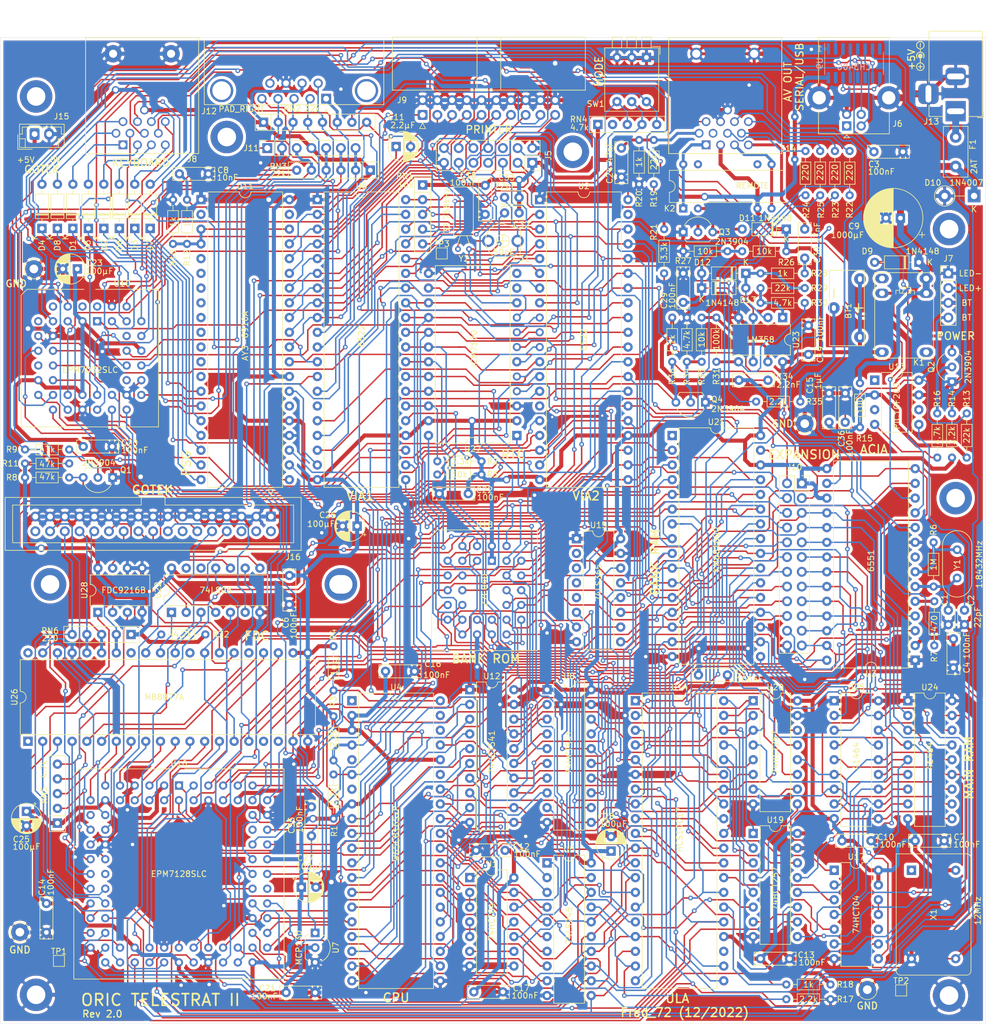
<source format=kicad_pcb>
(kicad_pcb (version 20171130) (host pcbnew "(5.1.12)-1")
  (title_block (title "TELESTRAT II") (date 2022-11-28) (rev 2.0))
  (layers (0 F.Cu signal) (31 B.Cu signal) (34 B.Paste user) (35 F.Paste user) (36 B.SilkS user) (37 F.SilkS user) (38 B.Mask user) (39 F.Mask user) (44 Edge.Cuts user))
  (net 0 "")
  (net 1 VCC)
  (net 2 GND)
  (net 3 "Net-(Q1-Pad2)")
  (net 4 "Net-(X1-Pad1)")
  (net 5 +5V)
  (net 6 /K7_IN)
  (net 7 /K7_OUT)
  (net 8 /SOUND)
  (net 9 /~ACK)
  (net 10 /PA7)
  (net 11 /PA6)
  (net 12 /PA5)
  (net 13 /PA4)
  (net 14 /PA3)
  (net 15 /PA2)
  (net 16 /PA1)
  (net 17 /PA0)
  (net 18 /~STB)
  (net 19 /Vert)
  (net 20 /Rouge)
  (net 21 /SYNC)
  (net 22 /SIDE)
  (net 23 /RD_DATA)
  (net 24 /~WPROT)
  (net 25 /~TRK0)
  (net 26 /~WG)
  (net 27 /WR_DATA)
  (net 28 /~STEP)
  (net 29 /~DIR)
  (net 30 /~MOTOR)
  (net 31 /~DS1)
  (net 32 /~DS0)
  (net 33 /~INDEX)
  (net 34 "Net-(Q3-Pad2)")
  (net 35 /~IRQ)
  (net 36 /~RESET)
  (net 37 /Bleu)
  (net 38 /~MAP)
  (net 39 /PHI1)
  (net 40 /PHI2)
  (net 41 /~CAS)
  (net 42 "Net-(U1-Pad2)")
  (net 43 /PHI0)
  (net 44 /CPU_A11)
  (net 45 /CPU_A10)
  (net 46 /CPU_A9)
  (net 47 /CPU_A8)
  (net 48 /CPU_A7)
  (net 49 /CPU_A6)
  (net 50 /CPU_A5)
  (net 51 /CPU_A4)
  (net 52 /CPU_A3)
  (net 53 /CPU_A2)
  (net 54 /CPU_A1)
  (net 55 /CPU_A0)
  (net 56 /CPU_A15)
  (net 57 /CPU_A14)
  (net 58 /CPU_A13)
  (net 59 /CPU_A12)
  (net 60 "Net-(U4-Pad39)")
  (net 61 /A0)
  (net 62 /A1)
  (net 63 /A2)
  (net 64 /A3)
  (net 65 /D0)
  (net 66 /D1)
  (net 67 /D2)
  (net 68 /D3)
  (net 69 /D4)
  (net 70 /D5)
  (net 71 /D6)
  (net 72 /D7)
  (net 73 /R_~W)
  (net 74 /COL1)
  (net 75 /COL2)
  (net 76 /COL3)
  (net 77 /COL4)
  (net 78 /COL5)
  (net 79 /COL6)
  (net 80 /COL7)
  (net 81 /COL0)
  (net 82 /A4)
  (net 83 /A5)
  (net 84 /A6)
  (net 85 /A7)
  (net 86 /~VIA2)
  (net 87 /~ACIA)
  (net 88 /A8)
  (net 89 /A9)
  (net 90 /A10)
  (net 91 /A11)
  (net 92 /A12)
  (net 93 /A13)
  (net 94 /A14)
  (net 95 /A15)
  (net 96 /MA6)
  (net 97 /MA7)
  (net 98 /MA0)
  (net 99 /MA2)
  (net 100 /MA1)
  (net 101 /CLK_1MHz)
  (net 102 /CLK_12MHz)
  (net 103 /MA3)
  (net 104 /~I_O)
  (net 105 /MA4)
  (net 106 /MA5)
  (net 107 /FDC_IRQ)
  (net 108 /RE)
  (net 109 /HLT)
  (net 110 /DF7)
  (net 111 /FDC_DRQ)
  (net 112 /WE)
  (net 113 /~FDC)
  (net 114 /HLD)
  (net 115 /RDB)
  (net 116 /DF5)
  (net 117 /DF3)
  (net 118 /DF0)
  (net 119 /DF6)
  (net 120 /DF4)
  (net 121 /DF2)
  (net 122 /DF1)
  (net 123 /~VIA1)
  (net 124 /~RAS)
  (net 125 /CLK_4MHz)
  (net 126 "Net-(U1-Pad6)")
  (net 127 "Net-(U1-Pad12)")
  (net 128 "Net-(U1-Pad4)")
  (net 129 /RST)
  (net 130 /TIR2)
  (net 131 /TIR3)
  (net 132 "Net-(U4-Pad38)")
  (net 133 "Net-(U4-Pad35)")
  (net 134 "Net-(U4-Pad7)")
  (net 135 "Net-(U4-Pad5)")
  (net 136 "Net-(U4-Pad1)")
  (net 137 "Net-(U19-Pad12)")
  (net 138 "Net-(U20-Pad7)")
  (net 139 "Net-(U20-Pad12)")
  (net 140 "Net-(U20-Pad4)")
  (net 141 "Net-(U20-Pad9)")
  (net 142 /IN)
  (net 143 /OUT)
  (net 144 /REMOTE)
  (net 145 "Net-(U4-Pad33)")
  (net 146 "Net-(U4-Pad32)")
  (net 147 "Net-(U4-Pad31)")
  (net 148 "Net-(U4-Pad30)")
  (net 149 "Net-(U4-Pad29)")
  (net 150 "Net-(U4-Pad28)")
  (net 151 "Net-(U4-Pad27)")
  (net 152 "Net-(U4-Pad26)")
  (net 153 "Net-(F1-Pad1)")
  (net 154 "Net-(D4-Pad1)")
  (net 155 "Net-(U2-Pad39)")
  (net 156 "Net-(U22-Pad1)")
  (net 157 /KBD_D)
  (net 158 /KBD_AD2)
  (net 159 /KBD_AD1)
  (net 160 /KBD_AD0)
  (net 161 /BAUD_RATE)
  (net 162 /DAT_OUT)
  (net 163 /DAT_IN)
  (net 164 /CARRIER)
  (net 165 "Net-(K1-Pad7)")
  (net 166 "Net-(Q4-Pad2)")
  (net 167 "Net-(C1-Pad1)")
  (net 168 "Net-(U10-Pad26)")
  (net 169 "Net-(U13-Pad3)")
  (net 170 "Net-(U14-Pad20)")
  (net 171 "Net-(U14-Pad16)")
  (net 172 "Net-(U14-Pad10)")
  (net 173 "Net-(U14-Pad9)")
  (net 174 "Net-(U14-Pad28)")
  (net 175 "Net-(U14-Pad23)")
  (net 176 "Net-(U14-Pad1)")
  (net 177 "Net-(U15-Pad5)")
  (net 178 "Net-(U15-Pad4)")
  (net 179 "Net-(U15-Pad3)")
  (net 180 "Net-(U15-Pad2)")
  (net 181 "Net-(U16-Pad62)")
  (net 182 "Net-(U16-Pad73)")
  (net 183 "Net-(U16-Pad71)")
  (net 184 "Net-(U16-Pad69)")
  (net 185 "Net-(U16-Pad14)")
  (net 186 "Net-(U16-Pad23)")
  (net 187 "Net-(U16-Pad75)")
  (net 188 "Net-(U16-Pad74)")
  (net 189 "Net-(U17-Pad6)")
  (net 190 "Net-(U19-Pad7)")
  (net 191 "Net-(U19-Pad4)")
  (net 192 "Net-(U19-Pad9)")
  (net 193 "Net-(U21-Pad1)")
  (net 194 "Net-(U22-Pad3)")
  (net 195 "Net-(U22-Pad9)")
  (net 196 "Net-(U26-Pad18)")
  (net 197 "Net-(U26-Pad17)")
  (net 198 "Net-(U26-Pad33)")
  (net 199 "Net-(U26-Pad29)")
  (net 200 "Net-(U26-Pad27)")
  (net 201 "Net-(U26-Pad26)")
  (net 202 "Net-(U26-Pad25)")
  (net 203 "Net-(Q2-Pad2)")
  (net 204 /PA2_2)
  (net 205 /PA1_2)
  (net 206 /PA0_2)
  (net 207 /~NMI)
  (net 208 VCCQ)
  (net 209 "Net-(U17-Pad11)")
  (net 210 "Net-(U17-Pad10)")
  (net 211 "Net-(U17-Pad8)")
  (net 212 /STEP)
  (net 213 "Net-(U14-Pad21)")
  (net 214 /MODE3)
  (net 215 /MODE2)
  (net 216 /MODE1)
  (net 217 "Net-(J12-Pad6)")
  (net 218 "Net-(U16-Pad70)")
  (net 219 "Net-(J12-Pad3)")
  (net 220 "Net-(J12-Pad1)")
  (net 221 "Net-(R7-Pad2)")
  (net 222 "Net-(RN4-Pad2)")
  (net 223 "Net-(U10-Pad18)")
  (net 224 "Net-(U10-Pad17)")
  (net 225 "Net-(U10-Pad16)")
  (net 226 "Net-(U10-Pad14)")
  (net 227 "Net-(U10-Pad12)")
  (net 228 "Net-(U10-Pad11)")
  (net 229 "Net-(U10-Pad9)")
  (net 230 "Net-(U10-Pad1)")
  (net 231 "Net-(U10-Pad4)")
  (net 232 "Net-(U10-Pad8)")
  (net 233 "Net-(U10-Pad6)")
  (net 234 "Net-(U10-Pad5)")
  (net 235 "Net-(U11-Pad29)")
  (net 236 "Net-(U11-Pad27)")
  (net 237 "Net-(U9-Pad15)")
  (net 238 "Net-(U10-Pad24)")
  (net 239 "Net-(U10-Pad25)")
  (net 240 "Net-(U9-Pad11)")
  (net 241 "Net-(U9-Pad8)")
  (net 242 "Net-(U10-Pad41)")
  (net 243 "Net-(U10-Pad38)")
  (net 244 "Net-(U10-Pad32)")
  (net 245 "Net-(U10-Pad13)")
  (net 246 "Net-(U10-Pad7)")
  (net 247 "Net-(U10-Pad44)")
  (net 248 "Net-(U10-Pad2)")
  (net 249 "Net-(U11-Pad39)")
  (net 250 "Net-(U11-Pad26)")
  (net 251 "Net-(D6-Pad1)")
  (net 252 "Net-(D7-Pad1)")
  (net 253 "Net-(D8-Pad1)")
  (net 254 "Net-(D12-Pad1)")
  (net 255 "Net-(U11-Pad13)")
  (net 256 "Net-(U11-Pad12)")
  (net 257 "Net-(U11-Pad11)")
  (net 258 "Net-(U11-Pad10)")
  (net 259 "Net-(U11-Pad9)")
  (net 260 "Net-(U11-Pad8)")
  (net 261 "Net-(U11-Pad7)")
  (net 262 "Net-(U11-Pad6)")
  (net 263 "Net-(C29-Pad1)")
  (net 264 "Net-(U2-Pad15)")
  (net 265 "Net-(U6-Pad15)")
  (net 266 "Net-(C30-Pad1)")
  (net 267 "Net-(C31-Pad1)")
  (net 268 "Net-(BT1-Pad2)")
  (net 269 /~RD_RTC)
  (net 270 /~WR_RTC)
  (net 271 "Net-(U10-Pad43)")
  (net 272 "Net-(U3-Pad8)")
  (net 273 "Net-(U9-Pad14)")
  (net 274 "Net-(C2-Pad1)")
  (net 275 "Net-(C3-Pad1)")
  (net 276 "Net-(C11-Pad1)")
  (net 277 "Net-(C31-Pad2)")
  (net 278 "Net-(C32-Pad1)")
  (net 279 "Net-(D1-Pad1)")
  (net 280 "Net-(D2-Pad1)")
  (net 281 "Net-(D3-Pad1)")
  (net 282 "Net-(D5-Pad1)")
  (net 283 "Net-(D9-Pad2)")
  (net 284 "Net-(D11-Pad2)")
  (net 285 "Net-(J5-Pad11)")
  (net 286 "Net-(J5-Pad9)")
  (net 287 "Net-(J5-Pad7)")
  (net 288 "Net-(J5-Pad6)")
  (net 289 "Net-(J5-Pad4)")
  (net 290 "Net-(J5-Pad3)")
  (net 291 "Net-(J6-Pad3)")
  (net 292 "Net-(J6-Pad2)")
  (net 293 "Net-(J6-Pad1)")
  (net 294 "Net-(J7-Pad2)")
  (net 295 "Net-(J8-Pad12)")
  (net 296 "Net-(J11-Pad7)")
  (net 297 "Net-(J11-Pad6)")
  (net 298 "Net-(J11-Pad5)")
  (net 299 "Net-(J11-Pad3)")
  (net 300 "Net-(J11-Pad1)")
  (net 301 "Net-(J12-Pad4)")
  (net 302 "Net-(J12-Pad2)")
  (net 303 "Net-(J14-Pad1)")
  (net 304 "Net-(J14-Pad3)")
  (net 305 "Net-(J14-Pad6)")
  (net 306 "Net-(J14-Pad7)")
  (net 307 "Net-(J14-Pad8)")
  (net 308 "Net-(J14-Pad11)")
  (net 309 "Net-(J14-Pad12)")
  (net 310 "Net-(J16-Pad34)")
  (net 311 "Net-(J16-Pad14)")
  (net 312 "Net-(J16-Pad6)")
  (net 313 "Net-(J16-Pad4)")
  (net 314 "Net-(J16-Pad2)")
  (net 315 "Net-(R10-Pad1)")
  (net 316 "Net-(R16-Pad2)")
  (net 317 "Net-(R17-Pad1)")
  (net 318 "Net-(R29-Pad1)")
  (net 319 "Net-(R30-Pad1)")
  (net 320 "Net-(U27-Pad12)")
  (net 321 "Net-(U27-Pad11)")
  (net 322 -BATT)
  (net 323 "Net-(R31-Pad1)")
  (net 324 "Net-(R32-Pad2)")
  (net 325 "Net-(C36-Pad2)")
  (module Capacitor_THT:C_Rect_L7.0mm_W2.0mm_P5.00mm (layer F.Cu) (at 165.735 128.985 270)
    (fp_text reference C36 (at 7.794 0.635 90) (layer F.SilkS))
    (fp_text value 100nF (at 8.556 -0.762 90) (layer F.SilkS))
    (pad 2 thru_hole circle (at 5 0 270) (size 1.6 1.6) (drill 0.8) (layers *.Cu *.Mask) (net 325 "Net-(C36-Pad2)"))
    (pad 1 thru_hole circle (at 0 0 270) (size 1.6 1.6) (drill 0.8) (layers *.Cu *.Mask) (net 2 GND))
  )
  (module Capacitor_THT:C_Rect_L7.0mm_W2.0mm_P5.00mm (layer F.Cu) (at 73.66 200.279 270)
    (fp_text reference C35 (at 3.175 3.429 90) (layer F.SilkS))
    (fp_text value 100nF (at 2.159 2.032 90) (layer F.SilkS))
    (pad 2 thru_hole circle (at 5 0 270) (size 1.6 1.6) (drill 0.8) (layers *.Cu *.Mask) (net 36 /~RESET))
    (pad 1 thru_hole circle (at 0 0 270) (size 1.6 1.6) (drill 0.8) (layers *.Cu *.Mask) (net 2 GND))
  )
  (module Resistor_THT:R_Array_SIP5 (layer F.Cu) (at 29.845 203.073 90)
    (fp_text reference RN5 (at 4.826 -2.286 90) (layer F.SilkS))
    (fp_text value 4.7k (at 9.271 -2.286 90) (layer F.SilkS))
    (pad 5 thru_hole oval (at 10.16 0 90) (size 1.6 1.6) (drill 0.8) (layers *.Cu *.Mask) (net 269 /~RD_RTC))
    (pad 4 thru_hole oval (at 7.62 0 90) (size 1.6 1.6) (drill 0.8) (layers *.Cu *.Mask) (net 270 /~WR_RTC))
    (pad 3 thru_hole oval (at 5.08 0 90) (size 1.6 1.6) (drill 0.8) (layers *.Cu *.Mask) (net 107 /FDC_IRQ))
    (pad 2 thru_hole oval (at 2.54 0 90) (size 1.6 1.6) (drill 0.8) (layers *.Cu *.Mask) (net 111 /FDC_DRQ))
    (pad 1 thru_hole rect (at 0 0 90) (size 1.6 1.6) (drill 0.8) (layers *.Cu *.Mask) (net 1 VCC))
  )
  (module TestPoint:TestPoint_Pad_1.5x1.5mm (layer F.Cu) (at 96.139 104.902)
    (fp_text reference TP3 (at 0 -1.648) (layer F.SilkS))
    (fp_text value 32.768kHz)
    (pad 1 smd rect (at 0 0) (size 1.5 1.5) (layers F.Cu F.Mask) (net 277 "Net-(C31-Pad2)"))
  )
  (module Capacitor_THT:CP_Radial_D5.0mm_P2.50mm (layer F.Cu) (at 125.349 207.899 90)
    (fp_text reference C28 (at 5.969 -0.889 180) (layer F.SilkS))
    (fp_text value 100µF (at 4.699 0.381 180) (layer F.SilkS))
    (pad 2 thru_hole circle (at 2.5 0 90) (size 1.6 1.6) (drill 0.8) (layers *.Cu *.Mask) (net 2 GND))
    (pad 1 thru_hole rect (at 0 0 90) (size 1.6 1.6) (drill 0.8) (layers *.Cu *.Mask) (net 1 VCC))
  )
  (module Capacitor_THT:C_Disc_D3.4mm_W2.1mm_P2.50mm (layer F.Cu) (at 186.309 166.37 270)
    (fp_text reference C2 (at -1.651 -1.143 90) (layer F.SilkS))
    (fp_text value 22pF)
    (pad 2 thru_hole circle (at 2.5 0 270) (size 1.6 1.6) (drill 0.8) (layers *.Cu *.Mask) (net 2 GND))
    (pad 1 thru_hole circle (at 0 0 270) (size 1.6 1.6) (drill 0.8) (layers *.Cu *.Mask) (net 274 "Net-(C2-Pad1)"))
  )
  (module Connector_USB:USB_B_Lumberg_2411_02_Horizontal (layer F.Cu) (at 165.989 82.931 90)
    (fp_text reference J6 (at 0.381 8.763 180) (layer F.SilkS))
    (fp_text value SERIAL/USB (at 8.4455 -8.128 270) (layer F.SilkS) (effects (font (size 1.3 1.3) (thickness 0.2))))
    (pad 5 thru_hole circle (at 4.86 -4.75 180) (size 4 4) (drill 2.3) (layers *.Cu *.Mask) (net 2 GND))
    (pad 5 thru_hole circle (at 4.86 7.25 180) (size 4 4) (drill 2.3) (layers *.Cu *.Mask) (net 2 GND))
    (pad 4 thru_hole circle (at 2 0 180) (size 1.6 1.6) (drill 0.95) (layers *.Cu *.Mask) (net 2 GND))
    (pad 3 thru_hole circle (at 2 2.5 180) (size 1.6 1.6) (drill 0.95) (layers *.Cu *.Mask) (net 291 "Net-(J6-Pad3)"))
    (pad 2 thru_hole circle (at 0 2.5 180) (size 1.6 1.6) (drill 0.95) (layers *.Cu *.Mask) (net 292 "Net-(J6-Pad2)"))
    (pad 1 thru_hole rect (at 0 0 180) (size 1.6 1.6) (drill 0.95) (layers *.Cu *.Mask) (net 293 "Net-(J6-Pad1)"))
  )
  (module Capacitor_THT:C_Disc_D3.4mm_W2.1mm_P2.50mm (layer F.Cu) (at 106.974 97.917)
    (fp_text reference C32 (at 2.921 2.032) (layer F.SilkS))
    (fp_text value 22pF)
    (pad 2 thru_hole circle (at 2.5 0) (size 1.6 1.6) (drill 0.8) (layers *.Cu *.Mask) (net 1 VCC))
    (pad 1 thru_hole circle (at 0 0) (size 1.6 1.6) (drill 0.8) (layers *.Cu *.Mask) (net 278 "Net-(C32-Pad1)"))
  )
  (module Button_Switch_THT:SW_DIP_SPSTx03_Piano_10.8x9.18mm_W7.62mm_P2.54mm (layer F.Cu) (at 131.445 71.12 270)
    (fp_text reference SW1 (at 8.001 8.763 180) (layer F.SilkS))
    (fp_text value MODE (at 2.413 8.19 90) (layer F.SilkS) (effects (font (size 1.3 1.3) (thickness 0.2))))
    (pad 6 thru_hole oval (at 7.62 0 270) (size 1.6 1.6) (drill 0.8) (layers *.Cu *.Mask) (net 214 /MODE3))
    (pad 3 thru_hole oval (at 0 5.08 270) (size 1.6 1.6) (drill 0.8) (layers *.Cu *.Mask) (net 2 GND))
    (pad 5 thru_hole oval (at 7.62 2.54 270) (size 1.6 1.6) (drill 0.8) (layers *.Cu *.Mask) (net 215 /MODE2))
    (pad 2 thru_hole oval (at 0 2.54 270) (size 1.6 1.6) (drill 0.8) (layers *.Cu *.Mask) (net 2 GND))
    (pad 4 thru_hole oval (at 7.62 5.08 270) (size 1.6 1.6) (drill 0.8) (layers *.Cu *.Mask) (net 216 /MODE1))
    (pad 1 thru_hole rect (at 0 0 270) (size 1.6 1.6) (drill 0.8) (layers *.Cu *.Mask) (net 2 GND))
  )
  (module Battery:Battery_Holder_Half_Round_CR2032 (layer F.Cu) (at 168.275 114.3 270)
    (fp_text reference BT1 (at 0.5 2 90) (layer F.SilkS))
    (fp_text value 3V)
    (pad 2 thru_hole circle (at 0 4.5 270) (size 2 2) (drill oval 1 0.7) (layers *.Cu *.Mask) (net 268 "Net-(BT1-Pad2)"))
    (pad 1 thru_hole circle (at 5 0 270) (size 2 2) (drill oval 1 0.7) (layers *.Cu *.Mask) (net 1 VCC))
    (pad 1 thru_hole circle (at -5 0 270) (size 2 2) (drill oval 1 0.7) (layers *.Cu *.Mask) (net 1 VCC))
  )
  (module Crystal:Crystal_C38-LF_D3.0mm_L8.0mm_Horizontal (layer F.Cu) (at 100.838 104.14 180)
    (fp_text reference Y2 (at 0.889 -1.651 180) (layer F.SilkS))
    (fp_text value 32.768kHz (at 3.81 6.604 90) (layer F.SilkS))
    (pad 2 thru_hole circle (at 1.9 0 180) (size 1 1) (drill 0.5) (layers *.Cu *.Mask) (net 267 "Net-(C31-Pad1)"))
    (pad 1 thru_hole circle (at 0 0 180) (size 1 1) (drill 0.5) (layers *.Cu *.Mask) (net 278 "Net-(C32-Pad1)"))
  )
  (module Capacitor_THT:Trimmer_Cap_TZ03F (layer F.Cu) (at 106.68 102.743)
    (fp_text reference C31 (at 3.175 3.048 180) (layer F.SilkS))
    (fp_text value 50pF (at 0.127 1.905) (layer F.SilkS))
    (pad 1 thru_hole circle (at -2.54 0) (size 2.1 2.1) (drill 1.3) (layers *.Cu *.Mask) (net 267 "Net-(C31-Pad1)"))
    (pad 2 thru_hole circle (at 2.54 0) (size 2.1 2.1) (drill 1.3) (layers *.Cu *.Mask) (net 277 "Net-(C31-Pad2)"))
  )
  (module Resistor_THT:R_Axial_DIN0204_L3.6mm_D1.6mm_P7.62mm_Horizontal (layer F.Cu) (at 157.988 130.429 180)
    (fp_text reference R35 (at -2.413 0) (layer F.SilkS))
    (fp_text value 2.2k (at 3.81 0) (layer F.SilkS))
    (pad 2 thru_hole oval (at 7.62 0 180) (size 1.4 1.4) (drill 0.7) (layers *.Cu *.Mask) (net 322 -BATT))
    (pad 1 thru_hole circle (at 0 0 180) (size 1.4 1.4) (drill 0.7) (layers *.Cu *.Mask) (net 268 "Net-(BT1-Pad2)"))
  )
  (module Capacitor_THT:C_Disc_D3.4mm_W2.1mm_P2.50mm (layer F.Cu) (at 106.974 95.25)
    (fp_text reference C33 (at 0.341 -3.429) (layer F.SilkS))
    (fp_text value 22pF (at 0.087 -2.032) (layer F.SilkS))
    (pad 2 thru_hole circle (at 2.5 0) (size 1.6 1.6) (drill 0.8) (layers *.Cu *.Mask) (net 1 VCC))
    (pad 1 thru_hole circle (at 0 0) (size 1.6 1.6) (drill 0.8) (layers *.Cu *.Mask) (net 277 "Net-(C31-Pad2)"))
  )
  (module Package_DIP:DIP-24_W15.24mm (layer F.Cu) (at 109.093 136.271 180)
    (fp_text reference U27 (at 7.62 -2.33) (layer F.SilkS))
    (fp_text value ICM7170 (at 7.366 14.986 90) (layer F.SilkS))
    (pad 24 thru_hole oval (at 15.24 0 180) (size 1.6 1.6) (drill 0.8) (layers *.Cu *.Mask) (net 269 /~RD_RTC))
    (pad 12 thru_hole oval (at 0 27.94 180) (size 1.6 1.6) (drill 0.8) (layers *.Cu *.Mask) (net 320 "Net-(U27-Pad12)"))
    (pad 23 thru_hole oval (at 15.24 2.54 180) (size 1.6 1.6) (drill 0.8) (layers *.Cu *.Mask) (net 1 VCC))
    (pad 11 thru_hole oval (at 0 25.4 180) (size 1.6 1.6) (drill 0.8) (layers *.Cu *.Mask) (net 321 "Net-(U27-Pad11)"))
    (pad 22 thru_hole oval (at 15.24 5.08 180) (size 1.6 1.6) (drill 0.8) (layers *.Cu *.Mask) (net 72 /D7))
    (pad 10 thru_hole oval (at 0 22.86 180) (size 1.6 1.6) (drill 0.8) (layers *.Cu *.Mask) (net 278 "Net-(C32-Pad1)"))
    (pad 21 thru_hole oval (at 15.24 7.62 180) (size 1.6 1.6) (drill 0.8) (layers *.Cu *.Mask) (net 71 /D6))
    (pad 9 thru_hole oval (at 0 20.32 180) (size 1.4 1.4) (drill 0.8) (layers *.Cu *.Mask) (net 277 "Net-(C31-Pad2)"))
    (pad 20 thru_hole oval (at 15.24 10.16 180) (size 1.6 1.6) (drill 0.8) (layers *.Cu *.Mask) (net 70 /D5))
    (pad 8 thru_hole oval (at 0 17.78 180) (size 1.4 1.4) (drill 0.8) (layers *.Cu *.Mask) (net 61 /A0))
    (pad 19 thru_hole oval (at 15.24 12.7 180) (size 1.6 1.6) (drill 0.8) (layers *.Cu *.Mask) (net 69 /D4))
    (pad 7 thru_hole oval (at 0 15.24 180) (size 1.4 1.4) (drill 0.8) (layers *.Cu *.Mask) (net 62 /A1))
    (pad 18 thru_hole oval (at 15.24 15.24 180) (size 1.6 1.6) (drill 0.8) (layers *.Cu *.Mask) (net 68 /D3))
    (pad 6 thru_hole oval (at 0 12.7 180) (size 1.6 1.6) (drill 0.8) (layers *.Cu *.Mask) (net 63 /A2))
    (pad 17 thru_hole oval (at 15.24 17.78 180) (size 1.6 1.6) (drill 0.8) (layers *.Cu *.Mask) (net 67 /D2))
    (pad 5 thru_hole oval (at 0 10.16 180) (size 1.4 1.4) (drill 0.8) (layers *.Cu *.Mask) (net 64 /A3))
    (pad 16 thru_hole oval (at 15.24 20.32 180) (size 1.6 1.6) (drill 0.8) (layers *.Cu *.Mask) (net 66 /D1))
    (pad 4 thru_hole oval (at 0 7.62 180) (size 1.4 1.4) (drill 0.8) (layers *.Cu *.Mask) (net 82 /A4))
    (pad 15 thru_hole oval (at 15.24 22.86 180) (size 1.6 1.6) (drill 0.8) (layers *.Cu *.Mask) (net 65 /D0))
    (pad 3 thru_hole oval (at 0 5.08 180) (size 1.6 1.6) (drill 0.8) (layers *.Cu *.Mask) (net 2 GND))
    (pad 14 thru_hole oval (at 15.24 25.4 180) (size 1.6 1.6) (drill 0.8) (layers *.Cu *.Mask) (net 322 -BATT))
    (pad 2 thru_hole oval (at 0 2.54 180) (size 1.6 1.6) (drill 0.8) (layers *.Cu *.Mask) (net 1 VCC))
    (pad 13 thru_hole oval (at 15.24 27.94 180) (size 1.6 1.6) (drill 0.8) (layers *.Cu *.Mask) (net 2 GND))
    (pad 1 thru_hole rect (at 0 0 180) (size 1.6 1.6) (drill 0.8) (layers *.Cu *.Mask) (net 270 /~WR_RTC))
  )
  (module Package_DIP:DIP-40_W15.24mm (layer F.Cu) (at 74.676 95.631)
    (fp_text reference U6 (at 7.62 -2.33) (layer F.SilkS))
    (fp_text value 6522 (at 7.62 23.495 90) (layer F.SilkS))
    (pad 40 thru_hole oval (at 15.24 0) (size 1.6 1.6) (drill 0.8) (layers *.Cu *.Mask) (net 9 /~ACK))
    (pad 20 thru_hole oval (at 0 48.26) (size 1.6 1.6) (drill 0.8) (layers *.Cu *.Mask) (net 1 VCC))
    (pad 39 thru_hole oval (at 15.24 2.54) (size 1.6 1.6) (drill 0.8) (layers *.Cu *.Mask) (net 235 "Net-(U11-Pad29)"))
    (pad 19 thru_hole oval (at 0 45.72) (size 1.6 1.6) (drill 0.8) (layers *.Cu *.Mask) (net 236 "Net-(U11-Pad27)"))
    (pad 38 thru_hole oval (at 15.24 5.08) (size 1.6 1.6) (drill 0.8) (layers *.Cu *.Mask) (net 61 /A0))
    (pad 18 thru_hole oval (at 0 43.18) (size 1.6 1.6) (drill 0.8) (layers *.Cu *.Mask) (net 6 /K7_IN))
    (pad 37 thru_hole oval (at 15.24 7.62) (size 1.6 1.6) (drill 0.8) (layers *.Cu *.Mask) (net 62 /A1))
    (pad 17 thru_hole oval (at 0 40.64) (size 1.6 1.6) (drill 0.8) (layers *.Cu *.Mask) (net 7 /K7_OUT))
    (pad 36 thru_hole oval (at 15.24 10.16) (size 1.6 1.6) (drill 0.8) (layers *.Cu *.Mask) (net 63 /A2))
    (pad 16 thru_hole oval (at 0 38.1) (size 1.6 1.6) (drill 0.8) (layers *.Cu *.Mask) (net 144 /REMOTE))
    (pad 35 thru_hole oval (at 15.24 12.7) (size 1.6 1.6) (drill 0.8) (layers *.Cu *.Mask) (net 64 /A3))
    (pad 15 thru_hole oval (at 0 35.56) (size 1.6 1.6) (drill 0.8) (layers *.Cu *.Mask) (net 265 "Net-(U6-Pad15)"))
    (pad 34 thru_hole oval (at 15.24 15.24) (size 1.6 1.6) (drill 0.8) (layers *.Cu *.Mask) (net 36 /~RESET))
    (pad 14 thru_hole oval (at 0 33.02) (size 1.6 1.6) (drill 0.8) (layers *.Cu *.Mask) (net 18 /~STB))
    (pad 33 thru_hole oval (at 15.24 17.78) (size 1.6 1.6) (drill 0.8) (layers *.Cu *.Mask) (net 65 /D0))
    (pad 13 thru_hole oval (at 0 30.48) (size 1.6 1.6) (drill 0.8) (layers *.Cu *.Mask) (net 157 /KBD_D))
    (pad 32 thru_hole oval (at 15.24 20.32) (size 1.6 1.6) (drill 0.8) (layers *.Cu *.Mask) (net 66 /D1))
    (pad 12 thru_hole oval (at 0 27.94) (size 1.6 1.6) (drill 0.8) (layers *.Cu *.Mask) (net 158 /KBD_AD2))
    (pad 31 thru_hole oval (at 15.24 22.86) (size 1.6 1.6) (drill 0.8) (layers *.Cu *.Mask) (net 67 /D2))
    (pad 11 thru_hole oval (at 0 25.4) (size 1.6 1.6) (drill 0.8) (layers *.Cu *.Mask) (net 159 /KBD_AD1))
    (pad 30 thru_hole oval (at 15.24 25.4) (size 1.6 1.6) (drill 0.8) (layers *.Cu *.Mask) (net 68 /D3))
    (pad 10 thru_hole oval (at 0 22.86) (size 1.6 1.6) (drill 0.8) (layers *.Cu *.Mask) (net 160 /KBD_AD0))
    (pad 29 thru_hole oval (at 15.24 27.94) (size 1.6 1.6) (drill 0.8) (layers *.Cu *.Mask) (net 69 /D4))
    (pad 9 thru_hole oval (at 0 20.32) (size 1.6 1.6) (drill 0.8) (layers *.Cu *.Mask) (net 10 /PA7))
    (pad 28 thru_hole oval (at 15.24 30.48) (size 1.6 1.6) (drill 0.8) (layers *.Cu *.Mask) (net 70 /D5))
    (pad 8 thru_hole oval (at 0 17.78) (size 1.6 1.6) (drill 0.8) (layers *.Cu *.Mask) (net 11 /PA6))
    (pad 27 thru_hole oval (at 15.24 33.02) (size 1.6 1.6) (drill 0.8) (layers *.Cu *.Mask) (net 71 /D6))
    (pad 7 thru_hole oval (at 0 15.24) (size 1.6 1.6) (drill 0.8) (layers *.Cu *.Mask) (net 12 /PA5))
    (pad 26 thru_hole oval (at 15.24 35.56) (size 1.6 1.6) (drill 0.8) (layers *.Cu *.Mask) (net 72 /D7))
    (pad 6 thru_hole oval (at 0 12.7) (size 1.6 1.6) (drill 0.8) (layers *.Cu *.Mask) (net 13 /PA4))
    (pad 25 thru_hole oval (at 15.24 38.1) (size 1.6 1.6) (drill 0.8) (layers *.Cu *.Mask) (net 40 /PHI2))
    (pad 5 thru_hole oval (at 0 10.16) (size 1.6 1.6) (drill 0.8) (layers *.Cu *.Mask) (net 14 /PA3))
    (pad 24 thru_hole oval (at 15.24 40.64) (size 1.6 1.6) (drill 0.8) (layers *.Cu *.Mask) (net 1 VCC))
    (pad 4 thru_hole oval (at 0 7.62) (size 1.6 1.6) (drill 0.8) (layers *.Cu *.Mask) (net 15 /PA2))
    (pad 23 thru_hole oval (at 15.24 43.18) (size 1.6 1.6) (drill 0.8) (layers *.Cu *.Mask) (net 123 /~VIA1))
    (pad 3 thru_hole oval (at 0 5.08) (size 1.6 1.6) (drill 0.8) (layers *.Cu *.Mask) (net 16 /PA1))
    (pad 22 thru_hole oval (at 15.24 45.72) (size 1.6 1.6) (drill 0.8) (layers *.Cu *.Mask) (net 73 /R_~W))
    (pad 2 thru_hole oval (at 0 2.54) (size 1.6 1.6) (drill 0.8) (layers *.Cu *.Mask) (net 17 /PA0))
    (pad 21 thru_hole oval (at 15.24 48.26) (size 1.6 1.6) (drill 0.8) (layers *.Cu *.Mask) (net 35 /~IRQ))
    (pad 1 thru_hole rect (at 0 0) (size 1.6 1.6) (drill 0.8) (layers *.Cu *.Mask) (net 2 GND))
  )
  (module Resistor_THT:R_Axial_DIN0204_L3.6mm_D1.6mm_P7.62mm_Horizontal (layer F.Cu) (at 180.975 162.306 90)
    (fp_text reference R6 (at 9.779 0 90) (layer F.SilkS))
    (fp_text value 1M (at 3.81 0 90) (layer F.SilkS))
    (pad 2 thru_hole oval (at 7.62 0 90) (size 1.4 1.4) (drill 0.7) (layers *.Cu *.Mask) (net 274 "Net-(C2-Pad1)"))
    (pad 1 thru_hole circle (at 0 0 90) (size 1.4 1.4) (drill 0.7) (layers *.Cu *.Mask) (net 167 "Net-(C1-Pad1)"))
  )
  (module Capacitor_THT:C_Disc_D3.4mm_W2.1mm_P2.50mm (layer F.Cu) (at 183.515 166.37 270)
    (fp_text reference C1 (at -1.778 0.635 90) (layer F.SilkS))
    (fp_text value 22pF (at 1.23 -5.08 90) (layer F.SilkS))
    (pad 2 thru_hole circle (at 2.5 0 270) (size 1.6 1.6) (drill 0.8) (layers *.Cu *.Mask) (net 2 GND))
    (pad 1 thru_hole circle (at 0 0 270) (size 1.6 1.6) (drill 0.8) (layers *.Cu *.Mask) (net 167 "Net-(C1-Pad1)"))
  )
  (module Diode_THT:D_DO-35_SOD27_P7.62mm_Horizontal (layer F.Cu) (at 45.847 100.584 90)
    (fp_text reference D7 (at -2.921 0 90) (layer F.SilkS))
    (fp_text value 1N4148)
    (fp_text user K (at -1.524 -1.27 90) (layer F.SilkS))
    (pad 2 thru_hole oval (at 7.62 0 90) (size 1.6 1.6) (drill 0.8) (layers *.Cu *.Mask) (net 78 /COL5))
    (pad 1 thru_hole rect (at 0 0 90) (size 1.6 1.6) (drill 0.8) (layers *.Cu *.Mask) (net 252 "Net-(D7-Pad1)"))
  )
  (module Resistor_THT:R_Axial_DIN0204_L3.6mm_D1.6mm_P7.62mm_Horizontal (layer F.Cu) (at 49.784 103.251 90)
    (fp_text reference R10 (at -2.413 0 90) (layer F.SilkS))
    (fp_text value 1k (at 3.81 0 90) (layer F.SilkS))
    (pad 2 thru_hole oval (at 7.62 0 90) (size 1.4 1.4) (drill 0.7) (layers *.Cu *.Mask) (net 2 GND))
    (pad 1 thru_hole circle (at 0 0 90) (size 1.4 1.4) (drill 0.7) (layers *.Cu *.Mask) (net 315 "Net-(R10-Pad1)"))
  )
  (module Diode_THT:D_DO-35_SOD27_P7.62mm_Horizontal (layer F.Cu) (at 29.845 100.584 90)
    (fp_text reference D8 (at -2.921 0 90) (layer F.SilkS))
    (fp_text value 1N4148)
    (fp_text user K (at -1.524 -1.27 90) (layer F.SilkS))
    (pad 2 thru_hole oval (at 7.62 0 90) (size 1.6 1.6) (drill 0.8) (layers *.Cu *.Mask) (net 80 /COL7))
    (pad 1 thru_hole rect (at 0 0 90) (size 1.6 1.6) (drill 0.8) (layers *.Cu *.Mask) (net 253 "Net-(D8-Pad1)"))
  )
  (module Diode_THT:D_DO-35_SOD27_P7.62mm_Horizontal (layer F.Cu) (at 40.513 100.584 90)
    (fp_text reference D6 (at -2.921 0 90) (layer F.SilkS))
    (fp_text value 1N4148)
    (fp_text user K (at -1.524 -1.27 90) (layer F.SilkS))
    (pad 2 thru_hole oval (at 7.62 0 90) (size 1.6 1.6) (drill 0.8) (layers *.Cu *.Mask) (net 76 /COL3))
    (pad 1 thru_hole rect (at 0 0 90) (size 1.6 1.6) (drill 0.8) (layers *.Cu *.Mask) (net 251 "Net-(D6-Pad1)"))
  )
  (module Diode_THT:D_DO-35_SOD27_P7.62mm_Horizontal (layer F.Cu) (at 35.179 100.584 90)
    (fp_text reference D5 (at -2.921 -0.127 90) (layer F.SilkS))
    (fp_text value 1N4148)
    (fp_text user K (at -1.524 -1.27 90) (layer F.SilkS))
    (pad 2 thru_hole oval (at 7.62 0 90) (size 1.6 1.6) (drill 0.8) (layers *.Cu *.Mask) (net 74 /COL1))
    (pad 1 thru_hole rect (at 0 0 90) (size 1.6 1.6) (drill 0.8) (layers *.Cu *.Mask) (net 282 "Net-(D5-Pad1)"))
  )
  (module Diode_THT:D_DO-35_SOD27_P7.62mm_Horizontal (layer F.Cu) (at 27.178 100.584 90)
    (fp_text reference D4 (at -2.921 0 90) (layer F.SilkS))
    (fp_text value 1N4148)
    (fp_text user K (at -1.524 -1.27 90) (layer F.SilkS))
    (pad 2 thru_hole oval (at 7.62 0 90) (size 1.6 1.6) (drill 0.8) (layers *.Cu *.Mask) (net 79 /COL6))
    (pad 1 thru_hole rect (at 0 0 90) (size 1.6 1.6) (drill 0.8) (layers *.Cu *.Mask) (net 154 "Net-(D4-Pad1)"))
  )
  (module Diode_THT:D_DO-35_SOD27_P7.62mm_Horizontal (layer F.Cu) (at 43.18 100.584 90)
    (fp_text reference D3 (at -2.921 0 90) (layer F.SilkS))
    (fp_text value 1N4148)
    (fp_text user K (at -1.524 -1.27 90) (layer F.SilkS))
    (pad 2 thru_hole oval (at 7.62 0 90) (size 1.6 1.6) (drill 0.8) (layers *.Cu *.Mask) (net 77 /COL4))
    (pad 1 thru_hole rect (at 0 0 90) (size 1.6 1.6) (drill 0.8) (layers *.Cu *.Mask) (net 281 "Net-(D3-Pad1)"))
  )
  (module Diode_THT:D_DO-35_SOD27_P7.62mm_Horizontal (layer F.Cu) (at 37.846 100.584 90)
    (fp_text reference D2 (at -2.921 0.127 90) (layer F.SilkS))
    (fp_text value 1N4148)
    (fp_text user K (at -1.524 -1.27 90) (layer F.SilkS))
    (pad 2 thru_hole oval (at 7.62 0 90) (size 1.6 1.6) (drill 0.8) (layers *.Cu *.Mask) (net 75 /COL2))
    (pad 1 thru_hole rect (at 0 0 90) (size 1.6 1.6) (drill 0.8) (layers *.Cu *.Mask) (net 280 "Net-(D2-Pad1)"))
  )
  (module Diode_THT:D_DO-35_SOD27_P7.62mm_Horizontal (layer F.Cu) (at 32.512 100.584 90)
    (fp_text reference D1 (at -2.921 0 90) (layer F.SilkS))
    (fp_text value 1N4148)
    (fp_text user K (at -1.524 -1.27 90) (layer F.SilkS))
    (pad 2 thru_hole oval (at 7.62 0 90) (size 1.6 1.6) (drill 0.8) (layers *.Cu *.Mask) (net 81 /COL0))
    (pad 1 thru_hole rect (at 0 0 90) (size 1.6 1.6) (drill 0.8) (layers *.Cu *.Mask) (net 279 "Net-(D1-Pad1)"))
  )
  (module Capacitor_THT:CP_Radial_D5.0mm_P2.50mm (layer F.Cu) (at 71.922 214.122)
    (fp_text reference C27 (at 0.722 -5.08) (layer F.SilkS))
    (fp_text value 100µF (at 1.357 -3.556) (layer F.SilkS))
    (pad 2 thru_hole circle (at 2.5 0) (size 1.6 1.6) (drill 0.8) (layers *.Cu *.Mask) (net 2 GND))
    (pad 1 thru_hole rect (at 0 0) (size 1.6 1.6) (drill 0.8) (layers *.Cu *.Mask) (net 1 VCC))
  )
  (module Capacitor_THT:CP_Radial_D5.0mm_P2.50mm (layer F.Cu) (at 81.534 151.892 180)
    (fp_text reference C26 (at 5.08 1.905) (layer F.SilkS))
    (fp_text value 100µF (at 6.223 0.381) (layer F.SilkS))
    (pad 2 thru_hole circle (at 2.5 0 180) (size 1.6 1.6) (drill 0.8) (layers *.Cu *.Mask) (net 2 GND))
    (pad 1 thru_hole rect (at 0 0 180) (size 1.6 1.6) (drill 0.8) (layers *.Cu *.Mask) (net 1 VCC))
  )
  (module Package_LCC:PLCC-84_THT-Socket (layer F.Cu) (at 50.8 196.596)
    (fp_text reference U16 (at 0 -3.77) (layer F.SilkS))
    (fp_text value EPM7128SLC (at 0 15.24) (layer F.SilkS))
    (pad 72 thru_hole circle (at 15.24 5.08) (size 1.4224 1.4224) (drill 0.8) (layers *.Cu *.Mask) (net 2 GND))
    (pad 70 thru_hole circle (at 15.24 7.62) (size 1.4224 1.4224) (drill 0.8) (layers *.Cu *.Mask) (net 218 "Net-(U16-Pad70)"))
    (pad 68 thru_hole circle (at 15.24 10.16) (size 1.4224 1.4224) (drill 0.8) (layers *.Cu *.Mask) (net 214 /MODE3))
    (pad 66 thru_hole circle (at 15.24 12.7) (size 1.4224 1.4224) (drill 0.8) (layers *.Cu *.Mask) (net 1 VCC))
    (pad 64 thru_hole circle (at 15.24 15.24) (size 1.4224 1.4224) (drill 0.8) (layers *.Cu *.Mask) (net 206 /PA0_2))
    (pad 62 thru_hole circle (at 15.24 17.78) (size 1.4224 1.4224) (drill 0.8) (layers *.Cu *.Mask) (net 181 "Net-(U16-Pad62)"))
    (pad 60 thru_hole circle (at 15.24 20.32) (size 1.4224 1.4224) (drill 0.8) (layers *.Cu *.Mask) (net 70 /D5))
    (pad 58 thru_hole circle (at 15.24 22.86) (size 1.4224 1.4224) (drill 0.8) (layers *.Cu *.Mask) (net 69 /D4))
    (pad 56 thru_hole circle (at 15.24 25.4) (size 1.4224 1.4224) (drill 0.8) (layers *.Cu *.Mask) (net 67 /D2))
    (pad 54 thru_hole circle (at 15.24 27.94) (size 1.4224 1.4224) (drill 0.8) (layers *.Cu *.Mask) (net 65 /D0))
    (pad 73 thru_hole circle (at 12.7 5.08) (size 1.4224 1.4224) (drill 0.8) (layers *.Cu *.Mask) (net 182 "Net-(U16-Pad73)"))
    (pad 71 thru_hole circle (at 12.7 7.62) (size 1.4224 1.4224) (drill 0.8) (layers *.Cu *.Mask) (net 183 "Net-(U16-Pad71)"))
    (pad 69 thru_hole circle (at 12.7 10.16) (size 1.4224 1.4224) (drill 0.8) (layers *.Cu *.Mask) (net 184 "Net-(U16-Pad69)"))
    (pad 67 thru_hole circle (at 12.7 12.7) (size 1.4224 1.4224) (drill 0.8) (layers *.Cu *.Mask) (net 204 /PA2_2))
    (pad 65 thru_hole circle (at 12.7 15.24) (size 1.4224 1.4224) (drill 0.8) (layers *.Cu *.Mask) (net 205 /PA1_2))
    (pad 63 thru_hole circle (at 12.7 17.78) (size 1.4224 1.4224) (drill 0.8) (layers *.Cu *.Mask) (net 72 /D7))
    (pad 61 thru_hole circle (at 12.7 20.32) (size 1.4224 1.4224) (drill 0.8) (layers *.Cu *.Mask) (net 71 /D6))
    (pad 59 thru_hole circle (at 12.7 22.86) (size 1.4224 1.4224) (drill 0.8) (layers *.Cu *.Mask) (net 2 GND))
    (pad 57 thru_hole circle (at 12.7 25.4) (size 1.4224 1.4224) (drill 0.8) (layers *.Cu *.Mask) (net 68 /D3))
    (pad 55 thru_hole circle (at 12.7 27.94) (size 1.4224 1.4224) (drill 0.8) (layers *.Cu *.Mask) (net 66 /D1))
    (pad 53 thru_hole circle (at 12.7 30.48) (size 1.4224 1.4224) (drill 0.8) (layers *.Cu *.Mask) (net 1 VCC))
    (pad 51 thru_hole circle (at 10.16 30.48) (size 1.4224 1.4224) (drill 0.8) (layers *.Cu *.Mask) (net 85 /A7))
    (pad 49 thru_hole circle (at 7.62 30.48) (size 1.4224 1.4224) (drill 0.8) (layers *.Cu *.Mask) (net 83 /A5))
    (pad 47 thru_hole circle (at 5.08 30.48) (size 1.4224 1.4224) (drill 0.8) (layers *.Cu *.Mask) (net 2 GND))
    (pad 45 thru_hole circle (at 2.54 30.48) (size 1.4224 1.4224) (drill 0.8) (layers *.Cu *.Mask) (net 63 /A2))
    (pad 43 thru_hole circle (at 0 30.48) (size 1.4224 1.4224) (drill 0.8) (layers *.Cu *.Mask) (net 1 VCC))
    (pad 41 thru_hole circle (at -2.54 30.48) (size 1.4224 1.4224) (drill 0.8) (layers *.Cu *.Mask) (net 212 /STEP))
    (pad 39 thru_hole circle (at -5.08 30.48) (size 1.4224 1.4224) (drill 0.8) (layers *.Cu *.Mask) (net 109 /HLT))
    (pad 37 thru_hole circle (at -7.62 30.48) (size 1.4224 1.4224) (drill 0.8) (layers *.Cu *.Mask) (net 129 /RST))
    (pad 35 thru_hole circle (at -10.16 30.48) (size 1.4224 1.4224) (drill 0.8) (layers *.Cu *.Mask) (net 23 /RD_DATA))
    (pad 33 thru_hole circle (at -12.7 30.48) (size 1.4224 1.4224) (drill 0.8) (layers *.Cu *.Mask) (net 35 /~IRQ))
    (pad 52 thru_hole circle (at 10.16 27.94) (size 1.4224 1.4224) (drill 0.8) (layers *.Cu *.Mask) (net 104 /~I_O))
    (pad 50 thru_hole circle (at 7.62 27.94) (size 1.4224 1.4224) (drill 0.8) (layers *.Cu *.Mask) (net 84 /A6))
    (pad 48 thru_hole circle (at 5.08 27.94) (size 1.4224 1.4224) (drill 0.8) (layers *.Cu *.Mask) (net 82 /A4))
    (pad 46 thru_hole circle (at 2.54 27.94) (size 1.4224 1.4224) (drill 0.8) (layers *.Cu *.Mask) (net 64 /A3))
    (pad 44 thru_hole circle (at 0 27.94) (size 1.4224 1.4224) (drill 0.8) (layers *.Cu *.Mask) (net 93 /A13))
    (pad 42 thru_hole circle (at -2.54 27.94) (size 1.4224 1.4224) (drill 0.8) (layers *.Cu *.Mask) (net 2 GND))
    (pad 40 thru_hole circle (at -5.08 27.94) (size 1.4224 1.4224) (drill 0.8) (layers *.Cu *.Mask) (net 114 /HLD))
    (pad 38 thru_hole circle (at -7.62 27.94) (size 1.4224 1.4224) (drill 0.8) (layers *.Cu *.Mask) (net 1 VCC))
    (pad 36 thru_hole circle (at -10.16 27.94) (size 1.4224 1.4224) (drill 0.8) (layers *.Cu *.Mask) (net 115 /RDB))
    (pad 34 thru_hole circle (at -12.7 27.94) (size 1.4224 1.4224) (drill 0.8) (layers *.Cu *.Mask) (net 73 /R_~W))
    (pad 32 thru_hole circle (at -15.24 27.94) (size 1.4224 1.4224) (drill 0.8) (layers *.Cu *.Mask) (net 2 GND))
    (pad 30 thru_hole circle (at -15.24 25.4) (size 1.4224 1.4224) (drill 0.8) (layers *.Cu *.Mask) (net 125 /CLK_4MHz))
    (pad 28 thru_hole circle (at -15.24 22.86) (size 1.4224 1.4224) (drill 0.8) (layers *.Cu *.Mask) (net 101 /CLK_1MHz))
    (pad 26 thru_hole circle (at -15.24 20.32) (size 1.4224 1.4224) (drill 0.8) (layers *.Cu *.Mask) (net 1 VCC))
    (pad 24 thru_hole circle (at -15.24 17.78) (size 1.4224 1.4224) (drill 0.8) (layers *.Cu *.Mask) (net 108 /RE))
    (pad 22 thru_hole circle (at -15.24 15.24) (size 1.4224 1.4224) (drill 0.8) (layers *.Cu *.Mask) (net 269 /~RD_RTC))
    (pad 20 thru_hole circle (at -15.24 12.7) (size 1.4224 1.4224) (drill 0.8) (layers *.Cu *.Mask) (net 31 /~DS1))
    (pad 18 thru_hole circle (at -15.24 10.16) (size 1.4224 1.4224) (drill 0.8) (layers *.Cu *.Mask) (net 32 /~DS0))
    (pad 16 thru_hole circle (at -15.24 7.62) (size 1.4224 1.4224) (drill 0.8) (layers *.Cu *.Mask) (net 111 /FDC_DRQ))
    (pad 14 thru_hole circle (at -15.24 5.08) (size 1.4224 1.4224) (drill 0.8) (layers *.Cu *.Mask) (net 185 "Net-(U16-Pad14)"))
    (pad 12 thru_hole circle (at -15.24 2.54) (size 1.4224 1.4224) (drill 0.8) (layers *.Cu *.Mask) (net 118 /DF0))
    (pad 31 thru_hole circle (at -12.7 25.4) (size 1.4224 1.4224) (drill 0.8) (layers *.Cu *.Mask) (net 40 /PHI2))
    (pad 29 thru_hole circle (at -12.7 22.86) (size 1.4224 1.4224) (drill 0.8) (layers *.Cu *.Mask) (net 38 /~MAP))
    (pad 27 thru_hole circle (at -12.7 20.32) (size 1.4224 1.4224) (drill 0.8) (layers *.Cu *.Mask) (net 112 /WE))
    (pad 25 thru_hole circle (at -12.7 17.78) (size 1.4224 1.4224) (drill 0.8) (layers *.Cu *.Mask) (net 113 /~FDC))
    (pad 23 thru_hole circle (at -12.7 15.24) (size 1.4224 1.4224) (drill 0.8) (layers *.Cu *.Mask) (net 186 "Net-(U16-Pad23)"))
    (pad 21 thru_hole circle (at -12.7 12.7) (size 1.4224 1.4224) (drill 0.8) (layers *.Cu *.Mask) (net 270 /~WR_RTC))
    (pad 19 thru_hole circle (at -12.7 10.16) (size 1.4224 1.4224) (drill 0.8) (layers *.Cu *.Mask) (net 2 GND))
    (pad 17 thru_hole circle (at -12.7 7.62) (size 1.4224 1.4224) (drill 0.8) (layers *.Cu *.Mask) (net 22 /SIDE))
    (pad 15 thru_hole circle (at -12.7 5.08) (size 1.4224 1.4224) (drill 0.8) (layers *.Cu *.Mask) (net 107 /FDC_IRQ))
    (pad 13 thru_hole circle (at -12.7 2.54) (size 1.4224 1.4224) (drill 0.8) (layers *.Cu *.Mask) (net 1 VCC))
    (pad 75 thru_hole circle (at 12.7 0) (size 1.4224 1.4224) (drill 0.8) (layers *.Cu *.Mask) (net 187 "Net-(U16-Pad75)"))
    (pad 77 thru_hole circle (at 10.16 0) (size 1.4224 1.4224) (drill 0.8) (layers *.Cu *.Mask) (net 216 /MODE1))
    (pad 79 thru_hole circle (at 7.62 0) (size 1.4224 1.4224) (drill 0.8) (layers *.Cu *.Mask) (net 123 /~VIA1))
    (pad 81 thru_hole circle (at 5.08 0) (size 1.4224 1.4224) (drill 0.8) (layers *.Cu *.Mask) (net 87 /~ACIA))
    (pad 83 thru_hole circle (at 2.54 0) (size 1.4224 1.4224) (drill 0.8) (layers *.Cu *.Mask) (net 102 /CLK_12MHz))
    (pad 11 thru_hole circle (at -12.7 0) (size 1.4224 1.4224) (drill 0.8) (layers *.Cu *.Mask) (net 122 /DF1))
    (pad 9 thru_hole circle (at -10.16 0) (size 1.4224 1.4224) (drill 0.8) (layers *.Cu *.Mask) (net 117 /DF3))
    (pad 7 thru_hole circle (at -7.62 0) (size 1.4224 1.4224) (drill 0.8) (layers *.Cu *.Mask) (net 2 GND))
    (pad 5 thru_hole circle (at -5.08 0) (size 1.4224 1.4224) (drill 0.8) (layers *.Cu *.Mask) (net 119 /DF6))
    (pad 3 thru_hole circle (at -2.54 0) (size 1.4224 1.4224) (drill 0.8) (layers *.Cu *.Mask) (net 1 VCC))
    (pad 1 thru_hole rect (at 0 0) (size 1.4224 1.4224) (drill 0.8) (layers *.Cu *.Mask) (net 94 /A14))
    (pad 74 thru_hole circle (at 15.24 2.54) (size 1.4224 1.4224) (drill 0.8) (layers *.Cu *.Mask) (net 188 "Net-(U16-Pad74)"))
    (pad 76 thru_hole circle (at 12.7 2.54) (size 1.4224 1.4224) (drill 0.8) (layers *.Cu *.Mask) (net 36 /~RESET))
    (pad 78 thru_hole circle (at 10.16 2.54) (size 1.4224 1.4224) (drill 0.8) (layers *.Cu *.Mask) (net 1 VCC))
    (pad 80 thru_hole circle (at 7.62 2.54) (size 1.4224 1.4224) (drill 0.8) (layers *.Cu *.Mask) (net 86 /~VIA2))
    (pad 82 thru_hole circle (at 5.08 2.54) (size 1.4224 1.4224) (drill 0.8) (layers *.Cu *.Mask) (net 2 GND))
    (pad 84 thru_hole circle (at 2.54 2.54) (size 1.4224 1.4224) (drill 0.8) (layers *.Cu *.Mask) (net 215 /MODE2))
    (pad 10 thru_hole circle (at -10.16 2.54) (size 1.4224 1.4224) (drill 0.8) (layers *.Cu *.Mask) (net 121 /DF2))
    (pad 8 thru_hole circle (at -7.62 2.54) (size 1.4224 1.4224) (drill 0.8) (layers *.Cu *.Mask) (net 120 /DF4))
    (pad 6 thru_hole circle (at -5.08 2.54) (size 1.4224 1.4224) (drill 0.8) (layers *.Cu *.Mask) (net 116 /DF5))
    (pad 4 thru_hole circle (at -2.54 2.54) (size 1.4224 1.4224) (drill 0.8) (layers *.Cu *.Mask) (net 110 /DF7))
    (pad 2 thru_hole circle (at 0 2.54) (size 1.4224 1.4224) (drill 0.8) (layers *.Cu *.Mask) (net 95 /A15))
  )
  (module Resistor_THT:R_Axial_DIN0204_L3.6mm_D1.6mm_P7.62mm_Horizontal (layer F.Cu) (at 77.47 180.213 90)
    (fp_text reference R4 (at 9.652 0 90) (layer F.SilkS))
    (fp_text value 10k (at 3.937 0.127 90) (layer F.SilkS))
    (pad 2 thru_hole oval (at 7.62 0 90) (size 1.4 1.4) (drill 0.7) (layers *.Cu *.Mask) (net 1 VCC))
    (pad 1 thru_hole circle (at 0 0 90) (size 1.4 1.4) (drill 0.7) (layers *.Cu *.Mask) (net 36 /~RESET))
  )
  (module TestPoint:TestPoint_Loop_D2.54mm_Drill1.5mm_Beaded (layer F.Cu) (at 158.75 134.239)
    (fp_text reference J1 hide)
    (fp_text value GND (at -3.81 0) (layer F.SilkS) (effects (font (size 1.2 1.2) (thickness 0.2))))
    (pad 1 thru_hole circle (at 0 0) (size 3 3) (drill 1.5) (layers *.Cu *.Mask) (net 2 GND))
  )
  (module TestPoint:TestPoint_Loop_D2.54mm_Drill1.5mm_Beaded (layer F.Cu) (at 25.781 107.569)
    (fp_text reference J3 hide)
    (fp_text value GND (at -3.048 2.54) (layer F.SilkS) (effects (font (size 1.2 1.2) (thickness 0.2))))
    (pad 1 thru_hole circle (at 0 0) (size 3 3) (drill 1.5) (layers *.Cu *.Mask) (net 2 GND))
  )
  (module TestPoint:TestPoint_Loop_D2.54mm_Drill1.5mm_Beaded (layer F.Cu) (at 169.545 231.775)
    (fp_text reference J2 hide)
    (fp_text value GND (at 0 2.794) (layer F.SilkS) (effects (font (size 1.2 1.2) (thickness 0.2))))
    (pad 1 thru_hole circle (at 0 0) (size 3 3) (drill 1.5) (layers *.Cu *.Mask) (net 2 GND))
  )
  (module TestPoint:TestPoint_Loop_D2.54mm_Drill1.5mm_Beaded (layer F.Cu) (at 23.368 221.869)
    (fp_text reference J4 hide)
    (fp_text value GND (at 0 3.048) (layer F.SilkS) (effects (font (size 1.2 1.2) (thickness 0.2))))
    (pad 1 thru_hole circle (at 0 0) (size 3 3) (drill 1.5) (layers *.Cu *.Mask) (net 2 GND))
  )
  (module Resistor_THT:R_Array_SIP5 (layer F.Cu) (at 123.063 82.677)
    (fp_text reference RN4 (at -3.302 -0.889) (layer F.SilkS))
    (fp_text value 4.7k (at -3.175 0.508) (layer F.SilkS))
    (pad 5 thru_hole oval (at 10.16 0) (size 1.6 1.6) (drill 0.8) (layers *.Cu *.Mask) (net 214 /MODE3))
    (pad 4 thru_hole oval (at 7.62 0) (size 1.6 1.6) (drill 0.8) (layers *.Cu *.Mask) (net 215 /MODE2))
    (pad 3 thru_hole oval (at 5.08 0) (size 1.6 1.6) (drill 0.8) (layers *.Cu *.Mask) (net 216 /MODE1))
    (pad 2 thru_hole oval (at 2.54 0) (size 1.6 1.6) (drill 0.8) (layers *.Cu *.Mask) (net 222 "Net-(RN4-Pad2)"))
    (pad 1 thru_hole rect (at 0 0) (size 1.6 1.6) (drill 0.8) (layers *.Cu *.Mask) (net 1 VCC))
  )
  (module Resistor_THT:R_Axial_DIN0204_L3.6mm_D1.6mm_P7.62mm_Horizontal (layer F.Cu) (at 31.877 143.51 180)
    (fp_text reference R8 (at 9.906 0) (layer F.SilkS))
    (fp_text value 47k (at 3.81 0.127) (layer F.SilkS))
    (pad 2 thru_hole oval (at 7.62 0 180) (size 1.4 1.4) (drill 0.7) (layers *.Cu *.Mask) (net 1 VCC))
    (pad 1 thru_hole circle (at 0 0 180) (size 1.4 1.4) (drill 0.7) (layers *.Cu *.Mask) (net 157 /KBD_D))
  )
  (module Connector_PinSocket_2.54mm:PinSocket_2x12_P2.54mm_Vertical (layer F.Cu) (at 158.242 144.526)
    (fp_text reference J10 (at -1.27 -2.77) (layer F.SilkS))
    (fp_text value EXPANSION (at 0.381 -4.953) (layer F.SilkS) (effects (font (size 1.5 1.5) (thickness 0.25))))
    (pad 24 thru_hole oval (at -2.54 27.94) (size 1.7 1.7) (drill 1) (layers *.Cu *.Mask) (net 2 GND))
    (pad 23 thru_hole oval (at 0 27.94) (size 1.7 1.7) (drill 1) (layers *.Cu *.Mask) (net 40 /PHI2))
    (pad 22 thru_hole oval (at -2.54 25.4) (size 1.7 1.7) (drill 1) (layers *.Cu *.Mask) (net 73 /R_~W))
    (pad 21 thru_hole oval (at 0 25.4) (size 1.7 1.7) (drill 1) (layers *.Cu *.Mask) (net 35 /~IRQ))
    (pad 20 thru_hole oval (at -2.54 22.86) (size 1.7 1.7) (drill 1) (layers *.Cu *.Mask) (net 61 /A0))
    (pad 19 thru_hole oval (at 0 22.86) (size 1.7 1.7) (drill 1) (layers *.Cu *.Mask) (net 72 /D7))
    (pad 18 thru_hole oval (at -2.54 20.32) (size 1.7 1.7) (drill 1) (layers *.Cu *.Mask) (net 62 /A1))
    (pad 17 thru_hole oval (at 0 20.32) (size 1.7 1.7) (drill 1) (layers *.Cu *.Mask) (net 71 /D6))
    (pad 16 thru_hole oval (at -2.54 17.78) (size 1.7 1.7) (drill 1) (layers *.Cu *.Mask) (net 63 /A2))
    (pad 15 thru_hole oval (at 0 17.78) (size 1.7 1.7) (drill 1) (layers *.Cu *.Mask) (net 70 /D5))
    (pad 14 thru_hole oval (at -2.54 15.24) (size 1.7 1.7) (drill 1) (layers *.Cu *.Mask) (net 64 /A3))
    (pad 13 thru_hole oval (at 0 15.24) (size 1.7 1.7) (drill 1) (layers *.Cu *.Mask) (net 69 /D4))
    (pad 12 thru_hole oval (at -2.54 12.7) (size 1.7 1.7) (drill 1) (layers *.Cu *.Mask) (net 82 /A4))
    (pad 11 thru_hole oval (at 0 12.7) (size 1.7 1.7) (drill 1) (layers *.Cu *.Mask) (net 68 /D3))
    (pad 10 thru_hole oval (at -2.54 10.16) (size 1.7 1.7) (drill 1) (layers *.Cu *.Mask) (net 83 /A5))
    (pad 9 thru_hole oval (at 0 10.16) (size 1.7 1.7) (drill 1) (layers *.Cu *.Mask) (net 67 /D2))
    (pad 8 thru_hole oval (at -2.54 7.62) (size 1.7 1.7) (drill 1) (layers *.Cu *.Mask) (net 84 /A6))
    (pad 7 thru_hole oval (at 0 7.62) (size 1.7 1.7) (drill 1) (layers *.Cu *.Mask) (net 66 /D1))
    (pad 6 thru_hole oval (at -2.54 5.08) (size 1.7 1.7) (drill 1) (layers *.Cu *.Mask) (net 85 /A7))
    (pad 5 thru_hole oval (at 0 5.08) (size 1.7 1.7) (drill 1) (layers *.Cu *.Mask) (net 65 /D0))
    (pad 4 thru_hole oval (at -2.54 2.54) (size 1.7 1.7) (drill 1) (layers *.Cu *.Mask) (net 104 /~I_O))
    (pad 3 thru_hole oval (at 0 2.54) (size 1.7 1.7) (drill 1) (layers *.Cu *.Mask) (net 36 /~RESET))
    (pad 2 thru_hole oval (at -2.54 0) (size 1.7 1.7) (drill 1) (layers *.Cu *.Mask) (net 8 /SOUND))
    (pad 1 thru_hole rect (at 0 0) (size 1.7 1.7) (drill 1) (layers *.Cu *.Mask) (net 1 VCC))
  )
  (module MountingHole:MountingHole_3.2mm_M3_DIN965_Pad (layer F.Cu) (at 184.785 147.066)
    (fp_text reference H5 hide)
    (fp_text value EXP)
    (pad 1 thru_hole circle (at 0 0) (size 5.6 5.6) (drill 3.2) (layers *.Cu *.Mask))
  )
  (module Package_LCC:PLCC-32_THT-Socket (layer F.Cu) (at 104.775 157.861)
    (fp_text reference U18 (at -1.27 -6.22) (layer F.SilkS))
    (fp_text value 27C040 (at -1.27 5.08 90) (layer F.SilkS))
    (pad 29 thru_hole circle (at 5.08 0) (size 1.4224 1.4224) (drill 0.8) (layers *.Cu *.Mask) (net 182 "Net-(U16-Pad73)"))
    (pad 27 thru_hole circle (at 5.08 2.54) (size 1.4224 1.4224) (drill 0.8) (layers *.Cu *.Mask) (net 88 /A8))
    (pad 25 thru_hole circle (at 5.08 5.08) (size 1.4224 1.4224) (drill 0.8) (layers *.Cu *.Mask) (net 91 /A11))
    (pad 23 thru_hole circle (at 5.08 7.62) (size 1.4224 1.4224) (drill 0.8) (layers *.Cu *.Mask) (net 90 /A10))
    (pad 28 thru_hole circle (at 2.54 2.54) (size 1.4224 1.4224) (drill 0.8) (layers *.Cu *.Mask) (net 93 /A13))
    (pad 26 thru_hole circle (at 2.54 5.08) (size 1.4224 1.4224) (drill 0.8) (layers *.Cu *.Mask) (net 89 /A9))
    (pad 24 thru_hole circle (at 2.54 7.62) (size 1.4224 1.4224) (drill 0.8) (layers *.Cu *.Mask) (net 211 "Net-(U17-Pad8)"))
    (pad 22 thru_hole circle (at 2.54 10.16) (size 1.4224 1.4224) (drill 0.8) (layers *.Cu *.Mask) (net 218 "Net-(U16-Pad70)"))
    (pad 20 thru_hole circle (at 2.54 12.7) (size 1.4224 1.4224) (drill 0.8) (layers *.Cu *.Mask) (net 71 /D6))
    (pad 18 thru_hole circle (at 0 12.7) (size 1.4224 1.4224) (drill 0.8) (layers *.Cu *.Mask) (net 69 /D4))
    (pad 16 thru_hole circle (at -2.54 12.7) (size 1.4224 1.4224) (drill 0.8) (layers *.Cu *.Mask) (net 2 GND))
    (pad 14 thru_hole circle (at -5.08 12.7) (size 1.4224 1.4224) (drill 0.8) (layers *.Cu *.Mask) (net 66 /D1))
    (pad 21 thru_hole circle (at 5.08 10.16) (size 1.4224 1.4224) (drill 0.8) (layers *.Cu *.Mask) (net 72 /D7))
    (pad 19 thru_hole circle (at 0 10.16) (size 1.4224 1.4224) (drill 0.8) (layers *.Cu *.Mask) (net 70 /D5))
    (pad 17 thru_hole circle (at -2.54 10.16) (size 1.4224 1.4224) (drill 0.8) (layers *.Cu *.Mask) (net 68 /D3))
    (pad 15 thru_hole circle (at -5.08 10.16) (size 1.4224 1.4224) (drill 0.8) (layers *.Cu *.Mask) (net 67 /D2))
    (pad 13 thru_hole circle (at -7.62 10.16) (size 1.4224 1.4224) (drill 0.8) (layers *.Cu *.Mask) (net 65 /D0))
    (pad 11 thru_hole circle (at -7.62 7.62) (size 1.4224 1.4224) (drill 0.8) (layers *.Cu *.Mask) (net 62 /A1))
    (pad 9 thru_hole circle (at -7.62 5.08) (size 1.4224 1.4224) (drill 0.8) (layers *.Cu *.Mask) (net 64 /A3))
    (pad 7 thru_hole circle (at -7.62 2.54) (size 1.4224 1.4224) (drill 0.8) (layers *.Cu *.Mask) (net 83 /A5))
    (pad 5 thru_hole circle (at -7.62 0) (size 1.4224 1.4224) (drill 0.8) (layers *.Cu *.Mask) (net 85 /A7))
    (pad 12 thru_hole circle (at -5.08 7.62) (size 1.4224 1.4224) (drill 0.8) (layers *.Cu *.Mask) (net 61 /A0))
    (pad 10 thru_hole circle (at -5.08 5.08) (size 1.4224 1.4224) (drill 0.8) (layers *.Cu *.Mask) (net 63 /A2))
    (pad 8 thru_hole circle (at -5.08 2.54) (size 1.4224 1.4224) (drill 0.8) (layers *.Cu *.Mask) (net 82 /A4))
    (pad 6 thru_hole circle (at -5.08 0) (size 1.4224 1.4224) (drill 0.8) (layers *.Cu *.Mask) (net 84 /A6))
    (pad 30 thru_hole circle (at 2.54 -2.54) (size 1.4224 1.4224) (drill 0.8) (layers *.Cu *.Mask) (net 215 /MODE2))
    (pad 32 thru_hole circle (at 0 -2.54) (size 1.4224 1.4224) (drill 0.8) (layers *.Cu *.Mask) (net 1 VCC))
    (pad 4 thru_hole circle (at -5.08 -2.54) (size 1.4224 1.4224) (drill 0.8) (layers *.Cu *.Mask) (net 92 /A12))
    (pad 2 thru_hole circle (at -2.54 -2.54) (size 1.4224 1.4224) (drill 0.8) (layers *.Cu *.Mask) (net 216 /MODE1))
    (pad 31 thru_hole circle (at 2.54 0) (size 1.4224 1.4224) (drill 0.8) (layers *.Cu *.Mask) (net 214 /MODE3))
    (pad 3 thru_hole circle (at -2.54 0) (size 1.4224 1.4224) (drill 0.8) (layers *.Cu *.Mask) (net 188 "Net-(U16-Pad74)"))
    (pad 1 thru_hole rect (at 0 0) (size 1.4224 1.4224) (drill 0.8) (layers *.Cu *.Mask) (net 1 VCC))
  )
  (module Connector_PinSocket_2.54mm:PinSocket_2x07_P2.54mm_Vertical (layer F.Cu) (at 111.76 89.281 270)
    (fp_text reference J5 (at -1.27 -2.77 90) (layer F.SilkS))
    (fp_text value MIDI/MODEM)
    (pad 14 thru_hole oval (at -2.54 15.24 270) (size 1.7 1.7) (drill 1) (layers *.Cu *.Mask) (net 161 /BAUD_RATE))
    (pad 13 thru_hole oval (at 0 15.24 270) (size 1.7 1.7) (drill 1) (layers *.Cu *.Mask) (net 2 GND))
    (pad 12 thru_hole oval (at -2.54 12.7 270) (size 1.7 1.7) (drill 1) (layers *.Cu *.Mask) (net 162 /DAT_OUT))
    (pad 11 thru_hole oval (at 0 12.7 270) (size 1.7 1.7) (drill 1) (layers *.Cu *.Mask) (net 285 "Net-(J5-Pad11)"))
    (pad 10 thru_hole oval (at -2.54 10.16 270) (size 1.7 1.7) (drill 1) (layers *.Cu *.Mask) (net 163 /DAT_IN))
    (pad 9 thru_hole oval (at 0 10.16 270) (size 1.7 1.7) (drill 1) (layers *.Cu *.Mask) (net 286 "Net-(J5-Pad9)"))
    (pad 8 thru_hole oval (at -2.54 7.62 270) (size 1.7 1.7) (drill 1) (layers *.Cu *.Mask) (net 164 /CARRIER))
    (pad 7 thru_hole oval (at 0 7.62 270) (size 1.7 1.7) (drill 1) (layers *.Cu *.Mask) (net 287 "Net-(J5-Pad7)"))
    (pad 6 thru_hole oval (at -2.54 5.08 270) (size 1.7 1.7) (drill 1) (layers *.Cu *.Mask) (net 288 "Net-(J5-Pad6)"))
    (pad 5 thru_hole oval (at 0 5.08 270) (size 1.7 1.7) (drill 1) (layers *.Cu *.Mask) (net 207 /~NMI))
    (pad 4 thru_hole oval (at -2.54 2.54 270) (size 1.7 1.7) (drill 1) (layers *.Cu *.Mask) (net 289 "Net-(J5-Pad4)"))
    (pad 3 thru_hole oval (at 0 2.54 270) (size 1.7 1.7) (drill 1) (layers *.Cu *.Mask) (net 290 "Net-(J5-Pad3)"))
    (pad 2 thru_hole oval (at -2.54 0 270) (size 1.7 1.7) (drill 1) (layers *.Cu *.Mask) (net 2 GND))
    (pad 1 thru_hole rect (at 0 0 270) (size 1.7 1.7) (drill 1) (layers *.Cu *.Mask) (net 1 VCC))
  )
  (module Resistor_THT:R_Array_SIP5 (layer F.Cu) (at 92.837 93.091 270)
    (fp_text reference RN1 (at -1.524 3.048 180) (layer F.SilkS))
    (fp_text value 10k (at 0 2.921 180) (layer F.SilkS))
    (pad 5 thru_hole oval (at 10.16 0 270) (size 1.6 1.6) (drill 0.8) (layers *.Cu *.Mask) (net 161 /BAUD_RATE))
    (pad 4 thru_hole oval (at 7.62 0 270) (size 1.6 1.6) (drill 0.8) (layers *.Cu *.Mask) (net 163 /DAT_IN))
    (pad 3 thru_hole oval (at 5.08 0 270) (size 1.6 1.6) (drill 0.8) (layers *.Cu *.Mask) (net 164 /CARRIER))
    (pad 2 thru_hole oval (at 2.54 0 270) (size 1.6 1.6) (drill 0.8) (layers *.Cu *.Mask) (net 9 /~ACK))
    (pad 1 thru_hole rect (at 0 0 270) (size 1.6 1.6) (drill 0.8) (layers *.Cu *.Mask) (net 1 VCC))
  )
  (module MountingHole:MountingHole_3.2mm_M3_DIN965_Pad (layer F.Cu) (at 26.162 232.664)
    (fp_text reference H6 hide)
    (fp_text value ITX1)
    (pad 1 thru_hole circle (at 0 0) (size 5.6 5.6) (drill 3.2) (layers *.Cu *.Mask) (net 2 GND))
  )
  (module MountingHole:MountingHole_3.2mm_M3_DIN965_Pad (layer F.Cu) (at 183.642 232.791)
    (fp_text reference H9 hide)
    (fp_text value ITX4)
    (pad 1 thru_hole circle (at 0 0) (size 5.6 5.6) (drill 3.2) (layers *.Cu *.Mask) (net 2 GND))
  )
  (module Resistor_THT:R_Axial_DIN0204_L3.6mm_D1.6mm_P7.62mm_Horizontal (layer F.Cu) (at 168.275 134.874 90)
    (fp_text reference R15 (at -1.905 0.762 180) (layer F.SilkS))
    (fp_text value 100 (at 3.81 0 90) (layer F.SilkS))
    (pad 2 thru_hole oval (at 7.62 0 90) (size 1.4 1.4) (drill 0.7) (layers *.Cu *.Mask) (net 5 +5V))
    (pad 1 thru_hole circle (at 0 0 90) (size 1.4 1.4) (drill 0.7) (layers *.Cu *.Mask) (net 208 VCCQ))
  )
  (module Capacitor_THT:C_Rect_L7.0mm_W2.0mm_P5.00mm (layer F.Cu) (at 162.941 128.985 270)
    (fp_text reference C15 (at -1.35 3.302 90) (layer F.SilkS))
    (fp_text value 1µF (at -2.112 1.905 90) (layer F.SilkS))
    (pad 2 thru_hole circle (at 5 0 270) (size 1.6 1.6) (drill 0.8) (layers *.Cu *.Mask) (net 208 VCCQ))
    (pad 1 thru_hole circle (at 0 0 270) (size 1.6 1.6) (drill 0.8) (layers *.Cu *.Mask) (net 2 GND))
  )
  (module Connector_Dsub:DSUB-9_Male_Horizontal_P2.77x2.84mm_EdgePinOffset8mm_Housed_MountingHolesOffset9.2mm (layer F.Cu) (at 76.2 75.946 180)
    (fp_text reference J12 (at 20.193 -4.445) (layer F.SilkS))
    (fp_text value PAD_RIGHT (at 14.605 -4.064) (layer F.SilkS))
    (pad 0 thru_hole circle (at 18.034 -0.889 180) (size 4 4) (drill 3.2) (layers *.Cu *.Mask))
    (pad 0 thru_hole circle (at -6.96 -0.889 180) (size 4 4) (drill 3.2) (layers *.Cu *.Mask))
    (pad 9 thru_hole circle (at 9.695 0.381 180) (size 1.6 1.6) (drill 1) (layers *.Cu *.Mask) (net 131 /TIR3))
    (pad 8 thru_hole circle (at 6.925 0.381 180) (size 1.6 1.6) (drill 1) (layers *.Cu *.Mask) (net 2 GND))
    (pad 7 thru_hole circle (at 4.155 0.381 180) (size 1.6 1.6) (drill 1) (layers *.Cu *.Mask) (net 1 VCC))
    (pad 6 thru_hole circle (at 1.385 0.381 180) (size 1.6 1.6) (drill 1) (layers *.Cu *.Mask) (net 217 "Net-(J12-Pad6)"))
    (pad 5 thru_hole circle (at 11.08 -2.286 180) (size 1.6 1.6) (drill 1) (layers *.Cu *.Mask) (net 130 /TIR2))
    (pad 4 thru_hole circle (at 8.31 -2.286 180) (size 1.6 1.6) (drill 1) (layers *.Cu *.Mask) (net 301 "Net-(J12-Pad4)"))
    (pad 3 thru_hole circle (at 5.54 -2.286 180) (size 1.6 1.6) (drill 1) (layers *.Cu *.Mask) (net 219 "Net-(J12-Pad3)"))
    (pad 2 thru_hole circle (at 2.77 -2.286 180) (size 1.6 1.6) (drill 1) (layers *.Cu *.Mask) (net 302 "Net-(J12-Pad2)"))
    (pad 1 thru_hole rect (at 0 -2.286 180) (size 1.7 1.7) (drill 1) (layers *.Cu *.Mask) (net 220 "Net-(J12-Pad1)"))
  )
  (module TestPoint:TestPoint_Pad_1.5x1.5mm (layer F.Cu) (at 30.099 226.822)
    (fp_text reference TP1 (at 0 -1.648) (layer F.SilkS))
    (fp_text value PHI2)
    (pad 1 smd rect (at 0 0) (size 1.5 1.5) (layers F.Cu F.Mask) (net 40 /PHI2))
  )
  (module TestPoint:TestPoint_Pad_1.5x1.5mm (layer F.Cu) (at 175.387 231.902)
    (fp_text reference TP2 (at 0 -1.648) (layer F.SilkS))
    (fp_text value 12MHZ)
    (pad 1 smd rect (at 0 0) (size 1.5 1.5) (layers F.Cu F.Mask) (net 102 /CLK_12MHz))
  )
  (module Package_TO_SOT_THT:TO-92L_Inline_Wide (layer F.Cu) (at 141.605 130.556 180)
    (fp_text reference Q4 (at -2.032 0.508) (layer F.SilkS))
    (fp_text value 2N3904 (at -3.937 -1.143) (layer F.SilkS))
    (pad 1 thru_hole rect (at 0 0 180) (size 1.5 1.5) (drill 0.8) (layers *.Cu *.Mask) (net 2 GND))
    (pad 3 thru_hole circle (at 5.08 0 180) (size 1.5 1.5) (drill 0.8) (layers *.Cu *.Mask) (net 6 /K7_IN))
    (pad 2 thru_hole circle (at 2.54 0 180) (size 1.5 1.5) (drill 0.8) (layers *.Cu *.Mask) (net 166 "Net-(Q4-Pad2)"))
  )
  (module Package_TO_SOT_THT:TO-92L_Inline_Wide (layer F.Cu) (at 137.795 101.219)
    (fp_text reference Q3 (at 7.112 0) (layer F.SilkS))
    (fp_text value 2N3904 (at 8.382 1.651) (layer F.SilkS))
    (pad 1 thru_hole rect (at 0 0) (size 1.5 1.5) (drill 0.8) (layers *.Cu *.Mask) (net 2 GND))
    (pad 3 thru_hole circle (at 5.08 0) (size 1.5 1.5) (drill 0.8) (layers *.Cu *.Mask) (net 284 "Net-(D11-Pad2)"))
    (pad 2 thru_hole circle (at 2.54 0) (size 1.5 1.5) (drill 0.8) (layers *.Cu *.Mask) (net 34 "Net-(Q3-Pad2)"))
  )
  (module Package_TO_SOT_THT:TO-92L_Inline_Wide (layer F.Cu) (at 184.15 127 90)
    (fp_text reference Q2 (at 2.54 -3.56 90) (layer F.SilkS))
    (fp_text value 2N3904 (at 2.54 2.79 90) (layer F.SilkS))
    (pad 1 thru_hole rect (at 0 0 90) (size 1.5 1.5) (drill 0.8) (layers *.Cu *.Mask) (net 2 GND))
    (pad 3 thru_hole circle (at 5.08 0 90) (size 1.5 1.5) (drill 0.8) (layers *.Cu *.Mask) (net 283 "Net-(D9-Pad2)"))
    (pad 2 thru_hole circle (at 2.54 0 90) (size 1.5 1.5) (drill 0.8) (layers *.Cu *.Mask) (net 203 "Net-(Q2-Pad2)"))
  )
  (module Connector_Audio:DIN-13 (layer F.Cu) (at 145.034 70.485 180)
    (fp_text reference J14 (at -10.922 -16.3195 180) (layer F.SilkS))
    (fp_text value "AV OUT" (at -10.795 -4.826 270) (layer F.SilkS) (effects (font (size 1.3 1.3) (thickness 0.2))))
    (pad E2 thru_hole circle (at 5 0 180) (size 2.1 2.1) (drill 1.4) (layers *.Cu *.Mask) (net 2 GND))
    (pad E1 thru_hole circle (at -5 0 180) (size 2.1 2.1) (drill 1.4) (layers *.Cu *.Mask) (net 2 GND))
    (pad 1 thru_hole rect (at 3.3 -15.7 180) (size 1.508 1.508) (drill 1) (layers *.Cu *.Mask) (net 303 "Net-(J14-Pad1)"))
    (pad 2 thru_hole circle (at 0.8 -15.7 180) (size 1.508 1.508) (drill 1) (layers *.Cu *.Mask) (net 1 VCC))
    (pad 3 thru_hole circle (at -1.6 -15.7 180) (size 1.508 1.508) (drill 1) (layers *.Cu *.Mask) (net 304 "Net-(J14-Pad3)"))
    (pad 4 thru_hole circle (at -4 -15.7 180) (size 1.508 1.508) (drill 1) (layers *.Cu *.Mask) (net 142 /IN))
    (pad 5 thru_hole circle (at 4.5 -13.7 180) (size 1.508 1.508) (drill 1) (layers *.Cu *.Mask) (net 143 /OUT))
    (pad 6 thru_hole circle (at 2.1 -13.7 180) (size 1.508 1.508) (drill 1) (layers *.Cu *.Mask) (net 305 "Net-(J14-Pad6)"))
    (pad 7 thru_hole circle (at -0.4 -13.7 180) (size 1.508 1.508) (drill 1) (layers *.Cu *.Mask) (net 306 "Net-(J14-Pad7)"))
    (pad 8 thru_hole circle (at -2.8 -13.7 180) (size 1.508 1.508) (drill 1) (layers *.Cu *.Mask) (net 307 "Net-(J14-Pad8)"))
    (pad 9 thru_hole circle (at 3.3 -11.7 180) (size 1.508 1.508) (drill 1) (layers *.Cu *.Mask) (net 8 /SOUND))
    (pad 10 thru_hole circle (at 0.8 -11.7 180) (size 1.508 1.508) (drill 1) (layers *.Cu *.Mask) (net 2 GND))
    (pad 11 thru_hole circle (at -1.6 -11.7 180) (size 1.508 1.508) (drill 1) (layers *.Cu *.Mask) (net 308 "Net-(J14-Pad11)"))
    (pad 12 thru_hole circle (at -4 -11.7 180) (size 1.508 1.508) (drill 1) (layers *.Cu *.Mask) (net 309 "Net-(J14-Pad12)"))
    (pad 13 thru_hole circle (at -0.4 -9.7 180) (size 1.508 1.508) (drill 1) (layers *.Cu *.Mask) (net 2 GND))
  )
  (module Connector_Audio:DIN-13 (layer F.Cu) (at 44.45 70.485 180)
    (fp_text reference J8 (at -8.636 -18.161 180) (layer F.SilkS))
    (fp_text value KEYBOARD (at 0.254 -18.796 180) (layer F.SilkS) (effects (font (size 1.3 1.3) (thickness 0.2))))
    (pad E2 thru_hole circle (at 5 0 180) (size 3 3) (drill 1.4) (layers *.Cu *.Mask) (net 2 GND))
    (pad E1 thru_hole circle (at -5 0 180) (size 3 3) (drill 1.4) (layers *.Cu *.Mask) (net 2 GND))
    (pad 1 thru_hole rect (at 3.3 -15.7 180) (size 1.508 1.508) (drill 1) (layers *.Cu *.Mask) (net 81 /COL0))
    (pad 2 thru_hole circle (at 0.8 -15.7 180) (size 1.508 1.508) (drill 1) (layers *.Cu *.Mask) (net 74 /COL1))
    (pad 3 thru_hole circle (at -1.6 -15.7 180) (size 1.508 1.508) (drill 1) (layers *.Cu *.Mask) (net 75 /COL2))
    (pad 4 thru_hole circle (at -4 -15.7 180) (size 1.508 1.508) (drill 1) (layers *.Cu *.Mask) (net 76 /COL3))
    (pad 5 thru_hole circle (at 4.5 -13.7 180) (size 1.508 1.508) (drill 1) (layers *.Cu *.Mask) (net 80 /COL7))
    (pad 6 thru_hole circle (at 2.1 -13.7 180) (size 1.508 1.508) (drill 1) (layers *.Cu *.Mask) (net 158 /KBD_AD2))
    (pad 7 thru_hole circle (at -0.4 -13.7 180) (size 1.508 1.508) (drill 1) (layers *.Cu *.Mask) (net 159 /KBD_AD1))
    (pad 8 thru_hole circle (at -2.8 -13.7 180) (size 1.508 1.508) (drill 1) (layers *.Cu *.Mask) (net 160 /KBD_AD0))
    (pad 9 thru_hole circle (at 3.3 -11.7 180) (size 1.508 1.508) (drill 1) (layers *.Cu *.Mask) (net 79 /COL6))
    (pad 10 thru_hole circle (at 0.8 -11.7 180) (size 1.508 1.508) (drill 1) (layers *.Cu *.Mask) (net 78 /COL5))
    (pad 11 thru_hole circle (at -1.6 -11.7 180) (size 1.508 1.508) (drill 1) (layers *.Cu *.Mask) (net 77 /COL4))
    (pad 12 thru_hole circle (at -4 -11.7 180) (size 1.508 1.508) (drill 1) (layers *.Cu *.Mask) (net 295 "Net-(J8-Pad12)"))
    (pad 13 thru_hole circle (at -0.4 -9.7 180) (size 1.508 1.508) (drill 1) (layers *.Cu *.Mask) (net 1 VCC))
  )
  (module Relay_THT:Relay_SPDT_HJR-4102 (layer F.Cu) (at 179.705 121.92 180)
    (fp_text reference K1 (at 1.27 -1.778) (layer F.SilkS))
    (fp_text value 5V)
    (pad 6 thru_hole oval (at 0 12.7 180) (size 2.3 1.6) (drill 1) (layers *.Cu *.Mask) (net 5 +5V))
    (pad 7 thru_hole oval (at 7.62 12.7 180) (size 2.3 1.6) (drill 1) (layers *.Cu *.Mask) (net 165 "Net-(K1-Pad7)"))
    (pad 5 thru_hole oval (at 0 10.16 180) (size 2.3 1.6) (drill 1) (layers *.Cu *.Mask) (net 5 +5V))
    (pad 1 thru_hole oval (at 0 0 180) (size 2.3 1.6) (drill 1) (layers *.Cu *.Mask))
    (pad 8 thru_hole oval (at 7.62 10.16 180) (size 2.3 1.6) (drill 1) (layers *.Cu *.Mask) (net 283 "Net-(D9-Pad2)"))
    (pad 12 thru_hole oval (at 7.62 0 180) (size 2.3 1.6) (drill 1) (layers *.Cu *.Mask) (net 1 VCC))
  )
  (module Resistor_THT:R_Axial_DIN0204_L3.6mm_D1.6mm_P7.62mm_Horizontal (layer F.Cu) (at 134.493 100.711 270)
    (fp_text reference R21 (at 0.508 1.778 90) (layer F.SilkS))
    (fp_text value 3.3k (at 3.81 0 90) (layer F.SilkS))
    (pad 2 thru_hole oval (at 7.62 0 270) (size 1.4 1.4) (drill 0.7) (layers *.Cu *.Mask) (net 144 /REMOTE))
    (pad 1 thru_hole circle (at 0 0 270) (size 1.4 1.4) (drill 0.7) (layers *.Cu *.Mask) (net 34 "Net-(Q3-Pad2)"))
  )
  (module Resistor_THT:R_Axial_DIN0204_L3.6mm_D1.6mm_P7.62mm_Horizontal (layer F.Cu) (at 95.377 140.716)
    (fp_text reference R2 (at 9.525 0) (layer F.SilkS))
    (fp_text value 3.3k (at 3.937 0) (layer F.SilkS))
    (pad 2 thru_hole oval (at 7.62 0) (size 1.4 1.4) (drill 0.7) (layers *.Cu *.Mask) (net 1 VCC))
    (pad 1 thru_hole circle (at 0 0) (size 1.4 1.4) (drill 0.7) (layers *.Cu *.Mask) (net 72 /D7))
  )
  (module Package_TO_SOT_THT:TO-92L_Inline_Wide (layer F.Cu) (at 39.37 143.51 180)
    (fp_text reference Q1 (at -2.286 1.27) (layer F.SilkS))
    (fp_text value 2N3904 (at 2.413 2.54) (layer F.SilkS))
    (pad 1 thru_hole rect (at 0 0 180) (size 1.5 1.5) (drill 0.8) (layers *.Cu *.Mask) (net 2 GND))
    (pad 3 thru_hole circle (at 5.08 0 180) (size 1.5 1.5) (drill 0.8) (layers *.Cu *.Mask) (net 157 /KBD_D))
    (pad 2 thru_hole circle (at 2.54 0 180) (size 1.5 1.5) (drill 0.8) (layers *.Cu *.Mask) (net 3 "Net-(Q1-Pad2)"))
  )
  (module Resistor_THT:R_Axial_DIN0204_L3.6mm_D1.6mm_P7.62mm_Horizontal (layer F.Cu) (at 163.957 87.249 270)
    (fp_text reference R23 (at 10.16 -0.127 90) (layer F.SilkS))
    (fp_text value 220 (at 3.683 0 90) (layer F.SilkS))
    (pad 2 thru_hole oval (at 7.62 0 270) (size 1.4 1.4) (drill 0.7) (layers *.Cu *.Mask) (net 37 /Bleu))
    (pad 1 thru_hole circle (at 0 0 270) (size 1.4 1.4) (drill 0.7) (layers *.Cu *.Mask) (net 309 "Net-(J14-Pad12)"))
  )
  (module Resistor_THT:R_Axial_DIN0204_L3.6mm_D1.6mm_P7.62mm_Horizontal (layer F.Cu) (at 166.497 87.249 270)
    (fp_text reference R22 (at 10.16 0 90) (layer F.SilkS))
    (fp_text value 220 (at 3.683 0 90) (layer F.SilkS))
    (pad 2 thru_hole oval (at 7.62 0 270) (size 1.4 1.4) (drill 0.7) (layers *.Cu *.Mask) (net 19 /Vert))
    (pad 1 thru_hole circle (at 0 0 270) (size 1.4 1.4) (drill 0.7) (layers *.Cu *.Mask) (net 308 "Net-(J14-Pad11)"))
  )
  (module Resistor_THT:R_Axial_DIN0204_L3.6mm_D1.6mm_P7.62mm_Horizontal (layer F.Cu) (at 161.417 87.249 270)
    (fp_text reference R25 (at 10.16 -0.127 90) (layer F.SilkS))
    (fp_text value 220 (at 3.683 0 90) (layer F.SilkS))
    (pad 2 thru_hole oval (at 7.62 0 270) (size 1.4 1.4) (drill 0.7) (layers *.Cu *.Mask) (net 20 /Rouge))
    (pad 1 thru_hole circle (at 0 0 270) (size 1.4 1.4) (drill 0.7) (layers *.Cu *.Mask) (net 307 "Net-(J14-Pad8)"))
  )
  (module Resistor_THT:R_Axial_DIN0204_L3.6mm_D1.6mm_P7.62mm_Horizontal (layer F.Cu) (at 158.877 87.249 270)
    (fp_text reference R24 (at 10.16 -0.127 90) (layer F.SilkS))
    (fp_text value 220 (at 3.683 0 90) (layer F.SilkS))
    (pad 2 thru_hole oval (at 7.62 0 270) (size 1.4 1.4) (drill 0.7) (layers *.Cu *.Mask) (net 21 /SYNC))
    (pad 1 thru_hole circle (at 0 0 270) (size 1.4 1.4) (drill 0.7) (layers *.Cu *.Mask) (net 306 "Net-(J14-Pad7)"))
  )
  (module Connector_PinSocket_2.54mm:PinSocket_1x07_P2.54mm_Vertical (layer F.Cu) (at 66.04 86.741 90)
    (fp_text reference J11 (at 0 -2.77 180) (layer F.SilkS))
    (fp_text value PAD_LEFT)
    (pad 7 thru_hole oval (at 0 15.24 90) (size 1.7 1.7) (drill 1) (layers *.Cu *.Mask) (net 296 "Net-(J11-Pad7)"))
    (pad 6 thru_hole oval (at 0 12.7 90) (size 1.7 1.7) (drill 1) (layers *.Cu *.Mask) (net 297 "Net-(J11-Pad6)"))
    (pad 5 thru_hole oval (at 0 10.16 90) (size 1.7 1.7) (drill 1) (layers *.Cu *.Mask) (net 298 "Net-(J11-Pad5)"))
    (pad 4 thru_hole oval (at 0 7.62 90) (size 1.7 1.7) (drill 1) (layers *.Cu *.Mask) (net 1 VCC))
    (pad 3 thru_hole oval (at 0 5.08 90) (size 1.7 1.7) (drill 1) (layers *.Cu *.Mask) (net 299 "Net-(J11-Pad3)"))
    (pad 2 thru_hole oval (at 0 2.54 90) (size 1.7 1.7) (drill 1) (layers *.Cu *.Mask) (net 2 GND))
    (pad 1 thru_hole rect (at 0 0 90) (size 1.7 1.7) (drill 1) (layers *.Cu *.Mask) (net 300 "Net-(J11-Pad1)"))
  )
  (module MountingHole:MountingHole_3.2mm_M3_DIN965_Pad (layer F.Cu) (at 59.055 84.836)
    (fp_text reference H2 hide)
    (fp_text value EXT)
    (pad 1 thru_hole circle (at 0 0) (size 5.6 5.6) (drill 3.2) (layers *.Cu *.Mask))
  )
  (module MountingHole:MountingHole_3.2mm_M3_DIN965_Pad (layer F.Cu) (at 118.745 87.376)
    (fp_text reference H1 hide)
    (fp_text value EXT)
    (pad 1 thru_hole circle (at 0 0) (size 5.6 5.6) (drill 3.2) (layers *.Cu *.Mask))
  )
  (module Capacitor_THT:CP_Radial_D5.0mm_P2.50mm (layer F.Cu) (at 33.274 107.569 180)
    (fp_text reference C23 (at -2.921 1.016) (layer F.SilkS))
    (fp_text value 100µF (at -3.81 -0.381) (layer F.SilkS))
    (pad 2 thru_hole circle (at 2.5 0 180) (size 1.6 1.6) (drill 0.8) (layers *.Cu *.Mask) (net 2 GND))
    (pad 1 thru_hole rect (at 0 0 180) (size 1.6 1.6) (drill 0.8) (layers *.Cu *.Mask) (net 1 VCC))
  )
  (module Resistor_THT:R_Axial_DIN0204_L3.6mm_D1.6mm_P7.62mm_Horizontal (layer F.Cu) (at 52.197 95.631 270)
    (fp_text reference R12 (at 10.033 0 90) (layer F.SilkS))
    (fp_text value 1k (at 3.81 0 90) (layer F.SilkS))
    (pad 2 thru_hole oval (at 7.62 0 270) (size 1.4 1.4) (drill 0.7) (layers *.Cu *.Mask) (net 315 "Net-(R10-Pad1)"))
    (pad 1 thru_hole circle (at 0 0 270) (size 1.4 1.4) (drill 0.7) (layers *.Cu *.Mask) (net 276 "Net-(C11-Pad1)"))
  )
  (module Capacitor_THT:C_Rect_L7.0mm_W2.0mm_P5.00mm (layer F.Cu) (at 55.88 91.186 180)
    (fp_text reference C8 (at -2.54 0.635) (layer F.SilkS))
    (fp_text value 10nF (at -3.302 -0.635) (layer F.SilkS))
    (pad 2 thru_hole circle (at 5 0 180) (size 1.6 1.6) (drill 0.8) (layers *.Cu *.Mask) (net 276 "Net-(C11-Pad1)"))
    (pad 1 thru_hole circle (at 0 0 180) (size 1.6 1.6) (drill 0.8) (layers *.Cu *.Mask) (net 2 GND))
  )
  (module Capacitor_THT:C_Rect_L7.0mm_W2.0mm_P5.00mm (layer F.Cu) (at 100.711 146.304 180)
    (fp_text reference C22 (at -2.794 0.635) (layer F.SilkS))
    (fp_text value 100nF (at -3.81 -0.635) (layer F.SilkS))
    (pad 2 thru_hole circle (at 5 0 180) (size 1.6 1.6) (drill 0.8) (layers *.Cu *.Mask) (net 2 GND))
    (pad 1 thru_hole circle (at 0 0 180) (size 1.6 1.6) (drill 0.8) (layers *.Cu *.Mask) (net 1 VCC))
  )
  (module Resistor_THT:R_Axial_DIN0204_L3.6mm_D1.6mm_P7.62mm_Horizontal (layer F.Cu) (at 31.877 141.097 180)
    (fp_text reference R11 (at 10.16 0) (layer F.SilkS))
    (fp_text value 47k (at 3.81 -0.127) (layer F.SilkS))
    (pad 2 thru_hole oval (at 7.62 0 180) (size 1.4 1.4) (drill 0.7) (layers *.Cu *.Mask) (net 1 VCC))
    (pad 1 thru_hole circle (at 0 0 180) (size 1.4 1.4) (drill 0.7) (layers *.Cu *.Mask) (net 295 "Net-(J8-Pad12)"))
  )
  (module Resistor_THT:R_Axial_DIN0204_L3.6mm_D1.6mm_P7.62mm_Horizontal (layer F.Cu) (at 24.257 138.684)
    (fp_text reference R9 (at -2.286 0) (layer F.SilkS))
    (fp_text value 47k (at 3.81 0) (layer F.SilkS))
    (pad 2 thru_hole oval (at 7.62 0) (size 1.4 1.4) (drill 0.7) (layers *.Cu *.Mask) (net 3 "Net-(Q1-Pad2)"))
    (pad 1 thru_hole circle (at 0 0) (size 1.4 1.4) (drill 0.7) (layers *.Cu *.Mask) (net 295 "Net-(J8-Pad12)"))
  )
  (module Capacitor_THT:C_Rect_L7.0mm_W2.0mm_P5.00mm (layer F.Cu) (at 69.85 160.401 270)
    (fp_text reference C6 (at 8.128 0.635 90) (layer F.SilkS))
    (fp_text value 100nF (at 8.636 -0.762 90) (layer F.SilkS))
    (pad 2 thru_hole circle (at 5 0 270) (size 1.6 1.6) (drill 0.8) (layers *.Cu *.Mask) (net 2 GND))
    (pad 1 thru_hole circle (at 0 0 270) (size 1.6 1.6) (drill 0.8) (layers *.Cu *.Mask) (net 1 VCC))
  )
  (module Capacitor_THT:C_Rect_L7.0mm_W2.0mm_P5.00mm (layer F.Cu) (at 145.415 177.546 180)
    (fp_text reference C5 (at -2.413 0.635) (layer F.SilkS))
    (fp_text value 100nF (at -3.81 -0.762) (layer F.SilkS))
    (pad 2 thru_hole circle (at 5 0 180) (size 1.6 1.6) (drill 0.8) (layers *.Cu *.Mask) (net 2 GND))
    (pad 1 thru_hole circle (at 0 0 180) (size 1.6 1.6) (drill 0.8) (layers *.Cu *.Mask) (net 1 VCC))
  )
  (module Capacitor_THT:C_Rect_L7.0mm_W2.0mm_P5.00mm (layer F.Cu) (at 184.404 171.323 270)
    (fp_text reference C4 (at 4.953 -2.286 90) (layer F.SilkS))
    (fp_text value 100nF (at 1.143 -2.286 90) (layer F.SilkS))
    (pad 2 thru_hole circle (at 5 0 270) (size 1.6 1.6) (drill 0.8) (layers *.Cu *.Mask) (net 2 GND))
    (pad 1 thru_hole circle (at 0 0 270) (size 1.6 1.6) (drill 0.8) (layers *.Cu *.Mask) (net 1 VCC))
  )
  (module MountingHole:MountingHole_3.2mm_M3_DIN965_Pad (layer F.Cu) (at 78.74 161.925)
    (fp_text reference H4 hide)
    (fp_text value GOTEK)
    (pad 1 thru_hole circle (at 0 0) (size 5.6 5.6) (drill oval 4 3.2) (layers *.Cu *.Mask))
  )
  (module MountingHole:MountingHole_3.2mm_M3_DIN965_Pad (layer F.Cu) (at 28.575 161.925)
    (fp_text reference H3 hide)
    (fp_text value GOTEK)
    (pad 1 thru_hole circle (at 0 0) (size 5.6 5.6) (drill 3.2) (layers *.Cu *.Mask))
  )
  (module Resistor_THT:R_Axial_DIN0204_L3.6mm_D1.6mm_P7.62mm_Horizontal (layer F.Cu) (at 55.372 170.561 180)
    (fp_text reference R32 (at -2.667 0) (layer F.SilkS))
    (fp_text value 4.7k (at 3.937 0) (layer F.SilkS))
    (pad 2 thru_hole oval (at 7.62 0 180) (size 1.4 1.4) (drill 0.7) (layers *.Cu *.Mask) (net 324 "Net-(R32-Pad2)"))
    (pad 1 thru_hole circle (at 0 0 180) (size 1.4 1.4) (drill 0.7) (layers *.Cu *.Mask) (net 1 VCC))
  )
  (module Package_LCC:PLCC-44_THT-Socket (layer F.Cu) (at 36.703 116.586)
    (fp_text reference U10 (at 4.318 -6.477) (layer F.SilkS))
    (fp_text value EPM7032SLC (at -1.2065 8.382) (layer F.SilkS))
    (pad 39 thru_hole circle (at 7.62 0) (size 1.4224 1.4224) (drill 0.8) (layers *.Cu *.Mask) (net 300 "Net-(J11-Pad1)"))
    (pad 37 thru_hole circle (at 7.62 2.54) (size 1.4224 1.4224) (drill 0.8) (layers *.Cu *.Mask) (net 299 "Net-(J11-Pad3)"))
    (pad 35 thru_hole circle (at 7.62 5.08) (size 1.4224 1.4224) (drill 0.8) (layers *.Cu *.Mask) (net 1 VCC))
    (pad 33 thru_hole circle (at 7.62 7.62) (size 1.4224 1.4224) (drill 0.8) (layers *.Cu *.Mask) (net 296 "Net-(J11-Pad7)"))
    (pad 31 thru_hole circle (at 7.62 10.16) (size 1.4224 1.4224) (drill 0.8) (layers *.Cu *.Mask) (net 301 "Net-(J12-Pad4)"))
    (pad 40 thru_hole circle (at 5.08 -2.54) (size 1.4224 1.4224) (drill 0.8) (layers *.Cu *.Mask) (net 220 "Net-(J12-Pad1)"))
    (pad 38 thru_hole circle (at 5.08 2.54) (size 1.4224 1.4224) (drill 0.8) (layers *.Cu *.Mask) (net 243 "Net-(U10-Pad38)"))
    (pad 36 thru_hole circle (at 5.08 5.08) (size 1.4224 1.4224) (drill 0.8) (layers *.Cu *.Mask) (net 298 "Net-(J11-Pad5)"))
    (pad 34 thru_hole circle (at 5.08 7.62) (size 1.4224 1.4224) (drill 0.8) (layers *.Cu *.Mask) (net 297 "Net-(J11-Pad6)"))
    (pad 32 thru_hole circle (at 5.08 10.16) (size 1.4224 1.4224) (drill 0.8) (layers *.Cu *.Mask) (net 244 "Net-(U10-Pad32)"))
    (pad 30 thru_hole circle (at 5.08 12.7) (size 1.4224 1.4224) (drill 0.8) (layers *.Cu *.Mask) (net 2 GND))
    (pad 28 thru_hole circle (at 5.08 15.24) (size 1.4224 1.4224) (drill 0.8) (layers *.Cu *.Mask) (net 302 "Net-(J12-Pad2)"))
    (pad 26 thru_hole circle (at 2.54 15.24) (size 1.4224 1.4224) (drill 0.8) (layers *.Cu *.Mask) (net 168 "Net-(U10-Pad26)"))
    (pad 24 thru_hole circle (at 0 15.24) (size 1.4224 1.4224) (drill 0.8) (layers *.Cu *.Mask) (net 238 "Net-(U10-Pad24)"))
    (pad 22 thru_hole circle (at -2.54 15.24) (size 1.4224 1.4224) (drill 0.8) (layers *.Cu *.Mask) (net 2 GND))
    (pad 20 thru_hole circle (at -5.08 15.24) (size 1.4224 1.4224) (drill 0.8) (layers *.Cu *.Mask) (net 164 /CARRIER))
    (pad 18 thru_hole circle (at -7.62 15.24) (size 1.4224 1.4224) (drill 0.8) (layers *.Cu *.Mask) (net 223 "Net-(U10-Pad18)"))
    (pad 29 thru_hole circle (at 7.62 12.7) (size 1.4224 1.4224) (drill 0.8) (layers *.Cu *.Mask) (net 219 "Net-(J12-Pad3)"))
    (pad 27 thru_hole circle (at 2.54 12.7) (size 1.4224 1.4224) (drill 0.8) (layers *.Cu *.Mask) (net 217 "Net-(J12-Pad6)"))
    (pad 25 thru_hole circle (at 0 12.7) (size 1.4224 1.4224) (drill 0.8) (layers *.Cu *.Mask) (net 239 "Net-(U10-Pad25)"))
    (pad 23 thru_hole circle (at -2.54 12.7) (size 1.4224 1.4224) (drill 0.8) (layers *.Cu *.Mask) (net 1 VCC))
    (pad 21 thru_hole circle (at -5.08 12.7) (size 1.4224 1.4224) (drill 0.8) (layers *.Cu *.Mask) (net 163 /DAT_IN))
    (pad 19 thru_hole circle (at -7.62 12.7) (size 1.4224 1.4224) (drill 0.8) (layers *.Cu *.Mask) (net 162 /DAT_OUT))
    (pad 17 thru_hole circle (at -10.16 12.7) (size 1.4224 1.4224) (drill 0.8) (layers *.Cu *.Mask) (net 224 "Net-(U10-Pad17)"))
    (pad 15 thru_hole circle (at -10.16 10.16) (size 1.4224 1.4224) (drill 0.8) (layers *.Cu *.Mask) (net 1 VCC))
    (pad 13 thru_hole circle (at -10.16 7.62) (size 1.4224 1.4224) (drill 0.8) (layers *.Cu *.Mask) (net 245 "Net-(U10-Pad13)"))
    (pad 11 thru_hole circle (at -10.16 5.08) (size 1.4224 1.4224) (drill 0.8) (layers *.Cu *.Mask) (net 228 "Net-(U10-Pad11)"))
    (pad 9 thru_hole circle (at -10.16 2.54) (size 1.4224 1.4224) (drill 0.8) (layers *.Cu *.Mask) (net 229 "Net-(U10-Pad9)"))
    (pad 7 thru_hole circle (at -10.16 0) (size 1.4224 1.4224) (drill 0.8) (layers *.Cu *.Mask) (net 246 "Net-(U10-Pad7)"))
    (pad 16 thru_hole circle (at -7.62 10.16) (size 1.4224 1.4224) (drill 0.8) (layers *.Cu *.Mask) (net 225 "Net-(U10-Pad16)"))
    (pad 14 thru_hole circle (at -7.62 7.62) (size 1.4224 1.4224) (drill 0.8) (layers *.Cu *.Mask) (net 226 "Net-(U10-Pad14)"))
    (pad 12 thru_hole circle (at -7.62 5.08) (size 1.4224 1.4224) (drill 0.8) (layers *.Cu *.Mask) (net 227 "Net-(U10-Pad12)"))
    (pad 10 thru_hole circle (at -7.62 2.54) (size 1.4224 1.4224) (drill 0.8) (layers *.Cu *.Mask) (net 2 GND))
    (pad 8 thru_hole circle (at -7.62 0) (size 1.4224 1.4224) (drill 0.8) (layers *.Cu *.Mask) (net 232 "Net-(U10-Pad8)"))
    (pad 42 thru_hole circle (at 2.54 -2.54) (size 1.4224 1.4224) (drill 0.8) (layers *.Cu *.Mask) (net 2 GND))
    (pad 44 thru_hole circle (at 0 -2.54) (size 1.4224 1.4224) (drill 0.8) (layers *.Cu *.Mask) (net 247 "Net-(U10-Pad44)"))
    (pad 6 thru_hole circle (at -7.62 -2.54) (size 1.4224 1.4224) (drill 0.8) (layers *.Cu *.Mask) (net 233 "Net-(U10-Pad6)"))
    (pad 4 thru_hole circle (at -5.08 -2.54) (size 1.4224 1.4224) (drill 0.8) (layers *.Cu *.Mask) (net 231 "Net-(U10-Pad4)"))
    (pad 2 thru_hole circle (at -2.54 -2.54) (size 1.4224 1.4224) (drill 0.8) (layers *.Cu *.Mask) (net 248 "Net-(U10-Pad2)"))
    (pad 41 thru_hole circle (at 5.08 0) (size 1.4224 1.4224) (drill 0.8) (layers *.Cu *.Mask) (net 242 "Net-(U10-Pad41)"))
    (pad 43 thru_hole circle (at 2.54 0) (size 1.4224 1.4224) (drill 0.8) (layers *.Cu *.Mask) (net 271 "Net-(U10-Pad43)"))
    (pad 5 thru_hole circle (at -5.08 0) (size 1.4224 1.4224) (drill 0.8) (layers *.Cu *.Mask) (net 234 "Net-(U10-Pad5)"))
    (pad 3 thru_hole circle (at -2.54 0) (size 1.4224 1.4224) (drill 0.8) (layers *.Cu *.Mask) (net 1 VCC))
    (pad 1 thru_hole rect (at 0 0) (size 1.4224 1.4224) (drill 0.8) (layers *.Cu *.Mask) (net 230 "Net-(U10-Pad1)"))
  )
  (module Resistor_THT:R_Axial_DIN0204_L3.6mm_D1.6mm_P7.62mm_Horizontal (layer F.Cu) (at 158.75 113.411 180)
    (fp_text reference R30 (at -2.54 0) (layer F.SilkS))
    (fp_text value 4.7k (at 3.81 0) (layer F.SilkS))
    (pad 2 thru_hole oval (at 7.62 0 180) (size 1.4 1.4) (drill 0.7) (layers *.Cu *.Mask) (net 318 "Net-(R29-Pad1)"))
    (pad 1 thru_hole circle (at 0 0 180) (size 1.4 1.4) (drill 0.7) (layers *.Cu *.Mask) (net 319 "Net-(R30-Pad1)"))
  )
  (module Resistor_THT:R_Axial_DIN0204_L3.6mm_D1.6mm_P7.62mm_Horizontal (layer F.Cu) (at 135.89 115.951 270)
    (fp_text reference R36 (at 10.16 0 90) (layer F.SilkS))
    (fp_text value 1k (at 3.81 0 90) (layer F.SilkS))
    (pad 2 thru_hole oval (at 7.62 0 270) (size 1.4 1.4) (drill 0.7) (layers *.Cu *.Mask) (net 6 /K7_IN))
    (pad 1 thru_hole circle (at 0 0 270) (size 1.4 1.4) (drill 0.7) (layers *.Cu *.Mask) (net 1 VCC))
  )
  (module Resistor_THT:R_Axial_DIN0204_L3.6mm_D1.6mm_P7.62mm_Horizontal (layer F.Cu) (at 138.43 115.951 270)
    (fp_text reference R34 (at 10.16 0 90) (layer F.SilkS))
    (fp_text value 4.7k (at 3.81 0 90) (layer F.SilkS))
    (pad 2 thru_hole oval (at 7.62 0 270) (size 1.4 1.4) (drill 0.7) (layers *.Cu *.Mask) (net 166 "Net-(Q4-Pad2)"))
    (pad 1 thru_hole circle (at 0 0 270) (size 1.4 1.4) (drill 0.7) (layers *.Cu *.Mask) (net 2 GND))
  )
  (module Resistor_THT:R_Axial_DIN0204_L3.6mm_D1.6mm_P7.62mm_Horizontal (layer F.Cu) (at 140.97 123.571 90)
    (fp_text reference R33 (at -2.54 0 90) (layer F.SilkS))
    (fp_text value 10k (at 3.81 0 90) (layer F.SilkS))
    (pad 2 thru_hole oval (at 7.62 0 90) (size 1.4 1.4) (drill 0.7) (layers *.Cu *.Mask) (net 323 "Net-(R31-Pad1)"))
    (pad 1 thru_hole circle (at 0 0 90) (size 1.4 1.4) (drill 0.7) (layers *.Cu *.Mask) (net 166 "Net-(Q4-Pad2)"))
  )
  (module Resistor_THT:R_Axial_DIN0204_L3.6mm_D1.6mm_P7.62mm_Horizontal (layer F.Cu) (at 143.51 115.951 270)
    (fp_text reference R31 (at 10.16 0 90) (layer F.SilkS))
    (fp_text value 100k (at 3.81 0 90) (layer F.SilkS))
    (pad 2 thru_hole oval (at 7.62 0 270) (size 1.4 1.4) (drill 0.7) (layers *.Cu *.Mask) (net 319 "Net-(R30-Pad1)"))
    (pad 1 thru_hole circle (at 0 0 270) (size 1.4 1.4) (drill 0.7) (layers *.Cu *.Mask) (net 323 "Net-(R31-Pad1)"))
  )
  (module Resistor_THT:R_Axial_DIN0204_L3.6mm_D1.6mm_P7.62mm_Horizontal (layer F.Cu) (at 151.13 110.871)
    (fp_text reference R29 (at 10.16 0) (layer F.SilkS))
    (fp_text value 22k (at 3.81 0) (layer F.SilkS))
    (pad 2 thru_hole oval (at 7.62 0) (size 1.4 1.4) (drill 0.7) (layers *.Cu *.Mask) (net 254 "Net-(D12-Pad1)"))
    (pad 1 thru_hole circle (at 0 0) (size 1.4 1.4) (drill 0.7) (layers *.Cu *.Mask) (net 318 "Net-(R29-Pad1)"))
  )
  (module Resistor_THT:R_Axial_DIN0204_L3.6mm_D1.6mm_P7.62mm_Horizontal (layer F.Cu) (at 145.415 104.521 180)
    (fp_text reference R27 (at 7.62 -1.651) (layer F.SilkS))
    (fp_text value 10k (at 3.81 0) (layer F.SilkS))
    (pad 2 thru_hole oval (at 7.62 0 180) (size 1.4 1.4) (drill 0.7) (layers *.Cu *.Mask) (net 2 GND))
    (pad 1 thru_hole circle (at 0 0 180) (size 1.4 1.4) (drill 0.7) (layers *.Cu *.Mask) (net 263 "Net-(C29-Pad1)"))
  )
  (module Resistor_THT:R_Axial_DIN0204_L3.6mm_D1.6mm_P7.62mm_Horizontal (layer F.Cu) (at 155.575 104.521 180)
    (fp_text reference R26 (at 0 -1.905) (layer F.SilkS))
    (fp_text value 10k (at 3.81 0) (layer F.SilkS))
    (pad 2 thru_hole oval (at 7.62 0 180) (size 1.4 1.4) (drill 0.7) (layers *.Cu *.Mask) (net 263 "Net-(C29-Pad1)"))
    (pad 1 thru_hole circle (at 0 0 180) (size 1.4 1.4) (drill 0.7) (layers *.Cu *.Mask) (net 1 VCC))
  )
  (module Resistor_THT:R_Axial_DIN0204_L3.6mm_D1.6mm_P7.62mm_Horizontal (layer F.Cu) (at 158.75 108.331 180)
    (fp_text reference R28 (at -2.54 0) (layer F.SilkS))
    (fp_text value 1k (at 3.81 0) (layer F.SilkS))
    (pad 2 thru_hole oval (at 7.62 0 180) (size 1.4 1.4) (drill 0.7) (layers *.Cu *.Mask) (net 254 "Net-(D12-Pad1)"))
    (pad 1 thru_hole circle (at 0 0 180) (size 1.4 1.4) (drill 0.7) (layers *.Cu *.Mask) (net 266 "Net-(C30-Pad1)"))
  )
  (module Resistor_THT:R_Axial_DIN0204_L3.6mm_D1.6mm_P7.62mm_Horizontal (layer F.Cu) (at 77.47 192.278 90)
    (fp_text reference R3 (at 10.16 0 90) (layer F.SilkS))
    (fp_text value 2.2k (at 3.81 0 90) (layer F.SilkS))
    (pad 2 thru_hole oval (at 7.62 0 90) (size 1.4 1.4) (drill 0.7) (layers *.Cu *.Mask) (net 1 VCC))
    (pad 1 thru_hole circle (at 0 0 90) (size 1.4 1.4) (drill 0.7) (layers *.Cu *.Mask) (net 35 /~IRQ))
  )
  (module Resistor_THT:R_Axial_DIN0204_L3.6mm_D1.6mm_P7.62mm_Horizontal (layer F.Cu) (at 130.175 92.964 90)
    (fp_text reference R20 (at -2.54 0 90) (layer F.SilkS))
    (fp_text value 1k (at 3.81 0 90) (layer F.SilkS))
    (pad 2 thru_hole oval (at 7.62 0 90) (size 1.4 1.4) (drill 0.7) (layers *.Cu *.Mask) (net 143 /OUT))
    (pad 1 thru_hole circle (at 0 0 90) (size 1.4 1.4) (drill 0.7) (layers *.Cu *.Mask) (net 2 GND))
  )
  (module Resistor_THT:R_Axial_DIN0204_L3.6mm_D1.6mm_P7.62mm_Horizontal (layer F.Cu) (at 132.715 85.344 270)
    (fp_text reference R19 (at 10.16 0 90) (layer F.SilkS))
    (fp_text value 22k (at 3.81 0 90) (layer F.SilkS))
    (pad 2 thru_hole oval (at 7.62 0 270) (size 1.4 1.4) (drill 0.7) (layers *.Cu *.Mask) (net 7 /K7_OUT))
    (pad 1 thru_hole circle (at 0 0 270) (size 1.4 1.4) (drill 0.7) (layers *.Cu *.Mask) (net 143 /OUT))
  )
  (module Package_DIP:DIP-18_W7.62mm (layer F.Cu) (at 163.83 181.991)
    (fp_text reference U25 (at 3.81 -2.33) (layer F.SilkS))
    (fp_text value 41464 (at 3.81 9.525 90) (layer F.SilkS))
    (pad 18 thru_hole oval (at 7.62 0) (size 1.6 1.6) (drill 0.8) (layers *.Cu *.Mask) (net 2 GND))
    (pad 9 thru_hole oval (at 0 20.32) (size 1.6 1.6) (drill 0.8) (layers *.Cu *.Mask) (net 1 VCC))
    (pad 17 thru_hole oval (at 7.62 2.54) (size 1.6 1.6) (drill 0.8) (layers *.Cu *.Mask) (net 72 /D7))
    (pad 8 thru_hole oval (at 0 17.78) (size 1.6 1.6) (drill 0.8) (layers *.Cu *.Mask) (net 140 "Net-(U20-Pad4)"))
    (pad 16 thru_hole oval (at 7.62 5.08) (size 1.6 1.6) (drill 0.8) (layers *.Cu *.Mask) (net 41 /~CAS))
    (pad 7 thru_hole oval (at 0 15.24) (size 1.6 1.6) (drill 0.8) (layers *.Cu *.Mask) (net 138 "Net-(U20-Pad7)"))
    (pad 15 thru_hole oval (at 7.62 7.62) (size 1.6 1.6) (drill 0.8) (layers *.Cu *.Mask) (net 71 /D6))
    (pad 6 thru_hole oval (at 0 12.7) (size 1.6 1.6) (drill 0.8) (layers *.Cu *.Mask) (net 139 "Net-(U20-Pad12)"))
    (pad 14 thru_hole oval (at 7.62 10.16) (size 1.6 1.6) (drill 0.8) (layers *.Cu *.Mask) (net 191 "Net-(U19-Pad4)"))
    (pad 5 thru_hole oval (at 0 10.16) (size 1.6 1.6) (drill 0.8) (layers *.Cu *.Mask) (net 124 /~RAS))
    (pad 13 thru_hole oval (at 7.62 12.7) (size 1.6 1.6) (drill 0.8) (layers *.Cu *.Mask) (net 190 "Net-(U19-Pad7)"))
    (pad 4 thru_hole oval (at 0 7.62) (size 1.6 1.6) (drill 0.8) (layers *.Cu *.Mask) (net 189 "Net-(U17-Pad6)"))
    (pad 12 thru_hole oval (at 7.62 15.24) (size 1.6 1.6) (drill 0.8) (layers *.Cu *.Mask) (net 137 "Net-(U19-Pad12)"))
    (pad 3 thru_hole oval (at 0 5.08) (size 1.6 1.6) (drill 0.8) (layers *.Cu *.Mask) (net 70 /D5))
    (pad 11 thru_hole oval (at 7.62 17.78) (size 1.6 1.6) (drill 0.8) (layers *.Cu *.Mask) (net 192 "Net-(U19-Pad9)"))
    (pad 2 thru_hole oval (at 0 2.54) (size 1.6 1.6) (drill 0.8) (layers *.Cu *.Mask) (net 69 /D4))
    (pad 10 thru_hole oval (at 7.62 20.32) (size 1.6 1.6) (drill 0.8) (layers *.Cu *.Mask) (net 141 "Net-(U20-Pad9)"))
    (pad 1 thru_hole rect (at 0 0) (size 1.6 1.6) (drill 0.8) (layers *.Cu *.Mask) (net 2 GND))
  )
  (module Package_DIP:DIP-18_W7.62mm (layer F.Cu) (at 176.53 181.991)
    (fp_text reference U24 (at 3.81 -2.33) (layer F.SilkS))
    (fp_text value 41464 (at 3.81 9.525 90) (layer F.SilkS))
    (pad 18 thru_hole oval (at 7.62 0) (size 1.6 1.6) (drill 0.8) (layers *.Cu *.Mask) (net 2 GND))
    (pad 9 thru_hole oval (at 0 20.32) (size 1.6 1.6) (drill 0.8) (layers *.Cu *.Mask) (net 1 VCC))
    (pad 17 thru_hole oval (at 7.62 2.54) (size 1.6 1.6) (drill 0.8) (layers *.Cu *.Mask) (net 68 /D3))
    (pad 8 thru_hole oval (at 0 17.78) (size 1.6 1.6) (drill 0.8) (layers *.Cu *.Mask) (net 140 "Net-(U20-Pad4)"))
    (pad 16 thru_hole oval (at 7.62 5.08) (size 1.6 1.6) (drill 0.8) (layers *.Cu *.Mask) (net 41 /~CAS))
    (pad 7 thru_hole oval (at 0 15.24) (size 1.6 1.6) (drill 0.8) (layers *.Cu *.Mask) (net 138 "Net-(U20-Pad7)"))
    (pad 15 thru_hole oval (at 7.62 7.62) (size 1.6 1.6) (drill 0.8) (layers *.Cu *.Mask) (net 67 /D2))
    (pad 6 thru_hole oval (at 0 12.7) (size 1.6 1.6) (drill 0.8) (layers *.Cu *.Mask) (net 139 "Net-(U20-Pad12)"))
    (pad 14 thru_hole oval (at 7.62 10.16) (size 1.6 1.6) (drill 0.8) (layers *.Cu *.Mask) (net 191 "Net-(U19-Pad4)"))
    (pad 5 thru_hole oval (at 0 10.16) (size 1.6 1.6) (drill 0.8) (layers *.Cu *.Mask) (net 124 /~RAS))
    (pad 13 thru_hole oval (at 7.62 12.7) (size 1.6 1.6) (drill 0.8) (layers *.Cu *.Mask) (net 190 "Net-(U19-Pad7)"))
    (pad 4 thru_hole oval (at 0 7.62) (size 1.6 1.6) (drill 0.8) (layers *.Cu *.Mask) (net 189 "Net-(U17-Pad6)"))
    (pad 12 thru_hole oval (at 7.62 15.24) (size 1.6 1.6) (drill 0.8) (layers *.Cu *.Mask) (net 137 "Net-(U19-Pad12)"))
    (pad 3 thru_hole oval (at 0 5.08) (size 1.6 1.6) (drill 0.8) (layers *.Cu *.Mask) (net 66 /D1))
    (pad 11 thru_hole oval (at 7.62 17.78) (size 1.6 1.6) (drill 0.8) (layers *.Cu *.Mask) (net 192 "Net-(U19-Pad9)"))
    (pad 2 thru_hole oval (at 0 2.54) (size 1.6 1.6) (drill 0.8) (layers *.Cu *.Mask) (net 65 /D0))
    (pad 10 thru_hole oval (at 7.62 20.32) (size 1.6 1.6) (drill 0.8) (layers *.Cu *.Mask) (net 141 "Net-(U20-Pad9)"))
    (pad 1 thru_hole rect (at 0 0) (size 1.6 1.6) (drill 0.8) (layers *.Cu *.Mask) (net 2 GND))
  )
  (module Resistor_THT:R_Axial_DIN0204_L3.6mm_D1.6mm_P7.62mm_Horizontal (layer F.Cu) (at 184.15 140.081 90)
    (fp_text reference R14 (at 10.16 0 270) (layer F.SilkS))
    (fp_text value 2.2k (at 3.81 0 90) (layer F.SilkS))
    (pad 2 thru_hole oval (at 7.62 0 90) (size 1.4 1.4) (drill 0.7) (layers *.Cu *.Mask) (net 294 "Net-(J7-Pad2)"))
    (pad 1 thru_hole circle (at 0 0 90) (size 1.4 1.4) (drill 0.7) (layers *.Cu *.Mask) (net 1 VCC))
  )
  (module Resistor_THT:R_Axial_DIN0204_L3.6mm_D1.6mm_P7.62mm_Horizontal (layer F.Cu) (at 181.61 132.461 270)
    (fp_text reference R16 (at -2.54 0 270) (layer F.SilkS))
    (fp_text value 4.7k (at 3.81 0 90) (layer F.SilkS))
    (pad 2 thru_hole oval (at 7.62 0 270) (size 1.4 1.4) (drill 0.7) (layers *.Cu *.Mask) (net 316 "Net-(R16-Pad2)"))
    (pad 1 thru_hole circle (at 0 0 270) (size 1.4 1.4) (drill 0.7) (layers *.Cu *.Mask) (net 203 "Net-(Q2-Pad2)"))
  )
  (module Resistor_THT:R_Axial_DIN0204_L3.6mm_D1.6mm_P7.62mm_Horizontal (layer F.Cu) (at 186.69 132.461 270)
    (fp_text reference R13 (at -2.54 0 90) (layer F.SilkS))
    (fp_text value 22k (at 3.81 0 90) (layer F.SilkS))
    (pad 2 thru_hole oval (at 7.62 0 270) (size 1.4 1.4) (drill 0.7) (layers *.Cu *.Mask) (net 208 VCCQ))
    (pad 1 thru_hole circle (at 0 0 270) (size 1.4 1.4) (drill 0.7) (layers *.Cu *.Mask) (net 325 "Net-(C36-Pad2)"))
  )
  (module w_logo:Logo_silk_polarity_center_5x1.4mm (layer F.Cu) (at 178.689 70.866 270)
    (fp_text reference G*** hide)
    (fp_text value LOGO hide)
  )
  (module Package_TO_SOT_THT:TO-92L_Inline_Wide (layer F.Cu) (at 74.295 221.996 270)
    (fp_text reference U7 (at 2.54 -3.56 90) (layer F.SilkS))
    (fp_text value MCP130 (at 2.54 2.79 90) (layer F.SilkS))
    (pad 1 thru_hole rect (at 0 0 270) (size 1.5 1.5) (drill 0.8) (layers *.Cu *.Mask) (net 36 /~RESET))
    (pad 3 thru_hole circle (at 5.08 0 270) (size 1.5 1.5) (drill 0.8) (layers *.Cu *.Mask) (net 2 GND))
    (pad 2 thru_hole circle (at 2.54 0 270) (size 1.5 1.5) (drill 0.8) (layers *.Cu *.Mask) (net 1 VCC))
  )
  (module Connector_PinHeader_2.54mm:PinHeader_1x04_P2.54mm_Vertical (layer F.Cu) (at 183.515 108.331)
    (fp_text reference J7 (at 0 -2.54) (layer F.SilkS))
    (fp_text value POWER (at 1.27 10.795) (layer F.SilkS) (effects (font (size 1.3 1.3) (thickness 0.21))))
    (pad 4 thru_hole oval (at 0 7.62) (size 1.7 1.7) (drill 1) (layers *.Cu *.Mask) (net 325 "Net-(C36-Pad2)"))
    (pad 3 thru_hole oval (at 0 5.08) (size 1.7 1.7) (drill 1) (layers *.Cu *.Mask) (net 2 GND))
    (pad 2 thru_hole oval (at 0 2.54) (size 1.7 1.7) (drill 1) (layers *.Cu *.Mask) (net 294 "Net-(J7-Pad2)"))
    (pad 1 thru_hole rect (at 0 0) (size 1.7 1.7) (drill 1) (layers *.Cu *.Mask) (net 2 GND))
  )
  (module Connector_JST:JST_EH_B2B-EH-A_1x02_P2.50mm_Vertical (layer F.Cu) (at 25.908 84.328)
    (fp_text reference J15 (at 4.6355 -3.048) (layer F.SilkS))
    (fp_text value GOTEK (at 1.27 6.096) (layer F.SilkS) (effects (font (size 1.3 1.3) (thickness 0.2))))
    (pad 2 thru_hole oval (at 2.5 0) (size 1.7 2) (drill 1) (layers *.Cu *.Mask) (net 2 GND))
    (pad 1 thru_hole roundrect (at 0 0) (size 1.7 2) (drill 1) (layers *.Cu *.Mask) (roundrect_rratio 0.1470588235294118) (net 1 VCC))
  )
  (module Fuse:Fuse_Littelfuse_395Series (layer F.Cu) (at 184.785 84.836 270)
    (fp_text reference F1 (at 1.27 -2.95 90) (layer F.SilkS))
    (fp_text value 2AT (at 5.08 -3.175 90) (layer F.SilkS))
    (pad 2 thru_hole circle (at 5.08 0.01 270) (size 2 2) (drill 1) (layers *.Cu *.Mask) (net 5 +5V))
    (pad 1 thru_hole circle (at 0 0 270) (size 2 2) (drill 1) (layers *.Cu *.Mask) (net 153 "Net-(F1-Pad1)"))
  )
  (module Diode_THT:D_DO-41_SOD81_P5.08mm_Vertical_KathodeUp (layer F.Cu) (at 187.96 94.996 180)
    (fp_text reference D10 (at 7.112 2.286) (layer F.SilkS))
    (fp_text value 1N4007 (at 1.3335 2.286) (layer F.SilkS))
    (fp_text user K (at 0 -2.286) (layer F.SilkS))
    (pad 2 thru_hole oval (at 5.08 0 180) (size 2.2 2.2) (drill 1.1) (layers *.Cu *.Mask) (net 2 GND))
    (pad 1 thru_hole rect (at 0 0 180) (size 2.2 2.2) (drill 1.1) (layers *.Cu *.Mask) (net 5 +5V))
  )
  (module Resistor_THT:R_Array_SIP6 (layer F.Cu) (at 83.82 90.551 180)
    (fp_text reference RN3 (at 15.875 0.635) (layer F.SilkS))
    (fp_text value 22k (at 15.875 -0.635) (layer F.SilkS))
    (pad 6 thru_hole oval (at 12.7 0 180) (size 1.6 1.6) (drill 0.8) (layers *.Cu *.Mask) (net 300 "Net-(J11-Pad1)"))
    (pad 5 thru_hole oval (at 10.16 0 180) (size 1.6 1.6) (drill 0.8) (layers *.Cu *.Mask) (net 299 "Net-(J11-Pad3)"))
    (pad 4 thru_hole oval (at 7.62 0 180) (size 1.6 1.6) (drill 0.8) (layers *.Cu *.Mask) (net 298 "Net-(J11-Pad5)"))
    (pad 3 thru_hole oval (at 5.08 0 180) (size 1.6 1.6) (drill 0.8) (layers *.Cu *.Mask) (net 297 "Net-(J11-Pad6)"))
    (pad 2 thru_hole oval (at 2.54 0 180) (size 1.6 1.6) (drill 0.8) (layers *.Cu *.Mask) (net 296 "Net-(J11-Pad7)"))
    (pad 1 thru_hole rect (at 0 0 180) (size 1.6 1.6) (drill 0.8) (layers *.Cu *.Mask) (net 1 VCC))
  )
  (module Resistor_THT:R_Array_SIP8 (layer F.Cu) (at 65.405 82.296)
    (fp_text reference RN2 (at 4.953 -2.3495) (layer F.SilkS))
    (fp_text value 22k (at 8.382 -2.3495) (layer F.SilkS))
    (pad 8 thru_hole oval (at 17.78 0) (size 1.6 1.6) (drill 0.8) (layers *.Cu *.Mask) (net 130 /TIR2))
    (pad 7 thru_hole oval (at 15.24 0) (size 1.6 1.6) (drill 0.8) (layers *.Cu *.Mask) (net 131 /TIR3))
    (pad 6 thru_hole oval (at 12.7 0) (size 1.6 1.6) (drill 0.8) (layers *.Cu *.Mask) (net 220 "Net-(J12-Pad1)"))
    (pad 5 thru_hole oval (at 10.16 0) (size 1.6 1.6) (drill 0.8) (layers *.Cu *.Mask) (net 217 "Net-(J12-Pad6)"))
    (pad 4 thru_hole oval (at 7.62 0) (size 1.6 1.6) (drill 0.8) (layers *.Cu *.Mask) (net 302 "Net-(J12-Pad2)"))
    (pad 3 thru_hole oval (at 5.08 0) (size 1.6 1.6) (drill 0.8) (layers *.Cu *.Mask) (net 219 "Net-(J12-Pad3)"))
    (pad 2 thru_hole oval (at 2.54 0) (size 1.6 1.6) (drill 0.8) (layers *.Cu *.Mask) (net 301 "Net-(J12-Pad4)"))
    (pad 1 thru_hole rect (at 0 0) (size 1.6 1.6) (drill 0.8) (layers *.Cu *.Mask) (net 1 VCC))
  )
  (module Capacitor_THT:CP_Radial_D5.0mm_P2.50mm (layer F.Cu) (at 24.511 201.041 270)
    (fp_text reference C25 (at 4.826 0.889 180) (layer F.SilkS))
    (fp_text value 100µF (at 6.096 0 180) (layer F.SilkS))
    (pad 2 thru_hole circle (at 2.5 0 270) (size 1.6 1.6) (drill 0.8) (layers *.Cu *.Mask) (net 2 GND))
    (pad 1 thru_hole rect (at 0 0 270) (size 1.6 1.6) (drill 0.8) (layers *.Cu *.Mask) (net 1 VCC))
  )
  (module Capacitor_THT:C_Rect_L7.0mm_W2.0mm_P5.00mm (layer F.Cu) (at 69.295 232.283)
    (fp_text reference C21 (at -3.255 -0.762) (layer F.SilkS))
    (fp_text value 100nF (at -3.763 0.635) (layer F.SilkS))
    (pad 2 thru_hole circle (at 5 0) (size 1.6 1.6) (drill 0.8) (layers *.Cu *.Mask) (net 2 GND))
    (pad 1 thru_hole circle (at 0 0) (size 1.6 1.6) (drill 0.8) (layers *.Cu *.Mask) (net 1 VCC))
  )
  (module Capacitor_THT:C_Rect_L7.0mm_W2.0mm_P5.00mm (layer F.Cu) (at 34.29 138.176)
    (fp_text reference C20 (at 8.001 -0.635) (layer F.SilkS))
    (fp_text value 100nF (at 8.89 0.635) (layer F.SilkS))
    (pad 2 thru_hole circle (at 5 0) (size 1.6 1.6) (drill 0.8) (layers *.Cu *.Mask) (net 2 GND))
    (pad 1 thru_hole circle (at 0 0) (size 1.6 1.6) (drill 0.8) (layers *.Cu *.Mask) (net 1 VCC))
  )
  (module Capacitor_THT:C_Rect_L7.0mm_W2.0mm_P5.00mm (layer F.Cu) (at 159.385 122.301 90)
    (fp_text reference C19 (at 0 2.032 90) (layer F.SilkS))
    (fp_text value 100nF (at 4.445 2.032 90) (layer F.SilkS))
    (pad 2 thru_hole circle (at 5 0 90) (size 1.6 1.6) (drill 0.8) (layers *.Cu *.Mask) (net 2 GND))
    (pad 1 thru_hole circle (at 0 0 90) (size 1.6 1.6) (drill 0.8) (layers *.Cu *.Mask) (net 1 VCC))
  )
  (module Capacitor_THT:C_Rect_L7.0mm_W2.0mm_P5.00mm (layer F.Cu) (at 103.632 93.171 270)
    (fp_text reference C18 (at -1.731 2.921 180) (layer F.SilkS))
    (fp_text value 100nF (at -0.461 3.81 180) (layer F.SilkS))
    (pad 2 thru_hole circle (at 5 0 270) (size 1.6 1.6) (drill 0.8) (layers *.Cu *.Mask) (net 2 GND))
    (pad 1 thru_hole circle (at 0 0 270) (size 1.6 1.6) (drill 0.8) (layers *.Cu *.Mask) (net 1 VCC))
  )
  (module Capacitor_THT:C_Rect_L7.0mm_W2.0mm_P5.00mm (layer F.Cu) (at 101.68 232.156)
    (fp_text reference C17 (at 8.175 -0.635) (layer F.SilkS))
    (fp_text value 100nF (at 8.81 0.635) (layer F.SilkS))
    (pad 2 thru_hole circle (at 5 0) (size 1.6 1.6) (drill 0.8) (layers *.Cu *.Mask) (net 2 GND))
    (pad 1 thru_hole circle (at 0 0) (size 1.6 1.6) (drill 0.8) (layers *.Cu *.Mask) (net 1 VCC))
  )
  (module Capacitor_THT:C_Rect_L7.0mm_W2.0mm_P5.00mm (layer F.Cu) (at 86.44 176.911)
    (fp_text reference C16 (at 8.175 -1.27) (layer F.SilkS))
    (fp_text value 100nF (at 8.81 0.635) (layer F.SilkS))
    (pad 2 thru_hole circle (at 5 0) (size 1.6 1.6) (drill 0.8) (layers *.Cu *.Mask) (net 2 GND))
    (pad 1 thru_hole circle (at 0 0) (size 1.6 1.6) (drill 0.8) (layers *.Cu *.Mask) (net 1 VCC))
  )
  (module Capacitor_THT:C_Rect_L7.0mm_W2.0mm_P5.00mm (layer F.Cu) (at 27.94 216.916 270)
    (fp_text reference C14 (at -2.794 0.762 90) (layer F.SilkS))
    (fp_text value 100nF (at -3.683 -0.762 90) (layer F.SilkS))
    (pad 2 thru_hole circle (at 5 0 270) (size 1.6 1.6) (drill 0.8) (layers *.Cu *.Mask) (net 2 GND))
    (pad 1 thru_hole circle (at 0 0 270) (size 1.6 1.6) (drill 0.8) (layers *.Cu *.Mask) (net 1 VCC))
  )
  (module Capacitor_THT:C_Rect_L7.0mm_W2.0mm_P5.00mm (layer F.Cu) (at 151.13 226.441)
    (fp_text reference C13 (at 7.874 -0.635) (layer F.SilkS))
    (fp_text value 100nF (at 8.89 0.635) (layer F.SilkS))
    (pad 2 thru_hole circle (at 5 0) (size 1.6 1.6) (drill 0.8) (layers *.Cu *.Mask) (net 2 GND))
    (pad 1 thru_hole circle (at 0 0) (size 1.6 1.6) (drill 0.8) (layers *.Cu *.Mask) (net 1 VCC))
  )
  (module Capacitor_THT:C_Rect_L7.0mm_W2.0mm_P5.00mm (layer F.Cu) (at 107.061 207.772 180)
    (fp_text reference C12 (at -2.794 0.635) (layer F.SilkS))
    (fp_text value 100nF (at -3.81 -0.635) (layer F.SilkS))
    (pad 2 thru_hole circle (at 5 0 180) (size 1.6 1.6) (drill 0.8) (layers *.Cu *.Mask) (net 2 GND))
    (pad 1 thru_hole circle (at 0 0 180) (size 1.6 1.6) (drill 0.8) (layers *.Cu *.Mask) (net 1 VCC))
  )
  (module Capacitor_THT:C_Rect_L7.0mm_W2.0mm_P5.00mm (layer F.Cu) (at 165.18 206.121)
    (fp_text reference C10 (at 7.54 -0.635) (layer F.SilkS))
    (fp_text value 100nF (at 8.81 0.635) (layer F.SilkS))
    (pad 2 thru_hole circle (at 5 0) (size 1.6 1.6) (drill 0.8) (layers *.Cu *.Mask) (net 2 GND))
    (pad 1 thru_hole circle (at 0 0) (size 1.6 1.6) (drill 0.8) (layers *.Cu *.Mask) (net 1 VCC))
  )
  (module Capacitor_THT:C_Rect_L7.0mm_W2.0mm_P5.00mm (layer F.Cu) (at 177.8 206.121)
    (fp_text reference C7 (at 7.62 -0.635) (layer F.SilkS))
    (fp_text value 100nF (at 8.89 0.635) (layer F.SilkS))
    (pad 2 thru_hole circle (at 5 0) (size 1.6 1.6) (drill 0.8) (layers *.Cu *.Mask) (net 2 GND))
    (pad 1 thru_hole circle (at 0 0) (size 1.6 1.6) (drill 0.8) (layers *.Cu *.Mask) (net 1 VCC))
  )
  (module Resistor_THT:R_Axial_DIN0204_L3.6mm_D1.6mm_P7.62mm_Horizontal (layer F.Cu) (at 95.377 143.002)
    (fp_text reference R5 (at 9.525 0) (layer F.SilkS))
    (fp_text value 10k (at 3.81 0) (layer F.SilkS))
    (pad 2 thru_hole oval (at 7.62 0) (size 1.4 1.4) (drill 0.7) (layers *.Cu *.Mask) (net 1 VCC))
    (pad 1 thru_hole circle (at 0 0) (size 1.4 1.4) (drill 0.7) (layers *.Cu *.Mask) (net 289 "Net-(J5-Pad4)"))
  )
  (module Package_SO:SOIC-16_3.9x9.9mm_P1.27mm (layer B.Cu) (at 167.259 72.136 270)
    (fp_text reference U9 (at 0 5.9 270) (layer B.SilkS) (effects (justify mirror)))
    (fp_text value CH340G (at 0.635 0 180) (layer B.SilkS) (effects (justify mirror)))
    (pad 16 smd roundrect (at 2.475 4.445 270) (size 1.95 0.6) (layers B.Cu B.Paste B.Mask) (net 1 VCC))
    (pad 15 smd roundrect (at 2.475 3.175 270) (size 1.95 0.6) (layers B.Cu B.Paste B.Mask) (net 237 "Net-(U9-Pad15)"))
    (pad 14 smd roundrect (at 2.475 1.905 270) (size 1.95 0.6) (layers B.Cu B.Paste B.Mask) (net 273 "Net-(U9-Pad14)"))
    (pad 13 smd roundrect (at 2.475 0.635 270) (size 1.95 0.6) (layers B.Cu B.Paste B.Mask) (net 238 "Net-(U10-Pad24)"))
    (pad 12 smd roundrect (at 2.475 -0.635 270) (size 1.95 0.6) (layers B.Cu B.Paste B.Mask) (net 239 "Net-(U10-Pad25)"))
    (pad 11 smd roundrect (at 2.475 -1.905 270) (size 1.95 0.6) (layers B.Cu B.Paste B.Mask) (net 240 "Net-(U9-Pad11)"))
    (pad 10 smd roundrect (at 2.475 -3.175 270) (size 1.95 0.6) (layers B.Cu B.Paste B.Mask) (net 239 "Net-(U10-Pad25)"))
    (pad 9 smd roundrect (at 2.475 -4.445 270) (size 1.95 0.6) (layers B.Cu B.Paste B.Mask) (net 273 "Net-(U9-Pad14)"))
    (pad 8 smd roundrect (at -2.475 -4.445 270) (size 1.95 0.6) (layers B.Cu B.Paste B.Mask) (net 241 "Net-(U9-Pad8)"))
    (pad 7 smd roundrect (at -2.475 -3.175 270) (size 1.95 0.6) (layers B.Cu B.Paste B.Mask) (net 102 /CLK_12MHz))
    (pad 6 smd roundrect (at -2.475 -1.905 270) (size 1.95 0.6) (layers B.Cu B.Paste B.Mask) (net 292 "Net-(J6-Pad2)"))
    (pad 5 smd roundrect (at -2.475 -0.635 270) (size 1.95 0.6) (layers B.Cu B.Paste B.Mask) (net 291 "Net-(J6-Pad3)"))
    (pad 4 smd roundrect (at -2.475 0.635 270) (size 1.95 0.6) (layers B.Cu B.Paste B.Mask) (net 275 "Net-(C3-Pad1)"))
    (pad 3 smd roundrect (at -2.475 1.905 270) (size 1.95 0.6) (layers B.Cu B.Paste B.Mask) (net 242 "Net-(U10-Pad41)"))
    (pad 2 smd roundrect (at -2.475 3.175 270) (size 1.95 0.6) (layers B.Cu B.Paste B.Mask) (net 168 "Net-(U10-Pad26)"))
    (pad 1 smd roundrect (at -2.475 4.445 270) (size 1.95 0.6) (layers B.Cu B.Paste B.Mask) (net 2 GND))
  )
  (module Capacitor_THT:C_Rect_L7.0mm_W2.0mm_P5.00mm (layer F.Cu) (at 170.688 87.376)
    (fp_text reference C3 (at 0 2.159) (layer F.SilkS))
    (fp_text value 100nF (at 1.27 3.429) (layer F.SilkS))
    (pad 2 thru_hole circle (at 5 0) (size 1.6 1.6) (drill 0.8) (layers *.Cu *.Mask) (net 2 GND))
    (pad 1 thru_hole circle (at 0 0) (size 1.6 1.6) (drill 0.8) (layers *.Cu *.Mask) (net 275 "Net-(C3-Pad1)"))
  )
  (module Resistor_THT:R_Axial_DIN0204_L3.6mm_D1.6mm_P7.62mm_Horizontal (layer F.Cu) (at 181.102 172.466 90)
    (fp_text reference R7 (at -1.905 0 90) (layer F.SilkS))
    (fp_text value 470 (at 3.81 0 90) (layer F.SilkS))
    (pad 2 thru_hole oval (at 7.62 0 90) (size 1.4 1.4) (drill 0.7) (layers *.Cu *.Mask) (net 221 "Net-(R7-Pad2)"))
    (pad 1 thru_hole circle (at 0 0 90) (size 1.4 1.4) (drill 0.7) (layers *.Cu *.Mask) (net 161 /BAUD_RATE))
  )
  (module Package_DIP:DIP-28_W15.24mm (layer F.Cu) (at 177.8 175.006 180)
    (fp_text reference U3 (at 7.62 -2.33) (layer F.SilkS))
    (fp_text value 6551 (at 7.62 17.145 90) (layer F.SilkS))
    (pad 28 thru_hole oval (at 15.24 0 180) (size 1.6 1.6) (drill 0.8) (layers *.Cu *.Mask) (net 73 /R_~W))
    (pad 14 thru_hole oval (at 0 33.02 180) (size 1.6 1.6) (drill 0.8) (layers *.Cu *.Mask) (net 62 /A1))
    (pad 27 thru_hole oval (at 15.24 2.54 180) (size 1.6 1.6) (drill 0.8) (layers *.Cu *.Mask) (net 40 /PHI2))
    (pad 13 thru_hole oval (at 0 30.48 180) (size 1.6 1.6) (drill 0.8) (layers *.Cu *.Mask) (net 61 /A0))
    (pad 26 thru_hole oval (at 15.24 5.08 180) (size 1.6 1.6) (drill 0.8) (layers *.Cu *.Mask) (net 35 /~IRQ))
    (pad 12 thru_hole oval (at 0 27.94 180) (size 1.6 1.6) (drill 0.8) (layers *.Cu *.Mask) (net 231 "Net-(U10-Pad4)"))
    (pad 25 thru_hole oval (at 15.24 7.62 180) (size 1.6 1.6) (drill 0.8) (layers *.Cu *.Mask) (net 72 /D7))
    (pad 11 thru_hole oval (at 0 25.4 180) (size 1.6 1.6) (drill 0.8) (layers *.Cu *.Mask) (net 232 "Net-(U10-Pad8)"))
    (pad 24 thru_hole oval (at 15.24 10.16 180) (size 1.6 1.6) (drill 0.8) (layers *.Cu *.Mask) (net 71 /D6))
    (pad 10 thru_hole oval (at 0 22.86 180) (size 1.6 1.6) (drill 0.8) (layers *.Cu *.Mask) (net 271 "Net-(U10-Pad43)"))
    (pad 23 thru_hole oval (at 15.24 12.7 180) (size 1.6 1.6) (drill 0.8) (layers *.Cu *.Mask) (net 70 /D5))
    (pad 9 thru_hole oval (at 0 20.32 180) (size 1.6 1.6) (drill 0.8) (layers *.Cu *.Mask) (net 2 GND))
    (pad 22 thru_hole oval (at 15.24 15.24 180) (size 1.6 1.6) (drill 0.8) (layers *.Cu *.Mask) (net 69 /D4))
    (pad 8 thru_hole oval (at 0 17.78 180) (size 1.6 1.6) (drill 0.8) (layers *.Cu *.Mask) (net 272 "Net-(U3-Pad8)"))
    (pad 21 thru_hole oval (at 15.24 17.78 180) (size 1.6 1.6) (drill 0.8) (layers *.Cu *.Mask) (net 68 /D3))
    (pad 7 thru_hole oval (at 0 15.24 180) (size 1.6 1.6) (drill 0.8) (layers *.Cu *.Mask) (net 274 "Net-(C2-Pad1)"))
    (pad 20 thru_hole oval (at 15.24 20.32 180) (size 1.6 1.6) (drill 0.8) (layers *.Cu *.Mask) (net 67 /D2))
    (pad 6 thru_hole oval (at 0 12.7 180) (size 1.6 1.6) (drill 0.8) (layers *.Cu *.Mask) (net 167 "Net-(C1-Pad1)"))
    (pad 19 thru_hole oval (at 15.24 22.86 180) (size 1.6 1.6) (drill 0.8) (layers *.Cu *.Mask) (net 66 /D1))
    (pad 5 thru_hole oval (at 0 10.16 180) (size 1.6 1.6) (drill 0.8) (layers *.Cu *.Mask) (net 221 "Net-(R7-Pad2)"))
    (pad 18 thru_hole oval (at 15.24 25.4 180) (size 1.6 1.6) (drill 0.8) (layers *.Cu *.Mask) (net 65 /D0))
    (pad 4 thru_hole oval (at 0 7.62 180) (size 1.6 1.6) (drill 0.8) (layers *.Cu *.Mask) (net 36 /~RESET))
    (pad 17 thru_hole oval (at 15.24 27.94 180) (size 1.6 1.6) (drill 0.8) (layers *.Cu *.Mask) (net 1 VCC))
    (pad 3 thru_hole oval (at 0 5.08 180) (size 1.6 1.6) (drill 0.8) (layers *.Cu *.Mask) (net 87 /~ACIA))
    (pad 16 thru_hole oval (at 15.24 30.48 180) (size 1.6 1.6) (drill 0.8) (layers *.Cu *.Mask) (net 234 "Net-(U10-Pad5)"))
    (pad 2 thru_hole oval (at 0 2.54 180) (size 1.6 1.6) (drill 0.8) (layers *.Cu *.Mask) (net 1 VCC))
    (pad 15 thru_hole oval (at 15.24 33.02 180) (size 1.6 1.6) (drill 0.8) (layers *.Cu *.Mask) (net 1 VCC))
    (pad 1 thru_hole rect (at 0 0 180) (size 1.6 1.6) (drill 0.8) (layers *.Cu *.Mask) (net 2 GND))
  )
  (module Resistor_THT:R_Axial_DIN0204_L3.6mm_D1.6mm_P7.62mm_Horizontal (layer F.Cu) (at 77.47 194.691 270)
    (fp_text reference R1 (at 9.779 -0.127 90) (layer F.SilkS))
    (fp_text value 2.2k (at 3.81 0 90) (layer F.SilkS))
    (pad 2 thru_hole oval (at 7.62 0 270) (size 1.4 1.4) (drill 0.7) (layers *.Cu *.Mask) (net 1 VCC))
    (pad 1 thru_hole circle (at 0 0 270) (size 1.4 1.4) (drill 0.7) (layers *.Cu *.Mask) (net 207 /~NMI))
  )
  (module Package_DIP:DIP-32_W15.24mm (layer F.Cu) (at 135.89 136.271)
    (fp_text reference U21 (at 7.62 -2.33) (layer F.SilkS))
    (fp_text value KM681000 (at 7.62 19.685 90) (layer F.SilkS))
    (pad 32 thru_hole oval (at 15.24 0) (size 1.6 1.6) (drill 0.8) (layers *.Cu *.Mask) (net 1 VCC))
    (pad 16 thru_hole oval (at 0 38.1) (size 1.6 1.6) (drill 0.8) (layers *.Cu *.Mask) (net 2 GND))
    (pad 31 thru_hole oval (at 15.24 2.54) (size 1.6 1.6) (drill 0.8) (layers *.Cu *.Mask) (net 188 "Net-(U16-Pad74)"))
    (pad 15 thru_hole oval (at 0 35.56) (size 1.6 1.6) (drill 0.8) (layers *.Cu *.Mask) (net 67 /D2))
    (pad 30 thru_hole oval (at 15.24 5.08) (size 1.6 1.6) (drill 0.8) (layers *.Cu *.Mask) (net 1 VCC))
    (pad 14 thru_hole oval (at 0 33.02) (size 1.6 1.6) (drill 0.8) (layers *.Cu *.Mask) (net 66 /D1))
    (pad 29 thru_hole oval (at 15.24 7.62) (size 1.6 1.6) (drill 0.8) (layers *.Cu *.Mask) (net 73 /R_~W))
    (pad 13 thru_hole oval (at 0 30.48) (size 1.6 1.6) (drill 0.8) (layers *.Cu *.Mask) (net 65 /D0))
    (pad 28 thru_hole oval (at 15.24 10.16) (size 1.6 1.6) (drill 0.8) (layers *.Cu *.Mask) (net 93 /A13))
    (pad 12 thru_hole oval (at 0 27.94) (size 1.6 1.6) (drill 0.8) (layers *.Cu *.Mask) (net 61 /A0))
    (pad 27 thru_hole oval (at 15.24 12.7) (size 1.6 1.6) (drill 0.8) (layers *.Cu *.Mask) (net 88 /A8))
    (pad 11 thru_hole oval (at 0 25.4) (size 1.6 1.6) (drill 0.8) (layers *.Cu *.Mask) (net 62 /A1))
    (pad 26 thru_hole oval (at 15.24 15.24) (size 1.6 1.6) (drill 0.8) (layers *.Cu *.Mask) (net 89 /A9))
    (pad 10 thru_hole oval (at 0 22.86) (size 1.6 1.6) (drill 0.8) (layers *.Cu *.Mask) (net 63 /A2))
    (pad 25 thru_hole oval (at 15.24 17.78) (size 1.6 1.6) (drill 0.8) (layers *.Cu *.Mask) (net 91 /A11))
    (pad 9 thru_hole oval (at 0 20.32) (size 1.6 1.6) (drill 0.8) (layers *.Cu *.Mask) (net 64 /A3))
    (pad 24 thru_hole oval (at 15.24 20.32) (size 1.6 1.6) (drill 0.8) (layers *.Cu *.Mask) (net 211 "Net-(U17-Pad8)"))
    (pad 8 thru_hole oval (at 0 17.78) (size 1.6 1.6) (drill 0.8) (layers *.Cu *.Mask) (net 82 /A4))
    (pad 23 thru_hole oval (at 15.24 22.86) (size 1.6 1.6) (drill 0.8) (layers *.Cu *.Mask) (net 90 /A10))
    (pad 7 thru_hole oval (at 0 15.24) (size 1.6 1.6) (drill 0.8) (layers *.Cu *.Mask) (net 83 /A5))
    (pad 22 thru_hole oval (at 15.24 25.4) (size 1.6 1.6) (drill 0.8) (layers *.Cu *.Mask) (net 187 "Net-(U16-Pad75)"))
    (pad 6 thru_hole oval (at 0 12.7) (size 1.6 1.6) (drill 0.8) (layers *.Cu *.Mask) (net 84 /A6))
    (pad 21 thru_hole oval (at 15.24 27.94) (size 1.6 1.6) (drill 0.8) (layers *.Cu *.Mask) (net 72 /D7))
    (pad 5 thru_hole oval (at 0 10.16) (size 1.6 1.6) (drill 0.8) (layers *.Cu *.Mask) (net 85 /A7))
    (pad 20 thru_hole oval (at 15.24 30.48) (size 1.6 1.6) (drill 0.8) (layers *.Cu *.Mask) (net 71 /D6))
    (pad 4 thru_hole oval (at 0 7.62) (size 1.6 1.6) (drill 0.8) (layers *.Cu *.Mask) (net 92 /A12))
    (pad 19 thru_hole oval (at 15.24 33.02) (size 1.6 1.6) (drill 0.8) (layers *.Cu *.Mask) (net 70 /D5))
    (pad 3 thru_hole oval (at 0 5.08) (size 1.6 1.6) (drill 0.8) (layers *.Cu *.Mask) (net 182 "Net-(U16-Pad73)"))
    (pad 18 thru_hole oval (at 15.24 35.56) (size 1.6 1.6) (drill 0.8) (layers *.Cu *.Mask) (net 69 /D4))
    (pad 2 thru_hole oval (at 0 2.54) (size 1.6 1.6) (drill 0.8) (layers *.Cu *.Mask) (net 184 "Net-(U16-Pad69)"))
    (pad 17 thru_hole oval (at 15.24 38.1) (size 1.6 1.6) (drill 0.8) (layers *.Cu *.Mask) (net 68 /D3))
    (pad 1 thru_hole rect (at 0 0) (size 1.6 1.6) (drill 0.8) (layers *.Cu *.Mask) (net 193 "Net-(U21-Pad1)"))
  )
  (module Crystal:Crystal_HC49-4H_Vertical (layer F.Cu) (at 185.039 155.956 270)
    (fp_text reference Y1 (at 2.54 0 90) (layer F.SilkS))
    (fp_text value 1.8432MHz (at 2.54 -3.81 90) (layer F.SilkS))
    (pad 2 thru_hole circle (at 4.88 0 270) (size 1.5 1.5) (drill 0.8) (layers *.Cu *.Mask) (net 167 "Net-(C1-Pad1)"))
    (pad 1 thru_hole circle (at 0 0 270) (size 1.5 1.5) (drill 0.8) (layers *.Cu *.Mask) (net 274 "Net-(C2-Pad1)"))
  )
  (module Oscillator:Oscillator_DIP-14 (layer F.Cu) (at 177.165 211.201 270)
    (fp_text reference X1 (at 7.62 -3.81 90) (layer F.SilkS))
    (fp_text value 12MHz (at 6.985 -11.43 90) (layer F.SilkS))
    (pad 7 thru_hole circle (at 15.24 0 270) (size 1.6 1.6) (drill 0.8) (layers *.Cu *.Mask) (net 2 GND))
    (pad 8 thru_hole circle (at 15.24 -7.62 270) (size 1.6 1.6) (drill 0.8) (layers *.Cu *.Mask) (net 102 /CLK_12MHz))
    (pad 14 thru_hole circle (at 0 -7.62 270) (size 1.6 1.6) (drill 0.8) (layers *.Cu *.Mask) (net 1 VCC))
    (pad 1 thru_hole rect (at 0 0 270) (size 1.6 1.6) (drill 0.8) (layers *.Cu *.Mask) (net 4 "Net-(X1-Pad1)"))
  )
  (module Package_DIP:DIP-8_W7.62mm (layer F.Cu) (at 36.83 166.751 90)
    (fp_text reference U28 (at 3.81 -2.33 90) (layer F.SilkS))
    (fp_text value FDC9216B (at 3.81 4.445 180) (layer F.SilkS))
    (pad 8 thru_hole oval (at 7.62 0 90) (size 1.6 1.6) (drill 0.8) (layers *.Cu *.Mask) (net 1 VCC))
    (pad 4 thru_hole oval (at 0 7.62 90) (size 1.6 1.6) (drill 0.8) (layers *.Cu *.Mask) (net 2 GND))
    (pad 7 thru_hole oval (at 7.62 2.54 90) (size 1.6 1.6) (drill 0.8) (layers *.Cu *.Mask) (net 200 "Net-(U26-Pad27)"))
    (pad 3 thru_hole oval (at 0 5.08 90) (size 1.6 1.6) (drill 0.8) (layers *.Cu *.Mask) (net 125 /CLK_4MHz))
    (pad 6 thru_hole oval (at 7.62 5.08 90) (size 1.6 1.6) (drill 0.8) (layers *.Cu *.Mask) (net 2 GND))
    (pad 2 thru_hole oval (at 0 2.54 90) (size 1.6 1.6) (drill 0.8) (layers *.Cu *.Mask) (net 201 "Net-(U26-Pad26)"))
    (pad 5 thru_hole oval (at 7.62 7.62 90) (size 1.6 1.6) (drill 0.8) (layers *.Cu *.Mask) (net 2 GND))
    (pad 1 thru_hole rect (at 0 0 90) (size 1.6 1.6) (drill 0.8) (layers *.Cu *.Mask) (net 115 /RDB))
  )
  (module Package_DIP:DIP-14_W7.62mm (layer F.Cu) (at 49.53 166.751 90)
    (fp_text reference U22 (at 3.81 -2.33 90) (layer F.SilkS))
    (fp_text value 74LS06 (at 3.81 7.62 180) (layer F.SilkS))
    (pad 14 thru_hole oval (at 7.62 0 90) (size 1.6 1.6) (drill 0.8) (layers *.Cu *.Mask) (net 1 VCC))
    (pad 7 thru_hole oval (at 0 15.24 90) (size 1.6 1.6) (drill 0.8) (layers *.Cu *.Mask) (net 2 GND))
    (pad 13 thru_hole oval (at 7.62 2.54 90) (size 1.6 1.6) (drill 0.8) (layers *.Cu *.Mask))
    (pad 6 thru_hole oval (at 0 12.7 90) (size 1.6 1.6) (drill 0.8) (layers *.Cu *.Mask) (net 30 /~MOTOR))
    (pad 12 thru_hole oval (at 7.62 5.08 90) (size 1.6 1.6) (drill 0.8) (layers *.Cu *.Mask))
    (pad 5 thru_hole oval (at 0 10.16 90) (size 1.6 1.6) (drill 0.8) (layers *.Cu *.Mask) (net 114 /HLD))
    (pad 11 thru_hole oval (at 7.62 7.62 90) (size 1.6 1.6) (drill 0.8) (layers *.Cu *.Mask) (net 212 /STEP))
    (pad 4 thru_hole oval (at 0 7.62 90) (size 1.6 1.6) (drill 0.8) (layers *.Cu *.Mask) (net 26 /~WG))
    (pad 10 thru_hole oval (at 7.62 10.16 90) (size 1.6 1.6) (drill 0.8) (layers *.Cu *.Mask) (net 28 /~STEP))
    (pad 3 thru_hole oval (at 0 5.08 90) (size 1.6 1.6) (drill 0.8) (layers *.Cu *.Mask) (net 194 "Net-(U22-Pad3)"))
    (pad 9 thru_hole oval (at 7.62 12.7 90) (size 1.6 1.6) (drill 0.8) (layers *.Cu *.Mask) (net 195 "Net-(U22-Pad9)"))
    (pad 2 thru_hole oval (at 0 2.54 90) (size 1.6 1.6) (drill 0.8) (layers *.Cu *.Mask) (net 27 /WR_DATA))
    (pad 8 thru_hole oval (at 7.62 15.24 90) (size 1.6 1.6) (drill 0.8) (layers *.Cu *.Mask) (net 29 /~DIR))
    (pad 1 thru_hole rect (at 0 0 90) (size 1.6 1.6) (drill 0.8) (layers *.Cu *.Mask) (net 156 "Net-(U22-Pad1)"))
  )
  (module Package_DIP:DIP-40_W15.24mm (layer F.Cu) (at 24.765 188.976 90)
    (fp_text reference U26 (at 7.62 -2.33 90) (layer F.SilkS))
    (fp_text value MB8877A (at 7.62 23.495 180) (layer F.SilkS))
    (pad 40 thru_hole oval (at 15.24 0 90) (size 1.6 1.6) (drill 0.8) (layers *.Cu *.Mask))
    (pad 20 thru_hole oval (at 0 48.26 90) (size 1.6 1.6) (drill 0.8) (layers *.Cu *.Mask) (net 2 GND))
    (pad 39 thru_hole oval (at 15.24 2.54 90) (size 1.6 1.6) (drill 0.8) (layers *.Cu *.Mask) (net 107 /FDC_IRQ))
    (pad 19 thru_hole oval (at 0 45.72 90) (size 1.6 1.6) (drill 0.8) (layers *.Cu *.Mask) (net 36 /~RESET))
    (pad 38 thru_hole oval (at 15.24 5.08 90) (size 1.6 1.6) (drill 0.8) (layers *.Cu *.Mask) (net 111 /FDC_DRQ))
    (pad 18 thru_hole oval (at 0 43.18 90) (size 1.6 1.6) (drill 0.8) (layers *.Cu *.Mask) (net 196 "Net-(U26-Pad18)"))
    (pad 37 thru_hole oval (at 15.24 7.62 90) (size 1.6 1.6) (drill 0.8) (layers *.Cu *.Mask) (net 2 GND))
    (pad 17 thru_hole oval (at 0 40.64 90) (size 1.6 1.6) (drill 0.8) (layers *.Cu *.Mask) (net 197 "Net-(U26-Pad17)"))
    (pad 36 thru_hole oval (at 15.24 10.16 90) (size 1.6 1.6) (drill 0.8) (layers *.Cu *.Mask) (net 24 /~WPROT))
    (pad 16 thru_hole oval (at 0 38.1 90) (size 1.6 1.6) (drill 0.8) (layers *.Cu *.Mask) (net 195 "Net-(U22-Pad9)"))
    (pad 35 thru_hole oval (at 15.24 12.7 90) (size 1.6 1.6) (drill 0.8) (layers *.Cu *.Mask) (net 33 /~INDEX))
    (pad 15 thru_hole oval (at 0 35.56 90) (size 1.6 1.6) (drill 0.8) (layers *.Cu *.Mask) (net 212 /STEP))
    (pad 34 thru_hole oval (at 15.24 15.24 90) (size 1.6 1.6) (drill 0.8) (layers *.Cu *.Mask) (net 25 /~TRK0))
    (pad 14 thru_hole oval (at 0 33.02 90) (size 1.6 1.6) (drill 0.8) (layers *.Cu *.Mask) (net 110 /DF7))
    (pad 33 thru_hole oval (at 15.24 17.78 90) (size 1.6 1.6) (drill 0.8) (layers *.Cu *.Mask) (net 198 "Net-(U26-Pad33)"))
    (pad 13 thru_hole oval (at 0 30.48 90) (size 1.6 1.6) (drill 0.8) (layers *.Cu *.Mask) (net 119 /DF6))
    (pad 32 thru_hole oval (at 15.24 20.32 90) (size 1.6 1.6) (drill 0.8) (layers *.Cu *.Mask) (net 324 "Net-(R32-Pad2)"))
    (pad 12 thru_hole oval (at 0 27.94 90) (size 1.6 1.6) (drill 0.8) (layers *.Cu *.Mask) (net 116 /DF5))
    (pad 31 thru_hole oval (at 15.24 22.86 90) (size 1.6 1.6) (drill 0.8) (layers *.Cu *.Mask) (net 156 "Net-(U22-Pad1)"))
    (pad 11 thru_hole oval (at 0 25.4 90) (size 1.6 1.6) (drill 0.8) (layers *.Cu *.Mask) (net 120 /DF4))
    (pad 30 thru_hole oval (at 15.24 25.4 90) (size 1.6 1.6) (drill 0.8) (layers *.Cu *.Mask) (net 194 "Net-(U22-Pad3)"))
    (pad 10 thru_hole oval (at 0 22.86 90) (size 1.6 1.6) (drill 0.8) (layers *.Cu *.Mask) (net 117 /DF3))
    (pad 29 thru_hole oval (at 15.24 27.94 90) (size 1.6 1.6) (drill 0.8) (layers *.Cu *.Mask) (net 199 "Net-(U26-Pad29)"))
    (pad 9 thru_hole oval (at 0 20.32 90) (size 1.6 1.6) (drill 0.8) (layers *.Cu *.Mask) (net 121 /DF2))
    (pad 28 thru_hole oval (at 15.24 30.48 90) (size 1.6 1.6) (drill 0.8) (layers *.Cu *.Mask) (net 114 /HLD))
    (pad 8 thru_hole oval (at 0 17.78 90) (size 1.6 1.6) (drill 0.8) (layers *.Cu *.Mask) (net 122 /DF1))
    (pad 27 thru_hole oval (at 15.24 33.02 90) (size 1.6 1.6) (drill 0.8) (layers *.Cu *.Mask) (net 200 "Net-(U26-Pad27)"))
    (pad 7 thru_hole oval (at 0 15.24 90) (size 1.6 1.6) (drill 0.8) (layers *.Cu *.Mask) (net 118 /DF0))
    (pad 26 thru_hole oval (at 15.24 35.56 90) (size 1.6 1.6) (drill 0.8) (layers *.Cu *.Mask) (net 201 "Net-(U26-Pad26)"))
    (pad 6 thru_hole oval (at 0 12.7 90) (size 1.6 1.6) (drill 0.8) (layers *.Cu *.Mask) (net 62 /A1))
    (pad 25 thru_hole oval (at 15.24 38.1 90) (size 1.6 1.6) (drill 0.8) (layers *.Cu *.Mask) (net 202 "Net-(U26-Pad25)"))
    (pad 5 thru_hole oval (at 0 10.16 90) (size 1.6 1.6) (drill 0.8) (layers *.Cu *.Mask) (net 61 /A0))
    (pad 24 thru_hole oval (at 15.24 40.64 90) (size 1.6 1.6) (drill 0.8) (layers *.Cu *.Mask) (net 101 /CLK_1MHz))
    (pad 4 thru_hole oval (at 0 7.62 90) (size 1.6 1.6) (drill 0.8) (layers *.Cu *.Mask) (net 108 /RE))
    (pad 23 thru_hole oval (at 15.24 43.18 90) (size 1.6 1.6) (drill 0.8) (layers *.Cu *.Mask) (net 109 /HLT))
    (pad 3 thru_hole oval (at 0 5.08 90) (size 1.6 1.6) (drill 0.8) (layers *.Cu *.Mask) (net 113 /~FDC))
    (pad 22 thru_hole oval (at 15.24 45.72 90) (size 1.6 1.6) (drill 0.8) (layers *.Cu *.Mask) (net 1 VCC))
    (pad 2 thru_hole oval (at 0 2.54 90) (size 1.6 1.6) (drill 0.8) (layers *.Cu *.Mask) (net 112 /WE))
    (pad 21 thru_hole oval (at 15.24 48.26 90) (size 1.6 1.6) (drill 0.8) (layers *.Cu *.Mask) (net 1 VCC))
    (pad 1 thru_hole rect (at 0 0 90) (size 1.6 1.6) (drill 0.8) (layers *.Cu *.Mask))
  )
  (module Package_DIP:DIP-16_W7.62mm (layer F.Cu) (at 149.86 181.991)
    (fp_text reference U20 (at 3.81 -2.33) (layer F.SilkS))
    (fp_text value 74HCT257 (at 3.81 8.89 90) (layer F.SilkS))
    (pad 16 thru_hole oval (at 7.62 0) (size 1.6 1.6) (drill 0.8) (layers *.Cu *.Mask) (net 1 VCC))
    (pad 8 thru_hole oval (at 0 17.78) (size 1.6 1.6) (drill 0.8) (layers *.Cu *.Mask) (net 2 GND))
    (pad 15 thru_hole oval (at 7.62 2.54) (size 1.6 1.6) (drill 0.8) (layers *.Cu *.Mask) (net 2 GND))
    (pad 7 thru_hole oval (at 0 15.24) (size 1.6 1.6) (drill 0.8) (layers *.Cu *.Mask) (net 138 "Net-(U20-Pad7)"))
    (pad 14 thru_hole oval (at 7.62 5.08) (size 1.6 1.6) (drill 0.8) (layers *.Cu *.Mask) (net 106 /MA5))
    (pad 6 thru_hole oval (at 0 12.7) (size 1.6 1.6) (drill 0.8) (layers *.Cu *.Mask) (net 82 /A4))
    (pad 13 thru_hole oval (at 7.62 7.62) (size 1.6 1.6) (drill 0.8) (layers *.Cu *.Mask) (net 83 /A5))
    (pad 5 thru_hole oval (at 0 10.16) (size 1.6 1.6) (drill 0.8) (layers *.Cu *.Mask) (net 105 /MA4))
    (pad 12 thru_hole oval (at 7.62 10.16) (size 1.6 1.6) (drill 0.8) (layers *.Cu *.Mask) (net 139 "Net-(U20-Pad12)"))
    (pad 4 thru_hole oval (at 0 7.62) (size 1.6 1.6) (drill 0.8) (layers *.Cu *.Mask) (net 140 "Net-(U20-Pad4)"))
    (pad 11 thru_hole oval (at 7.62 12.7) (size 1.6 1.6) (drill 0.8) (layers *.Cu *.Mask) (net 97 /MA7))
    (pad 3 thru_hole oval (at 0 5.08) (size 1.6 1.6) (drill 0.8) (layers *.Cu *.Mask) (net 64 /A3))
    (pad 10 thru_hole oval (at 7.62 15.24) (size 1.6 1.6) (drill 0.8) (layers *.Cu *.Mask) (net 85 /A7))
    (pad 2 thru_hole oval (at 0 2.54) (size 1.6 1.6) (drill 0.8) (layers *.Cu *.Mask) (net 103 /MA3))
    (pad 9 thru_hole oval (at 7.62 17.78) (size 1.6 1.6) (drill 0.8) (layers *.Cu *.Mask) (net 141 "Net-(U20-Pad9)"))
    (pad 1 thru_hole rect (at 0 0) (size 1.6 1.6) (drill 0.8) (layers *.Cu *.Mask) (net 176 "Net-(U14-Pad1)"))
  )
  (module Package_DIP:DIP-16_W7.62mm (layer F.Cu) (at 149.86 204.851)
    (fp_text reference U19 (at 3.81 -2.33) (layer F.SilkS))
    (fp_text value 74HCT257 (at 3.81 9.525 90) (layer F.SilkS))
    (pad 16 thru_hole oval (at 7.62 0) (size 1.6 1.6) (drill 0.8) (layers *.Cu *.Mask) (net 1 VCC))
    (pad 8 thru_hole oval (at 0 17.78) (size 1.6 1.6) (drill 0.8) (layers *.Cu *.Mask) (net 2 GND))
    (pad 15 thru_hole oval (at 7.62 2.54) (size 1.6 1.6) (drill 0.8) (layers *.Cu *.Mask) (net 2 GND))
    (pad 7 thru_hole oval (at 0 15.24) (size 1.6 1.6) (drill 0.8) (layers *.Cu *.Mask) (net 190 "Net-(U19-Pad7)"))
    (pad 14 thru_hole oval (at 7.62 5.08) (size 1.6 1.6) (drill 0.8) (layers *.Cu *.Mask) (net 100 /MA1))
    (pad 6 thru_hole oval (at 0 12.7) (size 1.6 1.6) (drill 0.8) (layers *.Cu *.Mask) (net 84 /A6))
    (pad 13 thru_hole oval (at 7.62 7.62) (size 1.6 1.6) (drill 0.8) (layers *.Cu *.Mask) (net 62 /A1))
    (pad 5 thru_hole oval (at 0 10.16) (size 1.6 1.6) (drill 0.8) (layers *.Cu *.Mask) (net 96 /MA6))
    (pad 12 thru_hole oval (at 7.62 10.16) (size 1.6 1.6) (drill 0.8) (layers *.Cu *.Mask) (net 137 "Net-(U19-Pad12)"))
    (pad 4 thru_hole oval (at 0 7.62) (size 1.6 1.6) (drill 0.8) (layers *.Cu *.Mask) (net 191 "Net-(U19-Pad4)"))
    (pad 11 thru_hole oval (at 7.62 12.7) (size 1.6 1.6) (drill 0.8) (layers *.Cu *.Mask) (net 99 /MA2))
    (pad 3 thru_hole oval (at 0 5.08) (size 1.6 1.6) (drill 0.8) (layers *.Cu *.Mask) (net 61 /A0))
    (pad 10 thru_hole oval (at 7.62 15.24) (size 1.6 1.6) (drill 0.8) (layers *.Cu *.Mask) (net 63 /A2))
    (pad 2 thru_hole oval (at 0 2.54) (size 1.6 1.6) (drill 0.8) (layers *.Cu *.Mask) (net 98 /MA0))
    (pad 9 thru_hole oval (at 7.62 17.78) (size 1.6 1.6) (drill 0.8) (layers *.Cu *.Mask) (net 192 "Net-(U19-Pad9)"))
    (pad 1 thru_hole rect (at 0 0) (size 1.6 1.6) (drill 0.8) (layers *.Cu *.Mask) (net 176 "Net-(U14-Pad1)"))
  )
  (module Package_DIP:DIP-14_W7.62mm (layer F.Cu) (at 163.83 211.201)
    (fp_text reference U17 (at 3.81 -2.33) (layer F.SilkS))
    (fp_text value 74HCT04 (at 3.81 7.62 90) (layer F.SilkS))
    (pad 14 thru_hole oval (at 7.62 0) (size 1.6 1.6) (drill 0.8) (layers *.Cu *.Mask) (net 1 VCC))
    (pad 7 thru_hole oval (at 0 15.24) (size 1.6 1.6) (drill 0.8) (layers *.Cu *.Mask) (net 2 GND))
    (pad 13 thru_hole oval (at 7.62 2.54) (size 1.6 1.6) (drill 0.8) (layers *.Cu *.Mask) (net 1 VCC))
    (pad 6 thru_hole oval (at 0 12.7) (size 1.6 1.6) (drill 0.8) (layers *.Cu *.Mask) (net 189 "Net-(U17-Pad6)"))
    (pad 12 thru_hole oval (at 7.62 5.08) (size 1.6 1.6) (drill 0.8) (layers *.Cu *.Mask) (net 209 "Net-(U17-Pad11)"))
    (pad 5 thru_hole oval (at 0 10.16) (size 1.6 1.6) (drill 0.8) (layers *.Cu *.Mask) (net 174 "Net-(U14-Pad28)"))
    (pad 11 thru_hole oval (at 7.62 7.62) (size 1.6 1.6) (drill 0.8) (layers *.Cu *.Mask) (net 209 "Net-(U17-Pad11)"))
    (pad 4 thru_hole oval (at 0 7.62) (size 1.6 1.6) (drill 0.8) (layers *.Cu *.Mask) (net 124 /~RAS))
    (pad 10 thru_hole oval (at 7.62 10.16) (size 1.6 1.6) (drill 0.8) (layers *.Cu *.Mask) (net 210 "Net-(U17-Pad10)"))
    (pad 3 thru_hole oval (at 0 5.08) (size 1.6 1.6) (drill 0.8) (layers *.Cu *.Mask) (net 172 "Net-(U14-Pad10)"))
    (pad 9 thru_hole oval (at 7.62 12.7) (size 1.6 1.6) (drill 0.8) (layers *.Cu *.Mask) (net 40 /PHI2))
    (pad 2 thru_hole oval (at 0 2.54) (size 1.6 1.6) (drill 0.8) (layers *.Cu *.Mask) (net 41 /~CAS))
    (pad 8 thru_hole oval (at 7.62 15.24) (size 1.6 1.6) (drill 0.8) (layers *.Cu *.Mask) (net 211 "Net-(U17-Pad8)"))
    (pad 1 thru_hole rect (at 0 0) (size 1.6 1.6) (drill 0.8) (layers *.Cu *.Mask) (net 173 "Net-(U14-Pad9)"))
  )
  (module Package_DIP:DIP-16_W7.62mm (layer F.Cu) (at 119.38 154.051)
    (fp_text reference U15 (at 3.81 -2.33) (layer F.SilkS))
    (fp_text value 74LS365 (at 3.81 7.62 90) (layer F.SilkS))
    (pad 16 thru_hole oval (at 7.62 0) (size 1.6 1.6) (drill 0.8) (layers *.Cu *.Mask) (net 1 VCC))
    (pad 8 thru_hole oval (at 0 17.78) (size 1.6 1.6) (drill 0.8) (layers *.Cu *.Mask) (net 2 GND))
    (pad 15 thru_hole oval (at 7.62 2.54) (size 1.6 1.6) (drill 0.8) (layers *.Cu *.Mask) (net 2 GND))
    (pad 7 thru_hole oval (at 0 15.24) (size 1.6 1.6) (drill 0.8) (layers *.Cu *.Mask) (net 21 /SYNC))
    (pad 14 thru_hole oval (at 7.62 5.08) (size 1.6 1.6) (drill 0.8) (layers *.Cu *.Mask) (net 213 "Net-(U14-Pad21)"))
    (pad 6 thru_hole oval (at 0 12.7) (size 1.6 1.6) (drill 0.8) (layers *.Cu *.Mask) (net 171 "Net-(U14-Pad16)"))
    (pad 13 thru_hole oval (at 7.62 7.62) (size 1.6 1.6) (drill 0.8) (layers *.Cu *.Mask) (net 37 /Bleu))
    (pad 5 thru_hole oval (at 0 10.16) (size 1.6 1.6) (drill 0.8) (layers *.Cu *.Mask) (net 177 "Net-(U15-Pad5)"))
    (pad 12 thru_hole oval (at 7.62 10.16) (size 1.6 1.6) (drill 0.8) (layers *.Cu *.Mask) (net 170 "Net-(U14-Pad20)"))
    (pad 4 thru_hole oval (at 0 7.62) (size 1.6 1.6) (drill 0.8) (layers *.Cu *.Mask) (net 178 "Net-(U15-Pad4)"))
    (pad 11 thru_hole oval (at 7.62 12.7) (size 1.6 1.6) (drill 0.8) (layers *.Cu *.Mask) (net 19 /Vert))
    (pad 3 thru_hole oval (at 0 5.08) (size 1.6 1.6) (drill 0.8) (layers *.Cu *.Mask) (net 179 "Net-(U15-Pad3)"))
    (pad 10 thru_hole oval (at 7.62 15.24) (size 1.6 1.6) (drill 0.8) (layers *.Cu *.Mask) (net 317 "Net-(R17-Pad1)"))
    (pad 2 thru_hole oval (at 0 2.54) (size 1.6 1.6) (drill 0.8) (layers *.Cu *.Mask) (net 180 "Net-(U15-Pad2)"))
    (pad 9 thru_hole oval (at 7.62 17.78) (size 1.6 1.6) (drill 0.8) (layers *.Cu *.Mask) (net 20 /Rouge))
    (pad 1 thru_hole rect (at 0 0) (size 1.6 1.6) (drill 0.8) (layers *.Cu *.Mask) (net 2 GND))
  )
  (module Package_DIP:DIP-40_W15.24mm (layer F.Cu) (at 129.54 181.991)
    (fp_text reference U14 (at 7.62 -2.33) (layer F.SilkS))
    (fp_text value HCS10017 (at 7.62 22.225 90) (layer F.SilkS))
    (pad 40 thru_hole oval (at 15.24 0) (size 1.6 1.6) (drill 0.8) (layers *.Cu *.Mask) (net 96 /MA6))
    (pad 20 thru_hole oval (at 0 48.26) (size 1.6 1.6) (drill 0.8) (layers *.Cu *.Mask) (net 170 "Net-(U14-Pad20)"))
    (pad 39 thru_hole oval (at 15.24 2.54) (size 1.6 1.6) (drill 0.8) (layers *.Cu *.Mask) (net 97 /MA7))
    (pad 19 thru_hole oval (at 0 45.72) (size 1.6 1.6) (drill 0.8) (layers *.Cu *.Mask) (net 317 "Net-(R17-Pad1)"))
    (pad 38 thru_hole oval (at 15.24 5.08) (size 1.6 1.6) (drill 0.8) (layers *.Cu *.Mask) (net 98 /MA0))
    (pad 18 thru_hole oval (at 0 43.18) (size 1.6 1.6) (drill 0.8) (layers *.Cu *.Mask) (net 72 /D7))
    (pad 37 thru_hole oval (at 15.24 7.62) (size 1.6 1.6) (drill 0.8) (layers *.Cu *.Mask) (net 99 /MA2))
    (pad 17 thru_hole oval (at 0 40.64) (size 1.6 1.6) (drill 0.8) (layers *.Cu *.Mask) (net 66 /D1))
    (pad 36 thru_hole oval (at 15.24 10.16) (size 1.6 1.6) (drill 0.8) (layers *.Cu *.Mask) (net 100 /MA1))
    (pad 16 thru_hole oval (at 0 38.1) (size 1.6 1.6) (drill 0.8) (layers *.Cu *.Mask) (net 171 "Net-(U14-Pad16)"))
    (pad 35 thru_hole oval (at 15.24 12.7) (size 1.6 1.6) (drill 0.8) (layers *.Cu *.Mask) (net 92 /A12))
    (pad 15 thru_hole oval (at 0 35.56) (size 1.6 1.6) (drill 0.8) (layers *.Cu *.Mask) (net 91 /A11))
    (pad 34 thru_hole oval (at 15.24 15.24) (size 1.6 1.6) (drill 0.8) (layers *.Cu *.Mask) (net 71 /D6))
    (pad 14 thru_hole oval (at 0 33.02) (size 1.6 1.6) (drill 0.8) (layers *.Cu *.Mask) (net 43 /PHI0))
    (pad 33 thru_hole oval (at 15.24 17.78) (size 1.6 1.6) (drill 0.8) (layers *.Cu *.Mask) (net 89 /A9))
    (pad 13 thru_hole oval (at 0 30.48) (size 1.6 1.6) (drill 0.8) (layers *.Cu *.Mask) (net 69 /D4))
    (pad 32 thru_hole oval (at 15.24 20.32) (size 1.6 1.6) (drill 0.8) (layers *.Cu *.Mask) (net 88 /A8))
    (pad 12 thru_hole oval (at 0 27.94) (size 1.6 1.6) (drill 0.8) (layers *.Cu *.Mask) (net 68 /D3))
    (pad 31 thru_hole oval (at 15.24 22.86) (size 1.6 1.6) (drill 0.8) (layers *.Cu *.Mask) (net 90 /A10))
    (pad 11 thru_hole oval (at 0 25.4) (size 1.6 1.6) (drill 0.8) (layers *.Cu *.Mask) (net 67 /D2))
    (pad 30 thru_hole oval (at 15.24 25.4) (size 1.6 1.6) (drill 0.8) (layers *.Cu *.Mask) (net 95 /A15))
    (pad 10 thru_hole oval (at 0 22.86) (size 1.6 1.6) (drill 0.8) (layers *.Cu *.Mask) (net 172 "Net-(U14-Pad10)"))
    (pad 29 thru_hole oval (at 15.24 27.94) (size 1.6 1.6) (drill 0.8) (layers *.Cu *.Mask) (net 94 /A14))
    (pad 9 thru_hole oval (at 0 20.32) (size 1.6 1.6) (drill 0.8) (layers *.Cu *.Mask) (net 173 "Net-(U14-Pad9)"))
    (pad 28 thru_hole oval (at 15.24 30.48) (size 1.6 1.6) (drill 0.8) (layers *.Cu *.Mask) (net 174 "Net-(U14-Pad28)"))
    (pad 8 thru_hole oval (at 0 17.78) (size 1.6 1.6) (drill 0.8) (layers *.Cu *.Mask) (net 65 /D0))
    (pad 27 thru_hole oval (at 15.24 33.02) (size 1.6 1.6) (drill 0.8) (layers *.Cu *.Mask) (net 73 /R_~W))
    (pad 7 thru_hole oval (at 0 15.24) (size 1.6 1.6) (drill 0.8) (layers *.Cu *.Mask) (net 102 /CLK_12MHz))
    (pad 26 thru_hole oval (at 15.24 35.56) (size 1.6 1.6) (drill 0.8) (layers *.Cu *.Mask) (net 38 /~MAP))
    (pad 6 thru_hole oval (at 0 12.7) (size 1.6 1.6) (drill 0.8) (layers *.Cu *.Mask) (net 2 GND))
    (pad 25 thru_hole oval (at 15.24 38.1) (size 1.6 1.6) (drill 0.8) (layers *.Cu *.Mask) (net 104 /~I_O))
    (pad 5 thru_hole oval (at 0 10.16) (size 1.6 1.6) (drill 0.8) (layers *.Cu *.Mask) (net 70 /D5))
    (pad 24 thru_hole oval (at 15.24 40.64) (size 1.6 1.6) (drill 0.8) (layers *.Cu *.Mask) (net 1 VCC))
    (pad 4 thru_hole oval (at 0 7.62) (size 1.6 1.6) (drill 0.8) (layers *.Cu *.Mask) (net 103 /MA3))
    (pad 23 thru_hole oval (at 15.24 43.18) (size 1.6 1.6) (drill 0.8) (layers *.Cu *.Mask) (net 175 "Net-(U14-Pad23)"))
    (pad 3 thru_hole oval (at 0 5.08) (size 1.6 1.6) (drill 0.8) (layers *.Cu *.Mask) (net 105 /MA4))
    (pad 22 thru_hole oval (at 15.24 45.72) (size 1.6 1.6) (drill 0.8) (layers *.Cu *.Mask) (net 93 /A13))
    (pad 2 thru_hole oval (at 0 2.54) (size 1.6 1.6) (drill 0.8) (layers *.Cu *.Mask) (net 106 /MA5))
    (pad 21 thru_hole oval (at 15.24 48.26) (size 1.6 1.6) (drill 0.8) (layers *.Cu *.Mask) (net 213 "Net-(U14-Pad21)"))
    (pad 1 thru_hole rect (at 0 0) (size 1.6 1.6) (drill 0.8) (layers *.Cu *.Mask) (net 176 "Net-(U14-Pad1)"))
  )
  (module Package_DIP:DIP-20_W7.62mm (layer F.Cu) (at 100.965 180.086)
    (fp_text reference U12 (at 3.81 -2.33) (layer F.SilkS))
    (fp_text value 74HCT541 (at 3.81 10.795 90) (layer F.SilkS))
    (pad 20 thru_hole oval (at 7.62 0) (size 1.6 1.6) (drill 0.8) (layers *.Cu *.Mask) (net 1 VCC))
    (pad 10 thru_hole oval (at 0 22.86) (size 1.6 1.6) (drill 0.8) (layers *.Cu *.Mask) (net 2 GND))
    (pad 19 thru_hole oval (at 7.62 2.54) (size 1.6 1.6) (drill 0.8) (layers *.Cu *.Mask) (net 2 GND))
    (pad 9 thru_hole oval (at 0 20.32) (size 1.6 1.6) (drill 0.8) (layers *.Cu *.Mask) (net 56 /CPU_A15))
    (pad 18 thru_hole oval (at 7.62 5.08) (size 1.6 1.6) (drill 0.8) (layers *.Cu *.Mask) (net 88 /A8))
    (pad 8 thru_hole oval (at 0 17.78) (size 1.6 1.6) (drill 0.8) (layers *.Cu *.Mask) (net 57 /CPU_A14))
    (pad 17 thru_hole oval (at 7.62 7.62) (size 1.6 1.6) (drill 0.8) (layers *.Cu *.Mask) (net 89 /A9))
    (pad 7 thru_hole oval (at 0 15.24) (size 1.6 1.6) (drill 0.8) (layers *.Cu *.Mask) (net 58 /CPU_A13))
    (pad 16 thru_hole oval (at 7.62 10.16) (size 1.6 1.6) (drill 0.8) (layers *.Cu *.Mask) (net 90 /A10))
    (pad 6 thru_hole oval (at 0 12.7) (size 1.6 1.6) (drill 0.8) (layers *.Cu *.Mask) (net 59 /CPU_A12))
    (pad 15 thru_hole oval (at 7.62 12.7) (size 1.6 1.6) (drill 0.8) (layers *.Cu *.Mask) (net 91 /A11))
    (pad 5 thru_hole oval (at 0 10.16) (size 1.6 1.6) (drill 0.8) (layers *.Cu *.Mask) (net 44 /CPU_A11))
    (pad 14 thru_hole oval (at 7.62 15.24) (size 1.6 1.6) (drill 0.8) (layers *.Cu *.Mask) (net 92 /A12))
    (pad 4 thru_hole oval (at 0 7.62) (size 1.6 1.6) (drill 0.8) (layers *.Cu *.Mask) (net 45 /CPU_A10))
    (pad 13 thru_hole oval (at 7.62 17.78) (size 1.6 1.6) (drill 0.8) (layers *.Cu *.Mask) (net 93 /A13))
    (pad 3 thru_hole oval (at 0 5.08) (size 1.6 1.6) (drill 0.8) (layers *.Cu *.Mask) (net 46 /CPU_A9))
    (pad 12 thru_hole oval (at 7.62 20.32) (size 1.6 1.6) (drill 0.8) (layers *.Cu *.Mask) (net 94 /A14))
    (pad 2 thru_hole oval (at 0 2.54) (size 1.6 1.6) (drill 0.8) (layers *.Cu *.Mask) (net 47 /CPU_A8))
    (pad 11 thru_hole oval (at 7.62 22.86) (size 1.6 1.6) (drill 0.8) (layers *.Cu *.Mask) (net 95 /A15))
    (pad 1 thru_hole rect (at 0 0) (size 1.6 1.6) (drill 0.8) (layers *.Cu *.Mask) (net 2 GND))
  )
  (module Package_DIP:DIP-40_W15.24mm (layer F.Cu) (at 113.03 95.631)
    (fp_text reference U2 (at 7.62 -2.33) (layer F.SilkS))
    (fp_text value 6522 (at 7.62 24.13 90) (layer F.SilkS))
    (pad 40 thru_hole oval (at 15.24 0) (size 1.6 1.6) (drill 0.8) (layers *.Cu *.Mask) (net 290 "Net-(J5-Pad3)"))
    (pad 20 thru_hole oval (at 0 48.26) (size 1.6 1.6) (drill 0.8) (layers *.Cu *.Mask) (net 1 VCC))
    (pad 39 thru_hole oval (at 15.24 2.54) (size 1.6 1.6) (drill 0.8) (layers *.Cu *.Mask) (net 155 "Net-(U2-Pad39)"))
    (pad 19 thru_hole oval (at 0 45.72) (size 1.6 1.6) (drill 0.8) (layers *.Cu *.Mask) (net 287 "Net-(J5-Pad7)"))
    (pad 38 thru_hole oval (at 15.24 5.08) (size 1.6 1.6) (drill 0.8) (layers *.Cu *.Mask) (net 61 /A0))
    (pad 18 thru_hole oval (at 0 43.18) (size 1.6 1.6) (drill 0.8) (layers *.Cu *.Mask) (net 289 "Net-(J5-Pad4)"))
    (pad 37 thru_hole oval (at 15.24 7.62) (size 1.6 1.6) (drill 0.8) (layers *.Cu *.Mask) (net 62 /A1))
    (pad 17 thru_hole oval (at 0 40.64) (size 1.6 1.6) (drill 0.8) (layers *.Cu *.Mask) (net 223 "Net-(U10-Pad18)"))
    (pad 36 thru_hole oval (at 15.24 10.16) (size 1.6 1.6) (drill 0.8) (layers *.Cu *.Mask) (net 63 /A2))
    (pad 16 thru_hole oval (at 0 38.1) (size 1.6 1.6) (drill 0.8) (layers *.Cu *.Mask) (net 224 "Net-(U10-Pad17)"))
    (pad 35 thru_hole oval (at 15.24 12.7) (size 1.6 1.6) (drill 0.8) (layers *.Cu *.Mask) (net 64 /A3))
    (pad 15 thru_hole oval (at 0 35.56) (size 1.6 1.6) (drill 0.8) (layers *.Cu *.Mask) (net 264 "Net-(U2-Pad15)"))
    (pad 34 thru_hole oval (at 15.24 15.24) (size 1.6 1.6) (drill 0.8) (layers *.Cu *.Mask) (net 36 /~RESET))
    (pad 14 thru_hole oval (at 0 33.02) (size 1.6 1.6) (drill 0.8) (layers *.Cu *.Mask) (net 225 "Net-(U10-Pad16)"))
    (pad 33 thru_hole oval (at 15.24 17.78) (size 1.6 1.6) (drill 0.8) (layers *.Cu *.Mask) (net 65 /D0))
    (pad 13 thru_hole oval (at 0 30.48) (size 1.6 1.6) (drill 0.8) (layers *.Cu *.Mask) (net 226 "Net-(U10-Pad14)"))
    (pad 32 thru_hole oval (at 15.24 20.32) (size 1.6 1.6) (drill 0.8) (layers *.Cu *.Mask) (net 66 /D1))
    (pad 12 thru_hole oval (at 0 27.94) (size 1.6 1.6) (drill 0.8) (layers *.Cu *.Mask) (net 227 "Net-(U10-Pad12)"))
    (pad 31 thru_hole oval (at 15.24 22.86) (size 1.6 1.6) (drill 0.8) (layers *.Cu *.Mask) (net 67 /D2))
    (pad 11 thru_hole oval (at 0 25.4) (size 1.4 1.4) (drill 0.8) (layers *.Cu *.Mask) (net 228 "Net-(U10-Pad11)"))
    (pad 30 thru_hole oval (at 15.24 25.4) (size 1.6 1.6) (drill 0.8) (layers *.Cu *.Mask) (net 68 /D3))
    (pad 10 thru_hole oval (at 0 22.86) (size 1.4 1.4) (drill 0.8) (layers *.Cu *.Mask) (net 229 "Net-(U10-Pad9)"))
    (pad 29 thru_hole oval (at 15.24 27.94) (size 1.6 1.6) (drill 0.8) (layers *.Cu *.Mask) (net 69 /D4))
    (pad 9 thru_hole oval (at 0 20.32) (size 1.4 1.4) (drill 0.8) (layers *.Cu *.Mask) (net 130 /TIR2))
    (pad 28 thru_hole oval (at 15.24 30.48) (size 1.6 1.6) (drill 0.8) (layers *.Cu *.Mask) (net 70 /D5))
    (pad 8 thru_hole oval (at 0 17.78) (size 1.6 1.6) (drill 0.8) (layers *.Cu *.Mask) (net 286 "Net-(J5-Pad9)"))
    (pad 27 thru_hole oval (at 15.24 33.02) (size 1.6 1.6) (drill 0.8) (layers *.Cu *.Mask) (net 71 /D6))
    (pad 7 thru_hole oval (at 0 15.24) (size 1.6 1.6) (drill 0.8) (layers *.Cu *.Mask) (net 131 /TIR3))
    (pad 26 thru_hole oval (at 15.24 35.56) (size 1.6 1.6) (drill 0.8) (layers *.Cu *.Mask) (net 72 /D7))
    (pad 6 thru_hole oval (at 0 12.7) (size 1.6 1.6) (drill 0.8) (layers *.Cu *.Mask) (net 230 "Net-(U10-Pad1)"))
    (pad 25 thru_hole oval (at 15.24 38.1) (size 1.6 1.6) (drill 0.8) (layers *.Cu *.Mask) (net 40 /PHI2))
    (pad 5 thru_hole oval (at 0 10.16) (size 1.6 1.6) (drill 0.8) (layers *.Cu *.Mask) (net 285 "Net-(J5-Pad11)"))
    (pad 24 thru_hole oval (at 15.24 40.64) (size 1.6 1.6) (drill 0.8) (layers *.Cu *.Mask) (net 1 VCC))
    (pad 4 thru_hole oval (at 0 7.62) (size 1.6 1.6) (drill 0.8) (layers *.Cu *.Mask) (net 204 /PA2_2))
    (pad 23 thru_hole oval (at 15.24 43.18) (size 1.6 1.6) (drill 0.8) (layers *.Cu *.Mask) (net 86 /~VIA2))
    (pad 3 thru_hole oval (at 0 5.08) (size 1.6 1.6) (drill 0.8) (layers *.Cu *.Mask) (net 205 /PA1_2))
    (pad 22 thru_hole oval (at 15.24 45.72) (size 1.6 1.6) (drill 0.8) (layers *.Cu *.Mask) (net 73 /R_~W))
    (pad 2 thru_hole oval (at 0 2.54) (size 1.6 1.6) (drill 0.8) (layers *.Cu *.Mask) (net 206 /PA0_2))
    (pad 21 thru_hole oval (at 15.24 48.26) (size 1.6 1.6) (drill 0.8) (layers *.Cu *.Mask) (net 35 /~IRQ))
    (pad 1 thru_hole rect (at 0 0) (size 1.6 1.6) (drill 0.8) (layers *.Cu *.Mask) (net 2 GND))
  )
  (module Package_DIP:DIP-20_W7.62mm (layer F.Cu) (at 114.3 180.086)
    (fp_text reference U8 (at 3.81 -2.33) (layer F.SilkS))
    (fp_text value 74HCT541 (at 3.81 10.795 90) (layer F.SilkS))
    (pad 20 thru_hole oval (at 7.62 0) (size 1.6 1.6) (drill 0.8) (layers *.Cu *.Mask) (net 1 VCC))
    (pad 10 thru_hole oval (at 0 22.86) (size 1.6 1.6) (drill 0.8) (layers *.Cu *.Mask) (net 2 GND))
    (pad 19 thru_hole oval (at 7.62 2.54) (size 1.6 1.6) (drill 0.8) (layers *.Cu *.Mask) (net 2 GND))
    (pad 9 thru_hole oval (at 0 20.32) (size 1.6 1.6) (drill 0.8) (layers *.Cu *.Mask) (net 48 /CPU_A7))
    (pad 18 thru_hole oval (at 7.62 5.08) (size 1.6 1.6) (drill 0.8) (layers *.Cu *.Mask) (net 61 /A0))
    (pad 8 thru_hole oval (at 0 17.78) (size 1.6 1.6) (drill 0.8) (layers *.Cu *.Mask) (net 49 /CPU_A6))
    (pad 17 thru_hole oval (at 7.62 7.62) (size 1.6 1.6) (drill 0.8) (layers *.Cu *.Mask) (net 62 /A1))
    (pad 7 thru_hole oval (at 0 15.24) (size 1.6 1.6) (drill 0.8) (layers *.Cu *.Mask) (net 50 /CPU_A5))
    (pad 16 thru_hole oval (at 7.62 10.16) (size 1.6 1.6) (drill 0.8) (layers *.Cu *.Mask) (net 63 /A2))
    (pad 6 thru_hole oval (at 0 12.7) (size 1.6 1.6) (drill 0.8) (layers *.Cu *.Mask) (net 51 /CPU_A4))
    (pad 15 thru_hole oval (at 7.62 12.7) (size 1.6 1.6) (drill 0.8) (layers *.Cu *.Mask) (net 64 /A3))
    (pad 5 thru_hole oval (at 0 10.16) (size 1.6 1.6) (drill 0.8) (layers *.Cu *.Mask) (net 52 /CPU_A3))
    (pad 14 thru_hole oval (at 7.62 15.24) (size 1.6 1.6) (drill 0.8) (layers *.Cu *.Mask) (net 82 /A4))
    (pad 4 thru_hole oval (at 0 7.62) (size 1.6 1.6) (drill 0.8) (layers *.Cu *.Mask) (net 53 /CPU_A2))
    (pad 13 thru_hole oval (at 7.62 17.78) (size 1.6 1.6) (drill 0.8) (layers *.Cu *.Mask) (net 83 /A5))
    (pad 3 thru_hole oval (at 0 5.08) (size 1.6 1.6) (drill 0.8) (layers *.Cu *.Mask) (net 54 /CPU_A1))
    (pad 12 thru_hole oval (at 7.62 20.32) (size 1.6 1.6) (drill 0.8) (layers *.Cu *.Mask) (net 84 /A6))
    (pad 2 thru_hole oval (at 0 2.54) (size 1.6 1.6) (drill 0.8) (layers *.Cu *.Mask) (net 55 /CPU_A0))
    (pad 11 thru_hole oval (at 7.62 22.86) (size 1.6 1.6) (drill 0.8) (layers *.Cu *.Mask) (net 85 /A7))
    (pad 1 thru_hole rect (at 0 0) (size 1.6 1.6) (drill 0.8) (layers *.Cu *.Mask) (net 2 GND))
  )
  (module Package_DIP:DIP-40_W15.24mm (layer F.Cu) (at 54.61 95.631)
    (fp_text reference U11 (at 7.62 -2.33) (layer F.SilkS))
    (fp_text value AY3-8910A (at 7.62 23.495 90) (layer F.SilkS))
    (pad 40 thru_hole oval (at 15.24 0) (size 1.6 1.6) (drill 0.8) (layers *.Cu *.Mask) (net 1 VCC))
    (pad 20 thru_hole oval (at 0 48.26) (size 1.6 1.6) (drill 0.8) (layers *.Cu *.Mask) (net 282 "Net-(D5-Pad1)"))
    (pad 39 thru_hole oval (at 15.24 2.54) (size 1.6 1.6) (drill 0.8) (layers *.Cu *.Mask) (net 249 "Net-(U11-Pad39)"))
    (pad 19 thru_hole oval (at 0 45.72) (size 1.6 1.6) (drill 0.8) (layers *.Cu *.Mask) (net 280 "Net-(D2-Pad1)"))
    (pad 38 thru_hole oval (at 15.24 5.08) (size 1.6 1.6) (drill 0.8) (layers *.Cu *.Mask) (net 315 "Net-(R10-Pad1)"))
    (pad 18 thru_hole oval (at 0 43.18) (size 1.6 1.6) (drill 0.8) (layers *.Cu *.Mask) (net 251 "Net-(D6-Pad1)"))
    (pad 37 thru_hole oval (at 15.24 7.62) (size 1.6 1.6) (drill 0.8) (layers *.Cu *.Mask) (net 17 /PA0))
    (pad 17 thru_hole oval (at 0 40.64) (size 1.6 1.6) (drill 0.8) (layers *.Cu *.Mask) (net 281 "Net-(D3-Pad1)"))
    (pad 36 thru_hole oval (at 15.24 10.16) (size 1.6 1.6) (drill 0.8) (layers *.Cu *.Mask) (net 16 /PA1))
    (pad 16 thru_hole oval (at 0 38.1) (size 1.6 1.6) (drill 0.8) (layers *.Cu *.Mask) (net 252 "Net-(D7-Pad1)"))
    (pad 35 thru_hole oval (at 15.24 12.7) (size 1.6 1.6) (drill 0.8) (layers *.Cu *.Mask) (net 15 /PA2))
    (pad 15 thru_hole oval (at 0 35.56) (size 1.6 1.6) (drill 0.8) (layers *.Cu *.Mask) (net 154 "Net-(D4-Pad1)"))
    (pad 34 thru_hole oval (at 15.24 15.24) (size 1.6 1.6) (drill 0.8) (layers *.Cu *.Mask) (net 14 /PA3))
    (pad 14 thru_hole oval (at 0 33.02) (size 1.6 1.6) (drill 0.8) (layers *.Cu *.Mask) (net 253 "Net-(D8-Pad1)"))
    (pad 33 thru_hole oval (at 15.24 17.78) (size 1.6 1.6) (drill 0.8) (layers *.Cu *.Mask) (net 13 /PA4))
    (pad 13 thru_hole oval (at 0 30.48) (size 1.6 1.6) (drill 0.8) (layers *.Cu *.Mask) (net 255 "Net-(U11-Pad13)"))
    (pad 32 thru_hole oval (at 15.24 20.32) (size 1.6 1.6) (drill 0.8) (layers *.Cu *.Mask) (net 12 /PA5))
    (pad 12 thru_hole oval (at 0 27.94) (size 1.6 1.6) (drill 0.8) (layers *.Cu *.Mask) (net 256 "Net-(U11-Pad12)"))
    (pad 31 thru_hole oval (at 15.24 22.86) (size 1.6 1.6) (drill 0.8) (layers *.Cu *.Mask) (net 11 /PA6))
    (pad 11 thru_hole oval (at 0 25.4) (size 1.6 1.6) (drill 0.8) (layers *.Cu *.Mask) (net 257 "Net-(U11-Pad11)"))
    (pad 30 thru_hole oval (at 15.24 25.4) (size 1.6 1.6) (drill 0.8) (layers *.Cu *.Mask) (net 10 /PA7))
    (pad 10 thru_hole oval (at 0 22.86) (size 1.6 1.6) (drill 0.8) (layers *.Cu *.Mask) (net 258 "Net-(U11-Pad10)"))
    (pad 29 thru_hole oval (at 15.24 27.94) (size 1.6 1.6) (drill 0.8) (layers *.Cu *.Mask) (net 235 "Net-(U11-Pad29)"))
    (pad 9 thru_hole oval (at 0 20.32) (size 1.6 1.6) (drill 0.8) (layers *.Cu *.Mask) (net 259 "Net-(U11-Pad9)"))
    (pad 28 thru_hole oval (at 15.24 30.48) (size 1.6 1.6) (drill 0.8) (layers *.Cu *.Mask) (net 1 VCC))
    (pad 8 thru_hole oval (at 0 17.78) (size 1.6 1.6) (drill 0.8) (layers *.Cu *.Mask) (net 260 "Net-(U11-Pad8)"))
    (pad 27 thru_hole oval (at 15.24 33.02) (size 1.6 1.6) (drill 0.8) (layers *.Cu *.Mask) (net 236 "Net-(U11-Pad27)"))
    (pad 7 thru_hole oval (at 0 15.24) (size 1.6 1.6) (drill 0.8) (layers *.Cu *.Mask) (net 261 "Net-(U11-Pad7)"))
    (pad 26 thru_hole oval (at 15.24 35.56) (size 1.6 1.6) (drill 0.8) (layers *.Cu *.Mask) (net 250 "Net-(U11-Pad26)"))
    (pad 6 thru_hole oval (at 0 12.7) (size 1.6 1.6) (drill 0.8) (layers *.Cu *.Mask) (net 262 "Net-(U11-Pad6)"))
    (pad 25 thru_hole oval (at 15.24 38.1) (size 1.6 1.6) (drill 0.8) (layers *.Cu *.Mask) (net 1 VCC))
    (pad 5 thru_hole oval (at 0 10.16) (size 1.6 1.6) (drill 0.8) (layers *.Cu *.Mask))
    (pad 24 thru_hole oval (at 15.24 40.64) (size 1.6 1.6) (drill 0.8) (layers *.Cu *.Mask) (net 2 GND))
    (pad 4 thru_hole oval (at 0 7.62) (size 1.6 1.6) (drill 0.8) (layers *.Cu *.Mask) (net 315 "Net-(R10-Pad1)"))
    (pad 23 thru_hole oval (at 15.24 43.18) (size 1.6 1.6) (drill 0.8) (layers *.Cu *.Mask) (net 36 /~RESET))
    (pad 3 thru_hole oval (at 0 5.08) (size 1.6 1.6) (drill 0.8) (layers *.Cu *.Mask) (net 315 "Net-(R10-Pad1)"))
    (pad 22 thru_hole oval (at 15.24 45.72) (size 1.6 1.6) (drill 0.8) (layers *.Cu *.Mask) (net 39 /PHI1))
    (pad 2 thru_hole oval (at 0 2.54) (size 1.6 1.6) (drill 0.8) (layers *.Cu *.Mask))
    (pad 21 thru_hole oval (at 15.24 48.26) (size 1.6 1.6) (drill 0.8) (layers *.Cu *.Mask) (net 279 "Net-(D1-Pad1)"))
    (pad 1 thru_hole rect (at 0 0) (size 1.6 1.6) (drill 0.8) (layers *.Cu *.Mask) (net 2 GND))
  )
  (module Package_DIP:DIP-20_W7.62mm (layer F.Cu) (at 114.3 209.931)
    (fp_text reference U5 (at 3.81 -2.33) (layer F.SilkS))
    (fp_text value 74LS245 (at 3.81 10.795 90) (layer F.SilkS))
    (pad 20 thru_hole oval (at 7.62 0) (size 1.6 1.6) (drill 0.8) (layers *.Cu *.Mask) (net 1 VCC))
    (pad 10 thru_hole oval (at 0 22.86) (size 1.6 1.6) (drill 0.8) (layers *.Cu *.Mask) (net 2 GND))
    (pad 19 thru_hole oval (at 7.62 2.54) (size 1.6 1.6) (drill 0.8) (layers *.Cu *.Mask) (net 39 /PHI1))
    (pad 9 thru_hole oval (at 0 20.32) (size 1.6 1.6) (drill 0.8) (layers *.Cu *.Mask) (net 152 "Net-(U4-Pad26)"))
    (pad 18 thru_hole oval (at 7.62 5.08) (size 1.6 1.6) (drill 0.8) (layers *.Cu *.Mask) (net 65 /D0))
    (pad 8 thru_hole oval (at 0 17.78) (size 1.6 1.6) (drill 0.8) (layers *.Cu *.Mask) (net 151 "Net-(U4-Pad27)"))
    (pad 17 thru_hole oval (at 7.62 7.62) (size 1.6 1.6) (drill 0.8) (layers *.Cu *.Mask) (net 66 /D1))
    (pad 7 thru_hole oval (at 0 15.24) (size 1.6 1.6) (drill 0.8) (layers *.Cu *.Mask) (net 150 "Net-(U4-Pad28)"))
    (pad 16 thru_hole oval (at 7.62 10.16) (size 1.6 1.6) (drill 0.8) (layers *.Cu *.Mask) (net 67 /D2))
    (pad 6 thru_hole oval (at 0 12.7) (size 1.6 1.6) (drill 0.8) (layers *.Cu *.Mask) (net 149 "Net-(U4-Pad29)"))
    (pad 15 thru_hole oval (at 7.62 12.7) (size 1.6 1.6) (drill 0.8) (layers *.Cu *.Mask) (net 68 /D3))
    (pad 5 thru_hole oval (at 0 10.16) (size 1.6 1.6) (drill 0.8) (layers *.Cu *.Mask) (net 148 "Net-(U4-Pad30)"))
    (pad 14 thru_hole oval (at 7.62 15.24) (size 1.6 1.6) (drill 0.8) (layers *.Cu *.Mask) (net 69 /D4))
    (pad 4 thru_hole oval (at 0 7.62) (size 1.6 1.6) (drill 0.8) (layers *.Cu *.Mask) (net 147 "Net-(U4-Pad31)"))
    (pad 13 thru_hole oval (at 7.62 17.78) (size 1.6 1.6) (drill 0.8) (layers *.Cu *.Mask) (net 70 /D5))
    (pad 3 thru_hole oval (at 0 5.08) (size 1.6 1.6) (drill 0.8) (layers *.Cu *.Mask) (net 146 "Net-(U4-Pad32)"))
    (pad 12 thru_hole oval (at 7.62 20.32) (size 1.6 1.6) (drill 0.8) (layers *.Cu *.Mask) (net 71 /D6))
    (pad 2 thru_hole oval (at 0 2.54) (size 1.6 1.6) (drill 0.8) (layers *.Cu *.Mask) (net 145 "Net-(U4-Pad33)"))
    (pad 11 thru_hole oval (at 7.62 22.86) (size 1.6 1.6) (drill 0.8) (layers *.Cu *.Mask) (net 72 /D7))
    (pad 1 thru_hole rect (at 0 0) (size 1.6 1.6) (drill 0.8) (layers *.Cu *.Mask) (net 127 "Net-(U1-Pad12)"))
  )
  (module Package_DIP:DIP-8_W7.62mm (layer F.Cu) (at 154.94 115.951 270)
    (fp_text reference U23 (at 3.81 -2.33 90) (layer F.SilkS))
    (fp_text value LM358 (at 3.81 3.81) (layer F.SilkS))
    (pad 8 thru_hole oval (at 7.62 0 270) (size 1.6 1.6) (drill 0.8) (layers *.Cu *.Mask) (net 1 VCC))
    (pad 4 thru_hole oval (at 0 7.62 270) (size 1.6 1.6) (drill 0.8) (layers *.Cu *.Mask) (net 2 GND))
    (pad 7 thru_hole oval (at 7.62 2.54 270) (size 1.6 1.6) (drill 0.8) (layers *.Cu *.Mask) (net 323 "Net-(R31-Pad1)"))
    (pad 3 thru_hole oval (at 0 5.08 270) (size 1.6 1.6) (drill 0.8) (layers *.Cu *.Mask) (net 263 "Net-(C29-Pad1)"))
    (pad 6 thru_hole oval (at 7.62 5.08 270) (size 1.6 1.6) (drill 0.8) (layers *.Cu *.Mask) (net 263 "Net-(C29-Pad1)"))
    (pad 2 thru_hole oval (at 0 2.54 270) (size 1.6 1.6) (drill 0.8) (layers *.Cu *.Mask) (net 254 "Net-(D12-Pad1)"))
    (pad 5 thru_hole oval (at 7.62 7.62 270) (size 1.6 1.6) (drill 0.8) (layers *.Cu *.Mask) (net 319 "Net-(R30-Pad1)"))
    (pad 1 thru_hole rect (at 0 0 270) (size 1.6 1.6) (drill 0.8) (layers *.Cu *.Mask) (net 318 "Net-(R29-Pad1)"))
  )
  (module Package_DIP:DIP-40_W15.24mm (layer F.Cu) (at 80.645 181.991)
    (fp_text reference U4 (at 7.62 -2.33) (layer F.SilkS))
    (fp_text value W65C816SxP (at 7.62 22.86 90) (layer F.SilkS))
    (pad 40 thru_hole oval (at 15.24 0) (size 1.6 1.6) (drill 0.8) (layers *.Cu *.Mask) (net 36 /~RESET))
    (pad 20 thru_hole oval (at 0 48.26) (size 1.6 1.6) (drill 0.8) (layers *.Cu *.Mask) (net 44 /CPU_A11))
    (pad 39 thru_hole oval (at 15.24 2.54) (size 1.6 1.6) (drill 0.8) (layers *.Cu *.Mask) (net 60 "Net-(U4-Pad39)"))
    (pad 19 thru_hole oval (at 0 45.72) (size 1.6 1.6) (drill 0.8) (layers *.Cu *.Mask) (net 45 /CPU_A10))
    (pad 38 thru_hole oval (at 15.24 5.08) (size 1.6 1.6) (drill 0.8) (layers *.Cu *.Mask) (net 132 "Net-(U4-Pad38)"))
    (pad 18 thru_hole oval (at 0 43.18) (size 1.6 1.6) (drill 0.8) (layers *.Cu *.Mask) (net 46 /CPU_A9))
    (pad 37 thru_hole oval (at 15.24 7.62) (size 1.6 1.6) (drill 0.8) (layers *.Cu *.Mask) (net 40 /PHI2))
    (pad 17 thru_hole oval (at 0 40.64) (size 1.6 1.6) (drill 0.8) (layers *.Cu *.Mask) (net 47 /CPU_A8))
    (pad 36 thru_hole oval (at 15.24 10.16) (size 1.6 1.6) (drill 0.8) (layers *.Cu *.Mask) (net 1 VCC))
    (pad 16 thru_hole oval (at 0 38.1) (size 1.6 1.6) (drill 0.8) (layers *.Cu *.Mask) (net 48 /CPU_A7))
    (pad 35 thru_hole oval (at 15.24 12.7) (size 1.6 1.6) (drill 0.8) (layers *.Cu *.Mask) (net 133 "Net-(U4-Pad35)"))
    (pad 15 thru_hole oval (at 0 35.56) (size 1.6 1.6) (drill 0.8) (layers *.Cu *.Mask) (net 49 /CPU_A6))
    (pad 34 thru_hole oval (at 15.24 15.24) (size 1.6 1.6) (drill 0.8) (layers *.Cu *.Mask) (net 73 /R_~W))
    (pad 14 thru_hole oval (at 0 33.02) (size 1.6 1.6) (drill 0.8) (layers *.Cu *.Mask) (net 50 /CPU_A5))
    (pad 33 thru_hole oval (at 15.24 17.78) (size 1.6 1.6) (drill 0.8) (layers *.Cu *.Mask) (net 145 "Net-(U4-Pad33)"))
    (pad 13 thru_hole oval (at 0 30.48) (size 1.6 1.6) (drill 0.8) (layers *.Cu *.Mask) (net 51 /CPU_A4))
    (pad 32 thru_hole oval (at 15.24 20.32) (size 1.6 1.6) (drill 0.8) (layers *.Cu *.Mask) (net 146 "Net-(U4-Pad32)"))
    (pad 12 thru_hole oval (at 0 27.94) (size 1.6 1.6) (drill 0.8) (layers *.Cu *.Mask) (net 52 /CPU_A3))
    (pad 31 thru_hole oval (at 15.24 22.86) (size 1.6 1.6) (drill 0.8) (layers *.Cu *.Mask) (net 147 "Net-(U4-Pad31)"))
    (pad 11 thru_hole oval (at 0 25.4) (size 1.6 1.6) (drill 0.8) (layers *.Cu *.Mask) (net 53 /CPU_A2))
    (pad 30 thru_hole oval (at 15.24 25.4) (size 1.6 1.6) (drill 0.8) (layers *.Cu *.Mask) (net 148 "Net-(U4-Pad30)"))
    (pad 10 thru_hole oval (at 0 22.86) (size 1.6 1.6) (drill 0.8) (layers *.Cu *.Mask) (net 54 /CPU_A1))
    (pad 29 thru_hole oval (at 15.24 27.94) (size 1.6 1.6) (drill 0.8) (layers *.Cu *.Mask) (net 149 "Net-(U4-Pad29)"))
    (pad 9 thru_hole oval (at 0 20.32) (size 1.6 1.6) (drill 0.8) (layers *.Cu *.Mask) (net 55 /CPU_A0))
    (pad 28 thru_hole oval (at 15.24 30.48) (size 1.6 1.6) (drill 0.8) (layers *.Cu *.Mask) (net 150 "Net-(U4-Pad28)"))
    (pad 8 thru_hole oval (at 0 17.78) (size 1.6 1.6) (drill 0.8) (layers *.Cu *.Mask) (net 1 VCC))
    (pad 27 thru_hole oval (at 15.24 33.02) (size 1.6 1.6) (drill 0.8) (layers *.Cu *.Mask) (net 151 "Net-(U4-Pad27)"))
    (pad 7 thru_hole oval (at 0 15.24) (size 1.6 1.6) (drill 0.8) (layers *.Cu *.Mask) (net 134 "Net-(U4-Pad7)"))
    (pad 26 thru_hole oval (at 15.24 35.56) (size 1.6 1.6) (drill 0.8) (layers *.Cu *.Mask) (net 152 "Net-(U4-Pad26)"))
    (pad 6 thru_hole oval (at 0 12.7) (size 1.6 1.6) (drill 0.8) (layers *.Cu *.Mask) (net 207 /~NMI))
    (pad 25 thru_hole oval (at 15.24 38.1) (size 1.6 1.6) (drill 0.8) (layers *.Cu *.Mask) (net 56 /CPU_A15))
    (pad 5 thru_hole oval (at 0 10.16) (size 1.6 1.6) (drill 0.8) (layers *.Cu *.Mask) (net 135 "Net-(U4-Pad5)"))
    (pad 24 thru_hole oval (at 15.24 40.64) (size 1.6 1.6) (drill 0.8) (layers *.Cu *.Mask) (net 57 /CPU_A14))
    (pad 4 thru_hole oval (at 0 7.62) (size 1.6 1.6) (drill 0.8) (layers *.Cu *.Mask) (net 35 /~IRQ))
    (pad 23 thru_hole oval (at 15.24 43.18) (size 1.6 1.6) (drill 0.8) (layers *.Cu *.Mask) (net 58 /CPU_A13))
    (pad 3 thru_hole oval (at 0 5.08) (size 1.6 1.6) (drill 0.8) (layers *.Cu *.Mask) (net 1 VCC))
    (pad 22 thru_hole oval (at 15.24 45.72) (size 1.6 1.6) (drill 0.8) (layers *.Cu *.Mask) (net 59 /CPU_A12))
    (pad 2 thru_hole oval (at 0 2.54) (size 1.6 1.6) (drill 0.8) (layers *.Cu *.Mask) (net 1 VCC))
    (pad 21 thru_hole oval (at 15.24 48.26) (size 1.6 1.6) (drill 0.8) (layers *.Cu *.Mask) (net 2 GND))
    (pad 1 thru_hole rect (at 0 0) (size 1.6 1.6) (drill 0.8) (layers *.Cu *.Mask) (net 136 "Net-(U4-Pad1)"))
  )
  (module Package_DIP:DIP-14_W7.62mm (layer F.Cu) (at 100.965 212.471)
    (fp_text reference U1 (at 3.81 -2.33) (layer F.SilkS))
    (fp_text value 74HCT04 (at 3.81 7.62 90) (layer F.SilkS))
    (pad 14 thru_hole oval (at 7.62 0) (size 1.6 1.6) (drill 0.8) (layers *.Cu *.Mask) (net 1 VCC))
    (pad 7 thru_hole oval (at 0 15.24) (size 1.6 1.6) (drill 0.8) (layers *.Cu *.Mask) (net 2 GND))
    (pad 13 thru_hole oval (at 7.62 2.54) (size 1.6 1.6) (drill 0.8) (layers *.Cu *.Mask) (net 73 /R_~W))
    (pad 6 thru_hole oval (at 0 12.7) (size 1.6 1.6) (drill 0.8) (layers *.Cu *.Mask) (net 126 "Net-(U1-Pad6)"))
    (pad 12 thru_hole oval (at 7.62 5.08) (size 1.6 1.6) (drill 0.8) (layers *.Cu *.Mask) (net 127 "Net-(U1-Pad12)"))
    (pad 5 thru_hole oval (at 0 10.16) (size 1.6 1.6) (drill 0.8) (layers *.Cu *.Mask) (net 128 "Net-(U1-Pad4)"))
    (pad 11 thru_hole oval (at 7.62 7.62) (size 1.6 1.6) (drill 0.8) (layers *.Cu *.Mask) (net 40 /PHI2))
    (pad 4 thru_hole oval (at 0 7.62) (size 1.6 1.6) (drill 0.8) (layers *.Cu *.Mask) (net 128 "Net-(U1-Pad4)"))
    (pad 10 thru_hole oval (at 7.62 10.16) (size 1.6 1.6) (drill 0.8) (layers *.Cu *.Mask) (net 39 /PHI1))
    (pad 3 thru_hole oval (at 0 5.08) (size 1.6 1.6) (drill 0.8) (layers *.Cu *.Mask) (net 42 "Net-(U1-Pad2)"))
    (pad 9 thru_hole oval (at 7.62 12.7) (size 1.6 1.6) (drill 0.8) (layers *.Cu *.Mask) (net 126 "Net-(U1-Pad6)"))
    (pad 2 thru_hole oval (at 0 2.54) (size 1.6 1.6) (drill 0.8) (layers *.Cu *.Mask) (net 42 "Net-(U1-Pad2)"))
    (pad 8 thru_hole oval (at 7.62 15.24) (size 1.6 1.6) (drill 0.8) (layers *.Cu *.Mask) (net 40 /PHI2))
    (pad 1 thru_hole rect (at 0 0) (size 1.6 1.6) (drill 0.8) (layers *.Cu *.Mask) (net 43 /PHI0))
  )
  (module Resistor_THT:R_Array_SIP5 (layer F.Cu) (at 42.545 170.561 180)
    (fp_text reference RN6 (at 13.97 0.635) (layer F.SilkS))
    (fp_text value 220 (at 13.97 -0.635) (layer F.SilkS))
    (pad 5 thru_hole oval (at 10.16 0 180) (size 1.6 1.6) (drill 0.8) (layers *.Cu *.Mask) (net 23 /RD_DATA))
    (pad 4 thru_hole oval (at 7.62 0 180) (size 1.6 1.6) (drill 0.8) (layers *.Cu *.Mask) (net 24 /~WPROT))
    (pad 3 thru_hole oval (at 5.08 0 180) (size 1.6 1.6) (drill 0.8) (layers *.Cu *.Mask) (net 33 /~INDEX))
    (pad 2 thru_hole oval (at 2.54 0 180) (size 1.6 1.6) (drill 0.8) (layers *.Cu *.Mask) (net 25 /~TRK0))
    (pad 1 thru_hole rect (at 0 0 180) (size 1.6 1.6) (drill 0.8) (layers *.Cu *.Mask) (net 1 VCC))
  )
  (module Resistor_THT:R_Axial_DIN0204_L3.6mm_D1.6mm_P7.62mm_Horizontal (layer F.Cu) (at 163.195 230.886 180)
    (fp_text reference R18 (at -2.54 0) (layer F.SilkS))
    (fp_text value 1k (at 3.81 0) (layer F.SilkS))
    (pad 2 thru_hole oval (at 7.62 0 180) (size 1.4 1.4) (drill 0.7) (layers *.Cu *.Mask) (net 38 /~MAP))
    (pad 1 thru_hole circle (at 0 0 180) (size 1.4 1.4) (drill 0.7) (layers *.Cu *.Mask) (net 1 VCC))
  )
  (module Resistor_THT:R_Axial_DIN0204_L3.6mm_D1.6mm_P7.62mm_Horizontal (layer F.Cu) (at 155.575 233.426)
    (fp_text reference R17 (at 10.16 0) (layer F.SilkS))
    (fp_text value 2.2k (at 3.81 0) (layer F.SilkS))
    (pad 2 thru_hole oval (at 7.62 0) (size 1.4 1.4) (drill 0.7) (layers *.Cu *.Mask) (net 2 GND))
    (pad 1 thru_hole circle (at 0 0) (size 1.4 1.4) (drill 0.7) (layers *.Cu *.Mask) (net 317 "Net-(R17-Pad1)"))
  )
  (module Relay_THT:Relay_StandexMeder_DIP_LowProfile (layer F.Cu) (at 137.795 97.155 90)
    (fp_text reference K2 (at 0 -2.3495 180) (layer F.SilkS))
    (fp_text value REMOTE (at 3.937 11.938 180) (layer F.SilkS))
    (pad 14 thru_hole circle (at 7.62 0 90) (size 1.4 1.4) (drill 0.7) (layers *.Cu *.Mask) (net 303 "Net-(J14-Pad1)"))
    (pad 7 thru_hole circle (at 0 15.24 90) (size 1.4 1.4) (drill 0.7) (layers *.Cu *.Mask) (net 304 "Net-(J14-Pad3)"))
    (pad 8 thru_hole circle (at 7.62 15.24 90) (size 1.4 1.4) (drill 0.7) (layers *.Cu *.Mask) (net 304 "Net-(J14-Pad3)"))
    (pad 1 thru_hole rect (at 0 0 90) (size 1.4 1.4) (drill 0.7) (layers *.Cu *.Mask) (net 303 "Net-(J14-Pad1)"))
    (pad 2 thru_hole circle (at 0 2.54 90) (size 1.4 1.4) (drill 0.7) (layers *.Cu *.Mask) (net 284 "Net-(D11-Pad2)"))
    (pad 6 thru_hole circle (at 0 12.8 90) (size 1.4 1.4) (drill 0.7) (layers *.Cu *.Mask) (net 1 VCC))
    (pad 9 thru_hole circle (at 7.62 12.8 90) (size 1.4 1.4) (drill 0.7) (layers *.Cu *.Mask))
    (pad 13 thru_hole circle (at 7.62 2.54 90) (size 1.4 1.4) (drill 0.7) (layers *.Cu *.Mask))
  )
  (module Connector_BarrelJack:BarrelJack_Horizontal (layer F.Cu) (at 184.785 80.391 270)
    (fp_text reference J13 (at 1.778 4.191 180) (layer F.SilkS))
    (fp_text value +5V (at -8.89 7.62 90) (layer F.SilkS) (effects (font (size 1.2 1.2) (thickness 0.2))))
    (pad 3 thru_hole roundrect (at -3 4.7 270) (size 3.5 3.5) (drill oval 3 1) (layers *.Cu *.Mask) (net 2 GND))
    (pad 2 thru_hole roundrect (at -6 0 270) (size 3 3.5) (drill oval 1 3) (layers *.Cu *.Mask) (net 2 GND))
    (pad 1 thru_hole rect (at 0 0 270) (size 3.5 3.5) (drill oval 1 3) (layers *.Cu *.Mask) (net 153 "Net-(F1-Pad1)"))
  )
  (module Connector_IDC:IDC-Header_2x17_P2.54mm_Vertical (layer F.Cu) (at 66.675 150.241 270)
    (fp_text reference J16 (at 6.985 -3.81 180) (layer F.SilkS))
    (fp_text value GOTEK (at -4.572 20.447 180) (layer F.SilkS) (effects (font (size 1.5 1.5) (thickness 0.25))))
    (pad 34 thru_hole circle (at 2.54 40.64 270) (size 1.7 1.7) (drill 1) (layers *.Cu *.Mask) (net 310 "Net-(J16-Pad34)"))
    (pad 32 thru_hole circle (at 2.54 38.1 270) (size 1.7 1.7) (drill 1) (layers *.Cu *.Mask) (net 22 /SIDE))
    (pad 30 thru_hole circle (at 2.54 35.56 270) (size 1.7 1.7) (drill 1) (layers *.Cu *.Mask) (net 23 /RD_DATA))
    (pad 28 thru_hole circle (at 2.54 33.02 270) (size 1.7 1.7) (drill 1) (layers *.Cu *.Mask) (net 24 /~WPROT))
    (pad 26 thru_hole circle (at 2.54 30.48 270) (size 1.7 1.7) (drill 1) (layers *.Cu *.Mask) (net 25 /~TRK0))
    (pad 24 thru_hole circle (at 2.54 27.94 270) (size 1.7 1.7) (drill 1) (layers *.Cu *.Mask) (net 26 /~WG))
    (pad 22 thru_hole circle (at 2.54 25.4 270) (size 1.7 1.7) (drill 1) (layers *.Cu *.Mask) (net 27 /WR_DATA))
    (pad 20 thru_hole circle (at 2.54 22.86 270) (size 1.7 1.7) (drill 1) (layers *.Cu *.Mask) (net 28 /~STEP))
    (pad 18 thru_hole circle (at 2.54 20.32 270) (size 1.7 1.7) (drill 1) (layers *.Cu *.Mask) (net 29 /~DIR))
    (pad 16 thru_hole circle (at 2.54 17.78 270) (size 1.7 1.7) (drill 1) (layers *.Cu *.Mask) (net 30 /~MOTOR))
    (pad 14 thru_hole circle (at 2.54 15.24 270) (size 1.7 1.7) (drill 1) (layers *.Cu *.Mask) (net 311 "Net-(J16-Pad14)"))
    (pad 12 thru_hole circle (at 2.54 12.7 270) (size 1.7 1.7) (drill 1) (layers *.Cu *.Mask) (net 31 /~DS1))
    (pad 10 thru_hole circle (at 2.54 10.16 270) (size 1.7 1.7) (drill 1) (layers *.Cu *.Mask) (net 32 /~DS0))
    (pad 8 thru_hole circle (at 2.54 7.62 270) (size 1.7 1.7) (drill 1) (layers *.Cu *.Mask) (net 33 /~INDEX))
    (pad 6 thru_hole circle (at 2.54 5.08 270) (size 1.7 1.7) (drill 1) (layers *.Cu *.Mask) (net 312 "Net-(J16-Pad6)"))
    (pad 4 thru_hole circle (at 2.54 2.54 270) (size 1.7 1.7) (drill 1) (layers *.Cu *.Mask) (net 313 "Net-(J16-Pad4)"))
    (pad 2 thru_hole circle (at 2.54 0 270) (size 1.7 1.7) (drill 1) (layers *.Cu *.Mask) (net 314 "Net-(J16-Pad2)"))
    (pad 33 thru_hole circle (at 0 40.64 270) (size 1.7 1.7) (drill 1) (layers *.Cu *.Mask) (net 2 GND))
    (pad 31 thru_hole circle (at 0 38.1 270) (size 1.7 1.7) (drill 1) (layers *.Cu *.Mask) (net 2 GND))
    (pad 29 thru_hole circle (at 0 35.56 270) (size 1.7 1.7) (drill 1) (layers *.Cu *.Mask) (net 2 GND))
    (pad 27 thru_hole circle (at 0 33.02 270) (size 1.7 1.7) (drill 1) (layers *.Cu *.Mask) (net 2 GND))
    (pad 25 thru_hole circle (at 0 30.48 270) (size 1.7 1.7) (drill 1) (layers *.Cu *.Mask) (net 2 GND))
    (pad 23 thru_hole circle (at 0 27.94 270) (size 1.7 1.7) (drill 1) (layers *.Cu *.Mask) (net 2 GND))
    (pad 21 thru_hole circle (at 0 25.4 270) (size 1.7 1.7) (drill 1) (layers *.Cu *.Mask) (net 2 GND))
    (pad 19 thru_hole circle (at 0 22.86 270) (size 1.7 1.7) (drill 1) (layers *.Cu *.Mask) (net 2 GND))
    (pad 17 thru_hole circle (at 0 20.32 270) (size 1.7 1.7) (drill 1) (layers *.Cu *.Mask) (net 2 GND))
    (pad 15 thru_hole circle (at 0 17.78 270) (size 1.7 1.7) (drill 1) (layers *.Cu *.Mask) (net 2 GND))
    (pad 13 thru_hole circle (at 0 15.24 270) (size 1.7 1.7) (drill 1) (layers *.Cu *.Mask) (net 2 GND))
    (pad 11 thru_hole circle (at 0 12.7 270) (size 1.7 1.7) (drill 1) (layers *.Cu *.Mask) (net 2 GND))
    (pad 9 thru_hole circle (at 0 10.16 270) (size 1.7 1.7) (drill 1) (layers *.Cu *.Mask) (net 2 GND))
    (pad 7 thru_hole circle (at 0 7.62 270) (size 1.7 1.7) (drill 1) (layers *.Cu *.Mask) (net 2 GND))
    (pad 5 thru_hole circle (at 0 5.08 270) (size 1.7 1.7) (drill 1) (layers *.Cu *.Mask) (net 2 GND))
    (pad 3 thru_hole circle (at 0 2.54 270) (size 1.7 1.7) (drill 1) (layers *.Cu *.Mask) (net 2 GND))
    (pad 1 thru_hole roundrect (at 0 0 270) (size 1.7 1.7) (drill 1) (layers *.Cu *.Mask) (roundrect_rratio 0.1470588235294118) (net 2 GND))
  )
  (module Connector_IDC:IDC-Header_2x10_P2.54mm_Horizontal (layer F.Cu) (at 92.837 81.026 90)
    (fp_text reference J9 (at 2.54 -3.556 180) (layer F.SilkS))
    (fp_text value PRINTER (at -2.54 11.43 180) (layer F.SilkS) (effects (font (size 1.3 1.3) (thickness 0.2))))
    (pad 20 thru_hole circle (at 2.54 22.86 90) (size 1.7 1.7) (drill 1) (layers *.Cu *.Mask) (net 2 GND))
    (pad 18 thru_hole circle (at 2.54 20.32 90) (size 1.7 1.7) (drill 1) (layers *.Cu *.Mask) (net 2 GND))
    (pad 16 thru_hole circle (at 2.54 17.78 90) (size 1.7 1.7) (drill 1) (layers *.Cu *.Mask) (net 2 GND))
    (pad 14 thru_hole circle (at 2.54 15.24 90) (size 1.7 1.7) (drill 1) (layers *.Cu *.Mask) (net 2 GND))
    (pad 12 thru_hole circle (at 2.54 12.7 90) (size 1.7 1.7) (drill 1) (layers *.Cu *.Mask) (net 2 GND))
    (pad 10 thru_hole circle (at 2.54 10.16 90) (size 1.7 1.7) (drill 1) (layers *.Cu *.Mask) (net 2 GND))
    (pad 8 thru_hole circle (at 2.54 7.62 90) (size 1.7 1.7) (drill 1) (layers *.Cu *.Mask) (net 2 GND))
    (pad 6 thru_hole circle (at 2.54 5.08 90) (size 1.7 1.7) (drill 1) (layers *.Cu *.Mask) (net 2 GND))
    (pad 4 thru_hole circle (at 2.54 2.54 90) (size 1.7 1.7) (drill 1) (layers *.Cu *.Mask) (net 2 GND))
    (pad 2 thru_hole circle (at 2.54 0 90) (size 1.7 1.7) (drill 1) (layers *.Cu *.Mask) (net 2 GND))
    (pad 19 thru_hole circle (at 0 22.86 90) (size 1.7 1.7) (drill 1) (layers *.Cu *.Mask) (net 9 /~ACK))
    (pad 17 thru_hole circle (at 0 20.32 90) (size 1.7 1.7) (drill 1) (layers *.Cu *.Mask) (net 10 /PA7))
    (pad 15 thru_hole circle (at 0 17.78 90) (size 1.7 1.7) (drill 1) (layers *.Cu *.Mask) (net 11 /PA6))
    (pad 13 thru_hole circle (at 0 15.24 90) (size 1.7 1.7) (drill 1) (layers *.Cu *.Mask) (net 12 /PA5))
    (pad 11 thru_hole circle (at 0 12.7 90) (size 1.7 1.7) (drill 1) (layers *.Cu *.Mask) (net 13 /PA4))
    (pad 9 thru_hole circle (at 0 10.16 90) (size 1.7 1.7) (drill 1) (layers *.Cu *.Mask) (net 14 /PA3))
    (pad 7 thru_hole circle (at 0 7.62 90) (size 1.7 1.7) (drill 1) (layers *.Cu *.Mask) (net 15 /PA2))
    (pad 5 thru_hole circle (at 0 5.08 90) (size 1.7 1.7) (drill 1) (layers *.Cu *.Mask) (net 16 /PA1))
    (pad 3 thru_hole circle (at 0 2.54 90) (size 1.7 1.7) (drill 1) (layers *.Cu *.Mask) (net 17 /PA0))
    (pad 1 thru_hole roundrect (at 0 0 90) (size 1.7 1.7) (drill 1) (layers *.Cu *.Mask) (roundrect_rratio 0.1470588235294118) (net 18 /~STB))
  )
  (module MountingHole:MountingHole_3.2mm_M3_DIN965_Pad (layer F.Cu) (at 183.65 100.706)
    (fp_text reference H8 hide)
    (fp_text value ITX3)
    (pad 1 thru_hole circle (at 0 0) (size 5.6 5.6) (drill 3.2) (layers *.Cu *.Mask))
  )
  (module Diode_THT:D_DO-35_SOD27_P7.62mm_Horizontal (layer F.Cu) (at 155.575 100.711 180)
    (fp_text reference D11 (at 6.731 1.905) (layer F.SilkS))
    (fp_text value 1N4148 (at 1.905 1.905) (layer F.SilkS))
    (fp_text user K (at 0 -1.8) (layer F.SilkS))
    (pad 2 thru_hole oval (at 7.62 0 180) (size 1.6 1.6) (drill 0.8) (layers *.Cu *.Mask) (net 284 "Net-(D11-Pad2)"))
    (pad 1 thru_hole rect (at 0 0 180) (size 1.6 1.6) (drill 0.8) (layers *.Cu *.Mask) (net 1 VCC))
  )
  (module Diode_THT:D_DO-35_SOD27_P7.62mm_Horizontal (layer F.Cu) (at 140.97 110.871)
    (fp_text reference D13 (at 8.001 2.032) (layer F.SilkS))
    (fp_text value 1N4148 (at 3.556 2.54) (layer F.SilkS))
    (fp_text user K (at 0 1.905) (layer F.SilkS))
    (pad 2 thru_hole oval (at 7.62 0) (size 1.6 1.6) (drill 0.8) (layers *.Cu *.Mask) (net 254 "Net-(D12-Pad1)"))
    (pad 1 thru_hole rect (at 0 0) (size 1.6 1.6) (drill 0.8) (layers *.Cu *.Mask) (net 263 "Net-(C29-Pad1)"))
  )
  (module Diode_THT:D_DO-35_SOD27_P7.62mm_Horizontal (layer F.Cu) (at 148.59 108.331 180)
    (fp_text reference D12 (at 7.493 1.905) (layer F.SilkS))
    (fp_text value 1N4148)
    (fp_text user K (at 0 1.905) (layer F.SilkS))
    (pad 2 thru_hole oval (at 7.62 0 180) (size 1.6 1.6) (drill 0.8) (layers *.Cu *.Mask) (net 263 "Net-(C29-Pad1)"))
    (pad 1 thru_hole rect (at 0 0 180) (size 1.6 1.6) (drill 0.8) (layers *.Cu *.Mask) (net 254 "Net-(D12-Pad1)"))
  )
  (module Capacitor_THT:CP_Radial_D5.0mm_P2.50mm (layer F.Cu) (at 88.265 86.487)
    (fp_text reference C11 (at 0 -5.08 180) (layer F.SilkS))
    (fp_text value 2.2µF (at 1.143 -3.683 180) (layer F.SilkS))
    (pad 2 thru_hole circle (at 2.5 0) (size 1.6 1.6) (drill 0.8) (layers *.Cu *.Mask) (net 8 /SOUND))
    (pad 1 thru_hole rect (at 0 0) (size 1.6 1.6) (drill 0.8) (layers *.Cu *.Mask) (net 276 "Net-(C11-Pad1)"))
  )
  (module Capacitor_THT:C_Rect_L7.0mm_W2.0mm_P5.00mm (layer F.Cu) (at 127.127 86.741 270)
    (fp_text reference C24 (at 4.699 2.032 90) (layer F.SilkS))
    (fp_text value 47nF (at 0.762 2.032 90) (layer F.SilkS))
    (pad 2 thru_hole circle (at 5 0 270) (size 1.6 1.6) (drill 0.8) (layers *.Cu *.Mask) (net 2 GND))
    (pad 1 thru_hole circle (at 0 0 270) (size 1.6 1.6) (drill 0.8) (layers *.Cu *.Mask) (net 143 /OUT))
  )
  (module Capacitor_THT:C_Rect_L7.0mm_W2.0mm_P5.00mm (layer F.Cu) (at 152.4 126.746 180)
    (fp_text reference C34 (at -2.921 0.635) (layer F.SilkS))
    (fp_text value 2.2nF (at -3.556 -0.762) (layer F.SilkS))
    (pad 2 thru_hole circle (at 5 0 180) (size 1.6 1.6) (drill 0.8) (layers *.Cu *.Mask) (net 1 VCC))
    (pad 1 thru_hole circle (at 0 0 180) (size 1.6 1.6) (drill 0.8) (layers *.Cu *.Mask) (net 6 /K7_IN))
  )
  (module Capacitor_THT:C_Rect_L7.0mm_W2.0mm_P5.00mm (layer F.Cu) (at 158.75 105.711 90)
    (fp_text reference C30 (at 0.555 2.159 90) (layer F.SilkS))
    (fp_text value 47nF (at 4.365 2.159 90) (layer F.SilkS))
    (pad 2 thru_hole circle (at 5 0 90) (size 1.6 1.6) (drill 0.8) (layers *.Cu *.Mask) (net 142 /IN))
    (pad 1 thru_hole circle (at 0 0 90) (size 1.6 1.6) (drill 0.8) (layers *.Cu *.Mask) (net 266 "Net-(C30-Pad1)"))
  )
  (module Capacitor_THT:C_Rect_L7.0mm_W2.0mm_P5.00mm (layer F.Cu) (at 137.795 113.331 90)
    (fp_text reference C29 (at 0.301 -3.302 90) (layer F.SilkS))
    (fp_text value 100nF (at 1.19 -1.905 90) (layer F.SilkS))
    (pad 2 thru_hole circle (at 5 0 90) (size 1.6 1.6) (drill 0.8) (layers *.Cu *.Mask) (net 2 GND))
    (pad 1 thru_hole circle (at 0 0 90) (size 1.6 1.6) (drill 0.8) (layers *.Cu *.Mask) (net 263 "Net-(C29-Pad1)"))
  )
  (module Capacitor_THT:CP_Radial_D10.0mm_P2.50mm (layer F.Cu) (at 175.26 98.806 180)
    (fp_text reference C9 (at 8.001 -1.397) (layer F.SilkS))
    (fp_text value 1000µF (at 9.144 -2.921) (layer F.SilkS))
    (pad 2 thru_hole circle (at 2.5 0 180) (size 1.6 1.6) (drill 0.8) (layers *.Cu *.Mask) (net 2 GND))
    (pad 1 thru_hole rect (at 0 0 180) (size 1.6 1.6) (drill 0.8) (layers *.Cu *.Mask) (net 5 +5V))
  )
  (module Package_DIP:DIP-8_W7.62mm (layer F.Cu) (at 170.815 126.746)
    (fp_text reference U13 (at 3.81 -2.33) (layer F.SilkS))
    (fp_text value PIC10F200 (at 3.81 4.445 90) (layer F.SilkS))
    (pad 8 thru_hole oval (at 7.62 0) (size 1.6 1.6) (drill 0.8) (layers *.Cu *.Mask) (net 325 "Net-(C36-Pad2)"))
    (pad 4 thru_hole oval (at 0 7.62) (size 1.6 1.6) (drill 0.8) (layers *.Cu *.Mask) (net 316 "Net-(R16-Pad2)"))
    (pad 7 thru_hole oval (at 7.62 2.54) (size 1.6 1.6) (drill 0.8) (layers *.Cu *.Mask) (net 2 GND))
    (pad 3 thru_hole oval (at 0 5.08) (size 1.6 1.6) (drill 0.8) (layers *.Cu *.Mask) (net 169 "Net-(U13-Pad3)"))
    (pad 6 thru_hole oval (at 7.62 5.08) (size 1.6 1.6) (drill 0.8) (layers *.Cu *.Mask))
    (pad 2 thru_hole oval (at 0 2.54) (size 1.6 1.6) (drill 0.8) (layers *.Cu *.Mask) (net 208 VCCQ))
    (pad 5 thru_hole oval (at 7.62 7.62) (size 1.6 1.6) (drill 0.8) (layers *.Cu *.Mask) (net 129 /RST))
    (pad 1 thru_hole rect (at 0 0) (size 1.6 1.6) (drill 0.8) (layers *.Cu *.Mask))
  )
  (module Diode_THT:D_DO-35_SOD27_P7.62mm_Horizontal (layer F.Cu) (at 178.435 106.426 180)
    (fp_text reference D9 (at 8.89 1.905) (layer F.SilkS))
    (fp_text value 1N4148 (at -0.635 1.905) (layer F.SilkS))
    (fp_text user K (at -1.905 0) (layer F.SilkS))
    (pad 2 thru_hole oval (at 7.62 0 180) (size 1.6 1.6) (drill 0.8) (layers *.Cu *.Mask) (net 283 "Net-(D9-Pad2)"))
    (pad 1 thru_hole rect (at 0 0 180) (size 1.6 1.6) (drill 0.8) (layers *.Cu *.Mask) (net 5 +5V))
  )
  (module MountingHole:MountingHole_3.2mm_M3_DIN965_Pad (layer F.Cu) (at 26.17 77.846)
    (fp_text reference H7 hide)
    (fp_text value ITX2)
    (pad 1 thru_hole circle (at 0 0) (size 5.6 5.6) (drill 3.2) (layers *.Cu *.Mask))
  )
  (gr_text "Rev 2.0" (at 37.592 235.966) (layer F.SilkS) (effects (font (size 1.2 1.2) (thickness 0.2))))
  (gr_text FDC (at 64.262 170.815) (layer F.SilkS) (effects (font (size 1.5 1.5) (thickness 0.25))))
  (gr_text "BANK RAM" (at 132.969 158.115 90) (layer F.SilkS) (effects (font (size 1.5 1.5) (thickness 0.25))))
  (gr_text "MAIN RAM" (at 187.071 193.548 90) (layer F.SilkS) (effects (font (size 1.5 1.5) (thickness 0.25))))
  (gr_text RTC (at 108.458 139.573) (layer F.SilkS) (effects (font (size 1.5 1.5) (thickness 0.25))))
  (gr_text "BANK ROM" (at 103.759 174.752) (layer F.SilkS) (effects (font (size 1.5 1.5) (thickness 0.25))))
  (gr_text ACIA (at 170.688 138.684) (layer F.SilkS) (effects (font (size 1.5 1.5) (thickness 0.25))))
  (gr_text ULA (at 136.779 233.299) (layer F.SilkS) (effects (font (size 1.5 1.5) (thickness 0.25))))
  (gr_text CPU (at 88.265 233.172) (layer F.SilkS) (effects (font (size 1.5 1.5) (thickness 0.25))))
  (gr_text PSG (at 52.07 141.097 90) (layer F.SilkS) (effects (font (size 1.5 1.5) (thickness 0.25))))
  (gr_text VIA2 (at 121.031 146.685) (layer F.SilkS) (effects (font (size 1.5 1.5) (thickness 0.25))))
  (gr_text VIA1 (at 82.042 146.685) (layer F.SilkS) (effects (font (size 1.5 1.5) (thickness 0.25))))
  (gr_text 1 (at 161.29 69.596) (layer B.SilkS) (effects (font (size 1 1)) (justify mirror)))
  (gr_text 0V (at 29.464 88.773) (layer F.SilkS) (effects (font (size 1 1))))
  (gr_text "Fred_72 (12/2022)" (at 138.049 235.712) (layer F.SilkS) (effects (font (size 1.5 1.5) (thickness 0.25))))
  (gr_text +5V (at 24.384 88.773) (layer F.SilkS) (effects (font (size 1 1))))
  (gr_text LED- (at 187.325 108.331) (layer F.SilkS) (effects (font (size 1 1))))
  (gr_text LED+ (at 187.325 110.871) (layer F.SilkS) (effects (font (size 1 1))))
  (gr_text "BT\n" (at 186.69 115.951) (layer F.SilkS) (effects (font (size 1 1))))
  (gr_text BT (at 186.69 113.411) (layer F.SilkS) (effects (font (size 1 1))))
  (gr_text "ORIC TELESTRAT II" (at 47.625 233.553) (layer F.SilkS) (effects (font (size 2 2) (thickness 0.3))))
  (gr_line (start 20 237.686) (end 20 67.686) (layer Edge.Cuts) (width 0.05))
  (gr_line (start 190 237.686) (end 20 237.686) (layer Edge.Cuts) (width 0.05))
  (gr_line (start 190 67.686) (end 190 237.686) (layer Edge.Cuts) (width 0.05))
  (gr_line (start 20 67.686) (end 190 67.686) (layer Edge.Cuts) (width 0.05))
  (segment (start 36.83 200.406) (end 38.1 199.136) (width 0.7) (layer F.Cu) (net 1))
  (segment (start 55.372 170.561) (end 54.0881 171.8449) (width 0.7) (layer F.Cu) (net 1))
  (segment (start 54.0881 171.8449) (end 45.6917 171.8449) (width 0.7) (layer F.Cu) (net 1))
  (segment (start 45.6917 171.8449) (end 44.4078 170.561) (width 0.7) (layer F.Cu) (net 1))
  (segment (start 44.4078 170.561) (end 42.545 170.561) (width 0.7) (layer F.Cu) (net 1))
  (segment (start 45.83 163.7583) (end 45.83 168.6263) (width 0.7) (layer B.Cu) (net 1))
  (segment (start 45.83 168.6263) (end 43.8953 170.561) (width 0.7) (layer B.Cu) (net 1))
  (segment (start 49.53 160.4813) (end 46.253 163.7583) (width 0.7) (layer B.Cu) (net 1))
  (segment (start 46.253 163.7583) (end 45.83 163.7583) (width 0.7) (layer B.Cu) (net 1))
  (segment (start 36.83 160.4813) (end 40.107 163.7583) (width 0.7) (layer B.Cu) (net 1))
  (segment (start 40.107 163.7583) (end 45.83 163.7583) (width 0.7) (layer B.Cu) (net 1))
  (segment (start 36.83 159.131) (end 36.83 160.4813) (width 0.7) (layer B.Cu) (net 1))
  (segment (start 159.385 122.301) (end 157.5603 122.301) (width 0.7) (layer F.Cu) (net 1))
  (segment (start 157.5603 122.301) (end 156.2903 123.571) (width 0.7) (layer F.Cu) (net 1))
  (segment (start 151.13 226.441) (end 153.6368 228.9478) (width 0.7) (layer F.Cu) (net 1))
  (segment (start 153.6368 228.9478) (end 161.2568 228.9478) (width 0.7) (layer F.Cu) (net 1))
  (segment (start 161.2568 228.9478) (end 163.195 230.886) (width 0.7) (layer F.Cu) (net 1))
  (segment (start 146.1303 222.631) (end 149.9403 226.441) (width 0.7) (layer F.Cu) (net 1))
  (segment (start 149.9403 226.441) (end 151.13 226.441) (width 0.7) (layer F.Cu) (net 1))
  (segment (start 73.025 173.736) (end 73.025 161.1552) (width 0.7) (layer B.Cu) (net 1))
  (segment (start 73.025 161.1552) (end 72.2708 160.401) (width 0.7) (layer B.Cu) (net 1))
  (segment (start 72.2708 160.401) (end 69.85 160.401) (width 0.7) (layer B.Cu) (net 1))
  (segment (start 155.575 100.711) (end 155.575 104.521) (width 0.7) (layer B.Cu) (net 1))
  (segment (start 109.9353 180.086) (end 111.2857 178.7356) (width 0.7) (layer F.Cu) (net 1))
  (segment (start 111.2857 178.7356) (end 115.3977 178.7356) (width 0.7) (layer F.Cu) (net 1))
  (segment (start 115.3977 178.7356) (end 116.7481 180.086) (width 0.7) (layer F.Cu) (net 1))
  (segment (start 116.7481 180.086) (end 121.92 180.086) (width 0.7) (layer F.Cu) (net 1))
  (segment (start 69.85 160.401) (end 69.7517 160.4993) (width 0.7) (layer F.Cu) (net 1))
  (segment (start 69.7517 160.4993) (end 50.8983 160.4993) (width 0.7) (layer F.Cu) (net 1))
  (segment (start 50.8983 160.4993) (end 49.53 159.131) (width 0.7) (layer F.Cu) (net 1))
  (segment (start 160.1103 199.9416) (end 162.4797 202.311) (width 0.7) (layer F.Cu) (net 1))
  (segment (start 160.1103 181.9543) (end 160.1103 199.9416) (width 0.7) (layer F.Cu) (net 1))
  (segment (start 163.83 202.311) (end 162.4797 202.311) (width 0.7) (layer F.Cu) (net 1))
  (segment (start 183.9505 171.1235) (end 184.15 171.323) (width 0.7) (layer F.Cu) (net 1))
  (segment (start 157.48 181.991) (end 156.1297 181.991) (width 0.7) (layer F.Cu) (net 1))
  (segment (start 50.8 227.076) (end 49.53 225.806) (width 0.7) (layer B.Cu) (net 1))
  (segment (start 49.53 225.806) (end 44.45 225.806) (width 0.7) (layer B.Cu) (net 1))
  (segment (start 44.45 225.806) (end 43.18 224.536) (width 0.7) (layer B.Cu) (net 1))
  (segment (start 154.94 123.571) (end 156.2903 123.571) (width 0.7) (layer F.Cu) (net 1))
  (segment (start 44.323 121.666) (end 43.053 120.396) (width 0.7) (layer F.Cu) (net 1))
  (segment (start 43.053 120.396) (end 37.973 120.396) (width 0.7) (layer F.Cu) (net 1))
  (segment (start 37.973 120.396) (end 34.163 116.586) (width 0.7) (layer F.Cu) (net 1))
  (segment (start 87.0753 192.151) (end 87.0753 194.691) (width 0.7) (layer F.Cu) (net 1))
  (segment (start 87.0753 194.691) (end 81.9953 199.771) (width 0.7) (layer F.Cu) (net 1))
  (segment (start 81.9953 187.071) (end 87.0753 192.151) (width 0.7) (layer F.Cu) (net 1))
  (segment (start 108.585 180.086) (end 109.9353 180.086) (width 0.7) (layer F.Cu) (net 1))
  (segment (start 34.2816 218.1944) (end 35.56 216.916) (width 0.7) (layer F.Cu) (net 1))
  (segment (start 43.18 224.536) (end 39.37 220.726) (width 0.7) (layer F.Cu) (net 1))
  (segment (start 39.37 220.726) (end 35.0391 220.726) (width 0.7) (layer F.Cu) (net 1))
  (segment (start 35.0391 220.726) (end 34.2816 219.9685) (width 0.7) (layer F.Cu) (net 1))
  (segment (start 34.2816 219.9685) (end 34.2816 218.1944) (width 0.7) (layer F.Cu) (net 1))
  (segment (start 27.94 216.916) (end 33.0032 216.916) (width 0.7) (layer F.Cu) (net 1))
  (segment (start 33.0032 216.916) (end 34.2816 218.1944) (width 0.7) (layer F.Cu) (net 1))
  (segment (start 34.163 129.286) (end 34.163 116.586) (width 0.7) (layer B.Cu) (net 1))
  (segment (start 108.585 212.471) (end 106.0238 215.0322) (width 0.7) (layer B.Cu) (net 1))
  (segment (start 106.0238 215.0322) (end 106.0238 227.8122) (width 0.7) (layer B.Cu) (net 1))
  (segment (start 106.0238 227.8122) (end 101.68 232.156) (width 0.7) (layer B.Cu) (net 1))
  (segment (start 26.543 126.746) (end 27.813 128.016) (width 0.7) (layer F.Cu) (net 1))
  (segment (start 27.813 128.016) (end 32.893 128.016) (width 0.7) (layer F.Cu) (net 1))
  (segment (start 32.893 128.016) (end 34.163 129.286) (width 0.7) (layer F.Cu) (net 1))
  (segment (start 86.44 181.276) (end 86.44 176.911) (width 0.7) (layer B.Cu) (net 1))
  (segment (start 108.585 208.5142) (end 119.1529 208.5142) (width 0.7) (layer F.Cu) (net 1))
  (segment (start 119.1529 208.5142) (end 120.5697 209.931) (width 0.7) (layer F.Cu) (net 1))
  (segment (start 44.85 80.185) (end 61.9437 80.185) (width 0.7) (layer F.Cu) (net 1))
  (segment (start 61.9437 80.185) (end 64.0547 82.296) (width 0.7) (layer F.Cu) (net 1))
  (segment (start 108.585 208.5142) (end 108.585 212.471) (width 0.7) (layer F.Cu) (net 1))
  (segment (start 107.061 207.772) (end 107.8428 207.772) (width 0.7) (layer F.Cu) (net 1))
  (segment (start 107.8428 207.772) (end 108.585 208.5142) (width 0.7) (layer F.Cu) (net 1))
  (segment (start 80.645 199.771) (end 81.9953 199.771) (width 0.7) (layer F.Cu) (net 1))
  (segment (start 120.5457 181.4603) (end 121.92 180.086) (width 0.7) (layer B.Cu) (net 1))
  (segment (start 83.82 90.551) (end 82.0192 88.7502) (width 0.7) (layer F.Cu) (net 1))
  (segment (start 82.0192 88.7502) (end 75.6692 88.7502) (width 0.7) (layer F.Cu) (net 1))
  (segment (start 75.6692 88.7502) (end 73.66 86.741) (width 0.7) (layer F.Cu) (net 1))
  (segment (start 65.405 82.296) (end 67.808 84.699) (width 0.7) (layer F.Cu) (net 1))
  (segment (start 67.808 84.699) (end 71.618 84.699) (width 0.7) (layer F.Cu) (net 1))
  (segment (start 71.618 84.699) (end 73.66 86.741) (width 0.7) (layer F.Cu) (net 1))
  (segment (start 73.025 173.736) (end 70.485 173.736) (width 0.7) (layer F.Cu) (net 1))
  (segment (start 42.545 170.561) (end 43.8953 170.561) (width 0.7) (layer B.Cu) (net 1))
  (segment (start 49.53 159.131) (end 49.53 160.4813) (width 0.7) (layer B.Cu) (net 1))
  (segment (start 80.645 187.071) (end 81.9953 187.071) (width 0.7) (layer F.Cu) (net 1))
  (segment (start 65.405 82.296) (end 64.0547 82.296) (width 0.7) (layer F.Cu) (net 1))
  (segment (start 163.83 202.311) (end 163.83 203.6613) (width 0.7) (layer B.Cu) (net 1))
  (segment (start 163.83 203.6613) (end 165.18 205.0113) (width 0.7) (layer B.Cu) (net 1))
  (segment (start 165.18 205.0113) (end 165.18 206.121) (width 0.7) (layer B.Cu) (net 1))
  (segment (start 176.53 202.311) (end 176.53 203.6613) (width 0.7) (layer B.Cu) (net 1))
  (segment (start 176.53 203.6613) (end 177.8 204.9313) (width 0.7) (layer B.Cu) (net 1))
  (segment (start 177.8 204.9313) (end 177.8 206.121) (width 0.7) (layer B.Cu) (net 1))
  (segment (start 144.78 222.631) (end 146.1303 222.631) (width 0.7) (layer F.Cu) (net 1))
  (segment (start 121.92 209.931) (end 120.5697 209.931) (width 0.7) (layer F.Cu) (net 1))
  (segment (start 155.575 104.521) (end 157.226 104.521) (width 0.7) (layer F.Cu) (net 1))
  (segment (start 157.226 104.521) (end 157.734 104.013) (width 0.7) (layer F.Cu) (net 1))
  (segment (start 177.8 206.121) (end 177.8 207.772) (width 0.7) (layer F.Cu) (net 1))
  (segment (start 181.229 211.201) (end 184.785 211.201) (width 0.7) (layer F.Cu) (net 1))
  (segment (start 177.8 207.772) (end 181.229 211.201) (width 0.7) (layer F.Cu) (net 1))
  (segment (start 69.295 230.933) (end 69.295 232.283) (width 0.7) (layer B.Cu) (net 1))
  (segment (start 71.792 228.436) (end 69.295 230.933) (width 0.7) (layer B.Cu) (net 1))
  (segment (start 74.295 224.536) (end 72.644 224.536) (width 0.7) (layer B.Cu) (net 1))
  (segment (start 71.792 225.388) (end 71.792 228.436) (width 0.7) (layer B.Cu) (net 1))
  (segment (start 72.644 224.536) (end 71.792 225.388) (width 0.7) (layer B.Cu) (net 1))
  (segment (start 80.645 187.071) (end 78.486 187.071) (width 0.7) (layer F.Cu) (net 1))
  (segment (start 77.47 186.055) (end 77.47 184.658) (width 0.7) (layer F.Cu) (net 1))
  (segment (start 78.486 187.071) (end 77.47 186.055) (width 0.7) (layer F.Cu) (net 1))
  (segment (start 60.96 199.136) (end 60.96 198.882) (width 0.7) (layer F.Cu) (net 1))
  (segment (start 60.96 198.882) (end 61.967201 197.874799) (width 0.7) (layer F.Cu) (net 1))
  (segment (start 61.967201 197.874799) (end 64.634201 197.874799) (width 0.7) (layer F.Cu) (net 1))
  (segment (start 64.634201 197.874799) (end 65.024 197.485) (width 0.7) (layer F.Cu) (net 1))
  (segment (start 63.5 227.076) (end 63.5 232.029) (width 0.7) (layer F.Cu) (net 1))
  (segment (start 63.754 232.283) (end 69.295 232.283) (width 0.7) (layer F.Cu) (net 1))
  (segment (start 63.5 232.029) (end 63.754 232.283) (width 0.7) (layer F.Cu) (net 1))
  (segment (start 54.61 232.283) (end 63.754 232.283) (width 0.7) (layer F.Cu) (net 1))
  (segment (start 50.8 228.473) (end 54.61 232.283) (width 0.7) (layer F.Cu) (net 1))
  (segment (start 50.8 227.076) (end 50.8 228.473) (width 0.7) (layer F.Cu) (net 1))
  (segment (start 122.936 158.115) (end 127 154.051) (width 0.7) (layer B.Cu) (net 1))
  (segment (start 122.936 174.8155) (end 122.936 158.115) (width 0.7) (layer B.Cu) (net 1))
  (segment (start 121.0604 176.6911) (end 122.936 174.8155) (width 0.7) (layer B.Cu) (net 1))
  (segment (start 121.0604 177.8761) (end 121.0604 176.6911) (width 0.7) (layer B.Cu) (net 1))
  (segment (start 121.92 178.7357) (end 121.0604 177.8761) (width 0.7) (layer B.Cu) (net 1))
  (segment (start 121.92 180.086) (end 121.92 178.7357) (width 0.7) (layer B.Cu) (net 1))
  (segment (start 153.6589 223.9121) (end 151.13 226.441) (width 0.7) (layer B.Cu) (net 1))
  (segment (start 153.6589 206.8941) (end 153.6589 223.9121) (width 0.7) (layer B.Cu) (net 1))
  (segment (start 155.702 204.851) (end 153.6589 206.8941) (width 0.7) (layer B.Cu) (net 1))
  (segment (start 157.48 204.851) (end 155.702 204.851) (width 0.7) (layer B.Cu) (net 1))
  (segment (start 38.1 199.136) (end 38.227 199.136) (width 0.7) (layer F.Cu) (net 1))
  (segment (start 38.227 199.136) (end 41.275 202.184) (width 0.7) (layer F.Cu) (net 1))
  (segment (start 41.275 202.184) (end 45.847 202.184) (width 0.7) (layer F.Cu) (net 1))
  (segment (start 45.847 202.184) (end 46.99 201.041) (width 0.7) (layer F.Cu) (net 1))
  (segment (start 46.99 197.866) (end 48.26 196.596) (width 0.7) (layer F.Cu) (net 1))
  (segment (start 46.99 201.041) (end 46.99 197.866) (width 0.7) (layer F.Cu) (net 1))
  (segment (start 161.29 141.986) (end 159.4291 141.986) (width 0.7) (layer B.Cu) (net 1))
  (segment (start 177.8 206.121) (end 175.895 206.121) (width 0.7) (layer B.Cu) (net 1))
  (segment (start 175.895 206.121) (end 174.752 207.264) (width 0.7) (layer B.Cu) (net 1))
  (segment (start 174.752 207.264) (end 174.752 210.312) (width 0.7) (layer B.Cu) (net 1))
  (segment (start 173.863 211.201) (end 171.45 211.201) (width 0.7) (layer B.Cu) (net 1))
  (segment (start 174.752 210.312) (end 173.863 211.201) (width 0.7) (layer B.Cu) (net 1))
  (segment (start 169.926 211.201) (end 171.45 211.201) (width 0.7) (layer F.Cu) (net 1))
  (segment (start 168.402 209.677) (end 169.926 211.201) (width 0.7) (layer F.Cu) (net 1))
  (segment (start 168.402 207.391) (end 168.402 209.677) (width 0.7) (layer F.Cu) (net 1))
  (segment (start 167.132 206.121) (end 168.402 207.391) (width 0.7) (layer F.Cu) (net 1))
  (segment (start 165.18 206.121) (end 167.132 206.121) (width 0.7) (layer F.Cu) (net 1))
  (segment (start 155.575 100.711) (end 153.416 100.711) (width 0.7) (layer F.Cu) (net 1))
  (segment (start 150.595 97.89) (end 150.595 97.155) (width 0.7) (layer F.Cu) (net 1))
  (segment (start 153.416 100.711) (end 150.595 97.89) (width 0.7) (layer F.Cu) (net 1))
  (via (at 157.0355 88.7095) (size 1.3) (drill 0.6) (layers F.Cu B.Cu) (net 1))
  (via (at 157.0355 81.3435) (size 1.3) (drill 0.6) (layers F.Cu B.Cu) (net 1))
  (segment (start 157.0355 88.7095) (end 157.0355 81.3435) (width 0.7) (layer F.Cu) (net 1))
  (segment (start 157.0355 81.3435) (end 157.0355 76.6445) (width 0.7) (layer B.Cu) (net 1))
  (segment (start 159.069 74.611) (end 162.814 74.611) (width 0.7) (layer B.Cu) (net 1))
  (segment (start 157.0355 76.6445) (end 159.069 74.611) (width 0.7) (layer B.Cu) (net 1))
  (segment (start 80.01 199.771) (end 77.47 202.311) (width 0.7) (layer B.Cu) (net 1))
  (segment (start 80.645 199.771) (end 80.01 199.771) (width 0.7) (layer B.Cu) (net 1))
  (segment (start 69.85 227.0125) (end 69.85 224.282) (width 0.7) (layer B.Cu) (net 1))
  (segment (start 69.088 227.7745) (end 69.85 227.0125) (width 0.7) (layer B.Cu) (net 1))
  (segment (start 66.4845 227.7745) (end 69.088 227.7745) (width 0.7) (layer B.Cu) (net 1))
  (segment (start 65.786 227.076) (end 66.4845 227.7745) (width 0.7) (layer B.Cu) (net 1))
  (segment (start 63.5 227.076) (end 65.786 227.076) (width 0.7) (layer B.Cu) (net 1))
  (segment (start 157.0355 92.583) (end 157.0355 88.7095) (width 0.7) (layer B.Cu) (net 1))
  (segment (start 154.8765 94.742) (end 157.0355 92.583) (width 0.7) (layer B.Cu) (net 1))
  (segment (start 151.511 94.742) (end 154.8765 94.742) (width 0.7) (layer B.Cu) (net 1))
  (segment (start 150.595 95.658) (end 151.511 94.742) (width 0.7) (layer B.Cu) (net 1))
  (segment (start 150.595 97.155) (end 150.595 95.658) (width 0.7) (layer B.Cu) (net 1))
  (segment (start 126.365 138.176) (end 128.27 136.271) (width 0.7) (layer B.Cu) (net 1))
  (segment (start 126.365 152.0657) (end 126.365 138.176) (width 0.7) (layer B.Cu) (net 1))
  (segment (start 127 152.7007) (end 126.365 152.0657) (width 0.7) (layer B.Cu) (net 1))
  (segment (start 127 154.051) (end 127 152.7007) (width 0.7) (layer B.Cu) (net 1))
  (segment (start 63.373 80.264) (end 65.405 82.296) (width 0.5) (layer B.Cu) (net 1))
  (segment (start 63.373 77.47) (end 63.373 80.264) (width 0.5) (layer B.Cu) (net 1))
  (segment (start 63.881 76.962) (end 63.373 77.47) (width 0.5) (layer B.Cu) (net 1))
  (segment (start 71.628 76.962) (end 63.881 76.962) (width 0.5) (layer B.Cu) (net 1))
  (segment (start 72.045 76.545) (end 71.628 76.962) (width 0.5) (layer B.Cu) (net 1))
  (segment (start 72.045 75.565) (end 72.045 76.545) (width 0.5) (layer B.Cu) (net 1))
  (segment (start 83.185 184.531) (end 80.645 184.531) (width 0.7) (layer B.Cu) (net 1))
  (segment (start 83.185 184.531) (end 86.44 181.276) (width 0.7) (layer B.Cu) (net 1))
  (segment (start 80.645 184.531) (end 80.645 187.071) (width 0.7) (layer B.Cu) (net 1))
  (segment (start 69.85 224.282) (end 71.628 222.504) (width 0.7) (layer B.Cu) (net 1))
  (segment (start 160.0736 181.991) (end 160.1103 181.9543) (width 0.7) (layer F.Cu) (net 1))
  (segment (start 157.48 181.991) (end 160.0736 181.991) (width 0.7) (layer F.Cu) (net 1))
  (segment (start 159.9397 204.851) (end 162.4797 202.311) (width 0.7) (layer F.Cu) (net 1))
  (segment (start 157.48 204.851) (end 159.9397 204.851) (width 0.7) (layer F.Cu) (net 1))
  (segment (start 104.775 155.321) (end 104.775 157.861) (width 0.7) (layer B.Cu) (net 1))
  (segment (start 114.3803 143.891) (end 113.03 143.891) (width 0.7) (layer F.Cu) (net 1))
  (segment (start 116.75315 141.51815) (end 114.3803 143.891) (width 0.7) (layer F.Cu) (net 1))
  (segment (start 116.75315 138.89785) (end 116.75315 141.51815) (width 0.7) (layer F.Cu) (net 1))
  (segment (start 119.38 136.271) (end 116.75315 138.89785) (width 0.7) (layer F.Cu) (net 1))
  (segment (start 128.27 136.271) (end 119.38 136.271) (width 0.7) (layer F.Cu) (net 1))
  (segment (start 153.31235 179.17365) (end 156.1297 181.991) (width 0.7) (layer F.Cu) (net 1))
  (segment (start 153.31235 179.17365) (end 145.18435 179.17365) (width 0.7) (layer F.Cu) (net 1))
  (segment (start 145.415 178.943) (end 145.18435 179.17365) (width 0.7) (layer F.Cu) (net 1))
  (segment (start 145.415 177.546) (end 145.415 178.943) (width 0.7) (layer F.Cu) (net 1))
  (segment (start 123.2703 180.086) (end 121.92 180.086) (width 0.7) (layer F.Cu) (net 1))
  (segment (start 123.7812 180.5969) (end 123.2703 180.086) (width 0.7) (layer F.Cu) (net 1))
  (segment (start 137.8068 180.5969) (end 123.7812 180.5969) (width 0.7) (layer F.Cu) (net 1))
  (segment (start 138.9274 179.4763) (end 137.8068 180.5969) (width 0.7) (layer F.Cu) (net 1))
  (segment (start 144.8817 179.4763) (end 138.9274 179.4763) (width 0.7) (layer F.Cu) (net 1))
  (segment (start 145.18435 179.17365) (end 144.8817 179.4763) (width 0.7) (layer F.Cu) (net 1))
  (segment (start 155.067 141.351) (end 151.13 141.351) (width 0.7) (layer B.Cu) (net 1))
  (segment (start 152.4 141.351) (end 155.067 141.351) (width 0.7) (layer B.Cu) (net 1))
  (segment (start 151.13 136.271) (end 149.352 136.271) (width 0.7) (layer F.Cu) (net 1))
  (segment (start 149.352 136.271) (end 148.463 137.16) (width 0.7) (layer F.Cu) (net 1))
  (segment (start 149.352 141.351) (end 151.13 141.351) (width 0.7) (layer F.Cu) (net 1))
  (segment (start 148.463 140.462) (end 149.352 141.351) (width 0.7) (layer F.Cu) (net 1))
  (segment (start 148.463 137.16) (end 148.463 140.462) (width 0.7) (layer F.Cu) (net 1))
  (segment (start 184.15 140.843) (end 184.15 140.081) (width 0.7) (layer F.Cu) (net 1))
  (segment (start 183.007 141.986) (end 184.15 140.843) (width 0.7) (layer F.Cu) (net 1))
  (segment (start 180.721 141.986) (end 183.007 141.986) (width 0.7) (layer F.Cu) (net 1))
  (segment (start 178.943 140.208) (end 180.721 141.986) (width 0.7) (layer F.Cu) (net 1))
  (segment (start 164.4183 140.208) (end 178.943 140.208) (width 0.7) (layer F.Cu) (net 1))
  (segment (start 162.6403 141.986) (end 164.4183 140.208) (width 0.7) (layer F.Cu) (net 1))
  (segment (start 184.2045 171.1235) (end 184.404 171.323) (width 0.7) (layer F.Cu) (net 1))
  (segment (start 181.3015 171.1235) (end 184.2045 171.1235) (width 0.7) (layer F.Cu) (net 1))
  (segment (start 181.3015 171.1235) (end 183.9505 171.1235) (width 0.7) (layer F.Cu) (net 1))
  (segment (start 159.4291 141.986) (end 162.56 141.986) (width 0.7) (layer B.Cu) (net 1))
  (segment (start 179.2228 171.1235) (end 181.3015 171.1235) (width 0.7) (layer F.Cu) (net 1))
  (segment (start 177.8803 172.466) (end 179.2228 171.1235) (width 0.7) (layer F.Cu) (net 1))
  (segment (start 184.404 172.974) (end 184.404 171.323) (width 0.7) (layer F.Cu) (net 1))
  (segment (start 180.467 176.911) (end 184.404 172.974) (width 0.7) (layer F.Cu) (net 1))
  (segment (start 168.021 176.911) (end 180.467 176.911) (width 0.7) (layer F.Cu) (net 1))
  (segment (start 166.116 178.816) (end 168.021 176.911) (width 0.7) (layer F.Cu) (net 1))
  (segment (start 163.195 178.816) (end 166.116 178.816) (width 0.7) (layer F.Cu) (net 1))
  (segment (start 160.1103 181.9007) (end 163.195 178.816) (width 0.7) (layer F.Cu) (net 1))
  (segment (start 160.1103 181.9543) (end 160.1103 181.9007) (width 0.7) (layer F.Cu) (net 1))
  (segment (start 157.607 141.351) (end 155.067 141.351) (width 0.7) (layer B.Cu) (net 1))
  (segment (start 158.242 141.986) (end 157.607 141.351) (width 0.7) (layer B.Cu) (net 1))
  (segment (start 159.4291 141.986) (end 158.242 141.986) (width 0.7) (layer B.Cu) (net 1))
  (segment (start 158.242 144.526) (end 158.242 141.986) (width 0.7) (layer B.Cu) (net 1))
  (segment (start 162.56 147.066) (end 161.163 147.066) (width 0.7) (layer B.Cu) (net 1))
  (segment (start 161.163 147.066) (end 160.655 146.558) (width 0.7) (layer B.Cu) (net 1))
  (segment (start 160.655 146.558) (end 160.655 145.034) (width 0.7) (layer B.Cu) (net 1))
  (segment (start 160.147 144.526) (end 158.242 144.526) (width 0.7) (layer B.Cu) (net 1))
  (segment (start 160.655 145.034) (end 160.147 144.526) (width 0.7) (layer B.Cu) (net 1))
  (segment (start 150.595 93.572) (end 150.595 97.155) (width 0.7) (layer F.Cu) (net 1))
  (segment (start 148.971 91.948) (end 150.595 93.572) (width 0.7) (layer F.Cu) (net 1))
  (segment (start 148.971 91.948) (end 146.685 91.948) (width 0.7) (layer F.Cu) (net 1))
  (segment (start 144.234 89.497) (end 144.234 86.185) (width 0.7) (layer F.Cu) (net 1))
  (segment (start 146.685 91.948) (end 144.234 89.497) (width 0.7) (layer F.Cu) (net 1))
  (segment (start 121.793 91.821) (end 123.063 90.551) (width 0.7) (layer F.Cu) (net 1))
  (segment (start 115.57 91.821) (end 121.793 91.821) (width 0.7) (layer F.Cu) (net 1))
  (segment (start 113.03 89.281) (end 115.57 91.821) (width 0.7) (layer F.Cu) (net 1))
  (segment (start 111.76 89.281) (end 113.03 89.281) (width 0.7) (layer F.Cu) (net 1))
  (segment (start 87.0753 192.151) (end 95.885 192.151) (width 0.7) (layer F.Cu) (net 1))
  (segment (start 171.45 211.201) (end 171.45 213.741) (width 0.7) (layer F.Cu) (net 1))
  (segment (start 73.025 173.736) (end 73.787 173.736) (width 0.7) (layer F.Cu) (net 1))
  (segment (start 74.93 172.593) (end 77.47 172.593) (width 0.7) (layer F.Cu) (net 1))
  (segment (start 73.787 173.736) (end 74.93 172.593) (width 0.7) (layer F.Cu) (net 1))
  (segment (start 72.8384 159.8334) (end 72.8384 159.8256) (width 0.7) (layer B.Cu) (net 1))
  (segment (start 72.8384 159.8334) (end 72.2708 160.401) (width 0.7) (layer B.Cu) (net 1))
  (segment (start 128.9035 136.271) (end 128.27 136.271) (width 0.7) (layer F.Cu) (net 1))
  (segment (start 132.08 136.271) (end 128.9035 136.271) (width 0.7) (layer F.Cu) (net 1))
  (segment (start 133.858 134.493) (end 132.08 136.271) (width 0.7) (layer F.Cu) (net 1))
  (segment (start 141.986 134.493) (end 133.858 134.493) (width 0.7) (layer F.Cu) (net 1))
  (segment (start 144.653 137.16) (end 141.986 134.493) (width 0.7) (layer F.Cu) (net 1))
  (segment (start 148.463 137.16) (end 144.653 137.16) (width 0.7) (layer F.Cu) (net 1))
  (segment (start 75.692 156.972) (end 80.264 156.972) (width 0.7) (layer B.Cu) (net 1))
  (segment (start 72.8384 159.8256) (end 75.692 156.972) (width 0.7) (layer B.Cu) (net 1))
  (segment (start 81.534 155.702) (end 81.534 151.892) (width 0.7) (layer B.Cu) (net 1))
  (segment (start 80.264 156.972) (end 81.534 155.702) (width 0.7) (layer B.Cu) (net 1))
  (segment (start 81.534 148.082) (end 81.534 151.892) (width 0.7) (layer B.Cu) (net 1))
  (segment (start 81.534 148.082) (end 81.534 151.13) (width 0.7) (layer B.Cu) (net 1))
  (segment (start 71.628 222.504) (end 71.628 216.408) (width 0.7) (layer B.Cu) (net 1))
  (segment (start 71.922 216.114) (end 71.628 216.408) (width 0.7) (layer B.Cu) (net 1))
  (segment (start 71.922 214.122) (end 71.922 216.114) (width 0.7) (layer B.Cu) (net 1))
  (segment (start 71.882 209.296) (end 71.922 209.336) (width 0.7) (layer B.Cu) (net 1))
  (segment (start 66.04 209.296) (end 71.882 209.296) (width 0.7) (layer B.Cu) (net 1))
  (segment (start 71.922 214.122) (end 71.922 209.336) (width 0.7) (layer B.Cu) (net 1))
  (segment (start 73.025 180.213) (end 77.47 184.658) (width 0.7) (layer B.Cu) (net 1))
  (segment (start 73.025 173.736) (end 73.025 180.213) (width 0.7) (layer B.Cu) (net 1))
  (segment (start 32.893 115.316) (end 34.163 116.586) (width 0.7) (layer B.Cu) (net 1))
  (segment (start 24.257 141.097) (end 24.257 143.51) (width 0.7) (layer B.Cu) (net 1))
  (segment (start 33.147 137.033) (end 34.29 138.176) (width 0.7) (layer F.Cu) (net 1))
  (segment (start 61.976 126.111) (end 69.85 126.111) (width 0.7) (layer F.Cu) (net 1))
  (segment (start 60.833 127.254) (end 61.976 126.111) (width 0.7) (layer F.Cu) (net 1))
  (segment (start 60.833 131.953) (end 60.833 127.254) (width 0.7) (layer F.Cu) (net 1))
  (segment (start 62.611 133.731) (end 60.833 131.953) (width 0.7) (layer F.Cu) (net 1))
  (segment (start 69.85 133.731) (end 62.611 133.731) (width 0.7) (layer F.Cu) (net 1))
  (segment (start 69.85 133.731) (end 71.628 133.731) (width 0.7) (layer F.Cu) (net 1))
  (segment (start 71.628 133.731) (end 72.263 134.366) (width 0.7) (layer F.Cu) (net 1))
  (segment (start 72.263 134.366) (end 72.263 143.002) (width 0.7) (layer F.Cu) (net 1))
  (segment (start 73.152 143.891) (end 74.676 143.891) (width 0.7) (layer F.Cu) (net 1))
  (segment (start 72.263 143.002) (end 73.152 143.891) (width 0.7) (layer F.Cu) (net 1))
  (segment (start 78.994 143.891) (end 81.534 146.431) (width 0.7) (layer B.Cu) (net 1))
  (segment (start 74.676 143.891) (end 78.994 143.891) (width 0.7) (layer B.Cu) (net 1))
  (segment (start 81.534 146.431) (end 81.534 148.082) (width 0.7) (layer B.Cu) (net 1))
  (segment (start 32.893 107.95) (end 33.274 107.569) (width 0.7) (layer B.Cu) (net 1))
  (segment (start 32.893 115.316) (end 32.893 107.95) (width 0.7) (layer B.Cu) (net 1))
  (segment (start 26.543 126.746) (end 23.622 126.746) (width 0.7) (layer F.Cu) (net 1))
  (segment (start 23.622 126.746) (end 22.606 127.762) (width 0.7) (layer F.Cu) (net 1))
  (segment (start 22.606 127.762) (end 22.606 134.493) (width 0.7) (layer F.Cu) (net 1))
  (segment (start 22.606 134.493) (end 25.146 137.033) (width 0.7) (layer F.Cu) (net 1))
  (segment (start 27.813 137.033) (end 33.147 137.033) (width 0.7) (layer F.Cu) (net 1))
  (segment (start 24.257 141.097) (end 26.416 141.097) (width 0.7) (layer F.Cu) (net 1))
  (segment (start 27.686 137.16) (end 27.813 137.033) (width 0.7) (layer F.Cu) (net 1))
  (segment (start 27.686 139.827) (end 27.686 137.16) (width 0.7) (layer F.Cu) (net 1))
  (segment (start 25.146 137.033) (end 27.813 137.033) (width 0.7) (layer F.Cu) (net 1))
  (segment (start 26.416 141.097) (end 27.686 139.827) (width 0.7) (layer F.Cu) (net 1))
  (segment (start 83.82 91.186) (end 83.82 90.551) (width 0.7) (layer F.Cu) (net 1))
  (segment (start 83.185 91.821) (end 83.82 91.186) (width 0.7) (layer F.Cu) (net 1))
  (segment (start 82.6303 91.821) (end 83.185 91.821) (width 0.7) (layer F.Cu) (net 1))
  (segment (start 80.3443 94.107) (end 82.6303 91.821) (width 0.7) (layer F.Cu) (net 1))
  (segment (start 72.009 94.107) (end 80.3443 94.107) (width 0.7) (layer F.Cu) (net 1))
  (segment (start 70.485 95.631) (end 72.009 94.107) (width 0.7) (layer F.Cu) (net 1))
  (segment (start 69.85 95.631) (end 70.485 95.631) (width 0.7) (layer F.Cu) (net 1))
  (segment (start 89.916 136.271) (end 82.804 136.271) (width 0.7) (layer F.Cu) (net 1))
  (segment (start 75.184 143.891) (end 74.676 143.891) (width 0.7) (layer F.Cu) (net 1))
  (segment (start 82.804 136.271) (end 75.184 143.891) (width 0.7) (layer F.Cu) (net 1))
  (segment (start 93.853 133.731) (end 93.218 133.731) (width 0.7) (layer F.Cu) (net 1))
  (segment (start 90.678 136.271) (end 89.916 136.271) (width 0.7) (layer F.Cu) (net 1))
  (segment (start 93.218 133.731) (end 90.678 136.271) (width 0.7) (layer F.Cu) (net 1))
  (segment (start 68.072 126.111) (end 69.85 126.111) (width 0.7) (layer B.Cu) (net 1))
  (segment (start 67.183 125.222) (end 68.072 126.111) (width 0.7) (layer B.Cu) (net 1))
  (segment (start 67.183 97.282) (end 67.183 125.222) (width 0.7) (layer B.Cu) (net 1))
  (segment (start 68.834 95.631) (end 67.183 97.282) (width 0.7) (layer B.Cu) (net 1))
  (segment (start 69.85 95.631) (end 68.834 95.631) (width 0.7) (layer B.Cu) (net 1))
  (via (at 101.346 133.731) (size 1.3) (drill 0.8) (layers F.Cu B.Cu) (net 1))
  (segment (start 101.346 139.065) (end 101.346 133.731) (width 0.7) (layer B.Cu) (net 1))
  (segment (start 102.997 140.716) (end 101.346 139.065) (width 0.7) (layer B.Cu) (net 1))
  (segment (start 101.346 133.731) (end 93.853 133.731) (width 0.7) (layer F.Cu) (net 1))
  (segment (start 109.093 133.731) (end 101.346 133.731) (width 0.7) (layer F.Cu) (net 1))
  (segment (start 123.063 88.773) (end 130.937 88.773) (width 0.7) (layer F.Cu) (net 1))
  (segment (start 123.063 90.551) (end 123.063 88.773) (width 0.7) (layer F.Cu) (net 1))
  (segment (start 123.063 88.773) (end 123.063 82.677) (width 0.7) (layer F.Cu) (net 1))
  (via (at 141.478 95.123) (size 1.3) (drill 0.8) (layers F.Cu B.Cu) (net 1))
  (segment (start 137.287 95.123) (end 141.478 95.123) (width 0.7) (layer F.Cu) (net 1))
  (segment (start 130.937 88.773) (end 137.287 95.123) (width 0.7) (layer F.Cu) (net 1))
  (segment (start 150.06 95.123) (end 150.595 95.658) (width 0.7) (layer B.Cu) (net 1))
  (segment (start 141.478 95.123) (end 150.06 95.123) (width 0.7) (layer B.Cu) (net 1))
  (segment (start 36.83 159.131) (end 36.83 157.48) (width 0.7) (layer F.Cu) (net 1))
  (via (at 27.051 155.702) (size 1.3) (drill 0.8) (layers F.Cu B.Cu) (net 1))
  (segment (start 35.052 155.702) (end 27.051 155.702) (width 0.7) (layer F.Cu) (net 1))
  (segment (start 36.83 157.48) (end 35.052 155.702) (width 0.7) (layer F.Cu) (net 1))
  (segment (start 24.257 154.94) (end 24.257 143.51) (width 0.7) (layer B.Cu) (net 1))
  (segment (start 25.019 155.702) (end 24.257 154.94) (width 0.7) (layer B.Cu) (net 1))
  (segment (start 27.051 155.702) (end 25.019 155.702) (width 0.7) (layer B.Cu) (net 1))
  (segment (start 25.908 86.106) (end 25.908 84.328) (width 0.7) (layer F.Cu) (net 1))
  (segment (start 26.416 86.614) (end 25.908 86.106) (width 0.7) (layer F.Cu) (net 1))
  (segment (start 29.972 86.614) (end 26.416 86.614) (width 0.7) (layer F.Cu) (net 1))
  (segment (start 39.878 76.708) (end 29.972 86.614) (width 0.7) (layer F.Cu) (net 1))
  (via (at 39.878 76.708) (size 1.3) (drill 0.8) (layers F.Cu B.Cu) (net 1))
  (segment (start 39.878 76.708) (end 43.307 76.708) (width 0.7) (layer B.Cu) (net 1))
  (segment (start 44.85 78.251) (end 44.85 80.185) (width 0.7) (layer B.Cu) (net 1))
  (segment (start 43.307 76.708) (end 44.85 78.251) (width 0.7) (layer B.Cu) (net 1))
  (segment (start 102.997 140.716) (end 102.997 143.002) (width 0.7) (layer B.Cu) (net 1))
  (segment (start 102.997 143.129) (end 102.997 143.002) (width 0.7) (layer B.Cu) (net 1))
  (segment (start 103.759 143.891) (end 102.997 143.129) (width 0.7) (layer B.Cu) (net 1))
  (via (at 107.315 143.891) (size 1.3) (drill 0.8) (layers F.Cu B.Cu) (net 1))
  (segment (start 104.775 144.018) (end 104.902 143.891) (width 0.7) (layer B.Cu) (net 1))
  (segment (start 104.775 155.321) (end 104.775 144.018) (width 0.7) (layer B.Cu) (net 1))
  (segment (start 104.902 143.891) (end 103.759 143.891) (width 0.7) (layer B.Cu) (net 1))
  (segment (start 107.315 143.891) (end 104.902 143.891) (width 0.7) (layer B.Cu) (net 1))
  (segment (start 100.711 146.304) (end 100.711 144.272) (width 0.7) (layer B.Cu) (net 1))
  (segment (start 101.981 143.002) (end 102.997 143.002) (width 0.7) (layer B.Cu) (net 1))
  (segment (start 100.711 144.272) (end 101.981 143.002) (width 0.7) (layer B.Cu) (net 1))
  (segment (start 159.766 121.92) (end 159.385 122.301) (width 0.7) (layer F.Cu) (net 1))
  (segment (start 168.275 121.666) (end 168.529 121.92) (width 0.7) (layer F.Cu) (net 1))
  (segment (start 168.275 119.3) (end 168.275 121.666) (width 0.7) (layer F.Cu) (net 1))
  (segment (start 172.085 121.92) (end 168.529 121.92) (width 0.7) (layer F.Cu) (net 1))
  (segment (start 157.734 104.013) (end 159.639 104.013) (width 0.7) (layer F.Cu) (net 1))
  (segment (start 161.544 105.918) (end 161.544 121.92) (width 0.7) (layer F.Cu) (net 1))
  (segment (start 161.544 121.92) (end 159.766 121.92) (width 0.7) (layer F.Cu) (net 1))
  (segment (start 159.639 104.013) (end 161.544 105.918) (width 0.7) (layer F.Cu) (net 1))
  (segment (start 168.529 121.92) (end 161.544 121.92) (width 0.7) (layer F.Cu) (net 1))
  (segment (start 168.275 109.3) (end 168.275 119.3) (width 0.7) (layer B.Cu) (net 1))
  (segment (start 154.94 129.413) (end 154.94 123.571) (width 0.7) (layer B.Cu) (net 1))
  (segment (start 151.13 136.271) (end 151.13 133.223) (width 0.7) (layer B.Cu) (net 1))
  (segment (start 112.522 143.383) (end 113.03 143.891) (width 0.7) (layer F.Cu) (net 1))
  (segment (start 107.823 143.383) (end 112.522 143.383) (width 0.7) (layer F.Cu) (net 1))
  (segment (start 107.315 143.891) (end 107.823 143.383) (width 0.7) (layer F.Cu) (net 1))
  (segment (start 111.76 90.678) (end 111.76 89.281) (width 0.7) (layer B.Cu) (net 1))
  (segment (start 110.236 92.202) (end 111.76 90.678) (width 0.7) (layer B.Cu) (net 1))
  (segment (start 109.474 92.202) (end 110.236 92.202) (width 0.7) (layer B.Cu) (net 1))
  (via (at 109.474 92.202) (size 1.3) (drill 0.8) (layers F.Cu B.Cu) (net 1))
  (segment (start 109.474 95.25) (end 109.474 97.917) (width 0.7) (layer F.Cu) (net 1))
  (segment (start 109.474 95.25) (end 109.474 92.202) (width 0.7) (layer B.Cu) (net 1))
  (segment (start 104.601 92.202) (end 103.632 93.171) (width 0.7) (layer F.Cu) (net 1))
  (segment (start 109.474 92.202) (end 104.601 92.202) (width 0.7) (layer F.Cu) (net 1))
  (segment (start 103.552 93.091) (end 103.632 93.171) (width 0.7) (layer F.Cu) (net 1))
  (segment (start 92.837 93.091) (end 103.552 93.091) (width 0.7) (layer F.Cu) (net 1))
  (segment (start 147.4 126.746) (end 149.479 126.746) (width 0.7) (layer B.Cu) (net 1))
  (segment (start 153.416 130.683) (end 153.67 130.683) (width 0.7) (layer B.Cu) (net 1))
  (segment (start 149.479 126.746) (end 153.416 130.683) (width 0.7) (layer B.Cu) (net 1))
  (segment (start 153.67 130.683) (end 154.94 129.413) (width 0.7) (layer B.Cu) (net 1))
  (segment (start 151.13 133.223) (end 153.67 130.683) (width 0.7) (layer B.Cu) (net 1))
  (segment (start 135.89 115.951) (end 135.89 118.745) (width 0.7) (layer F.Cu) (net 1))
  (segment (start 135.89 118.745) (end 134.112 120.523) (width 0.7) (layer F.Cu) (net 1))
  (segment (start 134.112 120.523) (end 134.112 124.46) (width 0.7) (layer F.Cu) (net 1))
  (segment (start 136.398 126.746) (end 147.4 126.746) (width 0.7) (layer F.Cu) (net 1))
  (segment (start 134.112 124.46) (end 136.398 126.746) (width 0.7) (layer F.Cu) (net 1))
  (segment (start 120.5457 206.5247) (end 121.92 207.899) (width 0.7) (layer B.Cu) (net 1))
  (segment (start 120.5457 181.4603) (end 120.5457 206.5247) (width 0.7) (layer B.Cu) (net 1))
  (segment (start 125.349 207.899) (end 121.92 207.899) (width 0.7) (layer B.Cu) (net 1))
  (segment (start 121.92 209.931) (end 121.92 207.899) (width 0.7) (layer B.Cu) (net 1))
  (segment (start 26.67 201.041) (end 24.511 201.041) (width 0.7) (layer F.Cu) (net 1))
  (segment (start 27.94 216.916) (end 26.289 215.265) (width 0.7) (layer B.Cu) (net 1))
  (segment (start 26.289 202.819) (end 24.511 201.041) (width 0.7) (layer B.Cu) (net 1))
  (segment (start 26.289 204.343) (end 26.289 202.819) (width 0.7) (layer B.Cu) (net 1))
  (segment (start 26.289 215.265) (end 26.289 204.343) (width 0.7) (layer B.Cu) (net 1))
  (segment (start 28.702 203.073) (end 26.67 201.041) (width 0.7) (layer F.Cu) (net 1))
  (segment (start 29.845 203.073) (end 28.702 203.073) (width 0.7) (layer F.Cu) (net 1))
  (segment (start 34.417 200.406) (end 33.401 200.406) (width 0.7) (layer F.Cu) (net 1))
  (segment (start 34.417 200.406) (end 36.83 200.406) (width 0.7) (layer F.Cu) (net 1))
  (segment (start 30.734 203.073) (end 29.845 203.073) (width 0.7) (layer F.Cu) (net 1))
  (segment (start 33.401 200.406) (end 30.734 203.073) (width 0.7) (layer F.Cu) (net 1))
  (segment (start 77.47 202.311) (end 77.47 200.787) (width 0.7) (layer F.Cu) (net 1))
  (segment (start 74.168 197.485) (end 68.834 197.485) (width 0.7) (layer F.Cu) (net 1))
  (segment (start 77.47 200.787) (end 74.168 197.485) (width 0.7) (layer F.Cu) (net 1))
  (segment (start 65.024 197.485) (end 68.834 197.485) (width 0.7) (layer F.Cu) (net 1))
  (via (at 73.914 202.311) (size 1.3) (drill 0.8) (layers F.Cu B.Cu) (net 1))
  (segment (start 73.914 202.311) (end 77.47 202.311) (width 0.7) (layer F.Cu) (net 1))
  (segment (start 73.105 202.311) (end 71.922 203.494) (width 0.7) (layer B.Cu) (net 1))
  (segment (start 73.914 202.311) (end 73.105 202.311) (width 0.7) (layer B.Cu) (net 1))
  (segment (start 71.922 209.336) (end 71.922 203.494) (width 0.7) (layer B.Cu) (net 1))
  (segment (start 26.035 150.241) (end 28.575 150.241) (width 0.7) (layer B.Cu) (net 2))
  (segment (start 28.575 150.241) (end 31.115 150.241) (width 0.7) (layer B.Cu) (net 2))
  (segment (start 33.655 150.241) (end 31.115 150.241) (width 0.7) (layer B.Cu) (net 2))
  (segment (start 36.195 150.241) (end 33.655 150.241) (width 0.7) (layer B.Cu) (net 2))
  (segment (start 38.735 150.241) (end 36.195 150.241) (width 0.7) (layer B.Cu) (net 2))
  (segment (start 41.275 150.241) (end 38.735 150.241) (width 0.7) (layer B.Cu) (net 2))
  (segment (start 43.815 150.241) (end 41.275 150.241) (width 0.7) (layer B.Cu) (net 2))
  (segment (start 46.355 150.241) (end 43.815 150.241) (width 0.7) (layer B.Cu) (net 2))
  (segment (start 48.895 150.241) (end 46.355 150.241) (width 0.7) (layer B.Cu) (net 2))
  (segment (start 51.435 150.241) (end 48.895 150.241) (width 0.7) (layer B.Cu) (net 2))
  (segment (start 53.975 150.241) (end 51.435 150.241) (width 0.7) (layer B.Cu) (net 2))
  (segment (start 56.515 150.241) (end 53.975 150.241) (width 0.7) (layer B.Cu) (net 2))
  (segment (start 59.055 150.241) (end 56.515 150.241) (width 0.7) (layer B.Cu) (net 2))
  (segment (start 61.595 150.241) (end 59.055 150.241) (width 0.7) (layer B.Cu) (net 2))
  (segment (start 64.135 150.241) (end 61.595 150.241) (width 0.7) (layer B.Cu) (net 2))
  (segment (start 66.675 150.241) (end 64.135 150.241) (width 0.7) (layer B.Cu) (net 2))
  (segment (start 66.675 150.241) (end 72.644 150.241) (width 0.7) (layer F.Cu) (net 2))
  (segment (start 72.644 150.241) (end 75.438 153.035) (width 0.7) (layer F.Cu) (net 2))
  (segment (start 68.5 166.751) (end 69.85 165.401) (width 0.7) (layer F.Cu) (net 2))
  (segment (start 64.77 166.751) (end 68.5 166.751) (width 0.7) (layer F.Cu) (net 2))
  (segment (start 108.585 182.626) (end 109.474 182.626) (width 0.7) (layer F.Cu) (net 2))
  (segment (start 112.014 180.086) (end 114.3 180.086) (width 0.7) (layer F.Cu) (net 2))
  (segment (start 109.474 182.626) (end 112.014 180.086) (width 0.7) (layer F.Cu) (net 2))
  (segment (start 100.965 227.711) (end 100.965 228.219) (width 0.7) (layer B.Cu) (net 2))
  (segment (start 98.933 230.251) (end 95.885 230.251) (width 0.7) (layer B.Cu) (net 2))
  (segment (start 100.965 228.219) (end 98.933 230.251) (width 0.7) (layer B.Cu) (net 2))
  (segment (start 170.18 233.426) (end 177.165 226.441) (width 0.7) (layer B.Cu) (net 2))
  (segment (start 163.195 233.426) (end 170.18 233.426) (width 0.7) (layer B.Cu) (net 2))
  (segment (start 163.83 226.441) (end 165.481 226.441) (width 0.7) (layer F.Cu) (net 2))
  (segment (start 165.481 226.441) (end 166.497 227.457) (width 0.7) (layer F.Cu) (net 2))
  (segment (start 166.497 227.457) (end 166.497 232.156) (width 0.7) (layer F.Cu) (net 2))
  (segment (start 165.227 233.426) (end 163.195 233.426) (width 0.7) (layer F.Cu) (net 2))
  (segment (start 166.497 232.156) (end 165.227 233.426) (width 0.7) (layer F.Cu) (net 2))
  (segment (start 156.13 226.441) (end 163.83 226.441) (width 0.7) (layer F.Cu) (net 2))
  (segment (start 152.32 222.631) (end 156.13 226.441) (width 0.7) (layer F.Cu) (net 2))
  (segment (start 149.86 222.631) (end 152.32 222.631) (width 0.7) (layer F.Cu) (net 2))
  (segment (start 163.83 181.991) (end 171.45 181.991) (width 0.7) (layer F.Cu) (net 2))
  (segment (start 176.53 181.991) (end 171.45 181.991) (width 0.7) (layer F.Cu) (net 2))
  (segment (start 137.795 108.331) (end 137.795 104.521) (width 0.7) (layer B.Cu) (net 2))
  (segment (start 147.32 115.951) (end 147.32 115.697) (width 0.7) (layer F.Cu) (net 2))
  (segment (start 147.32 115.697) (end 145.669 114.046) (width 0.7) (layer F.Cu) (net 2))
  (segment (start 145.669 114.046) (end 139.827 114.046) (width 0.7) (layer F.Cu) (net 2))
  (segment (start 138.43 115.443) (end 138.43 115.951) (width 0.7) (layer F.Cu) (net 2))
  (segment (start 139.827 114.046) (end 138.43 115.443) (width 0.7) (layer F.Cu) (net 2))
  (segment (start 92.837 78.486) (end 95.377 78.486) (width 0.7) (layer B.Cu) (net 2))
  (segment (start 95.377 78.486) (end 97.917 78.486) (width 0.7) (layer B.Cu) (net 2))
  (segment (start 97.917 78.486) (end 100.457 78.486) (width 0.7) (layer B.Cu) (net 2))
  (segment (start 102.997 78.486) (end 100.457 78.486) (width 0.7) (layer B.Cu) (net 2))
  (segment (start 105.537 78.486) (end 102.997 78.486) (width 0.7) (layer B.Cu) (net 2))
  (segment (start 108.077 78.486) (end 105.537 78.486) (width 0.7) (layer B.Cu) (net 2))
  (segment (start 110.617 78.486) (end 113.157 78.486) (width 0.7) (layer B.Cu) (net 2))
  (segment (start 110.617 78.486) (end 108.077 78.486) (width 0.7) (layer F.Cu) (net 2))
  (segment (start 113.157 78.486) (end 115.697 78.486) (width 0.7) (layer F.Cu) (net 2))
  (segment (start 111.76 86.741) (end 113.157 86.741) (width 0.7) (layer F.Cu) (net 2))
  (segment (start 113.157 86.741) (end 117.856 82.042) (width 0.7) (layer F.Cu) (net 2))
  (segment (start 117.856 82.042) (end 117.856 79.121) (width 0.7) (layer F.Cu) (net 2))
  (segment (start 117.221 78.486) (end 115.697 78.486) (width 0.7) (layer F.Cu) (net 2))
  (segment (start 117.856 79.121) (end 117.221 78.486) (width 0.7) (layer F.Cu) (net 2))
  (segment (start 89.789 78.486) (end 92.837 78.486) (width 0.7) (layer F.Cu) (net 2))
  (segment (start 88.519 79.756) (end 89.789 78.486) (width 0.7) (layer F.Cu) (net 2))
  (segment (start 145.288 130.556) (end 141.605 130.556) (width 0.7) (layer F.Cu) (net 2))
  (segment (start 147.4 128.444) (end 145.288 130.556) (width 0.7) (layer F.Cu) (net 2))
  (segment (start 159.385 117.301) (end 157.781 117.301) (width 0.7) (layer F.Cu) (net 2))
  (segment (start 157.781 117.301) (end 156.591 118.491) (width 0.7) (layer F.Cu) (net 2))
  (segment (start 149.86 118.491) (end 147.32 115.951) (width 0.7) (layer F.Cu) (net 2))
  (segment (start 156.591 118.491) (end 149.86 118.491) (width 0.7) (layer F.Cu) (net 2))
  (segment (start 127 156.591) (end 124.714 156.591) (width 0.7) (layer F.Cu) (net 2))
  (segment (start 122.174 154.051) (end 119.38 154.051) (width 0.7) (layer F.Cu) (net 2))
  (segment (start 124.714 156.591) (end 122.174 154.051) (width 0.7) (layer F.Cu) (net 2))
  (segment (start 170.18 206.121) (end 172.593 206.121) (width 0.7) (layer F.Cu) (net 2))
  (segment (start 172.593 206.121) (end 174.498 204.216) (width 0.7) (layer F.Cu) (net 2))
  (segment (start 180.895 204.216) (end 182.8 206.121) (width 0.7) (layer F.Cu) (net 2))
  (segment (start 174.498 204.216) (end 180.895 204.216) (width 0.7) (layer F.Cu) (net 2))
  (segment (start 100.965 180.086) (end 104.013 180.086) (width 0.7) (layer F.Cu) (net 2))
  (via (at 104.267 179.832) (size 1.3) (drill 0.6) (layers F.Cu B.Cu) (net 2))
  (segment (start 104.013 180.086) (end 104.267 179.832) (width 0.7) (layer F.Cu) (net 2))
  (via (at 106.172 182.626) (size 1.3) (drill 0.6) (layers F.Cu B.Cu) (net 2))
  (segment (start 106.172 181.737) (end 106.172 182.626) (width 0.7) (layer B.Cu) (net 2))
  (segment (start 104.267 179.832) (end 106.172 181.737) (width 0.7) (layer B.Cu) (net 2))
  (segment (start 106.172 182.626) (end 108.585 182.626) (width 0.7) (layer F.Cu) (net 2))
  (segment (start 74.295 227.076) (end 74.295 232.283) (width 0.7) (layer B.Cu) (net 2))
  (via (at 83.058 232.283) (size 1.3) (drill 0.6) (layers F.Cu B.Cu) (net 2))
  (segment (start 74.295 232.283) (end 83.058 232.283) (width 0.7) (layer B.Cu) (net 2))
  (segment (start 83.058 232.283) (end 87.757 232.283) (width 0.7) (layer F.Cu) (net 2))
  (segment (start 89.789 230.251) (end 95.885 230.251) (width 0.7) (layer F.Cu) (net 2))
  (segment (start 87.757 232.283) (end 89.789 230.251) (width 0.7) (layer F.Cu) (net 2))
  (via (at 42.799 206.756) (size 1.3) (drill 0.6) (layers F.Cu B.Cu) (net 2))
  (segment (start 48.26 212.217) (end 42.799 206.756) (width 0.7) (layer F.Cu) (net 2))
  (segment (start 48.26 224.536) (end 48.26 212.217) (width 0.7) (layer F.Cu) (net 2))
  (via (at 58.547 217.297) (size 1.3) (drill 0.6) (layers F.Cu B.Cu) (net 2))
  (segment (start 60.706 219.456) (end 58.547 217.297) (width 0.7) (layer F.Cu) (net 2))
  (segment (start 63.5 219.456) (end 60.706 219.456) (width 0.7) (layer F.Cu) (net 2))
  (segment (start 48.26 222.25) (end 48.26 224.536) (width 0.7) (layer B.Cu) (net 2))
  (segment (start 50.546 219.964) (end 48.26 222.25) (width 0.7) (layer B.Cu) (net 2))
  (segment (start 55.88 219.964) (end 50.546 219.964) (width 0.7) (layer B.Cu) (net 2))
  (segment (start 58.547 217.297) (end 55.88 219.964) (width 0.7) (layer B.Cu) (net 2))
  (segment (start 58.547 217.297) (end 58.547 216.154) (width 0.7) (layer B.Cu) (net 2))
  (segment (start 55.88 213.487) (end 55.88 199.136) (width 0.7) (layer B.Cu) (net 2))
  (segment (start 58.547 216.154) (end 55.88 213.487) (width 0.7) (layer B.Cu) (net 2))
  (segment (start 55.88 230.759) (end 56.007 230.886) (width 0.7) (layer F.Cu) (net 2))
  (via (at 56.007 230.886) (size 1.3) (drill 0.6) (layers F.Cu B.Cu) (net 2))
  (segment (start 55.88 227.076) (end 55.88 230.759) (width 0.7) (layer F.Cu) (net 2))
  (segment (start 56.007 230.886) (end 55.88 231.013) (width 0.7) (layer B.Cu) (net 2))
  (segment (start 27.94 225.679) (end 27.94 221.916) (width 0.7) (layer B.Cu) (net 2))
  (segment (start 33.274 231.013) (end 27.94 225.679) (width 0.7) (layer B.Cu) (net 2))
  (segment (start 106.68 232.156) (end 108.204 232.156) (width 0.7) (layer B.Cu) (net 2))
  (segment (start 108.839 232.791) (end 114.3 232.791) (width 0.7) (layer B.Cu) (net 2))
  (segment (start 108.204 232.156) (end 108.839 232.791) (width 0.7) (layer B.Cu) (net 2))
  (segment (start 95.885 230.251) (end 97.917 230.251) (width 0.7) (layer F.Cu) (net 2))
  (segment (start 97.917 230.251) (end 98.298 230.632) (width 0.7) (layer F.Cu) (net 2))
  (segment (start 98.298 230.632) (end 103.378 230.632) (width 0.7) (layer F.Cu) (net 2))
  (segment (start 104.902 232.156) (end 106.68 232.156) (width 0.7) (layer F.Cu) (net 2))
  (segment (start 103.378 230.632) (end 104.902 232.156) (width 0.7) (layer F.Cu) (net 2))
  (segment (start 74.295 232.283) (end 72.771 232.283) (width 0.7) (layer F.Cu) (net 2))
  (segment (start 72.771 232.283) (end 70.866 234.188) (width 0.7) (layer F.Cu) (net 2))
  (segment (start 70.866 234.188) (end 52.578 234.188) (width 0.7) (layer F.Cu) (net 2))
  (segment (start 51.181 232.791) (end 51.181 231.013) (width 0.7) (layer F.Cu) (net 2))
  (via (at 51.181 231.013) (size 1.3) (drill 0.6) (layers F.Cu B.Cu) (net 2))
  (segment (start 52.578 234.188) (end 51.181 232.791) (width 0.7) (layer F.Cu) (net 2))
  (segment (start 51.181 231.013) (end 33.274 231.013) (width 0.7) (layer B.Cu) (net 2))
  (segment (start 55.88 231.013) (end 51.181 231.013) (width 0.7) (layer B.Cu) (net 2))
  (segment (start 100.965 202.946) (end 100.965 203.2) (width 0.7) (layer B.Cu) (net 2))
  (segment (start 100.965 202.946) (end 100.965 203.073) (width 0.7) (layer B.Cu) (net 2))
  (via (at 99.06 205.994) (size 1.3) (drill 0.6) (layers F.Cu B.Cu) (net 2))
  (segment (start 100.965 204.089) (end 99.06 205.994) (width 0.7) (layer B.Cu) (net 2))
  (segment (start 100.965 202.946) (end 100.965 204.089) (width 0.7) (layer B.Cu) (net 2))
  (segment (start 100.838 207.772) (end 102.061 207.772) (width 0.7) (layer F.Cu) (net 2))
  (segment (start 99.06 205.994) (end 100.838 207.772) (width 0.7) (layer F.Cu) (net 2))
  (segment (start 104.474 205.359) (end 102.061 207.772) (width 0.7) (layer F.Cu) (net 2))
  (segment (start 110.617 205.359) (end 104.474 205.359) (width 0.7) (layer F.Cu) (net 2))
  (segment (start 114.3 203.962) (end 114.3 202.946) (width 0.7) (layer B.Cu) (net 2))
  (segment (start 112.903 205.359) (end 114.3 203.962) (width 0.7) (layer B.Cu) (net 2))
  (segment (start 110.617 205.359) (end 112.903 205.359) (width 0.7) (layer B.Cu) (net 2))
  (via (at 110.617 205.359) (size 1.3) (drill 0.6) (layers F.Cu B.Cu) (net 2))
  (segment (start 140.462 177.499) (end 140.415 177.546) (width 0.7) (layer B.Cu) (net 2))
  (segment (start 140.462 172.974) (end 140.462 177.499) (width 0.7) (layer B.Cu) (net 2))
  (via (at 140.462 172.974) (size 1.3) (drill 0.6) (layers F.Cu B.Cu) (net 2))
  (via (at 114.3 170.307) (size 1.3) (drill 0.6) (layers F.Cu B.Cu) (net 2))
  (segment (start 114.3 180.086) (end 114.3 170.307) (width 0.7) (layer B.Cu) (net 2))
  (segment (start 114.3 170.307) (end 115.824 170.307) (width 0.7) (layer F.Cu) (net 2))
  (segment (start 117.348 171.831) (end 119.38 171.831) (width 0.7) (layer F.Cu) (net 2))
  (segment (start 115.824 170.307) (end 117.348 171.831) (width 0.7) (layer F.Cu) (net 2))
  (segment (start 102.235 170.561) (end 102.235 176.149) (width 0.7) (layer B.Cu) (net 2))
  (via (at 102.235 176.149) (size 1.3) (drill 0.6) (layers F.Cu B.Cu) (net 2))
  (segment (start 102.235 176.149) (end 100.838 176.149) (width 0.7) (layer F.Cu) (net 2))
  (segment (start 100.076 176.911) (end 91.44 176.911) (width 0.7) (layer F.Cu) (net 2))
  (segment (start 100.838 176.149) (end 100.076 176.911) (width 0.7) (layer F.Cu) (net 2))
  (segment (start 102.235 177.038) (end 100.965 178.308) (width 0.7) (layer F.Cu) (net 2))
  (segment (start 102.235 176.149) (end 102.235 177.038) (width 0.7) (layer F.Cu) (net 2))
  (segment (start 100.965 180.086) (end 100.965 178.308) (width 0.7) (layer F.Cu) (net 2))
  (segment (start 157.48 207.391) (end 163.83 207.391) (width 0.7) (layer F.Cu) (net 2))
  (segment (start 163.83 207.391) (end 167.259 210.82) (width 0.7) (layer F.Cu) (net 2))
  (segment (start 167.259 224.663) (end 165.481 226.441) (width 0.7) (layer F.Cu) (net 2))
  (segment (start 167.259 210.82) (end 167.259 224.663) (width 0.7) (layer F.Cu) (net 2))
  (segment (start 172.593 206.121) (end 172.593 207.899) (width 0.7) (layer F.Cu) (net 2))
  (segment (start 172.593 207.899) (end 174.625 209.931) (width 0.7) (layer F.Cu) (net 2))
  (segment (start 174.625 209.931) (end 174.625 221.107) (width 0.7) (layer F.Cu) (net 2))
  (segment (start 177.165 223.647) (end 177.165 226.441) (width 0.7) (layer F.Cu) (net 2))
  (segment (start 174.625 221.107) (end 177.165 223.647) (width 0.7) (layer F.Cu) (net 2))
  (segment (start 149.86 199.771) (end 149.86 201.168) (width 0.7) (layer F.Cu) (net 2))
  (segment (start 156.083 207.391) (end 157.48 207.391) (width 0.7) (layer F.Cu) (net 2))
  (segment (start 149.86 201.168) (end 156.083 207.391) (width 0.7) (layer F.Cu) (net 2))
  (segment (start 69.275 71.18) (end 69.215 71.12) (width 0.7) (layer B.Cu) (net 2))
  (segment (start 69.215 71.12) (end 63.754 71.12) (width 0.7) (layer B.Cu) (net 2))
  (segment (start 63.754 71.12) (end 62.23 72.644) (width 0.7) (layer B.Cu) (net 2))
  (segment (start 62.23 72.644) (end 62.23 80.645) (width 0.7) (layer B.Cu) (net 2))
  (segment (start 62.23 80.645) (end 62.992 81.407) (width 0.7) (layer B.Cu) (net 2))
  (via (at 64.897 89.281) (size 1.3) (drill 0.6) (layers F.Cu B.Cu) (net 2))
  (segment (start 62.992 87.376) (end 64.897 89.281) (width 0.7) (layer B.Cu) (net 2))
  (segment (start 62.992 81.407) (end 62.992 87.376) (width 0.7) (layer B.Cu) (net 2))
  (segment (start 68.58 88.519) (end 68.58 86.741) (width 0.7) (layer F.Cu) (net 2))
  (segment (start 67.818 89.281) (end 68.58 88.519) (width 0.7) (layer F.Cu) (net 2))
  (segment (start 64.897 89.281) (end 67.818 89.281) (width 0.7) (layer F.Cu) (net 2))
  (via (at 159.893 69.723) (size 1.3) (drill 0.6) (layers F.Cu B.Cu) (net 2))
  (segment (start 159.955 69.661) (end 159.893 69.723) (width 0.5) (layer B.Cu) (net 2))
  (segment (start 162.814 69.661) (end 159.955 69.661) (width 0.5) (layer B.Cu) (net 2))
  (segment (start 161.239 71.069) (end 161.239 78.071) (width 0.5) (layer F.Cu) (net 2))
  (segment (start 159.893 69.723) (end 161.239 71.069) (width 0.5) (layer F.Cu) (net 2))
  (segment (start 166.023 78.071) (end 161.239 78.071) (width 0.7) (layer F.Cu) (net 2))
  (segment (start 165.989 78.105) (end 166.023 78.071) (width 0.7) (layer F.Cu) (net 2))
  (segment (start 165.989 80.931) (end 165.989 78.105) (width 0.7) (layer F.Cu) (net 2))
  (segment (start 173.239 78.071) (end 166.023 78.071) (width 0.7) (layer F.Cu) (net 2))
  (segment (start 183.085 74.391) (end 180.085 77.391) (width 0.7) (layer F.Cu) (net 2))
  (segment (start 184.785 74.391) (end 183.085 74.391) (width 0.7) (layer F.Cu) (net 2))
  (segment (start 41.91 159.131) (end 44.45 159.131) (width 0.7) (layer B.Cu) (net 2))
  (segment (start 44.45 162.306) (end 44.45 166.751) (width 0.7) (layer F.Cu) (net 2))
  (segment (start 44.45 159.131) (end 44.45 162.306) (width 0.7) (layer F.Cu) (net 2))
  (via (at 116.713 182.626) (size 1.3) (drill 0.6) (layers F.Cu B.Cu) (net 2))
  (segment (start 121.92 182.626) (end 116.713 182.626) (width 0.7) (layer F.Cu) (net 2))
  (segment (start 116.713 182.626) (end 116.713 181.356) (width 0.7) (layer B.Cu) (net 2))
  (segment (start 115.443 180.086) (end 114.3 180.086) (width 0.7) (layer B.Cu) (net 2))
  (segment (start 116.713 181.356) (end 115.443 180.086) (width 0.7) (layer B.Cu) (net 2))
  (segment (start 129.54 194.691) (end 128.397 194.691) (width 0.7) (layer B.Cu) (net 2))
  (segment (start 123.317 182.626) (end 121.92 182.626) (width 0.7) (layer F.Cu) (net 2))
  (segment (start 125.222 184.531) (end 123.317 182.626) (width 0.7) (layer F.Cu) (net 2))
  (segment (start 127.762 184.531) (end 125.222 184.531) (width 0.7) (layer F.Cu) (net 2))
  (via (at 127.762 184.531) (size 1.3) (drill 0.6) (layers F.Cu B.Cu) (net 2))
  (segment (start 128.27 194.691) (end 129.54 194.691) (width 0.7) (layer B.Cu) (net 2))
  (segment (start 127.762 194.183) (end 128.27 194.691) (width 0.7) (layer B.Cu) (net 2))
  (segment (start 127.762 184.531) (end 127.762 194.183) (width 0.7) (layer B.Cu) (net 2))
  (segment (start 181.991 129.286) (end 184.15 127.127) (width 0.7) (layer F.Cu) (net 2))
  (segment (start 178.435 129.286) (end 181.991 129.286) (width 0.7) (layer F.Cu) (net 2))
  (segment (start 184.15 127.127) (end 184.912 127.127) (width 0.7) (layer F.Cu) (net 2))
  (segment (start 184.912 127.127) (end 186.436 125.603) (width 0.7) (layer F.Cu) (net 2))
  (segment (start 186.436 125.603) (end 186.436 114.554) (width 0.7) (layer F.Cu) (net 2))
  (segment (start 185.293 113.411) (end 183.515 113.411) (width 0.7) (layer F.Cu) (net 2))
  (segment (start 186.436 114.554) (end 185.293 113.411) (width 0.7) (layer F.Cu) (net 2))
  (segment (start 40.64 206.756) (end 38.1 206.756) (width 0.7) (layer B.Cu) (net 2))
  (segment (start 42.799 206.756) (end 40.64 206.756) (width 0.7) (layer B.Cu) (net 2))
  (segment (start 40.64 202.057) (end 40.64 206.756) (width 0.7) (layer B.Cu) (net 2))
  (segment (start 41.91 200.787) (end 40.64 202.057) (width 0.7) (layer B.Cu) (net 2))
  (segment (start 41.91 197.866) (end 43.18 196.596) (width 0.7) (layer F.Cu) (net 2))
  (segment (start 41.91 200.787) (end 41.91 197.866) (width 0.7) (layer F.Cu) (net 2))
  (via (at 41.91 200.787) (size 1.3) (drill 0.6) (layers F.Cu B.Cu) (net 2))
  (segment (start 137.795 99.568) (end 137.795 100.711) (width 0.7) (layer B.Cu) (net 2))
  (segment (start 149.145 70.485) (end 156.1465 70.485) (width 0.7) (layer F.Cu) (net 2))
  (segment (start 156.9085 69.723) (end 159.893 69.723) (width 0.7) (layer F.Cu) (net 2))
  (segment (start 156.1465 70.485) (end 156.9085 69.723) (width 0.7) (layer F.Cu) (net 2))
  (via (at 149.1615 75.8825) (size 1.3) (drill 0.6) (layers F.Cu B.Cu) (net 2))
  (segment (start 149.1615 70.5015) (end 149.145 70.485) (width 0.7) (layer F.Cu) (net 2))
  (segment (start 177.1805 77.391) (end 180.085 77.391) (width 1.2) (layer F.Cu) (net 2))
  (segment (start 176.5005 78.071) (end 177.1805 77.391) (width 1.2) (layer F.Cu) (net 2))
  (segment (start 176.3735 78.071) (end 176.5005 78.071) (width 1.2) (layer F.Cu) (net 2))
  (segment (start 173.239 78.071) (end 176.3735 78.071) (width 1.2) (layer F.Cu) (net 2))
  (via (at 75.438 153.035) (size 1.3) (drill 0.6) (layers F.Cu B.Cu) (net 2))
  (segment (start 137.795 99.568) (end 137.795 101.219) (width 0.7) (layer B.Cu) (net 2))
  (segment (start 137.795 101.219) (end 137.795 104.521) (width 0.7) (layer F.Cu) (net 2))
  (segment (start 69.275 72.704) (end 69.275 75.565) (width 0.7) (layer B.Cu) (net 2))
  (segment (start 69.275 72.704) (end 69.275 71.18) (width 0.7) (layer B.Cu) (net 2))
  (segment (start 69.275 72.076) (end 69.275 72.704) (width 0.7) (layer B.Cu) (net 2))
  (segment (start 70.231 71.12) (end 69.275 72.076) (width 0.7) (layer B.Cu) (net 2))
  (segment (start 75.438 71.12) (end 70.231 71.12) (width 0.7) (layer B.Cu) (net 2))
  (segment (start 78.74 74.422) (end 75.438 71.12) (width 0.7) (layer B.Cu) (net 2))
  (segment (start 78.74 76.581) (end 78.74 74.422) (width 0.7) (layer B.Cu) (net 2))
  (via (at 78.74 76.581) (size 1.3) (drill 0.6) (layers F.Cu B.Cu) (net 2))
  (segment (start 81.915 79.756) (end 88.519 79.756) (width 0.7) (layer F.Cu) (net 2))
  (segment (start 78.74 76.581) (end 81.915 79.756) (width 0.7) (layer F.Cu) (net 2))
  (segment (start 55.88 200.406) (end 55.88 199.136) (width 0.5) (layer F.Cu) (net 2))
  (segment (start 56.642 201.168) (end 55.88 200.406) (width 0.5) (layer F.Cu) (net 2))
  (segment (start 61.595 201.168) (end 56.642 201.168) (width 0.5) (layer F.Cu) (net 2))
  (segment (start 62.357 200.406) (end 61.595 201.168) (width 0.5) (layer F.Cu) (net 2))
  (segment (start 64.4525 200.406) (end 62.357 200.406) (width 0.5) (layer F.Cu) (net 2))
  (segment (start 65.7225 201.676) (end 64.4525 200.406) (width 0.5) (layer F.Cu) (net 2))
  (segment (start 66.04 201.676) (end 65.7225 201.676) (width 0.5) (layer F.Cu) (net 2))
  (via (at 90.424 154.051) (size 1.3) (drill 0.6) (layers F.Cu B.Cu) (net 2))
  (segment (start 91.44 174.117) (end 91.44 176.911) (width 0.7) (layer B.Cu) (net 2))
  (segment (start 90.424 173.101) (end 91.44 174.117) (width 0.7) (layer B.Cu) (net 2))
  (segment (start 90.424 154.051) (end 90.424 173.101) (width 0.7) (layer B.Cu) (net 2))
  (segment (start 139.7 172.974) (end 140.462 172.974) (width 0.7) (layer F.Cu) (net 2))
  (segment (start 138.303 174.371) (end 139.7 172.974) (width 0.7) (layer F.Cu) (net 2))
  (segment (start 131.318 174.371) (end 138.303 174.371) (width 0.7) (layer F.Cu) (net 2))
  (segment (start 127.762 180.848) (end 127.762 184.531) (width 0.7) (layer B.Cu) (net 2))
  (segment (start 131.318 177.292) (end 127.762 180.848) (width 0.7) (layer B.Cu) (net 2))
  (segment (start 131.318 174.371) (end 131.318 177.292) (width 0.7) (layer B.Cu) (net 2))
  (via (at 131.318 174.371) (size 1.3) (drill 0.6) (layers F.Cu B.Cu) (net 2))
  (via (at 148.971 172.974) (size 1.3) (drill 0.6) (layers F.Cu B.Cu) (net 2))
  (segment (start 148.971 172.974) (end 140.462 172.974) (width 0.7) (layer F.Cu) (net 2))
  (segment (start 155.575 184.531) (end 157.48 184.531) (width 0.7) (layer B.Cu) (net 2))
  (segment (start 154.305 183.261) (end 155.575 184.531) (width 0.7) (layer B.Cu) (net 2))
  (segment (start 154.305 180.086) (end 154.305 183.261) (width 0.7) (layer B.Cu) (net 2))
  (segment (start 148.971 174.752) (end 154.305 180.086) (width 0.7) (layer B.Cu) (net 2))
  (segment (start 148.971 172.974) (end 148.971 174.752) (width 0.7) (layer B.Cu) (net 2))
  (segment (start 184.15 176.577) (end 184.404 176.323) (width 0.7) (layer B.Cu) (net 2))
  (segment (start 184.15 179.578) (end 184.15 176.577) (width 0.7) (layer B.Cu) (net 2))
  (segment (start 184.15 176.323) (end 184.15 179.578) (width 0.7) (layer B.Cu) (net 2))
  (segment (start 184.15 179.578) (end 184.15 181.991) (width 0.7) (layer B.Cu) (net 2))
  (segment (start 184.15 176.323) (end 184.404 176.323) (width 0.7) (layer B.Cu) (net 2))
  (segment (start 176.53 181.991) (end 176.53 179.197) (width 0.7) (layer B.Cu) (net 2))
  (segment (start 177.8 177.927) (end 177.8 175.006) (width 0.7) (layer B.Cu) (net 2))
  (segment (start 176.53 179.197) (end 177.8 177.927) (width 0.7) (layer B.Cu) (net 2))
  (segment (start 177.8 175.006) (end 179.959 175.006) (width 0.7) (layer B.Cu) (net 2))
  (segment (start 181.276 176.323) (end 184.404 176.323) (width 0.7) (layer B.Cu) (net 2))
  (segment (start 179.959 175.006) (end 181.276 176.323) (width 0.7) (layer B.Cu) (net 2))
  (segment (start 162.687 181.991) (end 163.83 181.991) (width 0.7) (layer B.Cu) (net 2))
  (segment (start 160.147 184.531) (end 162.687 181.991) (width 0.7) (layer B.Cu) (net 2))
  (segment (start 157.48 184.531) (end 160.147 184.531) (width 0.7) (layer B.Cu) (net 2))
  (via (at 158.75 178.308) (size 1.3) (drill 0.6) (layers F.Cu B.Cu) (net 2))
  (segment (start 155.829 175.387) (end 155.829 172.466) (width 0.7) (layer B.Cu) (net 2))
  (segment (start 158.75 178.308) (end 155.829 175.387) (width 0.7) (layer B.Cu) (net 2))
  (segment (start 159.21799 177.84001) (end 158.75 178.308) (width 0.7) (layer F.Cu) (net 2))
  (segment (start 164.42499 177.84001) (end 159.21799 177.84001) (width 0.7) (layer F.Cu) (net 2))
  (segment (start 167.259 175.006) (end 164.42499 177.84001) (width 0.7) (layer F.Cu) (net 2))
  (segment (start 177.8 175.006) (end 167.259 175.006) (width 0.7) (layer F.Cu) (net 2))
  (segment (start 175.688 87.376) (end 175.688 94.916) (width 0.7) (layer B.Cu) (net 2))
  (segment (start 175.688 94.916) (end 175.768 94.996) (width 0.7) (layer B.Cu) (net 2))
  (segment (start 182.88 94.996) (end 175.768 94.996) (width 0.7) (layer B.Cu) (net 2))
  (segment (start 172.76 97.082) (end 172.76 98.806) (width 0.7) (layer B.Cu) (net 2))
  (segment (start 173.703 96.139) (end 172.76 97.082) (width 0.7) (layer B.Cu) (net 2))
  (segment (start 174.625 96.139) (end 173.703 96.139) (width 0.7) (layer B.Cu) (net 2))
  (segment (start 175.768 94.996) (end 174.625 96.139) (width 0.7) (layer B.Cu) (net 2))
  (segment (start 176.3735 78.071) (end 176.3735 83.8495) (width 1.2) (layer F.Cu) (net 2))
  (segment (start 175.688 84.535) (end 175.688 87.376) (width 1.2) (layer F.Cu) (net 2))
  (segment (start 176.3735 83.8495) (end 175.688 84.535) (width 1.2) (layer F.Cu) (net 2))
  (segment (start 136.271 98.044) (end 137.795 99.568) (width 0.7) (layer B.Cu) (net 2))
  (segment (start 132.842 98.044) (end 136.271 98.044) (width 0.7) (layer B.Cu) (net 2))
  (segment (start 130.175 95.377) (end 132.842 98.044) (width 0.7) (layer B.Cu) (net 2))
  (segment (start 130.175 95.377) (end 130.175 92.71) (width 0.7) (layer B.Cu) (net 2))
  (segment (start 130.175 92.71) (end 130.175 92.677) (width 0.7) (layer B.Cu) (net 2))
  (segment (start 113.538 86.741) (end 111.76 86.741) (width 0.7) (layer B.Cu) (net 2))
  (segment (start 114.173 87.376) (end 113.538 86.741) (width 0.7) (layer B.Cu) (net 2))
  (segment (start 114.173 94.488) (end 114.173 87.376) (width 0.7) (layer B.Cu) (net 2))
  (segment (start 113.03 95.631) (end 114.173 94.488) (width 0.7) (layer B.Cu) (net 2))
  (segment (start 149.1615 75.8825) (end 147.2565 75.8825) (width 0.7) (layer B.Cu) (net 2))
  (segment (start 145.434 77.705) (end 145.434 80.185) (width 0.7) (layer B.Cu) (net 2))
  (segment (start 147.2565 75.8825) (end 145.434 77.705) (width 0.7) (layer B.Cu) (net 2))
  (segment (start 145.434 80.185) (end 145.113 80.185) (width 0.7) (layer B.Cu) (net 2))
  (segment (start 144.234 81.064) (end 144.234 82.185) (width 0.7) (layer B.Cu) (net 2))
  (segment (start 145.113 80.185) (end 144.234 81.064) (width 0.7) (layer B.Cu) (net 2))
  (segment (start 156.1465 70.485) (end 150.034 70.485) (width 0.7) (layer F.Cu) (net 2))
  (segment (start 140.034 70.485) (end 150.034 70.485) (width 0.5) (layer F.Cu) (net 2))
  (segment (start 150.034 75.01) (end 149.1615 75.8825) (width 0.5) (layer F.Cu) (net 2))
  (segment (start 150.034 70.485) (end 150.034 75.01) (width 0.5) (layer F.Cu) (net 2))
  (segment (start 130.175 92.964) (end 130.175 92.677) (width 0.5) (layer B.Cu) (net 2))
  (segment (start 130.175 92.964) (end 130.175 92.583) (width 0.5) (layer B.Cu) (net 2))
  (segment (start 128.952 91.741) (end 130.175 92.964) (width 0.7) (layer B.Cu) (net 2))
  (segment (start 127.127 91.741) (end 128.952 91.741) (width 0.7) (layer B.Cu) (net 2))
  (via (at 115.697 72.136) (size 1.3) (drill 0.8) (layers F.Cu B.Cu) (net 2))
  (segment (start 116.586 71.247) (end 115.697 72.136) (width 0.7) (layer F.Cu) (net 2))
  (segment (start 126.492 71.247) (end 116.586 71.247) (width 0.7) (layer F.Cu) (net 2))
  (segment (start 115.697 72.136) (end 115.697 78.486) (width 0.7) (layer B.Cu) (net 2))
  (segment (start 39.45 70.485) (end 49.45 70.485) (width 0.7) (layer B.Cu) (net 2))
  (segment (start 39.45 70.485) (end 37.973 70.485) (width 0.7) (layer B.Cu) (net 2))
  (segment (start 37.973 70.485) (end 34.29 74.168) (width 0.7) (layer B.Cu) (net 2))
  (segment (start 34.29 74.168) (end 34.29 80.518) (width 0.7) (layer B.Cu) (net 2))
  (segment (start 30.48 84.328) (end 28.408 84.328) (width 0.7) (layer B.Cu) (net 2))
  (segment (start 34.29 80.518) (end 30.48 84.328) (width 0.7) (layer B.Cu) (net 2))
  (segment (start 129.032 71.247) (end 126.492 71.247) (width 0.7) (layer F.Cu) (net 2))
  (segment (start 131.572 71.247) (end 129.032 71.247) (width 0.7) (layer F.Cu) (net 2))
  (segment (start 131.572 71.247) (end 135.001 71.247) (width 0.7) (layer F.Cu) (net 2))
  (segment (start 143.939 80.185) (end 145.434 80.185) (width 0.7) (layer F.Cu) (net 2))
  (segment (start 135.001 71.247) (end 143.939 80.185) (width 0.7) (layer F.Cu) (net 2))
  (segment (start 72.47 165.401) (end 69.85 165.401) (width 0.7) (layer F.Cu) (net 2))
  (segment (start 73.787 164.084) (end 72.47 165.401) (width 0.7) (layer F.Cu) (net 2))
  (segment (start 73.787 158.623) (end 73.787 164.084) (width 0.7) (layer F.Cu) (net 2))
  (segment (start 75.438 156.972) (end 73.787 158.623) (width 0.7) (layer F.Cu) (net 2))
  (segment (start 75.438 153.035) (end 75.438 156.972) (width 0.7) (layer F.Cu) (net 2))
  (segment (start 119.38 149.225) (end 119.38 154.051) (width 0.7) (layer B.Cu) (net 2))
  (segment (start 112.141 146.558) (end 116.713 146.558) (width 0.7) (layer B.Cu) (net 2))
  (via (at 112.141 146.558) (size 1.3) (drill 0.6) (layers F.Cu B.Cu) (net 2))
  (segment (start 68.199 201.676) (end 66.04 201.676) (width 0.7) (layer B.Cu) (net 2))
  (segment (start 69.469 200.406) (end 68.199 201.676) (width 0.7) (layer B.Cu) (net 2))
  (segment (start 69.469 194.056) (end 69.469 200.406) (width 0.7) (layer B.Cu) (net 2))
  (segment (start 70.612 192.913) (end 69.469 194.056) (width 0.7) (layer B.Cu) (net 2))
  (segment (start 73.025 191.008) (end 73.025 188.976) (width 0.7) (layer F.Cu) (net 2))
  (segment (start 71.12 192.913) (end 73.025 191.008) (width 0.7) (layer F.Cu) (net 2))
  (segment (start 70.612 192.913) (end 71.12 192.913) (width 0.7) (layer F.Cu) (net 2))
  (via (at 70.612 192.913) (size 1.3) (drill 0.6) (layers F.Cu B.Cu) (net 2))
  (segment (start 76.581 151.892) (end 75.438 153.035) (width 0.7) (layer F.Cu) (net 2))
  (segment (start 79.034 151.892) (end 76.581 151.892) (width 0.7) (layer F.Cu) (net 2))
  (segment (start 81.193 154.051) (end 79.034 151.892) (width 0.7) (layer F.Cu) (net 2))
  (segment (start 90.424 154.051) (end 81.193 154.051) (width 0.7) (layer F.Cu) (net 2))
  (via (at 77.089 213.233) (size 1.3) (drill 0.8) (layers F.Cu B.Cu) (net 2))
  (segment (start 76.2 214.122) (end 77.089 213.233) (width 0.7) (layer F.Cu) (net 2))
  (segment (start 74.422 214.122) (end 76.2 214.122) (width 0.7) (layer F.Cu) (net 2))
  (segment (start 76.073 227.076) (end 74.295 227.076) (width 0.7) (layer B.Cu) (net 2))
  (segment (start 77.089 226.06) (end 76.073 227.076) (width 0.7) (layer B.Cu) (net 2))
  (segment (start 77.089 213.233) (end 77.089 226.06) (width 0.7) (layer B.Cu) (net 2))
  (segment (start 39.29 143.43) (end 39.37 143.51) (width 0.7) (layer F.Cu) (net 2))
  (segment (start 39.29 138.176) (end 39.29 143.43) (width 0.7) (layer F.Cu) (net 2))
  (segment (start 39.37 143.51) (end 39.37 147.701) (width 0.7) (layer B.Cu) (net 2))
  (segment (start 38.735 148.336) (end 38.735 150.241) (width 0.7) (layer B.Cu) (net 2))
  (segment (start 39.37 147.701) (end 38.735 148.336) (width 0.7) (layer B.Cu) (net 2))
  (segment (start 54.61 95.631) (end 54.483 95.631) (width 0.5) (layer B.Cu) (net 2))
  (segment (start 54.483 95.631) (end 52.959 97.155) (width 0.5) (layer B.Cu) (net 2))
  (segment (start 52.959 97.155) (end 50.419 97.155) (width 0.5) (layer B.Cu) (net 2))
  (segment (start 49.784 96.52) (end 49.784 95.631) (width 0.5) (layer B.Cu) (net 2))
  (segment (start 50.419 97.155) (end 49.784 96.52) (width 0.5) (layer B.Cu) (net 2))
  (segment (start 64.897 89.281) (end 64.897 90.043) (width 0.7) (layer B.Cu) (net 2))
  (segment (start 63.754 91.186) (end 55.88 91.186) (width 0.7) (layer B.Cu) (net 2))
  (segment (start 64.897 90.043) (end 63.754 91.186) (width 0.7) (layer B.Cu) (net 2))
  (segment (start 54.61 92.456) (end 55.88 91.186) (width 0.7) (layer B.Cu) (net 2))
  (segment (start 54.61 95.631) (end 54.61 92.456) (width 0.7) (layer B.Cu) (net 2))
  (segment (start 67.818 136.271) (end 69.85 136.271) (width 0.7) (layer B.Cu) (net 2))
  (segment (start 66.675 137.414) (end 67.818 136.271) (width 0.7) (layer B.Cu) (net 2))
  (segment (start 66.675 144.018) (end 66.675 137.414) (width 0.7) (layer B.Cu) (net 2))
  (segment (start 69.342 146.685) (end 66.675 144.018) (width 0.7) (layer B.Cu) (net 2))
  (segment (start 71.12 146.685) (end 69.342 146.685) (width 0.7) (layer B.Cu) (net 2))
  (segment (start 75.438 151.003) (end 71.12 146.685) (width 0.7) (layer B.Cu) (net 2))
  (segment (start 75.438 153.035) (end 75.438 151.003) (width 0.7) (layer B.Cu) (net 2))
  (segment (start 25.781 107.569) (end 30.774 107.569) (width 0.7) (layer F.Cu) (net 2))
  (segment (start 39.29 138.176) (end 39.29 136.826) (width 0.7) (layer B.Cu) (net 2))
  (segment (start 39.29 136.826) (end 37.211 134.747) (width 0.7) (layer B.Cu) (net 2))
  (segment (start 37.211 134.747) (end 35.433 134.747) (width 0.7) (layer B.Cu) (net 2))
  (segment (start 34.163 133.477) (end 34.163 131.826) (width 0.7) (layer B.Cu) (net 2))
  (segment (start 35.433 134.747) (end 34.163 133.477) (width 0.7) (layer B.Cu) (net 2))
  (segment (start 74.676 95.631) (end 73.152 95.631) (width 0.7) (layer B.Cu) (net 2))
  (segment (start 73.152 95.631) (end 71.628 94.107) (width 0.7) (layer B.Cu) (net 2))
  (via (at 66.294 95.631) (size 1.3) (drill 0.8) (layers F.Cu B.Cu) (net 2))
  (segment (start 67.818 94.107) (end 66.294 95.631) (width 0.7) (layer B.Cu) (net 2))
  (segment (start 71.628 94.107) (end 67.818 94.107) (width 0.7) (layer B.Cu) (net 2))
  (segment (start 66.294 95.631) (end 54.61 95.631) (width 0.7) (layer F.Cu) (net 2))
  (segment (start 23.415 221.916) (end 23.368 221.869) (width 0.7) (layer B.Cu) (net 2))
  (segment (start 27.94 221.916) (end 23.415 221.916) (width 0.7) (layer B.Cu) (net 2))
  (segment (start 31.623 232.664) (end 33.274 231.013) (width 0.7) (layer B.Cu) (net 2))
  (segment (start 26.162 232.664) (end 31.623 232.664) (width 0.7) (layer B.Cu) (net 2))
  (segment (start 30.56 224.536) (end 27.94 221.916) (width 0.7) (layer F.Cu) (net 2))
  (segment (start 35.56 224.536) (end 30.56 224.536) (width 0.7) (layer F.Cu) (net 2))
  (segment (start 39.243 112.776) (end 39.243 114.046) (width 0.7) (layer F.Cu) (net 2))
  (segment (start 38.354 111.887) (end 39.243 112.776) (width 0.7) (layer F.Cu) (net 2))
  (segment (start 33.655 111.887) (end 38.354 111.887) (width 0.7) (layer F.Cu) (net 2))
  (segment (start 30.774 109.006) (end 33.655 111.887) (width 0.7) (layer F.Cu) (net 2))
  (segment (start 30.774 107.569) (end 30.774 109.006) (width 0.7) (layer F.Cu) (net 2))
  (segment (start 29.083 119.126) (end 27.804201 117.847201) (width 0.7) (layer F.Cu) (net 2))
  (via (at 24.765 117.856) (size 1.3) (drill 0.8) (layers F.Cu B.Cu) (net 2))
  (segment (start 24.773799 117.847201) (end 24.765 117.856) (width 0.7) (layer F.Cu) (net 2))
  (segment (start 27.804201 117.847201) (end 24.773799 117.847201) (width 0.7) (layer F.Cu) (net 2))
  (segment (start 25.781 111.252) (end 25.781 107.569) (width 0.7) (layer B.Cu) (net 2))
  (segment (start 24.765 112.268) (end 25.781 111.252) (width 0.7) (layer B.Cu) (net 2))
  (segment (start 24.765 117.856) (end 24.765 112.268) (width 0.7) (layer B.Cu) (net 2))
  (segment (start 35.052 162.306) (end 44.45 162.306) (width 0.7) (layer F.Cu) (net 2))
  (segment (start 30.607 157.861) (end 35.052 162.306) (width 0.7) (layer F.Cu) (net 2))
  (segment (start 26.035 157.861) (end 30.607 157.861) (width 0.7) (layer F.Cu) (net 2))
  (segment (start 24.257 156.083) (end 26.035 157.861) (width 0.7) (layer F.Cu) (net 2))
  (segment (start 24.257 151.257) (end 24.257 156.083) (width 0.7) (layer F.Cu) (net 2))
  (segment (start 25.273 150.241) (end 24.257 151.257) (width 0.7) (layer F.Cu) (net 2))
  (segment (start 26.035 150.241) (end 25.273 150.241) (width 0.7) (layer F.Cu) (net 2))
  (segment (start 103.378 146.558) (end 102.108 147.828) (width 0.7) (layer F.Cu) (net 2))
  (segment (start 112.141 146.558) (end 103.378 146.558) (width 0.7) (layer F.Cu) (net 2))
  (segment (start 95.711 147.781) (end 95.758 147.828) (width 0.7) (layer F.Cu) (net 2))
  (segment (start 95.711 146.304) (end 95.711 147.781) (width 0.7) (layer F.Cu) (net 2))
  (segment (start 102.108 147.828) (end 95.758 147.828) (width 0.7) (layer F.Cu) (net 2))
  (segment (start 158.75 134.239) (end 158.75 132.08) (width 0.7) (layer F.Cu) (net 2))
  (segment (start 161.845 128.985) (end 163.83 128.985) (width 0.7) (layer F.Cu) (net 2))
  (segment (start 158.75 132.08) (end 161.845 128.985) (width 0.7) (layer F.Cu) (net 2))
  (segment (start 158.75 134.239) (end 154.94 134.239) (width 0.7) (layer F.Cu) (net 2))
  (segment (start 154.94 134.239) (end 153.289 132.588) (width 0.7) (layer F.Cu) (net 2))
  (segment (start 153.289 132.588) (end 153.289 130.429) (width 0.7) (layer F.Cu) (net 2))
  (segment (start 151.304 128.444) (end 147.4 128.444) (width 0.7) (layer F.Cu) (net 2))
  (segment (start 153.289 130.429) (end 151.304 128.444) (width 0.7) (layer F.Cu) (net 2))
  (segment (start 123.237 95.631) (end 127.127 91.741) (width 0.7) (layer F.Cu) (net 2))
  (segment (start 113.03 95.631) (end 123.237 95.631) (width 0.7) (layer F.Cu) (net 2))
  (segment (start 101.981 227.711) (end 100.965 227.711) (width 0.7) (layer B.Cu) (net 2))
  (segment (start 102.997 226.695) (end 101.981 227.711) (width 0.7) (layer B.Cu) (net 2))
  (segment (start 102.997 213.487) (end 102.997 226.695) (width 0.7) (layer B.Cu) (net 2))
  (segment (start 104.902 211.582) (end 102.997 213.487) (width 0.7) (layer B.Cu) (net 2))
  (segment (start 104.902 209.804) (end 104.902 211.582) (width 0.7) (layer B.Cu) (net 2))
  (segment (start 102.87 207.772) (end 104.902 209.804) (width 0.7) (layer B.Cu) (net 2))
  (segment (start 102.061 207.772) (end 102.87 207.772) (width 0.7) (layer B.Cu) (net 2))
  (segment (start 32.893 208.915) (end 28.829 208.915) (width 0.7) (layer F.Cu) (net 2))
  (segment (start 37.846 206.756) (end 38.1 206.756) (width 0.7) (layer B.Cu) (net 2))
  (segment (start 36.576 208.026) (end 37.846 206.756) (width 0.7) (layer B.Cu) (net 2))
  (segment (start 33.782 208.026) (end 36.576 208.026) (width 0.7) (layer B.Cu) (net 2))
  (segment (start 32.893 208.915) (end 33.782 208.026) (width 0.7) (layer B.Cu) (net 2))
  (via (at 32.893 208.915) (size 1.3) (drill 0.6) (layers F.Cu B.Cu) (net 2))
  (segment (start 90.043 147.828) (end 95.758 147.828) (width 0.7) (layer F.Cu) (net 2))
  (segment (start 89.789 148.082) (end 90.043 147.828) (width 0.7) (layer F.Cu) (net 2))
  (segment (start 90.424 148.717) (end 90.424 154.051) (width 0.7) (layer B.Cu) (net 2))
  (segment (start 89.789 148.082) (end 90.424 148.717) (width 0.7) (layer B.Cu) (net 2))
  (via (at 89.789 148.082) (size 1.3) (drill 0.6) (layers F.Cu B.Cu) (net 2))
  (segment (start 109.093 131.191) (end 110.109 131.191) (width 0.25) (layer B.Cu) (net 2))
  (segment (start 110.109 131.191) (end 111.379 132.461) (width 0.25) (layer B.Cu) (net 2))
  (segment (start 114.427 132.461) (end 115.189 133.223) (width 0.25) (layer B.Cu) (net 2))
  (segment (start 111.379 132.461) (end 114.427 132.461) (width 0.25) (layer B.Cu) (net 2))
  (via (at 115.189 133.096) (size 0.8) (drill 0.4) (layers F.Cu B.Cu) (net 2))
  (segment (start 115.189 133.223) (end 115.189 133.096) (width 0.25) (layer B.Cu) (net 2))
  (via (at 123.825 132.842) (size 0.8) (drill 0.4) (layers F.Cu B.Cu) (net 2))
  (segment (start 123.571 133.096) (end 123.825 132.842) (width 0.25) (layer F.Cu) (net 2))
  (segment (start 115.189 133.096) (end 123.571 133.096) (width 0.25) (layer F.Cu) (net 2))
  (segment (start 123.825 132.842) (end 123.825 141.732) (width 0.25) (layer B.Cu) (net 2))
  (segment (start 117.856 147.701) (end 119.38 149.225) (width 0.7) (layer B.Cu) (net 2))
  (segment (start 123.825 141.732) (end 117.856 147.701) (width 0.25) (layer B.Cu) (net 2))
  (segment (start 116.713 146.558) (end 117.856 147.701) (width 0.7) (layer B.Cu) (net 2))
  (segment (start 103.632 98.171) (end 101.092 98.171) (width 0.7) (layer B.Cu) (net 2))
  (segment (start 93.853 105.537) (end 93.853 108.331) (width 0.7) (layer B.Cu) (net 2))
  (segment (start 96.647 102.743) (end 93.853 105.537) (width 0.7) (layer B.Cu) (net 2))
  (segment (start 98.552 102.743) (end 96.647 102.743) (width 0.7) (layer B.Cu) (net 2))
  (segment (start 101.092 100.203) (end 98.552 102.743) (width 0.7) (layer B.Cu) (net 2))
  (segment (start 101.092 98.171) (end 101.092 100.203) (width 0.7) (layer B.Cu) (net 2))
  (segment (start 93.472 87.63) (end 95.123 89.281) (width 0.7) (layer B.Cu) (net 2))
  (segment (start 93.472 85.344) (end 93.472 87.63) (width 0.7) (layer B.Cu) (net 2))
  (segment (start 95.123 89.281) (end 96.52 89.281) (width 0.7) (layer B.Cu) (net 2))
  (segment (start 90.678 82.55) (end 93.472 85.344) (width 0.7) (layer B.Cu) (net 2))
  (segment (start 90.678 79.502) (end 90.678 82.55) (width 0.7) (layer B.Cu) (net 2))
  (segment (start 91.694 78.486) (end 90.678 79.502) (width 0.7) (layer B.Cu) (net 2))
  (segment (start 92.837 78.486) (end 91.694 78.486) (width 0.7) (layer B.Cu) (net 2))
  (segment (start 101.092 96.012) (end 101.092 98.171) (width 0.7) (layer B.Cu) (net 2))
  (segment (start 96.52 91.44) (end 101.092 96.012) (width 0.7) (layer B.Cu) (net 2))
  (segment (start 96.52 89.281) (end 96.52 91.44) (width 0.7) (layer B.Cu) (net 2))
  (segment (start 37.592 125.095) (end 41.783 129.286) (width 0.7) (layer B.Cu) (net 2))
  (segment (start 37.592 121.793) (end 37.592 125.095) (width 0.7) (layer B.Cu) (net 2))
  (segment (start 30.353 119.126) (end 29.083 119.126) (width 0.7) (layer F.Cu) (net 2))
  (segment (start 30.734 119.507) (end 30.353 119.126) (width 0.7) (layer F.Cu) (net 2))
  (segment (start 34.798 119.507) (end 30.734 119.507) (width 0.7) (layer F.Cu) (net 2))
  (segment (start 37.084 121.793) (end 34.798 119.507) (width 0.7) (layer F.Cu) (net 2))
  (segment (start 37.592 121.793) (end 37.084 121.793) (width 0.7) (layer F.Cu) (net 2))
  (via (at 37.592 121.793) (size 1.3) (drill 0.6) (layers F.Cu B.Cu) (net 2))
  (segment (start 137.795 108.331) (end 137.795 109.474) (width 0.7) (layer B.Cu) (net 2))
  (segment (start 137.795 109.474) (end 135.763 111.506) (width 0.7) (layer B.Cu) (net 2))
  (segment (start 135.763 113.284) (end 138.43 115.951) (width 0.7) (layer B.Cu) (net 2))
  (segment (start 135.763 111.506) (end 135.763 113.284) (width 0.7) (layer B.Cu) (net 2))
  (segment (start 136.906 114.427) (end 138.43 115.951) (width 0.7) (layer F.Cu) (net 2))
  (segment (start 134.747 114.427) (end 136.906 114.427) (width 0.7) (layer F.Cu) (net 2))
  (segment (start 133.096 116.078) (end 134.747 114.427) (width 0.7) (layer F.Cu) (net 2))
  (segment (start 133.096 125.349) (end 133.096 116.078) (width 0.7) (layer F.Cu) (net 2))
  (segment (start 135.763 128.016) (end 133.096 125.349) (width 0.7) (layer F.Cu) (net 2))
  (segment (start 140.589 128.016) (end 135.763 128.016) (width 0.7) (layer F.Cu) (net 2))
  (segment (start 141.605 129.032) (end 140.589 128.016) (width 0.7) (layer F.Cu) (net 2))
  (segment (start 141.605 130.556) (end 141.605 129.032) (width 0.7) (layer F.Cu) (net 2))
  (segment (start 127.635 195.326) (end 128.27 194.691) (width 0.7) (layer B.Cu) (net 2))
  (segment (start 127.635 201.422) (end 127.635 195.326) (width 0.7) (layer B.Cu) (net 2))
  (segment (start 115.443 202.946) (end 114.3 202.946) (width 0.7) (layer F.Cu) (net 2))
  (segment (start 117.729 205.232) (end 115.443 202.946) (width 0.7) (layer F.Cu) (net 2))
  (segment (start 126.172392 205.232) (end 117.729 205.232) (width 0.7) (layer F.Cu) (net 2))
  (segment (start 127.635 203.769392) (end 126.172392 205.232) (width 0.7) (layer F.Cu) (net 2))
  (segment (start 127.635 201.422) (end 127.635 203.769392) (width 0.7) (layer F.Cu) (net 2))
  (via (at 127.635 201.422) (size 1.3) (drill 0.6) (layers F.Cu B.Cu) (net 2))
  (segment (start 24.511 204.597) (end 26.924 207.01) (width 0.7) (layer F.Cu) (net 2))
  (segment (start 24.511 203.541) (end 24.511 204.597) (width 0.7) (layer F.Cu) (net 2))
  (segment (start 28.829 208.915) (end 26.924 207.01) (width 0.7) (layer F.Cu) (net 2))
  (segment (start 44.069 143.51) (end 39.37 143.51) (width 0.7) (layer F.Cu) (net 2))
  (segment (start 44.196 143.383) (end 44.069 143.51) (width 0.7) (layer F.Cu) (net 2))
  (segment (start 45.847 133.35) (end 41.783 129.286) (width 0.7) (layer B.Cu) (net 2))
  (segment (start 45.847 141.732) (end 45.847 133.35) (width 0.7) (layer B.Cu) (net 2))
  (segment (start 44.196 143.383) (end 45.847 141.732) (width 0.7) (layer B.Cu) (net 2))
  (via (at 44.196 143.383) (size 1.3) (drill 0.8) (layers F.Cu B.Cu) (net 2))
  (segment (start 73.66 200.279) (end 69.723 200.279) (width 0.7) (layer F.Cu) (net 2))
  (segment (start 68.326 201.676) (end 66.04 201.676) (width 0.7) (layer F.Cu) (net 2))
  (segment (start 69.723 200.279) (end 68.326 201.676) (width 0.7) (layer F.Cu) (net 2))
  (segment (start 165.735 128.985) (end 162.941 128.985) (width 0.7) (layer F.Cu) (net 2))
  (segment (start 161.845 128.985) (end 162.941 128.985) (width 0.7) (layer F.Cu) (net 2))
  (segment (start 31.877 138.684) (end 32.131 138.684) (width 0.25) (layer F.Cu) (net 3))
  (segment (start 32.131 138.684) (end 34.036 140.589) (width 0.25) (layer F.Cu) (net 3))
  (segment (start 34.036 140.589) (end 35.941 140.589) (width 0.25) (layer F.Cu) (net 3))
  (segment (start 36.83 141.478) (end 36.83 143.51) (width 0.25) (layer F.Cu) (net 3))
  (segment (start 35.941 140.589) (end 36.83 141.478) (width 0.25) (layer F.Cu) (net 3))
  (segment (start 178.435 106.426) (end 178.435 104.8257) (width 1.2) (layer B.Cu) (net 5))
  (segment (start 175.26 98.806) (end 175.26 101.6507) (width 1.2) (layer B.Cu) (net 5))
  (segment (start 175.26 101.6507) (end 178.435 104.8257) (width 1.2) (layer B.Cu) (net 5))
  (segment (start 187.96 94.996) (end 187.96 93.0957) (width 1.2) (layer B.Cu) (net 5))
  (segment (start 187.96 93.0957) (end 187.9547 93.0957) (width 1.2) (layer B.Cu) (net 5))
  (segment (start 187.9547 93.0957) (end 184.775 89.916) (width 1.2) (layer B.Cu) (net 5))
  (segment (start 184.775 89.916) (end 179.578 89.916) (width 1.2) (layer F.Cu) (net 5))
  (segment (start 175.26 94.234) (end 175.26 98.806) (width 1.2) (layer F.Cu) (net 5))
  (segment (start 179.578 89.916) (end 175.26 94.234) (width 1.2) (layer F.Cu) (net 5))
  (segment (start 174.8814 122.2986) (end 173.355 123.825) (width 0.7) (layer B.Cu) (net 5))
  (segment (start 179.705 109.22) (end 179.705 111.76) (width 1.2) (layer B.Cu) (net 5))
  (segment (start 179.705 107.696) (end 178.435 106.426) (width 1.2) (layer B.Cu) (net 5))
  (segment (start 179.705 109.22) (end 179.705 107.696) (width 1.2) (layer B.Cu) (net 5))
  (segment (start 174.8814 120.3936) (end 174.8814 114.1706) (width 0.7) (layer B.Cu) (net 5))
  (segment (start 174.8814 119.7586) (end 174.8814 120.3936) (width 0.7) (layer B.Cu) (net 5))
  (segment (start 174.8814 120.3936) (end 174.8814 122.2986) (width 0.7) (layer B.Cu) (net 5))
  (segment (start 177.292 111.76) (end 179.705 111.76) (width 0.7) (layer B.Cu) (net 5))
  (segment (start 174.8814 114.1706) (end 177.292 111.76) (width 0.7) (layer B.Cu) (net 5))
  (segment (start 172.339 123.825) (end 169.418 123.825) (width 0.7) (layer B.Cu) (net 5))
  (segment (start 173.355 123.825) (end 172.339 123.825) (width 0.7) (layer B.Cu) (net 5))
  (segment (start 168.275 124.968) (end 168.275 127.254) (width 0.7) (layer B.Cu) (net 5))
  (segment (start 169.418 123.825) (end 168.275 124.968) (width 0.7) (layer B.Cu) (net 5))
  (segment (start 135.89 123.571) (end 135.89 127.254) (width 0.5) (layer B.Cu) (net 6))
  (segment (start 136.525 127.889) (end 136.525 130.556) (width 0.5) (layer B.Cu) (net 6))
  (segment (start 135.89 127.254) (end 136.525 127.889) (width 0.5) (layer B.Cu) (net 6))
  (segment (start 137.541 125.222) (end 135.89 123.571) (width 0.25) (layer F.Cu) (net 6))
  (segment (start 148.082 125.222) (end 137.541 125.222) (width 0.25) (layer F.Cu) (net 6))
  (segment (start 149.606 126.746) (end 148.082 125.222) (width 0.25) (layer F.Cu) (net 6))
  (segment (start 152.4 126.746) (end 149.606 126.746) (width 0.25) (layer F.Cu) (net 6))
  (segment (start 77.597 138.811) (end 74.676 138.811) (width 0.25) (layer F.Cu) (net 6))
  (segment (start 86.487 129.921) (end 77.597 138.811) (width 0.25) (layer F.Cu) (net 6))
  (segment (start 114.3 129.921) (end 86.487 129.921) (width 0.25) (layer F.Cu) (net 6))
  (segment (start 116.0145 128.2065) (end 114.3 129.921) (width 0.25) (layer F.Cu) (net 6))
  (segment (start 124.9045 128.2065) (end 116.0145 128.2065) (width 0.25) (layer F.Cu) (net 6))
  (segment (start 125.73 127.381) (end 124.9045 128.2065) (width 0.25) (layer F.Cu) (net 6))
  (segment (start 133.35 127.381) (end 125.73 127.381) (width 0.25) (layer F.Cu) (net 6))
  (segment (start 136.525 130.556) (end 133.35 127.381) (width 0.25) (layer F.Cu) (net 6))
  (segment (start 76.835 136.271) (end 74.676 136.271) (width 0.25) (layer B.Cu) (net 7))
  (segment (start 84.582 117.475) (end 79.375 122.682) (width 0.25) (layer B.Cu) (net 7))
  (segment (start 84.582 108.585) (end 84.582 117.475) (width 0.25) (layer B.Cu) (net 7))
  (segment (start 88.2015 104.9655) (end 84.582 108.585) (width 0.25) (layer B.Cu) (net 7))
  (segment (start 88.2015 102.8065) (end 88.2015 104.9655) (width 0.25) (layer B.Cu) (net 7))
  (segment (start 89.027 101.981) (end 88.2015 102.8065) (width 0.25) (layer B.Cu) (net 7))
  (segment (start 96.012 101.219) (end 95.25 101.981) (width 0.25) (layer B.Cu) (net 7))
  (segment (start 79.375 122.682) (end 79.375 133.731) (width 0.25) (layer B.Cu) (net 7))
  (via (at 98.425 95.885) (size 0.8) (drill 0.4) (layers F.Cu B.Cu) (net 7))
  (segment (start 79.375 133.731) (end 76.835 136.271) (width 0.25) (layer B.Cu) (net 7))
  (segment (start 95.25 101.981) (end 89.027 101.981) (width 0.25) (layer B.Cu) (net 7))
  (segment (start 98.425 95.885) (end 98.425 100.203) (width 0.25) (layer B.Cu) (net 7))
  (segment (start 98.425 100.203) (end 97.409 101.219) (width 0.25) (layer B.Cu) (net 7))
  (segment (start 97.409 101.219) (end 96.012 101.219) (width 0.25) (layer B.Cu) (net 7))
  (segment (start 132.715 94.361) (end 132.715 92.964) (width 0.25) (layer F.Cu) (net 7))
  (segment (start 130.175 96.901) (end 132.715 94.361) (width 0.25) (layer F.Cu) (net 7))
  (segment (start 111.379 96.901) (end 130.175 96.901) (width 0.25) (layer F.Cu) (net 7))
  (segment (start 110.9345 96.4565) (end 111.379 96.901) (width 0.25) (layer F.Cu) (net 7))
  (segment (start 110.9345 94.615) (end 110.9345 96.4565) (width 0.25) (layer F.Cu) (net 7))
  (segment (start 110.4265 94.107) (end 110.9345 94.615) (width 0.25) (layer F.Cu) (net 7))
  (segment (start 105.537 94.107) (end 110.4265 94.107) (width 0.25) (layer F.Cu) (net 7))
  (segment (start 103.759 95.885) (end 105.537 94.107) (width 0.25) (layer F.Cu) (net 7))
  (segment (start 98.425 95.885) (end 103.759 95.885) (width 0.25) (layer F.Cu) (net 7))
  (segment (start 82.804 97.282) (end 90.765 89.321) (width 0.25) (layer B.Cu) (net 8))
  (segment (start 82.804 113.411) (end 82.804 97.282) (width 0.25) (layer B.Cu) (net 8))
  (segment (start 81.915 114.3) (end 82.804 113.411) (width 0.25) (layer B.Cu) (net 8))
  (via (at 81.915 114.3) (size 0.8) (drill 0.4) (layers F.Cu B.Cu) (net 8))
  (segment (start 82.296 114.681) (end 81.915 114.3) (width 0.25) (layer F.Cu) (net 8))
  (segment (start 99.568 114.681) (end 82.296 114.681) (width 0.25) (layer F.Cu) (net 8))
  (segment (start 101.092 116.205) (end 99.568 114.681) (width 0.25) (layer F.Cu) (net 8))
  (via (at 101.092 116.205) (size 0.8) (drill 0.4) (layers F.Cu B.Cu) (net 8))
  (via (at 115.824 129.921) (size 0.8) (drill 0.4) (layers F.Cu B.Cu) (net 8))
  (segment (start 115.824 129.921) (end 115.824 121.285) (width 0.25) (layer B.Cu) (net 8))
  (segment (start 114.3 119.761) (end 105.537 119.761) (width 0.25) (layer B.Cu) (net 8))
  (segment (start 115.824 121.285) (end 114.3 119.761) (width 0.25) (layer B.Cu) (net 8))
  (segment (start 105.537 119.761) (end 101.981 116.205) (width 0.25) (layer B.Cu) (net 8))
  (segment (start 101.981 116.205) (end 101.092 116.205) (width 0.25) (layer B.Cu) (net 8))
  (segment (start 155.702 137.541) (end 155.702 144.526) (width 0.25) (layer F.Cu) (net 8))
  (segment (start 150.622 132.461) (end 155.702 137.541) (width 0.25) (layer F.Cu) (net 8))
  (segment (start 133.096 132.461) (end 150.622 132.461) (width 0.25) (layer F.Cu) (net 8))
  (segment (start 130.556 129.921) (end 133.096 132.461) (width 0.25) (layer F.Cu) (net 8))
  (segment (start 115.824 129.921) (end 130.556 129.921) (width 0.25) (layer F.Cu) (net 8))
  (segment (start 90.765 87.249) (end 90.765 85.511) (width 0.25) (layer F.Cu) (net 8))
  (segment (start 90.765 87.971) (end 90.765 86.487) (width 0.25) (layer B.Cu) (net 8))
  (segment (start 90.765 89.321) (end 90.765 87.971) (width 0.25) (layer B.Cu) (net 8))
  (segment (start 90.765 87.971) (end 90.765 87.249) (width 0.25) (layer B.Cu) (net 8))
  (segment (start 138.573 82.185) (end 141.734 82.185) (width 0.25) (layer F.Cu) (net 8))
  (segment (start 136.652 80.264) (end 138.573 82.185) (width 0.25) (layer F.Cu) (net 8))
  (segment (start 136.652 76.708) (end 136.652 80.264) (width 0.25) (layer F.Cu) (net 8))
  (segment (start 134.493 74.549) (end 136.652 76.708) (width 0.25) (layer F.Cu) (net 8))
  (segment (start 106.045 74.549) (end 134.493 74.549) (width 0.25) (layer F.Cu) (net 8))
  (segment (start 104.648 73.152) (end 106.045 74.549) (width 0.25) (layer F.Cu) (net 8))
  (segment (start 95.25 73.152) (end 104.648 73.152) (width 0.25) (layer F.Cu) (net 8))
  (segment (start 94.107 74.295) (end 95.25 73.152) (width 0.25) (layer F.Cu) (net 8))
  (segment (start 94.107 82.169) (end 94.107 74.295) (width 0.25) (layer F.Cu) (net 8))
  (segment (start 90.765 85.511) (end 94.107 82.169) (width 0.25) (layer F.Cu) (net 8))
  (segment (start 90.765 86.487) (end 90.765 85.511) (width 0.25) (layer F.Cu) (net 8))
  (segment (start 89.916 95.631) (end 95.9485 95.631) (width 0.25) (layer F.Cu) (net 9))
  (segment (start 95.9485 95.631) (end 96.7105 94.869) (width 0.25) (layer F.Cu) (net 9))
  (segment (start 96.7105 94.869) (end 104.013 94.869) (width 0.25) (layer F.Cu) (net 9))
  (segment (start 104.013 94.869) (end 105.41 93.472) (width 0.25) (layer F.Cu) (net 9))
  (segment (start 105.41 93.472) (end 110.236 93.472) (width 0.25) (layer F.Cu) (net 9))
  (segment (start 110.236 93.472) (end 110.997295 92.710705) (width 0.25) (layer F.Cu) (net 9))
  (segment (start 110.997295 92.710705) (end 110.997295 91.567705) (width 0.25) (layer F.Cu) (net 9))
  (segment (start 110.997295 91.567705) (end 110.362295 90.932705) (width 0.25) (layer F.Cu) (net 9))
  (segment (start 110.362295 90.932705) (end 108.331705 90.932705) (width 0.25) (layer F.Cu) (net 9))
  (segment (start 108.331705 90.932705) (end 107.95 90.551) (width 0.25) (layer F.Cu) (net 9))
  (segment (start 112.649 84.074) (end 115.697 81.026) (width 0.25) (layer F.Cu) (net 9))
  (segment (start 107.95 90.551) (end 107.95 85.09) (width 0.25) (layer F.Cu) (net 9))
  (segment (start 107.95 85.09) (end 108.966 84.074) (width 0.25) (layer F.Cu) (net 9))
  (segment (start 108.966 84.074) (end 112.649 84.074) (width 0.25) (layer F.Cu) (net 9))
  (via (at 78.74 115.824) (size 0.8) (drill 0.4) (layers F.Cu B.Cu) (net 10))
  (segment (start 78.613 115.951) (end 74.676 115.951) (width 0.25) (layer F.Cu) (net 10))
  (segment (start 78.74 115.824) (end 78.613 115.951) (width 0.25) (layer F.Cu) (net 10))
  (segment (start 72.263 118.618) (end 69.85 121.031) (width 0.25) (layer B.Cu) (net 10))
  (segment (start 72.263 117.094) (end 72.263 118.618) (width 0.25) (layer B.Cu) (net 10))
  (segment (start 73.406 115.951) (end 72.263 117.094) (width 0.25) (layer B.Cu) (net 10))
  (segment (start 74.676 115.951) (end 73.406 115.951) (width 0.25) (layer B.Cu) (net 10))
  (segment (start 82.423 92.329) (end 79.756 94.996) (width 0.25) (layer B.Cu) (net 10))
  (segment (start 82.6947 88.3743) (end 82.423 88.646) (width 0.25) (layer B.Cu) (net 10))
  (segment (start 82.6947 84.7267) (end 82.6947 88.3743) (width 0.25) (layer B.Cu) (net 10))
  (segment (start 81.8777 83.9097) (end 82.6947 84.7267) (width 0.25) (layer B.Cu) (net 10))
  (segment (start 79.756 114.808) (end 78.74 115.824) (width 0.25) (layer B.Cu) (net 10))
  (segment (start 79.756 94.996) (end 79.756 114.808) (width 0.25) (layer B.Cu) (net 10))
  (segment (start 113.157 81.026) (end 113.157 81.661) (width 0.25) (layer B.Cu) (net 10))
  (segment (start 112.268 82.55) (end 109.982 82.55) (width 0.25) (layer B.Cu) (net 10))
  (segment (start 85.7931 79.6879) (end 82.7451 79.6879) (width 0.25) (layer B.Cu) (net 10))
  (segment (start 109.982 82.55) (end 109.347 81.915) (width 0.25) (layer B.Cu) (net 10))
  (segment (start 113.157 81.661) (end 112.268 82.55) (width 0.25) (layer B.Cu) (net 10))
  (segment (start 109.347 81.915) (end 109.347 77.724) (width 0.25) (layer B.Cu) (net 10))
  (segment (start 82.423 88.646) (end 82.423 92.329) (width 0.25) (layer B.Cu) (net 10))
  (segment (start 81.8777 80.5553) (end 81.8777 83.9097) (width 0.25) (layer B.Cu) (net 10))
  (segment (start 109.347 77.724) (end 108.712 77.089) (width 0.25) (layer B.Cu) (net 10))
  (segment (start 94.488 75.692) (end 89.789 75.692) (width 0.25) (layer B.Cu) (net 10))
  (segment (start 89.789 75.692) (end 85.7931 79.6879) (width 0.25) (layer B.Cu) (net 10))
  (segment (start 108.712 77.089) (end 95.885 77.089) (width 0.25) (layer B.Cu) (net 10))
  (segment (start 95.885 77.089) (end 94.488 75.692) (width 0.25) (layer B.Cu) (net 10))
  (segment (start 82.7451 79.6879) (end 81.8777 80.5553) (width 0.25) (layer B.Cu) (net 10))
  (segment (start 72.263 116.078) (end 69.85 118.491) (width 0.25) (layer B.Cu) (net 11))
  (segment (start 72.263 114.554) (end 72.263 116.078) (width 0.25) (layer B.Cu) (net 11))
  (segment (start 73.406 113.411) (end 72.263 114.554) (width 0.25) (layer B.Cu) (net 11))
  (segment (start 74.676 113.411) (end 73.406 113.411) (width 0.25) (layer B.Cu) (net 11))
  (segment (start 79.248 113.411) (end 74.676 113.411) (width 0.25) (layer F.Cu) (net 11))
  (segment (start 86.614 106.045) (end 79.248 113.411) (width 0.25) (layer F.Cu) (net 11))
  (segment (start 91.44 91.694) (end 86.614 96.52) (width 0.25) (layer F.Cu) (net 11))
  (segment (start 94.234 91.694) (end 91.44 91.694) (width 0.25) (layer F.Cu) (net 11))
  (segment (start 94.742 92.202) (end 94.234 91.694) (width 0.25) (layer F.Cu) (net 11))
  (segment (start 86.614 96.52) (end 86.614 106.045) (width 0.25) (layer F.Cu) (net 11))
  (segment (start 100.965 91.313) (end 100.076 92.202) (width 0.25) (layer F.Cu) (net 11))
  (segment (start 104.648 91.313) (end 100.965 91.313) (width 0.25) (layer F.Cu) (net 11))
  (segment (start 100.076 92.202) (end 94.742 92.202) (width 0.25) (layer F.Cu) (net 11))
  (segment (start 105.41 90.551) (end 104.648 91.313) (width 0.25) (layer F.Cu) (net 11))
  (segment (start 105.41 86.233) (end 105.41 90.551) (width 0.25) (layer F.Cu) (net 11))
  (segment (start 110.617 81.026) (end 105.41 86.233) (width 0.25) (layer F.Cu) (net 11))
  (segment (start 71.247 114.554) (end 71.501 114.3) (width 0.25) (layer B.Cu) (net 12))
  (segment (start 69.85 115.951) (end 71.247 114.554) (width 0.25) (layer B.Cu) (net 12))
  (segment (start 72.136 113.665) (end 71.247 114.554) (width 0.25) (layer B.Cu) (net 12))
  (segment (start 72.136 112.141) (end 72.136 113.665) (width 0.25) (layer B.Cu) (net 12))
  (segment (start 73.406 110.871) (end 72.136 112.141) (width 0.25) (layer B.Cu) (net 12))
  (segment (start 74.676 110.871) (end 73.406 110.871) (width 0.25) (layer B.Cu) (net 12))
  (segment (start 78.867 110.871) (end 74.676 110.871) (width 0.25) (layer F.Cu) (net 12))
  (segment (start 99.695 91.567) (end 95.123 91.567) (width 0.25) (layer F.Cu) (net 12))
  (segment (start 85.852 103.886) (end 78.867 110.871) (width 0.25) (layer F.Cu) (net 12))
  (segment (start 95.123 91.567) (end 94.742 91.186) (width 0.25) (layer F.Cu) (net 12))
  (segment (start 100.483 90.779) (end 99.695 91.567) (width 0.25) (layer F.Cu) (net 12))
  (segment (start 94.742 91.186) (end 90.932 91.186) (width 0.25) (layer F.Cu) (net 12))
  (segment (start 101.955 90.779) (end 100.483 90.779) (width 0.25) (layer F.Cu) (net 12))
  (segment (start 102.87 89.864) (end 101.955 90.779) (width 0.25) (layer F.Cu) (net 12))
  (segment (start 85.852 96.266) (end 85.852 103.886) (width 0.25) (layer F.Cu) (net 12))
  (segment (start 102.87 86.233) (end 102.87 89.864) (width 0.25) (layer F.Cu) (net 12))
  (segment (start 90.932 91.186) (end 85.852 96.266) (width 0.25) (layer F.Cu) (net 12))
  (segment (start 108.077 81.026) (end 102.87 86.233) (width 0.25) (layer F.Cu) (net 12))
  (segment (start 72.136 111.125) (end 69.85 113.411) (width 0.25) (layer B.Cu) (net 13))
  (segment (start 72.136 109.601) (end 72.136 111.125) (width 0.25) (layer B.Cu) (net 13))
  (segment (start 73.406 108.331) (end 72.136 109.601) (width 0.25) (layer B.Cu) (net 13))
  (segment (start 74.676 108.331) (end 73.406 108.331) (width 0.25) (layer B.Cu) (net 13))
  (segment (start 78.486 108.331) (end 74.676 108.331) (width 0.25) (layer F.Cu) (net 13))
  (segment (start 83.185 103.632) (end 78.486 108.331) (width 0.25) (layer F.Cu) (net 13))
  (segment (start 83.185 98.171) (end 83.185 103.632) (width 0.25) (layer F.Cu) (net 13))
  (segment (start 90.678 90.678) (end 83.185 98.171) (width 0.25) (layer F.Cu) (net 13))
  (segment (start 94.99049 90.678) (end 90.678 90.678) (width 0.25) (layer F.Cu) (net 13))
  (segment (start 100.33 86.233) (end 100.33 90.17) (width 0.25) (layer F.Cu) (net 13))
  (segment (start 95.37149 91.059) (end 94.99049 90.678) (width 0.25) (layer F.Cu) (net 13))
  (segment (start 99.441 91.059) (end 95.37149 91.059) (width 0.25) (layer F.Cu) (net 13))
  (segment (start 100.33 90.17) (end 99.441 91.059) (width 0.25) (layer F.Cu) (net 13))
  (segment (start 105.537 81.026) (end 100.33 86.233) (width 0.25) (layer F.Cu) (net 13))
  (segment (start 72.136 108.585) (end 69.85 110.871) (width 0.25) (layer B.Cu) (net 14))
  (segment (start 72.136 107.061) (end 72.136 108.585) (width 0.25) (layer B.Cu) (net 14))
  (segment (start 73.406 105.791) (end 72.136 107.061) (width 0.25) (layer B.Cu) (net 14))
  (segment (start 74.676 105.791) (end 73.406 105.791) (width 0.25) (layer B.Cu) (net 14))
  (segment (start 78.867 105.791) (end 74.676 105.791) (width 0.25) (layer F.Cu) (net 14))
  (segment (start 80.899 103.759) (end 78.867 105.791) (width 0.25) (layer F.Cu) (net 14))
  (segment (start 95.19201 90.11201) (end 90.48199 90.11201) (width 0.25) (layer F.Cu) (net 14))
  (segment (start 80.899 99.695) (end 80.899 103.759) (width 0.25) (layer F.Cu) (net 14))
  (segment (start 95.631 90.551) (end 95.19201 90.11201) (width 0.25) (layer F.Cu) (net 14))
  (segment (start 97.409 90.551) (end 95.631 90.551) (width 0.25) (layer F.Cu) (net 14))
  (segment (start 97.79 90.17) (end 97.409 90.551) (width 0.25) (layer F.Cu) (net 14))
  (segment (start 90.48199 90.11201) (end 80.899 99.695) (width 0.25) (layer F.Cu) (net 14))
  (segment (start 97.79 86.1079) (end 97.79 90.17) (width 0.25) (layer F.Cu) (net 14))
  (segment (start 102.8719 81.026) (end 97.79 86.1079) (width 0.25) (layer F.Cu) (net 14))
  (segment (start 102.997 81.026) (end 102.8719 81.026) (width 0.25) (layer F.Cu) (net 14))
  (segment (start 72.136 106.045) (end 69.85 108.331) (width 0.25) (layer B.Cu) (net 15))
  (segment (start 72.136 104.521) (end 72.136 106.045) (width 0.25) (layer B.Cu) (net 15))
  (segment (start 73.406 103.251) (end 72.136 104.521) (width 0.25) (layer B.Cu) (net 15))
  (segment (start 74.676 103.251) (end 73.406 103.251) (width 0.25) (layer B.Cu) (net 15))
  (segment (start 95.3446 86.1384) (end 100.457 81.026) (width 0.25) (layer F.Cu) (net 15))
  (segment (start 95.3446 88.6784) (end 95.3446 86.1384) (width 0.25) (layer F.Cu) (net 15))
  (segment (start 94.361 89.662) (end 95.3446 88.6784) (width 0.25) (layer F.Cu) (net 15))
  (segment (start 90.17 89.662) (end 94.361 89.662) (width 0.25) (layer F.Cu) (net 15))
  (segment (start 76.581 103.251) (end 90.17 89.662) (width 0.25) (layer F.Cu) (net 15))
  (segment (start 74.676 103.251) (end 76.581 103.251) (width 0.25) (layer F.Cu) (net 15))
  (segment (start 71.882 103.759) (end 69.85 105.791) (width 0.25) (layer B.Cu) (net 16))
  (segment (start 71.882 102.235) (end 71.882 103.759) (width 0.25) (layer B.Cu) (net 16))
  (segment (start 73.406 100.711) (end 71.882 102.235) (width 0.25) (layer B.Cu) (net 16))
  (segment (start 74.676 100.711) (end 73.406 100.711) (width 0.25) (layer B.Cu) (net 16))
  (segment (start 97.917 81.661) (end 97.917 81.026) (width 0.25) (layer F.Cu) (net 16))
  (segment (start 93.472 86.106) (end 97.917 81.661) (width 0.25) (layer F.Cu) (net 16))
  (segment (start 93.472 86.614) (end 93.472 86.106) (width 0.25) (layer F.Cu) (net 16))
  (segment (start 91.821 88.265) (end 93.472 86.614) (width 0.25) (layer F.Cu) (net 16))
  (segment (start 90.043 88.265) (end 91.821 88.265) (width 0.25) (layer F.Cu) (net 16))
  (segment (start 77.597 100.711) (end 90.043 88.265) (width 0.25) (layer F.Cu) (net 16))
  (segment (start 74.676 100.711) (end 77.597 100.711) (width 0.25) (layer F.Cu) (net 16))
  (segment (start 71.374 101.727) (end 69.85 103.251) (width 0.25) (layer B.Cu) (net 17))
  (segment (start 71.374 99.695) (end 71.374 101.727) (width 0.25) (layer B.Cu) (net 17))
  (segment (start 72.898 98.171) (end 71.374 99.695) (width 0.25) (layer B.Cu) (net 17))
  (segment (start 74.676 98.171) (end 72.898 98.171) (width 0.25) (layer B.Cu) (net 17))
  (segment (start 95.377 83.058) (end 95.377 81.026) (width 0.25) (layer F.Cu) (net 17))
  (segment (start 92.837 85.598) (end 95.377 83.058) (width 0.25) (layer F.Cu) (net 17))
  (segment (start 91.567 87.757) (end 92.837 86.487) (width 0.25) (layer F.Cu) (net 17))
  (segment (start 89.789 87.757) (end 91.567 87.757) (width 0.25) (layer F.Cu) (net 17))
  (segment (start 83.185 94.361) (end 89.789 87.757) (width 0.25) (layer F.Cu) (net 17))
  (segment (start 81.788 94.361) (end 83.185 94.361) (width 0.25) (layer F.Cu) (net 17))
  (segment (start 92.837 86.487) (end 92.837 85.598) (width 0.25) (layer F.Cu) (net 17))
  (segment (start 80.772 95.377) (end 81.788 94.361) (width 0.25) (layer F.Cu) (net 17))
  (segment (start 78.994 95.377) (end 80.772 95.377) (width 0.25) (layer F.Cu) (net 17))
  (segment (start 76.2 98.171) (end 78.994 95.377) (width 0.25) (layer F.Cu) (net 17))
  (segment (start 74.676 98.171) (end 76.2 98.171) (width 0.25) (layer F.Cu) (net 17))
  (segment (start 85.4283 82.4657) (end 85.4283 92.3717) (width 0.25) (layer B.Cu) (net 18))
  (segment (start 76.327 128.651) (end 74.676 128.651) (width 0.25) (layer B.Cu) (net 18))
  (segment (start 77.851 127.127) (end 76.327 128.651) (width 0.25) (layer B.Cu) (net 18))
  (segment (start 77.851 119.507) (end 77.851 127.127) (width 0.25) (layer B.Cu) (net 18))
  (segment (start 81.026 116.332) (end 77.851 119.507) (width 0.25) (layer B.Cu) (net 18))
  (segment (start 81.026 96.774) (end 81.026 116.332) (width 0.25) (layer B.Cu) (net 18))
  (segment (start 85.4283 92.3717) (end 81.026 96.774) (width 0.25) (layer B.Cu) (net 18))
  (segment (start 86.868 81.026) (end 92.837 81.026) (width 0.25) (layer F.Cu) (net 18))
  (segment (start 86.868 81.026) (end 85.4283 82.4657) (width 0.25) (layer B.Cu) (net 18))
  (via (at 86.868 81.026) (size 0.8) (drill 0.4) (layers F.Cu B.Cu) (net 18))
  (via (at 130.81 165.608) (size 0.8) (drill 0.4) (layers F.Cu B.Cu) (net 19))
  (segment (start 129.667 166.751) (end 130.81 165.608) (width 0.25) (layer F.Cu) (net 19))
  (segment (start 127 166.751) (end 129.667 166.751) (width 0.25) (layer F.Cu) (net 19))
  (segment (start 166.497 93.726) (end 166.497 94.869) (width 0.25) (layer B.Cu) (net 19))
  (segment (start 166.116 93.345) (end 166.497 93.726) (width 0.25) (layer B.Cu) (net 19))
  (segment (start 158.6865 93.345) (end 166.116 93.345) (width 0.25) (layer B.Cu) (net 19))
  (segment (start 149.2885 102.743) (end 158.6865 93.345) (width 0.25) (layer B.Cu) (net 19))
  (segment (start 130.81 165.608) (end 130.302 165.1) (width 0.25) (layer B.Cu) (net 19))
  (segment (start 130.302 165.1) (end 130.302 163.576) (width 0.25) (layer B.Cu) (net 19))
  (segment (start 130.302 163.576) (end 130.31889 163.55911) (width 0.25) (layer B.Cu) (net 19))
  (segment (start 130.31889 163.55911) (end 130.31889 113.04689) (width 0.25) (layer B.Cu) (net 19))
  (segment (start 130.31889 113.04689) (end 129.413 112.141) (width 0.25) (layer B.Cu) (net 19))
  (segment (start 129.413 112.141) (end 126.365 112.141) (width 0.25) (layer B.Cu) (net 19))
  (segment (start 126.365 112.141) (end 125.4125 111.1885) (width 0.25) (layer B.Cu) (net 19))
  (segment (start 125.4125 111.1885) (end 125.476 111.125) (width 0.25) (layer B.Cu) (net 19))
  (segment (start 125.476 111.125) (end 125.476 100.5205) (width 0.25) (layer B.Cu) (net 19))
  (segment (start 125.476 100.5205) (end 126.5555 99.441) (width 0.25) (layer B.Cu) (net 19))
  (segment (start 126.5555 99.441) (end 130.302 99.441) (width 0.25) (layer B.Cu) (net 19))
  (segment (start 130.302 99.441) (end 133.604 102.743) (width 0.25) (layer B.Cu) (net 19))
  (segment (start 133.604 102.743) (end 149.2885 102.743) (width 0.25) (layer B.Cu) (net 19))
  (segment (start 133.223 168.021) (end 131.9353 168.021) (width 0.25) (layer F.Cu) (net 20))
  (segment (start 131.9353 168.021) (end 128.1253 171.831) (width 0.25) (layer F.Cu) (net 20))
  (segment (start 128.1253 171.831) (end 127 171.831) (width 0.25) (layer F.Cu) (net 20))
  (via (at 133.223 168.021) (size 0.8) (drill 0.4) (layers F.Cu B.Cu) (net 20))
  (segment (start 159.512 96.774) (end 161.417 94.869) (width 0.25) (layer B.Cu) (net 20))
  (segment (start 157.099 96.774) (end 159.512 96.774) (width 0.25) (layer B.Cu) (net 20))
  (segment (start 151.7015 102.1715) (end 157.099 96.774) (width 0.25) (layer B.Cu) (net 20))
  (segment (start 151.7015 105.283) (end 151.7015 102.1715) (width 0.25) (layer B.Cu) (net 20))
  (segment (start 150.368 106.6165) (end 151.7015 105.283) (width 0.25) (layer B.Cu) (net 20))
  (segment (start 147.066 106.6165) (end 150.368 106.6165) (width 0.25) (layer B.Cu) (net 20))
  (segment (start 144.907 108.7755) (end 147.066 106.6165) (width 0.25) (layer B.Cu) (net 20))
  (segment (start 144.907 135.636) (end 144.907 108.7755) (width 0.25) (layer B.Cu) (net 20))
  (segment (start 139.90025 140.64275) (end 144.907 135.636) (width 0.25) (layer B.Cu) (net 20))
  (segment (start 139.90025 146.73875) (end 139.90025 140.64275) (width 0.25) (layer B.Cu) (net 20))
  (segment (start 138.938 147.701) (end 139.90025 146.73875) (width 0.25) (layer B.Cu) (net 20))
  (segment (start 133.223 168.021) (end 133.223 166.624) (width 0.25) (layer B.Cu) (net 20))
  (segment (start 134.747 147.701) (end 138.938 147.701) (width 0.25) (layer B.Cu) (net 20))
  (segment (start 133.223 166.624) (end 134.239 165.608) (width 0.25) (layer B.Cu) (net 20))
  (segment (start 137.287 155.321) (end 135.128 155.321) (width 0.25) (layer B.Cu) (net 20))
  (segment (start 134.239 165.608) (end 134.239 158.623) (width 0.25) (layer B.Cu) (net 20))
  (segment (start 134.239 158.623) (end 135.001 157.861) (width 0.25) (layer B.Cu) (net 20))
  (segment (start 135.001 157.861) (end 137.414 157.861) (width 0.25) (layer B.Cu) (net 20))
  (segment (start 137.414 157.861) (end 137.922 157.353) (width 0.25) (layer B.Cu) (net 20))
  (segment (start 137.922 157.353) (end 137.922 155.956) (width 0.25) (layer B.Cu) (net 20))
  (segment (start 137.922 155.956) (end 137.287 155.321) (width 0.25) (layer B.Cu) (net 20))
  (segment (start 135.128 155.321) (end 133.731 153.924) (width 0.25) (layer B.Cu) (net 20))
  (segment (start 133.731 153.924) (end 133.731 148.717) (width 0.25) (layer B.Cu) (net 20))
  (segment (start 133.731 148.717) (end 134.747 147.701) (width 0.25) (layer B.Cu) (net 20))
  (segment (start 124.6907 144.9358) (end 124.8362 145.0813) (width 0.25) (layer F.Cu) (net 21))
  (segment (start 124.8362 145.0813) (end 129.9411 145.0813) (width 0.25) (layer F.Cu) (net 21))
  (segment (start 129.9411 145.0813) (end 132.5738 142.4486) (width 0.25) (layer F.Cu) (net 21))
  (via (at 132.5738 142.4486) (size 0.8) (layers F.Cu B.Cu) (net 21))
  (via (at 124.6907 144.9358) (size 0.8) (layers F.Cu B.Cu) (net 21))
  (segment (start 158.0515 94.869) (end 158.877 94.869) (width 0.25) (layer B.Cu) (net 21))
  (segment (start 151.0154 101.9051) (end 158.0515 94.869) (width 0.25) (layer B.Cu) (net 21))
  (segment (start 151.0154 104.8896) (end 151.0154 101.9051) (width 0.25) (layer B.Cu) (net 21))
  (segment (start 149.86 106.045) (end 151.0154 104.8896) (width 0.25) (layer B.Cu) (net 21))
  (segment (start 146.558 106.045) (end 149.86 106.045) (width 0.25) (layer B.Cu) (net 21))
  (segment (start 144.145 108.458) (end 146.558 106.045) (width 0.25) (layer B.Cu) (net 21))
  (segment (start 144.145 113.0935) (end 144.145 108.458) (width 0.25) (layer B.Cu) (net 21))
  (segment (start 142.24 114.9985) (end 144.145 113.0935) (width 0.25) (layer B.Cu) (net 21))
  (segment (start 142.24 124.61925) (end 142.24 114.9985) (width 0.25) (layer B.Cu) (net 21))
  (segment (start 140.335 126.52425) (end 142.24 124.61925) (width 0.25) (layer B.Cu) (net 21))
  (segment (start 140.335 126.52425) (end 140.335 131.953) (width 0.25) (layer B.Cu) (net 21))
  (segment (start 140.335 131.953) (end 139.319 132.969) (width 0.25) (layer B.Cu) (net 21))
  (segment (start 139.319 132.969) (end 134.747 132.969) (width 0.25) (layer B.Cu) (net 21))
  (segment (start 132.5738 135.1422) (end 132.5738 142.4486) (width 0.25) (layer B.Cu) (net 21))
  (segment (start 134.747 132.969) (end 132.5738 135.1422) (width 0.25) (layer B.Cu) (net 21))
  (segment (start 124.6907 154.5823) (end 124.6907 144.9358) (width 0.25) (layer B.Cu) (net 21))
  (segment (start 121.666 157.607) (end 124.6907 154.5823) (width 0.25) (layer B.Cu) (net 21))
  (segment (start 121.666 159.385) (end 121.666 157.607) (width 0.25) (layer B.Cu) (net 21))
  (segment (start 120.65 160.401) (end 121.666 159.385) (width 0.25) (layer B.Cu) (net 21))
  (segment (start 118.491 160.401) (end 120.65 160.401) (width 0.25) (layer B.Cu) (net 21))
  (segment (start 117.856 161.036) (end 118.491 160.401) (width 0.25) (layer B.Cu) (net 21))
  (segment (start 117.856 167.767) (end 117.856 161.036) (width 0.25) (layer B.Cu) (net 21))
  (segment (start 119.38 169.291) (end 117.856 167.767) (width 0.25) (layer B.Cu) (net 21))
  (segment (start 39.1531 203.1629) (end 38.1 204.216) (width 0.25) (layer B.Cu) (net 22))
  (segment (start 39.1531 193.8391) (end 39.1531 203.1629) (width 0.25) (layer B.Cu) (net 22))
  (segment (start 41.275 191.7172) (end 39.1531 193.8391) (width 0.25) (layer B.Cu) (net 22))
  (segment (start 41.275 179.197) (end 41.275 191.7172) (width 0.25) (layer B.Cu) (net 22))
  (segment (start 39.497 177.419) (end 41.275 179.197) (width 0.25) (layer B.Cu) (net 22))
  (segment (start 36.068 177.419) (end 39.497 177.419) (width 0.25) (layer B.Cu) (net 22))
  (segment (start 33.655 175.006) (end 36.068 177.419) (width 0.25) (layer B.Cu) (net 22))
  (segment (start 33.655 157.988) (end 33.655 175.006) (width 0.25) (layer B.Cu) (net 22))
  (segment (start 32.385 156.718) (end 33.655 157.988) (width 0.25) (layer B.Cu) (net 22))
  (segment (start 32.385 152.146) (end 32.385 156.718) (width 0.25) (layer B.Cu) (net 22))
  (segment (start 29.845 151.511) (end 31.75 151.511) (width 0.25) (layer B.Cu) (net 22))
  (segment (start 31.75 151.511) (end 32.385 152.146) (width 0.25) (layer B.Cu) (net 22))
  (segment (start 28.575 152.781) (end 29.845 151.511) (width 0.25) (layer B.Cu) (net 22))
  (segment (start 32.385 157.988) (end 32.385 170.561) (width 0.25) (layer B.Cu) (net 23))
  (segment (start 31.115 156.718) (end 32.385 157.988) (width 0.25) (layer B.Cu) (net 23))
  (segment (start 31.115 152.781) (end 31.115 156.718) (width 0.25) (layer B.Cu) (net 23))
  (segment (start 39.37 225.806) (end 40.64 227.076) (width 0.25) (layer B.Cu) (net 23))
  (segment (start 39.37 218.44) (end 39.37 225.806) (width 0.25) (layer B.Cu) (net 23))
  (segment (start 34.29 218.186) (end 39.116 218.186) (width 0.25) (layer B.Cu) (net 23))
  (segment (start 27.432 211.328) (end 34.29 218.186) (width 0.25) (layer B.Cu) (net 23))
  (segment (start 27.432 198.882) (end 27.432 211.328) (width 0.25) (layer B.Cu) (net 23))
  (segment (start 26.035 197.485) (end 27.432 198.882) (width 0.25) (layer B.Cu) (net 23))
  (segment (start 26.035 171.958) (end 26.035 197.485) (width 0.25) (layer B.Cu) (net 23))
  (segment (start 39.116 218.186) (end 39.37 218.44) (width 0.25) (layer B.Cu) (net 23))
  (segment (start 27.432 170.561) (end 26.035 171.958) (width 0.25) (layer B.Cu) (net 23))
  (segment (start 32.385 170.561) (end 27.432 170.561) (width 0.25) (layer B.Cu) (net 23))
  (segment (start 34.925 169.9983) (end 34.925 154.051) (width 0.25) (layer B.Cu) (net 24))
  (segment (start 34.925 154.051) (end 33.655 152.781) (width 0.25) (layer B.Cu) (net 24))
  (segment (start 34.925 169.9983) (end 34.925 170.561) (width 0.25) (layer B.Cu) (net 24))
  (segment (start 34.925 170.561) (end 34.925 173.736) (width 0.5) (layer B.Cu) (net 24))
  (segment (start 40.005 170.561) (end 40.005 169.4357) (width 0.25) (layer B.Cu) (net 25))
  (segment (start 36.195 152.781) (end 35.6861 153.2899) (width 0.25) (layer B.Cu) (net 25))
  (segment (start 35.6861 153.2899) (end 35.6861 161.7787) (width 0.25) (layer B.Cu) (net 25))
  (segment (start 35.6861 161.7787) (end 37.9554 164.048) (width 0.25) (layer B.Cu) (net 25))
  (segment (start 37.9554 164.048) (end 37.9554 167.3861) (width 0.25) (layer B.Cu) (net 25))
  (segment (start 37.9554 167.3861) (end 40.005 169.4357) (width 0.25) (layer B.Cu) (net 25))
  (segment (start 40.005 170.561) (end 40.005 172.72) (width 0.5) (layer B.Cu) (net 25))
  (segment (start 40.005 172.72) (end 40.005 173.736) (width 0.25) (layer B.Cu) (net 25))
  (segment (start 40.005 170.561) (end 40.005 173.736) (width 0.5) (layer B.Cu) (net 25))
  (segment (start 47.57015 157.67915) (end 47.57015 159.96515) (width 0.25) (layer F.Cu) (net 26))
  (segment (start 45.01285 155.12185) (end 47.57015 157.67915) (width 0.25) (layer F.Cu) (net 26))
  (segment (start 43.25215 155.12185) (end 45.01285 155.12185) (width 0.25) (layer F.Cu) (net 26))
  (segment (start 42.545 154.4147) (end 43.25215 155.12185) (width 0.25) (layer F.Cu) (net 26))
  (segment (start 42.545 152.146) (end 42.545 154.4147) (width 0.25) (layer F.Cu) (net 26))
  (segment (start 41.91 151.511) (end 42.545 152.146) (width 0.25) (layer F.Cu) (net 26))
  (segment (start 40.005 151.511) (end 41.91 151.511) (width 0.25) (layer F.Cu) (net 26))
  (segment (start 38.735 152.781) (end 40.005 151.511) (width 0.25) (layer F.Cu) (net 26))
  (segment (start 55.88 165.481) (end 57.15 166.751) (width 0.25) (layer F.Cu) (net 26))
  (segment (start 53.086 165.481) (end 55.88 165.481) (width 0.25) (layer F.Cu) (net 26))
  (segment (start 47.57015 159.96515) (end 53.086 165.481) (width 0.25) (layer F.Cu) (net 26))
  (segment (start 52.07 165.227) (end 52.07 166.751) (width 0.25) (layer F.Cu) (net 27))
  (segment (start 46.9977 160.1547) (end 52.07 165.227) (width 0.25) (layer F.Cu) (net 27))
  (segment (start 46.9977 157.9957) (end 46.9977 160.1547) (width 0.25) (layer F.Cu) (net 27))
  (segment (start 44.577 155.575) (end 46.9977 157.9957) (width 0.25) (layer F.Cu) (net 27))
  (segment (start 42.037 155.575) (end 44.577 155.575) (width 0.25) (layer F.Cu) (net 27))
  (segment (start 41.275 154.813) (end 42.037 155.575) (width 0.25) (layer F.Cu) (net 27))
  (segment (start 41.275 152.781) (end 41.275 154.813) (width 0.25) (layer F.Cu) (net 27))
  (segment (start 58.293 157.734) (end 59.69 159.131) (width 0.25) (layer F.Cu) (net 28))
  (segment (start 43.815 152.781) (end 48.768 157.734) (width 0.25) (layer F.Cu) (net 28))
  (segment (start 48.768 157.734) (end 58.293 157.734) (width 0.25) (layer F.Cu) (net 28))
  (segment (start 62.7564 157.1174) (end 64.77 159.131) (width 0.25) (layer F.Cu) (net 29))
  (segment (start 49.2944 157.1174) (end 62.7564 157.1174) (width 0.25) (layer F.Cu) (net 29))
  (segment (start 46.355 154.178) (end 49.2944 157.1174) (width 0.25) (layer F.Cu) (net 29))
  (segment (start 46.355 152.781) (end 46.355 154.178) (width 0.25) (layer F.Cu) (net 29))
  (segment (start 62.23 163.449) (end 62.23 166.751) (width 0.25) (layer B.Cu) (net 30))
  (segment (start 60.96 162.179) (end 62.23 163.449) (width 0.25) (layer B.Cu) (net 30))
  (segment (start 60.96 157.1519) (end 60.96 162.179) (width 0.25) (layer B.Cu) (net 30))
  (segment (start 62.7719 155.34) (end 60.96 157.1519) (width 0.25) (layer B.Cu) (net 30))
  (segment (start 62.7719 152.2569) (end 62.7719 155.34) (width 0.25) (layer B.Cu) (net 30))
  (segment (start 62.026 151.511) (end 62.7719 152.2569) (width 0.25) (layer B.Cu) (net 30))
  (segment (start 50.165 151.511) (end 62.026 151.511) (width 0.25) (layer B.Cu) (net 30))
  (segment (start 48.895 152.781) (end 50.165 151.511) (width 0.25) (layer B.Cu) (net 30))
  (via (at 31.242 180.34) (size 0.8) (drill 0.4) (layers F.Cu B.Cu) (net 31))
  (segment (start 31.242 178.8895) (end 31.242 180.34) (width 0.25) (layer F.Cu) (net 31))
  (segment (start 28.575 176.2225) (end 31.242 178.8895) (width 0.25) (layer F.Cu) (net 31))
  (segment (start 28.575 170.815) (end 28.575 176.2225) (width 0.25) (layer F.Cu) (net 31))
  (segment (start 22.352 164.592) (end 28.575 170.815) (width 0.25) (layer F.Cu) (net 31))
  (segment (start 22.352 149.352) (end 22.352 164.592) (width 0.25) (layer F.Cu) (net 31))
  (segment (start 24.13 147.574) (end 22.352 149.352) (width 0.25) (layer F.Cu) (net 31))
  (segment (start 48.26 147.574) (end 24.13 147.574) (width 0.25) (layer F.Cu) (net 31))
  (segment (start 50.165 149.479) (end 48.26 147.574) (width 0.25) (layer F.Cu) (net 31))
  (segment (start 50.165 150.876) (end 50.165 149.479) (width 0.25) (layer F.Cu) (net 31))
  (segment (start 50.8 151.511) (end 50.165 150.876) (width 0.25) (layer F.Cu) (net 31))
  (segment (start 52.705 151.511) (end 50.8 151.511) (width 0.25) (layer F.Cu) (net 31))
  (segment (start 53.975 152.781) (end 52.705 151.511) (width 0.25) (layer F.Cu) (net 31))
  (segment (start 31.115 180.467) (end 31.242 180.34) (width 0.25) (layer B.Cu) (net 31))
  (segment (start 31.115 190.881) (end 31.115 180.467) (width 0.25) (layer B.Cu) (net 31))
  (segment (start 31.877 191.643) (end 31.115 190.881) (width 0.25) (layer B.Cu) (net 31))
  (segment (start 31.877 204.851) (end 31.877 191.643) (width 0.25) (layer B.Cu) (net 31))
  (segment (start 31.115 205.613) (end 31.877 204.851) (width 0.25) (layer B.Cu) (net 31))
  (segment (start 34.798 209.296) (end 35.56 209.296) (width 0.25) (layer F.Cu) (net 31))
  (segment (start 31.115 205.613) (end 34.798 209.296) (width 0.25) (layer F.Cu) (net 31))
  (via (at 31.115 205.613) (size 0.8) (drill 0.4) (layers F.Cu B.Cu) (net 31))
  (segment (start 36.83 205.486) (end 35.56 206.756) (width 0.25) (layer B.Cu) (net 32))
  (segment (start 39.6035 204.6175) (end 38.735 205.486) (width 0.25) (layer B.Cu) (net 32))
  (segment (start 43.9112 190.1498) (end 39.6035 194.4575) (width 0.25) (layer B.Cu) (net 32))
  (segment (start 43.9112 172.6965) (end 43.9112 190.1498) (width 0.25) (layer B.Cu) (net 32))
  (segment (start 39.6035 194.4575) (end 39.6035 204.6175) (width 0.25) (layer B.Cu) (net 32))
  (segment (start 47.1592 169.4485) (end 43.9112 172.6965) (width 0.25) (layer B.Cu) (net 32))
  (segment (start 38.735 205.486) (end 36.83 205.486) (width 0.25) (layer B.Cu) (net 32))
  (segment (start 47.1592 166.4492) (end 47.1592 169.4485) (width 0.25) (layer B.Cu) (net 32))
  (segment (start 53.34 160.2684) (end 47.1592 166.4492) (width 0.25) (layer B.Cu) (net 32))
  (segment (start 53.34 155.956) (end 53.34 160.2684) (width 0.25) (layer B.Cu) (net 32))
  (segment (start 56.515 152.781) (end 53.34 155.956) (width 0.25) (layer B.Cu) (net 32))
  (segment (start 37.465 170.561) (end 37.465 173.736) (width 0.5) (layer B.Cu) (net 33))
  (segment (start 35.433 168.529) (end 37.465 170.561) (width 0.25) (layer F.Cu) (net 33))
  (segment (start 28.067 168.529) (end 35.433 168.529) (width 0.25) (layer F.Cu) (net 33))
  (segment (start 23.368 163.83) (end 28.067 168.529) (width 0.25) (layer F.Cu) (net 33))
  (segment (start 23.368 149.86) (end 23.368 163.83) (width 0.25) (layer F.Cu) (net 33))
  (segment (start 24.892 148.336) (end 23.368 149.86) (width 0.25) (layer F.Cu) (net 33))
  (segment (start 46.482 148.336) (end 24.892 148.336) (width 0.25) (layer F.Cu) (net 33))
  (segment (start 47.625 149.479) (end 46.482 148.336) (width 0.25) (layer F.Cu) (net 33))
  (segment (start 47.625 153.543) (end 47.625 149.479) (width 0.25) (layer F.Cu) (net 33))
  (segment (start 48.514 154.432) (end 47.625 153.543) (width 0.25) (layer F.Cu) (net 33))
  (segment (start 57.404 154.432) (end 48.514 154.432) (width 0.25) (layer F.Cu) (net 33))
  (segment (start 59.055 152.781) (end 57.404 154.432) (width 0.25) (layer F.Cu) (net 33))
  (segment (start 140.335 100.711) (end 140.335 99.314) (width 0.5) (layer F.Cu) (net 34))
  (segment (start 140.335 99.314) (end 139.827 98.806) (width 0.5) (layer F.Cu) (net 34))
  (segment (start 139.827 98.806) (end 135.128 98.806) (width 0.5) (layer F.Cu) (net 34))
  (segment (start 134.493 99.441) (end 134.493 100.711) (width 0.5) (layer F.Cu) (net 34))
  (segment (start 135.128 98.806) (end 134.493 99.441) (width 0.5) (layer F.Cu) (net 34))
  (segment (start 140.335 99.314) (end 140.335 101.219) (width 0.5) (layer F.Cu) (net 34))
  (segment (start 80.645 189.611) (end 78.359 189.611) (width 0.5) (layer B.Cu) (net 35))
  (segment (start 77.47 190.5) (end 77.47 192.278) (width 0.5) (layer B.Cu) (net 35))
  (segment (start 78.359 189.611) (end 77.47 190.5) (width 0.5) (layer B.Cu) (net 35))
  (segment (start 129.667 143.891) (end 128.27 143.891) (width 0.25) (layer F.Cu) (net 35))
  (segment (start 131.8465 141.7115) (end 129.667 143.891) (width 0.25) (layer F.Cu) (net 35))
  (segment (start 134.1656 141.7115) (end 131.8465 141.7115) (width 0.25) (layer F.Cu) (net 35))
  (segment (start 135.0751 142.621) (end 134.1656 141.7115) (width 0.25) (layer F.Cu) (net 35))
  (segment (start 146.558 142.621) (end 135.0751 142.621) (width 0.25) (layer F.Cu) (net 35))
  (via (at 146.558 142.621) (size 0.8) (drill 0.4) (layers F.Cu B.Cu) (net 35))
  (segment (start 158.369 169.926) (end 158.623 169.926) (width 0.25) (layer B.Cu) (net 35))
  (segment (start 158.369 169.926) (end 162.56 169.926) (width 0.25) (layer B.Cu) (net 35))
  (segment (start 162.56 169.926) (end 162.941 169.926) (width 0.25) (layer B.Cu) (net 35))
  (via (at 166.116 149.606) (size 0.8) (drill 0.4) (layers F.Cu B.Cu) (net 35))
  (segment (start 166.116 152.019) (end 166.116 149.606) (width 0.25) (layer F.Cu) (net 35))
  (segment (start 166.116 152.019) (end 166.116 151.257) (width 0.25) (layer F.Cu) (net 35))
  (segment (start 166.116 155.829) (end 166.116 152.019) (width 0.25) (layer F.Cu) (net 35))
  (via (at 166.116 155.829) (size 0.8) (drill 0.4) (layers F.Cu B.Cu) (net 35))
  (segment (start 163.195 169.926) (end 162.56 169.926) (width 0.25) (layer B.Cu) (net 35))
  (segment (start 164.338 168.783) (end 163.195 169.926) (width 0.25) (layer B.Cu) (net 35))
  (segment (start 167.513 168.783) (end 164.338 168.783) (width 0.25) (layer B.Cu) (net 35))
  (via (at 167.513 168.783) (size 0.8) (drill 0.4) (layers F.Cu B.Cu) (net 35))
  (segment (start 167.513 162.814) (end 167.513 168.783) (width 0.25) (layer F.Cu) (net 35))
  (segment (start 166.116 161.417) (end 166.116 155.829) (width 0.25) (layer B.Cu) (net 35))
  (segment (start 167.513 162.814) (end 166.116 161.417) (width 0.25) (layer B.Cu) (net 35))
  (via (at 167.513 162.814) (size 0.8) (drill 0.4) (layers F.Cu B.Cu) (net 35))
  (segment (start 157.48 148.336) (end 165.354 148.336) (width 0.25) (layer B.Cu) (net 35))
  (segment (start 165.354 148.336) (end 166.116 149.098) (width 0.25) (layer B.Cu) (net 35))
  (segment (start 156.972 146.177) (end 156.972 147.828) (width 0.25) (layer B.Cu) (net 35))
  (segment (start 166.116 149.098) (end 166.116 149.606) (width 0.25) (layer B.Cu) (net 35))
  (segment (start 154.432 145.796) (end 156.591 145.796) (width 0.25) (layer B.Cu) (net 35))
  (segment (start 153.797 143.6792) (end 153.797 145.161) (width 0.25) (layer B.Cu) (net 35))
  (segment (start 156.591 145.796) (end 156.972 146.177) (width 0.25) (layer B.Cu) (net 35))
  (segment (start 152.7388 142.621) (end 153.797 143.6792) (width 0.25) (layer B.Cu) (net 35))
  (segment (start 156.972 147.828) (end 157.48 148.336) (width 0.25) (layer B.Cu) (net 35))
  (segment (start 153.797 145.161) (end 154.432 145.796) (width 0.25) (layer B.Cu) (net 35))
  (segment (start 146.558 142.621) (end 152.7388 142.621) (width 0.25) (layer B.Cu) (net 35))
  (via (at 92.456 153.289) (size 0.8) (drill 0.4) (layers F.Cu B.Cu) (net 35))
  (segment (start 82.55 189.611) (end 80.645 189.611) (width 0.25) (layer B.Cu) (net 35))
  (segment (start 84.0105 188.1505) (end 82.55 189.611) (width 0.25) (layer B.Cu) (net 35))
  (segment (start 84.0105 186.6265) (end 84.0105 188.1505) (width 0.25) (layer B.Cu) (net 35))
  (segment (start 92.71 177.927) (end 84.0105 186.6265) (width 0.25) (layer B.Cu) (net 35))
  (segment (start 92.71 173.609) (end 92.71 177.927) (width 0.25) (layer B.Cu) (net 35))
  (segment (start 91.313 172.212) (end 92.71 173.609) (width 0.25) (layer B.Cu) (net 35))
  (segment (start 91.313 156.3141) (end 91.313 172.212) (width 0.25) (layer B.Cu) (net 35))
  (segment (start 92.456 155.1711) (end 91.313 156.3141) (width 0.25) (layer B.Cu) (net 35))
  (segment (start 92.456 153.289) (end 92.456 155.1711) (width 0.25) (layer B.Cu) (net 35))
  (segment (start 39.6192 228.5952) (end 38.1 227.076) (width 0.25) (layer B.Cu) (net 35))
  (segment (start 62.2252 228.5952) (end 39.6192 228.5952) (width 0.25) (layer B.Cu) (net 35))
  (segment (start 63.754 230.124) (end 62.2252 228.5952) (width 0.25) (layer B.Cu) (net 35))
  (segment (start 77.47 192.278) (end 77.47 192.405) (width 0.25) (layer B.Cu) (net 35))
  (segment (start 77.47 192.405) (end 78.613 193.548) (width 0.25) (layer B.Cu) (net 35))
  (segment (start 78.613 193.548) (end 78.613 197.231) (width 0.25) (layer B.Cu) (net 35))
  (segment (start 78.613 197.231) (end 76.2 199.644) (width 0.25) (layer B.Cu) (net 35))
  (segment (start 76.2 199.644) (end 76.2 212.217) (width 0.25) (layer B.Cu) (net 35))
  (segment (start 76.2 212.217) (end 75.819 212.598) (width 0.25) (layer B.Cu) (net 35))
  (segment (start 75.819 212.598) (end 75.819 222.631) (width 0.25) (layer B.Cu) (net 35))
  (segment (start 75.819 222.631) (end 75.184 223.266) (width 0.25) (layer B.Cu) (net 35))
  (segment (start 75.184 223.266) (end 72.644 223.266) (width 0.25) (layer B.Cu) (net 35))
  (segment (start 72.644 223.266) (end 70.993 224.917) (width 0.25) (layer B.Cu) (net 35))
  (segment (start 70.993 224.917) (end 70.993 227.33) (width 0.25) (layer B.Cu) (net 35))
  (segment (start 70.993 227.33) (end 68.199 230.124) (width 0.25) (layer B.Cu) (net 35))
  (segment (start 68.199 230.124) (end 63.754 230.124) (width 0.25) (layer B.Cu) (net 35))
  (segment (start 127.1447 143.891) (end 128.27 143.891) (width 0.25) (layer F.Cu) (net 35))
  (segment (start 127.1447 143.8911) (end 127.1447 143.891) (width 0.25) (layer F.Cu) (net 35))
  (segment (start 120.6499 143.8911) (end 127.1447 143.8911) (width 0.25) (layer F.Cu) (net 35))
  (segment (start 113.411 151.13) (end 120.6499 143.8911) (width 0.25) (layer F.Cu) (net 35))
  (segment (start 96.139 151.13) (end 113.411 151.13) (width 0.25) (layer F.Cu) (net 35))
  (segment (start 93.98 153.289) (end 96.139 151.13) (width 0.25) (layer F.Cu) (net 35))
  (segment (start 92.456 153.289) (end 93.98 153.289) (width 0.25) (layer F.Cu) (net 35))
  (segment (start 89.916 145.796) (end 89.916 143.891) (width 0.25) (layer B.Cu) (net 35))
  (segment (start 91.186 147.066) (end 89.916 145.796) (width 0.25) (layer B.Cu) (net 35))
  (segment (start 91.186 150.368) (end 91.186 147.066) (width 0.25) (layer B.Cu) (net 35))
  (segment (start 92.456 151.638) (end 91.186 150.368) (width 0.25) (layer B.Cu) (net 35))
  (segment (start 92.456 153.289) (end 92.456 151.638) (width 0.25) (layer B.Cu) (net 35))
  (via (at 166.878 145.796) (size 0.8) (drill 0.4) (layers F.Cu B.Cu) (net 36))
  (segment (start 166.878 145.796) (end 166.878 146.812) (width 0.25) (layer B.Cu) (net 36))
  (segment (start 166.878 145.796) (end 161.29 145.796) (width 0.25) (layer F.Cu) (net 36))
  (segment (start 161.29 145.796) (end 160.02 147.066) (width 0.25) (layer F.Cu) (net 36))
  (segment (start 160.02 147.066) (end 158.242 147.066) (width 0.25) (layer F.Cu) (net 36))
  (segment (start 166.878 146.812) (end 171.831 151.765) (width 0.25) (layer B.Cu) (net 36))
  (segment (start 171.831 151.765) (end 171.831 162.687) (width 0.25) (layer B.Cu) (net 36))
  (segment (start 171.831 162.687) (end 176.53 167.386) (width 0.25) (layer B.Cu) (net 36))
  (segment (start 176.53 167.386) (end 177.8 167.386) (width 0.25) (layer B.Cu) (net 36))
  (segment (start 63.5 199.136) (end 63.5 198.755) (width 0.25) (layer B.Cu) (net 36))
  (segment (start 63.5 198.755) (end 65.786 196.469) (width 0.25) (layer B.Cu) (net 36))
  (via (at 65.786 192.913) (size 0.8) (drill 0.4) (layers F.Cu B.Cu) (net 36))
  (segment (start 65.786 192.913) (end 65.786 196.469) (width 0.25) (layer B.Cu) (net 36))
  (segment (start 70.485 187.4734) (end 70.485 188.976) (width 0.25) (layer F.Cu) (net 36))
  (segment (start 77.4118 180.5466) (end 70.485 187.4734) (width 0.25) (layer F.Cu) (net 36))
  (segment (start 77.4118 180.1525) (end 77.4118 180.5466) (width 0.25) (layer F.Cu) (net 36))
  (segment (start 83.566 181.991) (end 81.788 180.213) (width 0.25) (layer F.Cu) (net 36))
  (segment (start 95.885 181.991) (end 83.566 181.991) (width 0.25) (layer F.Cu) (net 36))
  (segment (start 77.4723 180.213) (end 77.4118 180.1525) (width 0.25) (layer F.Cu) (net 36))
  (segment (start 81.788 180.213) (end 77.4723 180.213) (width 0.25) (layer F.Cu) (net 36))
  (segment (start 70.485 191.262) (end 70.485 188.976) (width 0.25) (layer F.Cu) (net 36))
  (segment (start 68.834 192.913) (end 70.485 191.262) (width 0.25) (layer F.Cu) (net 36))
  (segment (start 65.786 192.913) (end 68.834 192.913) (width 0.25) (layer F.Cu) (net 36))
  (segment (start 74.295 220.091) (end 74.295 221.996) (width 0.25) (layer B.Cu) (net 36))
  (segment (start 73.152 218.948) (end 74.295 220.091) (width 0.25) (layer B.Cu) (net 36))
  (segment (start 73.152 210.693) (end 73.152 218.948) (width 0.25) (layer B.Cu) (net 36))
  (segment (start 72.263 195.58) (end 75.057 198.374) (width 0.25) (layer B.Cu) (net 36))
  (segment (start 72.263 191.77) (end 72.263 195.58) (width 0.25) (layer B.Cu) (net 36))
  (segment (start 70.485 189.992) (end 72.263 191.77) (width 0.25) (layer B.Cu) (net 36))
  (segment (start 70.485 188.976) (end 70.485 189.992) (width 0.25) (layer B.Cu) (net 36))
  (segment (start 69.977 138.811) (end 69.85 138.811) (width 0.25) (layer B.Cu) (net 36))
  (segment (start 73.787 142.621) (end 69.977 138.811) (width 0.25) (layer B.Cu) (net 36))
  (segment (start 77.216 142.621) (end 73.787 142.621) (width 0.25) (layer B.Cu) (net 36))
  (segment (start 80.01 135.89) (end 77.216 138.684) (width 0.25) (layer B.Cu) (net 36))
  (segment (start 80.01 122.936) (end 80.01 135.89) (width 0.25) (layer B.Cu) (net 36))
  (segment (start 85.09 117.856) (end 80.01 122.936) (width 0.25) (layer B.Cu) (net 36))
  (segment (start 85.09 112.903) (end 85.09 117.856) (width 0.25) (layer B.Cu) (net 36))
  (segment (start 87.122 110.871) (end 85.09 112.903) (width 0.25) (layer B.Cu) (net 36))
  (segment (start 89.916 110.871) (end 87.122 110.871) (width 0.25) (layer B.Cu) (net 36))
  (segment (start 77.216 138.684) (end 77.216 142.621) (width 0.25) (layer B.Cu) (net 36))
  (segment (start 79.121 142.621) (end 77.216 142.621) (width 0.25) (layer B.Cu) (net 36))
  (segment (start 82.4865 147.2565) (end 82.4865 145.9865) (width 0.25) (layer B.Cu) (net 36))
  (segment (start 84.328 149.098) (end 82.4865 147.2565) (width 0.25) (layer B.Cu) (net 36))
  (segment (start 84.328 164.973) (end 84.328 149.098) (width 0.25) (layer B.Cu) (net 36))
  (segment (start 78.79645 170.50455) (end 84.328 164.973) (width 0.25) (layer B.Cu) (net 36))
  (segment (start 78.79645 176.34655) (end 78.79645 170.50455) (width 0.25) (layer B.Cu) (net 36))
  (segment (start 77.4118 177.7312) (end 78.79645 176.34655) (width 0.25) (layer B.Cu) (net 36))
  (segment (start 82.4865 145.9865) (end 79.121 142.621) (width 0.25) (layer B.Cu) (net 36))
  (segment (start 77.4118 180.1525) (end 77.4118 177.7312) (width 0.25) (layer B.Cu) (net 36))
  (segment (start 91.567 110.871) (end 89.916 110.871) (width 0.25) (layer F.Cu) (net 36))
  (segment (start 92.837 112.141) (end 91.567 110.871) (width 0.25) (layer F.Cu) (net 36))
  (segment (start 125.73 110.871) (end 128.27 110.871) (width 0.25) (layer F.Cu) (net 36))
  (segment (start 124.46 112.141) (end 125.73 110.871) (width 0.25) (layer F.Cu) (net 36))
  (segment (start 124.46 112.141) (end 92.837 112.141) (width 0.25) (layer F.Cu) (net 36))
  (segment (start 166.878 140.462) (end 166.878 145.796) (width 0.25) (layer B.Cu) (net 36))
  (segment (start 163.957 137.541) (end 166.878 140.462) (width 0.25) (layer B.Cu) (net 36))
  (segment (start 156.972 137.541) (end 163.957 137.541) (width 0.25) (layer B.Cu) (net 36))
  (segment (start 155.194 135.763) (end 156.972 137.541) (width 0.25) (layer B.Cu) (net 36))
  (segment (start 155.194 132.461) (end 155.194 135.763) (width 0.25) (layer B.Cu) (net 36))
  (segment (start 155.194 132.461) (end 155.194 127.254) (width 0.25) (layer F.Cu) (net 36))
  (segment (start 155.194 127.254) (end 153.162 125.222) (width 0.25) (layer F.Cu) (net 36))
  (segment (start 153.162 125.222) (end 149.479 125.222) (width 0.25) (layer F.Cu) (net 36))
  (segment (start 149.479 125.222) (end 148.59 124.333) (width 0.25) (layer F.Cu) (net 36))
  (segment (start 148.59 124.333) (end 148.59 122.809) (width 0.25) (layer F.Cu) (net 36))
  (segment (start 148.59 122.809) (end 147.8013 122.0203) (width 0.25) (layer F.Cu) (net 36))
  (via (at 155.194 132.461) (size 0.8) (drill 0.4) (layers F.Cu B.Cu) (net 36))
  (via (at 136.398 121.285) (size 0.8) (drill 0.4) (layers F.Cu B.Cu) (net 36))
  (segment (start 137.1333 122.0203) (end 136.398 121.285) (width 0.25) (layer F.Cu) (net 36))
  (segment (start 147.8013 122.0203) (end 137.1333 122.0203) (width 0.25) (layer F.Cu) (net 36))
  (segment (start 136.398 121.285) (end 133.604 118.491) (width 0.25) (layer B.Cu) (net 36))
  (via (at 133.604 110.871) (size 0.8) (drill 0.4) (layers F.Cu B.Cu) (net 36))
  (segment (start 133.604 118.491) (end 133.604 110.871) (width 0.25) (layer B.Cu) (net 36))
  (segment (start 133.604 110.871) (end 128.27 110.871) (width 0.25) (layer F.Cu) (net 36))
  (segment (start 73.66 210.185) (end 73.5965 210.2485) (width 0.25) (layer B.Cu) (net 36))
  (segment (start 73.66 205.279) (end 73.66 210.185) (width 0.25) (layer B.Cu) (net 36))
  (segment (start 73.5965 210.2485) (end 73.152 210.693) (width 0.25) (layer B.Cu) (net 36))
  (segment (start 73.66 205.279) (end 73.66 204.597) (width 0.25) (layer B.Cu) (net 36))
  (segment (start 73.66 204.597) (end 75.057 203.2) (width 0.25) (layer B.Cu) (net 36))
  (segment (start 75.057 198.374) (end 75.057 203.2) (width 0.25) (layer B.Cu) (net 36))
  (via (at 142.494 151.13) (size 0.8) (drill 0.4) (layers F.Cu B.Cu) (net 37))
  (segment (start 128.9685 161.671) (end 127 161.671) (width 0.25) (layer F.Cu) (net 37))
  (segment (start 129.788 160.8515) (end 128.9685 161.671) (width 0.25) (layer F.Cu) (net 37))
  (segment (start 131.439 160.8515) (end 129.788 160.8515) (width 0.25) (layer F.Cu) (net 37))
  (segment (start 134.4295 157.861) (end 131.439 160.8515) (width 0.25) (layer F.Cu) (net 37))
  (segment (start 136.779 157.861) (end 134.4295 157.861) (width 0.25) (layer F.Cu) (net 37))
  (segment (start 142.494 152.146) (end 136.779 157.861) (width 0.25) (layer F.Cu) (net 37))
  (segment (start 142.494 151.13) (end 142.494 152.146) (width 0.25) (layer F.Cu) (net 37))
  (segment (start 161.163 97.663) (end 163.957 94.869) (width 0.25) (layer B.Cu) (net 37))
  (segment (start 142.494 151.13) (end 142.494 144.907) (width 0.25) (layer B.Cu) (net 37))
  (segment (start 142.494 144.907) (end 149.86 137.541) (width 0.25) (layer B.Cu) (net 37))
  (segment (start 149.86 137.541) (end 152.146 137.541) (width 0.25) (layer B.Cu) (net 37))
  (segment (start 152.146 137.541) (end 154.305 135.382) (width 0.25) (layer B.Cu) (net 37))
  (segment (start 154.305 135.382) (end 154.305 132.207) (width 0.25) (layer B.Cu) (net 37))
  (segment (start 154.305 132.207) (end 155.702 130.81) (width 0.25) (layer B.Cu) (net 37))
  (segment (start 155.702 130.81) (end 155.702 125.857) (width 0.25) (layer B.Cu) (net 37))
  (segment (start 155.702 125.857) (end 157.5377 124.0213) (width 0.25) (layer B.Cu) (net 37))
  (segment (start 157.5377 124.0213) (end 157.5377 120.5923) (width 0.25) (layer B.Cu) (net 37))
  (segment (start 157.5377 120.5923) (end 158.75 119.38) (width 0.25) (layer B.Cu) (net 37))
  (segment (start 158.75 119.38) (end 160.909 119.38) (width 0.25) (layer B.Cu) (net 37))
  (segment (start 160.909 119.38) (end 161.163 119.126) (width 0.25) (layer B.Cu) (net 37))
  (segment (start 161.163 119.126) (end 161.163 97.663) (width 0.25) (layer B.Cu) (net 37))
  (segment (start 155.575 230.886) (end 149.098 230.886) (width 0.25) (layer B.Cu) (net 38))
  (segment (start 146.431 228.219) (end 146.431 218.313) (width 0.25) (layer B.Cu) (net 38))
  (segment (start 149.098 230.886) (end 146.431 228.219) (width 0.25) (layer B.Cu) (net 38))
  (segment (start 145.669 217.551) (end 144.78 217.551) (width 0.25) (layer B.Cu) (net 38))
  (segment (start 146.431 218.313) (end 145.669 217.551) (width 0.25) (layer B.Cu) (net 38))
  (segment (start 42.545 219.456) (end 38.1 219.456) (width 0.25) (layer F.Cu) (net 38))
  (segment (start 44.6719 221.5829) (end 42.545 219.456) (width 0.25) (layer F.Cu) (net 38))
  (segment (start 44.6719 233.2669) (end 44.6719 221.5829) (width 0.25) (layer F.Cu) (net 38))
  (segment (start 48.027 236.622) (end 44.6719 233.2669) (width 0.25) (layer F.Cu) (net 38))
  (segment (start 130.027 236.622) (end 48.027 236.622) (width 0.25) (layer F.Cu) (net 38))
  (segment (start 137.668 228.981) (end 130.027 236.622) (width 0.25) (layer F.Cu) (net 38))
  (segment (start 153.289 230.886) (end 151.384 228.981) (width 0.25) (layer F.Cu) (net 38))
  (segment (start 151.384 228.981) (end 137.668 228.981) (width 0.25) (layer F.Cu) (net 38))
  (segment (start 155.575 230.886) (end 153.289 230.886) (width 0.25) (layer F.Cu) (net 38))
  (via (at 111.633 151.892) (size 0.8) (drill 0.4) (layers F.Cu B.Cu) (net 39))
  (via (at 74.803 148.082) (size 0.8) (drill 0.4) (layers F.Cu B.Cu) (net 39))
  (segment (start 69.977 141.351) (end 69.85 141.351) (width 0.25) (layer B.Cu) (net 39))
  (segment (start 72.39 143.764) (end 69.977 141.351) (width 0.25) (layer B.Cu) (net 39))
  (segment (start 72.39 145.796) (end 72.39 143.764) (width 0.25) (layer B.Cu) (net 39))
  (segment (start 74.676 148.082) (end 72.39 145.796) (width 0.25) (layer B.Cu) (net 39))
  (segment (start 74.803 148.082) (end 74.676 148.082) (width 0.25) (layer B.Cu) (net 39))
  (segment (start 96.266 151.892) (end 111.633 151.892) (width 0.25) (layer F.Cu) (net 39))
  (segment (start 94.107 154.051) (end 96.266 151.892) (width 0.25) (layer F.Cu) (net 39))
  (segment (start 91.948 154.051) (end 94.107 154.051) (width 0.25) (layer F.Cu) (net 39))
  (segment (start 90.3755 152.4785) (end 91.948 154.051) (width 0.25) (layer F.Cu) (net 39))
  (segment (start 84.4065 152.4785) (end 90.3755 152.4785) (width 0.25) (layer F.Cu) (net 39))
  (segment (start 81.661 149.733) (end 84.4065 152.4785) (width 0.25) (layer F.Cu) (net 39))
  (segment (start 76.454 149.733) (end 81.661 149.733) (width 0.25) (layer F.Cu) (net 39))
  (segment (start 74.803 148.082) (end 76.454 149.733) (width 0.25) (layer F.Cu) (net 39))
  (segment (start 109.7103 222.631) (end 108.585 222.631) (width 0.25) (layer B.Cu) (net 39))
  (segment (start 113.5203 218.821) (end 109.7103 222.631) (width 0.25) (layer B.Cu) (net 39))
  (segment (start 115.443 218.821) (end 113.5203 218.821) (width 0.25) (layer B.Cu) (net 39))
  (segment (start 116.713 217.551) (end 115.443 218.821) (width 0.25) (layer B.Cu) (net 39))
  (segment (start 111.633 151.892) (end 111.633 157.3696) (width 0.25) (layer B.Cu) (net 39))
  (segment (start 111.633 157.3696) (end 111.8283 157.5649) (width 0.25) (layer B.Cu) (net 39))
  (segment (start 111.8283 157.5649) (end 111.8283 181.451) (width 0.25) (layer B.Cu) (net 39))
  (segment (start 111.8283 181.451) (end 112.649 182.2717) (width 0.25) (layer B.Cu) (net 39))
  (segment (start 112.649 182.2717) (end 112.649 185.674) (width 0.25) (layer B.Cu) (net 39))
  (segment (start 112.649 185.674) (end 113.411 186.436) (width 0.25) (layer B.Cu) (net 39))
  (segment (start 113.411 186.436) (end 115.062 186.436) (width 0.25) (layer B.Cu) (net 39))
  (segment (start 115.062 186.436) (end 115.57 186.944) (width 0.25) (layer B.Cu) (net 39))
  (segment (start 115.57 186.944) (end 115.57 198.247) (width 0.25) (layer B.Cu) (net 39))
  (segment (start 115.57 198.247) (end 116.078 198.755) (width 0.25) (layer B.Cu) (net 39))
  (segment (start 116.078 198.755) (end 116.078 207.518) (width 0.25) (layer B.Cu) (net 39))
  (segment (start 116.078 207.518) (end 116.713 208.153) (width 0.25) (layer B.Cu) (net 39))
  (segment (start 116.713 208.153) (end 116.713 217.551) (width 0.25) (layer B.Cu) (net 39))
  (segment (start 109.7103 222.631) (end 108.585 222.631) (width 0.25) (layer F.Cu) (net 39))
  (segment (start 113.5203 226.441) (end 109.7103 222.631) (width 0.25) (layer F.Cu) (net 39))
  (segment (start 115.824 226.441) (end 113.5203 226.441) (width 0.25) (layer F.Cu) (net 39))
  (segment (start 118.394 223.871) (end 115.824 226.441) (width 0.25) (layer F.Cu) (net 39))
  (segment (start 118.394 220.121) (end 118.394 223.871) (width 0.25) (layer F.Cu) (net 39))
  (segment (start 116.586 218.313) (end 118.394 220.121) (width 0.25) (layer F.Cu) (net 39))
  (segment (start 116.586 214.249) (end 116.586 218.313) (width 0.25) (layer F.Cu) (net 39))
  (segment (start 118.364 212.471) (end 116.586 214.249) (width 0.25) (layer F.Cu) (net 39))
  (segment (start 121.92 212.471) (end 118.364 212.471) (width 0.25) (layer F.Cu) (net 39))
  (segment (start 104.5214 191.8796) (end 103.4293 190.7875) (width 0.25) (layer B.Cu) (net 40))
  (via (at 112.0344 192.6884) (size 0.8) (layers F.Cu B.Cu) (net 40))
  (via (at 103.4293 190.7875) (size 0.8) (layers F.Cu B.Cu) (net 40))
  (segment (start 113.2068 191.516) (end 112.0344 192.6884) (width 0.25) (layer F.Cu) (net 40))
  (segment (start 123.5834 191.516) (end 113.2068 191.516) (width 0.25) (layer F.Cu) (net 40))
  (segment (start 125.7424 189.357) (end 123.5834 191.516) (width 0.25) (layer F.Cu) (net 40))
  (segment (start 126.111 189.357) (end 125.7424 189.357) (width 0.25) (layer F.Cu) (net 40))
  (via (at 126.111 189.357) (size 0.8) (drill 0.4) (layers F.Cu B.Cu) (net 40))
  (segment (start 108.585 220.091) (end 108.458 220.091) (width 0.25) (layer B.Cu) (net 40))
  (segment (start 108.458 220.091) (end 106.934 221.615) (width 0.25) (layer B.Cu) (net 40))
  (segment (start 108.585 227.711) (end 107.061 227.711) (width 0.25) (layer B.Cu) (net 40))
  (segment (start 107.061 227.711) (end 106.934 227.584) (width 0.25) (layer B.Cu) (net 40))
  (segment (start 106.934 221.615) (end 106.934 227.584) (width 0.25) (layer B.Cu) (net 40))
  (segment (start 112.0344 196.7026) (end 112.0344 192.6884) (width 0.25) (layer B.Cu) (net 40))
  (segment (start 109.601 199.136) (end 112.0344 196.7026) (width 0.25) (layer B.Cu) (net 40))
  (segment (start 104.6179 199.136) (end 109.601 199.136) (width 0.25) (layer B.Cu) (net 40))
  (segment (start 104.5214 199.0395) (end 104.6179 199.136) (width 0.25) (layer B.Cu) (net 40))
  (segment (start 104.5214 199.0395) (end 104.5214 197.1036) (width 0.25) (layer B.Cu) (net 40))
  (segment (start 104.5214 197.1036) (end 104.5214 191.8796) (width 0.25) (layer B.Cu) (net 40))
  (segment (start 102.5895 233.3255) (end 100.5096 233.3255) (width 0.25) (layer B.Cu) (net 40))
  (segment (start 106.934 228.981) (end 102.5895 233.3255) (width 0.25) (layer B.Cu) (net 40))
  (segment (start 106.934 227.584) (end 106.934 228.981) (width 0.25) (layer B.Cu) (net 40))
  (segment (start 129.3953 134.8563) (end 128.27 133.731) (width 0.25) (layer B.Cu) (net 40))
  (segment (start 129.3953 160.6024) (end 129.3953 134.8563) (width 0.25) (layer B.Cu) (net 40))
  (segment (start 129.1428 160.8549) (end 129.3953 160.6024) (width 0.25) (layer B.Cu) (net 40))
  (segment (start 129.1428 171.7447) (end 129.1428 160.8549) (width 0.25) (layer B.Cu) (net 40))
  (segment (start 127.508 173.3795) (end 129.1428 171.7447) (width 0.25) (layer B.Cu) (net 40))
  (segment (start 127.508 178.1175) (end 127.508 173.3795) (width 0.25) (layer B.Cu) (net 40))
  (segment (start 127.508 178.1175) (end 127.508 179.197) (width 0.25) (layer B.Cu) (net 40))
  (segment (start 127.508 179.197) (end 126.111 180.594) (width 0.25) (layer B.Cu) (net 40))
  (segment (start 126.111 180.594) (end 126.111 189.357) (width 0.25) (layer B.Cu) (net 40))
  (via (at 127.508 178.1175) (size 0.8) (drill 0.4) (layers F.Cu B.Cu) (net 40))
  (segment (start 99.3931 234.442) (end 100.5096 233.3255) (width 0.25) (layer B.Cu) (net 40))
  (segment (start 66.2367 234.442) (end 99.3931 234.442) (width 0.25) (layer B.Cu) (net 40))
  (segment (start 61.6647 229.87) (end 66.2367 234.442) (width 0.25) (layer B.Cu) (net 40))
  (segment (start 37.592 229.87) (end 61.6647 229.87) (width 0.25) (layer B.Cu) (net 40))
  (segment (start 34.5233 226.8013) (end 37.592 229.87) (width 0.25) (layer B.Cu) (net 40))
  (segment (start 34.5233 224.0906) (end 34.5233 226.8013) (width 0.25) (layer B.Cu) (net 40))
  (segment (start 35.3479 223.266) (end 34.5233 224.0906) (width 0.25) (layer B.Cu) (net 40))
  (segment (start 36.83 223.266) (end 35.3479 223.266) (width 0.25) (layer B.Cu) (net 40))
  (segment (start 38.1 221.996) (end 36.83 223.266) (width 0.25) (layer B.Cu) (net 40))
  (segment (start 161.163 172.466) (end 162.56 172.466) (width 0.25) (layer B.Cu) (net 40))
  (segment (start 158.369 172.466) (end 162.56 172.466) (width 0.25) (layer B.Cu) (net 40))
  (via (at 34.5233 226.8013) (size 0.8) (drill 0.4) (layers F.Cu B.Cu) (net 40))
  (segment (start 34.5026 226.822) (end 34.5233 226.8013) (width 0.25) (layer F.Cu) (net 40))
  (segment (start 30.099 226.822) (end 34.5026 226.822) (width 0.25) (layer F.Cu) (net 40))
  (segment (start 164.084 173.99) (end 162.56 172.466) (width 0.25) (layer F.Cu) (net 40))
  (segment (start 164.084 175.895) (end 164.084 173.99) (width 0.25) (layer F.Cu) (net 40))
  (segment (start 163.322 176.657) (end 164.084 175.895) (width 0.25) (layer F.Cu) (net 40))
  (segment (start 148.9075 176.657) (end 163.322 176.657) (width 0.25) (layer F.Cu) (net 40))
  (segment (start 147.7903 175.5398) (end 148.9075 176.657) (width 0.25) (layer F.Cu) (net 40))
  (segment (start 139.8611 175.5398) (end 147.7903 175.5398) (width 0.25) (layer F.Cu) (net 40))
  (segment (start 137.8826 177.5183) (end 139.8611 175.5398) (width 0.25) (layer F.Cu) (net 40))
  (segment (start 135.708 177.5183) (end 137.8826 177.5183) (width 0.25) (layer F.Cu) (net 40))
  (segment (start 135.1088 178.1175) (end 135.708 177.5183) (width 0.25) (layer F.Cu) (net 40))
  (segment (start 127.508 178.1175) (end 135.1088 178.1175) (width 0.25) (layer F.Cu) (net 40))
  (via (at 171.831 173.609) (size 0.8) (drill 0.4) (layers F.Cu B.Cu) (net 40))
  (via (at 171.831 178.435) (size 0.8) (drill 0.4) (layers F.Cu B.Cu) (net 40))
  (segment (start 171.831 173.609) (end 171.831 178.435) (width 0.25) (layer B.Cu) (net 40))
  (segment (start 170.434 172.212) (end 171.831 173.609) (width 0.25) (layer F.Cu) (net 40))
  (segment (start 167.386 172.212) (end 170.434 172.212) (width 0.25) (layer F.Cu) (net 40))
  (segment (start 165.608 173.99) (end 167.386 172.212) (width 0.25) (layer F.Cu) (net 40))
  (segment (start 164.084 173.99) (end 165.608 173.99) (width 0.25) (layer F.Cu) (net 40))
  (segment (start 170.434 223.901) (end 171.45 223.901) (width 0.25) (layer F.Cu) (net 40))
  (segment (start 169.672 224.663) (end 170.434 223.901) (width 0.25) (layer F.Cu) (net 40))
  (segment (start 169.672 227.076) (end 169.672 224.663) (width 0.25) (layer F.Cu) (net 40))
  (segment (start 170.561 227.965) (end 169.672 227.076) (width 0.25) (layer F.Cu) (net 40))
  (segment (start 177.927 227.965) (end 170.561 227.965) (width 0.25) (layer F.Cu) (net 40))
  (segment (start 188.976 216.916) (end 177.927 227.965) (width 0.25) (layer F.Cu) (net 40))
  (segment (start 188.976 181.991) (end 188.976 216.916) (width 0.25) (layer F.Cu) (net 40))
  (segment (start 185.42 178.435) (end 188.976 181.991) (width 0.25) (layer F.Cu) (net 40))
  (segment (start 171.831 178.435) (end 185.42 178.435) (width 0.25) (layer F.Cu) (net 40))
  (segment (start 118.745 133.731) (end 128.27 133.731) (width 0.25) (layer F.Cu) (net 40))
  (segment (start 114.554 137.922) (end 118.745 133.731) (width 0.25) (layer F.Cu) (net 40))
  (segment (start 114.554 139.319) (end 114.554 137.922) (width 0.25) (layer F.Cu) (net 40))
  (segment (start 113.792 140.081) (end 114.554 139.319) (width 0.25) (layer F.Cu) (net 40))
  (via (at 100.457 140.081) (size 0.8) (drill 0.4) (layers F.Cu B.Cu) (net 40))
  (segment (start 91.186 132.461) (end 89.916 133.731) (width 0.25) (layer F.Cu) (net 40))
  (segment (start 98.552 132.461) (end 91.186 132.461) (width 0.25) (layer F.Cu) (net 40))
  (via (at 98.552 132.461) (size 0.8) (drill 0.4) (layers F.Cu B.Cu) (net 40))
  (segment (start 98.552 138.176) (end 100.457 140.081) (width 0.25) (layer B.Cu) (net 40))
  (segment (start 98.552 132.461) (end 98.552 138.176) (width 0.25) (layer B.Cu) (net 40))
  (segment (start 106.299 140.081) (end 113.792 140.081) (width 0.25) (layer F.Cu) (net 40))
  (segment (start 100.457 140.081) (end 101.219 140.081) (width 0.25) (layer F.Cu) (net 40))
  (segment (start 101.219 140.081) (end 101.854 139.446) (width 0.25) (layer F.Cu) (net 40))
  (segment (start 105.664 139.446) (end 106.299 140.081) (width 0.25) (layer F.Cu) (net 40))
  (segment (start 101.854 139.446) (end 105.664 139.446) (width 0.25) (layer F.Cu) (net 40))
  (segment (start 100.5096 231.42305) (end 100.5096 233.3255) (width 0.25) (layer B.Cu) (net 40))
  (segment (start 104.14 227.79265) (end 100.5096 231.42305) (width 0.25) (layer B.Cu) (net 40))
  (segment (start 104.14 213.9315) (end 104.14 227.79265) (width 0.25) (layer B.Cu) (net 40))
  (segment (start 105.918 212.1535) (end 104.14 213.9315) (width 0.25) (layer B.Cu) (net 40))
  (segment (start 105.918 209.423) (end 105.918 212.1535) (width 0.25) (layer B.Cu) (net 40))
  (segment (start 105.156 208.661) (end 105.918 209.423) (width 0.25) (layer B.Cu) (net 40))
  (segment (start 105.156 206.629) (end 105.156 208.661) (width 0.25) (layer B.Cu) (net 40))
  (segment (start 104.5214 205.9944) (end 105.156 206.629) (width 0.25) (layer B.Cu) (net 40))
  (segment (start 104.5214 197.1036) (end 104.5214 205.9944) (width 0.25) (layer B.Cu) (net 40))
  (segment (start 98.552 189.611) (end 95.885 189.611) (width 0.25) (layer F.Cu) (net 40))
  (segment (start 99.187 188.976) (end 98.552 189.611) (width 0.25) (layer F.Cu) (net 40))
  (segment (start 101.6178 188.976) (end 99.187 188.976) (width 0.25) (layer F.Cu) (net 40))
  (segment (start 103.4293 190.7875) (end 101.6178 188.976) (width 0.25) (layer F.Cu) (net 40))
  (segment (start 172.5753 187.071) (end 171.45 187.071) (width 0.25) (layer F.Cu) (net 41))
  (segment (start 173.8453 185.801) (end 172.5753 187.071) (width 0.25) (layer F.Cu) (net 41))
  (segment (start 181.7547 185.801) (end 173.8453 185.801) (width 0.25) (layer F.Cu) (net 41))
  (segment (start 183.0247 187.071) (end 181.7547 185.801) (width 0.25) (layer F.Cu) (net 41))
  (segment (start 184.15 187.071) (end 183.0247 187.071) (width 0.25) (layer F.Cu) (net 41))
  (segment (start 172.974 188.595) (end 171.45 187.071) (width 0.25) (layer B.Cu) (net 41))
  (segment (start 172.974 195.199) (end 172.974 188.595) (width 0.25) (layer B.Cu) (net 41))
  (segment (start 172.212 195.961) (end 172.974 195.199) (width 0.25) (layer B.Cu) (net 41))
  (segment (start 168.402 195.961) (end 172.212 195.961) (width 0.25) (layer B.Cu) (net 41))
  (segment (start 166.624 197.739) (end 168.402 195.961) (width 0.25) (layer B.Cu) (net 41))
  (segment (start 166.624 211.836) (end 166.624 197.739) (width 0.25) (layer B.Cu) (net 41))
  (segment (start 164.719 213.741) (end 166.624 211.836) (width 0.25) (layer B.Cu) (net 41))
  (segment (start 163.83 213.741) (end 164.719 213.741) (width 0.25) (layer B.Cu) (net 41))
  (segment (start 100.965 215.011) (end 100.965 217.551) (width 0.25) (layer B.Cu) (net 42))
  (segment (start 124.079 215.011) (end 129.54 215.011) (width 0.25) (layer B.Cu) (net 43))
  (via (at 124.079 215.011) (size 0.8) (drill 0.4) (layers F.Cu B.Cu) (net 43))
  (segment (start 101.6 212.471) (end 100.965 212.471) (width 0.25) (layer B.Cu) (net 43))
  (segment (start 103.632 210.439) (end 101.6 212.471) (width 0.25) (layer B.Cu) (net 43))
  (via (at 103.632 210.439) (size 0.8) (drill 0.4) (layers F.Cu B.Cu) (net 43))
  (segment (start 124.079 209.931) (end 124.079 215.011) (width 0.25) (layer F.Cu) (net 43))
  (segment (start 121.7275 207.5795) (end 124.079 209.931) (width 0.25) (layer F.Cu) (net 43))
  (segment (start 109.7895 207.5795) (end 121.7275 207.5795) (width 0.25) (layer F.Cu) (net 43))
  (segment (start 108.839 206.629) (end 109.7895 207.5795) (width 0.25) (layer F.Cu) (net 43))
  (segment (start 106.6125 206.629) (end 108.839 206.629) (width 0.25) (layer F.Cu) (net 43))
  (segment (start 103.632 209.6095) (end 106.6125 206.629) (width 0.25) (layer F.Cu) (net 43))
  (segment (start 103.632 210.439) (end 103.632 209.6095) (width 0.25) (layer F.Cu) (net 43))
  (segment (start 99.949 190.246) (end 100.965 190.246) (width 0.25) (layer B.Cu) (net 44))
  (segment (start 99.314 190.881) (end 99.949 190.246) (width 0.25) (layer B.Cu) (net 44))
  (segment (start 99.314 193.421) (end 99.314 190.881) (width 0.25) (layer B.Cu) (net 44))
  (segment (start 96.774 195.961) (end 99.314 193.421) (width 0.25) (layer B.Cu) (net 44))
  (segment (start 93.218 195.961) (end 96.774 195.961) (width 0.25) (layer B.Cu) (net 44))
  (segment (start 88.9 200.279) (end 93.218 195.961) (width 0.25) (layer B.Cu) (net 44))
  (segment (start 88.9 224.028) (end 88.9 200.279) (width 0.25) (layer B.Cu) (net 44))
  (segment (start 82.677 230.251) (end 88.9 224.028) (width 0.25) (layer B.Cu) (net 44))
  (segment (start 80.645 230.251) (end 82.677 230.251) (width 0.25) (layer B.Cu) (net 44))
  (segment (start 99.822 187.706) (end 100.965 187.706) (width 0.25) (layer B.Cu) (net 45))
  (segment (start 98.54155 188.98645) (end 99.822 187.706) (width 0.25) (layer B.Cu) (net 45))
  (segment (start 98.54155 192.03445) (end 98.54155 188.98645) (width 0.25) (layer B.Cu) (net 45))
  (segment (start 97.155 193.421) (end 98.54155 192.03445) (width 0.25) (layer B.Cu) (net 45))
  (segment (start 94.361 193.421) (end 97.155 193.421) (width 0.25) (layer B.Cu) (net 45))
  (segment (start 88.392 199.39) (end 94.361 193.421) (width 0.25) (layer B.Cu) (net 45))
  (segment (start 88.392 222.631) (end 88.392 199.39) (width 0.25) (layer B.Cu) (net 45))
  (segment (start 83.312 227.711) (end 88.392 222.631) (width 0.25) (layer B.Cu) (net 45))
  (segment (start 80.645 227.711) (end 83.312 227.711) (width 0.25) (layer B.Cu) (net 45))
  (segment (start 83.947 225.171) (end 80.645 225.171) (width 0.25) (layer B.Cu) (net 46))
  (segment (start 87.884 221.234) (end 83.947 225.171) (width 0.25) (layer B.Cu) (net 46))
  (segment (start 87.884 196.85) (end 87.884 221.234) (width 0.25) (layer B.Cu) (net 46))
  (segment (start 93.853 190.881) (end 87.884 196.85) (width 0.25) (layer B.Cu) (net 46))
  (segment (start 96.774 190.881) (end 93.853 190.881) (width 0.25) (layer B.Cu) (net 46))
  (segment (start 97.917 189.738) (end 96.774 190.881) (width 0.25) (layer B.Cu) (net 46))
  (segment (start 97.917 188.214) (end 97.917 189.738) (width 0.25) (layer B.Cu) (net 46))
  (segment (start 100.965 185.166) (end 97.917 188.214) (width 0.25) (layer B.Cu) (net 46))
  (segment (start 84.709 222.631) (end 80.645 222.631) (width 0.25) (layer B.Cu) (net 47))
  (segment (start 87.376 219.964) (end 84.709 222.631) (width 0.25) (layer B.Cu) (net 47))
  (segment (start 87.376 196.342) (end 87.376 219.964) (width 0.25) (layer B.Cu) (net 47))
  (segment (start 93.599 190.119) (end 87.376 196.342) (width 0.25) (layer B.Cu) (net 47))
  (segment (start 93.599 188.976) (end 93.599 190.119) (width 0.25) (layer B.Cu) (net 47))
  (segment (start 94.234 188.341) (end 93.599 188.976) (width 0.25) (layer B.Cu) (net 47))
  (segment (start 96.647 188.341) (end 94.234 188.341) (width 0.25) (layer B.Cu) (net 47))
  (segment (start 98.806 186.182) (end 96.647 188.341) (width 0.25) (layer B.Cu) (net 47))
  (segment (start 98.806 183.261) (end 98.806 186.182) (width 0.25) (layer B.Cu) (net 47))
  (segment (start 99.441 182.626) (end 98.806 183.261) (width 0.25) (layer B.Cu) (net 47))
  (segment (start 100.965 182.626) (end 99.441 182.626) (width 0.25) (layer B.Cu) (net 47))
  (via (at 98.9584 214.2273) (size 0.8) (layers F.Cu B.Cu) (net 48))
  (segment (start 114.554 200.406) (end 114.3 200.406) (width 0.25) (layer B.Cu) (net 48))
  (segment (start 115.443 201.295) (end 114.554 200.406) (width 0.25) (layer B.Cu) (net 48))
  (segment (start 115.443 204.343) (end 115.443 201.295) (width 0.25) (layer B.Cu) (net 48))
  (segment (start 113.284 206.502) (end 115.443 204.343) (width 0.25) (layer B.Cu) (net 48))
  (via (at 113.284 206.502) (size 0.8) (drill 0.4) (layers F.Cu B.Cu) (net 48))
  (segment (start 98.9584 213.7029) (end 98.9584 214.2273) (width 0.25) (layer F.Cu) (net 48))
  (segment (start 96.52 211.2645) (end 98.9584 213.7029) (width 0.25) (layer F.Cu) (net 48))
  (segment (start 88.9635 211.2645) (end 96.52 211.2645) (width 0.25) (layer F.Cu) (net 48))
  (segment (start 83.947 216.281) (end 88.9635 211.2645) (width 0.25) (layer F.Cu) (net 48))
  (segment (start 79.756 216.281) (end 83.947 216.281) (width 0.25) (layer F.Cu) (net 48))
  (segment (start 78.867 217.17) (end 79.756 216.281) (width 0.25) (layer F.Cu) (net 48))
  (segment (start 78.867 219.329) (end 78.867 217.17) (width 0.25) (layer F.Cu) (net 48))
  (segment (start 79.629 220.091) (end 78.867 219.329) (width 0.25) (layer F.Cu) (net 48))
  (segment (start 80.645 220.091) (end 79.629 220.091) (width 0.25) (layer F.Cu) (net 48))
  (segment (start 98.9584 212.3718) (end 98.9584 214.2273) (width 0.25) (layer B.Cu) (net 48))
  (segment (start 101.6532 209.677) (end 98.9584 212.3718) (width 0.25) (layer B.Cu) (net 48))
  (segment (start 102.87 209.677) (end 101.6532 209.677) (width 0.25) (layer B.Cu) (net 48))
  (segment (start 109.5375 206.502) (end 113.284 206.502) (width 0.25) (layer F.Cu) (net 48))
  (segment (start 109.1565 206.121) (end 109.5375 206.502) (width 0.25) (layer F.Cu) (net 48))
  (segment (start 106.0445 206.121) (end 109.1565 206.121) (width 0.25) (layer F.Cu) (net 48))
  (segment (start 102.87 209.2955) (end 106.0445 206.121) (width 0.25) (layer F.Cu) (net 48))
  (segment (start 102.87 209.677) (end 102.87 209.2955) (width 0.25) (layer F.Cu) (net 48))
  (via (at 102.87 209.677) (size 0.8) (drill 0.4) (layers F.Cu B.Cu) (net 48))
  (via (at 105.029 218.821) (size 0.8) (drill 0.4) (layers F.Cu B.Cu) (net 49))
  (segment (start 105.029 218.821) (end 100.076 218.821) (width 0.25) (layer F.Cu) (net 49))
  (segment (start 100.076 218.821) (end 99.314 218.059) (width 0.25) (layer F.Cu) (net 49))
  (segment (start 99.314 218.059) (end 99.314 216.7653) (width 0.25) (layer F.Cu) (net 49))
  (segment (start 87.5398 217.551) (end 80.645 217.551) (width 0.25) (layer F.Cu) (net 49))
  (segment (start 99.314 216.7653) (end 96.2897 213.741) (width 0.25) (layer F.Cu) (net 49))
  (segment (start 96.2897 213.741) (end 91.3498 213.741) (width 0.25) (layer F.Cu) (net 49))
  (segment (start 91.3498 213.741) (end 87.5398 217.551) (width 0.25) (layer F.Cu) (net 49))
  (segment (start 113.1747 197.866) (end 114.3 197.866) (width 0.25) (layer B.Cu) (net 49))
  (segment (start 109.3647 201.676) (end 113.1747 197.866) (width 0.25) (layer B.Cu) (net 49))
  (segment (start 107.569 201.676) (end 109.3647 201.676) (width 0.25) (layer B.Cu) (net 49))
  (segment (start 106.807 200.914) (end 107.569 201.676) (width 0.25) (layer B.Cu) (net 49))
  (segment (start 105.537 200.914) (end 106.807 200.914) (width 0.25) (layer B.Cu) (net 49))
  (segment (start 105.156 201.295) (end 105.537 200.914) (width 0.25) (layer B.Cu) (net 49))
  (segment (start 105.156 205.613) (end 105.156 201.295) (width 0.25) (layer B.Cu) (net 49))
  (segment (start 105.664 206.121) (end 105.156 205.613) (width 0.25) (layer B.Cu) (net 49))
  (segment (start 105.664 208.407) (end 105.664 206.121) (width 0.25) (layer B.Cu) (net 49))
  (segment (start 106.426 209.169) (end 105.664 208.407) (width 0.25) (layer B.Cu) (net 49))
  (segment (start 106.426 212.471) (end 106.426 209.169) (width 0.25) (layer B.Cu) (net 49))
  (segment (start 105.029 213.868) (end 106.426 212.471) (width 0.25) (layer B.Cu) (net 49))
  (segment (start 105.029 218.821) (end 105.029 213.868) (width 0.25) (layer B.Cu) (net 49))
  (via (at 98.933 210.566) (size 0.8) (drill 0.4) (layers F.Cu B.Cu) (net 50))
  (segment (start 113.1747 195.326) (end 114.3 195.326) (width 0.25) (layer F.Cu) (net 50))
  (segment (start 111.9047 196.596) (end 113.1747 195.326) (width 0.25) (layer F.Cu) (net 50))
  (segment (start 105.283 196.596) (end 111.9047 196.596) (width 0.25) (layer F.Cu) (net 50))
  (segment (start 103.759 198.12) (end 105.283 196.596) (width 0.25) (layer F.Cu) (net 50))
  (via (at 103.759 198.12) (size 0.8) (drill 0.4) (layers F.Cu B.Cu) (net 50))
  (segment (start 84.074 215.011) (end 80.645 215.011) (width 0.25) (layer F.Cu) (net 50))
  (segment (start 90.424 208.661) (end 84.074 215.011) (width 0.25) (layer F.Cu) (net 50))
  (segment (start 97.028 208.661) (end 90.424 208.661) (width 0.25) (layer F.Cu) (net 50))
  (segment (start 98.933 210.566) (end 97.028 208.661) (width 0.25) (layer F.Cu) (net 50))
  (segment (start 100.203 209.296) (end 98.933 210.566) (width 0.25) (layer B.Cu) (net 50))
  (segment (start 100.203 207.77341) (end 100.203 209.296) (width 0.25) (layer B.Cu) (net 50))
  (segment (start 103.7961 204.18031) (end 100.203 207.77341) (width 0.25) (layer B.Cu) (net 50))
  (segment (start 103.7961 198.1571) (end 103.7961 204.18031) (width 0.25) (layer B.Cu) (net 50))
  (segment (start 103.759 198.12) (end 103.7961 198.1571) (width 0.25) (layer B.Cu) (net 50))
  (via (at 103.759 196.596) (size 0.8) (drill 0.4) (layers F.Cu B.Cu) (net 51))
  (segment (start 106.299 194.056) (end 103.759 196.596) (width 0.25) (layer F.Cu) (net 51))
  (segment (start 111.9047 194.056) (end 106.299 194.056) (width 0.25) (layer F.Cu) (net 51))
  (segment (start 113.1747 192.786) (end 111.9047 194.056) (width 0.25) (layer F.Cu) (net 51))
  (segment (start 114.3 192.786) (end 113.1747 192.786) (width 0.25) (layer F.Cu) (net 51))
  (segment (start 82.677 212.471) (end 80.645 212.471) (width 0.25) (layer B.Cu) (net 51))
  (segment (start 103.759 196.596) (end 102.235 195.072) (width 0.25) (layer B.Cu) (net 51))
  (segment (start 98.171 182.245) (end 98.171 184.277) (width 0.25) (layer B.Cu) (net 51))
  (segment (start 102.235 195.072) (end 102.235 181.991) (width 0.25) (layer B.Cu) (net 51))
  (segment (start 102.235 181.991) (end 101.6 181.356) (width 0.25) (layer B.Cu) (net 51))
  (segment (start 101.6 181.356) (end 99.06 181.356) (width 0.25) (layer B.Cu) (net 51))
  (segment (start 99.06 181.356) (end 98.171 182.245) (width 0.25) (layer B.Cu) (net 51))
  (segment (start 98.171 184.277) (end 96.647 185.801) (width 0.25) (layer B.Cu) (net 51))
  (segment (start 96.647 185.801) (end 92.964 185.801) (width 0.25) (layer B.Cu) (net 51))
  (segment (start 92.964 185.801) (end 90.297 188.468) (width 0.25) (layer B.Cu) (net 51))
  (segment (start 90.297 188.468) (end 90.297 190.881) (width 0.25) (layer B.Cu) (net 51))
  (segment (start 90.297 190.881) (end 84.412 196.766) (width 0.25) (layer B.Cu) (net 51))
  (segment (start 84.412 196.766) (end 84.412 210.736) (width 0.25) (layer B.Cu) (net 51))
  (segment (start 84.412 210.736) (end 82.677 212.471) (width 0.25) (layer B.Cu) (net 51))
  (via (at 111.5644 182.8764) (size 0.8) (layers F.Cu B.Cu) (net 52))
  (segment (start 111.5644 189.0979) (end 112.7125 190.246) (width 0.25) (layer B.Cu) (net 52))
  (segment (start 112.7125 190.246) (end 114.3 190.246) (width 0.25) (layer B.Cu) (net 52))
  (segment (start 111.5644 182.8764) (end 111.5644 189.0979) (width 0.25) (layer B.Cu) (net 52))
  (via (at 88.392 190.754) (size 0.8) (drill 0.4) (layers F.Cu B.Cu) (net 52))
  (segment (start 110.5448 183.896) (end 111.5644 182.8764) (width 0.25) (layer F.Cu) (net 52))
  (segment (start 105.0033 183.896) (end 110.5448 183.896) (width 0.25) (layer F.Cu) (net 52))
  (segment (start 102.4633 186.436) (end 105.0033 183.896) (width 0.25) (layer F.Cu) (net 52))
  (segment (start 99.9218 186.436) (end 102.4633 186.436) (width 0.25) (layer F.Cu) (net 52))
  (segment (start 98.0168 188.341) (end 99.9218 186.436) (width 0.25) (layer F.Cu) (net 52))
  (segment (start 90.805 188.341) (end 98.0168 188.341) (width 0.25) (layer F.Cu) (net 52))
  (segment (start 88.392 190.754) (end 90.805 188.341) (width 0.25) (layer F.Cu) (net 52))
  (segment (start 81.407 209.931) (end 80.645 209.931) (width 0.25) (layer B.Cu) (net 52))
  (segment (start 82.931 208.407) (end 81.407 209.931) (width 0.25) (layer B.Cu) (net 52))
  (segment (start 82.931 196.215) (end 82.931 208.407) (width 0.25) (layer B.Cu) (net 52))
  (segment (start 88.392 190.754) (end 82.931 196.215) (width 0.25) (layer B.Cu) (net 52))
  (segment (start 85.5296 207.391) (end 80.645 207.391) (width 0.25) (layer F.Cu) (net 53))
  (segment (start 94.4196 198.501) (end 85.5296 207.391) (width 0.25) (layer F.Cu) (net 53))
  (segment (start 96.2844 198.501) (end 94.4196 198.501) (width 0.25) (layer F.Cu) (net 53))
  (segment (start 98.1894 196.596) (end 96.2844 198.501) (width 0.25) (layer F.Cu) (net 53))
  (segment (start 101.6 196.596) (end 98.1894 196.596) (width 0.25) (layer F.Cu) (net 53))
  (segment (start 102.7836 195.4124) (end 101.6 196.596) (width 0.25) (layer F.Cu) (net 53))
  (segment (start 102.7836 194.4081) (end 102.7836 195.4124) (width 0.25) (layer F.Cu) (net 53))
  (segment (start 105.6757 191.516) (end 102.7836 194.4081) (width 0.25) (layer F.Cu) (net 53))
  (segment (start 109.3647 191.516) (end 105.6757 191.516) (width 0.25) (layer F.Cu) (net 53))
  (segment (start 113.1747 187.706) (end 109.3647 191.516) (width 0.25) (layer F.Cu) (net 53))
  (segment (start 114.3 187.706) (end 113.1747 187.706) (width 0.25) (layer F.Cu) (net 53))
  (segment (start 84.328 204.851) (end 80.645 204.851) (width 0.25) (layer F.Cu) (net 54))
  (segment (start 93.218 195.961) (end 84.328 204.851) (width 0.25) (layer F.Cu) (net 54))
  (segment (start 98.0168 195.961) (end 93.218 195.961) (width 0.25) (layer F.Cu) (net 54))
  (segment (start 99.9218 194.056) (end 98.0168 195.961) (width 0.25) (layer F.Cu) (net 54))
  (segment (start 102.1886 194.056) (end 99.9218 194.056) (width 0.25) (layer F.Cu) (net 54))
  (segment (start 107.2686 188.976) (end 102.1886 194.056) (width 0.25) (layer F.Cu) (net 54))
  (segment (start 109.3647 188.976) (end 107.2686 188.976) (width 0.25) (layer F.Cu) (net 54))
  (segment (start 113.1747 185.166) (end 109.3647 188.976) (width 0.25) (layer F.Cu) (net 54))
  (segment (start 114.3 185.166) (end 113.1747 185.166) (width 0.25) (layer F.Cu) (net 54))
  (segment (start 98.0168 193.421) (end 93.9165 193.421) (width 0.25) (layer F.Cu) (net 55))
  (segment (start 99.9218 191.516) (end 98.0168 193.421) (width 0.25) (layer F.Cu) (net 55))
  (segment (start 103.7845 191.516) (end 99.9218 191.516) (width 0.25) (layer F.Cu) (net 55))
  (segment (start 107.1212 188.1793) (end 103.7845 191.516) (width 0.25) (layer F.Cu) (net 55))
  (segment (start 107.1212 187.1378) (end 107.1212 188.1793) (width 0.25) (layer F.Cu) (net 55))
  (segment (start 107.823 186.436) (end 107.1212 187.1378) (width 0.25) (layer F.Cu) (net 55))
  (segment (start 109.855 186.436) (end 107.823 186.436) (width 0.25) (layer F.Cu) (net 55))
  (segment (start 113.665 182.626) (end 109.855 186.436) (width 0.25) (layer F.Cu) (net 55))
  (segment (start 114.3 182.626) (end 113.665 182.626) (width 0.25) (layer F.Cu) (net 55))
  (segment (start 93.9165 193.421) (end 87.66175 199.67575) (width 0.25) (layer F.Cu) (net 55))
  (segment (start 87.66175 199.67575) (end 85.43925 199.67575) (width 0.25) (layer F.Cu) (net 55))
  (segment (start 82.804 202.311) (end 80.645 202.311) (width 0.25) (layer F.Cu) (net 55))
  (segment (start 85.43925 199.67575) (end 82.804 202.311) (width 0.25) (layer F.Cu) (net 55))
  (segment (start 97.155 218.821) (end 95.885 220.091) (width 0.25) (layer B.Cu) (net 56))
  (segment (start 97.155 204.216) (end 97.155 218.821) (width 0.25) (layer B.Cu) (net 56))
  (segment (start 100.965 200.406) (end 97.155 204.216) (width 0.25) (layer B.Cu) (net 56))
  (segment (start 97.663 220.853) (end 95.885 222.631) (width 0.25) (layer B.Cu) (net 57))
  (segment (start 97.663 208.788) (end 97.663 220.853) (width 0.25) (layer B.Cu) (net 57))
  (segment (start 102.0903 204.3607) (end 97.663 208.788) (width 0.25) (layer B.Cu) (net 57))
  (segment (start 102.0903 198.9913) (end 102.0903 204.3607) (width 0.25) (layer B.Cu) (net 57))
  (segment (start 100.965 197.866) (end 102.0903 198.9913) (width 0.25) (layer B.Cu) (net 57))
  (segment (start 98.171 222.885) (end 95.885 225.171) (width 0.25) (layer B.Cu) (net 58))
  (segment (start 98.171 209.169) (end 98.171 222.885) (width 0.25) (layer B.Cu) (net 58))
  (segment (start 102.5641 204.7759) (end 98.171 209.169) (width 0.25) (layer B.Cu) (net 58))
  (segment (start 102.5641 196.9251) (end 102.5641 204.7759) (width 0.25) (layer B.Cu) (net 58))
  (segment (start 100.965 195.326) (end 102.5641 196.9251) (width 0.25) (layer B.Cu) (net 58))
  (segment (start 98.8618 194.8892) (end 100.965 192.786) (width 0.25) (layer B.Cu) (net 59))
  (segment (start 98.8618 201.4932) (end 98.8618 194.8892) (width 0.25) (layer B.Cu) (net 59))
  (segment (start 94.996 203.581) (end 96.774 203.581) (width 0.25) (layer B.Cu) (net 59))
  (segment (start 94.234 204.343) (end 94.996 203.581) (width 0.25) (layer B.Cu) (net 59))
  (segment (start 96.774 203.581) (end 98.8618 201.4932) (width 0.25) (layer B.Cu) (net 59))
  (segment (start 94.234 226.06) (end 94.234 204.343) (width 0.25) (layer B.Cu) (net 59))
  (segment (start 95.885 227.711) (end 94.234 226.06) (width 0.25) (layer B.Cu) (net 59))
  (via (at 132.4412 164.1823) (size 0.8) (layers F.Cu B.Cu) (net 61))
  (segment (start 123.571 186.817) (end 121.92 185.166) (width 0.25) (layer F.Cu) (net 61))
  (segment (start 125.984 186.817) (end 123.571 186.817) (width 0.25) (layer F.Cu) (net 61))
  (segment (start 127.5124 188.3454) (end 125.984 186.817) (width 0.25) (layer F.Cu) (net 61))
  (segment (start 133.9806 188.3454) (end 127.5124 188.3454) (width 0.25) (layer F.Cu) (net 61))
  (segment (start 135.509 186.817) (end 133.9806 188.3454) (width 0.25) (layer F.Cu) (net 61))
  (via (at 135.509 186.817) (size 0.8) (drill 0.4) (layers F.Cu B.Cu) (net 61))
  (segment (start 148.7347 209.931) (end 149.86 209.931) (width 0.25) (layer F.Cu) (net 61))
  (segment (start 147.4647 208.661) (end 148.7347 209.931) (width 0.25) (layer F.Cu) (net 61))
  (segment (start 143.0892 208.661) (end 147.4647 208.661) (width 0.25) (layer F.Cu) (net 61))
  (segment (start 138.8982 204.47) (end 143.0892 208.661) (width 0.25) (layer F.Cu) (net 61))
  (segment (start 138.684 204.47) (end 138.8982 204.47) (width 0.25) (layer F.Cu) (net 61))
  (via (at 138.684 204.47) (size 0.8) (drill 0.4) (layers F.Cu B.Cu) (net 61))
  (segment (start 135.509 195.199) (end 135.509 186.817) (width 0.25) (layer B.Cu) (net 61))
  (segment (start 138.684 198.374) (end 135.509 195.199) (width 0.25) (layer B.Cu) (net 61))
  (segment (start 138.684 204.47) (end 138.684 198.374) (width 0.25) (layer B.Cu) (net 61))
  (segment (start 97.79 170.434) (end 97.79 172.466) (width 0.25) (layer F.Cu) (net 61))
  (segment (start 96.0936 168.7376) (end 97.79 170.434) (width 0.25) (layer F.Cu) (net 61))
  (segment (start 96.0936 167.3044) (end 96.0936 168.7376) (width 0.25) (layer F.Cu) (net 61))
  (segment (start 96.647 166.751) (end 96.0936 167.3044) (width 0.25) (layer F.Cu) (net 61))
  (segment (start 98.298 166.751) (end 96.647 166.751) (width 0.25) (layer F.Cu) (net 61))
  (segment (start 99.568 165.481) (end 98.298 166.751) (width 0.25) (layer F.Cu) (net 61))
  (segment (start 99.695 165.481) (end 99.568 165.481) (width 0.25) (layer F.Cu) (net 61))
  (segment (start 97.79 172.466) (end 97.663 172.466) (width 0.25) (layer F.Cu) (net 61))
  (segment (start 176.149 144.526) (end 177.8 144.526) (width 0.25) (layer F.Cu) (net 61))
  (segment (start 176.53 144.526) (end 176.149 144.526) (width 0.25) (layer F.Cu) (net 61))
  (segment (start 127.127 100.711) (end 128.27 100.711) (width 0.25) (layer B.Cu) (net 61))
  (segment (start 126.492 101.346) (end 127.127 100.711) (width 0.25) (layer B.Cu) (net 61))
  (segment (start 126.492 104.013) (end 126.492 101.346) (width 0.25) (layer B.Cu) (net 61))
  (segment (start 127 104.521) (end 126.492 104.013) (width 0.25) (layer B.Cu) (net 61))
  (segment (start 130.81 104.521) (end 127 104.521) (width 0.25) (layer B.Cu) (net 61))
  (segment (start 131.8485 105.5595) (end 130.81 104.521) (width 0.25) (layer B.Cu) (net 61))
  (segment (start 131.8485 159.6615) (end 131.8485 105.5595) (width 0.25) (layer B.Cu) (net 61))
  (segment (start 132.4412 160.2542) (end 131.8485 159.6615) (width 0.25) (layer B.Cu) (net 61))
  (segment (start 132.4412 164.1823) (end 132.4412 160.2542) (width 0.25) (layer B.Cu) (net 61))
  (segment (start 132.4699 164.211) (end 132.4412 164.1823) (width 0.25) (layer F.Cu) (net 61))
  (segment (start 176.149 144.526) (end 173.7995 144.526) (width 0.25) (layer F.Cu) (net 61))
  (segment (start 173.7995 144.526) (end 169.9895 148.336) (width 0.25) (layer F.Cu) (net 61))
  (segment (start 136.652 164.211) (end 132.4699 164.211) (width 0.25) (layer F.Cu) (net 61))
  (segment (start 169.9895 148.336) (end 154.432 148.336) (width 0.25) (layer F.Cu) (net 61))
  (segment (start 154.432 148.336) (end 153.289 149.479) (width 0.25) (layer F.Cu) (net 61))
  (segment (start 153.289 149.479) (end 153.289 157.099) (width 0.25) (layer F.Cu) (net 61))
  (segment (start 153.289 157.099) (end 152.527 157.861) (width 0.25) (layer F.Cu) (net 61))
  (segment (start 152.527 157.861) (end 149.86 157.861) (width 0.25) (layer F.Cu) (net 61))
  (segment (start 149.86 157.861) (end 149.17035 158.55065) (width 0.25) (layer F.Cu) (net 61))
  (segment (start 149.17035 158.55065) (end 143.94565 158.55065) (width 0.25) (layer F.Cu) (net 61))
  (segment (start 143.94565 158.55065) (end 141.21515 161.28115) (width 0.25) (layer F.Cu) (net 61))
  (segment (start 141.21515 161.28115) (end 139.58185 161.28115) (width 0.25) (layer F.Cu) (net 61))
  (segment (start 139.58185 161.28115) (end 136.652 164.211) (width 0.25) (layer F.Cu) (net 61))
  (segment (start 153.035 168.021) (end 153.67 167.386) (width 0.25) (layer F.Cu) (net 61))
  (segment (start 137.541 168.402) (end 138.43 167.513) (width 0.25) (layer F.Cu) (net 61))
  (segment (start 138.43 167.513) (end 148.844 167.513) (width 0.25) (layer F.Cu) (net 61))
  (segment (start 153.67 167.386) (end 155.829 167.386) (width 0.25) (layer F.Cu) (net 61))
  (segment (start 148.844 167.513) (end 149.352 168.021) (width 0.25) (layer F.Cu) (net 61))
  (via (at 137.541 168.402) (size 0.8) (drill 0.4) (layers F.Cu B.Cu) (net 61))
  (segment (start 149.352 168.021) (end 153.035 168.021) (width 0.25) (layer F.Cu) (net 61))
  (segment (start 136.779 164.211) (end 135.89 164.211) (width 0.25) (layer B.Cu) (net 61))
  (segment (start 137.541 164.973) (end 136.779 164.211) (width 0.25) (layer B.Cu) (net 61))
  (segment (start 137.541 168.402) (end 137.541 164.973) (width 0.25) (layer B.Cu) (net 61))
  (segment (start 135.4616 186.7696) (end 135.509 186.817) (width 0.25) (layer B.Cu) (net 61))
  (segment (start 135.4616 177.048) (end 135.4616 186.7696) (width 0.25) (layer B.Cu) (net 61))
  (segment (start 136.6146 175.895) (end 135.4616 177.048) (width 0.25) (layer B.Cu) (net 61))
  (segment (start 137.541 175.006) (end 137.541 168.402) (width 0.25) (layer B.Cu) (net 61))
  (segment (start 117.2001 175.7009) (end 105.7239 175.7009) (width 0.25) (layer F.Cu) (net 61))
  (segment (start 136.652 175.895) (end 135.7111 175.895) (width 0.25) (layer F.Cu) (net 61))
  (via (at 136.652 175.895) (size 0.8) (drill 0.4) (layers F.Cu B.Cu) (net 61))
  (segment (start 128.9685 177.1015) (end 128.651 176.784) (width 0.25) (layer F.Cu) (net 61))
  (segment (start 135.7111 175.895) (end 134.5046 177.1015) (width 0.25) (layer F.Cu) (net 61))
  (segment (start 134.5046 177.1015) (end 128.9685 177.1015) (width 0.25) (layer F.Cu) (net 61))
  (segment (start 128.651 176.784) (end 122.9989 176.784) (width 0.25) (layer F.Cu) (net 61))
  (segment (start 122.9989 176.784) (end 122.3233 176.1084) (width 0.25) (layer F.Cu) (net 61))
  (segment (start 122.3233 176.1084) (end 117.6076 176.1084) (width 0.25) (layer F.Cu) (net 61))
  (segment (start 117.6076 176.1084) (end 117.2001 175.7009) (width 0.25) (layer F.Cu) (net 61))
  (segment (start 105.7239 175.7009) (end 102.489 172.466) (width 0.25) (layer F.Cu) (net 61))
  (segment (start 102.489 172.466) (end 97.663 172.466) (width 0.25) (layer F.Cu) (net 61))
  (segment (start 136.652 175.895) (end 136.6146 175.895) (width 0.25) (layer B.Cu) (net 61))
  (segment (start 136.652 175.895) (end 137.541 175.006) (width 0.25) (layer B.Cu) (net 61))
  (segment (start 37.846 186.055) (end 34.925 188.976) (width 0.25) (layer F.Cu) (net 61))
  (segment (start 51.689 186.055) (end 37.846 186.055) (width 0.25) (layer F.Cu) (net 61))
  (segment (start 61.595 176.149) (end 51.689 186.055) (width 0.25) (layer F.Cu) (net 61))
  (segment (start 61.595 172.085) (end 61.595 176.149) (width 0.25) (layer F.Cu) (net 61))
  (segment (start 62.865 170.815) (end 61.595 172.085) (width 0.25) (layer F.Cu) (net 61))
  (segment (start 81.407 170.815) (end 62.865 170.815) (width 0.25) (layer F.Cu) (net 61))
  (segment (start 83.312 172.72) (end 81.407 170.815) (width 0.25) (layer F.Cu) (net 61))
  (segment (start 95.123 172.72) (end 83.312 172.72) (width 0.25) (layer F.Cu) (net 61))
  (segment (start 95.377 172.466) (end 95.123 172.72) (width 0.25) (layer F.Cu) (net 61))
  (segment (start 97.663 172.466) (end 95.377 172.466) (width 0.25) (layer F.Cu) (net 61))
  (segment (start 124.46 100.711) (end 123.19 99.441) (width 0.25) (layer F.Cu) (net 61))
  (segment (start 128.27 100.711) (end 124.46 100.711) (width 0.25) (layer F.Cu) (net 61))
  (segment (start 109.093 118.491) (end 109.982 118.491) (width 0.25) (layer F.Cu) (net 61))
  (segment (start 109.982 118.491) (end 111.03059 117.44241) (width 0.25) (layer F.Cu) (net 61))
  (segment (start 114.87701 117.44241) (end 115.5954 118.1608) (width 0.25) (layer F.Cu) (net 61))
  (via (at 115.5954 118.1608) (size 0.8) (drill 0.4) (layers F.Cu B.Cu) (net 61))
  (segment (start 111.03059 117.44241) (end 114.87701 117.44241) (width 0.25) (layer F.Cu) (net 61))
  (segment (start 115.5954 118.1608) (end 116.2304 117.5258) (width 0.25) (layer B.Cu) (net 61))
  (segment (start 116.2304 117.5258) (end 116.2304 101.4984) (width 0.25) (layer B.Cu) (net 61))
  (via (at 115.824 99.441) (size 0.8) (drill 0.4) (layers F.Cu B.Cu) (net 61))
  (segment (start 116.2304 101.4984) (end 115.824 101.092) (width 0.25) (layer B.Cu) (net 61))
  (segment (start 115.824 101.092) (end 115.824 99.441) (width 0.25) (layer B.Cu) (net 61))
  (segment (start 123.19 99.441) (end 115.824 99.441) (width 0.25) (layer F.Cu) (net 61))
  (segment (start 97.282 99.441) (end 91.186 99.441) (width 0.25) (layer F.Cu) (net 61))
  (segment (start 97.663 99.822) (end 97.282 99.441) (width 0.25) (layer F.Cu) (net 61))
  (segment (start 111.379 99.822) (end 97.663 99.822) (width 0.25) (layer F.Cu) (net 61))
  (segment (start 111.76 99.441) (end 111.379 99.822) (width 0.25) (layer F.Cu) (net 61))
  (segment (start 91.186 99.441) (end 89.916 100.711) (width 0.25) (layer F.Cu) (net 61))
  (segment (start 115.824 99.441) (end 111.76 99.441) (width 0.25) (layer F.Cu) (net 61))
  (via (at 163.3876 205.8735) (size 0.8) (layers F.Cu B.Cu) (net 62))
  (via (at 122.174 177.038) (size 0.8) (drill 0.4) (layers F.Cu B.Cu) (net 62))
  (segment (start 123.19 186.436) (end 121.92 187.706) (width 0.25) (layer B.Cu) (net 62))
  (segment (start 161.00855 208.25255) (end 161.00855 210.72045) (width 0.25) (layer B.Cu) (net 62))
  (segment (start 163.3876 205.8735) (end 161.00855 208.25255) (width 0.25) (layer B.Cu) (net 62))
  (segment (start 159.258 212.471) (end 157.48 212.471) (width 0.25) (layer B.Cu) (net 62))
  (segment (start 161.00855 210.72045) (end 159.258 212.471) (width 0.25) (layer B.Cu) (net 62))
  (segment (start 164.7038 204.5573) (end 163.3876 205.8735) (width 0.25) (layer F.Cu) (net 62))
  (segment (start 171.0418 204.5573) (end 164.7038 204.5573) (width 0.25) (layer F.Cu) (net 62))
  (segment (start 172.5261 203.073) (end 171.0418 204.5573) (width 0.25) (layer F.Cu) (net 62))
  (segment (start 173.736 203.073) (end 172.5261 203.073) (width 0.25) (layer F.Cu) (net 62))
  (via (at 173.736 203.073) (size 0.8) (drill 0.4) (layers F.Cu B.Cu) (net 62))
  (segment (start 124.714 176.276) (end 123.952 177.038) (width 0.25) (layer B.Cu) (net 62))
  (segment (start 124.714 164.211) (end 124.714 176.276) (width 0.25) (layer B.Cu) (net 62))
  (segment (start 125.984 162.941) (end 124.714 164.211) (width 0.25) (layer B.Cu) (net 62))
  (segment (start 127.6469 162.941) (end 125.984 162.941) (width 0.25) (layer B.Cu) (net 62))
  (segment (start 128.4089 163.703) (end 127.6469 162.941) (width 0.25) (layer B.Cu) (net 62))
  (via (at 128.4089 163.703) (size 0.8) (drill 0.4) (layers F.Cu B.Cu) (net 62))
  (segment (start 123.19 186.436) (end 123.19 177.038) (width 0.25) (layer B.Cu) (net 62))
  (segment (start 123.19 177.038) (end 122.174 177.038) (width 0.25) (layer B.Cu) (net 62))
  (segment (start 123.952 177.038) (end 123.19 177.038) (width 0.25) (layer B.Cu) (net 62))
  (segment (start 97.155 165.481) (end 96.393 165.481) (width 0.25) (layer F.Cu) (net 62))
  (segment (start 96.393 165.481) (end 95.504 166.37) (width 0.25) (layer F.Cu) (net 62))
  (segment (start 95.504 166.37) (end 95.504 169.418) (width 0.25) (layer F.Cu) (net 62))
  (via (at 97.028 170.942) (size 0.8) (drill 0.4) (layers F.Cu B.Cu) (net 62))
  (segment (start 95.504 169.418) (end 97.028 170.942) (width 0.25) (layer F.Cu) (net 62))
  (segment (start 173.7884 203.0206) (end 173.736 203.073) (width 0.25) (layer B.Cu) (net 62))
  (segment (start 173.7884 187.3774) (end 173.7884 203.0206) (width 0.25) (layer B.Cu) (net 62))
  (segment (start 172.72 186.309) (end 173.7884 187.3774) (width 0.25) (layer B.Cu) (net 62))
  (segment (start 172.72 173.355) (end 172.72 186.309) (width 0.25) (layer B.Cu) (net 62))
  (segment (start 171.958 172.593) (end 172.72 173.355) (width 0.25) (layer B.Cu) (net 62))
  (segment (start 171.958 168.783) (end 171.958 172.593) (width 0.25) (layer B.Cu) (net 62))
  (via (at 171.958 168.783) (size 0.8) (drill 0.4) (layers F.Cu B.Cu) (net 62))
  (segment (start 171.958 168.783) (end 171.958 153.289) (width 0.25) (layer F.Cu) (net 62))
  (segment (start 171.958 153.289) (end 174.371 150.876) (width 0.25) (layer F.Cu) (net 62))
  (segment (start 174.371 150.876) (end 178.816 150.876) (width 0.25) (layer F.Cu) (net 62))
  (segment (start 178.816 150.876) (end 179.832 149.86) (width 0.25) (layer F.Cu) (net 62))
  (segment (start 179.832 149.86) (end 179.832 143.637) (width 0.25) (layer F.Cu) (net 62))
  (segment (start 179.832 143.637) (end 178.181 141.986) (width 0.25) (layer F.Cu) (net 62))
  (segment (start 178.181 141.986) (end 172.72 141.986) (width 0.25) (layer F.Cu) (net 62))
  (segment (start 172.72 141.986) (end 171.45 143.256) (width 0.25) (layer F.Cu) (net 62))
  (segment (start 135.89 161.671) (end 137.287 161.671) (width 0.25) (layer B.Cu) (net 62))
  (via (at 138.303 165.989) (size 0.8) (drill 0.4) (layers F.Cu B.Cu) (net 62))
  (segment (start 138.303 162.687) (end 138.303 165.989) (width 0.25) (layer B.Cu) (net 62))
  (segment (start 137.287 161.671) (end 138.303 162.687) (width 0.25) (layer B.Cu) (net 62))
  (segment (start 138.303 165.989) (end 148.717 165.989) (width 0.25) (layer F.Cu) (net 62))
  (segment (start 148.717 165.989) (end 149.225 165.481) (width 0.25) (layer F.Cu) (net 62))
  (segment (start 149.225 165.481) (end 153.035 165.481) (width 0.25) (layer F.Cu) (net 62))
  (segment (start 153.67 164.846) (end 155.829 164.846) (width 0.25) (layer F.Cu) (net 62))
  (segment (start 153.035 165.481) (end 153.67 164.846) (width 0.25) (layer F.Cu) (net 62))
  (segment (start 171.45 143.256) (end 160.909 143.256) (width 0.25) (layer F.Cu) (net 62))
  (segment (start 97.028 173.228) (end 97.028 170.942) (width 0.25) (layer B.Cu) (net 62))
  (segment (start 120.269 177.038) (end 122.174 177.038) (width 0.25) (layer F.Cu) (net 62))
  (segment (start 119.7897 176.5587) (end 120.269 177.038) (width 0.25) (layer F.Cu) (net 62))
  (segment (start 117.421 176.5587) (end 119.7897 176.5587) (width 0.25) (layer F.Cu) (net 62))
  (segment (start 105.445 176.184) (end 117.0463 176.184) (width 0.25) (layer F.Cu) (net 62))
  (segment (start 117.0463 176.184) (end 117.421 176.5587) (width 0.25) (layer F.Cu) (net 62))
  (segment (start 102.489 173.228) (end 105.445 176.184) (width 0.25) (layer F.Cu) (net 62))
  (segment (start 97.028 173.228) (end 102.489 173.228) (width 0.25) (layer F.Cu) (net 62))
  (via (at 97.028 173.228) (size 0.8) (drill 0.4) (layers F.Cu B.Cu) (net 62))
  (segment (start 39.624 186.817) (end 37.465 188.976) (width 0.25) (layer F.Cu) (net 62))
  (segment (start 51.943 186.817) (end 39.624 186.817) (width 0.25) (layer F.Cu) (net 62))
  (segment (start 64.135 174.625) (end 51.943 186.817) (width 0.25) (layer F.Cu) (net 62))
  (segment (start 64.135 172.466) (end 64.135 174.625) (width 0.25) (layer F.Cu) (net 62))
  (segment (start 65.278 171.323) (end 64.135 172.466) (width 0.25) (layer F.Cu) (net 62))
  (segment (start 81.026 171.323) (end 65.278 171.323) (width 0.25) (layer F.Cu) (net 62))
  (segment (start 83.058 173.355) (end 81.026 171.323) (width 0.25) (layer F.Cu) (net 62))
  (segment (start 96.52 173.355) (end 83.058 173.355) (width 0.25) (layer F.Cu) (net 62))
  (segment (start 96.647 173.228) (end 96.52 173.355) (width 0.25) (layer F.Cu) (net 62))
  (segment (start 97.028 173.228) (end 96.647 173.228) (width 0.25) (layer F.Cu) (net 62))
  (segment (start 131.064 103.251) (end 128.27 103.251) (width 0.25) (layer B.Cu) (net 62))
  (segment (start 132.461 104.648) (end 131.064 103.251) (width 0.25) (layer B.Cu) (net 62))
  (segment (start 132.461 130.429) (end 132.461 104.648) (width 0.25) (layer B.Cu) (net 62))
  (segment (start 132.969 130.937) (end 132.461 130.429) (width 0.25) (layer B.Cu) (net 62))
  (via (at 132.969 130.937) (size 0.8) (drill 0.4) (layers F.Cu B.Cu) (net 62))
  (segment (start 124.46 103.251) (end 123.19 101.981) (width 0.25) (layer F.Cu) (net 62))
  (segment (start 128.27 103.251) (end 124.46 103.251) (width 0.25) (layer F.Cu) (net 62))
  (segment (start 109.093 121.031) (end 110.5408 121.031) (width 0.25) (layer F.Cu) (net 62))
  (segment (start 110.5408 121.031) (end 111.58939 119.98241) (width 0.25) (layer F.Cu) (net 62))
  (via (at 118.618 119.38) (size 0.8) (drill 0.4) (layers F.Cu B.Cu) (net 62))
  (segment (start 118.01559 119.98241) (end 118.618 119.38) (width 0.25) (layer F.Cu) (net 62))
  (segment (start 111.58939 119.98241) (end 118.01559 119.98241) (width 0.25) (layer F.Cu) (net 62))
  (via (at 118.364 101.981) (size 0.8) (drill 0.4) (layers F.Cu B.Cu) (net 62))
  (segment (start 118.364 119.126) (end 118.364 101.981) (width 0.25) (layer B.Cu) (net 62))
  (segment (start 118.618 119.38) (end 118.364 119.126) (width 0.25) (layer B.Cu) (net 62))
  (segment (start 123.19 101.981) (end 118.364 101.981) (width 0.25) (layer F.Cu) (net 62))
  (segment (start 157.099 139.446) (end 160.909 143.256) (width 0.25) (layer F.Cu) (net 62))
  (segment (start 157.099 138.049) (end 157.099 139.446) (width 0.25) (layer F.Cu) (net 62))
  (segment (start 150.876 131.826) (end 157.099 138.049) (width 0.25) (layer F.Cu) (net 62))
  (segment (start 133.858 131.826) (end 150.876 131.826) (width 0.25) (layer F.Cu) (net 62))
  (segment (start 132.969 130.937) (end 133.858 131.826) (width 0.25) (layer F.Cu) (net 62))
  (segment (start 91.186 101.981) (end 89.916 103.251) (width 0.25) (layer F.Cu) (net 62))
  (segment (start 94.361 101.981) (end 91.186 101.981) (width 0.25) (layer F.Cu) (net 62))
  (segment (start 95.504 100.838) (end 94.361 101.981) (width 0.25) (layer F.Cu) (net 62))
  (segment (start 111.125 100.838) (end 95.504 100.838) (width 0.25) (layer F.Cu) (net 62))
  (segment (start 112.268 101.981) (end 111.125 100.838) (width 0.25) (layer F.Cu) (net 62))
  (segment (start 118.364 101.981) (end 112.268 101.981) (width 0.25) (layer F.Cu) (net 62))
  (segment (start 130.81 163.703) (end 128.4089 163.703) (width 0.25) (layer F.Cu) (net 62))
  (segment (start 132.842 161.671) (end 130.81 163.703) (width 0.25) (layer F.Cu) (net 62))
  (segment (start 137.16 161.671) (end 132.842 161.671) (width 0.25) (layer F.Cu) (net 62))
  (segment (start 139.446 159.385) (end 137.16 161.671) (width 0.25) (layer F.Cu) (net 62))
  (segment (start 143.891 152.781) (end 139.446 157.226) (width 0.25) (layer F.Cu) (net 62))
  (segment (start 152.019 152.781) (end 143.891 152.781) (width 0.25) (layer F.Cu) (net 62))
  (segment (start 152.654 152.146) (end 152.019 152.781) (width 0.25) (layer F.Cu) (net 62))
  (segment (start 152.654 146.939) (end 152.654 152.146) (width 0.25) (layer F.Cu) (net 62))
  (segment (start 153.797 145.796) (end 152.654 146.939) (width 0.25) (layer F.Cu) (net 62))
  (segment (start 160.02 145.796) (end 153.797 145.796) (width 0.25) (layer F.Cu) (net 62))
  (segment (start 139.446 157.226) (end 139.446 159.385) (width 0.25) (layer F.Cu) (net 62))
  (segment (start 160.909 144.907) (end 160.02 145.796) (width 0.25) (layer F.Cu) (net 62))
  (segment (start 160.909 143.256) (end 160.909 144.907) (width 0.25) (layer F.Cu) (net 62))
  (segment (start 113.2313 161.9044) (end 112.1616 161.9044) (width 0.25) (layer F.Cu) (net 63))
  (segment (start 113.2519 161.925) (end 113.2313 161.9044) (width 0.25) (layer F.Cu) (net 63))
  (segment (start 114.173 161.925) (end 113.2519 161.925) (width 0.25) (layer F.Cu) (net 63))
  (via (at 114.173 161.925) (size 0.8) (drill 0.4) (layers F.Cu B.Cu) (net 63))
  (segment (start 155.067 220.091) (end 157.48 220.091) (width 0.25) (layer F.Cu) (net 63))
  (segment (start 153.797 221.361) (end 155.067 220.091) (width 0.25) (layer F.Cu) (net 63))
  (segment (start 146.304 221.361) (end 153.797 221.361) (width 0.25) (layer F.Cu) (net 63))
  (segment (start 116.9332 190.246) (end 121.92 190.246) (width 0.25) (layer F.Cu) (net 63))
  (via (at 116.9332 190.246) (size 0.8) (drill 0.4) (layers F.Cu B.Cu) (net 63))
  (segment (start 129.921 105.791) (end 128.27 105.791) (width 0.25) (layer B.Cu) (net 63))
  (segment (start 131.3087 107.1787) (end 129.921 105.791) (width 0.25) (layer B.Cu) (net 63))
  (via (at 131.572 161.671) (size 0.8) (drill 0.4) (layers F.Cu B.Cu) (net 63))
  (segment (start 131.572 161.671) (end 130.302 162.941) (width 0.25) (layer F.Cu) (net 63))
  (segment (start 130.302 162.941) (end 125.6048 162.941) (width 0.25) (layer F.Cu) (net 63))
  (segment (start 125.6048 162.941) (end 123.0648 160.401) (width 0.25) (layer F.Cu) (net 63))
  (segment (start 123.0648 160.401) (end 115.697 160.401) (width 0.25) (layer F.Cu) (net 63))
  (segment (start 114.1936 161.9044) (end 104.9226 161.9044) (width 0.25) (layer F.Cu) (net 63))
  (segment (start 115.697 160.401) (end 114.1936 161.9044) (width 0.25) (layer F.Cu) (net 63))
  (segment (start 131.572 161.671) (end 131.572 160.528) (width 0.25) (layer B.Cu) (net 63))
  (segment (start 131.572 160.528) (end 131.3087 160.2647) (width 0.25) (layer B.Cu) (net 63))
  (segment (start 131.3087 160.2647) (end 131.3087 107.1787) (width 0.25) (layer B.Cu) (net 63))
  (segment (start 131.572 161.671) (end 134.112 159.131) (width 0.25) (layer F.Cu) (net 63))
  (segment (start 113.792 162.306) (end 114.173 161.925) (width 0.25) (layer B.Cu) (net 63))
  (segment (start 113.792 166.784) (end 113.792 162.306) (width 0.25) (layer B.Cu) (net 63))
  (segment (start 115.7027 168.6947) (end 113.792 166.784) (width 0.25) (layer B.Cu) (net 63))
  (segment (start 115.7027 178.8103) (end 115.7027 168.6947) (width 0.25) (layer B.Cu) (net 63))
  (segment (start 117.729 180.8366) (end 115.7027 178.8103) (width 0.25) (layer B.Cu) (net 63))
  (segment (start 117.729 187.1304) (end 117.729 180.8366) (width 0.25) (layer B.Cu) (net 63))
  (segment (start 116.9332 187.9262) (end 117.729 187.1304) (width 0.25) (layer B.Cu) (net 63))
  (segment (start 116.9332 190.246) (end 116.9332 187.9262) (width 0.25) (layer B.Cu) (net 63))
  (segment (start 103.886 162.941) (end 104.9226 161.9044) (width 0.25) (layer F.Cu) (net 63))
  (segment (start 99.695 162.941) (end 103.886 162.941) (width 0.25) (layer F.Cu) (net 63))
  (segment (start 135.89 159.131) (end 134.112 159.131) (width 0.25) (layer F.Cu) (net 63))
  (via (at 139.446 165.227) (size 0.8) (drill 0.4) (layers F.Cu B.Cu) (net 63))
  (segment (start 138.938 164.719) (end 139.446 165.227) (width 0.25) (layer B.Cu) (net 63))
  (segment (start 138.938 160.147) (end 138.938 164.719) (width 0.25) (layer B.Cu) (net 63))
  (segment (start 137.922 159.131) (end 138.938 160.147) (width 0.25) (layer B.Cu) (net 63))
  (segment (start 135.89 159.131) (end 137.922 159.131) (width 0.25) (layer B.Cu) (net 63))
  (segment (start 109.093 123.571) (end 110.49 123.571) (width 0.25) (layer B.Cu) (net 63))
  (segment (start 110.49 123.571) (end 111.76 122.301) (width 0.25) (layer B.Cu) (net 63))
  (via (at 114.681 121.412) (size 0.8) (drill 0.4) (layers F.Cu B.Cu) (net 63))
  (segment (start 113.792 122.301) (end 114.681 121.412) (width 0.25) (layer B.Cu) (net 63))
  (segment (start 111.76 122.301) (end 113.792 122.301) (width 0.25) (layer B.Cu) (net 63))
  (via (at 122.428 120.65) (size 0.8) (drill 0.4) (layers F.Cu B.Cu) (net 63))
  (segment (start 115.443 120.65) (end 122.428 120.65) (width 0.25) (layer F.Cu) (net 63))
  (segment (start 114.681 121.412) (end 115.443 120.65) (width 0.25) (layer F.Cu) (net 63))
  (segment (start 128.27 105.791) (end 123.952 105.791) (width 0.25) (layer F.Cu) (net 63))
  (via (at 123.952 105.791) (size 0.8) (drill 0.4) (layers F.Cu B.Cu) (net 63))
  (segment (start 123.952 105.791) (end 123.952 109.347) (width 0.25) (layer B.Cu) (net 63))
  (segment (start 122.428 110.871) (end 122.428 120.65) (width 0.25) (layer B.Cu) (net 63))
  (segment (start 123.952 109.347) (end 122.428 110.871) (width 0.25) (layer B.Cu) (net 63))
  (via (at 126.873 210.312) (size 0.8) (drill 0.4) (layers F.Cu B.Cu) (net 63))
  (segment (start 146.558 219.71) (end 146.558 221.361) (width 0.25) (layer F.Cu) (net 63))
  (segment (start 126.873 210.312) (end 128.524 208.661) (width 0.25) (layer F.Cu) (net 63))
  (segment (start 128.524 208.661) (end 132.0784 208.661) (width 0.25) (layer F.Cu) (net 63))
  (segment (start 132.0784 208.661) (end 133.2857 209.8683) (width 0.25) (layer F.Cu) (net 63))
  (segment (start 133.2857 209.8683) (end 134.4303 209.8683) (width 0.25) (layer F.Cu) (net 63))
  (segment (start 134.4303 209.8683) (end 143.383 218.821) (width 0.25) (layer F.Cu) (net 63))
  (segment (start 143.383 218.821) (end 145.669 218.821) (width 0.25) (layer F.Cu) (net 63))
  (segment (start 145.669 218.821) (end 146.558 219.71) (width 0.25) (layer F.Cu) (net 63))
  (segment (start 123.0453 191.3713) (end 121.92 190.246) (width 0.25) (layer B.Cu) (net 63))
  (segment (start 123.0453 205.7223) (end 123.0453 191.3713) (width 0.25) (layer B.Cu) (net 63))
  (segment (start 123.952 206.629) (end 123.0453 205.7223) (width 0.25) (layer B.Cu) (net 63))
  (segment (start 126.238 206.629) (end 123.952 206.629) (width 0.25) (layer B.Cu) (net 63))
  (segment (start 126.873 207.264) (end 126.238 206.629) (width 0.25) (layer B.Cu) (net 63))
  (segment (start 126.873 210.312) (end 126.873 207.264) (width 0.25) (layer B.Cu) (net 63))
  (segment (start 92.456 105.791) (end 89.916 105.791) (width 0.25) (layer F.Cu) (net 63))
  (segment (start 92.837 106.172) (end 92.456 105.791) (width 0.25) (layer F.Cu) (net 63))
  (segment (start 95.631 106.172) (end 92.837 106.172) (width 0.25) (layer F.Cu) (net 63))
  (segment (start 96.266 106.807) (end 95.631 106.172) (width 0.25) (layer F.Cu) (net 63))
  (segment (start 106.6165 106.807) (end 96.266 106.807) (width 0.25) (layer F.Cu) (net 63))
  (segment (start 108.2675 105.156) (end 106.6165 106.807) (width 0.25) (layer F.Cu) (net 63))
  (segment (start 111.76 105.156) (end 108.2675 105.156) (width 0.25) (layer F.Cu) (net 63))
  (segment (start 112.395 104.521) (end 111.76 105.156) (width 0.25) (layer F.Cu) (net 63))
  (segment (start 122.682 104.521) (end 112.395 104.521) (width 0.25) (layer F.Cu) (net 63))
  (segment (start 123.952 105.791) (end 122.682 104.521) (width 0.25) (layer F.Cu) (net 63))
  (segment (start 153.67 162.306) (end 155.829 162.306) (width 0.25) (layer F.Cu) (net 63))
  (segment (start 153.035 162.941) (end 153.67 162.306) (width 0.25) (layer F.Cu) (net 63))
  (segment (start 147.066 162.941) (end 153.035 162.941) (width 0.25) (layer F.Cu) (net 63))
  (segment (start 145.923 164.084) (end 147.066 162.941) (width 0.25) (layer F.Cu) (net 63))
  (segment (start 141.5415 164.084) (end 145.923 164.084) (width 0.25) (layer F.Cu) (net 63))
  (segment (start 140.3985 165.227) (end 141.5415 164.084) (width 0.25) (layer F.Cu) (net 63))
  (segment (start 139.446 165.227) (end 140.3985 165.227) (width 0.25) (layer F.Cu) (net 63))
  (segment (start 52.07 225.806) (end 53.34 227.076) (width 0.25) (layer F.Cu) (net 63))
  (segment (start 50.165 225.806) (end 52.07 225.806) (width 0.25) (layer F.Cu) (net 63))
  (segment (start 49.53 226.441) (end 50.165 225.806) (width 0.25) (layer F.Cu) (net 63))
  (segment (start 49.53 234.442) (end 49.53 226.441) (width 0.25) (layer F.Cu) (net 63))
  (segment (start 51.2597 236.1717) (end 49.53 234.442) (width 0.25) (layer F.Cu) (net 63))
  (segment (start 129.6478 236.1717) (end 51.2597 236.1717) (width 0.25) (layer F.Cu) (net 63))
  (segment (start 138.938 226.8815) (end 129.6478 236.1717) (width 0.25) (layer F.Cu) (net 63))
  (segment (start 138.938 223.266) (end 138.938 226.8815) (width 0.25) (layer F.Cu) (net 63))
  (segment (start 140.843 221.361) (end 138.938 223.266) (width 0.25) (layer F.Cu) (net 63))
  (segment (start 146.558 221.361) (end 140.843 221.361) (width 0.25) (layer F.Cu) (net 63))
  (segment (start 97.79 162.941) (end 97.155 162.941) (width 0.25) (layer F.Cu) (net 64))
  (via (at 61.595 186.182) (size 0.8) (drill 0.4) (layers F.Cu B.Cu) (net 64))
  (segment (start 55.88 221.996) (end 53.34 224.536) (width 0.25) (layer B.Cu) (net 64))
  (segment (start 57.531 221.996) (end 55.88 221.996) (width 0.25) (layer B.Cu) (net 64))
  (segment (start 59.69 219.837) (end 57.531 221.996) (width 0.25) (layer B.Cu) (net 64))
  (segment (start 59.69 215.138) (end 59.69 219.837) (width 0.25) (layer B.Cu) (net 64))
  (segment (start 61.595 190.373) (end 57.15 194.818) (width 0.25) (layer B.Cu) (net 64))
  (segment (start 61.595 186.182) (end 61.595 190.373) (width 0.25) (layer B.Cu) (net 64))
  (segment (start 58.928 202.3745) (end 57.15 200.5965) (width 0.25) (layer B.Cu) (net 64))
  (segment (start 58.928 214.376) (end 58.928 202.3745) (width 0.25) (layer B.Cu) (net 64))
  (segment (start 57.15 194.818) (end 57.15 200.5965) (width 0.25) (layer B.Cu) (net 64))
  (segment (start 58.928 214.376) (end 59.69 215.138) (width 0.25) (layer B.Cu) (net 64))
  (segment (start 148.59 188.341) (end 149.86 187.071) (width 0.25) (layer F.Cu) (net 64))
  (segment (start 142.7111 188.341) (end 148.59 188.341) (width 0.25) (layer F.Cu) (net 64))
  (segment (start 141.3156 189.7365) (end 142.7111 188.341) (width 0.25) (layer F.Cu) (net 64))
  (segment (start 132.0815 189.7365) (end 141.3156 189.7365) (width 0.25) (layer F.Cu) (net 64))
  (segment (start 131.953 189.865) (end 132.0815 189.7365) (width 0.25) (layer F.Cu) (net 64))
  (segment (start 123.698 192.786) (end 121.92 192.786) (width 0.25) (layer F.Cu) (net 64))
  (segment (start 125.603 190.881) (end 123.698 192.786) (width 0.25) (layer F.Cu) (net 64))
  (segment (start 130.937 190.881) (end 125.603 190.881) (width 0.25) (layer F.Cu) (net 64))
  (segment (start 131.953 189.865) (end 130.937 190.881) (width 0.25) (layer F.Cu) (net 64))
  (via (at 131.953 189.865) (size 0.8) (drill 0.4) (layers F.Cu B.Cu) (net 64))
  (segment (start 134.366 156.591) (end 133.4839 157.4731) (width 0.25) (layer B.Cu) (net 64))
  (segment (start 134.366 156.591) (end 135.89 156.591) (width 0.25) (layer B.Cu) (net 64))
  (segment (start 131.953 183.515) (end 132.461 183.007) (width 0.25) (layer B.Cu) (net 64))
  (segment (start 131.953 189.865) (end 131.953 183.515) (width 0.25) (layer B.Cu) (net 64))
  (segment (start 130.7689 109.5599) (end 129.54 108.331) (width 0.25) (layer B.Cu) (net 64))
  (segment (start 130.7689 163.5802) (end 130.7689 109.5599) (width 0.25) (layer B.Cu) (net 64))
  (segment (start 132.461 165.2723) (end 130.7689 163.5802) (width 0.25) (layer B.Cu) (net 64))
  (segment (start 132.461 183.007) (end 132.461 165.2723) (width 0.25) (layer B.Cu) (net 64))
  (segment (start 129.54 108.331) (end 128.27 108.331) (width 0.25) (layer B.Cu) (net 64))
  (segment (start 133.4839 164.2494) (end 132.461 165.2723) (width 0.25) (layer B.Cu) (net 64))
  (segment (start 133.4839 157.4731) (end 133.4839 164.2494) (width 0.25) (layer B.Cu) (net 64))
  (segment (start 155.829 159.766) (end 153.289 159.766) (width 0.25) (layer B.Cu) (net 64))
  (segment (start 153.289 159.766) (end 152.654 160.401) (width 0.25) (layer B.Cu) (net 64))
  (segment (start 152.654 160.401) (end 149.352 160.401) (width 0.25) (layer B.Cu) (net 64))
  (segment (start 149.352 160.401) (end 146.431 163.322) (width 0.25) (layer B.Cu) (net 64))
  (segment (start 146.431 163.322) (end 146.431 176.022) (width 0.25) (layer B.Cu) (net 64))
  (segment (start 146.431 176.022) (end 147.193 176.784) (width 0.25) (layer B.Cu) (net 64))
  (segment (start 147.193 176.784) (end 147.193 178.816) (width 0.25) (layer B.Cu) (net 64))
  (segment (start 147.193 178.816) (end 148.209 179.832) (width 0.25) (layer B.Cu) (net 64))
  (segment (start 148.209 179.832) (end 150.495 179.832) (width 0.25) (layer B.Cu) (net 64))
  (segment (start 150.495 179.832) (end 151.638 180.975) (width 0.25) (layer B.Cu) (net 64))
  (segment (start 151.638 180.975) (end 151.638 186.563) (width 0.25) (layer B.Cu) (net 64))
  (segment (start 151.13 187.071) (end 149.86 187.071) (width 0.25) (layer B.Cu) (net 64))
  (segment (start 151.638 186.563) (end 151.13 187.071) (width 0.25) (layer B.Cu) (net 64))
  (segment (start 62.7601 186.182) (end 61.595 186.182) (width 0.25) (layer F.Cu) (net 64))
  (segment (start 74.5711 174.371) (end 62.7601 186.182) (width 0.25) (layer F.Cu) (net 64))
  (segment (start 81.915 174.371) (end 74.5711 174.371) (width 0.25) (layer F.Cu) (net 64))
  (via (at 81.915 174.371) (size 0.8) (drill 0.4) (layers F.Cu B.Cu) (net 64))
  (via (at 114.808 123.698) (size 0.8) (drill 0.4) (layers F.Cu B.Cu) (net 64))
  (via (at 121.666 123.063) (size 0.8) (drill 0.4) (layers F.Cu B.Cu) (net 64))
  (segment (start 115.443 123.063) (end 121.666 123.063) (width 0.25) (layer F.Cu) (net 64))
  (segment (start 114.808 123.698) (end 115.443 123.063) (width 0.25) (layer F.Cu) (net 64))
  (segment (start 121.666 123.063) (end 123.571 121.158) (width 0.25) (layer B.Cu) (net 64))
  (via (at 123.571 111.125) (size 0.8) (drill 0.4) (layers F.Cu B.Cu) (net 64))
  (segment (start 123.571 121.158) (end 123.571 111.125) (width 0.25) (layer B.Cu) (net 64))
  (segment (start 113.665 124.841) (end 114.808 123.698) (width 0.25) (layer B.Cu) (net 64))
  (segment (start 111.887 124.841) (end 113.665 124.841) (width 0.25) (layer B.Cu) (net 64))
  (segment (start 110.617 126.111) (end 111.887 124.841) (width 0.25) (layer B.Cu) (net 64))
  (segment (start 109.093 126.111) (end 110.617 126.111) (width 0.25) (layer B.Cu) (net 64))
  (segment (start 126.365 108.331) (end 128.27 108.331) (width 0.25) (layer F.Cu) (net 64))
  (segment (start 123.571 111.125) (end 126.365 108.331) (width 0.25) (layer F.Cu) (net 64))
  (segment (start 81.915 170.815) (end 81.915 174.371) (width 0.25) (layer B.Cu) (net 64))
  (segment (start 86.614 166.116) (end 81.915 170.815) (width 0.25) (layer B.Cu) (net 64))
  (segment (start 95.377 162.941) (end 97.155 162.941) (width 0.25) (layer F.Cu) (net 64))
  (segment (start 92.583 165.735) (end 95.377 162.941) (width 0.25) (layer F.Cu) (net 64))
  (segment (start 86.995 165.735) (end 92.583 165.735) (width 0.25) (layer F.Cu) (net 64))
  (segment (start 86.614 166.116) (end 86.995 165.735) (width 0.25) (layer F.Cu) (net 64))
  (via (at 86.614 166.116) (size 0.8) (drill 0.4) (layers F.Cu B.Cu) (net 64))
  (segment (start 117.094 111.125) (end 123.571 111.125) (width 0.25) (layer F.Cu) (net 64))
  (segment (start 115.57 109.601) (end 117.094 111.125) (width 0.25) (layer F.Cu) (net 64))
  (segment (start 106.934 109.601) (end 115.57 109.601) (width 0.25) (layer F.Cu) (net 64))
  (segment (start 106.553 109.982) (end 106.934 109.601) (width 0.25) (layer F.Cu) (net 64))
  (segment (start 97.663 109.982) (end 106.553 109.982) (width 0.25) (layer F.Cu) (net 64))
  (segment (start 94.869 107.188) (end 97.663 109.982) (width 0.25) (layer F.Cu) (net 64))
  (segment (start 92.6465 107.188) (end 94.869 107.188) (width 0.25) (layer F.Cu) (net 64))
  (segment (start 91.5035 108.331) (end 92.6465 107.188) (width 0.25) (layer F.Cu) (net 64))
  (segment (start 89.916 108.331) (end 91.5035 108.331) (width 0.25) (layer F.Cu) (net 64))
  (segment (start 134.62 156.591) (end 135.89 156.591) (width 0.25) (layer F.Cu) (net 64))
  (segment (start 130.81 160.401) (end 134.62 156.591) (width 0.25) (layer F.Cu) (net 64))
  (segment (start 124.587 160.401) (end 130.81 160.401) (width 0.25) (layer F.Cu) (net 64))
  (segment (start 122.047 157.861) (end 124.587 160.401) (width 0.25) (layer F.Cu) (net 64))
  (segment (start 115.443 157.861) (end 122.047 157.861) (width 0.25) (layer F.Cu) (net 64))
  (segment (start 111.85 161.454) (end 115.443 157.861) (width 0.25) (layer F.Cu) (net 64))
  (segment (start 104.611 161.454) (end 111.85 161.454) (width 0.25) (layer F.Cu) (net 64))
  (segment (start 104.267 161.798) (end 104.611 161.454) (width 0.25) (layer F.Cu) (net 64))
  (segment (start 98.298 161.798) (end 104.267 161.798) (width 0.25) (layer F.Cu) (net 64))
  (segment (start 97.155 162.941) (end 98.298 161.798) (width 0.25) (layer F.Cu) (net 64))
  (via (at 121.92 166.751) (size 0.8) (drill 0.4) (layers F.Cu B.Cu) (net 65))
  (segment (start 128.4147 199.771) (end 129.54 199.771) (width 0.25) (layer F.Cu) (net 65))
  (segment (start 127.7797 199.136) (end 128.4147 199.771) (width 0.25) (layer F.Cu) (net 65))
  (via (at 119.0555 199.2377) (size 0.8) (drill 0.4) (layers F.Cu B.Cu) (net 65))
  (segment (start 119.0555 199.2377) (end 119.0555 198.3175) (width 0.25) (layer B.Cu) (net 65))
  (segment (start 119.0555 198.3175) (end 119.38 197.993) (width 0.25) (layer B.Cu) (net 65))
  (segment (start 119.38 197.993) (end 119.38 175.768) (width 0.25) (layer B.Cu) (net 65))
  (segment (start 122.047 173.101) (end 122.047 166.878) (width 0.25) (layer B.Cu) (net 65))
  (segment (start 119.38 175.768) (end 122.047 173.101) (width 0.25) (layer B.Cu) (net 65))
  (segment (start 122.047 166.878) (end 121.92 166.751) (width 0.25) (layer B.Cu) (net 65))
  (segment (start 119.0555 199.2377) (end 119.1572 199.136) (width 0.25) (layer F.Cu) (net 65))
  (segment (start 119.1572 199.136) (end 127.7797 199.136) (width 0.25) (layer F.Cu) (net 65))
  (segment (start 125.603 113.411) (end 128.27 113.411) (width 0.25) (layer F.Cu) (net 65))
  (segment (start 124.333 114.681) (end 125.603 113.411) (width 0.25) (layer F.Cu) (net 65))
  (segment (start 101.4553 114.681) (end 124.333 114.681) (width 0.25) (layer F.Cu) (net 65))
  (segment (start 100.1853 113.411) (end 101.4553 114.681) (width 0.25) (layer F.Cu) (net 65))
  (segment (start 119.634 217.297) (end 121.92 215.011) (width 0.25) (layer F.Cu) (net 65))
  (segment (start 119.634 227.076) (end 119.634 217.297) (width 0.25) (layer F.Cu) (net 65))
  (segment (start 66.04 224.536) (end 66.421 224.536) (width 0.25) (layer F.Cu) (net 65))
  (segment (start 66.421 224.536) (end 70.358 220.599) (width 0.25) (layer F.Cu) (net 65))
  (segment (start 70.358 220.599) (end 76.835 220.599) (width 0.25) (layer F.Cu) (net 65))
  (segment (start 76.835 220.599) (end 77.851 221.615) (width 0.25) (layer F.Cu) (net 65))
  (segment (start 77.851 221.615) (end 77.851 225.044) (width 0.25) (layer F.Cu) (net 65))
  (segment (start 77.851 225.044) (end 79.248 226.441) (width 0.25) (layer F.Cu) (net 65))
  (segment (start 79.248 226.441) (end 82.7116 226.441) (width 0.25) (layer F.Cu) (net 65))
  (segment (start 82.7116 226.441) (end 85.2516 228.981) (width 0.25) (layer F.Cu) (net 65))
  (segment (start 85.2516 228.981) (end 97.917 228.981) (width 0.25) (layer F.Cu) (net 65))
  (segment (start 97.917 228.981) (end 98.806 229.87) (width 0.25) (layer F.Cu) (net 65))
  (segment (start 98.806 229.87) (end 106.426 229.87) (width 0.25) (layer F.Cu) (net 65))
  (segment (start 106.426 229.87) (end 108.077 231.521) (width 0.25) (layer F.Cu) (net 65))
  (segment (start 115.189 231.521) (end 119.634 227.076) (width 0.25) (layer F.Cu) (net 65))
  (segment (start 108.077 231.521) (end 115.189 231.521) (width 0.25) (layer F.Cu) (net 65))
  (segment (start 97.917 168.021) (end 97.155 168.021) (width 0.25) (layer F.Cu) (net 65))
  (segment (start 99.4185 166.5195) (end 97.917 168.021) (width 0.25) (layer F.Cu) (net 65))
  (segment (start 108.4805 166.5195) (end 99.4185 166.5195) (width 0.25) (layer F.Cu) (net 65))
  (segment (start 108.712 166.751) (end 108.4805 166.5195) (width 0.25) (layer F.Cu) (net 65))
  (segment (start 113.919 166.751) (end 108.712 166.751) (width 0.25) (layer F.Cu) (net 65))
  (segment (start 115.316 168.148) (end 113.919 166.751) (width 0.25) (layer F.Cu) (net 65))
  (segment (start 120.523 168.148) (end 115.316 168.148) (width 0.25) (layer F.Cu) (net 65))
  (segment (start 121.92 166.751) (end 120.523 168.148) (width 0.25) (layer F.Cu) (net 65))
  (segment (start 130.556 199.771) (end 129.54 199.771) (width 0.25) (layer B.Cu) (net 65))
  (segment (start 131.6836 198.6434) (end 130.556 199.771) (width 0.25) (layer B.Cu) (net 65))
  (segment (start 131.6836 193.1516) (end 131.6836 198.6434) (width 0.25) (layer B.Cu) (net 65))
  (segment (start 132.969 191.8662) (end 131.6836 193.1516) (width 0.25) (layer B.Cu) (net 65))
  (segment (start 132.969 170.434) (end 132.969 191.8662) (width 0.25) (layer B.Cu) (net 65))
  (segment (start 134.3025 169.1005) (end 134.3025 167.3225) (width 0.25) (layer B.Cu) (net 65))
  (segment (start 134.3025 169.1005) (end 132.969 170.434) (width 0.25) (layer B.Cu) (net 65))
  (segment (start 134.874 166.751) (end 135.89 166.751) (width 0.25) (layer B.Cu) (net 65))
  (segment (start 134.3025 167.3225) (end 134.874 166.751) (width 0.25) (layer B.Cu) (net 65))
  (segment (start 158.369 149.606) (end 162.56 149.606) (width 0.25) (layer B.Cu) (net 65))
  (segment (start 174.752 182.753) (end 176.53 184.531) (width 0.25) (layer B.Cu) (net 65))
  (segment (start 174.752 167.0685) (end 174.752 182.753) (width 0.25) (layer B.Cu) (net 65))
  (segment (start 171.323 163.6395) (end 174.752 167.0685) (width 0.25) (layer B.Cu) (net 65))
  (segment (start 171.323 153.162) (end 171.323 163.6395) (width 0.25) (layer B.Cu) (net 65))
  (segment (start 169.037 150.876) (end 171.323 153.162) (width 0.25) (layer B.Cu) (net 65))
  (segment (start 165.354 150.876) (end 169.037 150.876) (width 0.25) (layer B.Cu) (net 65))
  (segment (start 164.084 149.606) (end 165.354 150.876) (width 0.25) (layer B.Cu) (net 65))
  (segment (start 162.56 149.606) (end 164.084 149.606) (width 0.25) (layer B.Cu) (net 65))
  (segment (start 158.369 149.733) (end 158.369 149.606) (width 0.25) (layer F.Cu) (net 65))
  (segment (start 157.226 150.876) (end 158.369 149.733) (width 0.25) (layer F.Cu) (net 65))
  (segment (start 154.559 150.876) (end 157.226 150.876) (width 0.25) (layer F.Cu) (net 65))
  (segment (start 154.051 158.877) (end 154.051 151.384) (width 0.25) (layer F.Cu) (net 65))
  (segment (start 152.527 160.401) (end 154.051 158.877) (width 0.25) (layer F.Cu) (net 65))
  (segment (start 144.6353 160.401) (end 152.527 160.401) (width 0.25) (layer F.Cu) (net 65))
  (segment (start 142.54865 162.48765) (end 144.6353 160.401) (width 0.25) (layer F.Cu) (net 65))
  (segment (start 140.66135 162.48765) (end 142.54865 162.48765) (width 0.25) (layer F.Cu) (net 65))
  (segment (start 154.051 151.384) (end 154.559 150.876) (width 0.25) (layer F.Cu) (net 65))
  (segment (start 136.398 166.751) (end 140.66135 162.48765) (width 0.25) (layer F.Cu) (net 65))
  (segment (start 135.89 166.751) (end 136.398 166.751) (width 0.25) (layer F.Cu) (net 65))
  (segment (start 100.1853 113.411) (end 89.916 113.411) (width 0.25) (layer F.Cu) (net 65))
  (segment (start 91.44 114.935) (end 89.916 113.411) (width 0.25) (layer B.Cu) (net 65))
  (segment (start 91.44 140.843) (end 91.44 114.935) (width 0.25) (layer B.Cu) (net 65))
  (segment (start 92.202 141.605) (end 91.44 140.843) (width 0.25) (layer B.Cu) (net 65))
  (segment (start 92.202 149.225) (end 92.202 141.605) (width 0.25) (layer B.Cu) (net 65))
  (segment (start 94.615 151.638) (end 92.202 149.225) (width 0.25) (layer B.Cu) (net 65))
  (segment (start 94.615 166.878) (end 94.615 151.638) (width 0.25) (layer B.Cu) (net 65))
  (segment (start 95.758 168.021) (end 94.615 166.878) (width 0.25) (layer B.Cu) (net 65))
  (segment (start 97.155 168.021) (end 95.758 168.021) (width 0.25) (layer B.Cu) (net 65))
  (segment (start 120.0785 213.1695) (end 121.92 215.011) (width 0.25) (layer B.Cu) (net 65))
  (segment (start 119.0555 212.1465) (end 120.0785 213.1695) (width 0.25) (layer B.Cu) (net 65))
  (segment (start 119.0555 199.2377) (end 119.0555 212.1465) (width 0.25) (layer B.Cu) (net 65))
  (segment (start 129.54 222.631) (end 128.4147 222.631) (width 0.25) (layer B.Cu) (net 66))
  (segment (start 121.92 217.551) (end 123.3347 217.551) (width 0.25) (layer B.Cu) (net 66))
  (segment (start 123.3347 217.551) (end 128.4147 222.631) (width 0.25) (layer B.Cu) (net 66))
  (segment (start 69.1309 230.1669) (end 63.5 224.536) (width 0.25) (layer F.Cu) (net 66))
  (segment (start 79.9501 235.2711) (end 74.8459 230.1669) (width 0.25) (layer F.Cu) (net 66))
  (segment (start 116.5415 235.2711) (end 79.9501 235.2711) (width 0.25) (layer F.Cu) (net 66))
  (segment (start 120.2177 231.5949) (end 116.5415 235.2711) (width 0.25) (layer F.Cu) (net 66))
  (segment (start 122.9891 231.5949) (end 120.2177 231.5949) (width 0.25) (layer F.Cu) (net 66))
  (segment (start 124.968 229.616) (end 122.9891 231.5949) (width 0.25) (layer F.Cu) (net 66))
  (segment (start 124.968 224.536) (end 124.968 229.616) (width 0.25) (layer F.Cu) (net 66))
  (segment (start 74.8459 230.1669) (end 69.1309 230.1669) (width 0.25) (layer F.Cu) (net 66))
  (segment (start 126.873 222.631) (end 124.968 224.536) (width 0.25) (layer F.Cu) (net 66))
  (segment (start 129.54 222.631) (end 126.873 222.631) (width 0.25) (layer F.Cu) (net 66))
  (segment (start 177.6553 187.071) (end 176.53 187.071) (width 0.25) (layer F.Cu) (net 66))
  (segment (start 178.7525 188.1682) (end 177.6553 187.071) (width 0.25) (layer F.Cu) (net 66))
  (segment (start 178.7525 189.2935) (end 178.7525 188.1682) (width 0.25) (layer F.Cu) (net 66))
  (via (at 178.7525 189.2935) (size 0.8) (drill 0.4) (layers F.Cu B.Cu) (net 66))
  (segment (start 162.56 152.146) (end 158.369 152.146) (width 0.25) (layer B.Cu) (net 66))
  (segment (start 157.099 153.416) (end 158.369 152.146) (width 0.25) (layer B.Cu) (net 66))
  (segment (start 153.924 153.416) (end 157.099 153.416) (width 0.25) (layer B.Cu) (net 66))
  (segment (start 153.162 152.654) (end 153.924 153.416) (width 0.25) (layer B.Cu) (net 66))
  (segment (start 148.844 152.654) (end 153.162 152.654) (width 0.25) (layer B.Cu) (net 66))
  (segment (start 144.526 156.972) (end 148.844 152.654) (width 0.25) (layer B.Cu) (net 66))
  (segment (start 144.526 168.402) (end 144.526 156.972) (width 0.25) (layer B.Cu) (net 66))
  (via (at 144.526 168.402) (size 0.8) (drill 0.4) (layers F.Cu B.Cu) (net 66))
  (segment (start 99.822 170.561) (end 99.695 170.561) (width 0.25) (layer F.Cu) (net 66))
  (segment (start 100.965 169.418) (end 99.822 170.561) (width 0.25) (layer F.Cu) (net 66))
  (segment (start 100.965 167.513) (end 100.965 169.418) (width 0.25) (layer F.Cu) (net 66))
  (segment (start 101.5062 166.9718) (end 100.965 167.513) (width 0.25) (layer F.Cu) (net 66))
  (segment (start 144.526 168.402) (end 139.192 168.402) (width 0.25) (layer F.Cu) (net 66))
  (segment (start 139.192 168.402) (end 138.303 169.291) (width 0.25) (layer F.Cu) (net 66))
  (segment (start 138.303 169.291) (end 131.781 169.291) (width 0.25) (layer F.Cu) (net 66))
  (segment (start 131.781 169.291) (end 127.927 173.145) (width 0.25) (layer F.Cu) (net 66))
  (segment (start 127.927 173.145) (end 121.241 173.145) (width 0.25) (layer F.Cu) (net 66))
  (segment (start 121.241 173.145) (end 120.65 173.736) (width 0.25) (layer F.Cu) (net 66))
  (segment (start 120.65 173.736) (end 118.4197 173.736) (width 0.25) (layer F.Cu) (net 66))
  (segment (start 118.4197 173.736) (end 118.1085 173.4248) (width 0.25) (layer F.Cu) (net 66))
  (segment (start 118.1085 173.4248) (end 108.2484 173.4248) (width 0.25) (layer F.Cu) (net 66))
  (segment (start 108.2484 173.4248) (end 106.26641 171.44281) (width 0.25) (layer F.Cu) (net 66))
  (segment (start 106.26641 171.44281) (end 106.26641 167.92981) (width 0.25) (layer F.Cu) (net 66))
  (segment (start 106.26641 167.92981) (end 105.3084 166.9718) (width 0.25) (layer F.Cu) (net 66))
  (segment (start 105.3084 166.9718) (end 101.5062 166.9718) (width 0.25) (layer F.Cu) (net 66))
  (segment (start 133.604 222.631) (end 129.54 222.631) (width 0.25) (layer F.Cu) (net 66))
  (segment (start 135.6995 224.7265) (end 133.604 222.631) (width 0.25) (layer F.Cu) (net 66))
  (via (at 135.6995 224.7265) (size 0.8) (drill 0.4) (layers F.Cu B.Cu) (net 66))
  (segment (start 174.117 184.658) (end 176.53 187.071) (width 0.25) (layer B.Cu) (net 66))
  (segment (start 174.117 168.021) (end 174.117 184.658) (width 0.25) (layer B.Cu) (net 66))
  (segment (start 170.688 164.592) (end 174.117 168.021) (width 0.25) (layer B.Cu) (net 66))
  (segment (start 170.688 154.432) (end 170.688 164.592) (width 0.25) (layer B.Cu) (net 66))
  (segment (start 168.402 152.146) (end 170.688 154.432) (width 0.25) (layer B.Cu) (net 66))
  (segment (start 162.56 152.146) (end 168.402 152.146) (width 0.25) (layer B.Cu) (net 66))
  (segment (start 180.0378 190.5788) (end 178.7525 189.2935) (width 0.25) (layer B.Cu) (net 66))
  (segment (start 172.72 222.631) (end 180.0378 215.3132) (width 0.25) (layer B.Cu) (net 66))
  (segment (start 169.418 222.631) (end 172.72 222.631) (width 0.25) (layer B.Cu) (net 66))
  (segment (start 166.878 225.171) (end 169.418 222.631) (width 0.25) (layer B.Cu) (net 66))
  (segment (start 163.3153 225.171) (end 166.878 225.171) (width 0.25) (layer B.Cu) (net 66))
  (segment (start 158.68315 229.80315) (end 163.3153 225.171) (width 0.25) (layer B.Cu) (net 66))
  (segment (start 158.68315 231.07985) (end 158.68315 229.80315) (width 0.25) (layer B.Cu) (net 66))
  (segment (start 157.607 232.156) (end 158.68315 231.07985) (width 0.25) (layer B.Cu) (net 66))
  (segment (start 143.129 232.156) (end 157.607 232.156) (width 0.25) (layer B.Cu) (net 66))
  (segment (start 180.0378 215.3132) (end 180.0378 190.5788) (width 0.25) (layer B.Cu) (net 66))
  (segment (start 135.6995 224.7265) (end 143.129 232.156) (width 0.25) (layer B.Cu) (net 66))
  (segment (start 125.603 115.951) (end 128.27 115.951) (width 0.25) (layer F.Cu) (net 66))
  (segment (start 124.5616 116.9924) (end 125.603 115.951) (width 0.25) (layer F.Cu) (net 66))
  (segment (start 110.4138 116.9924) (end 124.5616 116.9924) (width 0.25) (layer F.Cu) (net 66))
  (segment (start 110.1852 117.221) (end 110.4138 116.9924) (width 0.25) (layer F.Cu) (net 66))
  (segment (start 100.76565 117.221) (end 110.1852 117.221) (width 0.25) (layer F.Cu) (net 66))
  (segment (start 99.49565 115.951) (end 100.76565 117.221) (width 0.25) (layer F.Cu) (net 66))
  (segment (start 89.916 115.951) (end 99.49565 115.951) (width 0.25) (layer F.Cu) (net 66))
  (segment (start 91.948 117.856) (end 93.853 115.951) (width 0.25) (layer B.Cu) (net 66))
  (segment (start 91.948 140.589) (end 91.948 117.856) (width 0.25) (layer B.Cu) (net 66))
  (segment (start 92.71 141.351) (end 91.948 140.589) (width 0.25) (layer B.Cu) (net 66))
  (segment (start 92.71 148.717) (end 92.71 141.351) (width 0.25) (layer B.Cu) (net 66))
  (segment (start 95.123 151.13) (end 92.71 148.717) (width 0.25) (layer B.Cu) (net 66))
  (segment (start 95.123 166.116) (end 95.123 151.13) (width 0.25) (layer B.Cu) (net 66))
  (segment (start 95.758 166.751) (end 95.123 166.116) (width 0.25) (layer B.Cu) (net 66))
  (segment (start 97.917 166.751) (end 95.758 166.751) (width 0.25) (layer B.Cu) (net 66))
  (segment (start 98.2081 167.0421) (end 97.917 166.751) (width 0.25) (layer B.Cu) (net 66))
  (segment (start 98.2081 169.0741) (end 98.2081 167.0421) (width 0.25) (layer B.Cu) (net 66))
  (segment (start 99.695 170.561) (end 98.2081 169.0741) (width 0.25) (layer B.Cu) (net 66))
  (via (at 108.204 230.505) (size 0.8) (drill 0.4) (layers F.Cu B.Cu) (net 67))
  (segment (start 132.08 207.391) (end 129.54 207.391) (width 0.25) (layer F.Cu) (net 67))
  (segment (start 133.223 208.534) (end 132.08 207.391) (width 0.25) (layer F.Cu) (net 67))
  (via (at 133.223 208.534) (size 0.8) (drill 0.4) (layers F.Cu B.Cu) (net 67))
  (segment (start 138.303 171.831) (end 137.16 171.831) (width 0.25) (layer F.Cu) (net 67))
  (segment (start 67.945 220.091) (end 66.04 221.996) (width 0.25) (layer F.Cu) (net 67))
  (segment (start 77.47 220.091) (end 67.945 220.091) (width 0.25) (layer F.Cu) (net 67))
  (segment (start 78.5412 221.1622) (end 77.47 220.091) (width 0.25) (layer F.Cu) (net 67))
  (segment (start 82.6859 223.901) (end 79.4854 223.901) (width 0.25) (layer F.Cu) (net 67))
  (segment (start 85.2259 226.441) (end 82.6859 223.901) (width 0.25) (layer F.Cu) (net 67))
  (segment (start 78.5412 222.9568) (end 78.5412 221.1622) (width 0.25) (layer F.Cu) (net 67))
  (segment (start 79.4854 223.901) (end 78.5412 222.9568) (width 0.25) (layer F.Cu) (net 67))
  (segment (start 96.774 226.441) (end 85.2259 226.441) (width 0.25) (layer F.Cu) (net 67))
  (segment (start 107.0209 229.3219) (end 99.6549 229.3219) (width 0.25) (layer F.Cu) (net 67))
  (segment (start 99.6549 229.3219) (end 96.774 226.441) (width 0.25) (layer F.Cu) (net 67))
  (segment (start 108.204 230.505) (end 107.0209 229.3219) (width 0.25) (layer F.Cu) (net 67))
  (segment (start 120.7947 220.091) (end 121.92 220.091) (width 0.25) (layer B.Cu) (net 67))
  (segment (start 120.6512 219.9475) (end 120.7947 220.091) (width 0.25) (layer B.Cu) (net 67))
  (segment (start 116.1901 219.9475) (end 120.6512 219.9475) (width 0.25) (layer B.Cu) (net 67))
  (segment (start 114.7766 221.361) (end 116.1901 219.9475) (width 0.25) (layer B.Cu) (net 67))
  (segment (start 113.157 221.361) (end 114.7766 221.361) (width 0.25) (layer B.Cu) (net 67))
  (segment (start 110.2097 224.3083) (end 113.157 221.361) (width 0.25) (layer B.Cu) (net 67))
  (segment (start 110.2097 229.6423) (end 110.2097 224.3083) (width 0.25) (layer B.Cu) (net 67))
  (segment (start 109.347 230.505) (end 110.2097 229.6423) (width 0.25) (layer B.Cu) (net 67))
  (segment (start 108.204 230.505) (end 109.347 230.505) (width 0.25) (layer B.Cu) (net 67))
  (segment (start 181.737 189.611) (end 184.15 189.611) (width 0.25) (layer B.Cu) (net 67))
  (segment (start 180.467 188.341) (end 181.737 189.611) (width 0.25) (layer B.Cu) (net 67))
  (segment (start 175.768 188.341) (end 180.467 188.341) (width 0.25) (layer B.Cu) (net 67))
  (segment (start 173.4839 186.0569) (end 175.768 188.341) (width 0.25) (layer B.Cu) (net 67))
  (segment (start 133.604 172.72) (end 134.493 171.831) (width 0.25) (layer B.Cu) (net 67))
  (segment (start 133.604 176.149) (end 133.604 172.72) (width 0.25) (layer B.Cu) (net 67))
  (segment (start 133.7945 176.3395) (end 133.604 176.149) (width 0.25) (layer B.Cu) (net 67))
  (segment (start 98.425 169.291) (end 99.695 168.021) (width 0.25) (layer F.Cu) (net 67))
  (segment (start 98.425 171.577) (end 98.425 169.291) (width 0.25) (layer F.Cu) (net 67))
  (segment (start 98.806 171.958) (end 98.425 171.577) (width 0.25) (layer F.Cu) (net 67))
  (segment (start 102.87 171.958) (end 98.806 171.958) (width 0.25) (layer F.Cu) (net 67))
  (segment (start 106.1626 175.2506) (end 102.87 171.958) (width 0.25) (layer F.Cu) (net 67))
  (segment (start 117.3867 175.2506) (end 106.1626 175.2506) (width 0.25) (layer F.Cu) (net 67))
  (via (at 133.7945 176.3395) (size 0.8) (drill 0.4) (layers F.Cu B.Cu) (net 67))
  (segment (start 133.7945 176.3395) (end 129.286 176.3395) (width 0.25) (layer F.Cu) (net 67))
  (segment (start 129.286 176.3395) (end 129.2225 176.276) (width 0.25) (layer F.Cu) (net 67))
  (segment (start 129.2225 176.276) (end 123.317 176.276) (width 0.25) (layer F.Cu) (net 67))
  (segment (start 123.317 176.276) (end 122.6991 175.6581) (width 0.25) (layer F.Cu) (net 67))
  (segment (start 122.6991 175.6581) (end 117.7942 175.6581) (width 0.25) (layer F.Cu) (net 67))
  (segment (start 117.7942 175.6581) (end 117.3867 175.2506) (width 0.25) (layer F.Cu) (net 67))
  (segment (start 133.223 201.422) (end 133.223 208.534) (width 0.25) (layer B.Cu) (net 67))
  (segment (start 132.3522 200.5512) (end 133.223 201.422) (width 0.25) (layer B.Cu) (net 67))
  (segment (start 132.3522 193.2133) (end 132.3522 200.5512) (width 0.25) (layer B.Cu) (net 67))
  (segment (start 133.7945 191.771) (end 132.3522 193.2133) (width 0.25) (layer B.Cu) (net 67))
  (segment (start 133.7945 176.3395) (end 133.7945 191.771) (width 0.25) (layer B.Cu) (net 67))
  (segment (start 138.303 171.831) (end 135.89 171.831) (width 0.25) (layer F.Cu) (net 67))
  (segment (start 134.493 171.831) (end 135.89 171.831) (width 0.25) (layer B.Cu) (net 67))
  (segment (start 162.56 154.686) (end 158.369 154.686) (width 0.25) (layer B.Cu) (net 67))
  (via (at 157.353 174.752) (size 0.8) (drill 0.4) (layers F.Cu B.Cu) (net 67))
  (via (at 172.847 171.45) (size 0.8) (drill 0.4) (layers F.Cu B.Cu) (net 67))
  (segment (start 172.847 171.45) (end 173.482 171.45) (width 0.25) (layer B.Cu) (net 67))
  (segment (start 173.482 171.45) (end 173.4839 171.4481) (width 0.25) (layer B.Cu) (net 67))
  (segment (start 173.4839 171.4481) (end 173.4839 186.0569) (width 0.25) (layer B.Cu) (net 67))
  (segment (start 166.878 171.45) (end 172.847 171.45) (width 0.25) (layer F.Cu) (net 67))
  (segment (start 165.989 172.339) (end 166.878 171.45) (width 0.25) (layer F.Cu) (net 67))
  (segment (start 164.719 172.339) (end 165.989 172.339) (width 0.25) (layer F.Cu) (net 67))
  (segment (start 157.607 174.752) (end 157.353 174.752) (width 0.25) (layer B.Cu) (net 67))
  (segment (start 159.385 176.53) (end 157.607 174.752) (width 0.25) (layer B.Cu) (net 67))
  (segment (start 163.195 176.53) (end 159.385 176.53) (width 0.25) (layer B.Cu) (net 67))
  (segment (start 164.719 175.006) (end 163.195 176.53) (width 0.25) (layer B.Cu) (net 67))
  (segment (start 164.719 172.339) (end 164.719 175.006) (width 0.25) (layer B.Cu) (net 67))
  (via (at 164.719 172.339) (size 0.8) (drill 0.4) (layers F.Cu B.Cu) (net 67))
  (segment (start 153.924 174.752) (end 157.353 174.752) (width 0.25) (layer F.Cu) (net 67))
  (segment (start 153.289 174.117) (end 153.924 174.752) (width 0.25) (layer F.Cu) (net 67))
  (segment (start 153.289 171.323) (end 153.289 174.117) (width 0.25) (layer F.Cu) (net 67))
  (segment (start 152.527 170.561) (end 153.289 171.323) (width 0.25) (layer F.Cu) (net 67))
  (segment (start 139.573 170.561) (end 152.527 170.561) (width 0.25) (layer F.Cu) (net 67))
  (segment (start 138.303 171.831) (end 139.573 170.561) (width 0.25) (layer F.Cu) (net 67))
  (segment (start 173.4839 168.8484) (end 173.4839 171.4481) (width 0.25) (layer B.Cu) (net 67))
  (segment (start 170.18 165.5445) (end 173.4839 168.8484) (width 0.25) (layer B.Cu) (net 67))
  (segment (start 170.18 156.591) (end 170.18 165.5445) (width 0.25) (layer B.Cu) (net 67))
  (segment (start 168.275 154.686) (end 170.18 156.591) (width 0.25) (layer B.Cu) (net 67))
  (segment (start 162.56 154.686) (end 168.275 154.686) (width 0.25) (layer B.Cu) (net 67))
  (segment (start 93.853 118.491) (end 89.916 118.491) (width 0.25) (layer F.Cu) (net 67))
  (segment (start 116.84 118.491) (end 128.27 118.491) (width 0.25) (layer F.Cu) (net 67))
  (segment (start 115.7986 119.5324) (end 116.84 118.491) (width 0.25) (layer F.Cu) (net 67))
  (segment (start 111.1758 119.5324) (end 115.7986 119.5324) (width 0.25) (layer F.Cu) (net 67))
  (segment (start 110.7186 119.9896) (end 111.1758 119.5324) (width 0.25) (layer F.Cu) (net 67))
  (segment (start 100.4316 119.9896) (end 110.7186 119.9896) (width 0.25) (layer F.Cu) (net 67))
  (segment (start 98.933 118.491) (end 100.4316 119.9896) (width 0.25) (layer F.Cu) (net 67))
  (segment (start 93.853 118.491) (end 98.933 118.491) (width 0.25) (layer F.Cu) (net 67))
  (segment (start 92.456 119.888) (end 93.853 118.491) (width 0.25) (layer B.Cu) (net 67))
  (segment (start 92.456 140.208) (end 92.456 119.888) (width 0.25) (layer B.Cu) (net 67))
  (segment (start 93.218 140.97) (end 92.456 140.208) (width 0.25) (layer B.Cu) (net 67))
  (segment (start 93.218 147.828) (end 93.218 140.97) (width 0.25) (layer B.Cu) (net 67))
  (segment (start 95.631 150.241) (end 93.218 147.828) (width 0.25) (layer B.Cu) (net 67))
  (segment (start 95.631 163.703) (end 95.631 150.241) (width 0.25) (layer B.Cu) (net 67))
  (segment (start 96.139 164.211) (end 95.631 163.703) (width 0.25) (layer B.Cu) (net 67))
  (segment (start 98.13 164.211) (end 96.139 164.211) (width 0.25) (layer B.Cu) (net 67))
  (segment (start 98.6585 164.7395) (end 98.13 164.211) (width 0.25) (layer B.Cu) (net 67))
  (segment (start 98.6585 166.9845) (end 98.6585 164.7395) (width 0.25) (layer B.Cu) (net 67))
  (segment (start 99.695 168.021) (end 98.6585 166.9845) (width 0.25) (layer B.Cu) (net 67))
  (segment (start 125.349 216.662) (end 121.92 220.091) (width 0.25) (layer F.Cu) (net 67))
  (segment (start 125.349 210.6295) (end 125.349 216.662) (width 0.25) (layer F.Cu) (net 67))
  (segment (start 128.5875 207.391) (end 125.349 210.6295) (width 0.25) (layer F.Cu) (net 67))
  (segment (start 129.54 207.391) (end 128.5875 207.391) (width 0.25) (layer F.Cu) (net 67))
  (via (at 125.7419 175.5021) (size 0.8) (drill 0.4) (layers F.Cu B.Cu) (net 68))
  (segment (start 128.524 209.931) (end 129.54 209.931) (width 0.25) (layer F.Cu) (net 68))
  (segment (start 127.1732 211.2818) (end 128.524 209.931) (width 0.25) (layer F.Cu) (net 68))
  (segment (start 101.4553 122.301) (end 100.1853 121.031) (width 0.25) (layer F.Cu) (net 68))
  (segment (start 124.46 122.301) (end 101.4553 122.301) (width 0.25) (layer F.Cu) (net 68))
  (segment (start 125.73 121.031) (end 124.46 122.301) (width 0.25) (layer F.Cu) (net 68))
  (segment (start 128.27 121.031) (end 125.73 121.031) (width 0.25) (layer F.Cu) (net 68))
  (segment (start 127.1732 217.3778) (end 121.92 222.631) (width 0.25) (layer F.Cu) (net 68))
  (segment (start 127.1732 211.2818) (end 127.1732 217.3778) (width 0.25) (layer F.Cu) (net 68))
  (segment (start 64.77 223.266) (end 63.5 221.996) (width 0.25) (layer F.Cu) (net 68))
  (segment (start 64.77 225.044) (end 64.77 223.266) (width 0.25) (layer F.Cu) (net 68))
  (segment (start 65.405 225.679) (end 64.77 225.044) (width 0.25) (layer F.Cu) (net 68))
  (segment (start 68.707 225.679) (end 65.405 225.679) (width 0.25) (layer F.Cu) (net 68))
  (segment (start 69.088 226.06) (end 68.707 225.679) (width 0.25) (layer F.Cu) (net 68))
  (segment (start 69.8909 228.8949) (end 69.088 228.092) (width 0.25) (layer F.Cu) (net 68))
  (segment (start 69.088 228.092) (end 69.088 226.06) (width 0.25) (layer F.Cu) (net 68))
  (segment (start 121.92 222.631) (end 120.777 222.631) (width 0.25) (layer F.Cu) (net 68))
  (segment (start 120.777 222.631) (end 120.269 223.139) (width 0.25) (layer F.Cu) (net 68))
  (segment (start 120.269 223.139) (end 120.269 225.679) (width 0.25) (layer F.Cu) (net 68))
  (segment (start 120.269 225.679) (end 121.031 226.441) (width 0.25) (layer F.Cu) (net 68))
  (segment (start 121.031 226.441) (end 122.936 226.441) (width 0.25) (layer F.Cu) (net 68))
  (segment (start 122.936 226.441) (end 123.444 226.949) (width 0.25) (layer F.Cu) (net 68))
  (segment (start 123.444 226.949) (end 123.444 228.346) (width 0.25) (layer F.Cu) (net 68))
  (segment (start 123.444 228.346) (end 122.809 228.981) (width 0.25) (layer F.Cu) (net 68))
  (segment (start 115.9195 234.3705) (end 80.5735 234.3705) (width 0.25) (layer F.Cu) (net 68))
  (segment (start 75.0979 228.8949) (end 69.8909 228.8949) (width 0.25) (layer F.Cu) (net 68))
  (segment (start 80.5735 234.3705) (end 75.0979 228.8949) (width 0.25) (layer F.Cu) (net 68))
  (segment (start 124.9799 175.5021) (end 125.7419 175.5021) (width 0.25) (layer F.Cu) (net 68))
  (segment (start 124.7049 175.7771) (end 124.9799 175.5021) (width 0.25) (layer F.Cu) (net 68))
  (segment (start 123.5801 175.7771) (end 124.7049 175.7771) (width 0.25) (layer F.Cu) (net 68))
  (segment (start 123.0108 175.2078) (end 123.5801 175.7771) (width 0.25) (layer F.Cu) (net 68))
  (segment (start 117.9808 175.2078) (end 123.0108 175.2078) (width 0.25) (layer F.Cu) (net 68))
  (segment (start 117.5733 174.8003) (end 117.9808 175.2078) (width 0.25) (layer F.Cu) (net 68))
  (via (at 104.648 172.7073) (size 0.8) (drill 0.4) (layers F.Cu B.Cu) (net 68))
  (segment (start 106.741 174.8003) (end 117.5733 174.8003) (width 0.25) (layer F.Cu) (net 68))
  (segment (start 104.648 172.7073) (end 106.741 174.8003) (width 0.25) (layer F.Cu) (net 68))
  (segment (start 102.235 168.021) (end 102.489 168.021) (width 0.25) (layer F.Cu) (net 68))
  (segment (start 102.489 168.021) (end 103.505 169.037) (width 0.25) (layer F.Cu) (net 68))
  (segment (start 103.505 171.5643) (end 104.648 172.7073) (width 0.25) (layer F.Cu) (net 68))
  (segment (start 103.505 169.037) (end 103.505 171.5643) (width 0.25) (layer F.Cu) (net 68))
  (segment (start 158.369 157.226) (end 162.56 157.226) (width 0.25) (layer B.Cu) (net 68))
  (via (at 170.942 179.959) (size 0.8) (drill 0.4) (layers F.Cu B.Cu) (net 68))
  (segment (start 182.499 184.531) (end 177.927 179.959) (width 0.25) (layer F.Cu) (net 68))
  (segment (start 184.15 184.531) (end 182.499 184.531) (width 0.25) (layer F.Cu) (net 68))
  (segment (start 170.942 179.959) (end 177.927 179.959) (width 0.25) (layer F.Cu) (net 68))
  (segment (start 122.809 228.981) (end 119.888 228.981) (width 0.25) (layer F.Cu) (net 68))
  (segment (start 118.8205 230.0485) (end 118.8205 231.4695) (width 0.25) (layer F.Cu) (net 68))
  (segment (start 119.888 228.981) (end 118.8205 230.0485) (width 0.25) (layer F.Cu) (net 68))
  (segment (start 118.8205 231.4695) (end 115.9195 234.3705) (width 0.25) (layer F.Cu) (net 68))
  (via (at 118.8205 230.0485) (size 0.8) (drill 0.4) (layers F.Cu B.Cu) (net 68))
  (via (at 183.007 217.17) (size 0.8) (drill 0.4) (layers F.Cu B.Cu) (net 68))
  (segment (start 168.021 179.959) (end 170.942 179.959) (width 0.25) (layer F.Cu) (net 68))
  (segment (start 167.386 180.594) (end 168.021 179.959) (width 0.25) (layer F.Cu) (net 68))
  (segment (start 164.973 180.594) (end 167.386 180.594) (width 0.25) (layer F.Cu) (net 68))
  (segment (start 164.846 180.467) (end 164.973 180.594) (width 0.25) (layer F.Cu) (net 68))
  (via (at 164.846 180.467) (size 0.8) (drill 0.4) (layers F.Cu B.Cu) (net 68))
  (segment (start 155.194 179.578) (end 151.13 175.514) (width 0.25) (layer B.Cu) (net 68))
  (segment (start 155.194 182.499) (end 155.194 179.578) (width 0.25) (layer B.Cu) (net 68))
  (segment (start 155.956 183.261) (end 155.194 182.499) (width 0.25) (layer B.Cu) (net 68))
  (segment (start 160.02 183.261) (end 155.956 183.261) (width 0.25) (layer B.Cu) (net 68))
  (segment (start 162.814 180.467) (end 160.02 183.261) (width 0.25) (layer B.Cu) (net 68))
  (segment (start 151.13 175.514) (end 151.13 174.371) (width 0.25) (layer B.Cu) (net 68))
  (segment (start 164.846 180.467) (end 162.814 180.467) (width 0.25) (layer B.Cu) (net 68))
  (segment (start 186.309 184.531) (end 184.15 184.531) (width 0.25) (layer F.Cu) (net 68))
  (segment (start 187.198 185.42) (end 186.309 184.531) (width 0.25) (layer F.Cu) (net 68))
  (segment (start 187.198 214.884) (end 187.198 185.42) (width 0.25) (layer F.Cu) (net 68))
  (segment (start 184.912 217.17) (end 187.198 214.884) (width 0.25) (layer F.Cu) (net 68))
  (segment (start 183.007 217.17) (end 184.912 217.17) (width 0.25) (layer F.Cu) (net 68))
  (segment (start 100.1853 121.031) (end 99.314 121.031) (width 0.25) (layer F.Cu) (net 68))
  (segment (start 99.314 121.031) (end 99.06 121.031) (width 0.25) (layer F.Cu) (net 68))
  (segment (start 99.314 121.031) (end 89.916 121.031) (width 0.25) (layer F.Cu) (net 68))
  (segment (start 105.8164 171.5389) (end 104.648 172.7073) (width 0.25) (layer B.Cu) (net 68))
  (segment (start 105.8164 167.2063) (end 105.8164 171.5389) (width 0.25) (layer B.Cu) (net 68))
  (segment (start 103.7306 165.1205) (end 105.8164 167.2063) (width 0.25) (layer B.Cu) (net 68))
  (segment (start 96.901 122.047) (end 96.901 137.922) (width 0.25) (layer B.Cu) (net 68))
  (segment (start 95.885 121.031) (end 96.901 122.047) (width 0.25) (layer B.Cu) (net 68))
  (segment (start 93.853 121.031) (end 95.885 121.031) (width 0.25) (layer B.Cu) (net 68))
  (segment (start 98.425 147.828) (end 103.7306 153.1336) (width 0.25) (layer B.Cu) (net 68))
  (segment (start 98.425 139.446) (end 98.425 147.828) (width 0.25) (layer B.Cu) (net 68))
  (segment (start 103.7306 153.1336) (end 103.7306 165.1205) (width 0.25) (layer B.Cu) (net 68))
  (segment (start 96.901 137.922) (end 98.425 139.446) (width 0.25) (layer B.Cu) (net 68))
  (segment (start 125.7419 179.4391) (end 125.7419 175.5021) (width 0.25) (layer B.Cu) (net 68))
  (segment (start 124.841 180.34) (end 125.7419 179.4391) (width 0.25) (layer B.Cu) (net 68))
  (segment (start 129.54 209.931) (end 128.651 209.931) (width 0.25) (layer B.Cu) (net 68))
  (segment (start 128.651 209.931) (end 128.143 209.423) (width 0.25) (layer B.Cu) (net 68))
  (segment (start 128.143 209.423) (end 128.143 206.883) (width 0.25) (layer B.Cu) (net 68))
  (segment (start 128.143 206.883) (end 127.635 206.375) (width 0.25) (layer B.Cu) (net 68))
  (segment (start 127.635 206.375) (end 127.635 204.724) (width 0.25) (layer B.Cu) (net 68))
  (segment (start 127.635 204.724) (end 126.1745 203.2635) (width 0.25) (layer B.Cu) (net 68))
  (segment (start 126.1745 203.2635) (end 125.7935 203.2635) (width 0.25) (layer B.Cu) (net 68))
  (segment (start 125.095 198.882) (end 125.095 190.5986) (width 0.25) (layer B.Cu) (net 68))
  (segment (start 125.095 190.5986) (end 124.841 190.3446) (width 0.25) (layer B.Cu) (net 68))
  (segment (start 124.841 190.3446) (end 124.841 180.34) (width 0.25) (layer B.Cu) (net 68))
  (segment (start 124.841 199.136) (end 124.841 202.311) (width 0.25) (layer B.Cu) (net 68))
  (segment (start 125.7935 203.2635) (end 124.841 202.311) (width 0.25) (layer B.Cu) (net 68))
  (segment (start 124.841 199.136) (end 125.095 198.882) (width 0.25) (layer B.Cu) (net 68))
  (segment (start 180.467 217.17) (end 183.007 217.17) (width 0.25) (layer B.Cu) (net 68))
  (segment (start 173.482 224.155) (end 180.467 217.17) (width 0.25) (layer B.Cu) (net 68))
  (segment (start 173.482 226.695) (end 173.482 224.155) (width 0.25) (layer B.Cu) (net 68))
  (segment (start 171.831 228.346) (end 173.482 226.695) (width 0.25) (layer B.Cu) (net 68))
  (segment (start 161.798 228.346) (end 171.831 228.346) (width 0.25) (layer B.Cu) (net 68))
  (segment (start 159.385 230.759) (end 161.798 228.346) (width 0.25) (layer B.Cu) (net 68))
  (segment (start 159.385 232.664) (end 159.385 230.759) (width 0.25) (layer B.Cu) (net 68))
  (segment (start 157.226 234.823) (end 159.385 232.664) (width 0.25) (layer B.Cu) (net 68))
  (segment (start 127.635 234.823) (end 157.226 234.823) (width 0.25) (layer B.Cu) (net 68))
  (segment (start 124.333 231.521) (end 127.635 234.823) (width 0.25) (layer B.Cu) (net 68))
  (segment (start 120.269 231.521) (end 124.333 231.521) (width 0.25) (layer B.Cu) (net 68))
  (segment (start 118.8205 230.0725) (end 120.269 231.521) (width 0.25) (layer B.Cu) (net 68))
  (segment (start 118.8205 230.0485) (end 118.8205 230.0725) (width 0.25) (layer B.Cu) (net 68))
  (segment (start 170.942 167.386) (end 170.942 179.959) (width 0.25) (layer B.Cu) (net 68))
  (segment (start 169.545 165.989) (end 170.942 167.386) (width 0.25) (layer B.Cu) (net 68))
  (via (at 169.545 165.989) (size 0.8) (drill 0.4) (layers F.Cu B.Cu) (net 68))
  (segment (start 166.243 157.226) (end 162.56 157.226) (width 0.25) (layer F.Cu) (net 68))
  (segment (start 169.545 160.528) (end 166.243 157.226) (width 0.25) (layer F.Cu) (net 68))
  (segment (start 169.545 165.989) (end 169.545 160.528) (width 0.25) (layer F.Cu) (net 68))
  (via (at 111.76 230.378) (size 0.8) (drill 0.4) (layers F.Cu B.Cu) (net 69))
  (via (at 121.8754 174.3264) (size 0.8) (drill 0.4) (layers F.Cu B.Cu) (net 69))
  (segment (start 77.724 219.456) (end 66.04 219.456) (width 0.25) (layer F.Cu) (net 69))
  (segment (start 79.629 221.361) (end 77.724 219.456) (width 0.25) (layer F.Cu) (net 69))
  (segment (start 85.6448 223.901) (end 83.1048 221.361) (width 0.25) (layer F.Cu) (net 69))
  (segment (start 96.647 223.901) (end 85.6448 223.901) (width 0.25) (layer F.Cu) (net 69))
  (segment (start 98.8226 226.0766) (end 96.647 223.901) (width 0.25) (layer F.Cu) (net 69))
  (segment (start 98.8226 227.6006) (end 98.8226 226.0766) (width 0.25) (layer F.Cu) (net 69))
  (segment (start 100.0935 228.8715) (end 98.8226 227.6006) (width 0.25) (layer F.Cu) (net 69))
  (segment (start 107.7346 228.8715) (end 100.0935 228.8715) (width 0.25) (layer F.Cu) (net 69))
  (segment (start 108.3521 229.489) (end 107.7346 228.8715) (width 0.25) (layer F.Cu) (net 69))
  (segment (start 110.871 229.489) (end 108.3521 229.489) (width 0.25) (layer F.Cu) (net 69))
  (segment (start 83.1048 221.361) (end 79.629 221.361) (width 0.25) (layer F.Cu) (net 69))
  (segment (start 111.76 230.378) (end 110.871 229.489) (width 0.25) (layer F.Cu) (net 69))
  (segment (start 128.651 212.471) (end 129.54 212.471) (width 0.25) (layer F.Cu) (net 69))
  (segment (start 127.889 213.233) (end 128.651 212.471) (width 0.25) (layer F.Cu) (net 69))
  (segment (start 127.889 218.1678) (end 127.889 213.233) (width 0.25) (layer F.Cu) (net 69))
  (segment (start 124.18095 221.87585) (end 127.889 218.1678) (width 0.25) (layer F.Cu) (net 69))
  (segment (start 124.18095 224.30705) (end 124.18095 221.87585) (width 0.25) (layer F.Cu) (net 69))
  (segment (start 123.317 225.171) (end 124.18095 224.30705) (width 0.25) (layer F.Cu) (net 69))
  (segment (start 121.92 225.171) (end 123.317 225.171) (width 0.25) (layer F.Cu) (net 69))
  (segment (start 120.7947 225.171) (end 121.92 225.171) (width 0.25) (layer B.Cu) (net 69))
  (segment (start 116.9847 228.981) (end 120.7947 225.171) (width 0.25) (layer B.Cu) (net 69))
  (segment (start 113.157 228.981) (end 116.9847 228.981) (width 0.25) (layer B.Cu) (net 69))
  (segment (start 111.76 230.378) (end 113.157 228.981) (width 0.25) (layer B.Cu) (net 69))
  (via (at 111.2517 140.9822) (size 0.8) (drill 0.4) (layers F.Cu B.Cu) (net 69))
  (segment (start 104.775 171.704) (end 104.775 170.561) (width 0.25) (layer F.Cu) (net 69))
  (segment (start 107.3974 174.3264) (end 104.775 171.704) (width 0.25) (layer F.Cu) (net 69))
  (segment (start 117.7363 174.3264) (end 107.3974 174.3264) (width 0.25) (layer F.Cu) (net 69))
  (segment (start 118.1674 174.7575) (end 117.7363 174.3264) (width 0.25) (layer F.Cu) (net 69))
  (segment (start 121.4065 174.7575) (end 118.1674 174.7575) (width 0.25) (layer F.Cu) (net 69))
  (segment (start 121.8376 174.3264) (end 121.4065 174.7575) (width 0.25) (layer F.Cu) (net 69))
  (segment (start 121.8754 174.3264) (end 121.8376 174.3264) (width 0.25) (layer F.Cu) (net 69))
  (segment (start 125.476 123.571) (end 128.27 123.571) (width 0.25) (layer B.Cu) (net 69))
  (segment (start 121.793 127.254) (end 125.476 123.571) (width 0.25) (layer B.Cu) (net 69))
  (segment (start 121.793 140.716) (end 121.793 127.254) (width 0.25) (layer B.Cu) (net 69))
  (segment (start 119.888 142.621) (end 121.793 140.716) (width 0.25) (layer B.Cu) (net 69))
  (segment (start 111.887 142.621) (end 119.888 142.621) (width 0.25) (layer B.Cu) (net 69))
  (segment (start 111.252 141.986) (end 111.887 142.621) (width 0.25) (layer B.Cu) (net 69))
  (segment (start 111.252 140.9825) (end 111.252 141.986) (width 0.25) (layer B.Cu) (net 69))
  (segment (start 111.2517 140.9822) (end 111.252 140.9825) (width 0.25) (layer B.Cu) (net 69))
  (segment (start 162.56 159.766) (end 158.369 159.766) (width 0.25) (layer B.Cu) (net 69))
  (via (at 168.656 168.783) (size 0.8) (drill 0.4) (layers F.Cu B.Cu) (net 69))
  (segment (start 168.656 177.927) (end 168.656 168.783) (width 0.25) (layer B.Cu) (net 69))
  (via (at 168.656 177.927) (size 0.8) (drill 0.4) (layers F.Cu B.Cu) (net 69))
  (segment (start 166.751 179.832) (end 168.656 177.927) (width 0.25) (layer F.Cu) (net 69))
  (segment (start 165.862 179.832) (end 166.751 179.832) (width 0.25) (layer F.Cu) (net 69))
  (segment (start 165.354 184.531) (end 163.83 184.531) (width 0.25) (layer B.Cu) (net 69))
  (segment (start 165.862 184.023) (end 165.354 184.531) (width 0.25) (layer B.Cu) (net 69))
  (segment (start 165.862 179.832) (end 165.862 184.023) (width 0.25) (layer B.Cu) (net 69))
  (via (at 165.862 179.832) (size 0.8) (drill 0.4) (layers F.Cu B.Cu) (net 69))
  (segment (start 152.527 172.085) (end 152.273 171.831) (width 0.25) (layer B.Cu) (net 69))
  (segment (start 157.099 180.721) (end 152.527 176.149) (width 0.25) (layer B.Cu) (net 69))
  (segment (start 161.29 180.721) (end 157.099 180.721) (width 0.25) (layer B.Cu) (net 69))
  (segment (start 162.433 179.578) (end 161.29 180.721) (width 0.25) (layer B.Cu) (net 69))
  (segment (start 152.273 171.831) (end 151.13 171.831) (width 0.25) (layer B.Cu) (net 69))
  (segment (start 165.608 179.578) (end 162.433 179.578) (width 0.25) (layer B.Cu) (net 69))
  (segment (start 152.527 176.149) (end 152.527 172.085) (width 0.25) (layer B.Cu) (net 69))
  (segment (start 165.862 179.832) (end 165.608 179.578) (width 0.25) (layer B.Cu) (net 69))
  (segment (start 93.853 123.571) (end 89.916 123.571) (width 0.25) (layer F.Cu) (net 69))
  (via (at 97.536 141.859) (size 0.8) (drill 0.4) (layers F.Cu B.Cu) (net 69))
  (segment (start 103.2802 166.7802) (end 103.738799 167.238799) (width 0.25) (layer B.Cu) (net 69))
  (segment (start 97.536 141.859) (end 97.536 139.954) (width 0.25) (layer B.Cu) (net 69))
  (segment (start 97.536 139.954) (end 96.139 138.557) (width 0.25) (layer B.Cu) (net 69))
  (segment (start 96.139 138.557) (end 96.139 124.714) (width 0.25) (layer B.Cu) (net 69))
  (segment (start 96.139 124.714) (end 94.996 123.571) (width 0.25) (layer B.Cu) (net 69))
  (segment (start 94.996 123.571) (end 93.853 123.571) (width 0.25) (layer B.Cu) (net 69))
  (segment (start 97.536 141.859) (end 97.536 148.1506) (width 0.25) (layer B.Cu) (net 69))
  (segment (start 97.536 148.1506) (end 103.2802 153.8948) (width 0.25) (layer B.Cu) (net 69))
  (segment (start 103.2802 153.8948) (end 103.2802 166.7802) (width 0.25) (layer B.Cu) (net 69))
  (segment (start 103.738799 167.238799) (end 103.738799 169.524799) (width 0.25) (layer B.Cu) (net 69))
  (segment (start 103.738799 169.524799) (end 104.775 170.561) (width 0.25) (layer B.Cu) (net 69))
  (segment (start 105.7788 140.9822) (end 111.2517 140.9822) (width 0.25) (layer F.Cu) (net 69))
  (segment (start 104.902 141.859) (end 105.7788 140.9822) (width 0.25) (layer F.Cu) (net 69))
  (segment (start 97.536 141.859) (end 104.902 141.859) (width 0.25) (layer F.Cu) (net 69))
  (segment (start 128.7971 174.3264) (end 121.8754 174.3264) (width 0.25) (layer F.Cu) (net 69))
  (segment (start 130.7845 172.339) (end 128.7971 174.3264) (width 0.25) (layer F.Cu) (net 69))
  (segment (start 134.493 172.339) (end 130.7845 172.339) (width 0.25) (layer F.Cu) (net 69))
  (segment (start 135.2382 173.0842) (end 134.493 172.339) (width 0.25) (layer F.Cu) (net 69))
  (segment (start 138.3198 173.0842) (end 135.2382 173.0842) (width 0.25) (layer F.Cu) (net 69))
  (segment (start 139.573 171.831) (end 138.3198 173.0842) (width 0.25) (layer F.Cu) (net 69))
  (segment (start 151.13 171.831) (end 139.573 171.831) (width 0.25) (layer F.Cu) (net 69))
  (segment (start 128.4147 212.471) (end 129.54 212.471) (width 0.25) (layer B.Cu) (net 69))
  (segment (start 127.1447 211.201) (end 128.4147 212.471) (width 0.25) (layer B.Cu) (net 69))
  (segment (start 121.031 211.201) (end 127.1447 211.201) (width 0.25) (layer B.Cu) (net 69))
  (segment (start 119.8704 210.0404) (end 121.031 211.201) (width 0.25) (layer B.Cu) (net 69))
  (segment (start 119.8704 176.3314) (end 119.8704 210.0404) (width 0.25) (layer B.Cu) (net 69))
  (segment (start 121.8754 174.3264) (end 119.8704 176.3314) (width 0.25) (layer B.Cu) (net 69))
  (segment (start 166.243 159.766) (end 162.56 159.766) (width 0.25) (layer F.Cu) (net 69))
  (segment (start 168.656 162.179) (end 166.243 159.766) (width 0.25) (layer F.Cu) (net 69))
  (segment (start 168.656 168.783) (end 168.656 162.179) (width 0.25) (layer F.Cu) (net 69))
  (via (at 128.6102 173.4875) (size 0.8) (layers F.Cu B.Cu) (net 70))
  (segment (start 128.6102 173.4875) (end 128.4146 173.6831) (width 0.25) (layer B.Cu) (net 70))
  (segment (start 126.746 188.214) (end 127 188.468) (width 0.25) (layer B.Cu) (net 70))
  (segment (start 126.746 180.721) (end 126.746 188.214) (width 0.25) (layer B.Cu) (net 70))
  (segment (start 128.6102 178.8568) (end 126.746 180.721) (width 0.25) (layer B.Cu) (net 70))
  (segment (start 128.6102 173.4875) (end 128.6102 178.8568) (width 0.25) (layer B.Cu) (net 70))
  (via (at 126.619 192.151) (size 0.8) (drill 0.4) (layers F.Cu B.Cu) (net 70))
  (segment (start 127 191.77) (end 126.619 192.151) (width 0.25) (layer B.Cu) (net 70))
  (segment (start 127 188.468) (end 127 191.77) (width 0.25) (layer B.Cu) (net 70))
  (segment (start 126.619 192.151) (end 129.54 192.151) (width 0.25) (layer F.Cu) (net 70))
  (segment (start 129.8539 127.6949) (end 128.27 126.111) (width 0.25) (layer B.Cu) (net 70))
  (segment (start 129.8539 160.7807) (end 129.8539 127.6949) (width 0.25) (layer B.Cu) (net 70))
  (segment (start 129.5931 161.0415) (end 129.8539 160.7807) (width 0.25) (layer B.Cu) (net 70))
  (segment (start 129.5931 172.5046) (end 129.5931 161.0415) (width 0.25) (layer B.Cu) (net 70))
  (segment (start 128.6102 173.4875) (end 129.5931 172.5046) (width 0.25) (layer B.Cu) (net 70))
  (via (at 70.0405 222.123) (size 0.8) (drill 0.4) (layers F.Cu B.Cu) (net 70))
  (segment (start 117.548 231.213) (end 117.548 230.178) (width 0.25) (layer F.Cu) (net 70))
  (segment (start 120.015 227.711) (end 121.92 227.711) (width 0.25) (layer F.Cu) (net 70))
  (segment (start 70.0405 222.123) (end 69.977 222.0595) (width 0.25) (layer B.Cu) (net 70))
  (segment (start 69.977 222.0595) (end 69.977 219.202) (width 0.25) (layer B.Cu) (net 70))
  (segment (start 69.977 219.202) (end 67.691 216.916) (width 0.25) (layer B.Cu) (net 70))
  (segment (start 67.691 216.916) (end 66.04 216.916) (width 0.25) (layer B.Cu) (net 70))
  (segment (start 77.02405 230.05905) (end 80.8851 233.9201) (width 0.25) (layer F.Cu) (net 70))
  (segment (start 117.548 230.178) (end 120.015 227.711) (width 0.25) (layer F.Cu) (net 70))
  (segment (start 70.0405 222.123) (end 71.1835 223.266) (width 0.25) (layer F.Cu) (net 70))
  (segment (start 71.1835 223.266) (end 75.6285 223.266) (width 0.25) (layer F.Cu) (net 70))
  (segment (start 75.6285 223.266) (end 77.02405 224.66155) (width 0.25) (layer F.Cu) (net 70))
  (segment (start 77.02405 224.66155) (end 77.02405 230.05905) (width 0.25) (layer F.Cu) (net 70))
  (segment (start 80.8851 233.9201) (end 114.8409 233.9201) (width 0.25) (layer F.Cu) (net 70))
  (segment (start 114.8409 233.9201) (end 117.548 231.213) (width 0.25) (layer F.Cu) (net 70))
  (segment (start 105.8164 169.0624) (end 104.775 168.021) (width 0.25) (layer F.Cu) (net 70))
  (segment (start 107.8605 173.8751) (end 105.8164 171.831) (width 0.25) (layer F.Cu) (net 70))
  (segment (start 117.9219 173.8751) (end 107.8605 173.8751) (width 0.25) (layer F.Cu) (net 70))
  (segment (start 118.354 174.3072) (end 117.9219 173.8751) (width 0.25) (layer F.Cu) (net 70))
  (segment (start 120.8408 174.3072) (end 118.354 174.3072) (width 0.25) (layer F.Cu) (net 70))
  (segment (start 121.5527 173.5953) (end 120.8408 174.3072) (width 0.25) (layer F.Cu) (net 70))
  (segment (start 128.5024 173.5953) (end 121.5527 173.5953) (width 0.25) (layer F.Cu) (net 70))
  (segment (start 105.8164 171.831) (end 105.8164 169.0624) (width 0.25) (layer F.Cu) (net 70))
  (segment (start 128.6102 173.4875) (end 128.5024 173.5953) (width 0.25) (layer F.Cu) (net 70))
  (segment (start 162.56 162.306) (end 158.369 162.306) (width 0.25) (layer B.Cu) (net 70))
  (segment (start 163.83 187.071) (end 166.751 187.071) (width 0.25) (layer B.Cu) (net 70))
  (via (at 166.624 169.799) (size 0.8) (drill 0.4) (layers F.Cu B.Cu) (net 70))
  (segment (start 166.624 169.799) (end 166.624 163.83) (width 0.25) (layer F.Cu) (net 70))
  (segment (start 165.1 162.306) (end 162.56 162.306) (width 0.25) (layer F.Cu) (net 70))
  (segment (start 166.624 163.83) (end 165.1 162.306) (width 0.25) (layer F.Cu) (net 70))
  (segment (start 151.13 169.291) (end 139.446 169.291) (width 0.25) (layer F.Cu) (net 70))
  (segment (start 139.446 169.291) (end 138.176 170.561) (width 0.25) (layer F.Cu) (net 70))
  (segment (start 131.5367 170.561) (end 128.6102 173.4875) (width 0.25) (layer F.Cu) (net 70))
  (segment (start 138.176 170.561) (end 131.5367 170.561) (width 0.25) (layer F.Cu) (net 70))
  (segment (start 168.148 185.674) (end 166.751 187.071) (width 0.25) (layer B.Cu) (net 70))
  (segment (start 167.64 170.815) (end 166.624 169.799) (width 0.25) (layer B.Cu) (net 70))
  (segment (start 168.148 180.34) (end 168.148 185.674) (width 0.25) (layer B.Cu) (net 70))
  (segment (start 167.64 179.832) (end 168.148 180.34) (width 0.25) (layer B.Cu) (net 70))
  (segment (start 167.64 178.943) (end 167.64 179.832) (width 0.25) (layer B.Cu) (net 70))
  (segment (start 167.64 170.815) (end 167.64 178.943) (width 0.25) (layer B.Cu) (net 70))
  (segment (start 152.146 169.291) (end 151.13 169.291) (width 0.25) (layer B.Cu) (net 70))
  (segment (start 153.035 170.18) (end 152.146 169.291) (width 0.25) (layer B.Cu) (net 70))
  (segment (start 153.035 175.895) (end 153.035 170.18) (width 0.25) (layer B.Cu) (net 70))
  (segment (start 157.226 180.086) (end 153.035 175.895) (width 0.25) (layer B.Cu) (net 70))
  (segment (start 161.036 180.086) (end 157.226 180.086) (width 0.25) (layer B.Cu) (net 70))
  (segment (start 162.052 179.07) (end 161.036 180.086) (width 0.25) (layer B.Cu) (net 70))
  (segment (start 164.592 179.07) (end 162.052 179.07) (width 0.25) (layer B.Cu) (net 70))
  (segment (start 165.227 178.435) (end 164.592 179.07) (width 0.25) (layer B.Cu) (net 70))
  (segment (start 167.64 178.435) (end 165.227 178.435) (width 0.25) (layer B.Cu) (net 70))
  (segment (start 167.64 178.943) (end 167.64 178.435) (width 0.25) (layer B.Cu) (net 70))
  (segment (start 99.187 126.111) (end 89.916 126.111) (width 0.25) (layer F.Cu) (net 70))
  (segment (start 99.187 126.111) (end 99.06 126.111) (width 0.25) (layer F.Cu) (net 70))
  (segment (start 100.1853 126.111) (end 99.187 126.111) (width 0.25) (layer F.Cu) (net 70))
  (segment (start 101.6839 127.6096) (end 100.1853 126.111) (width 0.25) (layer F.Cu) (net 70))
  (segment (start 111.1504 127.6096) (end 101.6839 127.6096) (width 0.25) (layer F.Cu) (net 70))
  (segment (start 111.379 127.381) (end 111.1504 127.6096) (width 0.25) (layer F.Cu) (net 70))
  (segment (start 124.46 127.381) (end 111.379 127.381) (width 0.25) (layer F.Cu) (net 70))
  (segment (start 125.73 126.111) (end 124.46 127.381) (width 0.25) (layer F.Cu) (net 70))
  (segment (start 128.27 126.111) (end 125.73 126.111) (width 0.25) (layer F.Cu) (net 70))
  (segment (start 131.064 193.675) (end 129.54 192.151) (width 0.25) (layer B.Cu) (net 70))
  (segment (start 121.92 227.711) (end 123.0453 227.711) (width 0.25) (layer B.Cu) (net 70))
  (segment (start 123.0453 227.711) (end 126.7571 231.4228) (width 0.25) (layer B.Cu) (net 70))
  (segment (start 126.7571 231.4228) (end 130.4002 231.4228) (width 0.25) (layer B.Cu) (net 70))
  (segment (start 130.4002 231.4228) (end 132.334 229.489) (width 0.25) (layer B.Cu) (net 70))
  (segment (start 132.334 229.489) (end 132.334 202.565) (width 0.25) (layer B.Cu) (net 70))
  (segment (start 132.334 202.565) (end 130.81 201.041) (width 0.25) (layer B.Cu) (net 70))
  (segment (start 130.81 201.041) (end 128.778 201.041) (width 0.25) (layer B.Cu) (net 70))
  (segment (start 128.778 201.041) (end 128.4147 200.6777) (width 0.25) (layer B.Cu) (net 70))
  (segment (start 128.4147 200.6777) (end 128.4147 198.9913) (width 0.25) (layer B.Cu) (net 70))
  (segment (start 128.4147 198.9913) (end 128.905 198.501) (width 0.25) (layer B.Cu) (net 70))
  (segment (start 128.905 198.501) (end 130.429 198.501) (width 0.25) (layer B.Cu) (net 70))
  (segment (start 130.429 198.501) (end 131.064 197.866) (width 0.25) (layer B.Cu) (net 70))
  (segment (start 131.064 197.866) (end 131.064 193.675) (width 0.25) (layer B.Cu) (net 70))
  (via (at 68.072 226.441) (size 0.8) (drill 0.4) (layers F.Cu B.Cu) (net 71))
  (segment (start 143.6547 197.231) (end 144.78 197.231) (width 0.25) (layer F.Cu) (net 71))
  (segment (start 140.3632 200.5225) (end 143.6547 197.231) (width 0.25) (layer F.Cu) (net 71))
  (segment (start 134.2285 200.5225) (end 140.3632 200.5225) (width 0.25) (layer F.Cu) (net 71))
  (segment (start 133.35 199.644) (end 134.2285 200.5225) (width 0.25) (layer F.Cu) (net 71))
  (via (at 133.35 199.644) (size 0.8) (drill 0.4) (layers F.Cu B.Cu) (net 71))
  (segment (start 170.3247 189.611) (end 168.9935 188.2798) (width 0.25) (layer B.Cu) (net 71))
  (segment (start 171.45 189.611) (end 170.3247 189.611) (width 0.25) (layer B.Cu) (net 71))
  (segment (start 153.4818 188.2798) (end 153.4434 188.2414) (width 0.25) (layer B.Cu) (net 71))
  (segment (start 168.9935 188.2798) (end 153.4818 188.2798) (width 0.25) (layer B.Cu) (net 71))
  (segment (start 153.4434 194.5366) (end 153.4434 188.2414) (width 0.25) (layer B.Cu) (net 71))
  (segment (start 147.193 197.231) (end 144.78 197.231) (width 0.25) (layer F.Cu) (net 71))
  (segment (start 148.463 195.961) (end 147.193 197.231) (width 0.25) (layer F.Cu) (net 71))
  (segment (start 152.019 195.961) (end 148.463 195.961) (width 0.25) (layer F.Cu) (net 71))
  (segment (start 153.4434 194.5366) (end 152.019 195.961) (width 0.25) (layer F.Cu) (net 71))
  (via (at 153.4434 194.5366) (size 0.8) (drill 0.4) (layers F.Cu B.Cu) (net 71))
  (segment (start 116.2249 234.8208) (end 120.7947 230.251) (width 0.25) (layer F.Cu) (net 71))
  (segment (start 80.2618 234.8208) (end 116.2249 234.8208) (width 0.25) (layer F.Cu) (net 71))
  (segment (start 74.90835 229.46735) (end 80.2618 234.8208) (width 0.25) (layer F.Cu) (net 71))
  (segment (start 69.44735 229.46735) (end 74.90835 229.46735) (width 0.25) (layer F.Cu) (net 71))
  (segment (start 68.072 228.092) (end 69.44735 229.46735) (width 0.25) (layer F.Cu) (net 71))
  (segment (start 120.7947 230.251) (end 121.92 230.251) (width 0.25) (layer F.Cu) (net 71))
  (segment (start 68.072 226.441) (end 68.072 228.092) (width 0.25) (layer F.Cu) (net 71))
  (segment (start 113.1189 170.561) (end 113.2582 170.4217) (width 0.25) (layer F.Cu) (net 71))
  (segment (start 107.315 170.561) (end 113.1189 170.561) (width 0.25) (layer F.Cu) (net 71))
  (segment (start 113.2582 168.9358) (end 113.2582 170.4217) (width 0.25) (layer F.Cu) (net 71))
  (via (at 113.2582 168.9358) (size 0.8) (drill 0.4) (layers F.Cu B.Cu) (net 71))
  (segment (start 162.56 164.846) (end 158.369 164.846) (width 0.25) (layer B.Cu) (net 71))
  (via (at 165.354 170.18) (size 0.8) (drill 0.4) (layers F.Cu B.Cu) (net 71))
  (segment (start 165.354 170.18) (end 165.354 165.608) (width 0.25) (layer F.Cu) (net 71))
  (segment (start 164.592 164.846) (end 162.56 164.846) (width 0.25) (layer F.Cu) (net 71))
  (segment (start 165.354 165.608) (end 164.592 164.846) (width 0.25) (layer F.Cu) (net 71))
  (segment (start 152.654 166.751) (end 151.13 166.751) (width 0.25) (layer B.Cu) (net 71))
  (segment (start 153.543 167.64) (end 152.654 166.751) (width 0.25) (layer B.Cu) (net 71))
  (segment (start 153.543 175.641) (end 153.543 167.64) (width 0.25) (layer B.Cu) (net 71))
  (segment (start 157.48 179.578) (end 153.543 175.641) (width 0.25) (layer B.Cu) (net 71))
  (segment (start 160.528 179.578) (end 157.48 179.578) (width 0.25) (layer B.Cu) (net 71))
  (segment (start 161.544 178.562) (end 160.528 179.578) (width 0.25) (layer B.Cu) (net 71))
  (segment (start 164.084 178.562) (end 161.544 178.562) (width 0.25) (layer B.Cu) (net 71))
  (segment (start 165.608 177.038) (end 164.084 178.562) (width 0.25) (layer B.Cu) (net 71))
  (segment (start 165.608 170.434) (end 165.608 177.038) (width 0.25) (layer B.Cu) (net 71))
  (segment (start 165.354 170.18) (end 165.608 170.434) (width 0.25) (layer B.Cu) (net 71))
  (segment (start 149.479 166.751) (end 151.13 166.751) (width 0.25) (layer B.Cu) (net 71))
  (segment (start 147.955 168.275) (end 149.479 166.751) (width 0.25) (layer B.Cu) (net 71))
  (segment (start 147.955 175.006) (end 147.955 168.275) (width 0.25) (layer B.Cu) (net 71))
  (segment (start 152.6529 179.7039) (end 147.955 175.006) (width 0.25) (layer B.Cu) (net 71))
  (segment (start 152.6529 184.9109) (end 152.6529 179.7039) (width 0.25) (layer B.Cu) (net 71))
  (segment (start 153.4434 185.7014) (end 152.6529 184.9109) (width 0.25) (layer B.Cu) (net 71))
  (segment (start 153.4434 188.2414) (end 153.4434 185.7014) (width 0.25) (layer B.Cu) (net 71))
  (segment (start 137.922 166.751) (end 151.13 166.751) (width 0.25) (layer F.Cu) (net 71))
  (segment (start 136.652 168.021) (end 137.922 166.751) (width 0.25) (layer F.Cu) (net 71))
  (segment (start 135.128 168.021) (end 136.652 168.021) (width 0.25) (layer F.Cu) (net 71))
  (segment (start 134.366 167.259) (end 135.128 168.021) (width 0.25) (layer F.Cu) (net 71))
  (segment (start 131.572 167.259) (end 134.366 167.259) (width 0.25) (layer F.Cu) (net 71))
  (segment (start 128.27 170.561) (end 131.572 167.259) (width 0.25) (layer F.Cu) (net 71))
  (segment (start 123.063 170.561) (end 128.27 170.561) (width 0.25) (layer F.Cu) (net 71))
  (segment (start 120.523 173.101) (end 123.063 170.561) (width 0.25) (layer F.Cu) (net 71))
  (segment (start 118.618 173.101) (end 120.523 173.101) (width 0.25) (layer F.Cu) (net 71))
  (segment (start 118.364 172.847) (end 118.618 173.101) (width 0.25) (layer F.Cu) (net 71))
  (segment (start 114.3 172.847) (end 118.364 172.847) (width 0.25) (layer F.Cu) (net 71))
  (segment (start 113.2582 171.8052) (end 114.3 172.847) (width 0.25) (layer F.Cu) (net 71))
  (segment (start 113.2582 170.4217) (end 113.2582 171.8052) (width 0.25) (layer F.Cu) (net 71))
  (segment (start 113.2582 151.6122) (end 110.998 149.352) (width 0.25) (layer B.Cu) (net 71))
  (segment (start 113.2582 168.9358) (end 113.2582 151.6122) (width 0.25) (layer B.Cu) (net 71))
  (segment (start 118.999 145.288) (end 110.871 145.288) (width 0.25) (layer B.Cu) (net 71))
  (segment (start 122.55655 141.73045) (end 118.999 145.288) (width 0.25) (layer B.Cu) (net 71))
  (segment (start 122.55655 130.93545) (end 122.55655 141.73045) (width 0.25) (layer B.Cu) (net 71))
  (segment (start 124.841 128.651) (end 122.55655 130.93545) (width 0.25) (layer B.Cu) (net 71))
  (segment (start 128.27 128.651) (end 124.841 128.651) (width 0.25) (layer B.Cu) (net 71))
  (segment (start 100.1853 128.651) (end 89.916 128.651) (width 0.25) (layer F.Cu) (net 71))
  (segment (start 100.1857 128.6506) (end 100.1853 128.651) (width 0.25) (layer F.Cu) (net 71))
  (segment (start 105.1048 128.6506) (end 100.1857 128.6506) (width 0.25) (layer F.Cu) (net 71))
  (via (at 105.1048 128.6506) (size 0.8) (drill 0.4) (layers F.Cu B.Cu) (net 71))
  (segment (start 105.1002 135.5802) (end 109.347 139.827) (width 0.25) (layer B.Cu) (net 71))
  (segment (start 105.1002 128.6552) (end 105.1002 135.5802) (width 0.25) (layer B.Cu) (net 71))
  (segment (start 105.1048 128.6506) (end 105.1002 128.6552) (width 0.25) (layer B.Cu) (net 71))
  (segment (start 109.347 144.78) (end 109.855 145.288) (width 0.25) (layer B.Cu) (net 71))
  (segment (start 109.347 139.827) (end 109.347 144.78) (width 0.25) (layer B.Cu) (net 71))
  (segment (start 110.998 145.415) (end 110.871 145.288) (width 0.25) (layer B.Cu) (net 71))
  (segment (start 110.998 149.352) (end 110.998 145.415) (width 0.25) (layer B.Cu) (net 71))
  (segment (start 109.855 145.288) (end 110.871 145.288) (width 0.25) (layer B.Cu) (net 71))
  (segment (start 64.77 218.186) (end 63.5 216.916) (width 0.25) (layer B.Cu) (net 71))
  (segment (start 67.31 218.186) (end 64.77 218.186) (width 0.25) (layer B.Cu) (net 71))
  (segment (start 68.072 218.948) (end 67.31 218.186) (width 0.25) (layer B.Cu) (net 71))
  (segment (start 68.072 226.441) (end 68.072 218.948) (width 0.25) (layer B.Cu) (net 71))
  (segment (start 124.6505 230.251) (end 121.92 230.251) (width 0.25) (layer B.Cu) (net 71))
  (segment (start 126.2815 231.882) (end 124.6505 230.251) (width 0.25) (layer B.Cu) (net 71))
  (segment (start 131.211 231.882) (end 126.2815 231.882) (width 0.25) (layer B.Cu) (net 71))
  (segment (start 134.112 228.981) (end 131.211 231.882) (width 0.25) (layer B.Cu) (net 71))
  (segment (start 134.112 200.406) (end 134.112 228.981) (width 0.25) (layer B.Cu) (net 71))
  (segment (start 133.35 199.644) (end 134.112 200.406) (width 0.25) (layer B.Cu) (net 71))
  (via (at 179.8654 184.2317) (size 0.8) (layers F.Cu B.Cu) (net 72))
  (segment (start 121.92 232.791) (end 124.079 232.791) (width 0.25) (layer F.Cu) (net 72))
  (segment (start 124.079 232.791) (end 126.365 230.505) (width 0.25) (layer F.Cu) (net 72))
  (segment (start 126.365 230.505) (end 126.365 226.187) (width 0.25) (layer F.Cu) (net 72))
  (segment (start 127.381 225.171) (end 129.54 225.171) (width 0.25) (layer F.Cu) (net 72))
  (segment (start 126.365 226.187) (end 127.381 225.171) (width 0.25) (layer F.Cu) (net 72))
  (segment (start 172.5753 184.531) (end 171.45 184.531) (width 0.25) (layer F.Cu) (net 72))
  (segment (start 173.8453 183.261) (end 172.5753 184.531) (width 0.25) (layer F.Cu) (net 72))
  (segment (start 178.8947 183.261) (end 173.8453 183.261) (width 0.25) (layer F.Cu) (net 72))
  (segment (start 179.8654 184.2317) (end 178.8947 183.261) (width 0.25) (layer F.Cu) (net 72))
  (via (at 46.99 232.0925) (size 0.8) (drill 0.4) (layers F.Cu B.Cu) (net 72))
  (via (at 107.95 172.0215) (size 0.8) (drill 0.4) (layers F.Cu B.Cu) (net 72))
  (via (at 110.0455 172.0342) (size 0.8) (drill 0.4) (layers F.Cu B.Cu) (net 72))
  (segment (start 110.0328 172.0215) (end 110.0455 172.0342) (width 0.25) (layer F.Cu) (net 72))
  (segment (start 107.95 172.0215) (end 110.0328 172.0215) (width 0.25) (layer F.Cu) (net 72))
  (segment (start 109.855 171.8437) (end 109.855 168.021) (width 0.25) (layer B.Cu) (net 72))
  (segment (start 110.0455 172.0342) (end 109.855 171.8437) (width 0.25) (layer B.Cu) (net 72))
  (segment (start 158.369 167.386) (end 162.56 167.386) (width 0.25) (layer B.Cu) (net 72))
  (segment (start 149.225 164.211) (end 151.13 164.211) (width 0.25) (layer B.Cu) (net 72))
  (segment (start 147.447 165.989) (end 149.225 164.211) (width 0.25) (layer B.Cu) (net 72))
  (segment (start 147.447 175.5775) (end 147.447 165.989) (width 0.25) (layer B.Cu) (net 72))
  (segment (start 149.352 177.4825) (end 147.447 175.5775) (width 0.25) (layer B.Cu) (net 72))
  (via (at 149.352 177.4825) (size 0.8) (drill 0.4) (layers F.Cu B.Cu) (net 72))
  (segment (start 147.32 164.211) (end 151.13 164.211) (width 0.25) (layer F.Cu) (net 72))
  (segment (start 146.558 164.973) (end 147.32 164.211) (width 0.25) (layer F.Cu) (net 72))
  (segment (start 142.113 164.973) (end 146.558 164.973) (width 0.25) (layer F.Cu) (net 72))
  (via (at 142.113 164.973) (size 0.8) (drill 0.4) (layers F.Cu B.Cu) (net 72))
  (segment (start 121.92 235.839) (end 121.92 232.791) (width 0.25) (layer B.Cu) (net 72))
  (segment (start 50.7365 235.839) (end 121.92 235.839) (width 0.25) (layer B.Cu) (net 72))
  (segment (start 46.99 232.0925) (end 50.7365 235.839) (width 0.25) (layer B.Cu) (net 72))
  (segment (start 160.2105 232.8545) (end 157.226 235.839) (width 0.25) (layer B.Cu) (net 72))
  (segment (start 179.8654 184.2317) (end 179.8654 186.0884) (width 0.25) (layer B.Cu) (net 72))
  (segment (start 179.8654 186.0884) (end 182.118 188.341) (width 0.25) (layer B.Cu) (net 72))
  (segment (start 157.226 235.839) (end 121.92 235.839) (width 0.25) (layer B.Cu) (net 72))
  (segment (start 160.2105 230.9495) (end 160.2105 232.8545) (width 0.25) (layer B.Cu) (net 72))
  (segment (start 185.293 188.341) (end 186.436 189.484) (width 0.25) (layer B.Cu) (net 72))
  (segment (start 182.118 188.341) (end 185.293 188.341) (width 0.25) (layer B.Cu) (net 72))
  (segment (start 162.1452 229.0148) (end 160.2105 230.9495) (width 0.25) (layer B.Cu) (net 72))
  (segment (start 186.436 217.805) (end 184.531 219.71) (width 0.25) (layer B.Cu) (net 72))
  (segment (start 186.436 189.484) (end 186.436 217.805) (width 0.25) (layer B.Cu) (net 72))
  (segment (start 172.1782 229.0148) (end 162.1452 229.0148) (width 0.25) (layer B.Cu) (net 72))
  (segment (start 184.531 219.71) (end 179.451 219.71) (width 0.25) (layer B.Cu) (net 72))
  (segment (start 179.451 219.71) (end 174.242 224.919) (width 0.25) (layer B.Cu) (net 72))
  (segment (start 174.242 224.919) (end 174.242 226.951) (width 0.25) (layer B.Cu) (net 72))
  (segment (start 174.242 226.951) (end 172.1782 229.0148) (width 0.25) (layer B.Cu) (net 72))
  (via (at 169.545 173.101) (size 0.8) (drill 0.4) (layers F.Cu B.Cu) (net 72))
  (segment (start 149.6695 177.165) (end 149.352 177.4825) (width 0.25) (layer F.Cu) (net 72))
  (segment (start 169.545 173.101) (end 167.64 173.101) (width 0.25) (layer F.Cu) (net 72))
  (segment (start 167.64 173.101) (end 163.576 177.165) (width 0.25) (layer F.Cu) (net 72))
  (segment (start 163.576 177.165) (end 149.6695 177.165) (width 0.25) (layer F.Cu) (net 72))
  (segment (start 168.529 167.386) (end 162.56 167.386) (width 0.25) (layer B.Cu) (net 72))
  (segment (start 169.545 168.402) (end 168.529 167.386) (width 0.25) (layer B.Cu) (net 72))
  (segment (start 169.545 173.101) (end 169.545 168.402) (width 0.25) (layer B.Cu) (net 72))
  (segment (start 169.545 184.531) (end 171.45 184.531) (width 0.25) (layer B.Cu) (net 72))
  (segment (start 168.7605 183.7465) (end 169.545 184.531) (width 0.25) (layer B.Cu) (net 72))
  (segment (start 168.7605 181.5055) (end 168.7605 183.7465) (width 0.25) (layer B.Cu) (net 72))
  (segment (start 169.545 180.721) (end 168.7605 181.5055) (width 0.25) (layer B.Cu) (net 72))
  (segment (start 169.545 173.101) (end 169.545 180.721) (width 0.25) (layer B.Cu) (net 72))
  (segment (start 130.683 131.191) (end 128.27 131.191) (width 0.25) (layer F.Cu) (net 72))
  (segment (start 132.588 133.096) (end 130.683 131.191) (width 0.25) (layer F.Cu) (net 72))
  (segment (start 146.177 133.096) (end 132.588 133.096) (width 0.25) (layer F.Cu) (net 72))
  (segment (start 147.066 133.985) (end 146.177 133.096) (width 0.25) (layer F.Cu) (net 72))
  (segment (start 142.113 153.289) (end 142.113 164.973) (width 0.25) (layer B.Cu) (net 72))
  (segment (start 141.732 152.908) (end 142.113 153.289) (width 0.25) (layer B.Cu) (net 72))
  (segment (start 141.732 140.97) (end 141.732 152.908) (width 0.25) (layer B.Cu) (net 72))
  (segment (start 147.066 135.636) (end 141.732 140.97) (width 0.25) (layer B.Cu) (net 72))
  (segment (start 147.066 133.985) (end 147.066 135.636) (width 0.25) (layer B.Cu) (net 72))
  (via (at 147.066 133.985) (size 0.8) (drill 0.4) (layers F.Cu B.Cu) (net 72))
  (segment (start 46.99 226.568) (end 46.99 232.0925) (width 0.25) (layer F.Cu) (net 72))
  (segment (start 47.7749 225.7831) (end 46.99 226.568) (width 0.25) (layer F.Cu) (net 72))
  (segment (start 48.9179 225.7831) (end 47.7749 225.7831) (width 0.25) (layer F.Cu) (net 72))
  (segment (start 49.53 225.171) (end 48.9179 225.7831) (width 0.25) (layer F.Cu) (net 72))
  (segment (start 49.53 223.393) (end 49.53 225.171) (width 0.25) (layer F.Cu) (net 72))
  (segment (start 58.547 214.376) (end 49.53 223.393) (width 0.25) (layer F.Cu) (net 72))
  (segment (start 63.5 214.376) (end 58.547 214.376) (width 0.25) (layer F.Cu) (net 72))
  (segment (start 89.916 131.191) (end 98.298 131.191) (width 0.25) (layer F.Cu) (net 72))
  (segment (start 97.536 131.191) (end 98.298 131.191) (width 0.25) (layer F.Cu) (net 72))
  (via (at 103.632 131.445) (size 0.8) (drill 0.4) (layers F.Cu B.Cu) (net 72))
  (segment (start 103.378 131.191) (end 103.632 131.445) (width 0.25) (layer F.Cu) (net 72))
  (segment (start 98.298 131.191) (end 103.378 131.191) (width 0.25) (layer F.Cu) (net 72))
  (segment (start 93.853 131.191) (end 94.742 131.191) (width 0.25) (layer B.Cu) (net 72))
  (segment (start 94.742 131.191) (end 95.377 131.826) (width 0.25) (layer B.Cu) (net 72))
  (segment (start 95.377 131.826) (end 95.377 141.351) (width 0.25) (layer B.Cu) (net 72))
  (segment (start 106.278799 171.569499) (end 106.7308 172.0215) (width 0.25) (layer B.Cu) (net 72))
  (segment (start 106.278799 166.644201) (end 106.278799 171.569499) (width 0.25) (layer B.Cu) (net 72))
  (segment (start 104.267 164.632402) (end 106.278799 166.644201) (width 0.25) (layer B.Cu) (net 72))
  (segment (start 104.267 160.401) (end 104.267 164.632402) (width 0.25) (layer B.Cu) (net 72))
  (segment (start 105.9531 158.7149) (end 104.267 160.401) (width 0.25) (layer B.Cu) (net 72))
  (segment (start 105.9531 151.7299) (end 105.9531 158.7149) (width 0.25) (layer B.Cu) (net 72))
  (segment (start 107.442 150.241) (end 105.9531 151.7299) (width 0.25) (layer B.Cu) (net 72))
  (segment (start 107.442 146.558) (end 107.442 150.241) (width 0.25) (layer B.Cu) (net 72))
  (segment (start 108.331 145.669) (end 107.442 146.558) (width 0.25) (layer B.Cu) (net 72))
  (segment (start 108.331 142.24) (end 108.331 145.669) (width 0.25) (layer B.Cu) (net 72))
  (segment (start 103.632 137.541) (end 108.331 142.24) (width 0.25) (layer B.Cu) (net 72))
  (segment (start 106.7308 172.0215) (end 107.95 172.0215) (width 0.25) (layer B.Cu) (net 72))
  (segment (start 103.632 131.445) (end 103.632 137.541) (width 0.25) (layer B.Cu) (net 72))
  (segment (start 104.648 132.461) (end 103.632 131.445) (width 0.25) (layer F.Cu) (net 72))
  (segment (start 114.173 132.461) (end 104.648 132.461) (width 0.25) (layer F.Cu) (net 72))
  (segment (start 115.443 131.191) (end 114.173 132.461) (width 0.25) (layer F.Cu) (net 72))
  (segment (start 128.27 131.191) (end 115.443 131.191) (width 0.25) (layer F.Cu) (net 72))
  (via (at 116.4713 220.7228) (size 0.8) (layers F.Cu B.Cu) (net 73))
  (segment (start 144.78 215.011) (end 141.224 215.011) (width 0.25) (layer B.Cu) (net 73))
  (segment (start 130.556 141.351) (end 128.27 141.351) (width 0.25) (layer F.Cu) (net 73))
  (segment (start 131.826 140.081) (end 130.556 141.351) (width 0.25) (layer F.Cu) (net 73))
  (segment (start 116.4713 220.6707) (end 116.4713 220.7228) (width 0.25) (layer F.Cu) (net 73))
  (segment (start 114.6216 218.821) (end 116.4713 220.6707) (width 0.25) (layer F.Cu) (net 73))
  (segment (start 113.5203 218.821) (end 114.6216 218.821) (width 0.25) (layer F.Cu) (net 73))
  (segment (start 109.7103 215.011) (end 113.5203 218.821) (width 0.25) (layer F.Cu) (net 73))
  (segment (start 108.585 215.011) (end 109.7103 215.011) (width 0.25) (layer F.Cu) (net 73))
  (via (at 125.349 223.012) (size 0.8) (drill 0.4) (layers F.Cu B.Cu) (net 73))
  (segment (start 106.4385 215.011) (end 108.585 215.011) (width 0.25) (layer F.Cu) (net 73))
  (segment (start 100.90775 209.48025) (end 106.4385 215.011) (width 0.25) (layer F.Cu) (net 73))
  (segment (start 99.87925 209.48025) (end 100.90775 209.48025) (width 0.25) (layer F.Cu) (net 73))
  (segment (start 96.5835 206.1845) (end 99.87925 209.48025) (width 0.25) (layer F.Cu) (net 73))
  (segment (start 93.4085 206.1845) (end 96.5835 206.1845) (width 0.25) (layer F.Cu) (net 73))
  (segment (start 97.1058 197.231) (end 95.885 197.231) (width 0.25) (layer B.Cu) (net 73))
  (segment (start 98.0596 198.1848) (end 97.1058 197.231) (width 0.25) (layer B.Cu) (net 73))
  (segment (start 98.0596 199.7554) (end 98.0596 198.1848) (width 0.25) (layer B.Cu) (net 73))
  (segment (start 96.774 201.041) (end 98.0596 199.7554) (width 0.25) (layer B.Cu) (net 73))
  (segment (start 94.869 201.041) (end 96.774 201.041) (width 0.25) (layer B.Cu) (net 73))
  (via (at 93.4085 206.1845) (size 0.8) (drill 0.4) (layers F.Cu B.Cu) (net 73))
  (segment (start 93.345 206.121) (end 93.345 202.565) (width 0.25) (layer B.Cu) (net 73))
  (segment (start 93.4085 206.1845) (end 93.345 206.121) (width 0.25) (layer B.Cu) (net 73))
  (segment (start 93.345 202.565) (end 94.869 201.041) (width 0.25) (layer B.Cu) (net 73))
  (segment (start 116.4713 221.5638) (end 116.4713 220.7228) (width 0.25) (layer B.Cu) (net 73))
  (segment (start 118.8085 223.901) (end 116.4713 221.5638) (width 0.25) (layer B.Cu) (net 73))
  (segment (start 124.46 223.901) (end 118.8085 223.901) (width 0.25) (layer B.Cu) (net 73))
  (segment (start 125.349 223.012) (end 124.46 223.901) (width 0.25) (layer B.Cu) (net 73))
  (segment (start 131.826 140.081) (end 145.542 140.081) (width 0.25) (layer F.Cu) (net 73))
  (segment (start 149.352 143.891) (end 151.13 143.891) (width 0.25) (layer F.Cu) (net 73))
  (segment (start 145.542 140.081) (end 149.352 143.891) (width 0.25) (layer F.Cu) (net 73))
  (segment (start 141.732 174.879) (end 141.732 175.133) (width 0.25) (layer B.Cu) (net 73))
  (segment (start 141.605 174.752) (end 141.732 174.879) (width 0.25) (layer B.Cu) (net 73))
  (via (at 141.605 174.752) (size 0.8) (drill 0.4) (layers F.Cu B.Cu) (net 73))
  (segment (start 160.909 175.006) (end 162.56 175.006) (width 0.25) (layer F.Cu) (net 73))
  (segment (start 159.766 176.149) (end 160.909 175.006) (width 0.25) (layer F.Cu) (net 73))
  (segment (start 149.225 176.149) (end 159.766 176.149) (width 0.25) (layer F.Cu) (net 73))
  (segment (start 147.828 174.752) (end 149.225 176.149) (width 0.25) (layer F.Cu) (net 73))
  (segment (start 141.605 174.752) (end 147.828 174.752) (width 0.25) (layer F.Cu) (net 73))
  (segment (start 146.05 143.891) (end 151.13 143.891) (width 0.25) (layer B.Cu) (net 73))
  (segment (start 143.51 146.431) (end 146.05 143.891) (width 0.25) (layer B.Cu) (net 73))
  (segment (start 143.51 153.035) (end 143.51 146.431) (width 0.25) (layer B.Cu) (net 73))
  (segment (start 142.9385 153.6065) (end 143.51 153.035) (width 0.25) (layer B.Cu) (net 73))
  (segment (start 142.9385 166.6875) (end 142.9385 153.6065) (width 0.25) (layer B.Cu) (net 73))
  (segment (start 142.494 167.132) (end 142.9385 166.6875) (width 0.25) (layer B.Cu) (net 73))
  (segment (start 142.494 173.609) (end 142.494 167.132) (width 0.25) (layer B.Cu) (net 73))
  (segment (start 141.732 174.371) (end 142.494 173.609) (width 0.25) (layer B.Cu) (net 73))
  (segment (start 141.732 175.133) (end 141.732 174.371) (width 0.25) (layer B.Cu) (net 73))
  (segment (start 140.589 210.693) (end 141.1905 211.2945) (width 0.25) (layer B.Cu) (net 73))
  (segment (start 139.446 191.516) (end 140.589 192.659) (width 0.25) (layer B.Cu) (net 73))
  (segment (start 141.1905 211.2945) (end 141.1905 214.9775) (width 0.25) (layer B.Cu) (net 73))
  (segment (start 139.446 184.404) (end 139.446 191.516) (width 0.25) (layer B.Cu) (net 73))
  (segment (start 139.827 184.023) (end 139.446 184.404) (width 0.25) (layer B.Cu) (net 73))
  (segment (start 139.827 180.6586) (end 139.827 184.023) (width 0.25) (layer B.Cu) (net 73))
  (segment (start 141.1905 214.9775) (end 141.224 215.011) (width 0.25) (layer B.Cu) (net 73))
  (segment (start 141.732 178.7536) (end 139.827 180.6586) (width 0.25) (layer B.Cu) (net 73))
  (segment (start 140.589 192.659) (end 140.589 210.693) (width 0.25) (layer B.Cu) (net 73))
  (segment (start 141.732 175.133) (end 141.732 178.7536) (width 0.25) (layer B.Cu) (net 73))
  (segment (start 125.349 221.7335) (end 125.349 223.012) (width 0.25) (layer F.Cu) (net 73))
  (segment (start 128.2615 218.821) (end 125.349 221.7335) (width 0.25) (layer F.Cu) (net 73))
  (segment (start 134.9163 218.821) (end 128.2615 218.821) (width 0.25) (layer F.Cu) (net 73))
  (segment (start 137.7603 215.977) (end 134.9163 218.821) (width 0.25) (layer F.Cu) (net 73))
  (segment (start 139.065 215.977) (end 137.7603 215.977) (width 0.25) (layer F.Cu) (net 73))
  (segment (start 140.258 215.977) (end 141.224 215.011) (width 0.25) (layer B.Cu) (net 73))
  (segment (start 139.065 215.977) (end 140.258 215.977) (width 0.25) (layer B.Cu) (net 73))
  (via (at 139.065 215.977) (size 0.8) (drill 0.4) (layers F.Cu B.Cu) (net 73))
  (segment (start 158.75 175.006) (end 162.56 175.006) (width 0.25) (layer B.Cu) (net 73))
  (segment (start 156.972 173.228) (end 158.75 175.006) (width 0.25) (layer B.Cu) (net 73))
  (segment (start 156.972 171.069) (end 156.972 173.228) (width 0.25) (layer B.Cu) (net 73))
  (segment (start 155.829 169.926) (end 156.972 171.069) (width 0.25) (layer B.Cu) (net 73))
  (segment (start 126.619 141.351) (end 128.27 141.351) (width 0.25) (layer F.Cu) (net 73))
  (segment (start 124.587 143.383) (end 126.619 141.351) (width 0.25) (layer F.Cu) (net 73))
  (segment (start 120.396 143.383) (end 124.587 143.383) (width 0.25) (layer F.Cu) (net 73))
  (segment (start 113.157 150.622) (end 120.396 143.383) (width 0.25) (layer F.Cu) (net 73))
  (via (at 93.599 152.019) (size 0.8) (drill 0.4) (layers F.Cu B.Cu) (net 73))
  (segment (start 94.996 150.622) (end 93.599 152.019) (width 0.25) (layer F.Cu) (net 73))
  (segment (start 113.157 150.622) (end 94.996 150.622) (width 0.25) (layer F.Cu) (net 73))
  (segment (start 90.932 141.351) (end 89.916 141.351) (width 0.25) (layer B.Cu) (net 73))
  (segment (start 91.694 142.113) (end 90.932 141.351) (width 0.25) (layer B.Cu) (net 73))
  (segment (start 91.694 149.606) (end 91.694 142.113) (width 0.25) (layer B.Cu) (net 73))
  (segment (start 93.345 151.257) (end 91.694 149.606) (width 0.25) (layer B.Cu) (net 73))
  (segment (start 93.345 151.765) (end 93.345 151.257) (width 0.25) (layer B.Cu) (net 73))
  (segment (start 93.599 152.019) (end 93.345 151.765) (width 0.25) (layer B.Cu) (net 73))
  (segment (start 36.8935 225.7425) (end 38.1 224.536) (width 0.25) (layer B.Cu) (net 73))
  (segment (start 36.8935 227.9015) (end 36.8935 225.7425) (width 0.25) (layer B.Cu) (net 73))
  (segment (start 38.227 229.235) (end 36.8935 227.9015) (width 0.25) (layer B.Cu) (net 73))
  (segment (start 62.0519 229.235) (end 38.227 229.235) (width 0.25) (layer B.Cu) (net 73))
  (segment (start 66.7509 233.934) (end 62.0519 229.235) (width 0.25) (layer B.Cu) (net 73))
  (segment (start 87.249 233.934) (end 66.7509 233.934) (width 0.25) (layer B.Cu) (net 73))
  (segment (start 93.345 227.838) (end 87.249 233.934) (width 0.25) (layer B.Cu) (net 73))
  (segment (start 93.345 206.248) (end 93.345 227.838) (width 0.25) (layer B.Cu) (net 73))
  (segment (start 93.4085 206.1845) (end 93.345 206.248) (width 0.25) (layer B.Cu) (net 73))
  (segment (start 35.141 92.926) (end 35.179 92.964) (width 0.25) (layer B.Cu) (net 74))
  (segment (start 43.65 86.185) (end 43.65 87.287) (width 0.25) (layer B.Cu) (net 74))
  (segment (start 43.65 87.287) (end 42.926 88.011) (width 0.25) (layer B.Cu) (net 74))
  (segment (start 42.926 88.011) (end 36.703 88.011) (width 0.25) (layer B.Cu) (net 74))
  (segment (start 35.179 89.535) (end 35.179 92.964) (width 0.25) (layer B.Cu) (net 74))
  (segment (start 36.703 88.011) (end 35.179 89.535) (width 0.25) (layer B.Cu) (net 74))
  (segment (start 46.05 86.185) (end 46.05 86.411) (width 0.25) (layer B.Cu) (net 75))
  (segment (start 46.05 86.411) (end 43.561 88.9) (width 0.25) (layer B.Cu) (net 75))
  (segment (start 43.561 88.9) (end 38.608 88.9) (width 0.25) (layer B.Cu) (net 75))
  (segment (start 37.846 89.662) (end 37.846 92.964) (width 0.25) (layer B.Cu) (net 75))
  (segment (start 38.608 88.9) (end 37.846 89.662) (width 0.25) (layer B.Cu) (net 75))
  (segment (start 40.513 92.964) (end 40.513 90.424) (width 0.25) (layer B.Cu) (net 76))
  (segment (start 40.513 90.424) (end 41.275 89.662) (width 0.25) (layer B.Cu) (net 76))
  (segment (start 41.275 89.662) (end 45.847 89.662) (width 0.25) (layer B.Cu) (net 76))
  (segment (start 48.45 87.059) (end 48.45 86.185) (width 0.25) (layer B.Cu) (net 76))
  (segment (start 45.847 89.662) (end 48.45 87.059) (width 0.25) (layer B.Cu) (net 76))
  (segment (start 46.05 82.185) (end 46.05 81.966) (width 0.25) (layer B.Cu) (net 77))
  (segment (start 46.05 81.966) (end 47.371 80.645) (width 0.25) (layer B.Cu) (net 77))
  (segment (start 47.371 80.645) (end 48.895 80.645) (width 0.25) (layer B.Cu) (net 77))
  (segment (start 48.895 80.645) (end 49.911 81.661) (width 0.25) (layer B.Cu) (net 77))
  (segment (start 49.911 81.661) (end 49.911 87.884) (width 0.25) (layer B.Cu) (net 77))
  (segment (start 49.911 87.884) (end 47.117 90.678) (width 0.25) (layer B.Cu) (net 77))
  (segment (start 47.117 90.678) (end 44.196 90.678) (width 0.25) (layer B.Cu) (net 77))
  (segment (start 43.18 91.694) (end 43.18 92.964) (width 0.25) (layer B.Cu) (net 77))
  (segment (start 44.196 90.678) (end 43.18 91.694) (width 0.25) (layer B.Cu) (net 77))
  (segment (start 45.847 92.964) (end 46.228 92.964) (width 0.25) (layer B.Cu) (net 78))
  (segment (start 46.228 92.964) (end 50.927 88.265) (width 0.25) (layer B.Cu) (net 78))
  (segment (start 50.927 88.265) (end 50.927 81.661) (width 0.25) (layer B.Cu) (net 78))
  (segment (start 43.65 82.185) (end 43.65 81.242) (width 0.25) (layer F.Cu) (net 78))
  (segment (start 43.65 81.242) (end 43.18 80.772) (width 0.25) (layer F.Cu) (net 78))
  (segment (start 43.18 80.772) (end 43.18 79.375) (width 0.25) (layer F.Cu) (net 78))
  (via (at 48.006 78.74) (size 0.8) (drill 0.4) (layers F.Cu B.Cu) (net 78))
  (segment (start 43.815 78.74) (end 48.006 78.74) (width 0.25) (layer F.Cu) (net 78))
  (segment (start 43.18 79.375) (end 43.815 78.74) (width 0.25) (layer F.Cu) (net 78))
  (segment (start 50.927 81.661) (end 48.006 78.74) (width 0.25) (layer B.Cu) (net 78))
  (segment (start 27.178 91.821) (end 27.178 92.964) (width 0.25) (layer B.Cu) (net 79))
  (segment (start 36.814 82.185) (end 27.178 91.821) (width 0.25) (layer B.Cu) (net 79))
  (segment (start 41.15 82.185) (end 36.814 82.185) (width 0.25) (layer B.Cu) (net 79))
  (segment (start 39.95 84.185) (end 36.338 84.185) (width 0.25) (layer B.Cu) (net 80))
  (segment (start 29.845 90.678) (end 29.845 92.964) (width 0.25) (layer B.Cu) (net 80))
  (segment (start 36.338 84.185) (end 29.845 90.678) (width 0.25) (layer B.Cu) (net 80))
  (segment (start 41.15 86.185) (end 36.243 86.185) (width 0.25) (layer B.Cu) (net 81))
  (segment (start 32.512 89.916) (end 32.512 92.964) (width 0.25) (layer B.Cu) (net 81))
  (segment (start 36.243 86.185) (end 32.512 89.916) (width 0.25) (layer B.Cu) (net 81))
  (segment (start 123.0453 195.326) (end 123.6803 195.961) (width 0.25) (layer F.Cu) (net 82))
  (segment (start 121.92 195.326) (end 123.0453 195.326) (width 0.25) (layer F.Cu) (net 82))
  (via (at 137.287 194.564) (size 0.8) (drill 0.4) (layers F.Cu B.Cu) (net 82))
  (segment (start 135.89 195.961) (end 137.287 194.564) (width 0.25) (layer F.Cu) (net 82))
  (segment (start 123.6803 195.961) (end 135.89 195.961) (width 0.25) (layer F.Cu) (net 82))
  (segment (start 140.97 151.638) (end 139.573 150.241) (width 0.25) (layer B.Cu) (net 82))
  (segment (start 146.05 195.961) (end 147.32 194.691) (width 0.25) (layer F.Cu) (net 82))
  (segment (start 140.4694 195.961) (end 146.05 195.961) (width 0.25) (layer F.Cu) (net 82))
  (segment (start 140.3247 195.8163) (end 140.4694 195.961) (width 0.25) (layer F.Cu) (net 82))
  (segment (start 138.5393 195.8163) (end 140.3247 195.8163) (width 0.25) (layer F.Cu) (net 82))
  (segment (start 147.32 194.691) (end 149.86 194.691) (width 0.25) (layer F.Cu) (net 82))
  (segment (start 137.287 194.564) (end 138.5393 195.8163) (width 0.25) (layer F.Cu) (net 82))
  (via (at 78.74 212.4339) (size 0.8) (drill 0.4) (layers F.Cu B.Cu) (net 82))
  (segment (start 132.207 154.051) (end 130.175 152.019) (width 0.25) (layer F.Cu) (net 82))
  (segment (start 139.573 150.241) (end 135.128 150.241) (width 0.25) (layer B.Cu) (net 82))
  (segment (start 135.128 150.241) (end 134.366 151.003) (width 0.25) (layer B.Cu) (net 82))
  (segment (start 134.366 151.003) (end 134.366 153.162) (width 0.25) (layer B.Cu) (net 82))
  (segment (start 135.255 154.051) (end 135.89 154.051) (width 0.25) (layer B.Cu) (net 82))
  (segment (start 134.366 153.162) (end 135.255 154.051) (width 0.25) (layer B.Cu) (net 82))
  (segment (start 132.207 154.051) (end 135.89 154.051) (width 0.25) (layer F.Cu) (net 82))
  (via (at 140.97 160.147) (size 0.8) (drill 0.4) (layers F.Cu B.Cu) (net 82))
  (segment (start 140.97 160.147) (end 140.97 151.638) (width 0.25) (layer B.Cu) (net 82))
  (segment (start 140.97 160.147) (end 143.764 157.353) (width 0.25) (layer F.Cu) (net 82))
  (via (at 147.701 157.353) (size 0.8) (drill 0.4) (layers F.Cu B.Cu) (net 82))
  (segment (start 143.764 157.353) (end 147.701 157.353) (width 0.25) (layer F.Cu) (net 82))
  (segment (start 147.701 157.353) (end 149.225 157.353) (width 0.25) (layer B.Cu) (net 82))
  (segment (start 149.225 157.353) (end 149.733 157.861) (width 0.25) (layer B.Cu) (net 82))
  (segment (start 149.733 157.861) (end 153.543 157.861) (width 0.25) (layer B.Cu) (net 82))
  (segment (start 154.178 157.226) (end 155.829 157.226) (width 0.25) (layer B.Cu) (net 82))
  (segment (start 153.543 157.861) (end 154.178 157.226) (width 0.25) (layer B.Cu) (net 82))
  (segment (start 141.351 160.528) (end 140.97 160.147) (width 0.25) (layer B.Cu) (net 82))
  (segment (start 141.351 170.18) (end 141.351 160.528) (width 0.25) (layer B.Cu) (net 82))
  (segment (start 139.446 172.085) (end 141.351 170.18) (width 0.25) (layer B.Cu) (net 82))
  (segment (start 139.446 176.657) (end 139.446 172.085) (width 0.25) (layer B.Cu) (net 82))
  (segment (start 139.1977 176.9053) (end 139.446 176.657) (width 0.25) (layer B.Cu) (net 82))
  (segment (start 139.1977 183.4842) (end 139.1977 176.9053) (width 0.25) (layer B.Cu) (net 82))
  (segment (start 137.287 185.3949) (end 139.1977 183.4842) (width 0.25) (layer B.Cu) (net 82))
  (segment (start 137.287 194.564) (end 137.287 185.3949) (width 0.25) (layer B.Cu) (net 82))
  (segment (start 55.88 218.44) (end 55.88 224.536) (width 0.25) (layer F.Cu) (net 82))
  (segment (start 58.166 216.154) (end 55.88 218.44) (width 0.25) (layer F.Cu) (net 82))
  (segment (start 61.849 216.154) (end 58.166 216.154) (width 0.25) (layer F.Cu) (net 82))
  (segment (start 62.357 215.646) (end 61.849 216.154) (width 0.25) (layer F.Cu) (net 82))
  (segment (start 76.327 215.646) (end 62.357 215.646) (width 0.25) (layer F.Cu) (net 82))
  (segment (start 78.74 213.233) (end 76.327 215.646) (width 0.25) (layer F.Cu) (net 82))
  (segment (start 78.74 212.4339) (end 78.74 213.233) (width 0.25) (layer F.Cu) (net 82))
  (segment (start 92.583 161.671) (end 97.663 161.671) (width 0.25) (layer F.Cu) (net 82))
  (segment (start 97.663 161.671) (end 98.933 160.401) (width 0.25) (layer F.Cu) (net 82))
  (segment (start 98.933 160.401) (end 99.695 160.401) (width 0.25) (layer F.Cu) (net 82))
  (via (at 92.583 161.671) (size 0.8) (drill 0.4) (layers F.Cu B.Cu) (net 82))
  (segment (start 78.74 206.883) (end 78.74 212.4339) (width 0.25) (layer B.Cu) (net 82))
  (segment (start 79.502 206.121) (end 78.74 206.883) (width 0.25) (layer B.Cu) (net 82))
  (segment (start 81.3198 206.121) (end 79.502 206.121) (width 0.25) (layer B.Cu) (net 82))
  (segment (start 82.169 205.2718) (end 81.3198 206.121) (width 0.25) (layer B.Cu) (net 82))
  (segment (start 82.169 195.961) (end 82.169 205.2718) (width 0.25) (layer B.Cu) (net 82))
  (segment (start 87.249 190.881) (end 82.169 195.961) (width 0.25) (layer B.Cu) (net 82))
  (segment (start 87.249 187.579) (end 87.249 190.881) (width 0.25) (layer B.Cu) (net 82))
  (segment (start 95.377 179.451) (end 87.249 187.579) (width 0.25) (layer B.Cu) (net 82))
  (segment (start 95.377 177.419) (end 95.377 179.451) (width 0.25) (layer B.Cu) (net 82))
  (segment (start 94.234 176.276) (end 95.377 177.419) (width 0.25) (layer B.Cu) (net 82))
  (segment (start 94.234 171.577) (end 94.234 176.276) (width 0.25) (layer B.Cu) (net 82))
  (segment (start 92.583 169.926) (end 94.234 171.577) (width 0.25) (layer B.Cu) (net 82))
  (segment (start 92.583 161.671) (end 92.583 169.926) (width 0.25) (layer B.Cu) (net 82))
  (via (at 120.777 152.019) (size 0.8) (drill 0.4) (layers F.Cu B.Cu) (net 82))
  (segment (start 130.175 152.019) (end 120.777 152.019) (width 0.25) (layer F.Cu) (net 82))
  (segment (start 120.777 152.019) (end 120.777 146.05) (width 0.25) (layer B.Cu) (net 82))
  (segment (start 125.349 141.478) (end 125.349 139.192) (width 0.25) (layer B.Cu) (net 82))
  (segment (start 120.777 146.05) (end 125.349 141.478) (width 0.25) (layer B.Cu) (net 82))
  (segment (start 125.349 139.192) (end 125.349 139.573) (width 0.25) (layer B.Cu) (net 82))
  (segment (start 110.744 128.651) (end 109.093 128.651) (width 0.25) (layer B.Cu) (net 82))
  (segment (start 112.014 127.381) (end 110.744 128.651) (width 0.25) (layer B.Cu) (net 82))
  (segment (start 114.046 127.381) (end 112.014 127.381) (width 0.25) (layer B.Cu) (net 82))
  (segment (start 114.681 128.016) (end 114.046 127.381) (width 0.25) (layer B.Cu) (net 82))
  (segment (start 114.681 131.318) (end 114.681 128.016) (width 0.25) (layer B.Cu) (net 82))
  (segment (start 115.951 132.08) (end 115.443 132.08) (width 0.25) (layer B.Cu) (net 82))
  (segment (start 115.443 132.08) (end 114.681 131.318) (width 0.25) (layer B.Cu) (net 82))
  (via (at 115.951 132.08) (size 0.8) (drill 0.4) (layers F.Cu B.Cu) (net 82))
  (segment (start 125.349 132.08) (end 115.951 132.08) (width 0.25) (layer F.Cu) (net 82))
  (segment (start 125.349 132.08) (end 125.349 139.192) (width 0.25) (layer B.Cu) (net 82))
  (via (at 125.349 132.08) (size 0.8) (drill 0.4) (layers F.Cu B.Cu) (net 82))
  (segment (start 105.283 160.401) (end 99.695 160.401) (width 0.25) (layer F.Cu) (net 82))
  (segment (start 106.3361 159.3479) (end 105.283 160.401) (width 0.25) (layer F.Cu) (net 82))
  (segment (start 111.2149 159.3479) (end 106.3361 159.3479) (width 0.25) (layer F.Cu) (net 82))
  (segment (start 118.5438 152.019) (end 111.2149 159.3479) (width 0.25) (layer F.Cu) (net 82))
  (segment (start 120.777 152.019) (end 118.5438 152.019) (width 0.25) (layer F.Cu) (net 82))
  (segment (start 136.9416 178.2436) (end 137.8689 178.2436) (width 0.25) (layer B.Cu) (net 83))
  (segment (start 137.8689 178.2436) (end 138.0074 178.1051) (width 0.25) (layer B.Cu) (net 83))
  (via (at 63.8661 191.6052) (size 0.8) (layers F.Cu B.Cu) (net 83))
  (via (at 136.9416 178.2436) (size 0.8) (layers F.Cu B.Cu) (net 83))
  (via (at 124.4715 178.0425) (size 0.8) (drill 0.4) (layers F.Cu B.Cu) (net 83))
  (segment (start 123.7713 178.7427) (end 124.4715 178.0425) (width 0.25) (layer B.Cu) (net 83))
  (segment (start 123.7713 186.8707) (end 123.7713 178.7427) (width 0.25) (layer B.Cu) (net 83))
  (segment (start 123.19 187.452) (end 123.7713 186.8707) (width 0.25) (layer B.Cu) (net 83))
  (segment (start 123.19 190.627) (end 123.19 187.452) (width 0.25) (layer B.Cu) (net 83))
  (segment (start 123.7713 191.2083) (end 123.19 190.627) (width 0.25) (layer B.Cu) (net 83))
  (segment (start 123.7713 197.866) (end 123.7713 191.2083) (width 0.25) (layer B.Cu) (net 83))
  (segment (start 123.7713 197.866) (end 121.92 197.866) (width 0.25) (layer F.Cu) (net 83))
  (via (at 123.7713 197.866) (size 0.8) (drill 0.4) (layers F.Cu B.Cu) (net 83))
  (segment (start 62.0138 191.6052) (end 63.8661 191.6052) (width 0.25) (layer B.Cu) (net 83))
  (segment (start 59.69 193.929) (end 62.0138 191.6052) (width 0.25) (layer B.Cu) (net 83))
  (segment (start 60.452 214.122) (end 59.69 213.36) (width 0.25) (layer B.Cu) (net 83))
  (segment (start 60.452 221.488) (end 60.452 214.122) (width 0.25) (layer B.Cu) (net 83))
  (segment (start 59.69 222.25) (end 60.452 221.488) (width 0.25) (layer B.Cu) (net 83))
  (segment (start 59.69 213.36) (end 59.69 193.929) (width 0.25) (layer B.Cu) (net 83))
  (segment (start 59.69 225.806) (end 59.69 222.25) (width 0.25) (layer B.Cu) (net 83))
  (segment (start 58.42 227.076) (end 59.69 225.806) (width 0.25) (layer B.Cu) (net 83))
  (segment (start 155.702 189.611) (end 157.48 189.611) (width 0.25) (layer F.Cu) (net 83))
  (segment (start 153.543 187.452) (end 155.702 189.611) (width 0.25) (layer F.Cu) (net 83))
  (segment (start 153.543 182.626) (end 153.543 187.452) (width 0.25) (layer F.Cu) (net 83))
  (segment (start 151.638 180.721) (end 153.543 182.626) (width 0.25) (layer F.Cu) (net 83))
  (segment (start 140.081 180.721) (end 151.638 180.721) (width 0.25) (layer F.Cu) (net 83))
  (segment (start 138.43 182.372) (end 140.081 180.721) (width 0.25) (layer F.Cu) (net 83))
  (segment (start 138.43 178.5277) (end 138.43 182.372) (width 0.25) (layer B.Cu) (net 83))
  (segment (start 138.0074 178.1051) (end 138.43 178.5277) (width 0.25) (layer B.Cu) (net 83))
  (via (at 138.43 182.372) (size 0.8) (drill 0.4) (layers F.Cu B.Cu) (net 83))
  (segment (start 136.3057 178.8795) (end 136.9416 178.2436) (width 0.25) (layer F.Cu) (net 83))
  (segment (start 125.9946 178.8795) (end 136.3057 178.8795) (width 0.25) (layer F.Cu) (net 83))
  (segment (start 125.1576 178.0425) (end 125.9946 178.8795) (width 0.25) (layer F.Cu) (net 83))
  (segment (start 124.4715 178.0425) (end 125.1576 178.0425) (width 0.25) (layer F.Cu) (net 83))
  (segment (start 137.922 151.511) (end 135.89 151.511) (width 0.25) (layer B.Cu) (net 83))
  (segment (start 137.922 151.511) (end 137.16 151.511) (width 0.25) (layer B.Cu) (net 83))
  (via (at 148.59 155.321) (size 0.8) (drill 0.4) (layers F.Cu B.Cu) (net 83))
  (segment (start 154.178 154.686) (end 155.829 154.686) (width 0.25) (layer B.Cu) (net 83))
  (segment (start 153.543 155.321) (end 154.178 154.686) (width 0.25) (layer B.Cu) (net 83))
  (segment (start 148.59 155.321) (end 153.543 155.321) (width 0.25) (layer B.Cu) (net 83))
  (segment (start 140.208 152.527) (end 139.192 151.511) (width 0.25) (layer B.Cu) (net 83))
  (segment (start 140.208 157.607) (end 140.208 152.527) (width 0.25) (layer B.Cu) (net 83))
  (segment (start 139.192 151.511) (end 137.922 151.511) (width 0.25) (layer B.Cu) (net 83))
  (via (at 140.208 157.607) (size 0.8) (drill 0.4) (layers F.Cu B.Cu) (net 83))
  (segment (start 142.494 155.321) (end 148.59 155.321) (width 0.25) (layer F.Cu) (net 83))
  (segment (start 140.208 157.607) (end 142.494 155.321) (width 0.25) (layer F.Cu) (net 83))
  (segment (start 138.938 176.149) (end 138.0074 177.0796) (width 0.25) (layer B.Cu) (net 83))
  (segment (start 138.0074 177.0796) (end 138.0074 178.1051) (width 0.25) (layer B.Cu) (net 83))
  (segment (start 138.938 171.577) (end 138.938 176.149) (width 0.25) (layer B.Cu) (net 83))
  (segment (start 140.843 169.672) (end 138.938 171.577) (width 0.25) (layer B.Cu) (net 83))
  (segment (start 140.843 161.417) (end 140.843 169.672) (width 0.25) (layer B.Cu) (net 83))
  (segment (start 140.208 160.782) (end 140.843 161.417) (width 0.25) (layer B.Cu) (net 83))
  (segment (start 140.208 157.607) (end 140.208 160.782) (width 0.25) (layer B.Cu) (net 83))
  (via (at 86.36 171.45) (size 0.8) (drill 0.4) (layers F.Cu B.Cu) (net 83))
  (segment (start 86.36 174.879) (end 86.36 171.45) (width 0.25) (layer B.Cu) (net 83))
  (segment (start 123.8365 178.0425) (end 124.4715 178.0425) (width 0.25) (layer F.Cu) (net 83))
  (segment (start 123.571 178.308) (end 123.8365 178.0425) (width 0.25) (layer F.Cu) (net 83))
  (segment (start 119.888 178.308) (end 123.571 178.308) (width 0.25) (layer F.Cu) (net 83))
  (segment (start 119.0393 177.4593) (end 119.888 178.308) (width 0.25) (layer F.Cu) (net 83))
  (segment (start 117.0478 177.4593) (end 119.0393 177.4593) (width 0.25) (layer F.Cu) (net 83))
  (via (at 86.36 174.879) (size 0.8) (drill 0.4) (layers F.Cu B.Cu) (net 83))
  (segment (start 91.186 174.879) (end 91.313 174.752) (width 0.25) (layer F.Cu) (net 83))
  (segment (start 102.489 174.752) (end 104.8784 177.1414) (width 0.25) (layer F.Cu) (net 83))
  (segment (start 86.36 174.879) (end 91.186 174.879) (width 0.25) (layer F.Cu) (net 83))
  (segment (start 91.313 174.752) (end 102.489 174.752) (width 0.25) (layer F.Cu) (net 83))
  (segment (start 104.8784 177.1414) (end 116.7299 177.1414) (width 0.25) (layer F.Cu) (net 83))
  (segment (start 116.7299 177.1414) (end 117.0478 177.4593) (width 0.25) (layer F.Cu) (net 83))
  (segment (start 63.8661 190.6419) (end 63.8661 191.6052) (width 0.25) (layer F.Cu) (net 83))
  (segment (start 64.135 190.373) (end 63.8661 190.6419) (width 0.25) (layer F.Cu) (net 83))
  (segment (start 64.135 187.706) (end 64.135 190.373) (width 0.25) (layer F.Cu) (net 83))
  (segment (start 76.073 175.768) (end 64.135 187.706) (width 0.25) (layer F.Cu) (net 83))
  (segment (start 82.931 175.768) (end 76.073 175.768) (width 0.25) (layer F.Cu) (net 83))
  (segment (start 83.82 174.879) (end 82.931 175.768) (width 0.25) (layer F.Cu) (net 83))
  (segment (start 86.36 174.879) (end 83.82 174.879) (width 0.25) (layer F.Cu) (net 83))
  (segment (start 90.17 160.401) (end 97.155 160.401) (width 0.25) (layer F.Cu) (net 83))
  (segment (start 85.852 164.719) (end 90.17 160.401) (width 0.25) (layer F.Cu) (net 83))
  (segment (start 85.852 170.942) (end 85.852 164.719) (width 0.25) (layer F.Cu) (net 83))
  (segment (start 86.36 171.45) (end 85.852 170.942) (width 0.25) (layer F.Cu) (net 83))
  (via (at 112.395 155.702) (size 0.8) (drill 0.4) (layers F.Cu B.Cu) (net 84))
  (segment (start 112.395 155.702) (end 111.723 156.374) (width 0.25) (layer F.Cu) (net 84))
  (segment (start 111.723 156.374) (end 103.3215 156.374) (width 0.25) (layer F.Cu) (net 84))
  (segment (start 103.3215 156.374) (end 102.8711 156.8244) (width 0.25) (layer F.Cu) (net 84))
  (via (at 116.84 206.756) (size 0.8) (drill 0.4) (layers F.Cu B.Cu) (net 84))
  (segment (start 116.8378 198.5759) (end 116.8378 206.7538) (width 0.25) (layer B.Cu) (net 84))
  (segment (start 116.8378 206.7538) (end 116.84 206.756) (width 0.25) (layer B.Cu) (net 84))
  (segment (start 116.8378 199.3878) (end 116.84 199.39) (width 0.25) (layer B.Cu) (net 84))
  (segment (start 116.8378 198.5759) (end 116.8378 199.3878) (width 0.25) (layer B.Cu) (net 84))
  (segment (start 117.856 200.406) (end 121.92 200.406) (width 0.25) (layer F.Cu) (net 84))
  (segment (start 116.84 199.39) (end 117.856 200.406) (width 0.25) (layer F.Cu) (net 84))
  (via (at 116.84 199.39) (size 0.8) (drill 0.4) (layers F.Cu B.Cu) (net 84))
  (segment (start 116.0667 197.8048) (end 116.8378 198.5759) (width 0.25) (layer B.Cu) (net 84))
  (segment (start 116.0667 185.0277) (end 116.0667 197.8048) (width 0.25) (layer B.Cu) (net 84))
  (segment (start 115.7355 184.6965) (end 116.0667 185.0277) (width 0.25) (layer B.Cu) (net 84))
  (segment (start 115.7355 182.4605) (end 115.7355 184.6965) (width 0.25) (layer B.Cu) (net 84))
  (segment (start 114.4864 181.2114) (end 115.7355 182.4605) (width 0.25) (layer B.Cu) (net 84))
  (segment (start 113.3386 181.2114) (end 114.4864 181.2114) (width 0.25) (layer B.Cu) (net 84))
  (segment (start 112.4166 180.2894) (end 113.3386 181.2114) (width 0.25) (layer B.Cu) (net 84))
  (segment (start 112.4166 155.7236) (end 112.4166 180.2894) (width 0.25) (layer B.Cu) (net 84))
  (segment (start 112.395 155.702) (end 112.4166 155.7236) (width 0.25) (layer B.Cu) (net 84))
  (segment (start 62.4634 220.4926) (end 58.42 224.536) (width 0.25) (layer F.Cu) (net 84))
  (segment (start 63.9839 220.4926) (end 62.4634 220.4926) (width 0.25) (layer F.Cu) (net 84))
  (segment (start 65.0034 219.4731) (end 63.9839 220.4926) (width 0.25) (layer F.Cu) (net 84))
  (segment (start 65.0034 218.9722) (end 65.0034 219.4731) (width 0.25) (layer F.Cu) (net 84))
  (segment (start 65.7896 218.186) (end 65.0034 218.9722) (width 0.25) (layer F.Cu) (net 84))
  (segment (start 76.835 218.186) (end 65.7896 218.186) (width 0.25) (layer F.Cu) (net 84))
  (segment (start 78.105 216.916) (end 76.835 218.186) (width 0.25) (layer F.Cu) (net 84))
  (segment (start 78.105 214.757) (end 78.105 216.916) (width 0.25) (layer F.Cu) (net 84))
  (segment (start 79.121 213.741) (end 78.105 214.757) (width 0.25) (layer F.Cu) (net 84))
  (segment (start 113.891 205.387) (end 112.55 205.387) (width 0.25) (layer F.Cu) (net 84))
  (segment (start 115.26 206.756) (end 113.891 205.387) (width 0.25) (layer F.Cu) (net 84))
  (segment (start 83.7302 213.741) (end 79.121 213.741) (width 0.25) (layer F.Cu) (net 84))
  (segment (start 112.55 205.387) (end 111.379 204.216) (width 0.25) (layer F.Cu) (net 84))
  (segment (start 111.379 204.216) (end 109.728 204.216) (width 0.25) (layer F.Cu) (net 84))
  (segment (start 109.728 204.216) (end 109.474 204.47) (width 0.25) (layer F.Cu) (net 84))
  (segment (start 109.474 204.47) (end 103.251 204.47) (width 0.25) (layer F.Cu) (net 84))
  (segment (start 103.251 204.47) (end 102.6939 205.0271) (width 0.25) (layer F.Cu) (net 84))
  (segment (start 102.6939 205.0271) (end 99.5047 205.0271) (width 0.25) (layer F.Cu) (net 84))
  (segment (start 99.5047 205.0271) (end 98.0586 203.581) (width 0.25) (layer F.Cu) (net 84))
  (segment (start 98.0586 203.581) (end 93.8902 203.581) (width 0.25) (layer F.Cu) (net 84))
  (segment (start 116.84 206.756) (end 115.26 206.756) (width 0.25) (layer F.Cu) (net 84))
  (segment (start 93.8902 203.581) (end 83.7302 213.741) (width 0.25) (layer F.Cu) (net 84))
  (segment (start 100.7316 156.8244) (end 99.695 157.861) (width 0.25) (layer F.Cu) (net 84))
  (segment (start 102.8711 156.8244) (end 100.7316 156.8244) (width 0.25) (layer F.Cu) (net 84))
  (segment (start 112.395 155.702) (end 113.411 155.702) (width 0.25) (layer F.Cu) (net 84))
  (segment (start 133.4135 150.1775) (end 134.62 148.971) (width 0.25) (layer F.Cu) (net 84))
  (segment (start 118.9355 150.1775) (end 133.4135 150.1775) (width 0.25) (layer F.Cu) (net 84))
  (segment (start 113.411 155.702) (end 118.9355 150.1775) (width 0.25) (layer F.Cu) (net 84))
  (segment (start 135.89 148.971) (end 134.62 148.971) (width 0.25) (layer F.Cu) (net 84))
  (via (at 146.685 149.225) (size 0.8) (drill 0.4) (layers F.Cu B.Cu) (net 84))
  (segment (start 146.431 148.971) (end 146.685 149.225) (width 0.25) (layer F.Cu) (net 84))
  (segment (start 135.89 148.971) (end 146.431 148.971) (width 0.25) (layer F.Cu) (net 84))
  (segment (start 146.685 149.225) (end 147.701 150.241) (width 0.25) (layer B.Cu) (net 84))
  (segment (start 147.701 150.241) (end 152.527 150.241) (width 0.25) (layer B.Cu) (net 84))
  (segment (start 154.432 152.146) (end 155.829 152.146) (width 0.25) (layer B.Cu) (net 84))
  (segment (start 152.527 150.241) (end 154.432 152.146) (width 0.25) (layer B.Cu) (net 84))
  (segment (start 147.701 217.551) (end 149.86 217.551) (width 0.25) (layer F.Cu) (net 84))
  (segment (start 146.431 216.281) (end 147.701 217.551) (width 0.25) (layer F.Cu) (net 84))
  (segment (start 116.84 206.756) (end 116.84 206.883) (width 0.25) (layer B.Cu) (net 84))
  (segment (start 116.84 206.883) (end 117.27899 207.32199) (width 0.25) (layer B.Cu) (net 84))
  (via (at 117.475 216.916) (size 0.8) (drill 0.4) (layers F.Cu B.Cu) (net 84))
  (segment (start 117.27899 216.71999) (end 117.475 216.916) (width 0.25) (layer B.Cu) (net 84))
  (segment (start 117.27899 207.32199) (end 117.27899 216.71999) (width 0.25) (layer B.Cu) (net 84))
  (via (at 123.317 213.741) (size 0.8) (drill 0.4) (layers F.Cu B.Cu) (net 84))
  (segment (start 123.317 213.741) (end 123.317 215.519) (width 0.25) (layer B.Cu) (net 84))
  (segment (start 123.317 215.519) (end 123.571 215.773) (width 0.25) (layer B.Cu) (net 84))
  (segment (start 123.571 215.773) (end 125.222 215.773) (width 0.25) (layer B.Cu) (net 84))
  (segment (start 125.222 215.773) (end 128.27 218.821) (width 0.25) (layer B.Cu) (net 84))
  (segment (start 128.27 218.821) (end 130.429 218.821) (width 0.25) (layer B.Cu) (net 84))
  (via (at 130.937 221.107) (size 0.8) (drill 0.4) (layers F.Cu B.Cu) (net 84))
  (segment (start 130.937 219.329) (end 130.937 221.107) (width 0.25) (layer B.Cu) (net 84))
  (segment (start 130.429 218.821) (end 130.937 219.329) (width 0.25) (layer B.Cu) (net 84))
  (segment (start 136.779 221.107) (end 139.7 218.186) (width 0.25) (layer F.Cu) (net 84))
  (via (at 139.7 218.186) (size 0.8) (drill 0.4) (layers F.Cu B.Cu) (net 84))
  (segment (start 130.937 221.107) (end 136.779 221.107) (width 0.25) (layer F.Cu) (net 84))
  (via (at 142.367 216.281) (size 0.8) (drill 0.4) (layers F.Cu B.Cu) (net 84))
  (segment (start 141.605 216.281) (end 142.367 216.281) (width 0.25) (layer B.Cu) (net 84))
  (segment (start 139.7 218.186) (end 141.605 216.281) (width 0.25) (layer B.Cu) (net 84))
  (segment (start 142.367 216.281) (end 146.431 216.281) (width 0.25) (layer F.Cu) (net 84))
  (segment (start 123.317 213.741) (end 119.126 213.741) (width 0.25) (layer F.Cu) (net 84))
  (segment (start 117.475 215.392) (end 117.475 216.916) (width 0.25) (layer F.Cu) (net 84))
  (segment (start 119.126 213.741) (end 117.475 215.392) (width 0.25) (layer F.Cu) (net 84))
  (segment (start 61.1727 212.4298) (end 61.1727 220.0799) (width 0.25) (layer B.Cu) (net 85))
  (segment (start 61.1727 220.0799) (end 62.0318 220.939) (width 0.25) (layer B.Cu) (net 85))
  (segment (start 62.0318 220.939) (end 62.0318 226.0042) (width 0.25) (layer B.Cu) (net 85))
  (segment (start 62.0318 226.0042) (end 60.96 227.076) (width 0.25) (layer B.Cu) (net 85))
  (via (at 61.1727 212.4298) (size 0.8) (layers F.Cu B.Cu) (net 85))
  (segment (start 119.253 202.946) (end 121.92 202.946) (width 0.25) (layer F.Cu) (net 85))
  (segment (start 115.5876 199.2806) (end 119.253 202.946) (width 0.25) (layer F.Cu) (net 85))
  (segment (start 115.5524 199.2806) (end 115.5876 199.2806) (width 0.25) (layer F.Cu) (net 85))
  (segment (start 115.4078 199.136) (end 115.5524 199.2806) (width 0.25) (layer F.Cu) (net 85))
  (segment (start 103.632 199.136) (end 115.4078 199.136) (width 0.25) (layer F.Cu) (net 85))
  (segment (start 102.9766 198.4806) (end 103.632 199.136) (width 0.25) (layer F.Cu) (net 85))
  (segment (start 102.9766 195.9814) (end 102.9766 198.4806) (width 0.25) (layer F.Cu) (net 85))
  (segment (start 101.8754 178.9184) (end 101.1891 178.9184) (width 0.25) (layer B.Cu) (net 85))
  (segment (start 102.704 179.747) (end 101.8754 178.9184) (width 0.25) (layer B.Cu) (net 85))
  (segment (start 102.704 194.144) (end 102.704 179.747) (width 0.25) (layer B.Cu) (net 85))
  (segment (start 103.759 195.199) (end 102.704 194.144) (width 0.25) (layer B.Cu) (net 85))
  (segment (start 103.759 195.199) (end 102.9766 195.9814) (width 0.25) (layer F.Cu) (net 85))
  (via (at 103.759 195.199) (size 0.8) (drill 0.4) (layers F.Cu B.Cu) (net 85))
  (via (at 82.677 211.074) (size 0.8) (drill 0.4) (layers F.Cu B.Cu) (net 85))
  (via (at 146.177 146.431) (size 0.8) (drill 0.4) (layers F.Cu B.Cu) (net 85))
  (segment (start 135.89 146.431) (end 146.177 146.431) (width 0.25) (layer F.Cu) (net 85))
  (segment (start 154.559 149.606) (end 155.829 149.606) (width 0.25) (layer B.Cu) (net 85))
  (segment (start 154.559 149.606) (end 152.654 147.701) (width 0.25) (layer B.Cu) (net 85))
  (segment (start 147.447 147.701) (end 146.177 146.431) (width 0.25) (layer B.Cu) (net 85))
  (segment (start 152.654 147.701) (end 147.447 147.701) (width 0.25) (layer B.Cu) (net 85))
  (segment (start 101.1891 167.1619) (end 101.1891 178.9184) (width 0.25) (layer B.Cu) (net 85))
  (segment (start 102.235 166.116) (end 101.1891 167.1619) (width 0.25) (layer B.Cu) (net 85))
  (segment (start 102.235 160.528) (end 102.235 166.116) (width 0.25) (layer B.Cu) (net 85))
  (segment (start 100.965 159.258) (end 102.235 160.528) (width 0.25) (layer B.Cu) (net 85))
  (segment (start 98.552 159.258) (end 100.965 159.258) (width 0.25) (layer B.Cu) (net 85))
  (segment (start 97.155 157.861) (end 98.552 159.258) (width 0.25) (layer B.Cu) (net 85))
  (segment (start 82.6241 211.1269) (end 82.677 211.074) (width 0.25) (layer F.Cu) (net 85))
  (segment (start 79.5761 211.1269) (end 82.6241 211.1269) (width 0.25) (layer F.Cu) (net 85))
  (segment (start 79.0152 210.566) (end 79.5761 211.1269) (width 0.25) (layer F.Cu) (net 85))
  (segment (start 62.23 210.566) (end 79.0152 210.566) (width 0.25) (layer F.Cu) (net 85))
  (segment (start 61.1727 211.6233) (end 62.23 210.566) (width 0.25) (layer F.Cu) (net 85))
  (segment (start 61.1727 212.4298) (end 61.1727 211.6233) (width 0.25) (layer F.Cu) (net 85))
  (segment (start 122.8704 202.946) (end 121.92 202.946) (width 0.25) (layer F.Cu) (net 85))
  (segment (start 123.7922 202.0242) (end 122.8704 202.946) (width 0.25) (layer F.Cu) (net 85))
  (segment (start 123.7922 200.9468) (end 123.7922 202.0242) (width 0.25) (layer F.Cu) (net 85))
  (segment (start 124.333 200.406) (end 123.7922 200.9468) (width 0.25) (layer F.Cu) (net 85))
  (segment (start 128.8087 201.0717) (end 128.143 200.406) (width 0.25) (layer F.Cu) (net 85))
  (segment (start 141.0663 201.0717) (end 128.8087 201.0717) (width 0.25) (layer F.Cu) (net 85))
  (segment (start 143.637 198.501) (end 141.0663 201.0717) (width 0.25) (layer F.Cu) (net 85))
  (segment (start 154.305 198.501) (end 143.637 198.501) (width 0.25) (layer F.Cu) (net 85))
  (segment (start 155.575 197.231) (end 154.305 198.501) (width 0.25) (layer F.Cu) (net 85))
  (segment (start 128.143 200.406) (end 124.333 200.406) (width 0.25) (layer F.Cu) (net 85))
  (segment (start 157.48 197.231) (end 155.575 197.231) (width 0.25) (layer F.Cu) (net 85))
  (segment (start 98.552 156.464) (end 97.155 157.861) (width 0.25) (layer F.Cu) (net 85))
  (segment (start 100.3712 156.464) (end 98.552 156.464) (width 0.25) (layer F.Cu) (net 85))
  (segment (start 100.965 155.8702) (end 100.3712 156.464) (width 0.25) (layer F.Cu) (net 85))
  (segment (start 100.965 154.813) (end 100.965 155.8702) (width 0.25) (layer F.Cu) (net 85))
  (segment (start 101.727 154.051) (end 100.965 154.813) (width 0.25) (layer F.Cu) (net 85))
  (segment (start 113.538 154.051) (end 101.727 154.051) (width 0.25) (layer F.Cu) (net 85))
  (segment (start 118.6815 148.9075) (end 113.538 154.051) (width 0.25) (layer F.Cu) (net 85))
  (segment (start 132.2705 148.9075) (end 118.6815 148.9075) (width 0.25) (layer F.Cu) (net 85))
  (segment (start 134.747 146.431) (end 132.2705 148.9075) (width 0.25) (layer F.Cu) (net 85))
  (segment (start 135.89 146.431) (end 134.747 146.431) (width 0.25) (layer F.Cu) (net 85))
  (segment (start 100.0391 178.9184) (end 101.1891 178.9184) (width 0.25) (layer B.Cu) (net 85))
  (segment (start 97.536 181.4215) (end 100.0391 178.9184) (width 0.25) (layer B.Cu) (net 85))
  (segment (start 97.536 182.626) (end 97.536 181.4215) (width 0.25) (layer B.Cu) (net 85))
  (segment (start 96.901 183.261) (end 97.536 182.626) (width 0.25) (layer B.Cu) (net 85))
  (segment (start 93.853 183.261) (end 96.901 183.261) (width 0.25) (layer B.Cu) (net 85))
  (segment (start 89.535 187.579) (end 93.853 183.261) (width 0.25) (layer B.Cu) (net 85))
  (segment (start 89.535 190.754) (end 89.535 187.579) (width 0.25) (layer B.Cu) (net 85))
  (segment (start 83.693 196.596) (end 89.535 190.754) (width 0.25) (layer B.Cu) (net 85))
  (segment (start 83.693 210.058) (end 83.693 196.596) (width 0.25) (layer B.Cu) (net 85))
  (segment (start 82.677 211.074) (end 83.693 210.058) (width 0.25) (layer B.Cu) (net 85))
  (via (at 74.93 187.071) (size 0.8) (drill 0.4) (layers F.Cu B.Cu) (net 86))
  (segment (start 59.69 197.866) (end 58.42 199.136) (width 0.25) (layer F.Cu) (net 86))
  (segment (start 59.69 196.17435) (end 59.69 197.866) (width 0.25) (layer F.Cu) (net 86))
  (segment (start 61.42735 194.437) (end 59.69 196.17435) (width 0.25) (layer F.Cu) (net 86))
  (segment (start 73.914 194.437) (end 61.42735 194.437) (width 0.25) (layer F.Cu) (net 86))
  (segment (start 74.93 193.421) (end 73.914 194.437) (width 0.25) (layer F.Cu) (net 86))
  (segment (start 74.93 187.071) (end 74.93 193.421) (width 0.25) (layer F.Cu) (net 86))
  (via (at 86.614 151.511) (size 0.8) (drill 0.4) (layers F.Cu B.Cu) (net 86))
  (segment (start 86.614 151.511) (end 92.456 151.511) (width 0.25) (layer F.Cu) (net 86))
  (segment (start 92.456 151.511) (end 93.853 150.114) (width 0.25) (layer F.Cu) (net 86))
  (segment (start 93.853 150.114) (end 112.903 150.114) (width 0.25) (layer F.Cu) (net 86))
  (segment (start 112.903 150.114) (end 120.142 142.875) (width 0.25) (layer F.Cu) (net 86))
  (segment (start 120.142 142.875) (end 123.698 142.875) (width 0.25) (layer F.Cu) (net 86))
  (segment (start 123.698 142.875) (end 125.603 140.97) (width 0.25) (layer F.Cu) (net 86))
  (segment (start 125.603 140.97) (end 125.603 139.573) (width 0.25) (layer F.Cu) (net 86))
  (segment (start 125.603 139.573) (end 126.365 138.811) (width 0.25) (layer F.Cu) (net 86))
  (segment (start 126.365 138.811) (end 128.27 138.811) (width 0.25) (layer F.Cu) (net 86))
  (segment (start 76.581 187.071) (end 74.93 187.071) (width 0.25) (layer B.Cu) (net 86))
  (segment (start 78.5477 185.1043) (end 76.581 187.071) (width 0.25) (layer B.Cu) (net 86))
  (segment (start 78.5477 180.5323) (end 78.5477 185.1043) (width 0.25) (layer B.Cu) (net 86))
  (segment (start 80.772 178.308) (end 78.5477 180.5323) (width 0.25) (layer B.Cu) (net 86))
  (segment (start 80.772 170.815) (end 80.772 178.308) (width 0.25) (layer B.Cu) (net 86))
  (segment (start 86.614 164.973) (end 80.772 170.815) (width 0.25) (layer B.Cu) (net 86))
  (segment (start 86.614 151.511) (end 86.614 164.973) (width 0.25) (layer B.Cu) (net 86))
  (segment (start 176.149 169.926) (end 177.8 169.926) (width 0.25) (layer F.Cu) (net 87))
  (segment (start 176.53 169.926) (end 176.149 169.926) (width 0.25) (layer F.Cu) (net 87))
  (segment (start 61.4897 190.9863) (end 55.88 196.596) (width 0.25) (layer F.Cu) (net 87))
  (segment (start 137.6931 177.0568) (end 135.4267 177.0568) (width 0.25) (layer F.Cu) (net 87))
  (segment (start 140.7599 173.99) (end 137.6931 177.0568) (width 0.25) (layer F.Cu) (net 87))
  (segment (start 148.171 173.99) (end 140.7599 173.99) (width 0.25) (layer F.Cu) (net 87))
  (segment (start 149.822 175.641) (end 148.171 173.99) (width 0.25) (layer F.Cu) (net 87))
  (segment (start 158.242 175.641) (end 149.822 175.641) (width 0.25) (layer F.Cu) (net 87))
  (segment (start 160.401 173.482) (end 158.242 175.641) (width 0.25) (layer F.Cu) (net 87))
  (segment (start 160.401 172.212) (end 160.401 173.482) (width 0.25) (layer F.Cu) (net 87))
  (segment (start 161.417 171.196) (end 160.401 172.212) (width 0.25) (layer F.Cu) (net 87))
  (segment (start 165.735 171.196) (end 161.417 171.196) (width 0.25) (layer F.Cu) (net 87))
  (segment (start 166.3497 170.5813) (end 165.735 171.196) (width 0.25) (layer F.Cu) (net 87))
  (segment (start 173.3753 170.5813) (end 166.3497 170.5813) (width 0.25) (layer F.Cu) (net 87))
  (segment (start 174.0306 169.926) (end 173.3753 170.5813) (width 0.25) (layer F.Cu) (net 87))
  (segment (start 176.149 169.926) (end 174.0306 169.926) (width 0.25) (layer F.Cu) (net 87))
  (segment (start 135.4267 177.0568) (end 134.874 177.6095) (width 0.25) (layer F.Cu) (net 87))
  (segment (start 134.874 177.6095) (end 128.7145 177.6095) (width 0.25) (layer F.Cu) (net 87))
  (segment (start 128.7145 177.6095) (end 128.397 177.292) (width 0.25) (layer F.Cu) (net 87))
  (segment (start 128.397 177.292) (end 123.698 177.292) (width 0.25) (layer F.Cu) (net 87))
  (segment (start 123.698 177.292) (end 123.19 177.8) (width 0.25) (layer F.Cu) (net 87))
  (segment (start 123.19 177.8) (end 120.1153 177.8) (width 0.25) (layer F.Cu) (net 87))
  (segment (start 120.1153 177.8) (end 119.3243 177.009) (width 0.25) (layer F.Cu) (net 87))
  (segment (start 119.3243 177.009) (end 117.2344 177.009) (width 0.25) (layer F.Cu) (net 87))
  (segment (start 117.2344 177.009) (end 116.916 176.6906) (width 0.25) (layer F.Cu) (net 87))
  (segment (start 116.916 176.6906) (end 105.1896 176.6906) (width 0.25) (layer F.Cu) (net 87))
  (segment (start 105.1896 176.6906) (end 102.489 173.99) (width 0.25) (layer F.Cu) (net 87))
  (segment (start 102.489 173.99) (end 83.693 173.99) (width 0.25) (layer F.Cu) (net 87))
  (segment (start 83.693 173.99) (end 82.55 175.133) (width 0.25) (layer F.Cu) (net 87))
  (segment (start 82.55 175.133) (end 75.0498 175.133) (width 0.25) (layer F.Cu) (net 87))
  (segment (start 75.0498 175.133) (end 61.4897 188.6931) (width 0.25) (layer F.Cu) (net 87))
  (segment (start 61.4897 188.6931) (end 61.4897 190.9863) (width 0.25) (layer F.Cu) (net 87))
  (via (at 140.589 184.531) (size 0.8) (drill 0.4) (layers F.Cu B.Cu) (net 88))
  (segment (start 110.3006 185.166) (end 108.585 185.166) (width 0.25) (layer F.Cu) (net 88))
  (segment (start 112.2897 183.1769) (end 110.3006 185.166) (width 0.25) (layer F.Cu) (net 88))
  (segment (start 112.2897 182.808) (end 112.2897 183.1769) (width 0.25) (layer F.Cu) (net 88))
  (segment (start 113.6458 181.4519) (end 112.2897 182.808) (width 0.25) (layer F.Cu) (net 88))
  (segment (start 124.9604 181.4519) (end 113.6458 181.4519) (width 0.25) (layer F.Cu) (net 88))
  (segment (start 126.7695 183.261) (end 124.9604 181.4519) (width 0.25) (layer F.Cu) (net 88))
  (segment (start 130.85075 183.261) (end 126.7695 183.261) (width 0.25) (layer F.Cu) (net 88))
  (segment (start 131.69915 184.1094) (end 130.85075 183.261) (width 0.25) (layer F.Cu) (net 88))
  (segment (start 140.1674 184.1094) (end 131.69915 184.1094) (width 0.25) (layer F.Cu) (net 88))
  (segment (start 140.589 184.531) (end 140.1674 184.1094) (width 0.25) (layer F.Cu) (net 88))
  (segment (start 145.288 152.781) (end 145.288 149.225) (width 0.25) (layer B.Cu) (net 88))
  (segment (start 143.51 154.559) (end 145.288 152.781) (width 0.25) (layer B.Cu) (net 88))
  (segment (start 145.288 149.225) (end 146.177 148.336) (width 0.25) (layer B.Cu) (net 88))
  (segment (start 143.51 167.005) (end 143.51 154.559) (width 0.25) (layer B.Cu) (net 88))
  (segment (start 150.495 148.336) (end 151.13 148.971) (width 0.25) (layer B.Cu) (net 88))
  (segment (start 143.002 167.513) (end 143.51 167.005) (width 0.25) (layer B.Cu) (net 88))
  (segment (start 143.002 174.0662) (end 143.002 167.513) (width 0.25) (layer B.Cu) (net 88))
  (segment (start 142.4051 174.6631) (end 143.002 174.0662) (width 0.25) (layer B.Cu) (net 88))
  (segment (start 142.4051 178.9049) (end 142.4051 174.6631) (width 0.25) (layer B.Cu) (net 88))
  (segment (start 146.177 148.336) (end 150.495 148.336) (width 0.25) (layer B.Cu) (net 88))
  (segment (start 140.589 180.721) (end 142.4051 178.9049) (width 0.25) (layer B.Cu) (net 88))
  (segment (start 140.589 184.531) (end 140.589 180.721) (width 0.25) (layer B.Cu) (net 88))
  (segment (start 143.891 202.311) (end 144.78 202.311) (width 0.25) (layer B.Cu) (net 88))
  (segment (start 141.351 199.771) (end 143.891 202.311) (width 0.25) (layer B.Cu) (net 88))
  (segment (start 141.351 191.643) (end 141.351 199.771) (width 0.25) (layer B.Cu) (net 88))
  (segment (start 140.589 190.881) (end 141.351 191.643) (width 0.25) (layer B.Cu) (net 88))
  (segment (start 140.589 184.531) (end 140.589 190.881) (width 0.25) (layer B.Cu) (net 88))
  (segment (start 111.76 160.401) (end 109.855 160.401) (width 0.25) (layer F.Cu) (net 88))
  (segment (start 116.84 155.321) (end 111.76 160.401) (width 0.25) (layer F.Cu) (net 88))
  (segment (start 121.793 155.321) (end 116.84 155.321) (width 0.25) (layer F.Cu) (net 88))
  (segment (start 124.333 157.861) (end 121.793 155.321) (width 0.25) (layer F.Cu) (net 88))
  (segment (start 130.556 157.861) (end 124.333 157.861) (width 0.25) (layer F.Cu) (net 88))
  (segment (start 132.969 155.448) (end 130.556 157.861) (width 0.25) (layer F.Cu) (net 88))
  (segment (start 137.668 155.448) (end 132.969 155.448) (width 0.25) (layer F.Cu) (net 88))
  (segment (start 140.97 152.146) (end 137.668 155.448) (width 0.25) (layer F.Cu) (net 88))
  (segment (start 140.97 151.003) (end 140.97 152.146) (width 0.25) (layer F.Cu) (net 88))
  (segment (start 141.7955 150.1775) (end 140.97 151.003) (width 0.25) (layer F.Cu) (net 88))
  (segment (start 147.6375 150.1775) (end 141.7955 150.1775) (width 0.25) (layer F.Cu) (net 88))
  (segment (start 148.844 148.971) (end 147.6375 150.1775) (width 0.25) (layer F.Cu) (net 88))
  (segment (start 151.13 148.971) (end 148.844 148.971) (width 0.25) (layer F.Cu) (net 88))
  (segment (start 141.986 196.977) (end 144.78 199.771) (width 0.25) (layer B.Cu) (net 89))
  (segment (start 141.986 187.452) (end 141.986 196.977) (width 0.25) (layer B.Cu) (net 89))
  (via (at 141.478 186.944) (size 0.8) (drill 0.4) (layers F.Cu B.Cu) (net 89))
  (segment (start 141.478 186.944) (end 141.986 187.452) (width 0.25) (layer B.Cu) (net 89))
  (segment (start 108.458 187.706) (end 108.585 187.706) (width 0.25) (layer B.Cu) (net 89))
  (segment (start 107.188 186.436) (end 108.458 187.706) (width 0.25) (layer B.Cu) (net 89))
  (segment (start 107.188 177.292) (end 107.188 186.436) (width 0.25) (layer B.Cu) (net 89))
  (segment (start 108.7374 175.7426) (end 107.188 177.292) (width 0.25) (layer B.Cu) (net 89))
  (segment (start 108.7374 170.1292) (end 108.7374 175.7426) (width 0.25) (layer B.Cu) (net 89))
  (segment (start 108.3564 169.7482) (end 108.7374 170.1292) (width 0.25) (layer B.Cu) (net 89))
  (segment (start 108.3564 163.9824) (end 108.3564 169.7482) (width 0.25) (layer B.Cu) (net 89))
  (segment (start 107.315 162.941) (end 108.3564 163.9824) (width 0.25) (layer B.Cu) (net 89))
  (segment (start 149.098 151.511) (end 151.13 151.511) (width 0.25) (layer B.Cu) (net 89))
  (segment (start 143.0529 175.0821) (end 143.51 174.625) (width 0.25) (layer B.Cu) (net 89))
  (segment (start 143.0529 179.2479) (end 143.0529 175.0821) (width 0.25) (layer B.Cu) (net 89))
  (segment (start 141.478 180.8228) (end 143.0529 179.2479) (width 0.25) (layer B.Cu) (net 89))
  (segment (start 141.478 186.944) (end 141.478 180.8228) (width 0.25) (layer B.Cu) (net 89))
  (segment (start 144.018 167.386) (end 143.51 167.894) (width 0.25) (layer B.Cu) (net 89))
  (segment (start 144.018 156.591) (end 144.018 167.386) (width 0.25) (layer B.Cu) (net 89))
  (segment (start 143.51 174.625) (end 143.51 167.894) (width 0.25) (layer B.Cu) (net 89))
  (segment (start 144.018 156.591) (end 149.098 151.511) (width 0.25) (layer B.Cu) (net 89))
  (segment (start 109.7103 187.706) (end 108.585 187.706) (width 0.25) (layer F.Cu) (net 89))
  (segment (start 113.5203 183.896) (end 109.7103 187.706) (width 0.25) (layer F.Cu) (net 89))
  (segment (start 122.936 183.896) (end 113.5203 183.896) (width 0.25) (layer F.Cu) (net 89))
  (segment (start 124.841 185.801) (end 122.936 183.896) (width 0.25) (layer F.Cu) (net 89))
  (segment (start 140.335 185.801) (end 124.841 185.801) (width 0.25) (layer F.Cu) (net 89))
  (segment (start 141.478 186.944) (end 140.335 185.801) (width 0.25) (layer F.Cu) (net 89))
  (segment (start 108.80641 166.52959) (end 109.855 165.481) (width 0.25) (layer B.Cu) (net 90))
  (segment (start 108.80641 169.34731) (end 108.80641 166.52959) (width 0.25) (layer B.Cu) (net 90))
  (segment (start 109.22 169.7609) (end 108.80641 169.34731) (width 0.25) (layer B.Cu) (net 90))
  (segment (start 109.22 177.5841) (end 109.22 169.7609) (width 0.25) (layer B.Cu) (net 90))
  (segment (start 109.855 178.2191) (end 109.22 177.5841) (width 0.25) (layer B.Cu) (net 90))
  (segment (start 109.855 188.976) (end 109.855 178.2191) (width 0.25) (layer B.Cu) (net 90))
  (segment (start 108.585 190.246) (end 109.855 188.976) (width 0.25) (layer B.Cu) (net 90))
  (segment (start 144.78 204.851) (end 145.9053 203.7257) (width 0.25) (layer B.Cu) (net 90))
  (segment (start 145.9053 203.7257) (end 145.9053 194.1531) (width 0.25) (layer B.Cu) (net 90))
  (segment (start 145.9053 194.1531) (end 145.1732 193.421) (width 0.25) (layer B.Cu) (net 90))
  (segment (start 145.1732 193.421) (end 143.51 193.421) (width 0.25) (layer B.Cu) (net 90))
  (segment (start 143.51 193.421) (end 142.621 192.532) (width 0.25) (layer B.Cu) (net 90))
  (segment (start 142.621 192.532) (end 142.621 181.102) (width 0.25) (layer B.Cu) (net 90))
  (segment (start 142.621 181.102) (end 143.7051 180.0179) (width 0.25) (layer B.Cu) (net 90))
  (segment (start 143.7051 180.0179) (end 145.0929 180.0179) (width 0.25) (layer B.Cu) (net 90))
  (segment (start 145.0929 180.0179) (end 146.5637 178.5471) (width 0.25) (layer B.Cu) (net 90))
  (segment (start 146.5637 178.5471) (end 146.5637 177.0437) (width 0.25) (layer B.Cu) (net 90))
  (segment (start 146.5637 177.0437) (end 145.796 176.276) (width 0.25) (layer B.Cu) (net 90))
  (segment (start 145.796 176.276) (end 145.796 162.052) (width 0.25) (layer B.Cu) (net 90))
  (segment (start 148.717 159.131) (end 151.13 159.131) (width 0.25) (layer B.Cu) (net 90))
  (segment (start 145.796 162.052) (end 148.717 159.131) (width 0.25) (layer B.Cu) (net 90))
  (segment (start 112.141 165.481) (end 109.855 165.481) (width 0.25) (layer F.Cu) (net 90))
  (segment (start 113.792 163.83) (end 112.141 165.481) (width 0.25) (layer F.Cu) (net 90))
  (segment (start 116.713 163.83) (end 113.792 163.83) (width 0.25) (layer F.Cu) (net 90))
  (segment (start 118.364 165.481) (end 116.713 163.83) (width 0.25) (layer F.Cu) (net 90))
  (segment (start 123.0932 165.481) (end 118.364 165.481) (width 0.25) (layer F.Cu) (net 90))
  (segment (start 125.6332 168.021) (end 123.0932 165.481) (width 0.25) (layer F.Cu) (net 90))
  (segment (start 129.4359 168.021) (end 125.6332 168.021) (width 0.25) (layer F.Cu) (net 90))
  (segment (start 131.9759 165.481) (end 129.4359 168.021) (width 0.25) (layer F.Cu) (net 90))
  (segment (start 136.652 165.481) (end 131.9759 165.481) (width 0.25) (layer F.Cu) (net 90))
  (segment (start 140.34195 161.79105) (end 136.652 165.481) (width 0.25) (layer F.Cu) (net 90))
  (segment (start 141.97905 161.79105) (end 140.34195 161.79105) (width 0.25) (layer F.Cu) (net 90))
  (segment (start 144.6391 159.131) (end 141.97905 161.79105) (width 0.25) (layer F.Cu) (net 90))
  (segment (start 151.13 159.131) (end 144.6391 159.131) (width 0.25) (layer F.Cu) (net 90))
  (via (at 124.4973 179.6192) (size 0.8) (layers F.Cu B.Cu) (net 91))
  (via (at 123.9288 188.8722) (size 0.8) (drill 0.4) (layers F.Cu B.Cu) (net 91))
  (segment (start 124.333 179.7835) (end 124.4973 179.6192) (width 0.25) (layer B.Cu) (net 91))
  (segment (start 124.333 187.198) (end 124.333 179.7835) (width 0.25) (layer B.Cu) (net 91))
  (segment (start 123.9288 187.6022) (end 124.333 187.198) (width 0.25) (layer B.Cu) (net 91))
  (segment (start 123.9288 188.8722) (end 123.9288 187.6022) (width 0.25) (layer B.Cu) (net 91))
  (segment (start 109.7103 192.786) (end 108.585 192.786) (width 0.25) (layer F.Cu) (net 91))
  (segment (start 113.5203 188.976) (end 109.7103 192.786) (width 0.25) (layer F.Cu) (net 91))
  (segment (start 123.825 188.976) (end 113.5203 188.976) (width 0.25) (layer F.Cu) (net 91))
  (segment (start 123.9288 188.8722) (end 123.825 188.976) (width 0.25) (layer F.Cu) (net 91))
  (via (at 143.7891 177.419) (size 0.8) (drill 0.4) (layers F.Cu B.Cu) (net 91))
  (segment (start 124.7736 179.8955) (end 124.4973 179.6192) (width 0.25) (layer F.Cu) (net 91))
  (segment (start 137.1112 179.8955) (end 124.7736 179.8955) (width 0.25) (layer F.Cu) (net 91))
  (segment (start 138.2057 178.801) (end 137.1112 179.8955) (width 0.25) (layer F.Cu) (net 91))
  (segment (start 142.4071 178.801) (end 138.2057 178.801) (width 0.25) (layer F.Cu) (net 91))
  (segment (start 143.7891 177.419) (end 142.4071 178.801) (width 0.25) (layer F.Cu) (net 91))
  (segment (start 110.3888 190.9822) (end 108.585 192.786) (width 0.25) (layer B.Cu) (net 91))
  (segment (start 110.3888 182.3894) (end 110.3888 190.9822) (width 0.25) (layer B.Cu) (net 91))
  (segment (start 110.895 181.8832) (end 110.3888 182.3894) (width 0.25) (layer B.Cu) (net 91))
  (segment (start 109.1754 162.941) (end 109.855 162.941) (width 0.25) (layer F.Cu) (net 91))
  (segment (start 110.895 163.981) (end 109.855 162.941) (width 0.25) (layer B.Cu) (net 91))
  (segment (start 110.895 181.8832) (end 110.895 163.981) (width 0.25) (layer B.Cu) (net 91))
  (segment (start 148.463 154.051) (end 151.13 154.051) (width 0.25) (layer B.Cu) (net 91))
  (segment (start 145.288 157.226) (end 148.463 154.051) (width 0.25) (layer B.Cu) (net 91))
  (segment (start 145.288 173.7862) (end 145.288 157.226) (width 0.25) (layer B.Cu) (net 91))
  (segment (start 143.7891 175.2851) (end 145.288 173.7862) (width 0.25) (layer B.Cu) (net 91))
  (segment (start 143.7891 177.419) (end 143.7891 175.2851) (width 0.25) (layer B.Cu) (net 91))
  (segment (start 130.048 217.551) (end 129.54 217.551) (width 0.25) (layer B.Cu) (net 91))
  (segment (start 130.937 216.662) (end 130.048 217.551) (width 0.25) (layer B.Cu) (net 91))
  (segment (start 130.937 211.963) (end 130.937 216.662) (width 0.25) (layer B.Cu) (net 91))
  (segment (start 130.175 211.201) (end 130.937 211.963) (width 0.25) (layer B.Cu) (net 91))
  (segment (start 123.9288 188.8722) (end 123.9288 190.4022) (width 0.25) (layer B.Cu) (net 91))
  (segment (start 123.9288 190.4022) (end 124.4973 190.9707) (width 0.25) (layer B.Cu) (net 91))
  (segment (start 124.4973 190.9707) (end 124.4973 198.5907) (width 0.25) (layer B.Cu) (net 91))
  (segment (start 124.4973 198.5907) (end 124.333 198.755) (width 0.25) (layer B.Cu) (net 91))
  (segment (start 124.333 198.755) (end 124.333 202.819) (width 0.25) (layer B.Cu) (net 91))
  (segment (start 124.333 202.819) (end 125.476 203.962) (width 0.25) (layer B.Cu) (net 91))
  (segment (start 125.476 203.962) (end 125.857 203.962) (width 0.25) (layer B.Cu) (net 91))
  (segment (start 125.857 203.962) (end 127.127 205.232) (width 0.25) (layer B.Cu) (net 91))
  (segment (start 127.127 205.232) (end 127.127 206.756) (width 0.25) (layer B.Cu) (net 91))
  (segment (start 127.127 206.756) (end 127.635 207.264) (width 0.25) (layer B.Cu) (net 91))
  (segment (start 127.635 207.264) (end 127.635 210.312) (width 0.25) (layer B.Cu) (net 91))
  (segment (start 127.635 210.312) (end 128.524 211.201) (width 0.25) (layer B.Cu) (net 91))
  (segment (start 128.524 211.201) (end 130.175 211.201) (width 0.25) (layer B.Cu) (net 91))
  (segment (start 142.2385 194.691) (end 144.78 194.691) (width 0.25) (layer F.Cu) (net 92))
  (segment (start 140.9685 193.421) (end 142.2385 194.691) (width 0.25) (layer F.Cu) (net 92))
  (segment (start 124.841 193.421) (end 140.9685 193.421) (width 0.25) (layer F.Cu) (net 92))
  (segment (start 124.206 194.056) (end 124.841 193.421) (width 0.25) (layer F.Cu) (net 92))
  (segment (start 113.0347 194.056) (end 124.206 194.056) (width 0.25) (layer F.Cu) (net 92))
  (segment (start 111.7647 195.326) (end 113.0347 194.056) (width 0.25) (layer F.Cu) (net 92))
  (segment (start 108.585 195.326) (end 111.7647 195.326) (width 0.25) (layer F.Cu) (net 92))
  (via (at 133.477 145.923) (size 0.8) (drill 0.4) (layers F.Cu B.Cu) (net 92))
  (segment (start 135.89 143.891) (end 134.493 143.891) (width 0.25) (layer B.Cu) (net 92))
  (segment (start 133.477 144.907) (end 133.477 145.923) (width 0.25) (layer B.Cu) (net 92))
  (segment (start 134.493 143.891) (end 133.477 144.907) (width 0.25) (layer B.Cu) (net 92))
  (segment (start 100.965 156.591) (end 99.695 155.321) (width 0.25) (layer B.Cu) (net 92))
  (segment (start 100.965 158.496) (end 100.965 156.591) (width 0.25) (layer B.Cu) (net 92))
  (segment (start 102.743 160.274) (end 100.965 158.496) (width 0.25) (layer B.Cu) (net 92))
  (segment (start 102.743 166.8883) (end 102.743 160.274) (width 0.25) (layer B.Cu) (net 92))
  (segment (start 103.2803 167.4256) (end 102.743 166.8883) (width 0.25) (layer B.Cu) (net 92))
  (segment (start 103.2803 189.1773) (end 103.2803 167.4256) (width 0.25) (layer B.Cu) (net 92))
  (segment (start 106.6575 192.5545) (end 103.2803 189.1773) (width 0.25) (layer B.Cu) (net 92))
  (segment (start 106.6575 193.3985) (end 106.6575 192.5545) (width 0.25) (layer B.Cu) (net 92))
  (segment (start 108.585 195.326) (end 106.6575 193.3985) (width 0.25) (layer B.Cu) (net 92))
  (segment (start 99.695 154.305) (end 99.695 155.321) (width 0.25) (layer F.Cu) (net 92))
  (segment (start 100.711 153.289) (end 99.695 154.305) (width 0.25) (layer F.Cu) (net 92))
  (segment (start 112.776 153.289) (end 100.711 153.289) (width 0.25) (layer F.Cu) (net 92))
  (segment (start 119.507 146.558) (end 112.776 153.289) (width 0.25) (layer F.Cu) (net 92))
  (segment (start 132.842 146.558) (end 119.507 146.558) (width 0.25) (layer F.Cu) (net 92))
  (segment (start 133.477 145.923) (end 132.842 146.558) (width 0.25) (layer F.Cu) (net 92))
  (segment (start 136.525 199.009) (end 136.525 221.869) (width 0.25) (layer B.Cu) (net 93))
  (via (at 136.525 199.009) (size 0.8) (drill 0.4) (layers F.Cu B.Cu) (net 93))
  (segment (start 111.7647 197.866) (end 108.585 197.866) (width 0.25) (layer F.Cu) (net 93))
  (segment (start 113.0347 196.596) (end 111.7647 197.866) (width 0.25) (layer F.Cu) (net 93))
  (segment (start 126.3399 196.596) (end 113.0347 196.596) (width 0.25) (layer F.Cu) (net 93))
  (segment (start 128.2449 198.501) (end 126.3399 196.596) (width 0.25) (layer F.Cu) (net 93))
  (segment (start 134.366 198.501) (end 128.2449 198.501) (width 0.25) (layer F.Cu) (net 93))
  (segment (start 134.874 199.009) (end 134.366 198.501) (width 0.25) (layer F.Cu) (net 93))
  (segment (start 136.525 199.009) (end 134.874 199.009) (width 0.25) (layer F.Cu) (net 93))
  (segment (start 110.8391 195.6119) (end 108.585 197.866) (width 0.25) (layer B.Cu) (net 93))
  (segment (start 110.8391 182.576) (end 110.8391 195.6119) (width 0.25) (layer B.Cu) (net 93))
  (segment (start 111.3591 182.056) (end 110.8391 182.576) (width 0.25) (layer B.Cu) (net 93))
  (segment (start 111.3591 182.056) (end 111.3591 162.4131) (width 0.25) (layer B.Cu) (net 93))
  (segment (start 111.3591 162.4131) (end 110.617 161.671) (width 0.25) (layer B.Cu) (net 93))
  (segment (start 108.585 161.671) (end 107.315 160.401) (width 0.25) (layer B.Cu) (net 93))
  (segment (start 110.617 161.671) (end 108.585 161.671) (width 0.25) (layer B.Cu) (net 93))
  (segment (start 148.082 146.431) (end 151.13 146.431) (width 0.25) (layer F.Cu) (net 93))
  (segment (start 146.812 147.701) (end 148.082 146.431) (width 0.25) (layer F.Cu) (net 93))
  (segment (start 134.493 147.701) (end 146.812 147.701) (width 0.25) (layer F.Cu) (net 93))
  (segment (start 132.6515 149.5425) (end 134.493 147.701) (width 0.25) (layer F.Cu) (net 93))
  (segment (start 118.8085 149.5425) (end 132.6515 149.5425) (width 0.25) (layer F.Cu) (net 93))
  (segment (start 113.538 154.813) (end 118.8085 149.5425) (width 0.25) (layer F.Cu) (net 93))
  (segment (start 110.744 154.813) (end 113.538 154.813) (width 0.25) (layer F.Cu) (net 93))
  (via (at 110.744 154.813) (size 0.8) (drill 0.4) (layers F.Cu B.Cu) (net 93))
  (segment (start 107.315 160.274) (end 107.315 160.401) (width 0.25) (layer B.Cu) (net 93))
  (segment (start 108.585 159.004) (end 107.315 160.274) (width 0.25) (layer B.Cu) (net 93))
  (segment (start 108.585 157.48) (end 108.585 159.004) (width 0.25) (layer B.Cu) (net 93))
  (segment (start 110.744 155.321) (end 108.585 157.48) (width 0.25) (layer B.Cu) (net 93))
  (segment (start 110.744 154.813) (end 110.744 155.321) (width 0.25) (layer B.Cu) (net 93))
  (via (at 136.525 221.869) (size 0.8) (drill 0.4) (layers F.Cu B.Cu) (net 93))
  (via (at 118.618 234.95) (size 0.8) (drill 0.4) (layers F.Cu B.Cu) (net 93))
  (via (at 58.674 230.886) (size 0.8) (drill 0.4) (layers F.Cu B.Cu) (net 93))
  (segment (start 50.8 223.52) (end 50.8 224.536) (width 0.25) (layer F.Cu) (net 93))
  (segment (start 51.308 223.012) (end 50.8 223.52) (width 0.25) (layer F.Cu) (net 93))
  (segment (start 53.975 223.012) (end 51.308 223.012) (width 0.25) (layer F.Cu) (net 93))
  (segment (start 54.61 223.647) (end 53.975 223.012) (width 0.25) (layer F.Cu) (net 93))
  (segment (start 54.61 225.425) (end 54.61 223.647) (width 0.25) (layer F.Cu) (net 93))
  (segment (start 54.991 225.806) (end 54.61 225.425) (width 0.25) (layer F.Cu) (net 93))
  (segment (start 56.642 225.806) (end 54.991 225.806) (width 0.25) (layer F.Cu) (net 93))
  (segment (start 57.15 226.314) (end 56.642 225.806) (width 0.25) (layer F.Cu) (net 93))
  (segment (start 57.15 229.362) (end 57.15 226.314) (width 0.25) (layer F.Cu) (net 93))
  (segment (start 58.674 230.886) (end 57.15 229.362) (width 0.25) (layer F.Cu) (net 93))
  (segment (start 141.224 227.711) (end 144.78 227.711) (width 0.25) (layer B.Cu) (net 93))
  (segment (start 136.525 223.012) (end 141.224 227.711) (width 0.25) (layer B.Cu) (net 93))
  (segment (start 136.525 221.869) (end 136.525 223.012) (width 0.25) (layer B.Cu) (net 93))
  (segment (start 61.595 230.886) (end 58.674 230.886) (width 0.25) (layer B.Cu) (net 93))
  (segment (start 65.659 234.95) (end 61.595 230.886) (width 0.25) (layer B.Cu) (net 93))
  (segment (start 118.618 234.95) (end 65.659 234.95) (width 0.25) (layer B.Cu) (net 93))
  (segment (start 129.286 234.95) (end 118.618 234.95) (width 0.25) (layer F.Cu) (net 93))
  (segment (start 136.525 227.711) (end 129.286 234.95) (width 0.25) (layer F.Cu) (net 93))
  (segment (start 136.525 221.869) (end 136.525 227.711) (width 0.25) (layer F.Cu) (net 93))
  (segment (start 144.78 209.931) (end 138.1524 209.931) (width 0.25) (layer F.Cu) (net 94))
  (segment (start 138.1524 209.931) (end 132.5027 204.2813) (width 0.25) (layer F.Cu) (net 94))
  (segment (start 132.5027 204.2813) (end 131.1766 204.2813) (width 0.25) (layer F.Cu) (net 94))
  (segment (start 97.3255 198.4987) (end 94.2741 198.4987) (width 0.25) (layer B.Cu) (net 94))
  (segment (start 94.2741 198.4987) (end 93.8351 198.0597) (width 0.25) (layer B.Cu) (net 94))
  (via (at 131.1766 204.2813) (size 0.8) (layers F.Cu B.Cu) (net 94))
  (via (at 93.8351 198.0597) (size 0.8) (layers F.Cu B.Cu) (net 94))
  (via (at 97.3255 198.4987) (size 0.8) (layers F.Cu B.Cu) (net 94))
  (segment (start 108.0368 200.406) (end 108.585 200.406) (width 0.25) (layer F.Cu) (net 94))
  (segment (start 103.9519 200.406) (end 108.0368 200.406) (width 0.25) (layer F.Cu) (net 94))
  (segment (start 102.6819 199.136) (end 103.9519 200.406) (width 0.25) (layer F.Cu) (net 94))
  (segment (start 97.9628 199.136) (end 102.6819 199.136) (width 0.25) (layer F.Cu) (net 94))
  (segment (start 97.3255 198.4987) (end 97.9628 199.136) (width 0.25) (layer F.Cu) (net 94))
  (segment (start 93.5958 198.0597) (end 93.8351 198.0597) (width 0.25) (layer F.Cu) (net 94))
  (segment (start 85.4855 206.17) (end 93.5958 198.0597) (width 0.25) (layer F.Cu) (net 94))
  (segment (start 79.678 206.17) (end 85.4855 206.17) (width 0.25) (layer F.Cu) (net 94))
  (segment (start 78.0447 207.8033) (end 79.678 206.17) (width 0.25) (layer F.Cu) (net 94))
  (segment (start 58.4513 207.8033) (end 78.0447 207.8033) (width 0.25) (layer F.Cu) (net 94))
  (segment (start 52.07 201.422) (end 58.4513 207.8033) (width 0.25) (layer F.Cu) (net 94))
  (segment (start 52.07 197.866) (end 52.07 201.422) (width 0.25) (layer F.Cu) (net 94))
  (segment (start 50.8 196.596) (end 52.07 197.866) (width 0.25) (layer F.Cu) (net 94))
  (segment (start 130.4763 203.581) (end 131.1766 204.2813) (width 0.25) (layer B.Cu) (net 94))
  (segment (start 126.238 201.422) (end 128.397 203.581) (width 0.25) (layer B.Cu) (net 94))
  (segment (start 109.7103 200.406) (end 108.585 200.406) (width 0.25) (layer F.Cu) (net 94))
  (segment (start 110.98915 201.68485) (end 109.7103 200.406) (width 0.25) (layer F.Cu) (net 94))
  (segment (start 116.84885 201.68485) (end 110.98915 201.68485) (width 0.25) (layer F.Cu) (net 94))
  (segment (start 119.507 204.343) (end 116.84885 201.68485) (width 0.25) (layer F.Cu) (net 94))
  (segment (start 122.682 204.343) (end 119.507 204.343) (width 0.25) (layer F.Cu) (net 94))
  (segment (start 125.603 201.422) (end 122.682 204.343) (width 0.25) (layer F.Cu) (net 94))
  (segment (start 126.238 201.422) (end 125.603 201.422) (width 0.25) (layer F.Cu) (net 94))
  (segment (start 128.397 203.581) (end 130.4763 203.581) (width 0.25) (layer B.Cu) (net 94))
  (via (at 126.238 201.422) (size 0.8) (drill 0.4) (layers F.Cu B.Cu) (net 94))
  (segment (start 103.004 202.946) (end 108.585 202.946) (width 0.25) (layer F.Cu) (net 95))
  (segment (start 101.8787 204.0713) (end 103.004 202.946) (width 0.25) (layer F.Cu) (net 95))
  (segment (start 100.2901 204.0713) (end 101.8787 204.0713) (width 0.25) (layer F.Cu) (net 95))
  (segment (start 97.2598 201.041) (end 100.2901 204.0713) (width 0.25) (layer F.Cu) (net 95))
  (segment (start 93.0294 201.041) (end 97.2598 201.041) (width 0.25) (layer F.Cu) (net 95))
  (segment (start 85.5113 208.5591) (end 93.0294 201.041) (width 0.25) (layer F.Cu) (net 95))
  (segment (start 79.1461 208.5591) (end 85.5113 208.5591) (width 0.25) (layer F.Cu) (net 95))
  (segment (start 78.8406 208.2536) (end 79.1461 208.5591) (width 0.25) (layer F.Cu) (net 95))
  (segment (start 58.0126 208.2536) (end 78.8406 208.2536) (width 0.25) (layer F.Cu) (net 95))
  (segment (start 50.8 201.041) (end 58.0126 208.2536) (width 0.25) (layer F.Cu) (net 95))
  (segment (start 50.8 199.136) (end 50.8 201.041) (width 0.25) (layer F.Cu) (net 95))
  (segment (start 113.03 204.851) (end 111.125 202.946) (width 0.25) (layer F.Cu) (net 95))
  (segment (start 114.427 204.851) (end 113.03 204.851) (width 0.25) (layer F.Cu) (net 95))
  (segment (start 115.57 205.994) (end 114.427 204.851) (width 0.25) (layer F.Cu) (net 95))
  (segment (start 120.777 205.994) (end 115.57 205.994) (width 0.25) (layer F.Cu) (net 95))
  (segment (start 121.4755 206.6925) (end 120.777 205.994) (width 0.25) (layer F.Cu) (net 95))
  (segment (start 127.1905 206.6925) (end 121.4755 206.6925) (width 0.25) (layer F.Cu) (net 95))
  (segment (start 127.8255 206.0575) (end 127.1905 206.6925) (width 0.25) (layer F.Cu) (net 95))
  (segment (start 127.8255 204.5335) (end 127.8255 206.0575) (width 0.25) (layer F.Cu) (net 95))
  (segment (start 128.803 203.556) (end 127.8255 204.5335) (width 0.25) (layer F.Cu) (net 95))
  (segment (start 139.01 203.556) (end 128.803 203.556) (width 0.25) (layer F.Cu) (net 95))
  (segment (start 111.125 202.946) (end 108.585 202.946) (width 0.25) (layer F.Cu) (net 95))
  (segment (start 142.845 207.391) (end 139.01 203.556) (width 0.25) (layer F.Cu) (net 95))
  (segment (start 144.78 207.391) (end 142.845 207.391) (width 0.25) (layer F.Cu) (net 95))
  (segment (start 145.796 181.991) (end 144.78 181.991) (width 0.25) (layer B.Cu) (net 96))
  (segment (start 146.8585 183.0535) (end 145.796 181.991) (width 0.25) (layer B.Cu) (net 96))
  (segment (start 146.8585 187.6255) (end 146.8585 183.0535) (width 0.25) (layer B.Cu) (net 96))
  (segment (start 147.5105 188.2775) (end 146.8585 187.6255) (width 0.25) (layer B.Cu) (net 96))
  (segment (start 147.5105 206.1845) (end 147.5105 188.2775) (width 0.25) (layer B.Cu) (net 96))
  (segment (start 148.209 213.36) (end 148.209 206.883) (width 0.25) (layer B.Cu) (net 96))
  (segment (start 148.209 206.883) (end 147.5105 206.1845) (width 0.25) (layer B.Cu) (net 96))
  (segment (start 149.86 215.011) (end 148.209 213.36) (width 0.25) (layer B.Cu) (net 96))
  (segment (start 147.32 184.531) (end 144.78 184.531) (width 0.25) (layer F.Cu) (net 97))
  (segment (start 148.4794 183.3716) (end 147.32 184.531) (width 0.25) (layer F.Cu) (net 97))
  (segment (start 150.8596 183.3716) (end 148.4794 183.3716) (width 0.25) (layer F.Cu) (net 97))
  (segment (start 151.7373 184.2493) (end 150.8596 183.3716) (width 0.25) (layer F.Cu) (net 97))
  (segment (start 151.7373 188.0538) (end 151.7373 184.2493) (width 0.25) (layer F.Cu) (net 97))
  (segment (start 154.87925 191.19575) (end 154.87925 194.24925) (width 0.25) (layer F.Cu) (net 97))
  (segment (start 154.87925 191.19575) (end 151.7373 188.0538) (width 0.25) (layer F.Cu) (net 97))
  (segment (start 155.321 194.691) (end 157.48 194.691) (width 0.25) (layer F.Cu) (net 97))
  (segment (start 154.87925 194.24925) (end 155.321 194.691) (width 0.25) (layer F.Cu) (net 97))
  (via (at 147.701 186.944) (size 0.8) (drill 0.4) (layers F.Cu B.Cu) (net 98))
  (segment (start 148.082 205.613) (end 149.86 207.391) (width 0.25) (layer B.Cu) (net 98))
  (segment (start 148.082 187.325) (end 148.082 205.613) (width 0.25) (layer B.Cu) (net 98))
  (segment (start 147.701 186.944) (end 148.082 187.325) (width 0.25) (layer B.Cu) (net 98))
  (segment (start 147.574 187.071) (end 144.78 187.071) (width 0.25) (layer F.Cu) (net 98))
  (segment (start 147.701 186.944) (end 147.574 187.071) (width 0.25) (layer F.Cu) (net 98))
  (segment (start 155.0077 218.3723) (end 155.829 217.551) (width 0.25) (layer B.Cu) (net 99))
  (segment (start 155.0077 225.2303) (end 155.0077 218.3723) (width 0.25) (layer B.Cu) (net 99))
  (segment (start 155.829 217.551) (end 157.48 217.551) (width 0.25) (layer B.Cu) (net 99))
  (segment (start 152.019 228.219) (end 155.0077 225.2303) (width 0.25) (layer B.Cu) (net 99))
  (segment (start 149.479 228.219) (end 152.019 228.219) (width 0.25) (layer B.Cu) (net 99))
  (segment (start 147.574 226.314) (end 149.479 228.219) (width 0.25) (layer B.Cu) (net 99))
  (segment (start 147.574 207.264) (end 147.574 226.314) (width 0.25) (layer B.Cu) (net 99))
  (segment (start 146.939 206.629) (end 147.574 207.264) (width 0.25) (layer B.Cu) (net 99))
  (segment (start 146.939 190.5) (end 146.939 206.629) (width 0.25) (layer B.Cu) (net 99))
  (segment (start 146.05 189.611) (end 146.939 190.5) (width 0.25) (layer B.Cu) (net 99))
  (segment (start 144.78 189.611) (end 146.05 189.611) (width 0.25) (layer B.Cu) (net 99))
  (segment (start 144.78 192.151) (end 145.542 192.151) (width 0.25) (layer B.Cu) (net 100))
  (segment (start 145.542 192.151) (end 146.431 193.04) (width 0.25) (layer B.Cu) (net 100))
  (via (at 146.685 207.772) (size 0.8) (drill 0.4) (layers F.Cu B.Cu) (net 100))
  (segment (start 146.431 207.01) (end 146.431 207.518) (width 0.25) (layer B.Cu) (net 100))
  (segment (start 146.431 207.01) (end 146.431 207.645) (width 0.25) (layer B.Cu) (net 100))
  (segment (start 152.908 209.931) (end 157.48 209.931) (width 0.25) (layer F.Cu) (net 100))
  (segment (start 151.638 208.661) (end 152.908 209.931) (width 0.25) (layer F.Cu) (net 100))
  (segment (start 148.971 208.661) (end 151.638 208.661) (width 0.25) (layer F.Cu) (net 100))
  (segment (start 148.082 207.772) (end 148.971 208.661) (width 0.25) (layer F.Cu) (net 100))
  (segment (start 146.685 207.772) (end 148.082 207.772) (width 0.25) (layer F.Cu) (net 100))
  (segment (start 146.431 207.518) (end 146.685 207.772) (width 0.25) (layer B.Cu) (net 100))
  (segment (start 146.431 193.04) (end 146.431 206.121) (width 0.25) (layer B.Cu) (net 100))
  (segment (start 146.431 206.121) (end 146.431 207.518) (width 0.25) (layer B.Cu) (net 100))
  (segment (start 146.431 206.121) (end 146.431 207.01) (width 0.25) (layer B.Cu) (net 100))
  (segment (start 36.8935 218.1225) (end 35.56 219.456) (width 0.25) (layer F.Cu) (net 101))
  (segment (start 65.405 173.736) (end 65.405 174.8613) (width 0.25) (layer F.Cu) (net 101))
  (segment (start 65.405 174.8613) (end 56.515 183.7513) (width 0.25) (layer F.Cu) (net 101))
  (segment (start 56.515 183.7513) (end 56.515 190.373) (width 0.25) (layer F.Cu) (net 101))
  (segment (start 56.515 190.373) (end 53.975 192.913) (width 0.25) (layer F.Cu) (net 101))
  (segment (start 53.975 192.913) (end 50.8 192.913) (width 0.25) (layer F.Cu) (net 101))
  (segment (start 50.8 192.913) (end 49.3128 194.4002) (width 0.25) (layer F.Cu) (net 101))
  (segment (start 49.3128 194.4002) (end 49.3128 201.2582) (width 0.25) (layer F.Cu) (net 101))
  (segment (start 49.3128 201.2582) (end 46.609 203.962) (width 0.25) (layer F.Cu) (net 101))
  (segment (start 46.609 203.962) (end 41.783 203.962) (width 0.25) (layer F.Cu) (net 101))
  (segment (start 41.783 203.962) (end 40.259 205.486) (width 0.25) (layer F.Cu) (net 101))
  (segment (start 40.259 205.486) (end 40.259 217.17) (width 0.25) (layer F.Cu) (net 101))
  (segment (start 40.259 217.17) (end 39.3065 218.1225) (width 0.25) (layer F.Cu) (net 101))
  (segment (start 39.3065 218.1225) (end 36.8935 218.1225) (width 0.25) (layer F.Cu) (net 101))
  (segment (start 133.604 197.231) (end 129.54 197.231) (width 0.25) (layer F.Cu) (net 102))
  (via (at 133.604 197.231) (size 0.8) (drill 0.4) (layers F.Cu B.Cu) (net 102))
  (segment (start 178.7171 81.4424) (end 177.7702 80.4955) (width 0.25) (layer B.Cu) (net 102))
  (segment (start 180.848 226.441) (end 184.785 226.441) (width 0.25) (layer F.Cu) (net 102))
  (segment (start 172.72 234.569) (end 180.848 226.441) (width 0.25) (layer F.Cu) (net 102))
  (segment (start 134.874 198.501) (end 133.604 197.231) (width 0.25) (layer B.Cu) (net 102))
  (segment (start 151.384 232.283) (end 153.67 234.569) (width 0.25) (layer F.Cu) (net 102))
  (segment (start 153.67 234.569) (end 172.72 234.569) (width 0.25) (layer F.Cu) (net 102))
  (via (at 43.18 222.123) (size 0.8) (drill 0.4) (layers F.Cu B.Cu) (net 102))
  (segment (start 52.07 197.866) (end 53.34 196.596) (width 0.25) (layer B.Cu) (net 102))
  (segment (start 52.07 200.66) (end 52.07 197.866) (width 0.25) (layer B.Cu) (net 102))
  (segment (start 51.181 201.549) (end 52.07 200.66) (width 0.25) (layer B.Cu) (net 102))
  (segment (start 47.9425 201.549) (end 51.181 201.549) (width 0.25) (layer B.Cu) (net 102))
  (segment (start 45.339 204.1525) (end 47.9425 201.549) (width 0.25) (layer B.Cu) (net 102))
  (segment (start 45.339 218.3765) (end 45.339 204.1525) (width 0.25) (layer B.Cu) (net 102))
  (segment (start 43.18 220.5355) (end 45.339 218.3765) (width 0.25) (layer B.Cu) (net 102))
  (segment (start 43.18 222.123) (end 43.18 220.5355) (width 0.25) (layer B.Cu) (net 102))
  (via (at 139.446 230.759) (size 0.8) (drill 0.4) (layers F.Cu B.Cu) (net 102))
  (segment (start 140.97 232.283) (end 139.446 230.759) (width 0.25) (layer F.Cu) (net 102))
  (segment (start 151.384 232.283) (end 140.97 232.283) (width 0.25) (layer F.Cu) (net 102))
  (segment (start 134.874 226.187) (end 134.874 198.501) (width 0.25) (layer B.Cu) (net 102))
  (segment (start 139.446 230.759) (end 134.874 226.187) (width 0.25) (layer B.Cu) (net 102))
  (segment (start 170.434 70.993) (end 170.434 69.661) (width 0.25) (layer B.Cu) (net 102))
  (segment (start 170.815 71.374) (end 170.434 70.993) (width 0.25) (layer B.Cu) (net 102))
  (segment (start 174.498 71.374) (end 170.815 71.374) (width 0.25) (layer B.Cu) (net 102))
  (segment (start 176.1192 72.9952) (end 174.498 71.374) (width 0.25) (layer B.Cu) (net 102))
  (segment (start 176.1192 78.8445) (end 176.1192 72.9952) (width 0.25) (layer B.Cu) (net 102))
  (segment (start 178.7171 81.4424) (end 176.1192 78.8445) (width 0.25) (layer B.Cu) (net 102))
  (segment (start 187.7514 223.4746) (end 184.785 226.441) (width 0.25) (layer B.Cu) (net 102))
  (segment (start 187.7514 170.6426) (end 187.7514 223.4746) (width 0.25) (layer B.Cu) (net 102))
  (segment (start 178.7171 81.4424) (end 182.7971 85.5224) (width 0.25) (layer B.Cu) (net 102))
  (segment (start 182.7971 91.0149) (end 185.4119 93.6297) (width 0.25) (layer B.Cu) (net 102))
  (segment (start 182.7971 85.5224) (end 182.7971 91.0149) (width 0.25) (layer B.Cu) (net 102))
  (segment (start 188.595 150.749) (end 187.7514 151.5926) (width 0.25) (layer B.Cu) (net 102))
  (segment (start 185.4119 93.6297) (end 185.4119 95.5121) (width 0.25) (layer B.Cu) (net 102))
  (segment (start 185.4119 95.5121) (end 187.7514 97.8516) (width 0.25) (layer B.Cu) (net 102))
  (segment (start 187.7514 97.8516) (end 187.7514 142.7934) (width 0.25) (layer B.Cu) (net 102))
  (segment (start 187.7514 142.7934) (end 188.595 143.637) (width 0.25) (layer B.Cu) (net 102))
  (segment (start 188.595 143.637) (end 188.595 150.749) (width 0.25) (layer B.Cu) (net 102))
  (segment (start 187.7514 151.5926) (end 187.7514 164.7644) (width 0.25) (layer B.Cu) (net 102))
  (segment (start 187.7514 164.7644) (end 188.087 165.1) (width 0.25) (layer B.Cu) (net 102))
  (segment (start 188.087 165.1) (end 188.087 170.307) (width 0.25) (layer B.Cu) (net 102))
  (segment (start 188.087 170.307) (end 187.7514 170.6426) (width 0.25) (layer B.Cu) (net 102))
  (segment (start 44.2166 223.1596) (end 43.18 222.123) (width 0.25) (layer F.Cu) (net 102))
  (segment (start 44.2166 225.4679) (end 44.2166 223.1596) (width 0.25) (layer F.Cu) (net 102))
  (segment (start 43.8785 225.806) (end 44.2166 225.4679) (width 0.25) (layer F.Cu) (net 102))
  (segment (start 42.672 225.806) (end 43.8785 225.806) (width 0.25) (layer F.Cu) (net 102))
  (segment (start 41.9735 226.5045) (end 42.672 225.806) (width 0.25) (layer F.Cu) (net 102))
  (segment (start 41.9735 233.2355) (end 41.9735 226.5045) (width 0.25) (layer F.Cu) (net 102))
  (segment (start 45.8348 237.0968) (end 41.9735 233.2355) (width 0.25) (layer F.Cu) (net 102))
  (segment (start 130.3142 237.0968) (end 45.8348 237.0968) (width 0.25) (layer F.Cu) (net 102))
  (segment (start 136.652 230.759) (end 130.3142 237.0968) (width 0.25) (layer F.Cu) (net 102))
  (segment (start 139.446 230.759) (end 136.652 230.759) (width 0.25) (layer F.Cu) (net 102))
  (segment (start 148.59 185.801) (end 149.86 184.531) (width 0.25) (layer F.Cu) (net 103))
  (segment (start 143.9603 185.801) (end 148.59 185.801) (width 0.25) (layer F.Cu) (net 103))
  (segment (start 131.2712 189.0051) (end 140.7562 189.0051) (width 0.25) (layer F.Cu) (net 103))
  (segment (start 130.6653 189.611) (end 131.2712 189.0051) (width 0.25) (layer F.Cu) (net 103))
  (segment (start 140.7562 189.0051) (end 143.9603 185.801) (width 0.25) (layer F.Cu) (net 103))
  (segment (start 129.54 189.611) (end 130.6653 189.611) (width 0.25) (layer F.Cu) (net 103))
  (segment (start 61.9966 225.5726) (end 60.96 224.536) (width 0.25) (layer F.Cu) (net 104))
  (segment (start 63.62 225.5726) (end 61.9966 225.5726) (width 0.25) (layer F.Cu) (net 104))
  (segment (start 68.7985 230.7511) (end 63.62 225.5726) (width 0.25) (layer F.Cu) (net 104))
  (segment (start 74.6681 230.7511) (end 68.7985 230.7511) (width 0.25) (layer F.Cu) (net 104))
  (segment (start 79.6384 235.7214) (end 74.6681 230.7511) (width 0.25) (layer F.Cu) (net 104))
  (segment (start 129.2647 235.7214) (end 79.6384 235.7214) (width 0.25) (layer F.Cu) (net 104))
  (segment (start 137.97955 227.00655) (end 129.2647 235.7214) (width 0.25) (layer F.Cu) (net 104))
  (segment (start 140.335 220.091) (end 137.97955 222.44645) (width 0.25) (layer F.Cu) (net 104))
  (segment (start 137.97955 222.44645) (end 137.97955 227.00655) (width 0.25) (layer F.Cu) (net 104))
  (segment (start 144.78 220.091) (end 140.335 220.091) (width 0.25) (layer F.Cu) (net 104))
  (segment (start 155.702 147.066) (end 154.432 147.066) (width 0.25) (layer B.Cu) (net 104))
  (segment (start 154.432 147.066) (end 152.527 145.161) (width 0.25) (layer B.Cu) (net 104))
  (segment (start 152.527 145.161) (end 145.923 145.161) (width 0.25) (layer B.Cu) (net 104))
  (segment (start 145.923 145.161) (end 144.399 146.685) (width 0.25) (layer B.Cu) (net 104))
  (via (at 144.399 151.13) (size 0.8) (drill 0.4) (layers F.Cu B.Cu) (net 104))
  (segment (start 144.399 146.685) (end 144.399 151.13) (width 0.25) (layer B.Cu) (net 104))
  (segment (start 144.399 151.13) (end 144.399 151.384) (width 0.25) (layer F.Cu) (net 104))
  (segment (start 144.399 151.384) (end 138.049 157.734) (width 0.25) (layer F.Cu) (net 104))
  (via (at 138.557 158.496) (size 0.8) (drill 0.4) (layers F.Cu B.Cu) (net 104))
  (segment (start 138.049 157.988) (end 138.557 158.496) (width 0.25) (layer F.Cu) (net 104))
  (segment (start 138.049 157.734) (end 138.049 157.988) (width 0.25) (layer F.Cu) (net 104))
  (segment (start 138.557 158.496) (end 139.573 159.512) (width 0.25) (layer B.Cu) (net 104))
  (segment (start 139.573 159.512) (end 139.573 161.671) (width 0.25) (layer B.Cu) (net 104))
  (segment (start 139.573 161.671) (end 140.335 162.433) (width 0.25) (layer B.Cu) (net 104))
  (segment (start 140.335 162.433) (end 140.335 169.037) (width 0.25) (layer B.Cu) (net 104))
  (segment (start 140.335 169.037) (end 138.049 171.323) (width 0.25) (layer B.Cu) (net 104))
  (segment (start 138.049 171.323) (end 138.176 171.45) (width 0.25) (layer B.Cu) (net 104))
  (segment (start 138.176 171.45) (end 138.176 175.895) (width 0.25) (layer B.Cu) (net 104))
  (segment (start 138.176 175.895) (end 137.033 177.038) (width 0.25) (layer B.Cu) (net 104))
  (segment (start 137.033 177.038) (end 136.652 177.038) (width 0.25) (layer B.Cu) (net 104))
  (segment (start 136.652 177.038) (end 136.017 177.673) (width 0.25) (layer B.Cu) (net 104))
  (segment (start 136.017 177.673) (end 136.017 182.753) (width 0.25) (layer B.Cu) (net 104))
  (segment (start 136.017 182.753) (end 136.525 183.261) (width 0.25) (layer B.Cu) (net 104))
  (segment (start 136.525 183.261) (end 136.525 195.199) (width 0.25) (layer B.Cu) (net 104))
  (segment (start 139.192 220.091) (end 144.78 220.091) (width 0.25) (layer B.Cu) (net 104))
  (segment (start 137.795 214.376) (end 137.795 218.694) (width 0.25) (layer B.Cu) (net 104))
  (segment (start 137.795 218.694) (end 139.192 220.091) (width 0.25) (layer B.Cu) (net 104))
  (segment (start 139.7 212.471) (end 137.795 214.376) (width 0.25) (layer B.Cu) (net 104))
  (segment (start 139.7 198.374) (end 139.7 212.471) (width 0.25) (layer B.Cu) (net 104))
  (segment (start 136.525 195.199) (end 139.7 198.374) (width 0.25) (layer B.Cu) (net 104))
  (segment (start 130.81 187.071) (end 129.54 187.071) (width 0.25) (layer B.Cu) (net 105))
  (segment (start 131.064 187.325) (end 130.81 187.071) (width 0.25) (layer B.Cu) (net 105))
  (segment (start 131.064 190.754) (end 131.064 187.325) (width 0.25) (layer B.Cu) (net 105))
  (segment (start 131.6657 191.3557) (end 131.064 190.754) (width 0.25) (layer B.Cu) (net 105))
  (segment (start 131.699 191.3557) (end 131.6657 191.3557) (width 0.25) (layer B.Cu) (net 105))
  (segment (start 148.59 193.421) (end 149.86 192.151) (width 0.25) (layer F.Cu) (net 105))
  (segment (start 143.9675 193.421) (end 148.59 193.421) (width 0.25) (layer F.Cu) (net 105))
  (segment (start 141.9022 191.3557) (end 143.9675 193.421) (width 0.25) (layer F.Cu) (net 105))
  (segment (start 131.699 191.3557) (end 141.9022 191.3557) (width 0.25) (layer F.Cu) (net 105))
  (via (at 131.699 191.3557) (size 0.8) (drill 0.4) (layers F.Cu B.Cu) (net 105))
  (segment (start 130.6653 184.531) (end 129.54 184.531) (width 0.25) (layer B.Cu) (net 106))
  (segment (start 130.6653 183.0247) (end 130.6653 184.531) (width 0.25) (layer B.Cu) (net 106))
  (segment (start 131.699 181.991) (end 130.6653 183.0247) (width 0.25) (layer B.Cu) (net 106))
  (via (at 131.699 181.991) (size 0.8) (drill 0.4) (layers F.Cu B.Cu) (net 106))
  (segment (start 155.575 187.071) (end 157.48 187.071) (width 0.25) (layer F.Cu) (net 106))
  (segment (start 154.09495 185.59095) (end 155.575 187.071) (width 0.25) (layer F.Cu) (net 106))
  (segment (start 154.09495 182.03495) (end 154.09495 185.59095) (width 0.25) (layer F.Cu) (net 106))
  (segment (start 152.2116 180.1516) (end 154.09495 182.03495) (width 0.25) (layer F.Cu) (net 106))
  (segment (start 139.5074 180.1516) (end 152.2116 180.1516) (width 0.25) (layer F.Cu) (net 106))
  (segment (start 137.668 181.991) (end 139.5074 180.1516) (width 0.25) (layer F.Cu) (net 106))
  (segment (start 131.699 181.991) (end 137.668 181.991) (width 0.25) (layer F.Cu) (net 106))
  (segment (start 36.83 200.406) (end 38.1 201.676) (width 0.25) (layer B.Cu) (net 107))
  (segment (start 36.83 192.659) (end 36.83 200.406) (width 0.25) (layer B.Cu) (net 107))
  (segment (start 38.735 190.754) (end 36.83 192.659) (width 0.25) (layer B.Cu) (net 107))
  (segment (start 38.735 180.213) (end 38.735 190.754) (width 0.25) (layer B.Cu) (net 107))
  (segment (start 37.465 178.943) (end 38.735 180.213) (width 0.25) (layer B.Cu) (net 107))
  (segment (start 35.052 178.943) (end 37.465 178.943) (width 0.25) (layer B.Cu) (net 107))
  (segment (start 31.115 175.006) (end 35.052 178.943) (width 0.25) (layer B.Cu) (net 107))
  (segment (start 31.115 172.847) (end 31.115 175.006) (width 0.25) (layer B.Cu) (net 107))
  (segment (start 30.353 172.085) (end 31.115 172.847) (width 0.25) (layer B.Cu) (net 107))
  (segment (start 28.956 172.085) (end 30.353 172.085) (width 0.25) (layer B.Cu) (net 107))
  (segment (start 27.305 173.736) (end 28.956 172.085) (width 0.25) (layer B.Cu) (net 107))
  (via (at 36.83 192.659) (size 0.8) (drill 0.4) (layers F.Cu B.Cu) (net 107))
  (segment (start 36.068 193.421) (end 35.814 193.675) (width 0.25) (layer F.Cu) (net 107))
  (segment (start 36.83 192.659) (end 36.068 193.421) (width 0.25) (layer F.Cu) (net 107))
  (segment (start 35.179 194.31) (end 36.068 193.421) (width 0.25) (layer F.Cu) (net 107))
  (segment (start 31.496 197.993) (end 35.179 194.31) (width 0.25) (layer F.Cu) (net 107))
  (segment (start 29.845 197.993) (end 31.496 197.993) (width 0.25) (layer F.Cu) (net 107))
  (segment (start 34.671 214.376) (end 35.56 214.376) (width 0.25) (layer B.Cu) (net 108))
  (segment (start 31.369 211.074) (end 34.671 214.376) (width 0.25) (layer B.Cu) (net 108))
  (segment (start 31.369 207.391) (end 31.369 211.074) (width 0.25) (layer B.Cu) (net 108))
  (segment (start 32.385 206.375) (end 31.369 207.391) (width 0.25) (layer B.Cu) (net 108))
  (segment (start 32.385 188.976) (end 32.385 206.375) (width 0.25) (layer B.Cu) (net 108))
  (segment (start 46.99 225.806) (end 45.72 227.076) (width 0.25) (layer F.Cu) (net 109))
  (segment (start 67.945 173.736) (end 67.945 174.8613) (width 0.25) (layer F.Cu) (net 109))
  (segment (start 67.945 174.8613) (end 59.055 183.7513) (width 0.25) (layer F.Cu) (net 109))
  (segment (start 59.055 183.7513) (end 59.055 190.5) (width 0.25) (layer F.Cu) (net 109))
  (segment (start 59.055 190.5) (end 55.88 193.675) (width 0.25) (layer F.Cu) (net 109))
  (segment (start 55.88 193.675) (end 51.054 193.675) (width 0.25) (layer F.Cu) (net 109))
  (segment (start 51.054 193.675) (end 49.7633 194.9657) (width 0.25) (layer F.Cu) (net 109))
  (segment (start 49.7633 194.9657) (end 49.7633 202.0777) (width 0.25) (layer F.Cu) (net 109))
  (segment (start 49.7633 202.0777) (end 47.117 204.724) (width 0.25) (layer F.Cu) (net 109))
  (segment (start 47.117 204.724) (end 41.91 204.724) (width 0.25) (layer F.Cu) (net 109))
  (segment (start 41.91 204.724) (end 41.021 205.613) (width 0.25) (layer F.Cu) (net 109))
  (segment (start 41.021 205.613) (end 41.021 215.773) (width 0.25) (layer F.Cu) (net 109))
  (segment (start 41.021 215.773) (end 46.99 221.742) (width 0.25) (layer F.Cu) (net 109))
  (segment (start 46.99 221.742) (end 46.99 225.806) (width 0.25) (layer F.Cu) (net 109))
  (segment (start 57.785 190.246) (end 57.785 188.976) (width 0.25) (layer B.Cu) (net 110))
  (segment (start 53.52165 194.50935) (end 57.785 190.246) (width 0.25) (layer B.Cu) (net 110))
  (segment (start 50.60065 194.50935) (end 53.52165 194.50935) (width 0.25) (layer B.Cu) (net 110))
  (segment (start 49.53 195.58) (end 50.60065 194.50935) (width 0.25) (layer B.Cu) (net 110))
  (segment (start 49.53 197.866) (end 49.53 195.58) (width 0.25) (layer B.Cu) (net 110))
  (segment (start 48.26 199.136) (end 49.53 197.866) (width 0.25) (layer B.Cu) (net 110))
  (segment (start 34.417 203.073) (end 35.56 204.216) (width 0.25) (layer B.Cu) (net 111))
  (segment (start 34.417 197.612) (end 34.417 203.073) (width 0.25) (layer B.Cu) (net 111))
  (segment (start 34.544 197.485) (end 34.417 197.612) (width 0.25) (layer B.Cu) (net 111))
  (segment (start 31.496 200.533) (end 29.845 200.533) (width 0.25) (layer F.Cu) (net 111))
  (segment (start 34.544 197.485) (end 31.496 200.533) (width 0.25) (layer F.Cu) (net 111))
  (via (at 34.544 197.485) (size 0.8) (drill 0.4) (layers F.Cu B.Cu) (net 111))
  (segment (start 29.845 174.8613) (end 29.845 173.736) (width 0.25) (layer B.Cu) (net 111))
  (segment (start 33.655 178.6713) (end 29.845 174.8613) (width 0.25) (layer B.Cu) (net 111))
  (segment (start 33.655 182.118) (end 33.655 178.6713) (width 0.25) (layer B.Cu) (net 111))
  (segment (start 36.068 184.531) (end 33.655 182.118) (width 0.25) (layer B.Cu) (net 111))
  (segment (start 36.068 193.548) (end 36.068 184.531) (width 0.25) (layer B.Cu) (net 111))
  (segment (start 34.544 195.072) (end 36.068 193.548) (width 0.25) (layer B.Cu) (net 111))
  (segment (start 34.544 197.485) (end 34.544 195.072) (width 0.25) (layer B.Cu) (net 111))
  (segment (start 27.305 197.485) (end 27.305 188.976) (width 0.25) (layer B.Cu) (net 112))
  (segment (start 28.067 198.247) (end 27.305 197.485) (width 0.25) (layer B.Cu) (net 112))
  (segment (start 28.067 211.201) (end 28.067 198.247) (width 0.25) (layer B.Cu) (net 112))
  (segment (start 32.7454 215.8794) (end 28.067 211.201) (width 0.25) (layer B.Cu) (net 112))
  (segment (start 37.0634 215.8794) (end 32.7454 215.8794) (width 0.25) (layer B.Cu) (net 112))
  (segment (start 38.1 216.916) (end 37.0634 215.8794) (width 0.25) (layer B.Cu) (net 112))
  (segment (start 29.845 190.5) (end 29.845 188.976) (width 0.25) (layer B.Cu) (net 113))
  (segment (start 28.575 191.77) (end 29.845 190.5) (width 0.25) (layer B.Cu) (net 113))
  (segment (start 28.575 210.947) (end 28.575 191.77) (width 0.25) (layer B.Cu) (net 113))
  (segment (start 33.0406 215.4126) (end 28.575 210.947) (width 0.25) (layer B.Cu) (net 113))
  (segment (start 37.0634 215.4126) (end 33.0406 215.4126) (width 0.25) (layer B.Cu) (net 113))
  (segment (start 38.1 214.376) (end 37.0634 215.4126) (width 0.25) (layer B.Cu) (net 113))
  (segment (start 55.245 173.736) (end 55.245 172.974) (width 0.25) (layer B.Cu) (net 114))
  (segment (start 59.69 168.529) (end 59.69 166.751) (width 0.25) (layer B.Cu) (net 114))
  (segment (start 55.245 172.974) (end 59.69 168.529) (width 0.25) (layer B.Cu) (net 114))
  (segment (start 55.245 181.737) (end 55.245 173.736) (width 0.25) (layer B.Cu) (net 114))
  (segment (start 59.055 185.547) (end 55.245 181.737) (width 0.25) (layer B.Cu) (net 114))
  (segment (start 59.055 190.754) (end 59.055 185.547) (width 0.25) (layer B.Cu) (net 114))
  (segment (start 54.61 195.199) (end 59.055 190.754) (width 0.25) (layer B.Cu) (net 114))
  (segment (start 54.61 200.4695) (end 54.61 195.199) (width 0.25) (layer B.Cu) (net 114))
  (segment (start 52.7685 202.311) (end 54.61 200.4695) (width 0.25) (layer B.Cu) (net 114))
  (segment (start 48.4505 202.311) (end 52.7685 202.311) (width 0.25) (layer B.Cu) (net 114))
  (segment (start 46.0375 204.724) (end 48.4505 202.311) (width 0.25) (layer B.Cu) (net 114))
  (segment (start 46.0375 219.5195) (end 46.0375 204.724) (width 0.25) (layer B.Cu) (net 114))
  (segment (start 45.72 219.837) (end 46.0375 219.5195) (width 0.25) (layer B.Cu) (net 114))
  (segment (start 45.72 224.536) (end 45.72 219.837) (width 0.25) (layer B.Cu) (net 114))
  (segment (start 39.37 223.266) (end 40.64 224.536) (width 0.25) (layer F.Cu) (net 115))
  (segment (start 31.242 223.266) (end 39.37 223.266) (width 0.25) (layer F.Cu) (net 115))
  (segment (start 22.479 214.503) (end 31.242 223.266) (width 0.25) (layer F.Cu) (net 115))
  (segment (start 22.479 194.691) (end 22.479 214.503) (width 0.25) (layer F.Cu) (net 115))
  (segment (start 26.035 191.135) (end 22.479 194.691) (width 0.25) (layer F.Cu) (net 115))
  (segment (start 26.035 184.785) (end 26.035 191.135) (width 0.25) (layer F.Cu) (net 115))
  (segment (start 27.8366 182.9834) (end 26.035 184.785) (width 0.25) (layer F.Cu) (net 115))
  (segment (start 31.8534 182.9834) (end 27.8366 182.9834) (width 0.25) (layer F.Cu) (net 115))
  (segment (start 38.735 176.1018) (end 31.8534 182.9834) (width 0.25) (layer F.Cu) (net 115))
  (segment (start 38.735 169.7813) (end 38.735 176.1018) (width 0.25) (layer F.Cu) (net 115))
  (segment (start 36.83 167.8763) (end 38.735 169.7813) (width 0.25) (layer F.Cu) (net 115))
  (segment (start 36.83 166.751) (end 36.83 167.8763) (width 0.25) (layer F.Cu) (net 115))
  (segment (start 52.705 188.976) (end 52.705 190.1013) (width 0.25) (layer B.Cu) (net 116))
  (segment (start 45.72 199.136) (end 46.99 197.866) (width 0.25) (layer B.Cu) (net 116))
  (segment (start 46.99 197.866) (end 46.99 195.8163) (width 0.25) (layer B.Cu) (net 116))
  (segment (start 46.99 195.8163) (end 52.705 190.1013) (width 0.25) (layer B.Cu) (net 116))
  (segment (start 40.64 196.596) (end 40.64 194.183) (width 0.25) (layer F.Cu) (net 117))
  (segment (start 40.64 194.183) (end 42.291 192.532) (width 0.25) (layer F.Cu) (net 117))
  (segment (start 42.291 192.532) (end 45.72 192.532) (width 0.25) (layer F.Cu) (net 117))
  (segment (start 47.625 190.627) (end 47.625 188.976) (width 0.25) (layer F.Cu) (net 117))
  (segment (start 45.72 192.532) (end 47.625 190.627) (width 0.25) (layer F.Cu) (net 117))
  (segment (start 40.005 191.135) (end 40.005 188.976) (width 0.25) (layer F.Cu) (net 118))
  (segment (start 35.56 195.58) (end 40.005 191.135) (width 0.25) (layer F.Cu) (net 118))
  (segment (start 35.56 199.136) (end 35.56 195.58) (width 0.25) (layer F.Cu) (net 118))
  (segment (start 50.038 192.278) (end 45.72 196.596) (width 0.25) (layer F.Cu) (net 119))
  (segment (start 52.959 192.278) (end 50.038 192.278) (width 0.25) (layer F.Cu) (net 119))
  (segment (start 55.245 189.992) (end 52.959 192.278) (width 0.25) (layer F.Cu) (net 119))
  (segment (start 55.245 188.976) (end 55.245 189.992) (width 0.25) (layer F.Cu) (net 119))
  (segment (start 50.165 188.976) (end 50.165 190.1013) (width 0.25) (layer F.Cu) (net 120))
  (segment (start 43.18 199.136) (end 44.45 197.866) (width 0.25) (layer F.Cu) (net 120))
  (segment (start 44.45 197.866) (end 44.45 195.8163) (width 0.25) (layer F.Cu) (net 120))
  (segment (start 44.45 195.8163) (end 50.165 190.1013) (width 0.25) (layer F.Cu) (net 120))
  (segment (start 45.085 188.976) (end 45.085 190.1013) (width 0.25) (layer B.Cu) (net 121))
  (segment (start 40.64 199.136) (end 41.91 197.866) (width 0.25) (layer B.Cu) (net 121))
  (segment (start 41.91 197.866) (end 41.91 193.2763) (width 0.25) (layer B.Cu) (net 121))
  (segment (start 41.91 193.2763) (end 45.085 190.1013) (width 0.25) (layer B.Cu) (net 121))
  (segment (start 42.545 188.976) (end 42.545 190.1013) (width 0.25) (layer F.Cu) (net 122))
  (segment (start 38.1 196.596) (end 38.1 194.5463) (width 0.25) (layer F.Cu) (net 122))
  (segment (start 38.1 194.5463) (end 42.545 190.1013) (width 0.25) (layer F.Cu) (net 122))
  (via (at 74.041 193.167) (size 0.8) (drill 0.4) (layers F.Cu B.Cu) (net 123))
  (segment (start 61.087 193.929) (end 58.42 196.596) (width 0.25) (layer F.Cu) (net 123))
  (segment (start 73.279 193.929) (end 61.087 193.929) (width 0.25) (layer F.Cu) (net 123))
  (segment (start 74.041 193.167) (end 73.279 193.929) (width 0.25) (layer F.Cu) (net 123))
  (via (at 83.82 138.811) (size 0.8) (drill 0.4) (layers F.Cu B.Cu) (net 123))
  (segment (start 83.82 138.811) (end 89.916 138.811) (width 0.25) (layer F.Cu) (net 123))
  (segment (start 83.82 146.685) (end 83.82 138.811) (width 0.25) (layer B.Cu) (net 123))
  (segment (start 87.376 150.241) (end 83.82 146.685) (width 0.25) (layer B.Cu) (net 123))
  (segment (start 87.376 167.513) (end 87.376 150.241) (width 0.25) (layer B.Cu) (net 123))
  (segment (start 83.3755 171.5135) (end 87.376 167.513) (width 0.25) (layer B.Cu) (net 123))
  (segment (start 83.3755 176.5935) (end 83.3755 171.5135) (width 0.25) (layer B.Cu) (net 123))
  (segment (start 78.9981 180.9709) (end 83.3755 176.5935) (width 0.25) (layer B.Cu) (net 123))
  (segment (start 78.9981 185.4794) (end 78.9981 180.9709) (width 0.25) (layer B.Cu) (net 123))
  (segment (start 74.041 190.4365) (end 78.9981 185.4794) (width 0.25) (layer B.Cu) (net 123))
  (segment (start 74.041 193.167) (end 74.041 190.4365) (width 0.25) (layer B.Cu) (net 123))
  (segment (start 174.879 193.802) (end 176.53 192.151) (width 0.25) (layer B.Cu) (net 124))
  (segment (start 174.879 204.63705) (end 174.879 193.802) (width 0.25) (layer B.Cu) (net 124))
  (segment (start 169.3122 210.20385) (end 174.879 204.63705) (width 0.25) (layer B.Cu) (net 124))
  (segment (start 169.3122 214.7358) (end 169.3122 210.20385) (width 0.25) (layer B.Cu) (net 124))
  (segment (start 165.227 218.821) (end 169.3122 214.7358) (width 0.25) (layer B.Cu) (net 124))
  (segment (start 163.83 218.821) (end 165.227 218.821) (width 0.25) (layer B.Cu) (net 124))
  (segment (start 164.9553 192.151) (end 163.83 192.151) (width 0.25) (layer F.Cu) (net 124))
  (segment (start 166.2253 193.421) (end 164.9553 192.151) (width 0.25) (layer F.Cu) (net 124))
  (segment (start 172.7153 193.421) (end 166.2253 193.421) (width 0.25) (layer F.Cu) (net 124))
  (segment (start 173.9853 192.151) (end 172.7153 193.421) (width 0.25) (layer F.Cu) (net 124))
  (segment (start 176.53 192.151) (end 173.9853 192.151) (width 0.25) (layer F.Cu) (net 124))
  (segment (start 30.861 221.996) (end 25.0201 216.1551) (width 0.25) (layer F.Cu) (net 125))
  (segment (start 35.56 221.996) (end 30.861 221.996) (width 0.25) (layer F.Cu) (net 125))
  (segment (start 25.0201 216.1551) (end 25.0201 208.0271) (width 0.25) (layer F.Cu) (net 125))
  (segment (start 23.114 206.121) (end 25.0201 208.0271) (width 0.25) (layer F.Cu) (net 125))
  (segment (start 23.114 195.961) (end 23.114 206.121) (width 0.25) (layer F.Cu) (net 125))
  (segment (start 28.575 190.5) (end 23.114 195.961) (width 0.25) (layer F.Cu) (net 125))
  (segment (start 28.575 184.785) (end 28.575 190.5) (width 0.25) (layer F.Cu) (net 125))
  (segment (start 29.2369 184.1231) (end 28.575 184.785) (width 0.25) (layer F.Cu) (net 125))
  (segment (start 32.9931 184.1231) (end 29.2369 184.1231) (width 0.25) (layer F.Cu) (net 125))
  (segment (start 41.275 175.8412) (end 32.9931 184.1231) (width 0.25) (layer F.Cu) (net 125))
  (segment (start 41.275 168.5113) (end 41.275 175.8412) (width 0.25) (layer F.Cu) (net 125))
  (segment (start 41.91 167.8763) (end 41.275 168.5113) (width 0.25) (layer F.Cu) (net 125))
  (segment (start 41.91 166.751) (end 41.91 167.8763) (width 0.25) (layer F.Cu) (net 125))
  (segment (start 108.585 225.171) (end 100.965 225.171) (width 0.25) (layer F.Cu) (net 126))
  (segment (start 115.316 209.931) (end 114.3 209.931) (width 0.25) (layer B.Cu) (net 127))
  (segment (start 116.205 210.82) (end 115.316 209.931) (width 0.25) (layer B.Cu) (net 127))
  (segment (start 116.205 215.392) (end 116.205 210.82) (width 0.25) (layer B.Cu) (net 127))
  (segment (start 115.316 216.281) (end 116.205 215.392) (width 0.25) (layer B.Cu) (net 127))
  (segment (start 110.9803 216.281) (end 115.316 216.281) (width 0.25) (layer B.Cu) (net 127))
  (segment (start 109.7103 217.551) (end 110.9803 216.281) (width 0.25) (layer B.Cu) (net 127))
  (segment (start 108.585 217.551) (end 109.7103 217.551) (width 0.25) (layer B.Cu) (net 127))
  (segment (start 100.965 220.091) (end 100.965 222.631) (width 0.25) (layer B.Cu) (net 128))
  (via (at 44.45 234.315) (size 0.8) (drill 0.4) (layers F.Cu B.Cu) (net 129))
  (segment (start 43.18 233.045) (end 44.45 234.315) (width 0.25) (layer F.Cu) (net 129))
  (segment (start 43.18 227.076) (end 43.18 233.045) (width 0.25) (layer F.Cu) (net 129))
  (segment (start 46.482 236.347) (end 44.45 234.315) (width 0.25) (layer B.Cu) (net 129))
  (segment (start 158.242 236.347) (end 46.482 236.347) (width 0.25) (layer B.Cu) (net 129))
  (segment (start 160.909 233.68) (end 158.242 236.347) (width 0.25) (layer B.Cu) (net 129))
  (segment (start 160.909 231.14) (end 160.909 233.68) (width 0.25) (layer B.Cu) (net 129))
  (segment (start 162.433 229.616) (end 160.909 231.14) (width 0.25) (layer B.Cu) (net 129))
  (segment (start 172.466 229.616) (end 162.433 229.616) (width 0.25) (layer B.Cu) (net 129))
  (segment (start 175.133 226.949) (end 172.466 229.616) (width 0.25) (layer B.Cu) (net 129))
  (segment (start 175.133 224.79) (end 175.133 226.949) (width 0.25) (layer B.Cu) (net 129))
  (segment (start 179.07 220.853) (end 175.133 224.79) (width 0.25) (layer B.Cu) (net 129))
  (segment (start 178.435 134.366) (end 178.435 136.525) (width 0.25) (layer B.Cu) (net 129))
  (segment (start 187.071 154.8765) (end 187.071 165.1) (width 0.25) (layer B.Cu) (net 129))
  (segment (start 178.435 136.525) (end 180.213 138.303) (width 0.25) (layer B.Cu) (net 129))
  (segment (start 187.579 165.608) (end 187.579 169.799) (width 0.25) (layer B.Cu) (net 129))
  (segment (start 180.213 138.303) (end 180.213 150.368) (width 0.25) (layer B.Cu) (net 129))
  (segment (start 180.213 150.368) (end 182.34025 152.49525) (width 0.25) (layer B.Cu) (net 129))
  (segment (start 182.34025 152.49525) (end 184.68975 152.49525) (width 0.25) (layer B.Cu) (net 129))
  (segment (start 184.68975 152.49525) (end 187.071 154.8765) (width 0.25) (layer B.Cu) (net 129))
  (segment (start 187.071 165.1) (end 187.579 165.608) (width 0.25) (layer B.Cu) (net 129))
  (segment (start 187.579 169.799) (end 187.071 170.307) (width 0.25) (layer B.Cu) (net 129))
  (segment (start 187.071 170.307) (end 187.071 218.567) (width 0.25) (layer B.Cu) (net 129))
  (segment (start 187.071 218.567) (end 184.785 220.853) (width 0.25) (layer B.Cu) (net 129))
  (segment (start 184.785 220.853) (end 179.07 220.853) (width 0.25) (layer B.Cu) (net 129))
  (segment (start 66.644 79.756) (end 65.12 78.232) (width 0.25) (layer F.Cu) (net 130))
  (segment (start 68.834 79.756) (end 66.644 79.756) (width 0.25) (layer F.Cu) (net 130))
  (segment (start 69.723 80.645) (end 68.834 79.756) (width 0.25) (layer F.Cu) (net 130))
  (segment (start 76.327 80.645) (end 69.723 80.645) (width 0.25) (layer F.Cu) (net 130))
  (segment (start 76.835 81.153) (end 76.327 80.645) (width 0.25) (layer F.Cu) (net 130))
  (segment (start 76.835 82.9945) (end 76.835 81.153) (width 0.25) (layer F.Cu) (net 130))
  (segment (start 77.47 83.6295) (end 76.835 82.9945) (width 0.25) (layer F.Cu) (net 130))
  (segment (start 81.8515 83.6295) (end 77.47 83.6295) (width 0.25) (layer F.Cu) (net 130))
  (segment (start 83.185 82.296) (end 81.8515 83.6295) (width 0.25) (layer F.Cu) (net 130))
  (segment (start 87.376 84.709) (end 86.741 85.344) (width 0.25) (layer F.Cu) (net 130))
  (segment (start 86.741 85.344) (end 86.106 85.344) (width 0.25) (layer F.Cu) (net 130))
  (segment (start 86.106 85.344) (end 83.185 82.423) (width 0.25) (layer F.Cu) (net 130))
  (via (at 87.376 84.709) (size 0.8) (drill 0.4) (layers F.Cu B.Cu) (net 130))
  (segment (start 83.185 82.423) (end 83.185 82.296) (width 0.25) (layer F.Cu) (net 130))
  (segment (start 112.0648 115.951) (end 113.03 115.951) (width 0.25) (layer B.Cu) (net 130))
  (segment (start 111.01621 116.99959) (end 112.0648 115.951) (width 0.25) (layer B.Cu) (net 130))
  (segment (start 105.44259 116.99959) (end 111.01621 116.99959) (width 0.25) (layer B.Cu) (net 130))
  (segment (start 100.203 111.76) (end 105.44259 116.99959) (width 0.25) (layer B.Cu) (net 130))
  (segment (start 100.203 108.458) (end 100.203 111.76) (width 0.25) (layer B.Cu) (net 130))
  (segment (start 99.695 107.95) (end 100.203 108.458) (width 0.25) (layer B.Cu) (net 130))
  (segment (start 96.774 107.95) (end 99.695 107.95) (width 0.25) (layer B.Cu) (net 130))
  (segment (start 95.25 109.474) (end 96.774 107.95) (width 0.25) (layer B.Cu) (net 130))
  (segment (start 87.376 84.709) (end 91.821 84.709) (width 0.25) (layer B.Cu) (net 130))
  (segment (start 91.821 84.709) (end 92.71 85.598) (width 0.25) (layer B.Cu) (net 130))
  (segment (start 92.71 85.598) (end 92.71 87.884) (width 0.25) (layer B.Cu) (net 130))
  (segment (start 92.71 87.884) (end 95.631 90.805) (width 0.25) (layer B.Cu) (net 130))
  (segment (start 95.631 90.805) (end 95.631 91.821) (width 0.25) (layer B.Cu) (net 130))
  (segment (start 95.631 91.821) (end 99.314 95.504) (width 0.25) (layer B.Cu) (net 130))
  (segment (start 99.314 95.504) (end 99.314 100.584) (width 0.25) (layer B.Cu) (net 130))
  (segment (start 99.314 100.584) (end 98.171 101.727) (width 0.25) (layer B.Cu) (net 130))
  (segment (start 98.171 101.727) (end 96.266 101.727) (width 0.25) (layer B.Cu) (net 130))
  (segment (start 96.266 101.727) (end 91.694 106.299) (width 0.25) (layer B.Cu) (net 130))
  (segment (start 91.694 106.299) (end 91.694 108.839) (width 0.25) (layer B.Cu) (net 130))
  (segment (start 91.694 108.839) (end 92.329 109.474) (width 0.25) (layer B.Cu) (net 130))
  (segment (start 92.329 109.474) (end 95.25 109.474) (width 0.25) (layer B.Cu) (net 130))
  (segment (start 80.645 80.772) (end 80.645 82.296) (width 0.25) (layer F.Cu) (net 131))
  (segment (start 66.505 75.565) (end 66.505 74.846) (width 0.25) (layer F.Cu) (net 131))
  (segment (start 66.505 74.846) (end 67.31 74.041) (width 0.25) (layer F.Cu) (net 131))
  (segment (start 67.31 74.041) (end 75.946 74.041) (width 0.25) (layer F.Cu) (net 131))
  (segment (start 75.946 74.041) (end 77.597 75.692) (width 0.25) (layer F.Cu) (net 131))
  (segment (start 77.597 77.724) (end 80.645 80.772) (width 0.25) (layer F.Cu) (net 131))
  (segment (start 77.597 75.692) (end 77.597 77.724) (width 0.25) (layer F.Cu) (net 131))
  (via (at 81.915 112.903) (size 0.8) (drill 0.4) (layers F.Cu B.Cu) (net 131))
  (segment (start 85.217 109.601) (end 81.915 112.903) (width 0.25) (layer F.Cu) (net 131))
  (segment (start 96.393 109.601) (end 85.217 109.601) (width 0.25) (layer F.Cu) (net 131))
  (segment (start 97.282 110.49) (end 96.393 109.601) (width 0.25) (layer F.Cu) (net 131))
  (segment (start 107.188 110.49) (end 97.282 110.49) (width 0.25) (layer F.Cu) (net 131))
  (segment (start 112.4585 110.871) (end 113.03 110.871) (width 0.25) (layer B.Cu) (net 131))
  (segment (start 111.1885 109.601) (end 112.4585 110.871) (width 0.25) (layer B.Cu) (net 131))
  (segment (start 108.077 109.601) (end 111.1885 109.601) (width 0.25) (layer B.Cu) (net 131))
  (segment (start 107.188 110.49) (end 108.077 109.601) (width 0.25) (layer B.Cu) (net 131))
  (via (at 107.188 110.49) (size 0.8) (drill 0.4) (layers F.Cu B.Cu) (net 131))
  (segment (start 81.915 96.774) (end 81.915 112.903) (width 0.25) (layer B.Cu) (net 131))
  (segment (start 85.979 92.71) (end 81.915 96.774) (width 0.25) (layer B.Cu) (net 131))
  (segment (start 85.979 84.582) (end 85.979 92.71) (width 0.25) (layer B.Cu) (net 131))
  (segment (start 86.36 84.201) (end 85.979 84.582) (width 0.25) (layer B.Cu) (net 131))
  (segment (start 85.09 80.772) (end 80.645 80.772) (width 0.25) (layer F.Cu) (net 131))
  (segment (start 86.36 82.042) (end 85.09 80.772) (width 0.25) (layer F.Cu) (net 131))
  (segment (start 86.36 84.201) (end 86.36 82.042) (width 0.25) (layer F.Cu) (net 131))
  (via (at 86.36 84.201) (size 0.8) (drill 0.4) (layers F.Cu B.Cu) (net 131))
  (segment (start 172.5753 197.231) (end 171.45 197.231) (width 0.25) (layer F.Cu) (net 137))
  (segment (start 173.8453 195.961) (end 172.5753 197.231) (width 0.25) (layer F.Cu) (net 137))
  (segment (start 181.7547 195.961) (end 173.8453 195.961) (width 0.25) (layer F.Cu) (net 137))
  (segment (start 183.0247 197.231) (end 181.7547 195.961) (width 0.25) (layer F.Cu) (net 137))
  (segment (start 184.15 197.231) (end 183.0247 197.231) (width 0.25) (layer F.Cu) (net 137))
  (segment (start 168.529 197.231) (end 171.45 197.231) (width 0.25) (layer B.Cu) (net 137))
  (segment (start 167.259 198.501) (end 168.529 197.231) (width 0.25) (layer B.Cu) (net 137))
  (segment (start 167.259 212.725) (end 167.259 198.501) (width 0.25) (layer B.Cu) (net 137))
  (segment (start 164.973 215.011) (end 167.259 212.725) (width 0.25) (layer B.Cu) (net 137))
  (segment (start 157.48 215.011) (end 164.973 215.011) (width 0.25) (layer B.Cu) (net 137))
  (segment (start 163.83 197.231) (end 162.7047 197.231) (width 0.25) (layer B.Cu) (net 138))
  (segment (start 149.86 197.231) (end 150.9853 197.231) (width 0.25) (layer B.Cu) (net 138))
  (segment (start 150.9853 197.231) (end 152.1106 198.3563) (width 0.25) (layer B.Cu) (net 138))
  (segment (start 152.1106 198.3563) (end 161.5794 198.3563) (width 0.25) (layer B.Cu) (net 138))
  (segment (start 161.5794 198.3563) (end 162.7047 197.231) (width 0.25) (layer B.Cu) (net 138))
  (segment (start 164.9553 197.231) (end 163.83 197.231) (width 0.25) (layer F.Cu) (net 138))
  (segment (start 166.2253 198.501) (end 164.9553 197.231) (width 0.25) (layer F.Cu) (net 138))
  (segment (start 172.7153 198.501) (end 166.2253 198.501) (width 0.25) (layer F.Cu) (net 138))
  (segment (start 173.9853 197.231) (end 172.7153 198.501) (width 0.25) (layer F.Cu) (net 138))
  (segment (start 176.53 197.231) (end 173.9853 197.231) (width 0.25) (layer F.Cu) (net 138))
  (segment (start 157.48 192.151) (end 158.6053 192.151) (width 0.25) (layer B.Cu) (net 139))
  (segment (start 158.6053 192.151) (end 161.1453 194.691) (width 0.25) (layer B.Cu) (net 139))
  (segment (start 161.1453 194.691) (end 163.83 194.691) (width 0.25) (layer B.Cu) (net 139))
  (segment (start 164.9553 194.691) (end 163.83 194.691) (width 0.25) (layer F.Cu) (net 139))
  (segment (start 166.2253 195.961) (end 164.9553 194.691) (width 0.25) (layer F.Cu) (net 139))
  (segment (start 172.7153 195.961) (end 166.2253 195.961) (width 0.25) (layer F.Cu) (net 139))
  (segment (start 173.9853 194.691) (end 172.7153 195.961) (width 0.25) (layer F.Cu) (net 139))
  (segment (start 176.53 194.691) (end 173.9853 194.691) (width 0.25) (layer F.Cu) (net 139))
  (segment (start 164.9553 199.771) (end 163.83 199.771) (width 0.25) (layer F.Cu) (net 140))
  (segment (start 166.2253 201.041) (end 164.9553 199.771) (width 0.25) (layer F.Cu) (net 140))
  (segment (start 172.466 201.041) (end 166.2253 201.041) (width 0.25) (layer F.Cu) (net 140))
  (segment (start 173.736 199.771) (end 172.466 201.041) (width 0.25) (layer F.Cu) (net 140))
  (segment (start 176.53 199.771) (end 173.736 199.771) (width 0.25) (layer F.Cu) (net 140))
  (segment (start 164.1475 199.771) (end 163.83 199.771) (width 0.25) (layer B.Cu) (net 140))
  (segment (start 165.354 198.5645) (end 164.1475 199.771) (width 0.25) (layer B.Cu) (net 140))
  (segment (start 165.354 196.342) (end 165.354 198.5645) (width 0.25) (layer B.Cu) (net 140))
  (segment (start 164.973 195.961) (end 165.354 196.342) (width 0.25) (layer B.Cu) (net 140))
  (segment (start 153.2255 195.961) (end 164.973 195.961) (width 0.25) (layer B.Cu) (net 140))
  (segment (start 152.15965 194.89515) (end 153.2255 195.961) (width 0.25) (layer B.Cu) (net 140))
  (segment (start 152.15965 190.64065) (end 152.15965 194.89515) (width 0.25) (layer B.Cu) (net 140))
  (segment (start 151.13 189.611) (end 152.15965 190.64065) (width 0.25) (layer B.Cu) (net 140))
  (segment (start 149.86 189.611) (end 151.13 189.611) (width 0.25) (layer B.Cu) (net 140))
  (segment (start 157.48 199.771) (end 157.48 200.8963) (width 0.25) (layer F.Cu) (net 141))
  (segment (start 157.48 200.8963) (end 156.3358 202.0405) (width 0.25) (layer F.Cu) (net 141))
  (segment (start 156.3358 202.0405) (end 156.3358 205.3499) (width 0.25) (layer F.Cu) (net 141))
  (segment (start 156.3358 205.3499) (end 156.9671 205.9812) (width 0.25) (layer F.Cu) (net 141))
  (segment (start 156.9671 205.9812) (end 161.7514 205.9812) (width 0.25) (layer F.Cu) (net 141))
  (segment (start 161.7514 205.9812) (end 165.4216 202.311) (width 0.25) (layer F.Cu) (net 141))
  (segment (start 165.4216 202.311) (end 171.45 202.311) (width 0.25) (layer F.Cu) (net 141))
  (segment (start 183.0247 202.311) (end 181.7991 201.0854) (width 0.25) (layer F.Cu) (net 141))
  (segment (start 184.15 202.311) (end 183.0247 202.311) (width 0.25) (layer F.Cu) (net 141))
  (segment (start 172.847 202.311) (end 174.0726 201.0854) (width 0.25) (layer F.Cu) (net 141))
  (segment (start 171.45 202.311) (end 172.847 202.311) (width 0.25) (layer F.Cu) (net 141))
  (segment (start 181.7991 201.0854) (end 174.0726 201.0854) (width 0.25) (layer F.Cu) (net 141))
  (segment (start 158.75 99.6315) (end 158.75 100.711) (width 0.5) (layer F.Cu) (net 142))
  (segment (start 154.7495 95.631) (end 158.75 99.6315) (width 0.5) (layer F.Cu) (net 142))
  (segment (start 154.7495 87.0585) (end 154.7495 95.631) (width 0.5) (layer F.Cu) (net 142))
  (segment (start 153.876 86.185) (end 154.7495 87.0585) (width 0.5) (layer F.Cu) (net 142))
  (segment (start 153.876 86.185) (end 149.034 86.185) (width 0.5) (layer F.Cu) (net 142))
  (segment (start 139.629 84.201) (end 139.645 84.185) (width 0.5) (layer B.Cu) (net 143))
  (segment (start 139.883 84.201) (end 139.899 84.185) (width 0.5) (layer B.Cu) (net 143))
  (segment (start 139.629 84.201) (end 139.883 84.201) (width 0.5) (layer B.Cu) (net 143))
  (segment (start 140.518 84.201) (end 140.534 84.185) (width 0.5) (layer B.Cu) (net 143))
  (segment (start 130.175 85.344) (end 132.715 85.344) (width 0.5) (layer F.Cu) (net 143))
  (segment (start 140.518 84.201) (end 136.779 84.201) (width 0.5) (layer B.Cu) (net 143))
  (segment (start 135.636 85.344) (end 132.715 85.344) (width 0.5) (layer B.Cu) (net 143))
  (segment (start 136.779 84.201) (end 135.636 85.344) (width 0.5) (layer B.Cu) (net 143))
  (segment (start 128.524 85.344) (end 127.127 86.741) (width 0.5) (layer F.Cu) (net 143))
  (segment (start 130.175 85.344) (end 128.524 85.344) (width 0.5) (layer F.Cu) (net 143))
  (segment (start 110.52175 126.33325) (end 110.52175 126.77775) (width 0.25) (layer F.Cu) (net 144))
  (segment (start 77.597 133.731) (end 74.676 133.731) (width 0.25) (layer F.Cu) (net 144))
  (segment (start 86.487 124.841) (end 77.597 133.731) (width 0.25) (layer F.Cu) (net 144))
  (segment (start 100.33 124.841) (end 86.487 124.841) (width 0.25) (layer F.Cu) (net 144))
  (segment (start 102.64859 127.15959) (end 100.33 124.841) (width 0.25) (layer F.Cu) (net 144))
  (segment (start 110.109 127.15959) (end 102.64859 127.15959) (width 0.25) (layer F.Cu) (net 144))
  (segment (start 110.52175 126.74684) (end 110.109 127.15959) (width 0.25) (layer F.Cu) (net 144))
  (segment (start 110.52175 126.33325) (end 110.52175 126.74684) (width 0.25) (layer F.Cu) (net 144))
  (segment (start 112.014 124.841) (end 110.52175 126.33325) (width 0.25) (layer F.Cu) (net 144))
  (segment (start 123.317 124.841) (end 112.014 124.841) (width 0.25) (layer F.Cu) (net 144))
  (segment (start 125.857 122.301) (end 123.317 124.841) (width 0.25) (layer F.Cu) (net 144))
  (segment (start 130.175 122.301) (end 125.857 122.301) (width 0.25) (layer F.Cu) (net 144))
  (segment (start 131.8895 120.5865) (end 130.175 122.301) (width 0.25) (layer F.Cu) (net 144))
  (segment (start 131.8895 114.7445) (end 131.8895 120.5865) (width 0.25) (layer F.Cu) (net 144))
  (segment (start 134.493 112.141) (end 131.8895 114.7445) (width 0.25) (layer F.Cu) (net 144))
  (segment (start 134.493 108.331) (end 134.493 112.141) (width 0.25) (layer F.Cu) (net 144))
  (segment (start 97.572 199.771) (end 95.885 199.771) (width 0.25) (layer F.Cu) (net 145))
  (segment (start 99.477 201.676) (end 97.572 199.771) (width 0.25) (layer F.Cu) (net 145))
  (segment (start 106.299 201.676) (end 99.477 201.676) (width 0.25) (layer F.Cu) (net 145))
  (via (at 106.299 201.676) (size 0.8) (drill 0.4) (layers F.Cu B.Cu) (net 145))
  (segment (start 114.3 212.344) (end 114.3 212.471) (width 0.25) (layer B.Cu) (net 145))
  (segment (start 107.061 205.105) (end 114.3 212.344) (width 0.25) (layer B.Cu) (net 145))
  (segment (start 107.061 202.438) (end 107.061 205.105) (width 0.25) (layer B.Cu) (net 145))
  (segment (start 106.299 201.676) (end 107.061 202.438) (width 0.25) (layer B.Cu) (net 145))
  (via (at 106.299 203.708) (size 0.8) (drill 0.4) (layers F.Cu B.Cu) (net 146))
  (segment (start 97.6508 202.311) (end 95.885 202.311) (width 0.25) (layer F.Cu) (net 146))
  (segment (start 99.8721 204.5323) (end 97.6508 202.311) (width 0.25) (layer F.Cu) (net 146))
  (segment (start 102.2997 204.5323) (end 99.8721 204.5323) (width 0.25) (layer F.Cu) (net 146))
  (segment (start 103.124 203.708) (end 102.2997 204.5323) (width 0.25) (layer F.Cu) (net 146))
  (segment (start 106.299 203.708) (end 103.124 203.708) (width 0.25) (layer F.Cu) (net 146))
  (segment (start 108.712 209.423) (end 114.3 215.011) (width 0.25) (layer B.Cu) (net 146))
  (segment (start 108.712 207.5199) (end 108.712 209.423) (width 0.25) (layer B.Cu) (net 146))
  (segment (start 106.299 205.1069) (end 108.712 207.5199) (width 0.25) (layer B.Cu) (net 146))
  (segment (start 106.299 203.708) (end 106.299 205.1069) (width 0.25) (layer B.Cu) (net 146))
  (segment (start 97.0103 204.851) (end 95.885 204.851) (width 0.25) (layer F.Cu) (net 147))
  (segment (start 97.0103 204.9459) (end 97.0103 204.851) (width 0.25) (layer F.Cu) (net 147))
  (segment (start 97.7337 205.6693) (end 97.0103 204.9459) (width 0.25) (layer F.Cu) (net 147))
  (segment (start 97.7337 206.5727) (end 97.7337 205.6693) (width 0.25) (layer F.Cu) (net 147))
  (segment (start 100.1323 208.9713) (end 97.7337 206.5727) (width 0.25) (layer F.Cu) (net 147))
  (segment (start 101.0357 208.9713) (end 100.1323 208.9713) (width 0.25) (layer F.Cu) (net 147))
  (segment (start 105.8054 213.741) (end 101.0357 208.9713) (width 0.25) (layer F.Cu) (net 147))
  (segment (start 109.3647 213.741) (end 105.8054 213.741) (width 0.25) (layer F.Cu) (net 147))
  (segment (start 113.1747 217.551) (end 109.3647 213.741) (width 0.25) (layer F.Cu) (net 147))
  (segment (start 114.3 217.551) (end 113.1747 217.551) (width 0.25) (layer F.Cu) (net 147))
  (segment (start 97.028 207.391) (end 95.885 207.391) (width 0.25) (layer F.Cu) (net 148))
  (segment (start 99.7281 210.0911) (end 97.028 207.391) (width 0.25) (layer F.Cu) (net 148))
  (segment (start 100.8049 210.0911) (end 99.7281 210.0911) (width 0.25) (layer F.Cu) (net 148))
  (segment (start 106.9948 216.281) (end 100.8049 210.0911) (width 0.25) (layer F.Cu) (net 148))
  (segment (start 109.3647 216.281) (end 106.9948 216.281) (width 0.25) (layer F.Cu) (net 148))
  (segment (start 113.1747 220.091) (end 109.3647 216.281) (width 0.25) (layer F.Cu) (net 148))
  (segment (start 114.3 220.091) (end 113.1747 220.091) (width 0.25) (layer F.Cu) (net 148))
  (segment (start 97.028 209.931) (end 95.885 209.931) (width 0.25) (layer F.Cu) (net 149))
  (segment (start 98.0645 210.9675) (end 97.028 209.931) (width 0.25) (layer F.Cu) (net 149))
  (segment (start 98.0645 211.9835) (end 98.0645 210.9675) (width 0.25) (layer F.Cu) (net 149))
  (segment (start 99.8855 213.8045) (end 98.0645 211.9835) (width 0.25) (layer F.Cu) (net 149))
  (segment (start 102.1532 213.8045) (end 99.8855 213.8045) (width 0.25) (layer F.Cu) (net 149))
  (segment (start 107.1697 218.821) (end 102.1532 213.8045) (width 0.25) (layer F.Cu) (net 149))
  (segment (start 109.3647 218.821) (end 107.1697 218.821) (width 0.25) (layer F.Cu) (net 149))
  (segment (start 113.1747 222.631) (end 109.3647 218.821) (width 0.25) (layer F.Cu) (net 149))
  (segment (start 114.3 222.631) (end 113.1747 222.631) (width 0.25) (layer F.Cu) (net 149))
  (segment (start 109.3647 221.361) (end 113.1747 225.171) (width 0.25) (layer F.Cu) (net 150))
  (segment (start 107.188 221.361) (end 109.3647 221.361) (width 0.25) (layer F.Cu) (net 150))
  (segment (start 106.68 220.853) (end 107.188 221.361) (width 0.25) (layer F.Cu) (net 150))
  (segment (start 106.68 219.202) (end 106.68 220.853) (width 0.25) (layer F.Cu) (net 150))
  (segment (start 103.759 216.281) (end 106.68 219.202) (width 0.25) (layer F.Cu) (net 150))
  (segment (start 113.1747 225.171) (end 114.3 225.171) (width 0.25) (layer F.Cu) (net 150))
  (segment (start 99.695 216.281) (end 103.759 216.281) (width 0.25) (layer F.Cu) (net 150))
  (segment (start 95.885 212.471) (end 99.695 216.281) (width 0.25) (layer F.Cu) (net 150))
  (segment (start 100.0195 221.361) (end 98.679 220.0205) (width 0.25) (layer F.Cu) (net 151))
  (segment (start 103.0245 221.361) (end 100.0195 221.361) (width 0.25) (layer F.Cu) (net 151))
  (segment (start 105.5645 223.901) (end 103.0245 221.361) (width 0.25) (layer F.Cu) (net 151))
  (segment (start 109.3647 223.901) (end 105.5645 223.901) (width 0.25) (layer F.Cu) (net 151))
  (segment (start 113.1747 227.711) (end 109.3647 223.901) (width 0.25) (layer F.Cu) (net 151))
  (segment (start 114.3 227.711) (end 113.1747 227.711) (width 0.25) (layer F.Cu) (net 151))
  (segment (start 98.679 217.805) (end 95.885 215.011) (width 0.25) (layer F.Cu) (net 151))
  (segment (start 98.679 220.0205) (end 98.679 217.805) (width 0.25) (layer F.Cu) (net 151))
  (segment (start 98.044 219.71) (end 95.885 217.551) (width 0.25) (layer F.Cu) (net 152))
  (segment (start 100.076 226.441) (end 98.044 224.409) (width 0.25) (layer F.Cu) (net 152))
  (segment (start 109.3647 226.441) (end 100.076 226.441) (width 0.25) (layer F.Cu) (net 152))
  (segment (start 113.1747 230.251) (end 109.3647 226.441) (width 0.25) (layer F.Cu) (net 152))
  (segment (start 98.044 224.409) (end 98.044 219.71) (width 0.25) (layer F.Cu) (net 152))
  (segment (start 114.3 230.251) (end 113.1747 230.251) (width 0.25) (layer F.Cu) (net 152))
  (segment (start 184.785 84.836) (end 184.785 80.391) (width 1.2) (layer B.Cu) (net 153))
  (segment (start 27.178 100.584) (end 27.178 101.346) (width 0.25) (layer B.Cu) (net 154))
  (segment (start 27.178 101.346) (end 30.607 104.775) (width 0.25) (layer B.Cu) (net 154))
  (segment (start 30.607 104.775) (end 37.973 104.775) (width 0.25) (layer B.Cu) (net 154))
  (segment (start 37.973 104.775) (end 39.497 106.299) (width 0.25) (layer B.Cu) (net 154))
  (segment (start 39.497 106.299) (end 44.704 106.299) (width 0.25) (layer B.Cu) (net 154))
  (segment (start 44.704 106.299) (end 47.879 109.474) (width 0.25) (layer B.Cu) (net 154))
  (via (at 48.514 130.302) (size 0.8) (drill 0.4) (layers F.Cu B.Cu) (net 154))
  (segment (start 47.879 129.667) (end 48.514 130.302) (width 0.25) (layer B.Cu) (net 154))
  (segment (start 47.879 109.474) (end 47.879 129.667) (width 0.25) (layer B.Cu) (net 154))
  (segment (start 48.514 130.302) (end 51.181 130.302) (width 0.25) (layer F.Cu) (net 154))
  (segment (start 52.07 131.191) (end 54.61 131.191) (width 0.25) (layer F.Cu) (net 154))
  (segment (start 51.181 130.302) (end 52.07 131.191) (width 0.25) (layer F.Cu) (net 154))
  (segment (start 47.625 173.736) (end 47.625 172.6107) (width 0.25) (layer B.Cu) (net 156))
  (segment (start 49.53 166.751) (end 49.53 170.7057) (width 0.25) (layer B.Cu) (net 156))
  (segment (start 49.53 170.7057) (end 47.625 172.6107) (width 0.25) (layer B.Cu) (net 156))
  (segment (start 34.29 143.51) (end 31.877 143.51) (width 0.25) (layer B.Cu) (net 157))
  (segment (start 48.26 146.431) (end 50.038 148.209) (width 0.25) (layer F.Cu) (net 157))
  (segment (start 35.687 146.431) (end 48.26 146.431) (width 0.25) (layer F.Cu) (net 157))
  (segment (start 34.29 145.034) (end 35.687 146.431) (width 0.25) (layer F.Cu) (net 157))
  (segment (start 34.29 143.51) (end 34.29 145.034) (width 0.25) (layer F.Cu) (net 157))
  (via (at 62.992 148.209) (size 0.8) (drill 0.4) (layers F.Cu B.Cu) (net 157))
  (segment (start 50.038 148.209) (end 62.992 148.209) (width 0.25) (layer F.Cu) (net 157))
  (via (at 62.484 127.381) (size 0.8) (drill 0.4) (layers F.Cu B.Cu) (net 157))
  (segment (start 62.484 147.701) (end 62.992 148.209) (width 0.25) (layer B.Cu) (net 157))
  (segment (start 62.484 127.381) (end 62.484 147.701) (width 0.25) (layer B.Cu) (net 157))
  (segment (start 62.484 127.381) (end 71.882 127.381) (width 0.25) (layer F.Cu) (net 157))
  (segment (start 73.152 126.111) (end 74.676 126.111) (width 0.25) (layer F.Cu) (net 157))
  (segment (start 71.882 127.381) (end 73.152 126.111) (width 0.25) (layer F.Cu) (net 157))
  (segment (start 42.35 84.185) (end 42.35 89.73) (width 0.25) (layer F.Cu) (net 158))
  (segment (start 42.35 89.73) (end 41.91 90.17) (width 0.25) (layer F.Cu) (net 158))
  (via (at 41.91 95.758) (size 0.8) (drill 0.4) (layers F.Cu B.Cu) (net 158))
  (segment (start 41.91 90.17) (end 41.91 95.758) (width 0.25) (layer F.Cu) (net 158))
  (via (at 56.896 121.031) (size 0.8) (drill 0.4) (layers F.Cu B.Cu) (net 158))
  (segment (start 72.898 123.571) (end 74.676 123.571) (width 0.25) (layer B.Cu) (net 158))
  (segment (start 71.755 122.428) (end 72.898 123.571) (width 0.25) (layer B.Cu) (net 158))
  (segment (start 71.755 121.031) (end 71.755 122.428) (width 0.25) (layer B.Cu) (net 158))
  (via (at 71.755 121.031) (size 0.8) (drill 0.4) (layers F.Cu B.Cu) (net 158))
  (segment (start 66.421 121.031) (end 56.896 121.031) (width 0.25) (layer F.Cu) (net 158))
  (segment (start 67.691 119.761) (end 66.421 121.031) (width 0.25) (layer F.Cu) (net 158))
  (segment (start 70.485 119.761) (end 67.691 119.761) (width 0.25) (layer F.Cu) (net 158))
  (segment (start 71.755 121.031) (end 70.485 119.761) (width 0.25) (layer F.Cu) (net 158))
  (segment (start 56.896 100.33) (end 56.896 121.031) (width 0.25) (layer B.Cu) (net 158))
  (segment (start 55.88 99.314) (end 56.896 100.33) (width 0.25) (layer B.Cu) (net 158))
  (segment (start 47.244 99.314) (end 55.88 99.314) (width 0.25) (layer B.Cu) (net 158))
  (segment (start 43.688 95.758) (end 47.244 99.314) (width 0.25) (layer B.Cu) (net 158))
  (segment (start 41.91 95.758) (end 43.688 95.758) (width 0.25) (layer B.Cu) (net 158))
  (via (at 83.947 84.582) (size 0.8) (drill 0.4) (layers F.Cu B.Cu) (net 159))
  (segment (start 75.565 121.031) (end 74.676 121.031) (width 0.25) (layer B.Cu) (net 159))
  (segment (start 80.391 116.205) (end 75.565 121.031) (width 0.25) (layer B.Cu) (net 159))
  (segment (start 80.391 96.647) (end 80.391 116.205) (width 0.25) (layer B.Cu) (net 159))
  (segment (start 84.9453 92.0927) (end 80.391 96.647) (width 0.25) (layer B.Cu) (net 159))
  (segment (start 84.9453 87.3782) (end 84.9453 92.0927) (width 0.25) (layer B.Cu) (net 159))
  (segment (start 83.947 86.3799) (end 84.9453 87.3782) (width 0.25) (layer B.Cu) (net 159))
  (segment (start 83.947 84.582) (end 83.947 86.3799) (width 0.25) (layer B.Cu) (net 159))
  (segment (start 76.3905 84.582) (end 83.947 84.582) (width 0.25) (layer F.Cu) (net 159))
  (segment (start 75.8161 84.0076) (end 76.3905 84.582) (width 0.25) (layer F.Cu) (net 159))
  (segment (start 70.0376 84.0076) (end 75.8161 84.0076) (width 0.25) (layer F.Cu) (net 159))
  (segment (start 69.215 83.185) (end 70.0376 84.0076) (width 0.25) (layer F.Cu) (net 159))
  (segment (start 44.85 84.185) (end 44.0818 84.185) (width 0.25) (layer F.Cu) (net 159))
  (segment (start 64.0715 80.3275) (end 68.3895 80.3275) (width 0.25) (layer F.Cu) (net 159))
  (segment (start 44.0818 84.185) (end 42.418 82.5212) (width 0.25) (layer F.Cu) (net 159))
  (segment (start 42.418 82.5212) (end 42.418 78.74) (width 0.25) (layer F.Cu) (net 159))
  (segment (start 56.769 73.66) (end 59.817 73.66) (width 0.25) (layer F.Cu) (net 159))
  (segment (start 52.705 77.724) (end 56.769 73.66) (width 0.25) (layer F.Cu) (net 159))
  (segment (start 68.3895 80.3275) (end 69.215 81.153) (width 0.25) (layer F.Cu) (net 159))
  (segment (start 42.418 78.74) (end 43.434 77.724) (width 0.25) (layer F.Cu) (net 159))
  (segment (start 43.434 77.724) (end 52.705 77.724) (width 0.25) (layer F.Cu) (net 159))
  (segment (start 61.976 78.232) (end 64.0715 80.3275) (width 0.25) (layer F.Cu) (net 159))
  (segment (start 61.976 75.819) (end 61.976 78.232) (width 0.25) (layer F.Cu) (net 159))
  (segment (start 59.817 73.66) (end 61.976 75.819) (width 0.25) (layer F.Cu) (net 159))
  (segment (start 69.215 81.153) (end 69.215 83.185) (width 0.25) (layer F.Cu) (net 159))
  (segment (start 47.25 81.8085) (end 47.25 84.185) (width 0.25) (layer F.Cu) (net 160))
  (segment (start 77.343 92.456) (end 75.9127 92.456) (width 0.25) (layer F.Cu) (net 160))
  (segment (start 75.9127 92.456) (end 74.93 91.4733) (width 0.25) (layer F.Cu) (net 160))
  (via (at 77.343 92.456) (size 0.8) (drill 0.4) (layers F.Cu B.Cu) (net 160))
  (segment (start 74.93 91.4733) (end 74.93 89.535) (width 0.25) (layer F.Cu) (net 160))
  (segment (start 74.93 89.535) (end 73.705 88.31) (width 0.25) (layer F.Cu) (net 160))
  (segment (start 73.705 88.31) (end 70.53 88.31) (width 0.25) (layer F.Cu) (net 160))
  (segment (start 70.53 88.31) (end 69.85 87.63) (width 0.25) (layer F.Cu) (net 160))
  (segment (start 69.85 87.63) (end 69.85 86.2516) (width 0.25) (layer F.Cu) (net 160))
  (segment (start 69.85 86.2516) (end 69.1408 85.5424) (width 0.25) (layer F.Cu) (net 160))
  (segment (start 69.1408 85.5424) (end 65.9402 85.5424) (width 0.25) (layer F.Cu) (net 160))
  (segment (start 65.9402 85.5424) (end 61.4822 81.0844) (width 0.25) (layer F.Cu) (net 160))
  (segment (start 61.4822 81.0844) (end 47.9741 81.0844) (width 0.25) (layer F.Cu) (net 160))
  (segment (start 47.9741 81.0844) (end 47.25 81.8085) (width 0.25) (layer F.Cu) (net 160))
  (segment (start 77.343 117.094) (end 75.946 118.491) (width 0.25) (layer B.Cu) (net 160))
  (segment (start 77.343 92.456) (end 77.343 117.094) (width 0.25) (layer B.Cu) (net 160))
  (segment (start 75.946 118.491) (end 74.676 118.491) (width 0.25) (layer B.Cu) (net 160))
  (via (at 162.941 100.584) (size 0.8) (drill 0.4) (layers F.Cu B.Cu) (net 161))
  (segment (start 181.102 169.799) (end 181.102 172.466) (width 0.25) (layer B.Cu) (net 161))
  (segment (start 179.578 168.275) (end 181.102 169.799) (width 0.25) (layer B.Cu) (net 161))
  (segment (start 179.578 164.338) (end 179.578 168.275) (width 0.25) (layer B.Cu) (net 161))
  (segment (start 178.816 163.576) (end 179.578 164.338) (width 0.25) (layer B.Cu) (net 161))
  (segment (start 176.022 163.576) (end 178.816 163.576) (width 0.25) (layer B.Cu) (net 161))
  (segment (start 162.941 100.584) (end 161.798 101.727) (width 0.25) (layer B.Cu) (net 161))
  (segment (start 161.798 101.727) (end 161.798 123.317) (width 0.25) (layer B.Cu) (net 161))
  (segment (start 161.798 123.317) (end 160.9725 124.1425) (width 0.25) (layer B.Cu) (net 161))
  (segment (start 160.9725 124.1425) (end 158.6865 124.1425) (width 0.25) (layer B.Cu) (net 161))
  (segment (start 158.6865 124.1425) (end 156.337 126.492) (width 0.25) (layer B.Cu) (net 161))
  (segment (start 156.337 126.492) (end 156.337 135.509) (width 0.25) (layer B.Cu) (net 161))
  (segment (start 156.337 135.509) (end 157.861 137.033) (width 0.25) (layer B.Cu) (net 161))
  (segment (start 157.861 137.033) (end 164.465 137.033) (width 0.25) (layer B.Cu) (net 161))
  (segment (start 164.465 137.033) (end 167.767 140.335) (width 0.25) (layer B.Cu) (net 161))
  (segment (start 167.767 140.335) (end 167.767 146.05) (width 0.25) (layer B.Cu) (net 161))
  (segment (start 167.767 146.05) (end 172.466 150.749) (width 0.25) (layer B.Cu) (net 161))
  (segment (start 172.466 150.749) (end 172.466 160.02) (width 0.25) (layer B.Cu) (net 161))
  (segment (start 172.466 160.02) (end 176.022 163.576) (width 0.25) (layer B.Cu) (net 161))
  (segment (start 96.52 86.741) (end 97.79 88.011) (width 0.25) (layer B.Cu) (net 161))
  (segment (start 97.79 88.011) (end 97.79 89.916) (width 0.25) (layer B.Cu) (net 161))
  (segment (start 97.79 89.916) (end 104.902 97.028) (width 0.25) (layer B.Cu) (net 161))
  (via (at 102.108 101.6) (size 0.8) (drill 0.4) (layers F.Cu B.Cu) (net 161))
  (segment (start 104.902 98.806) (end 102.108 101.6) (width 0.25) (layer B.Cu) (net 161))
  (segment (start 104.902 97.028) (end 104.902 98.806) (width 0.25) (layer B.Cu) (net 161))
  (segment (start 94.107 103.251) (end 92.837 103.251) (width 0.25) (layer F.Cu) (net 161))
  (segment (start 95.758 101.6) (end 94.107 103.251) (width 0.25) (layer F.Cu) (net 161))
  (segment (start 102.108 101.6) (end 95.758 101.6) (width 0.25) (layer F.Cu) (net 161))
  (segment (start 101.727 81.534) (end 96.52 86.741) (width 0.25) (layer F.Cu) (net 161))
  (segment (start 101.727 75.057) (end 101.727 81.534) (width 0.25) (layer F.Cu) (net 161))
  (segment (start 102.743 74.041) (end 101.727 75.057) (width 0.25) (layer F.Cu) (net 161))
  (segment (start 104.394 74.041) (end 102.743 74.041) (width 0.25) (layer F.Cu) (net 161))
  (segment (start 105.537 75.184) (end 104.394 74.041) (width 0.25) (layer F.Cu) (net 161))
  (segment (start 134.112 75.184) (end 105.537 75.184) (width 0.25) (layer F.Cu) (net 161))
  (segment (start 135.255 76.327) (end 134.112 75.184) (width 0.25) (layer F.Cu) (net 161))
  (segment (start 135.255 89.535) (end 135.255 76.327) (width 0.25) (layer F.Cu) (net 161))
  (segment (start 138.2395 92.5195) (end 135.255 89.535) (width 0.25) (layer F.Cu) (net 161))
  (segment (start 143.7005 92.5195) (end 138.2395 92.5195) (width 0.25) (layer F.Cu) (net 161))
  (segment (start 153.3064 102.1254) (end 143.7005 92.5195) (width 0.25) (layer F.Cu) (net 161))
  (segment (start 161.3996 102.1254) (end 153.3064 102.1254) (width 0.25) (layer F.Cu) (net 161))
  (segment (start 162.941 100.584) (end 161.3996 102.1254) (width 0.25) (layer F.Cu) (net 161))
  (segment (start 99.06 85.979) (end 99.06 86.741) (width 0.25) (layer F.Cu) (net 162))
  (segment (start 101.727 83.312) (end 99.06 85.979) (width 0.25) (layer F.Cu) (net 162))
  (segment (start 102.489 83.312) (end 101.727 83.312) (width 0.25) (layer F.Cu) (net 162))
  (segment (start 104.267 81.534) (end 102.489 83.312) (width 0.25) (layer F.Cu) (net 162))
  (segment (start 104.267 75.692) (end 104.267 81.534) (width 0.25) (layer F.Cu) (net 162))
  (segment (start 103.632 75.057) (end 104.267 75.692) (width 0.25) (layer F.Cu) (net 162))
  (via (at 103.632 75.057) (size 0.8) (drill 0.4) (layers F.Cu B.Cu) (net 162))
  (via (at 93.472 72.263) (size 0.8) (drill 0.4) (layers F.Cu B.Cu) (net 162))
  (segment (start 96.266 75.057) (end 103.632 75.057) (width 0.25) (layer B.Cu) (net 162))
  (segment (start 93.472 72.263) (end 96.266 75.057) (width 0.25) (layer B.Cu) (net 162))
  (segment (start 84.201 71.374) (end 84.328 71.247) (width 0.25) (layer F.Cu) (net 162))
  (segment (start 84.328 71.247) (end 92.456 71.247) (width 0.25) (layer F.Cu) (net 162))
  (segment (start 92.456 71.247) (end 93.472 72.263) (width 0.25) (layer F.Cu) (net 162))
  (via (at 84.201 71.374) (size 0.8) (drill 0.4) (layers F.Cu B.Cu) (net 162))
  (segment (start 27.305 131.064) (end 29.083 129.286) (width 0.25) (layer B.Cu) (net 162))
  (segment (start 24.13 131.064) (end 27.305 131.064) (width 0.25) (layer B.Cu) (net 162))
  (segment (start 23.241 130.175) (end 24.13 131.064) (width 0.25) (layer B.Cu) (net 162))
  (segment (start 23.241 101.346) (end 23.241 130.175) (width 0.25) (layer B.Cu) (net 162))
  (segment (start 25.908 97.155) (end 25.908 98.679) (width 0.25) (layer B.Cu) (net 162))
  (segment (start 84.201 71.374) (end 83.312 72.263) (width 0.25) (layer B.Cu) (net 162))
  (segment (start 40.005 73.914) (end 37.465 76.454) (width 0.25) (layer B.Cu) (net 162))
  (segment (start 83.312 72.263) (end 80.772 72.263) (width 0.25) (layer B.Cu) (net 162))
  (segment (start 57.2135 69.4055) (end 52.705 73.914) (width 0.25) (layer B.Cu) (net 162))
  (segment (start 80.772 72.263) (end 79.883 71.374) (width 0.25) (layer B.Cu) (net 162))
  (segment (start 25.019 96.266) (end 25.908 97.155) (width 0.25) (layer B.Cu) (net 162))
  (segment (start 79.883 71.374) (end 79.883 70.104) (width 0.25) (layer B.Cu) (net 162))
  (segment (start 37.465 79.502) (end 25.019 91.948) (width 0.25) (layer B.Cu) (net 162))
  (segment (start 79.883 70.104) (end 79.1845 69.4055) (width 0.25) (layer B.Cu) (net 162))
  (segment (start 79.1845 69.4055) (end 57.2135 69.4055) (width 0.25) (layer B.Cu) (net 162))
  (segment (start 25.908 98.679) (end 23.241 101.346) (width 0.25) (layer B.Cu) (net 162))
  (segment (start 52.705 73.914) (end 40.005 73.914) (width 0.25) (layer B.Cu) (net 162))
  (segment (start 37.465 76.454) (end 37.465 79.502) (width 0.25) (layer B.Cu) (net 162))
  (segment (start 25.019 91.948) (end 25.019 96.266) (width 0.25) (layer B.Cu) (net 162))
  (via (at 94.5451 86.2549) (size 0.8) (layers F.Cu B.Cu) (net 163))
  (segment (start 94.5451 86.2549) (end 94.7201 86.2549) (width 0.25) (layer B.Cu) (net 163))
  (segment (start 94.7201 86.2549) (end 95.885 85.09) (width 0.25) (layer B.Cu) (net 163))
  (segment (start 99.949 85.09) (end 101.6 86.741) (width 0.25) (layer B.Cu) (net 163))
  (segment (start 95.885 85.09) (end 99.949 85.09) (width 0.25) (layer B.Cu) (net 163))
  (segment (start 31.623 118.491) (end 31.623 129.286) (width 0.25) (layer B.Cu) (net 163))
  (segment (start 32.004 118.11) (end 31.623 118.491) (width 0.25) (layer B.Cu) (net 163))
  (via (at 32.004 118.11) (size 0.8) (drill 0.4) (layers F.Cu B.Cu) (net 163))
  (segment (start 32.893 117.221) (end 32.004 118.11) (width 0.25) (layer F.Cu) (net 163))
  (segment (start 94.5451 86.2549) (end 94.5451 87.3189) (width 0.25) (layer F.Cu) (net 163))
  (segment (start 94.5451 87.3189) (end 92.837 89.027) (width 0.25) (layer F.Cu) (net 163))
  (segment (start 92.837 89.027) (end 90.043 89.027) (width 0.25) (layer F.Cu) (net 163))
  (segment (start 90.043 89.027) (end 77.089 101.981) (width 0.25) (layer F.Cu) (net 163))
  (segment (start 77.089 101.981) (end 49.53 101.981) (width 0.25) (layer F.Cu) (net 163))
  (segment (start 49.53 101.981) (end 47.752 103.759) (width 0.25) (layer F.Cu) (net 163))
  (segment (start 47.752 103.759) (end 47.752 109.601) (width 0.25) (layer F.Cu) (net 163))
  (segment (start 47.752 109.601) (end 44.39025 112.96275) (width 0.25) (layer F.Cu) (net 163))
  (segment (start 44.39025 112.96275) (end 44.38275 112.96275) (width 0.25) (layer F.Cu) (net 163))
  (segment (start 44.38275 112.96275) (end 42.2464 115.0991) (width 0.25) (layer F.Cu) (net 163))
  (segment (start 42.2464 115.0991) (end 33.3639 115.0991) (width 0.25) (layer F.Cu) (net 163))
  (segment (start 33.3639 115.0991) (end 32.893 115.57) (width 0.25) (layer F.Cu) (net 163))
  (segment (start 32.893 115.57) (end 32.893 117.221) (width 0.25) (layer F.Cu) (net 163))
  (via (at 92.456 88.9) (size 0.8) (drill 0.4) (layers F.Cu B.Cu) (net 163))
  (segment (start 92.583 89.027) (end 92.456 88.9) (width 0.25) (layer F.Cu) (net 163))
  (segment (start 92.837 89.027) (end 92.583 89.027) (width 0.25) (layer F.Cu) (net 163))
  (segment (start 94.488 90.932) (end 92.456 88.9) (width 0.25) (layer B.Cu) (net 163))
  (segment (start 95.659501 95.151501) (end 94.488 93.98) (width 0.25) (layer B.Cu) (net 163))
  (segment (start 95.659501 100.739501) (end 95.659501 95.151501) (width 0.25) (layer B.Cu) (net 163))
  (segment (start 94.488 93.98) (end 94.488 90.932) (width 0.25) (layer B.Cu) (net 163))
  (segment (start 95.307002 101.092) (end 95.659501 100.739501) (width 0.25) (layer B.Cu) (net 163))
  (segment (start 93.218 101.092) (end 95.307002 101.092) (width 0.25) (layer B.Cu) (net 163))
  (segment (start 92.837 100.711) (end 93.218 101.092) (width 0.25) (layer B.Cu) (net 163))
  (via (at 29.972 110.1725) (size 0.8) (drill 0.4) (layers F.Cu B.Cu) (net 164))
  (via (at 107.315 73.533) (size 0.8) (drill 0.4) (layers F.Cu B.Cu) (net 164))
  (segment (start 107.315 73.533) (end 111.252 73.533) (width 0.25) (layer B.Cu) (net 164))
  (segment (start 113.157 83.058) (end 105.283 83.058) (width 0.25) (layer B.Cu) (net 164))
  (segment (start 114.427 81.788) (end 113.157 83.058) (width 0.25) (layer B.Cu) (net 164))
  (segment (start 114.427 76.708) (end 114.427 81.788) (width 0.25) (layer B.Cu) (net 164))
  (segment (start 111.252 73.533) (end 114.427 76.708) (width 0.25) (layer B.Cu) (net 164))
  (segment (start 104.14 84.201) (end 105.283 83.058) (width 0.25) (layer B.Cu) (net 164))
  (segment (start 104.14 86.741) (end 104.14 84.201) (width 0.25) (layer B.Cu) (net 164))
  (segment (start 94.107 96.901) (end 92.837 98.171) (width 0.25) (layer F.Cu) (net 164))
  (segment (start 103.886 96.901) (end 94.107 96.901) (width 0.25) (layer F.Cu) (net 164))
  (segment (start 103.50359 86.741) (end 104.14 86.741) (width 0.25) (layer B.Cu) (net 164))
  (segment (start 102.23359 88.011) (end 103.50359 86.741) (width 0.25) (layer B.Cu) (net 164))
  (segment (start 101.092 88.011) (end 102.23359 88.011) (width 0.25) (layer B.Cu) (net 164))
  (segment (start 100.33 88.773) (end 101.092 88.011) (width 0.25) (layer B.Cu) (net 164))
  (segment (start 100.33 90.043) (end 100.33 88.773) (width 0.25) (layer B.Cu) (net 164))
  (segment (start 101.6 91.313) (end 100.33 90.043) (width 0.25) (layer B.Cu) (net 164))
  (segment (start 104.648 91.313) (end 101.6 91.313) (width 0.25) (layer B.Cu) (net 164))
  (segment (start 105.41 92.075) (end 104.648 91.313) (width 0.25) (layer B.Cu) (net 164))
  (segment (start 105.41 95.377) (end 105.41 92.075) (width 0.25) (layer B.Cu) (net 164))
  (segment (start 105.41 95.377) (end 103.886 96.901) (width 0.25) (layer F.Cu) (net 164))
  (via (at 105.41 95.377) (size 0.8) (drill 0.4) (layers F.Cu B.Cu) (net 164))
  (segment (start 29.972 111.7013) (end 29.972 110.1725) (width 0.25) (layer B.Cu) (net 164))
  (segment (start 30.353 112.0823) (end 29.972 111.7013) (width 0.25) (layer B.Cu) (net 164))
  (segment (start 30.353 130.556) (end 30.353 112.0823) (width 0.25) (layer B.Cu) (net 164))
  (segment (start 31.623 131.826) (end 30.353 130.556) (width 0.25) (layer B.Cu) (net 164))
  (segment (start 103.759 69.977) (end 107.315 73.533) (width 0.25) (layer F.Cu) (net 164))
  (segment (start 29.972 110.1725) (end 24.8285 110.1725) (width 0.25) (layer F.Cu) (net 164))
  (segment (start 24.8285 110.1725) (end 23.622 108.966) (width 0.25) (layer F.Cu) (net 164))
  (segment (start 23.622 108.966) (end 23.622 101.219) (width 0.25) (layer F.Cu) (net 164))
  (segment (start 23.622 101.219) (end 22.733 100.33) (width 0.25) (layer F.Cu) (net 164))
  (segment (start 22.733 100.33) (end 22.733 95.758) (width 0.25) (layer F.Cu) (net 164))
  (segment (start 22.733 95.758) (end 23.622 94.869) (width 0.25) (layer F.Cu) (net 164))
  (segment (start 23.622 94.869) (end 23.622 83.5025) (width 0.25) (layer F.Cu) (net 164))
  (segment (start 23.622 83.5025) (end 24.638 82.4865) (width 0.25) (layer F.Cu) (net 164))
  (segment (start 24.638 82.4865) (end 29.845 82.4865) (width 0.25) (layer F.Cu) (net 164))
  (segment (start 29.845 82.4865) (end 37.4015 74.93) (width 0.25) (layer F.Cu) (net 164))
  (segment (start 37.4015 74.93) (end 50.7365 74.93) (width 0.25) (layer F.Cu) (net 164))
  (segment (start 50.7365 74.93) (end 55.6895 69.977) (width 0.25) (layer F.Cu) (net 164))
  (segment (start 55.6895 69.977) (end 103.759 69.977) (width 0.25) (layer F.Cu) (net 164))
  (segment (start 138.43 123.571) (end 138.43 127.635) (width 0.5) (layer B.Cu) (net 166))
  (segment (start 139.065 128.27) (end 139.065 130.556) (width 0.5) (layer B.Cu) (net 166))
  (segment (start 138.43 127.635) (end 139.065 128.27) (width 0.5) (layer B.Cu) (net 166))
  (segment (start 140.97 123.571) (end 138.43 123.571) (width 0.5) (layer F.Cu) (net 166))
  (segment (start 183.569 162.306) (end 185.039 160.836) (width 0.5) (layer B.Cu) (net 167))
  (segment (start 177.84 162.266) (end 177.8 162.306) (width 0.5) (layer B.Cu) (net 167))
  (segment (start 180.721 162.266) (end 177.84 162.266) (width 0.5) (layer B.Cu) (net 167))
  (segment (start 183.428 162.473) (end 183.261 162.306) (width 0.5) (layer B.Cu) (net 167))
  (segment (start 183.261 162.306) (end 183.569 162.306) (width 0.5) (layer B.Cu) (net 167))
  (segment (start 177.8 162.306) (end 183.261 162.306) (width 0.5) (layer B.Cu) (net 167))
  (segment (start 183.515 162.56) (end 183.515 166.37) (width 0.5) (layer B.Cu) (net 167))
  (segment (start 183.515 162.56) (end 183.261 162.306) (width 0.5) (layer B.Cu) (net 167))
  (segment (start 39.243 135.001) (end 39.243 131.826) (width 0.25) (layer B.Cu) (net 168))
  (segment (start 41.529 137.287) (end 39.243 135.001) (width 0.25) (layer B.Cu) (net 168))
  (segment (start 41.529 141.097) (end 41.529 137.287) (width 0.25) (layer B.Cu) (net 168))
  (segment (start 40.79875 141.82725) (end 41.529 141.097) (width 0.25) (layer B.Cu) (net 168))
  (segment (start 35.97275 141.82725) (end 40.79875 141.82725) (width 0.25) (layer B.Cu) (net 168))
  (segment (start 34.06775 139.92225) (end 35.97275 141.82725) (width 0.25) (layer B.Cu) (net 168))
  (segment (start 30.32125 139.92225) (end 34.06775 139.92225) (width 0.25) (layer B.Cu) (net 168))
  (segment (start 27.686 137.287) (end 30.32125 139.92225) (width 0.25) (layer B.Cu) (net 168))
  (segment (start 22.479 135.382) (end 24.384 137.287) (width 0.25) (layer B.Cu) (net 168))
  (segment (start 164.084 69.661) (end 164.084 68.453) (width 0.25) (layer B.Cu) (net 168))
  (segment (start 22.479 101.346) (end 22.479 135.382) (width 0.25) (layer B.Cu) (net 168))
  (segment (start 24.384 137.287) (end 27.686 137.287) (width 0.25) (layer B.Cu) (net 168))
  (segment (start 164.084 68.453) (end 163.9261 68.2951) (width 0.25) (layer B.Cu) (net 168))
  (segment (start 163.9261 68.2951) (end 57.4349 68.2951) (width 0.25) (layer B.Cu) (net 168))
  (segment (start 57.4349 68.2951) (end 52.578 73.152) (width 0.25) (layer B.Cu) (net 168))
  (segment (start 52.578 73.152) (end 39.751 73.152) (width 0.25) (layer B.Cu) (net 168))
  (segment (start 39.751 73.152) (end 36.83 76.073) (width 0.25) (layer B.Cu) (net 168))
  (segment (start 36.83 76.073) (end 36.83 79.375) (width 0.25) (layer B.Cu) (net 168))
  (segment (start 36.83 79.375) (end 24.511 91.694) (width 0.25) (layer B.Cu) (net 168))
  (segment (start 24.511 91.694) (end 24.511 96.52) (width 0.25) (layer B.Cu) (net 168))
  (segment (start 24.511 96.52) (end 25.273 97.282) (width 0.25) (layer B.Cu) (net 168))
  (segment (start 25.273 97.282) (end 25.273 98.552) (width 0.25) (layer B.Cu) (net 168))
  (segment (start 25.273 98.552) (end 22.479 101.346) (width 0.25) (layer B.Cu) (net 168))
  (segment (start 131.699 228.092) (end 129.54 230.251) (width 0.25) (layer B.Cu) (net 170))
  (segment (start 131.699 207.264) (end 131.699 228.092) (width 0.25) (layer B.Cu) (net 170))
  (segment (start 130.556 206.121) (end 131.699 207.264) (width 0.25) (layer B.Cu) (net 170))
  (segment (start 128.651 206.121) (end 130.556 206.121) (width 0.25) (layer B.Cu) (net 170))
  (segment (start 128.143 205.613) (end 128.651 206.121) (width 0.25) (layer B.Cu) (net 170))
  (segment (start 128.143 204.343) (end 128.143 205.613) (width 0.25) (layer B.Cu) (net 170))
  (segment (start 126.492 202.692) (end 128.143 204.343) (width 0.25) (layer B.Cu) (net 170))
  (segment (start 127 164.211) (end 126.238 164.211) (width 0.25) (layer B.Cu) (net 170))
  (segment (start 126.238 164.211) (end 125.222 165.227) (width 0.25) (layer B.Cu) (net 170))
  (segment (start 125.222 165.227) (end 125.222 172.847) (width 0.25) (layer B.Cu) (net 170))
  (segment (start 125.222 172.847) (end 126.492 174.117) (width 0.25) (layer B.Cu) (net 170))
  (segment (start 126.492 174.117) (end 126.492 179.451) (width 0.25) (layer B.Cu) (net 170))
  (segment (start 126.492 179.451) (end 125.349 180.594) (width 0.25) (layer B.Cu) (net 170))
  (segment (start 125.349 180.594) (end 125.349 189.992) (width 0.25) (layer B.Cu) (net 170))
  (segment (start 125.349 189.992) (end 125.6866 190.3296) (width 0.25) (layer B.Cu) (net 170))
  (segment (start 125.6866 190.3296) (end 125.6866 199.1794) (width 0.25) (layer B.Cu) (net 170))
  (segment (start 125.6866 199.1794) (end 125.349 199.517) (width 0.25) (layer B.Cu) (net 170))
  (segment (start 125.349 199.517) (end 125.349 201.93) (width 0.25) (layer B.Cu) (net 170))
  (segment (start 125.349 201.93) (end 126.111 202.692) (width 0.25) (layer B.Cu) (net 170))
  (segment (start 126.111 202.692) (end 126.492 202.692) (width 0.25) (layer B.Cu) (net 170))
  (segment (start 121.539 168.91) (end 119.38 166.751) (width 0.25) (layer B.Cu) (net 171))
  (segment (start 121.539 172.847) (end 121.539 168.91) (width 0.25) (layer B.Cu) (net 171))
  (segment (start 118.8085 175.5775) (end 121.539 172.847) (width 0.25) (layer B.Cu) (net 171))
  (segment (start 118.8085 197.8025) (end 118.8085 175.5775) (width 0.25) (layer B.Cu) (net 171))
  (segment (start 118.237 198.374) (end 118.8085 197.8025) (width 0.25) (layer B.Cu) (net 171))
  (segment (start 118.237 213.614) (end 118.237 198.374) (width 0.25) (layer B.Cu) (net 171))
  (segment (start 120.904 216.281) (end 118.237 213.614) (width 0.25) (layer B.Cu) (net 171))
  (segment (start 124.6047 216.281) (end 120.904 216.281) (width 0.25) (layer B.Cu) (net 171))
  (segment (start 128.4147 220.091) (end 124.6047 216.281) (width 0.25) (layer B.Cu) (net 171))
  (segment (start 129.54 220.091) (end 128.4147 220.091) (width 0.25) (layer B.Cu) (net 171))
  (segment (start 130.0704 205.3814) (end 129.54 204.851) (width 0.25) (layer F.Cu) (net 172))
  (segment (start 132.3116 205.3814) (end 130.0704 205.3814) (width 0.25) (layer F.Cu) (net 172))
  (segment (start 138.1312 211.201) (end 132.3116 205.3814) (width 0.25) (layer F.Cu) (net 172))
  (segment (start 153.5209 211.201) (end 138.1312 211.201) (width 0.25) (layer F.Cu) (net 172))
  (segment (start 156.0609 213.741) (end 153.5209 211.201) (width 0.25) (layer F.Cu) (net 172))
  (segment (start 160.1647 213.741) (end 156.0609 213.741) (width 0.25) (layer F.Cu) (net 172))
  (segment (start 160.1647 213.741) (end 160.1647 213.7587) (width 0.25) (layer F.Cu) (net 172))
  (segment (start 162.687 216.281) (end 163.83 216.281) (width 0.25) (layer F.Cu) (net 172))
  (segment (start 160.1647 213.7587) (end 162.687 216.281) (width 0.25) (layer F.Cu) (net 172))
  (segment (start 151.5382 206.121) (end 154.0646 208.6474) (width 0.25) (layer F.Cu) (net 173))
  (segment (start 143.5147 206.121) (end 151.5382 206.121) (width 0.25) (layer F.Cu) (net 173))
  (segment (start 139.7047 202.311) (end 143.5147 206.121) (width 0.25) (layer F.Cu) (net 173))
  (segment (start 129.54 202.311) (end 139.7047 202.311) (width 0.25) (layer F.Cu) (net 173))
  (segment (start 162.3332 211.201) (end 159.7796 208.6474) (width 0.25) (layer F.Cu) (net 173))
  (segment (start 163.83 211.201) (end 162.3332 211.201) (width 0.25) (layer F.Cu) (net 173))
  (segment (start 154.0646 208.6474) (end 159.7796 208.6474) (width 0.25) (layer F.Cu) (net 173))
  (segment (start 161.925 221.361) (end 163.83 221.361) (width 0.25) (layer F.Cu) (net 174))
  (segment (start 159.893 219.329) (end 161.925 221.361) (width 0.25) (layer F.Cu) (net 174))
  (segment (start 159.893 217.551) (end 159.893 219.329) (width 0.25) (layer F.Cu) (net 174))
  (segment (start 158.623 216.281) (end 159.893 217.551) (width 0.25) (layer F.Cu) (net 174))
  (segment (start 155.702 216.281) (end 158.623 216.281) (width 0.25) (layer F.Cu) (net 174))
  (segment (start 153.162 213.741) (end 155.702 216.281) (width 0.25) (layer F.Cu) (net 174))
  (segment (start 146.812 212.471) (end 148.082 213.741) (width 0.25) (layer F.Cu) (net 174))
  (segment (start 148.082 213.741) (end 153.162 213.741) (width 0.25) (layer F.Cu) (net 174))
  (segment (start 144.78 212.471) (end 146.812 212.471) (width 0.25) (layer F.Cu) (net 174))
  (segment (start 130.429 181.991) (end 129.54 181.991) (width 0.25) (layer F.Cu) (net 176))
  (segment (start 131.699 183.261) (end 130.429 181.991) (width 0.25) (layer F.Cu) (net 176))
  (segment (start 147.4647 183.261) (end 131.699 183.261) (width 0.25) (layer F.Cu) (net 176))
  (segment (start 148.7347 181.991) (end 147.4647 183.261) (width 0.25) (layer F.Cu) (net 176))
  (segment (start 149.86 181.991) (end 148.7347 181.991) (width 0.25) (layer F.Cu) (net 176))
  (segment (start 148.6535 183.1975) (end 149.86 181.991) (width 0.25) (layer B.Cu) (net 176))
  (segment (start 148.6535 202.5192) (end 148.6535 183.1975) (width 0.25) (layer B.Cu) (net 176))
  (segment (start 149.86 203.7257) (end 148.6535 202.5192) (width 0.25) (layer B.Cu) (net 176))
  (segment (start 149.86 204.851) (end 149.86 203.7257) (width 0.25) (layer B.Cu) (net 176))
  (via (at 78.0057 199.5738) (size 0.8) (layers F.Cu B.Cu) (net 182))
  (segment (start 112.014 157.861) (end 109.855 157.861) (width 0.25) (layer F.Cu) (net 182))
  (segment (start 118.872 151.003) (end 112.014 157.861) (width 0.25) (layer F.Cu) (net 182))
  (segment (start 131.649 151.003) (end 118.872 151.003) (width 0.25) (layer F.Cu) (net 182))
  (segment (start 132.7535 152.1075) (end 131.649 151.003) (width 0.25) (layer F.Cu) (net 182))
  (segment (start 132.5568 151.9108) (end 132.5568 144.5572) (width 0.25) (layer B.Cu) (net 182))
  (segment (start 132.7535 152.1075) (end 132.5568 151.9108) (width 0.25) (layer B.Cu) (net 182))
  (via (at 132.7535 152.1075) (size 0.8) (drill 0.4) (layers F.Cu B.Cu) (net 182))
  (segment (start 135.89 141.351) (end 134.366 141.351) (width 0.25) (layer B.Cu) (net 182))
  (segment (start 133.9215 141.7955) (end 133.9215 143.1925) (width 0.25) (layer B.Cu) (net 182))
  (segment (start 134.366 141.351) (end 133.9215 141.7955) (width 0.25) (layer B.Cu) (net 182))
  (segment (start 132.5568 144.5572) (end 133.9215 143.1925) (width 0.25) (layer B.Cu) (net 182))
  (via (at 92.075 159.385) (size 0.8) (drill 0.4) (layers F.Cu B.Cu) (net 182))
  (segment (start 78.0124 199.5738) (end 78.0057 199.5738) (width 0.25) (layer B.Cu) (net 182))
  (segment (start 79.883 193.421) (end 79.121 194.183) (width 0.25) (layer B.Cu) (net 182))
  (segment (start 81.153 193.421) (end 79.883 193.421) (width 0.25) (layer B.Cu) (net 182))
  (segment (start 85.598 188.976) (end 81.153 193.421) (width 0.25) (layer B.Cu) (net 182))
  (segment (start 85.598 186.817) (end 85.598 188.976) (width 0.25) (layer B.Cu) (net 182))
  (segment (start 93.345 179.07) (end 85.598 186.817) (width 0.25) (layer B.Cu) (net 182))
  (segment (start 79.121 198.4652) (end 78.0124 199.5738) (width 0.25) (layer B.Cu) (net 182))
  (segment (start 93.345 172.593) (end 93.345 179.07) (width 0.25) (layer B.Cu) (net 182))
  (segment (start 91.821 160.909) (end 91.821 171.069) (width 0.25) (layer B.Cu) (net 182))
  (segment (start 91.821 171.069) (end 93.345 172.593) (width 0.25) (layer B.Cu) (net 182))
  (segment (start 92.075 160.655) (end 91.821 160.909) (width 0.25) (layer B.Cu) (net 182))
  (segment (start 79.121 194.183) (end 79.121 198.4652) (width 0.25) (layer B.Cu) (net 182))
  (segment (start 92.075 159.385) (end 92.075 160.655) (width 0.25) (layer B.Cu) (net 182))
  (segment (start 108.8185 158.8975) (end 109.855 157.861) (width 0.25) (layer F.Cu) (net 182))
  (segment (start 106.0245 158.8975) (end 108.8185 158.8975) (width 0.25) (layer F.Cu) (net 182))
  (segment (start 105.5624 159.3596) (end 106.0245 158.8975) (width 0.25) (layer F.Cu) (net 182))
  (segment (start 92.1004 159.3596) (end 105.5624 159.3596) (width 0.25) (layer F.Cu) (net 182))
  (segment (start 92.075 159.385) (end 92.1004 159.3596) (width 0.25) (layer F.Cu) (net 182))
  (segment (start 78.5214 200.0895) (end 78.0057 199.5738) (width 0.25) (layer F.Cu) (net 182))
  (segment (start 78.5214 202.748) (end 78.5214 200.0895) (width 0.25) (layer F.Cu) (net 182))
  (segment (start 77.8154 203.454) (end 78.5214 202.748) (width 0.25) (layer F.Cu) (net 182))
  (segment (start 70.612 203.454) (end 77.8154 203.454) (width 0.25) (layer F.Cu) (net 182))
  (segment (start 70.104 202.946) (end 70.612 203.454) (width 0.25) (layer F.Cu) (net 182))
  (segment (start 64.77 202.946) (end 70.104 202.946) (width 0.25) (layer F.Cu) (net 182))
  (segment (start 63.5 201.676) (end 64.77 202.946) (width 0.25) (layer F.Cu) (net 182))
  (via (at 79.756 177.673) (size 0.8) (drill 0.4) (layers F.Cu B.Cu) (net 184))
  (segment (start 79.756 177.673) (end 77.597 177.673) (width 0.25) (layer F.Cu) (net 184))
  (segment (start 77.597 177.673) (end 69.215 186.055) (width 0.25) (layer F.Cu) (net 184))
  (segment (start 63.5 206.756) (end 63.5 206.502) (width 0.25) (layer B.Cu) (net 184))
  (segment (start 63.5 206.502) (end 64.516 205.486) (width 0.25) (layer B.Cu) (net 184))
  (segment (start 64.516 205.486) (end 67.437 205.486) (width 0.25) (layer B.Cu) (net 184))
  (via (at 69.215 191.008) (size 0.8) (drill 0.4) (layers F.Cu B.Cu) (net 184))
  (segment (start 69.215 186.055) (end 69.215 191.008) (width 0.25) (layer F.Cu) (net 184))
  (segment (start 69.215 191.008) (end 70.485 191.008) (width 0.25) (layer B.Cu) (net 184))
  (segment (start 70.485 191.008) (end 71.755 192.278) (width 0.25) (layer B.Cu) (net 184))
  (segment (start 71.755 192.278) (end 71.755 201.168) (width 0.25) (layer B.Cu) (net 184))
  (segment (start 71.755 201.168) (end 67.437 205.486) (width 0.25) (layer B.Cu) (net 184))
  (via (at 85.852 150.622) (size 0.8) (drill 0.4) (layers F.Cu B.Cu) (net 184))
  (segment (start 124.714 137.541) (end 131.699 137.541) (width 0.25) (layer F.Cu) (net 184))
  (segment (start 132.969 138.811) (end 135.89 138.811) (width 0.25) (layer F.Cu) (net 184))
  (segment (start 85.852 150.622) (end 87.757 150.622) (width 0.25) (layer F.Cu) (net 184))
  (segment (start 87.757 150.622) (end 88.138 151.003) (width 0.25) (layer F.Cu) (net 184))
  (segment (start 131.699 137.541) (end 132.969 138.811) (width 0.25) (layer F.Cu) (net 184))
  (segment (start 88.138 151.003) (end 91.948 151.003) (width 0.25) (layer F.Cu) (net 184))
  (segment (start 91.948 151.003) (end 93.345 149.606) (width 0.25) (layer F.Cu) (net 184))
  (segment (start 93.345 149.606) (end 112.649 149.606) (width 0.25) (layer F.Cu) (net 184))
  (segment (start 112.649 149.606) (end 124.714 137.541) (width 0.25) (layer F.Cu) (net 184))
  (segment (start 79.756 170.688) (end 79.756 177.673) (width 0.25) (layer B.Cu) (net 184))
  (segment (start 85.852 164.592) (end 79.756 170.688) (width 0.25) (layer B.Cu) (net 184))
  (segment (start 85.852 150.622) (end 85.852 164.592) (width 0.25) (layer B.Cu) (net 184))
  (via (at 148.463 178.054) (size 0.8) (drill 0.4) (layers F.Cu B.Cu) (net 187))
  (segment (start 149.86 161.671) (end 151.13 161.671) (width 0.25) (layer B.Cu) (net 187))
  (segment (start 146.939 164.592) (end 149.86 161.671) (width 0.25) (layer B.Cu) (net 187))
  (segment (start 146.939 175.768) (end 146.939 164.592) (width 0.25) (layer B.Cu) (net 187))
  (segment (start 148.463 177.292) (end 146.939 175.768) (width 0.25) (layer B.Cu) (net 187))
  (segment (start 148.463 178.054) (end 148.463 177.292) (width 0.25) (layer B.Cu) (net 187))
  (segment (start 74.803 196.596) (end 63.5 196.596) (width 0.25) (layer F.Cu) (net 187))
  (segment (start 75.692 195.707) (end 74.803 196.596) (width 0.25) (layer F.Cu) (net 187))
  (segment (start 75.692 183.388) (end 75.692 195.707) (width 0.25) (layer F.Cu) (net 187))
  (segment (start 76.48155 182.59845) (end 75.692 183.388) (width 0.25) (layer F.Cu) (net 187))
  (segment (start 78.89455 182.59845) (end 76.48155 182.59845) (width 0.25) (layer F.Cu) (net 187))
  (segment (start 79.4267 183.1306) (end 78.89455 182.59845) (width 0.25) (layer F.Cu) (net 187))
  (segment (start 97.7783 183.1306) (end 79.4267 183.1306) (width 0.25) (layer F.Cu) (net 187))
  (segment (start 148.463 178.054) (end 146.4948 176.0858) (width 0.25) (layer F.Cu) (net 187))
  (segment (start 146.4948 176.0858) (end 140.1611 176.0858) (width 0.25) (layer F.Cu) (net 187))
  (segment (start 140.1611 176.0858) (end 136.8594 179.3875) (width 0.25) (layer F.Cu) (net 187))
  (segment (start 136.8594 179.3875) (end 125.8657 179.3875) (width 0.25) (layer F.Cu) (net 187))
  (segment (start 125.8657 179.3875) (end 125.2961 178.8179) (width 0.25) (layer F.Cu) (net 187))
  (segment (start 125.2961 178.8179) (end 119.6359 178.8179) (width 0.25) (layer F.Cu) (net 187))
  (segment (start 119.6359 178.8179) (end 118.7276 177.9096) (width 0.25) (layer F.Cu) (net 187))
  (segment (start 118.7276 177.9096) (end 116.8612 177.9096) (width 0.25) (layer F.Cu) (net 187))
  (segment (start 116.8612 177.9096) (end 116.5434 177.5918) (width 0.25) (layer F.Cu) (net 187))
  (segment (start 116.5434 177.5918) (end 108.1762 177.5918) (width 0.25) (layer F.Cu) (net 187))
  (segment (start 108.1762 177.5918) (end 104.412 181.356) (width 0.25) (layer F.Cu) (net 187))
  (segment (start 104.412 181.356) (end 99.5529 181.356) (width 0.25) (layer F.Cu) (net 187))
  (segment (start 99.5529 181.356) (end 97.7783 183.1306) (width 0.25) (layer F.Cu) (net 187))
  (via (at 67.818 168.529) (size 0.8) (drill 0.4) (layers F.Cu B.Cu) (net 188))
  (segment (start 102.235 157.861) (end 102.235 158.0642) (width 0.25) (layer F.Cu) (net 188))
  (segment (start 102.235 158.0642) (end 101.38961 158.90959) (width 0.25) (layer F.Cu) (net 188))
  (segment (start 68.072 197.104) (end 66.04 199.136) (width 0.25) (layer B.Cu) (net 188))
  (segment (start 68.072 191.008) (end 68.072 197.104) (width 0.25) (layer B.Cu) (net 188))
  (segment (start 69.215 189.865) (end 68.072 191.008) (width 0.25) (layer B.Cu) (net 188))
  (segment (start 69.215 171.831) (end 69.215 189.865) (width 0.25) (layer B.Cu) (net 188))
  (segment (start 67.818 170.434) (end 69.215 171.831) (width 0.25) (layer B.Cu) (net 188))
  (segment (start 67.818 168.529) (end 67.818 170.434) (width 0.25) (layer B.Cu) (net 188))
  (segment (start 151.13 138.811) (end 152.4 138.811) (width 0.25) (layer F.Cu) (net 188))
  (segment (start 153.162 139.573) (end 153.162 143.891) (width 0.25) (layer F.Cu) (net 188))
  (segment (start 152.4 138.811) (end 153.162 139.573) (width 0.25) (layer F.Cu) (net 188))
  (segment (start 153.162 143.891) (end 151.892 145.161) (width 0.25) (layer F.Cu) (net 188))
  (segment (start 151.892 145.161) (end 131.191 145.161) (width 0.25) (layer F.Cu) (net 188))
  (segment (start 131.191 145.161) (end 130.3715 145.9805) (width 0.25) (layer F.Cu) (net 188))
  (segment (start 97.917 155.829) (end 97.282 156.464) (width 0.25) (layer F.Cu) (net 188))
  (segment (start 130.3715 145.9805) (end 119.3225 145.9805) (width 0.25) (layer F.Cu) (net 188))
  (segment (start 100.203 152.781) (end 97.917 155.067) (width 0.25) (layer F.Cu) (net 188))
  (segment (start 119.3225 145.9805) (end 112.522 152.781) (width 0.25) (layer F.Cu) (net 188))
  (segment (start 112.522 152.781) (end 100.203 152.781) (width 0.25) (layer F.Cu) (net 188))
  (segment (start 97.917 155.067) (end 97.917 155.829) (width 0.25) (layer F.Cu) (net 188))
  (segment (start 101.38961 158.90959) (end 96.29859 158.90959) (width 0.25) (layer F.Cu) (net 188))
  (segment (start 95.631 158.242) (end 95.631 156.464) (width 0.25) (layer F.Cu) (net 188))
  (segment (start 96.29859 158.90959) (end 95.631 158.242) (width 0.25) (layer F.Cu) (net 188))
  (segment (start 97.282 156.464) (end 95.631 156.464) (width 0.25) (layer F.Cu) (net 188))
  (segment (start 81.20625 168.402) (end 67.945 168.402) (width 0.25) (layer F.Cu) (net 188))
  (segment (start 67.945 168.402) (end 67.818 168.529) (width 0.25) (layer F.Cu) (net 188))
  (segment (start 83.846625 165.761625) (end 81.20625 168.402) (width 0.25) (layer F.Cu) (net 188))
  (segment (start 83.846625 159.231375) (end 83.846625 165.761625) (width 0.25) (layer F.Cu) (net 188))
  (segment (start 85.598 157.48) (end 83.846625 159.231375) (width 0.25) (layer F.Cu) (net 188))
  (segment (start 91.44 157.48) (end 85.598 157.48) (width 0.25) (layer F.Cu) (net 188))
  (segment (start 92.456 156.464) (end 91.44 157.48) (width 0.25) (layer F.Cu) (net 188))
  (segment (start 95.631 156.464) (end 92.456 156.464) (width 0.25) (layer F.Cu) (net 188))
  (segment (start 179.324 214.63) (end 179.324 191.135) (width 0.25) (layer B.Cu) (net 189))
  (segment (start 176.403 217.551) (end 179.324 214.63) (width 0.25) (layer B.Cu) (net 189))
  (segment (start 169.799 217.551) (end 176.403 217.551) (width 0.25) (layer B.Cu) (net 189))
  (segment (start 179.324 191.135) (end 177.8 189.611) (width 0.25) (layer B.Cu) (net 189))
  (segment (start 168.402 218.948) (end 169.799 217.551) (width 0.25) (layer B.Cu) (net 189))
  (segment (start 168.402 221.742) (end 168.402 218.948) (width 0.25) (layer B.Cu) (net 189))
  (segment (start 177.8 189.611) (end 176.53 189.611) (width 0.25) (layer B.Cu) (net 189))
  (segment (start 166.243 223.901) (end 168.402 221.742) (width 0.25) (layer B.Cu) (net 189))
  (segment (start 163.83 223.901) (end 166.243 223.901) (width 0.25) (layer B.Cu) (net 189))
  (segment (start 164.9553 189.611) (end 163.83 189.611) (width 0.25) (layer F.Cu) (net 189))
  (segment (start 166.2253 188.341) (end 164.9553 189.611) (width 0.25) (layer F.Cu) (net 189))
  (segment (start 174.1347 188.341) (end 166.2253 188.341) (width 0.25) (layer F.Cu) (net 189))
  (segment (start 175.4047 189.611) (end 174.1347 188.341) (width 0.25) (layer F.Cu) (net 189))
  (segment (start 176.53 189.611) (end 175.4047 189.611) (width 0.25) (layer F.Cu) (net 189))
  (via (at 177.546 215.011) (size 0.8) (drill 0.4) (layers F.Cu B.Cu) (net 190))
  (segment (start 169.799 215.011) (end 177.546 215.011) (width 0.25) (layer B.Cu) (net 190))
  (segment (start 167.259 217.551) (end 169.799 215.011) (width 0.25) (layer B.Cu) (net 190))
  (segment (start 167.259 221.234) (end 167.259 217.551) (width 0.25) (layer B.Cu) (net 190))
  (segment (start 165.9775 222.5155) (end 167.259 221.234) (width 0.25) (layer B.Cu) (net 190))
  (segment (start 162.052 222.5155) (end 165.9775 222.5155) (width 0.25) (layer B.Cu) (net 190))
  (via (at 162.052 222.5155) (size 0.8) (drill 0.4) (layers F.Cu B.Cu) (net 190))
  (segment (start 160.7935 222.5155) (end 162.052 222.5155) (width 0.25) (layer F.Cu) (net 190))
  (segment (start 159.775075 221.497075) (end 160.7935 222.5155) (width 0.25) (layer F.Cu) (net 190))
  (segment (start 159.775075 220.335925) (end 159.775075 221.497075) (width 0.25) (layer F.Cu) (net 190))
  (segment (start 153.67 218.821) (end 158.26015 218.821) (width 0.25) (layer F.Cu) (net 190))
  (segment (start 158.26015 218.821) (end 159.775075 220.335925) (width 0.25) (layer F.Cu) (net 190))
  (segment (start 152.4 220.091) (end 153.67 218.821) (width 0.25) (layer F.Cu) (net 190))
  (segment (start 149.86 220.091) (end 152.4 220.091) (width 0.25) (layer F.Cu) (net 190))
  (segment (start 172.5753 194.691) (end 171.45 194.691) (width 0.25) (layer F.Cu) (net 190))
  (segment (start 173.8453 193.421) (end 172.5753 194.691) (width 0.25) (layer F.Cu) (net 190))
  (segment (start 181.7547 193.421) (end 173.8453 193.421) (width 0.25) (layer F.Cu) (net 190))
  (segment (start 183.0247 194.691) (end 181.7547 193.421) (width 0.25) (layer F.Cu) (net 190))
  (segment (start 184.15 194.691) (end 183.0247 194.691) (width 0.25) (layer F.Cu) (net 190))
  (segment (start 185.42 194.691) (end 184.15 194.691) (width 0.25) (layer F.Cu) (net 190))
  (segment (start 186.69 195.961) (end 185.42 194.691) (width 0.25) (layer F.Cu) (net 190))
  (segment (start 186.69 212.598) (end 186.69 195.961) (width 0.25) (layer F.Cu) (net 190))
  (segment (start 184.277 215.011) (end 186.69 212.598) (width 0.25) (layer F.Cu) (net 190))
  (segment (start 177.546 215.011) (end 184.277 215.011) (width 0.25) (layer F.Cu) (net 190))
  (segment (start 172.5753 192.151) (end 171.45 192.151) (width 0.25) (layer F.Cu) (net 191))
  (segment (start 173.8453 190.881) (end 172.5753 192.151) (width 0.25) (layer F.Cu) (net 191))
  (segment (start 181.7547 190.881) (end 173.8453 190.881) (width 0.25) (layer F.Cu) (net 191))
  (segment (start 183.0247 192.151) (end 181.7547 190.881) (width 0.25) (layer F.Cu) (net 191))
  (segment (start 184.15 192.151) (end 183.0247 192.151) (width 0.25) (layer F.Cu) (net 191))
  (segment (start 169.418 192.151) (end 171.45 192.151) (width 0.25) (layer B.Cu) (net 191))
  (segment (start 165.989 195.58) (end 169.418 192.151) (width 0.25) (layer B.Cu) (net 191))
  (segment (start 165.989 199.644) (end 165.989 195.58) (width 0.25) (layer B.Cu) (net 191))
  (segment (start 164.592 201.041) (end 165.989 199.644) (width 0.25) (layer B.Cu) (net 191))
  (segment (start 157.861 201.041) (end 164.592 201.041) (width 0.25) (layer B.Cu) (net 191))
  (segment (start 152.48245 206.41955) (end 157.861 201.041) (width 0.25) (layer B.Cu) (net 191))
  (segment (start 152.48245 211.37255) (end 152.48245 206.41955) (width 0.25) (layer B.Cu) (net 191))
  (segment (start 151.384 212.471) (end 152.48245 211.37255) (width 0.25) (layer B.Cu) (net 191))
  (segment (start 149.86 212.471) (end 151.384 212.471) (width 0.25) (layer B.Cu) (net 191))
  (segment (start 172.5753 199.771) (end 171.45 199.771) (width 0.25) (layer F.Cu) (net 192))
  (segment (start 173.8453 198.501) (end 172.5753 199.771) (width 0.25) (layer F.Cu) (net 192))
  (segment (start 181.7547 198.501) (end 173.8453 198.501) (width 0.25) (layer F.Cu) (net 192))
  (segment (start 183.0247 199.771) (end 181.7547 198.501) (width 0.25) (layer F.Cu) (net 192))
  (segment (start 184.15 199.771) (end 183.0247 199.771) (width 0.25) (layer F.Cu) (net 192))
  (segment (start 170.434 199.771) (end 171.45 199.771) (width 0.25) (layer B.Cu) (net 192))
  (segment (start 169.545 198.882) (end 170.434 199.771) (width 0.25) (layer B.Cu) (net 192))
  (segment (start 168.656 198.882) (end 169.545 198.882) (width 0.25) (layer B.Cu) (net 192))
  (segment (start 168.021 199.517) (end 168.656 198.882) (width 0.25) (layer B.Cu) (net 192))
  (segment (start 168.021 214.503) (end 168.021 199.517) (width 0.25) (layer B.Cu) (net 192))
  (segment (start 164.973 217.551) (end 168.021 214.503) (width 0.25) (layer B.Cu) (net 192))
  (segment (start 161.925 217.551) (end 164.973 217.551) (width 0.25) (layer B.Cu) (net 192))
  (segment (start 160.909 218.567) (end 161.925 217.551) (width 0.25) (layer B.Cu) (net 192))
  (segment (start 160.909 221.488) (end 160.909 218.567) (width 0.25) (layer B.Cu) (net 192))
  (segment (start 159.766 222.631) (end 160.909 221.488) (width 0.25) (layer B.Cu) (net 192))
  (segment (start 157.48 222.631) (end 159.766 222.631) (width 0.25) (layer B.Cu) (net 192))
  (segment (start 50.165 173.736) (end 50.165 172.6107) (width 0.25) (layer B.Cu) (net 194))
  (segment (start 50.165 172.6107) (end 54.61 168.1657) (width 0.25) (layer B.Cu) (net 194))
  (segment (start 54.61 168.1657) (end 54.61 166.751) (width 0.25) (layer B.Cu) (net 194))
  (segment (start 62.23 161.798) (end 62.23 159.131) (width 0.25) (layer B.Cu) (net 195))
  (segment (start 63.5 163.068) (end 62.23 161.798) (width 0.25) (layer B.Cu) (net 195))
  (segment (start 63.5 168.9584) (end 63.5 163.068) (width 0.25) (layer B.Cu) (net 195))
  (segment (start 61.595 170.8634) (end 63.5 168.9584) (width 0.25) (layer B.Cu) (net 195))
  (segment (start 61.595 184.023) (end 61.595 170.8634) (width 0.25) (layer B.Cu) (net 195))
  (segment (start 62.865 185.293) (end 61.595 184.023) (width 0.25) (layer B.Cu) (net 195))
  (segment (start 62.865 188.976) (end 62.865 185.293) (width 0.25) (layer B.Cu) (net 195))
  (segment (start 39.37 158.242) (end 39.37 159.131) (width 0.25) (layer F.Cu) (net 200))
  (segment (start 40.259 157.353) (end 39.37 158.242) (width 0.25) (layer F.Cu) (net 200))
  (segment (start 44.958 157.353) (end 40.259 157.353) (width 0.25) (layer F.Cu) (net 200))
  (segment (start 46.101 158.496) (end 44.958 157.353) (width 0.25) (layer F.Cu) (net 200))
  (segment (start 46.101 166.243) (end 46.101 158.496) (width 0.25) (layer F.Cu) (net 200))
  (segment (start 48.387 168.529) (end 46.101 166.243) (width 0.25) (layer F.Cu) (net 200))
  (segment (start 56.261 168.529) (end 48.387 168.529) (width 0.25) (layer F.Cu) (net 200))
  (segment (start 57.785 170.053) (end 56.261 168.529) (width 0.25) (layer F.Cu) (net 200))
  (segment (start 57.785 173.736) (end 57.785 170.053) (width 0.25) (layer F.Cu) (net 200))
  (segment (start 39.37 165.608) (end 39.37 166.751) (width 0.25) (layer F.Cu) (net 201))
  (segment (start 39.878 165.1) (end 39.37 165.608) (width 0.25) (layer F.Cu) (net 201))
  (segment (start 42.418 165.1) (end 39.878 165.1) (width 0.25) (layer F.Cu) (net 201))
  (segment (start 43.18 165.862) (end 42.418 165.1) (width 0.25) (layer F.Cu) (net 201))
  (segment (start 43.18 167.767) (end 43.18 165.862) (width 0.25) (layer F.Cu) (net 201))
  (segment (start 44.577 169.164) (end 43.18 167.767) (width 0.25) (layer F.Cu) (net 201))
  (segment (start 55.753 169.164) (end 44.577 169.164) (width 0.25) (layer F.Cu) (net 201))
  (segment (start 56.515 169.926) (end 55.753 169.164) (width 0.25) (layer F.Cu) (net 201))
  (segment (start 56.515 175.006) (end 56.515 169.926) (width 0.25) (layer F.Cu) (net 201))
  (segment (start 57.023 175.514) (end 56.515 175.006) (width 0.25) (layer F.Cu) (net 201))
  (segment (start 58.928 175.514) (end 57.023 175.514) (width 0.25) (layer F.Cu) (net 201))
  (segment (start 60.325 174.117) (end 58.928 175.514) (width 0.25) (layer F.Cu) (net 201))
  (segment (start 60.325 173.736) (end 60.325 174.117) (width 0.25) (layer F.Cu) (net 201))
  (segment (start 184.15 124.587) (end 182.753 124.587) (width 0.5) (layer B.Cu) (net 203))
  (segment (start 181.61 125.73) (end 181.61 132.461) (width 0.5) (layer B.Cu) (net 203))
  (segment (start 182.753 124.587) (end 181.61 125.73) (width 0.5) (layer B.Cu) (net 203))
  (segment (start 61.849 207.645) (end 63.5 209.296) (width 0.25) (layer B.Cu) (net 204))
  (segment (start 61.849 203.581) (end 61.849 207.645) (width 0.25) (layer B.Cu) (net 204))
  (segment (start 62.484 202.946) (end 61.849 203.581) (width 0.25) (layer B.Cu) (net 204))
  (segment (start 64.135 202.946) (end 62.484 202.946) (width 0.25) (layer B.Cu) (net 204))
  (segment (start 64.77 202.311) (end 64.135 202.946) (width 0.25) (layer B.Cu) (net 204))
  (segment (start 64.77 198.374) (end 64.77 202.311) (width 0.25) (layer B.Cu) (net 204))
  (segment (start 66.675 196.469) (end 64.77 198.374) (width 0.25) (layer B.Cu) (net 204))
  (segment (start 66.675 158.369) (end 66.675 196.469) (width 0.25) (layer B.Cu) (net 204))
  (segment (start 68.834 156.21) (end 68.834 148.971) (width 0.25) (layer B.Cu) (net 204))
  (segment (start 68.834 156.21) (end 66.675 158.369) (width 0.25) (layer B.Cu) (net 204))
  (via (at 64.77 112.141) (size 0.8) (drill 0.4) (layers F.Cu B.Cu) (net 204))
  (segment (start 64.77 144.907) (end 64.77 112.141) (width 0.25) (layer B.Cu) (net 204))
  (segment (start 68.834 148.971) (end 64.77 144.907) (width 0.25) (layer B.Cu) (net 204))
  (via (at 85.852 105.41) (size 0.8) (drill 0.4) (layers F.Cu B.Cu) (net 204))
  (segment (start 79.121 112.141) (end 64.77 112.141) (width 0.25) (layer F.Cu) (net 204))
  (segment (start 85.852 105.41) (end 79.121 112.141) (width 0.25) (layer F.Cu) (net 204))
  (via (at 87.376 104.521) (size 0.8) (drill 0.4) (layers F.Cu B.Cu) (net 204))
  (segment (start 86.741 104.521) (end 85.852 105.41) (width 0.25) (layer B.Cu) (net 204))
  (segment (start 87.376 104.521) (end 86.741 104.521) (width 0.25) (layer B.Cu) (net 204))
  (segment (start 91.948 104.521) (end 87.376 104.521) (width 0.25) (layer F.Cu) (net 204))
  (segment (start 94.869 103.505) (end 93.853 104.521) (width 0.25) (layer F.Cu) (net 204))
  (segment (start 97.155 103.505) (end 94.869 103.505) (width 0.25) (layer F.Cu) (net 204))
  (segment (start 97.663 104.013) (end 97.155 103.505) (width 0.25) (layer F.Cu) (net 204))
  (segment (start 97.663 104.648) (end 97.663 104.013) (width 0.25) (layer F.Cu) (net 204))
  (segment (start 98.171 105.156) (end 97.663 104.648) (width 0.25) (layer F.Cu) (net 204))
  (segment (start 107.569 105.156) (end 98.171 105.156) (width 0.25) (layer F.Cu) (net 204))
  (segment (start 108.077 104.648) (end 107.569 105.156) (width 0.25) (layer F.Cu) (net 204))
  (segment (start 111.125 104.648) (end 108.077 104.648) (width 0.25) (layer F.Cu) (net 204))
  (segment (start 112.522 103.251) (end 111.125 104.648) (width 0.25) (layer F.Cu) (net 204))
  (segment (start 113.03 103.251) (end 112.522 103.251) (width 0.25) (layer F.Cu) (net 204))
  (segment (start 93.853 104.521) (end 91.948 104.521) (width 0.25) (layer F.Cu) (net 204))
  (segment (start 60.833 209.169) (end 63.5 211.836) (width 0.25) (layer B.Cu) (net 205))
  (segment (start 62.23 200.66) (end 60.833 202.057) (width 0.25) (layer B.Cu) (net 205))
  (segment (start 64.5991 192.7029) (end 62.23 195.072) (width 0.25) (layer B.Cu) (net 205))
  (segment (start 64.5991 190.589) (end 64.5991 192.7029) (width 0.25) (layer B.Cu) (net 205))
  (segment (start 64.135 190.1249) (end 64.5991 190.589) (width 0.25) (layer B.Cu) (net 205))
  (segment (start 64.135 170.9178) (end 64.135 190.1249) (width 0.25) (layer B.Cu) (net 205))
  (segment (start 66.0798 168.973) (end 64.135 170.9178) (width 0.25) (layer B.Cu) (net 205))
  (segment (start 66.0798 157.9736) (end 66.0798 168.973) (width 0.25) (layer B.Cu) (net 205))
  (segment (start 62.23 195.072) (end 62.23 200.66) (width 0.25) (layer B.Cu) (net 205))
  (segment (start 60.833 202.057) (end 60.833 209.169) (width 0.25) (layer B.Cu) (net 205))
  (segment (start 68.3387 155.7147) (end 66.0798 157.9736) (width 0.25) (layer B.Cu) (net 205))
  (segment (start 68.3387 149.4917) (end 68.3387 155.7147) (width 0.25) (layer B.Cu) (net 205))
  (segment (start 63.754 144.907) (end 68.3387 149.4917) (width 0.25) (layer B.Cu) (net 205))
  (segment (start 63.754 109.601) (end 63.754 144.907) (width 0.25) (layer B.Cu) (net 205))
  (via (at 63.754 109.601) (size 0.8) (drill 0.4) (layers F.Cu B.Cu) (net 205))
  (segment (start 78.486 109.601) (end 63.754 109.601) (width 0.25) (layer F.Cu) (net 205))
  (segment (start 85.0265 103.0605) (end 78.486 109.601) (width 0.25) (layer F.Cu) (net 205))
  (via (at 85.0265 103.0605) (size 0.8) (drill 0.4) (layers F.Cu B.Cu) (net 205))
  (segment (start 111.887 100.711) (end 113.03 100.711) (width 0.25) (layer F.Cu) (net 205))
  (segment (start 111.506 100.33) (end 111.887 100.711) (width 0.25) (layer F.Cu) (net 205))
  (segment (start 94.615 100.33) (end 111.506 100.33) (width 0.25) (layer F.Cu) (net 205))
  (segment (start 85.0265 101.5365) (end 85.0265 103.0605) (width 0.25) (layer B.Cu) (net 205))
  (segment (start 87.122 99.441) (end 85.0265 101.5365) (width 0.25) (layer B.Cu) (net 205))
  (segment (start 93.726 99.441) (end 87.122 99.441) (width 0.25) (layer B.Cu) (net 205))
  (segment (start 94.615 100.33) (end 93.726 99.441) (width 0.25) (layer B.Cu) (net 205))
  (via (at 94.615 100.33) (size 0.8) (drill 0.4) (layers F.Cu B.Cu) (net 205))
  (segment (start 74.676 211.963) (end 74.5736 211.8606) (width 0.25) (layer F.Cu) (net 206))
  (segment (start 74.5736 211.8606) (end 66.0646 211.8606) (width 0.25) (layer F.Cu) (net 206))
  (segment (start 66.0646 211.8606) (end 66.04 211.836) (width 0.25) (layer F.Cu) (net 206))
  (via (at 74.676 211.963) (size 0.8) (drill 0.4) (layers F.Cu B.Cu) (net 206))
  (segment (start 111.887 98.171) (end 113.03 98.171) (width 0.25) (layer F.Cu) (net 206))
  (segment (start 110.744 99.314) (end 111.887 98.171) (width 0.25) (layer F.Cu) (net 206))
  (segment (start 98.552 99.314) (end 110.744 99.314) (width 0.25) (layer F.Cu) (net 206))
  (segment (start 97.409 98.171) (end 98.552 99.314) (width 0.25) (layer F.Cu) (net 206))
  (segment (start 94.615 98.171) (end 97.409 98.171) (width 0.25) (layer F.Cu) (net 206))
  (segment (start 75.565 211.074) (end 74.676 211.963) (width 0.25) (layer B.Cu) (net 206))
  (segment (start 75.565 197.993) (end 75.565 211.074) (width 0.25) (layer B.Cu) (net 206))
  (segment (start 72.898 195.326) (end 75.565 197.993) (width 0.25) (layer B.Cu) (net 206))
  (segment (start 72.898 191.262) (end 72.898 195.326) (width 0.25) (layer B.Cu) (net 206))
  (segment (start 71.755 190.119) (end 72.898 191.262) (width 0.25) (layer B.Cu) (net 206))
  (segment (start 71.755 164.592) (end 71.755 190.119) (width 0.25) (layer B.Cu) (net 206))
  (segment (start 67.818 160.655) (end 71.755 164.592) (width 0.25) (layer B.Cu) (net 206))
  (segment (start 67.818 158.496) (end 67.818 160.655) (width 0.25) (layer B.Cu) (net 206))
  (segment (start 69.342 156.972) (end 67.818 158.496) (width 0.25) (layer B.Cu) (net 206))
  (segment (start 65.532 144.653) (end 69.342 148.463) (width 0.25) (layer B.Cu) (net 206))
  (via (at 94.615 98.171) (size 0.8) (drill 0.4) (layers F.Cu B.Cu) (net 206))
  (segment (start 94.615 98.171) (end 93.345 96.901) (width 0.25) (layer B.Cu) (net 206))
  (segment (start 93.345 96.901) (end 85.725 96.901) (width 0.25) (layer B.Cu) (net 206))
  (segment (start 69.342 148.463) (end 69.342 156.972) (width 0.25) (layer B.Cu) (net 206))
  (segment (start 85.725 96.901) (end 83.439 99.187) (width 0.25) (layer B.Cu) (net 206))
  (segment (start 78.486 128.143) (end 76.708 129.921) (width 0.25) (layer B.Cu) (net 206))
  (segment (start 83.439 99.187) (end 83.439 114.808) (width 0.25) (layer B.Cu) (net 206))
  (segment (start 78.486 119.761) (end 78.486 128.143) (width 0.25) (layer B.Cu) (net 206))
  (segment (start 83.439 114.808) (end 78.486 119.761) (width 0.25) (layer B.Cu) (net 206))
  (segment (start 76.708 129.921) (end 74.041 129.921) (width 0.25) (layer B.Cu) (net 206))
  (segment (start 74.041 129.921) (end 71.501 127.381) (width 0.25) (layer B.Cu) (net 206))
  (segment (start 65.532 128.524) (end 65.532 144.653) (width 0.25) (layer B.Cu) (net 206))
  (segment (start 71.501 127.381) (end 66.675 127.381) (width 0.25) (layer B.Cu) (net 206))
  (segment (start 66.675 127.381) (end 65.532 128.524) (width 0.25) (layer B.Cu) (net 206))
  (segment (start 80.645 194.691) (end 77.47 194.691) (width 0.25) (layer F.Cu) (net 207))
  (via (at 83.947 180.213) (size 0.8) (drill 0.4) (layers F.Cu B.Cu) (net 207))
  (segment (start 84.582 180.848) (end 83.947 180.213) (width 0.25) (layer F.Cu) (net 207))
  (segment (start 88.9 180.848) (end 84.582 180.848) (width 0.25) (layer F.Cu) (net 207))
  (segment (start 90.805 178.943) (end 88.9 180.848) (width 0.25) (layer F.Cu) (net 207))
  (segment (start 94.615 178.943) (end 90.805 178.943) (width 0.25) (layer F.Cu) (net 207))
  (via (at 94.615 178.943) (size 0.8) (drill 0.4) (layers F.Cu B.Cu) (net 207))
  (segment (start 82.169 194.691) (end 80.645 194.691) (width 0.25) (layer B.Cu) (net 207))
  (segment (start 86.487 190.373) (end 82.169 194.691) (width 0.25) (layer B.Cu) (net 207))
  (segment (start 86.487 186.944) (end 86.487 190.373) (width 0.25) (layer B.Cu) (net 207))
  (segment (start 94.488 178.943) (end 86.487 186.944) (width 0.25) (layer B.Cu) (net 207))
  (segment (start 94.615 178.943) (end 94.488 178.943) (width 0.25) (layer B.Cu) (net 207))
  (via (at 85.09 159.385) (size 0.8) (drill 0.4) (layers F.Cu B.Cu) (net 207))
  (segment (start 85.09 171.196) (end 85.09 159.385) (width 0.25) (layer F.Cu) (net 207))
  (segment (start 83.947 172.339) (end 83.947 180.213) (width 0.25) (layer B.Cu) (net 207))
  (segment (start 85.09 171.196) (end 83.947 172.339) (width 0.25) (layer B.Cu) (net 207))
  (via (at 85.09 171.196) (size 0.8) (drill 0.4) (layers F.Cu B.Cu) (net 207))
  (via (at 85.598 110.871) (size 0.8) (drill 0.4) (layers F.Cu B.Cu) (net 207))
  (via (at 86.106 113.665) (size 0.8) (drill 0.4) (layers F.Cu B.Cu) (net 207))
  (segment (start 85.598 113.157) (end 86.106 113.665) (width 0.25) (layer F.Cu) (net 207))
  (segment (start 85.598 110.871) (end 85.598 113.157) (width 0.25) (layer F.Cu) (net 207))
  (segment (start 86.106 110.871) (end 85.598 110.871) (width 0.25) (layer B.Cu) (net 207))
  (segment (start 87.249 109.728) (end 86.106 110.871) (width 0.25) (layer B.Cu) (net 207))
  (segment (start 90.424 109.728) (end 87.249 109.728) (width 0.25) (layer B.Cu) (net 207))
  (segment (start 92.837 112.141) (end 90.424 109.728) (width 0.25) (layer B.Cu) (net 207))
  (segment (start 96.012 112.141) (end 92.837 112.141) (width 0.25) (layer B.Cu) (net 207))
  (segment (start 98.679 109.474) (end 96.012 112.141) (width 0.25) (layer B.Cu) (net 207))
  (segment (start 98.679 108.712) (end 98.679 109.474) (width 0.25) (layer B.Cu) (net 207))
  (via (at 98.679 108.712) (size 0.8) (drill 0.4) (layers F.Cu B.Cu) (net 207))
  (segment (start 106.68 91.567) (end 106.68 89.281) (width 0.25) (layer B.Cu) (net 207))
  (segment (start 108.204 93.091) (end 106.68 91.567) (width 0.25) (layer B.Cu) (net 207))
  (segment (start 110.744 97.282) (end 110.109 96.647) (width 0.25) (layer B.Cu) (net 207))
  (segment (start 105.283 107.696) (end 106.807 107.696) (width 0.25) (layer B.Cu) (net 207))
  (segment (start 106.807 107.696) (end 107.95 106.553) (width 0.25) (layer B.Cu) (net 207))
  (segment (start 107.95 106.553) (end 109.22 106.553) (width 0.25) (layer B.Cu) (net 207))
  (segment (start 110.744 105.029) (end 110.744 97.282) (width 0.25) (layer B.Cu) (net 207))
  (segment (start 109.22 106.553) (end 110.744 105.029) (width 0.25) (layer B.Cu) (net 207))
  (segment (start 108.204 96.139) (end 108.204 93.091) (width 0.25) (layer B.Cu) (net 207))
  (via (at 105.283 107.696) (size 0.8) (drill 0.4) (layers F.Cu B.Cu) (net 207))
  (segment (start 110.109 96.647) (end 108.712 96.647) (width 0.25) (layer B.Cu) (net 207))
  (segment (start 108.712 96.647) (end 108.204 96.139) (width 0.25) (layer B.Cu) (net 207))
  (segment (start 105.283 107.696) (end 99.695 107.696) (width 0.25) (layer F.Cu) (net 207))
  (segment (start 99.695 107.696) (end 98.679 108.712) (width 0.25) (layer F.Cu) (net 207))
  (segment (start 86.106 117.983) (end 86.106 113.665) (width 0.25) (layer B.Cu) (net 207))
  (segment (start 81.915 122.174) (end 86.106 117.983) (width 0.25) (layer B.Cu) (net 207))
  (segment (start 81.915 144.399) (end 81.915 122.174) (width 0.25) (layer B.Cu) (net 207))
  (segment (start 83.185 145.669) (end 81.915 144.399) (width 0.25) (layer B.Cu) (net 207))
  (segment (start 83.185 147.066) (end 83.185 145.669) (width 0.25) (layer B.Cu) (net 207))
  (segment (start 85.09 148.971) (end 83.185 147.066) (width 0.25) (layer B.Cu) (net 207))
  (segment (start 85.09 159.385) (end 85.09 148.971) (width 0.25) (layer B.Cu) (net 207))
  (segment (start 171.958 129.286) (end 170.815 129.286) (width 0.7) (layer F.Cu) (net 208))
  (segment (start 178.1234 137.9914) (end 174.625 134.493) (width 0.7) (layer F.Cu) (net 208))
  (segment (start 184.6004 137.9914) (end 178.1234 137.9914) (width 0.7) (layer F.Cu) (net 208))
  (segment (start 186.69 140.081) (end 184.6004 137.9914) (width 0.7) (layer F.Cu) (net 208))
  (segment (start 174.625 131.953) (end 171.958 129.286) (width 0.7) (layer F.Cu) (net 208))
  (segment (start 174.625 134.493) (end 174.625 131.953) (width 0.7) (layer F.Cu) (net 208))
  (segment (start 168.275 134.874) (end 168.275 130.302) (width 0.7) (layer B.Cu) (net 208))
  (segment (start 169.291 129.286) (end 170.815 129.286) (width 0.7) (layer B.Cu) (net 208))
  (segment (start 168.275 130.302) (end 169.291 129.286) (width 0.7) (layer B.Cu) (net 208))
  (segment (start 168.275 134.874) (end 167.513 134.874) (width 0.7) (layer B.Cu) (net 208))
  (segment (start 167.513 134.874) (end 166.878 135.509) (width 0.7) (layer B.Cu) (net 208))
  (segment (start 166.878 135.509) (end 163.83 135.509) (width 0.7) (layer B.Cu) (net 208))
  (segment (start 162.941 134.62) (end 162.941 133.985) (width 0.7) (layer B.Cu) (net 208))
  (segment (start 163.83 135.509) (end 162.941 134.62) (width 0.7) (layer B.Cu) (net 208))
  (segment (start 171.45 216.281) (end 171.45 218.821) (width 0.25) (layer F.Cu) (net 209))
  (segment (start 148.971 156.591) (end 151.13 156.591) (width 0.25) (layer F.Cu) (net 211))
  (segment (start 143.764 156.21) (end 148.59 156.21) (width 0.25) (layer F.Cu) (net 211))
  (segment (start 132.334 162.941) (end 137.033 162.941) (width 0.25) (layer F.Cu) (net 211))
  (segment (start 129.794 165.481) (end 132.334 162.941) (width 0.25) (layer F.Cu) (net 211))
  (segment (start 125.603 165.481) (end 129.794 165.481) (width 0.25) (layer F.Cu) (net 211))
  (segment (start 123.063 162.941) (end 125.603 165.481) (width 0.25) (layer F.Cu) (net 211))
  (segment (start 113.411 162.941) (end 123.063 162.941) (width 0.25) (layer F.Cu) (net 211))
  (segment (start 112.014 164.338) (end 113.411 162.941) (width 0.25) (layer F.Cu) (net 211))
  (segment (start 108.839 164.338) (end 112.014 164.338) (width 0.25) (layer F.Cu) (net 211))
  (segment (start 137.033 162.941) (end 143.764 156.21) (width 0.25) (layer F.Cu) (net 211))
  (segment (start 107.696 165.481) (end 108.839 164.338) (width 0.25) (layer F.Cu) (net 211))
  (segment (start 148.59 156.21) (end 148.971 156.591) (width 0.25) (layer F.Cu) (net 211))
  (segment (start 107.315 165.481) (end 107.696 165.481) (width 0.25) (layer F.Cu) (net 211))
  (via (at 169.672 183.261) (size 0.8) (drill 0.4) (layers F.Cu B.Cu) (net 211))
  (segment (start 169.672 183.261) (end 167.132 185.801) (width 0.25) (layer F.Cu) (net 211))
  (segment (start 167.132 185.801) (end 162.433 185.801) (width 0.25) (layer F.Cu) (net 211))
  (segment (start 162.433 185.801) (end 161.798 186.436) (width 0.25) (layer F.Cu) (net 211))
  (segment (start 161.798 186.436) (end 161.798 197.739) (width 0.25) (layer F.Cu) (net 211))
  (segment (start 161.798 197.739) (end 162.56 198.501) (width 0.25) (layer F.Cu) (net 211))
  (segment (start 162.56 198.501) (end 165.1 198.501) (width 0.25) (layer F.Cu) (net 211))
  (via (at 169.164 200.025) (size 0.8) (drill 0.4) (layers F.Cu B.Cu) (net 211))
  (segment (start 166.624 200.025) (end 169.164 200.025) (width 0.25) (layer F.Cu) (net 211))
  (segment (start 165.1 198.501) (end 166.624 200.025) (width 0.25) (layer F.Cu) (net 211))
  (via (at 169.799 208.153) (size 0.8) (drill 0.4) (layers F.Cu B.Cu) (net 211))
  (segment (start 168.783 207.137) (end 169.799 208.153) (width 0.25) (layer B.Cu) (net 211))
  (segment (start 168.783 201.93) (end 168.783 207.137) (width 0.25) (layer B.Cu) (net 211))
  (segment (start 169.164 201.549) (end 168.783 201.93) (width 0.25) (layer B.Cu) (net 211))
  (segment (start 169.164 200.025) (end 169.164 201.549) (width 0.25) (layer B.Cu) (net 211))
  (segment (start 173.101 224.79) (end 171.45 226.441) (width 0.25) (layer F.Cu) (net 211))
  (segment (start 173.101 210.058) (end 173.101 224.79) (width 0.25) (layer F.Cu) (net 211))
  (segment (start 172.212 209.169) (end 173.101 210.058) (width 0.25) (layer F.Cu) (net 211))
  (segment (start 170.815 209.169) (end 172.212 209.169) (width 0.25) (layer F.Cu) (net 211))
  (segment (start 169.799 208.153) (end 170.815 209.169) (width 0.25) (layer F.Cu) (net 211))
  (segment (start 153.289 156.591) (end 151.13 156.591) (width 0.25) (layer B.Cu) (net 211))
  (segment (start 153.924 155.956) (end 153.289 156.591) (width 0.25) (layer B.Cu) (net 211))
  (segment (start 164.084 155.956) (end 153.924 155.956) (width 0.25) (layer B.Cu) (net 211))
  (segment (start 164.846 156.718) (end 164.084 155.956) (width 0.25) (layer B.Cu) (net 211))
  (segment (start 164.846 164.211) (end 164.846 156.718) (width 0.25) (layer B.Cu) (net 211))
  (segment (start 166.624 165.989) (end 164.846 164.211) (width 0.25) (layer B.Cu) (net 211))
  (segment (start 168.275 165.989) (end 166.624 165.989) (width 0.25) (layer B.Cu) (net 211))
  (segment (start 170.307 168.021) (end 168.275 165.989) (width 0.25) (layer B.Cu) (net 211))
  (segment (start 170.307 178.75801) (end 170.307 168.021) (width 0.25) (layer B.Cu) (net 211))
  (segment (start 170.053 179.01201) (end 170.307 178.75801) (width 0.25) (layer B.Cu) (net 211))
  (segment (start 170.053 182.88) (end 170.053 179.01201) (width 0.25) (layer B.Cu) (net 211))
  (segment (start 169.672 183.261) (end 170.053 182.88) (width 0.25) (layer B.Cu) (net 211))
  (segment (start 57.15 161.2667) (end 57.15 159.131) (width 0.25) (layer B.Cu) (net 212))
  (segment (start 60.96 165.0767) (end 57.15 161.2667) (width 0.25) (layer B.Cu) (net 212))
  (segment (start 60.96 169.037) (end 60.96 165.0767) (width 0.25) (layer B.Cu) (net 212))
  (segment (start 59.055 170.942) (end 60.96 169.037) (width 0.25) (layer B.Cu) (net 212))
  (segment (start 60.325 185.039) (end 59.055 183.769) (width 0.25) (layer B.Cu) (net 212))
  (segment (start 60.325 188.976) (end 60.325 185.039) (width 0.25) (layer B.Cu) (net 212))
  (via (at 51.435 176.657) (size 0.8) (drill 0.4) (layers F.Cu B.Cu) (net 212))
  (via (at 59.055 176.657) (size 0.8) (drill 0.4) (layers F.Cu B.Cu) (net 212))
  (segment (start 51.435 176.657) (end 59.055 176.657) (width 0.25) (layer F.Cu) (net 212))
  (segment (start 59.055 176.657) (end 59.055 170.942) (width 0.25) (layer B.Cu) (net 212))
  (segment (start 59.055 183.769) (end 59.055 176.657) (width 0.25) (layer B.Cu) (net 212))
  (segment (start 51.435 178.943) (end 51.435 176.657) (width 0.25) (layer B.Cu) (net 212))
  (segment (start 51.435 179.451) (end 51.435 178.943) (width 0.25) (layer B.Cu) (net 212))
  (segment (start 46.355 184.531) (end 51.435 179.451) (width 0.25) (layer B.Cu) (net 212))
  (segment (start 46.355 192.532) (end 46.355 184.531) (width 0.25) (layer B.Cu) (net 212))
  (segment (start 44.45 194.437) (end 46.355 192.532) (width 0.25) (layer B.Cu) (net 212))
  (segment (start 44.45 217.3428) (end 44.45 194.437) (width 0.25) (layer B.Cu) (net 212))
  (segment (start 41.91 219.8828) (end 44.45 217.3428) (width 0.25) (layer B.Cu) (net 212))
  (segment (start 41.91 227.2847) (end 41.91 219.8828) (width 0.25) (layer B.Cu) (net 212))
  (segment (start 42.7701 228.1448) (end 41.91 227.2847) (width 0.25) (layer B.Cu) (net 212))
  (segment (start 47.1912 228.1448) (end 42.7701 228.1448) (width 0.25) (layer B.Cu) (net 212))
  (segment (start 48.26 227.076) (end 47.1912 228.1448) (width 0.25) (layer B.Cu) (net 212))
  (via (at 123.952 175.0518) (size 0.8) (drill 0.4) (layers F.Cu B.Cu) (net 213))
  (segment (start 125.349 159.131) (end 127 159.131) (width 0.25) (layer B.Cu) (net 213))
  (segment (start 123.952 160.528) (end 125.349 159.131) (width 0.25) (layer B.Cu) (net 213))
  (segment (start 123.952 175.0518) (end 123.952 160.528) (width 0.25) (layer B.Cu) (net 213))
  (segment (start 142.494 230.251) (end 144.78 230.251) (width 0.25) (layer B.Cu) (net 213))
  (segment (start 135.5725 223.3295) (end 142.494 230.251) (width 0.25) (layer B.Cu) (net 213))
  (segment (start 135.5725 197.4215) (end 135.5725 223.3295) (width 0.25) (layer B.Cu) (net 213))
  (segment (start 134.706 196.555) (end 135.5725 197.4215) (width 0.25) (layer B.Cu) (net 213))
  (segment (start 134.706 175.936) (end 134.706 196.555) (width 0.25) (layer B.Cu) (net 213))
  (segment (start 134.366 175.596) (end 134.706 175.936) (width 0.25) (layer B.Cu) (net 213))
  (segment (start 124.2271 174.7767) (end 123.952 175.0518) (width 0.25) (layer F.Cu) (net 213))
  (segment (start 129.3883 174.7767) (end 124.2271 174.7767) (width 0.25) (layer F.Cu) (net 213))
  (segment (start 131.064 173.101) (end 129.3883 174.7767) (width 0.25) (layer F.Cu) (net 213))
  (segment (start 134.112 173.101) (end 131.064 173.101) (width 0.25) (layer F.Cu) (net 213))
  (segment (start 134.366 173.355) (end 134.112 173.101) (width 0.25) (layer F.Cu) (net 213))
  (segment (start 134.366 173.355) (end 134.366 175.596) (width 0.25) (layer B.Cu) (net 213))
  (via (at 134.366 173.355) (size 0.8) (drill 0.4) (layers F.Cu B.Cu) (net 213))
  (segment (start 133.223 80.518) (end 133.223 82.677) (width 0.25) (layer B.Cu) (net 214))
  (segment (start 131.572 78.867) (end 133.223 80.518) (width 0.25) (layer B.Cu) (net 214))
  (segment (start 133.223 82.677) (end 132.715 82.677) (width 0.25) (layer B.Cu) (net 214))
  (segment (start 107.315 157.861) (end 107.315 157.607) (width 0.25) (layer B.Cu) (net 214))
  (via (at 118.999 138.684) (size 0.8) (drill 0.4) (layers F.Cu B.Cu) (net 214))
  (segment (start 66.04 206.756) (end 76.835 206.756) (width 0.25) (layer F.Cu) (net 214))
  (segment (start 76.835 206.756) (end 80.01 203.581) (width 0.25) (layer F.Cu) (net 214))
  (via (at 85.598 201.422) (size 0.8) (drill 0.4) (layers F.Cu B.Cu) (net 214))
  (segment (start 83.439 203.581) (end 85.598 201.422) (width 0.25) (layer F.Cu) (net 214))
  (segment (start 80.01 203.581) (end 83.439 203.581) (width 0.25) (layer F.Cu) (net 214))
  (segment (start 85.598 201.422) (end 85.598 196.723) (width 0.25) (layer B.Cu) (net 214))
  (via (at 92.71 187.325) (size 0.8) (drill 0.4) (layers F.Cu B.Cu) (net 214))
  (segment (start 92.71 189.611) (end 92.71 187.325) (width 0.25) (layer B.Cu) (net 214))
  (segment (start 85.598 196.723) (end 92.71 189.611) (width 0.25) (layer B.Cu) (net 214))
  (via (at 83.185 186.563) (size 0.8) (drill 0.4) (layers F.Cu B.Cu) (net 214))
  (segment (start 83.947 187.325) (end 83.185 186.563) (width 0.25) (layer F.Cu) (net 214))
  (segment (start 92.71 187.325) (end 83.947 187.325) (width 0.25) (layer F.Cu) (net 214))
  (segment (start 130.048 77.343) (end 131.445 78.74) (width 0.25) (layer B.Cu) (net 214))
  (segment (start 123.952 77.343) (end 130.048 77.343) (width 0.25) (layer B.Cu) (net 214))
  (segment (start 121.412 79.883) (end 123.952 77.343) (width 0.25) (layer B.Cu) (net 214))
  (segment (start 121.412 83.947) (end 121.412 79.883) (width 0.25) (layer B.Cu) (net 214))
  (segment (start 122.555 85.09) (end 121.412 83.947) (width 0.25) (layer B.Cu) (net 214))
  (segment (start 122.555 107.823) (end 122.555 85.09) (width 0.25) (layer B.Cu) (net 214))
  (segment (start 120.3325 110.0455) (end 122.555 107.823) (width 0.25) (layer B.Cu) (net 214))
  (segment (start 120.3325 123.6345) (end 120.3325 110.0455) (width 0.25) (layer B.Cu) (net 214))
  (segment (start 118.999 124.968) (end 120.3325 123.6345) (width 0.25) (layer B.Cu) (net 214))
  (segment (start 118.999 138.684) (end 118.999 124.968) (width 0.25) (layer B.Cu) (net 214))
  (via (at 88.265 148.717) (size 0.8) (drill 0.4) (layers F.Cu B.Cu) (net 214))
  (segment (start 88.265 148.717) (end 88.9 149.352) (width 0.25) (layer B.Cu) (net 214))
  (segment (start 83.312 186.436) (end 83.185 186.563) (width 0.25) (layer B.Cu) (net 214))
  (segment (start 83.439 186.436) (end 83.312 186.436) (width 0.25) (layer B.Cu) (net 214))
  (segment (start 88.9 180.975) (end 83.439 186.436) (width 0.25) (layer B.Cu) (net 214))
  (segment (start 88.9 180.975) (end 88.9 149.352) (width 0.25) (layer B.Cu) (net 214))
  (via (at 109.728 147.574) (size 0.8) (drill 0.4) (layers F.Cu B.Cu) (net 214))
  (segment (start 106.807 147.574) (end 109.728 147.574) (width 0.25) (layer F.Cu) (net 214))
  (segment (start 109.728 147.574) (end 109.728 155.067) (width 0.25) (layer B.Cu) (net 214))
  (segment (start 109.728 155.067) (end 107.315 157.48) (width 0.25) (layer B.Cu) (net 214))
  (segment (start 107.315 157.48) (end 107.315 157.861) (width 0.25) (layer B.Cu) (net 214))
  (segment (start 89.281 149.733) (end 91.186 149.733) (width 0.25) (layer F.Cu) (net 214))
  (segment (start 109.728 147.574) (end 112.776 147.574) (width 0.25) (layer F.Cu) (net 214))
  (segment (start 92.329 148.59) (end 105.791 148.59) (width 0.25) (layer F.Cu) (net 214))
  (segment (start 112.776 147.574) (end 118.999 141.351) (width 0.25) (layer F.Cu) (net 214))
  (segment (start 118.999 141.351) (end 118.999 138.684) (width 0.25) (layer F.Cu) (net 214))
  (segment (start 105.791 148.59) (end 106.807 147.574) (width 0.25) (layer F.Cu) (net 214))
  (segment (start 91.186 149.733) (end 92.329 148.59) (width 0.25) (layer F.Cu) (net 214))
  (segment (start 88.265 148.717) (end 89.281 149.733) (width 0.25) (layer F.Cu) (net 214))
  (segment (start 130.683 80.518) (end 130.683 82.677) (width 0.25) (layer B.Cu) (net 215))
  (segment (start 129.032 78.867) (end 130.683 80.518) (width 0.25) (layer B.Cu) (net 215))
  (segment (start 130.302 82.677) (end 130.683 82.677) (width 0.25) (layer B.Cu) (net 215))
  (segment (start 107.315 155.194) (end 107.315 155.321) (width 0.25) (layer B.Cu) (net 215))
  (via (at 120.269 137.795) (size 0.8) (drill 0.4) (layers F.Cu B.Cu) (net 215))
  (via (at 75.438 178.181) (size 0.8) (drill 0.4) (layers F.Cu B.Cu) (net 215))
  (segment (start 54.61 197.866) (end 53.34 199.136) (width 0.25) (layer F.Cu) (net 215))
  (segment (start 75.438 178.181) (end 66.675 186.944) (width 0.25) (layer F.Cu) (net 215))
  (segment (start 66.675 186.944) (end 66.675 190.627) (width 0.25) (layer F.Cu) (net 215))
  (segment (start 66.675 190.627) (end 64.389 192.913) (width 0.25) (layer F.Cu) (net 215))
  (segment (start 64.389 192.913) (end 60.452 192.913) (width 0.25) (layer F.Cu) (net 215))
  (segment (start 60.452 192.913) (end 57.15 196.215) (width 0.25) (layer F.Cu) (net 215))
  (segment (start 57.15 196.215) (end 57.15 197.485) (width 0.25) (layer F.Cu) (net 215))
  (segment (start 57.15 197.485) (end 56.769 197.866) (width 0.25) (layer F.Cu) (net 215))
  (segment (start 56.769 197.866) (end 54.61 197.866) (width 0.25) (layer F.Cu) (net 215))
  (segment (start 130.683 82.804) (end 130.683 82.677) (width 0.25) (layer B.Cu) (net 215))
  (segment (start 129.54 83.947) (end 130.683 82.804) (width 0.25) (layer B.Cu) (net 215))
  (segment (start 125.857 83.947) (end 129.54 83.947) (width 0.25) (layer B.Cu) (net 215))
  (segment (start 124.841 84.963) (end 125.857 83.947) (width 0.25) (layer B.Cu) (net 215))
  (segment (start 124.841 121.539) (end 124.841 84.963) (width 0.25) (layer B.Cu) (net 215))
  (segment (start 120.269 126.111) (end 124.841 121.539) (width 0.25) (layer B.Cu) (net 215))
  (segment (start 120.269 137.795) (end 120.269 126.111) (width 0.25) (layer B.Cu) (net 215))
  (segment (start 76.073 177.546) (end 75.438 178.181) (width 0.25) (layer B.Cu) (net 215))
  (segment (start 76.073 172.212) (end 76.073 177.546) (width 0.25) (layer B.Cu) (net 215))
  (via (at 82.804 149.098) (size 0.8) (drill 0.4) (layers F.Cu B.Cu) (net 215))
  (segment (start 82.804 149.098) (end 83.693 149.987) (width 0.25) (layer B.Cu) (net 215))
  (segment (start 83.693 149.987) (end 83.693 164.592) (width 0.25) (layer B.Cu) (net 215))
  (segment (start 83.693 164.592) (end 76.073 172.212) (width 0.25) (layer B.Cu) (net 215))
  (segment (start 87.122 149.098) (end 88.392 150.368) (width 0.25) (layer F.Cu) (net 215))
  (segment (start 108.331 148.336) (end 108.331 151.892) (width 0.25) (layer B.Cu) (net 215))
  (segment (start 88.392 150.368) (end 91.567 150.368) (width 0.25) (layer F.Cu) (net 215))
  (segment (start 106.172 149.098) (end 106.934 148.336) (width 0.25) (layer F.Cu) (net 215))
  (segment (start 120.269 137.795) (end 120.269 141.097) (width 0.25) (layer F.Cu) (net 215))
  (segment (start 91.567 150.368) (end 92.837 149.098) (width 0.25) (layer F.Cu) (net 215))
  (via (at 108.331 148.336) (size 0.8) (drill 0.4) (layers F.Cu B.Cu) (net 215))
  (segment (start 92.837 149.098) (end 106.172 149.098) (width 0.25) (layer F.Cu) (net 215))
  (segment (start 113.03 148.336) (end 120.269 141.097) (width 0.25) (layer F.Cu) (net 215))
  (segment (start 108.331 148.336) (end 113.03 148.336) (width 0.25) (layer F.Cu) (net 215))
  (segment (start 107.315 152.908) (end 107.315 155.321) (width 0.25) (layer B.Cu) (net 215))
  (segment (start 108.331 151.892) (end 107.315 152.908) (width 0.25) (layer B.Cu) (net 215))
  (segment (start 106.934 148.336) (end 108.331 148.336) (width 0.25) (layer F.Cu) (net 215))
  (segment (start 82.804 149.098) (end 87.122 149.098) (width 0.25) (layer F.Cu) (net 215))
  (segment (start 128.143 80.518) (end 128.143 82.677) (width 0.25) (layer B.Cu) (net 216))
  (segment (start 126.492 78.867) (end 128.143 80.518) (width 0.25) (layer B.Cu) (net 216))
  (via (at 115.443 115.824) (size 0.8) (drill 0.4) (layers F.Cu B.Cu) (net 216))
  (segment (start 121.412 115.824) (end 115.443 115.824) (width 0.25) (layer F.Cu) (net 216))
  (segment (start 121.539 115.951) (end 121.412 115.824) (width 0.25) (layer F.Cu) (net 216))
  (via (at 121.539 115.951) (size 0.8) (drill 0.4) (layers F.Cu B.Cu) (net 216))
  (segment (start 62.484 195.072) (end 60.96 196.596) (width 0.25) (layer F.Cu) (net 216))
  (segment (start 74.803 195.072) (end 62.484 195.072) (width 0.25) (layer F.Cu) (net 216))
  (via (at 74.803 195.072) (size 0.8) (drill 0.4) (layers F.Cu B.Cu) (net 216))
  (segment (start 124.333 80.772) (end 126.365 78.74) (width 0.25) (layer B.Cu) (net 216))
  (segment (start 124.333 84.201) (end 124.333 80.772) (width 0.25) (layer B.Cu) (net 216))
  (segment (start 123.063 85.471) (end 124.333 84.201) (width 0.25) (layer B.Cu) (net 216))
  (segment (start 123.063 108.839) (end 123.063 85.471) (width 0.25) (layer B.Cu) (net 216))
  (segment (start 121.539 110.363) (end 123.063 108.839) (width 0.25) (layer B.Cu) (net 216))
  (segment (start 121.539 115.951) (end 121.539 110.363) (width 0.25) (layer B.Cu) (net 216))
  (segment (start 102.235 154.305) (end 102.235 155.321) (width 0.25) (layer B.Cu) (net 216))
  (segment (start 101.6 153.67) (end 102.235 154.305) (width 0.25) (layer B.Cu) (net 216))
  (segment (start 97.79 153.67) (end 101.6 153.67) (width 0.25) (layer B.Cu) (net 216))
  (via (at 97.79 153.67) (size 0.8) (drill 0.4) (layers F.Cu B.Cu) (net 216))
  (segment (start 96.647 154.813) (end 97.79 153.67) (width 0.25) (layer F.Cu) (net 216))
  (via (at 88.138 155.575) (size 0.8) (drill 0.4) (layers F.Cu B.Cu) (net 216))
  (segment (start 92.202 154.813) (end 96.647 154.813) (width 0.25) (layer F.Cu) (net 216))
  (segment (start 88.138 155.575) (end 91.44 155.575) (width 0.25) (layer F.Cu) (net 216))
  (segment (start 91.44 155.575) (end 92.202 154.813) (width 0.25) (layer F.Cu) (net 216))
  (segment (start 74.803 190.754) (end 74.803 195.072) (width 0.25) (layer B.Cu) (net 216))
  (segment (start 77.216 188.341) (end 74.803 190.754) (width 0.25) (layer B.Cu) (net 216))
  (segment (start 81.534 188.341) (end 77.216 188.341) (width 0.25) (layer B.Cu) (net 216))
  (segment (start 82.169 187.706) (end 81.534 188.341) (width 0.25) (layer B.Cu) (net 216))
  (segment (start 82.169 185.928) (end 82.169 187.706) (width 0.25) (layer B.Cu) (net 216))
  (segment (start 82.55 185.547) (end 82.169 185.928) (width 0.25) (layer B.Cu) (net 216))
  (segment (start 83.439 185.547) (end 82.55 185.547) (width 0.25) (layer B.Cu) (net 216))
  (segment (start 88.138 180.848) (end 83.439 185.547) (width 0.25) (layer B.Cu) (net 216))
  (segment (start 88.138 155.575) (end 88.138 180.848) (width 0.25) (layer B.Cu) (net 216))
  (segment (start 113.8174 117.4496) (end 115.443 115.824) (width 0.25) (layer B.Cu) (net 216))
  (segment (start 88.138 155.575) (end 88.138 150.08225) (width 0.25) (layer B.Cu) (net 216))
  (segment (start 101.854 114.681) (end 104.6226 117.4496) (width 0.25) (layer B.Cu) (net 216))
  (segment (start 88.138 150.08225) (end 86.614 148.55825) (width 0.25) (layer B.Cu) (net 216))
  (segment (start 86.614 148.55825) (end 86.614 116.713) (width 0.25) (layer B.Cu) (net 216))
  (segment (start 86.614 116.713) (end 87.376 115.951) (width 0.25) (layer B.Cu) (net 216))
  (segment (start 87.376 115.951) (end 87.376 113.284) (width 0.25) (layer B.Cu) (net 216))
  (segment (start 87.376 113.284) (end 88.519 112.141) (width 0.25) (layer B.Cu) (net 216))
  (segment (start 88.519 112.141) (end 90.932 112.141) (width 0.25) (layer B.Cu) (net 216))
  (segment (start 90.932 112.141) (end 91.821 113.03) (width 0.25) (layer B.Cu) (net 216))
  (segment (start 91.821 113.03) (end 91.821 114.046) (width 0.25) (layer B.Cu) (net 216))
  (segment (start 91.821 114.046) (end 92.456 114.681) (width 0.25) (layer B.Cu) (net 216))
  (segment (start 92.456 114.681) (end 101.854 114.681) (width 0.25) (layer B.Cu) (net 216))
  (segment (start 104.6226 117.4496) (end 113.8174 117.4496) (width 0.25) (layer B.Cu) (net 216))
  (segment (start 75.565 82.296) (end 75.565 81.1707) (width 0.25) (layer B.Cu) (net 217))
  (segment (start 75.565 81.1707) (end 74.815 80.4207) (width 0.25) (layer B.Cu) (net 217))
  (segment (start 74.815 80.4207) (end 74.815 75.565) (width 0.25) (layer B.Cu) (net 217))
  (segment (start 40.513 130.556) (end 39.243 129.286) (width 0.25) (layer B.Cu) (net 217))
  (segment (start 40.513 134.874) (end 40.513 130.556) (width 0.25) (layer B.Cu) (net 217))
  (segment (start 42.164 136.525) (end 40.513 134.874) (width 0.25) (layer B.Cu) (net 217))
  (segment (start 42.164 144.145) (end 42.164 136.525) (width 0.25) (layer B.Cu) (net 217))
  (segment (start 44.323 146.304) (end 42.164 144.145) (width 0.25) (layer B.Cu) (net 217))
  (segment (start 75.565 82.296) (end 75.565 83.4213) (width 0.25) (layer B.Cu) (net 217))
  (segment (start 75.565 83.4213) (end 77.4183 85.2746) (width 0.25) (layer B.Cu) (net 217))
  (segment (start 77.4183 85.2746) (end 77.4183 91.2416) (width 0.25) (layer B.Cu) (net 217))
  (segment (start 77.4183 91.2416) (end 75.5689 93.091) (width 0.25) (layer B.Cu) (net 217))
  (segment (start 75.5689 93.091) (end 67.437 93.091) (width 0.25) (layer B.Cu) (net 217))
  (segment (start 67.437 93.091) (end 65.7225 94.8055) (width 0.25) (layer B.Cu) (net 217))
  (segment (start 65.7225 94.8055) (end 63.4365 94.8055) (width 0.25) (layer B.Cu) (net 217))
  (segment (start 63.4365 94.8055) (end 61.595 96.647) (width 0.25) (layer B.Cu) (net 217))
  (segment (start 61.595 96.647) (end 61.595 120.65) (width 0.25) (layer B.Cu) (net 217))
  (segment (start 61.595 120.65) (end 60.198 122.047) (width 0.25) (layer B.Cu) (net 217))
  (segment (start 60.198 122.047) (end 60.198 144.018) (width 0.25) (layer B.Cu) (net 217))
  (segment (start 60.198 144.018) (end 57.912 146.304) (width 0.25) (layer B.Cu) (net 217))
  (segment (start 57.912 146.304) (end 44.323 146.304) (width 0.25) (layer B.Cu) (net 217))
  (via (at 116.6984 178.635) (size 0.8) (layers F.Cu B.Cu) (net 218))
  (segment (start 107.315 168.021) (end 107.315 168.275) (width 0.25) (layer F.Cu) (net 218))
  (segment (start 107.315 168.275) (end 108.458 169.418) (width 0.25) (layer F.Cu) (net 218))
  (segment (start 108.458 169.418) (end 110.998 169.418) (width 0.25) (layer F.Cu) (net 218))
  (via (at 116.6984 169.0224) (size 0.8) (drill 0.4) (layers F.Cu B.Cu) (net 218))
  (segment (start 115.0474 169.0224) (end 116.6984 169.0224) (width 0.25) (layer F.Cu) (net 218))
  (segment (start 116.6984 169.0224) (end 116.6984 178.635) (width 0.25) (layer B.Cu) (net 218))
  (segment (start 114.173 168.148) (end 115.0474 169.0224) (width 0.25) (layer F.Cu) (net 218))
  (segment (start 112.268 168.148) (end 114.173 168.148) (width 0.25) (layer F.Cu) (net 218))
  (segment (start 110.998 169.418) (end 112.268 168.148) (width 0.25) (layer F.Cu) (net 218))
  (segment (start 69.723 204.216) (end 66.04 204.216) (width 0.25) (layer F.Cu) (net 218))
  (segment (start 69.977 203.962) (end 69.723 204.216) (width 0.25) (layer F.Cu) (net 218))
  (segment (start 77.9443 203.962) (end 69.977 203.962) (width 0.25) (layer F.Cu) (net 218))
  (segment (start 78.9717 202.9346) (end 77.9443 203.962) (width 0.25) (layer F.Cu) (net 218))
  (segment (start 78.9717 199.3718) (end 78.9717 202.9346) (width 0.25) (layer F.Cu) (net 218))
  (segment (start 116.6984 178.635) (end 116.1055 178.0421) (width 0.25) (layer F.Cu) (net 218))
  (segment (start 76.327 183.896) (end 76.327 196.7271) (width 0.25) (layer F.Cu) (net 218))
  (segment (start 116.1055 178.0421) (end 108.9997 178.0421) (width 0.25) (layer F.Cu) (net 218))
  (segment (start 78.2679 183.4001) (end 76.8229 183.4001) (width 0.25) (layer F.Cu) (net 218))
  (segment (start 108.9997 178.0421) (end 103.1458 183.896) (width 0.25) (layer F.Cu) (net 218))
  (segment (start 103.1458 183.896) (end 98.8332 183.896) (width 0.25) (layer F.Cu) (net 218))
  (segment (start 98.8332 183.896) (end 97.0178 185.7114) (width 0.25) (layer F.Cu) (net 218))
  (segment (start 97.0178 185.7114) (end 80.2221 185.7114) (width 0.25) (layer F.Cu) (net 218))
  (segment (start 80.2221 185.7114) (end 78.8789 184.3682) (width 0.25) (layer F.Cu) (net 218))
  (segment (start 78.8789 184.3682) (end 78.8789 184.0111) (width 0.25) (layer F.Cu) (net 218))
  (segment (start 78.8789 184.0111) (end 78.2679 183.4001) (width 0.25) (layer F.Cu) (net 218))
  (segment (start 76.8229 183.4001) (end 76.327 183.896) (width 0.25) (layer F.Cu) (net 218))
  (segment (start 76.327 196.7271) (end 78.9717 199.3718) (width 0.25) (layer F.Cu) (net 218))
  (segment (start 70.485 78.407) (end 70.66 78.232) (width 0.25) (layer B.Cu) (net 219))
  (segment (start 70.485 82.296) (end 70.485 78.407) (width 0.25) (layer B.Cu) (net 219))
  (segment (start 49.276 129.286) (end 49.53 129.286) (width 0.25) (layer F.Cu) (net 219))
  (segment (start 44.323 129.286) (end 49.276 129.286) (width 0.25) (layer F.Cu) (net 219))
  (segment (start 51.181 129.286) (end 49.276 129.286) (width 0.25) (layer F.Cu) (net 219))
  (segment (start 44.323 129.286) (end 51.181 129.286) (width 0.25) (layer F.Cu) (net 219))
  (segment (start 51.816 129.921) (end 51.181 129.286) (width 0.25) (layer F.Cu) (net 219))
  (segment (start 56.642 129.921) (end 51.816 129.921) (width 0.25) (layer F.Cu) (net 219))
  (via (at 56.642 129.921) (size 0.8) (drill 0.4) (layers F.Cu B.Cu) (net 219))
  (segment (start 70.485 83.4213) (end 70.485 82.296) (width 0.25) (layer B.Cu) (net 219))
  (segment (start 69.9016 84.0047) (end 70.485 83.4213) (width 0.25) (layer B.Cu) (net 219))
  (segment (start 69.9016 88.0864) (end 69.9016 84.0047) (width 0.25) (layer B.Cu) (net 219))
  (segment (start 64.9605 93.0275) (end 69.9016 88.0864) (width 0.25) (layer B.Cu) (net 219))
  (segment (start 61.6585 93.0275) (end 64.9605 93.0275) (width 0.25) (layer B.Cu) (net 219))
  (segment (start 58.928 95.758) (end 61.6585 93.0275) (width 0.25) (layer B.Cu) (net 219))
  (segment (start 58.928 129.286) (end 58.928 95.758) (width 0.25) (layer B.Cu) (net 219))
  (segment (start 58.293 129.921) (end 58.928 129.286) (width 0.25) (layer B.Cu) (net 219))
  (segment (start 56.642 129.921) (end 58.293 129.921) (width 0.25) (layer B.Cu) (net 219))
  (segment (start 78.105 82.296) (end 78.105 80.391) (width 0.5) (layer B.Cu) (net 220))
  (segment (start 78.105 80.391) (end 76.2 78.486) (width 0.5) (layer B.Cu) (net 220))
  (via (at 78.232 97.536) (size 0.8) (drill 0.4) (layers F.Cu B.Cu) (net 220))
  (segment (start 78.105 83.4213) (end 78.105 82.296) (width 0.25) (layer B.Cu) (net 220))
  (segment (start 80.01 85.3263) (end 78.105 83.4213) (width 0.25) (layer B.Cu) (net 220))
  (segment (start 80.01 92.329) (end 80.01 85.3263) (width 0.25) (layer B.Cu) (net 220))
  (segment (start 78.232 94.107) (end 80.01 92.329) (width 0.25) (layer B.Cu) (net 220))
  (segment (start 78.232 97.536) (end 78.232 94.107) (width 0.25) (layer B.Cu) (net 220))
  (segment (start 41.783 112.903) (end 41.783 114.046) (width 0.25) (layer F.Cu) (net 220))
  (segment (start 44.196 110.49) (end 41.783 112.903) (width 0.25) (layer F.Cu) (net 220))
  (segment (start 45.847 110.49) (end 44.196 110.49) (width 0.25) (layer F.Cu) (net 220))
  (segment (start 46.863 109.474) (end 45.847 110.49) (width 0.25) (layer F.Cu) (net 220))
  (segment (start 46.863 103.632) (end 46.863 109.474) (width 0.25) (layer F.Cu) (net 220))
  (segment (start 51.054 99.441) (end 46.863 103.632) (width 0.25) (layer F.Cu) (net 220))
  (segment (start 77.8159 99.441) (end 51.054 99.441) (width 0.25) (layer F.Cu) (net 220))
  (segment (start 78.232 99.0249) (end 77.8159 99.441) (width 0.25) (layer F.Cu) (net 220))
  (segment (start 78.232 97.536) (end 78.232 99.0249) (width 0.25) (layer F.Cu) (net 220))
  (segment (start 180.34 164.846) (end 178.562 164.846) (width 0.5) (layer F.Cu) (net 221))
  (segment (start 178.562 164.846) (end 181.102 164.846) (width 0.5) (layer F.Cu) (net 221))
  (segment (start 111.9047 136.271) (end 113.03 136.271) (width 0.25) (layer F.Cu) (net 223))
  (segment (start 111.506 136.6697) (end 111.9047 136.271) (width 0.25) (layer F.Cu) (net 223))
  (segment (start 111.506 137.668) (end 111.506 136.6697) (width 0.25) (layer F.Cu) (net 223))
  (segment (start 110.744 138.43) (end 111.506 137.668) (width 0.25) (layer F.Cu) (net 223))
  (segment (start 29.083 131.826) (end 29.083 133.35) (width 0.25) (layer F.Cu) (net 223))
  (segment (start 29.083 133.35) (end 30.988 135.255) (width 0.25) (layer F.Cu) (net 223))
  (segment (start 30.988 135.255) (end 39.878 135.255) (width 0.25) (layer F.Cu) (net 223))
  (segment (start 39.878 135.255) (end 51.0238 146.4008) (width 0.25) (layer F.Cu) (net 223))
  (segment (start 51.0238 146.4008) (end 87.0252 146.4008) (width 0.25) (layer F.Cu) (net 223))
  (segment (start 87.0252 146.4008) (end 87.884 145.542) (width 0.25) (layer F.Cu) (net 223))
  (segment (start 87.884 145.542) (end 91.059 145.542) (width 0.25) (layer F.Cu) (net 223))
  (segment (start 91.059 145.542) (end 92.837 143.764) (width 0.25) (layer F.Cu) (net 223))
  (segment (start 92.837 143.764) (end 92.837 140.208) (width 0.25) (layer F.Cu) (net 223))
  (segment (start 92.837 140.208) (end 93.599 139.446) (width 0.25) (layer F.Cu) (net 223))
  (segment (start 93.599 139.446) (end 97.155 139.446) (width 0.25) (layer F.Cu) (net 223))
  (segment (start 97.155 139.446) (end 98.171 138.43) (width 0.25) (layer F.Cu) (net 223))
  (segment (start 98.171 138.43) (end 110.744 138.43) (width 0.25) (layer F.Cu) (net 223))
  (via (at 111.4476 135.5677) (size 0.8) (layers F.Cu B.Cu) (net 224))
  (segment (start 111.4476 135.5677) (end 111.4476 134.5514) (width 0.25) (layer B.Cu) (net 224))
  (segment (start 112.268 133.731) (end 113.03 133.731) (width 0.25) (layer B.Cu) (net 224))
  (segment (start 111.4476 134.5514) (end 112.268 133.731) (width 0.25) (layer B.Cu) (net 224))
  (segment (start 27.813 130.556) (end 26.543 129.286) (width 0.25) (layer F.Cu) (net 224))
  (segment (start 29.718 130.556) (end 27.813 130.556) (width 0.25) (layer F.Cu) (net 224))
  (segment (start 30.226 131.064) (end 29.718 130.556) (width 0.25) (layer F.Cu) (net 224))
  (segment (start 30.226 133.223) (end 30.226 131.064) (width 0.25) (layer F.Cu) (net 224))
  (segment (start 31.496 134.493) (end 30.226 133.223) (width 0.25) (layer F.Cu) (net 224))
  (segment (start 40.005 134.493) (end 31.496 134.493) (width 0.25) (layer F.Cu) (net 224))
  (segment (start 111.4476 135.5677) (end 110.871 136.1443) (width 0.25) (layer F.Cu) (net 224))
  (segment (start 110.871 136.1443) (end 110.871 137.16) (width 0.25) (layer F.Cu) (net 224))
  (segment (start 110.871 137.16) (end 110.109 137.922) (width 0.25) (layer F.Cu) (net 224))
  (segment (start 110.109 137.922) (end 97.663 137.922) (width 0.25) (layer F.Cu) (net 224))
  (segment (start 97.663 137.922) (end 96.647 138.938) (width 0.25) (layer F.Cu) (net 224))
  (segment (start 96.647 138.938) (end 93.218 138.938) (width 0.25) (layer F.Cu) (net 224))
  (segment (start 93.218 138.938) (end 92.075 140.081) (width 0.25) (layer F.Cu) (net 224))
  (segment (start 92.075 140.081) (end 92.075 141.605) (width 0.25) (layer F.Cu) (net 224))
  (segment (start 92.075 141.605) (end 91.059 142.621) (width 0.25) (layer F.Cu) (net 224))
  (segment (start 91.059 142.621) (end 80.645 142.621) (width 0.25) (layer F.Cu) (net 224))
  (segment (start 80.645 142.621) (end 77.3292 145.9368) (width 0.25) (layer F.Cu) (net 224))
  (segment (start 77.3292 145.9368) (end 51.4488 145.9368) (width 0.25) (layer F.Cu) (net 224))
  (segment (start 51.4488 145.9368) (end 40.005 134.493) (width 0.25) (layer F.Cu) (net 224))
  (segment (start 107.2515 136.271) (end 107.315 136.2075) (width 0.25) (layer B.Cu) (net 225))
  (segment (start 107.315 136.2075) (end 107.315 130.556) (width 0.25) (layer B.Cu) (net 225))
  (segment (start 107.315 130.556) (end 107.95 129.921) (width 0.25) (layer B.Cu) (net 225))
  (segment (start 107.95 129.921) (end 111.379 129.921) (width 0.25) (layer B.Cu) (net 225))
  (segment (start 111.379 129.921) (end 112.649 128.651) (width 0.25) (layer B.Cu) (net 225))
  (via (at 107.2515 136.271) (size 0.8) (drill 0.4) (layers F.Cu B.Cu) (net 225))
  (segment (start 112.649 128.651) (end 113.03 128.651) (width 0.25) (layer B.Cu) (net 225))
  (segment (start 98.171 136.271) (end 107.2515 136.271) (width 0.25) (layer F.Cu) (net 225))
  (segment (start 96.139 138.303) (end 98.171 136.271) (width 0.25) (layer F.Cu) (net 225))
  (segment (start 29.083 126.746) (end 34.671 126.746) (width 0.25) (layer F.Cu) (net 225))
  (segment (start 34.671 126.746) (end 35.433 127.508) (width 0.25) (layer F.Cu) (net 225))
  (segment (start 58.9883 145.4753) (end 76.5207 145.4753) (width 0.25) (layer F.Cu) (net 225))
  (segment (start 35.433 127.508) (end 35.433 132.715) (width 0.25) (layer F.Cu) (net 225))
  (segment (start 35.433 132.715) (end 36.576 133.858) (width 0.25) (layer F.Cu) (net 225))
  (segment (start 36.576 133.858) (end 41.402 133.858) (width 0.25) (layer F.Cu) (net 225))
  (segment (start 41.402 133.858) (end 50.165 142.621) (width 0.25) (layer F.Cu) (net 225))
  (segment (start 50.165 142.621) (end 56.134 142.621) (width 0.25) (layer F.Cu) (net 225))
  (segment (start 56.134 142.621) (end 58.9883 145.4753) (width 0.25) (layer F.Cu) (net 225))
  (segment (start 76.5207 145.4753) (end 81.915 140.081) (width 0.25) (layer F.Cu) (net 225))
  (segment (start 81.915 140.081) (end 91.186 140.081) (width 0.25) (layer F.Cu) (net 225))
  (segment (start 91.186 140.081) (end 92.964 138.303) (width 0.25) (layer F.Cu) (net 225))
  (segment (start 92.964 138.303) (end 96.139 138.303) (width 0.25) (layer F.Cu) (net 225))
  (segment (start 106.045 135.128) (end 105.918 135.001) (width 0.25) (layer B.Cu) (net 226))
  (segment (start 105.918 135.001) (end 105.918 129.794) (width 0.25) (layer B.Cu) (net 226))
  (segment (start 105.918 129.794) (end 108.2675 127.4445) (width 0.25) (layer B.Cu) (net 226))
  (via (at 106.045 135.128) (size 0.8) (drill 0.4) (layers F.Cu B.Cu) (net 226))
  (segment (start 108.2675 127.4445) (end 110.9345 127.4445) (width 0.25) (layer B.Cu) (net 226))
  (segment (start 110.9345 127.4445) (end 112.268 126.111) (width 0.25) (layer B.Cu) (net 226))
  (segment (start 112.268 126.111) (end 113.03 126.111) (width 0.25) (layer B.Cu) (net 226))
  (segment (start 37.211 127) (end 34.417 124.206) (width 0.25) (layer F.Cu) (net 226))
  (segment (start 106.045 135.128) (end 98.2345 135.128) (width 0.25) (layer F.Cu) (net 226))
  (segment (start 34.417 124.206) (end 29.083 124.206) (width 0.25) (layer F.Cu) (net 226))
  (segment (start 98.2345 135.128) (end 95.6945 137.668) (width 0.25) (layer F.Cu) (net 226))
  (segment (start 95.6945 137.668) (end 83.312 137.668) (width 0.25) (layer F.Cu) (net 226))
  (segment (start 83.312 137.668) (end 75.9625 145.0175) (width 0.25) (layer F.Cu) (net 226))
  (segment (start 75.9625 145.0175) (end 60.9435 145.0175) (width 0.25) (layer F.Cu) (net 226))
  (segment (start 60.9435 145.0175) (end 56.007 140.081) (width 0.25) (layer F.Cu) (net 226))
  (segment (start 56.007 140.081) (end 50.165 140.081) (width 0.25) (layer F.Cu) (net 226))
  (segment (start 50.165 140.081) (end 43.1964 133.1124) (width 0.25) (layer F.Cu) (net 226))
  (segment (start 43.1964 133.1124) (end 41.0374 133.1124) (width 0.25) (layer F.Cu) (net 226))
  (segment (start 41.0374 133.1124) (end 40.513 132.588) (width 0.25) (layer F.Cu) (net 226))
  (segment (start 40.513 132.588) (end 40.513 128.27) (width 0.25) (layer F.Cu) (net 226))
  (segment (start 39.243 127) (end 37.211 127) (width 0.25) (layer F.Cu) (net 226))
  (segment (start 40.513 128.27) (end 39.243 127) (width 0.25) (layer F.Cu) (net 226))
  (segment (start 34.036 121.666) (end 37.846 125.476) (width 0.25) (layer F.Cu) (net 227))
  (segment (start 29.083 121.666) (end 34.036 121.666) (width 0.25) (layer F.Cu) (net 227))
  (segment (start 46.863 125.476) (end 47.5231 125.476) (width 0.25) (layer F.Cu) (net 227))
  (segment (start 37.846 125.476) (end 46.863 125.476) (width 0.25) (layer F.Cu) (net 227))
  (segment (start 52.7301 125.476) (end 46.863 125.476) (width 0.25) (layer F.Cu) (net 227))
  (segment (start 53.3651 124.841) (end 52.7301 125.476) (width 0.25) (layer F.Cu) (net 227))
  (segment (start 77.343 124.841) (end 53.3651 124.841) (width 0.25) (layer F.Cu) (net 227))
  (segment (start 100.203 122.301) (end 79.883 122.301) (width 0.25) (layer F.Cu) (net 227))
  (segment (start 79.883 122.301) (end 77.343 124.841) (width 0.25) (layer F.Cu) (net 227))
  (segment (start 113.03 123.571) (end 112.268 123.571) (width 0.25) (layer F.Cu) (net 227))
  (segment (start 110.871 124.968) (end 102.997 124.968) (width 0.25) (layer F.Cu) (net 227))
  (segment (start 112.268 123.571) (end 110.871 124.968) (width 0.25) (layer F.Cu) (net 227))
  (segment (start 100.6475 122.6185) (end 100.5205 122.6185) (width 0.25) (layer F.Cu) (net 227))
  (segment (start 102.997 124.968) (end 100.6475 122.6185) (width 0.25) (layer F.Cu) (net 227))
  (segment (start 100.5205 122.6185) (end 100.203 122.301) (width 0.25) (layer F.Cu) (net 227))
  (segment (start 25.527 121.666) (end 26.543 121.666) (width 0.25) (layer B.Cu) (net 228))
  (segment (start 24.2907 122.9023) (end 25.527 121.666) (width 0.25) (layer B.Cu) (net 228))
  (segment (start 24.2907 129.5737) (end 24.2907 122.9023) (width 0.25) (layer B.Cu) (net 228))
  (via (at 24.2907 129.5737) (size 0.8) (drill 0.4) (layers F.Cu B.Cu) (net 228))
  (segment (start 24.2907 131.8597) (end 24.2907 132.07405) (width 0.25) (layer F.Cu) (net 228))
  (segment (start 106.299 141.732) (end 106.299 141.351) (width 0.25) (layer B.Cu) (net 228))
  (segment (start 106.299 141.351) (end 102.616 137.668) (width 0.25) (layer B.Cu) (net 228))
  (segment (start 102.616 137.668) (end 102.616 125.857) (width 0.25) (layer B.Cu) (net 228))
  (segment (start 102.616 125.857) (end 106.172 122.301) (width 0.25) (layer B.Cu) (net 228))
  (segment (start 106.172 122.301) (end 110.617 122.301) (width 0.25) (layer B.Cu) (net 228))
  (segment (start 110.617 122.301) (end 111.887 121.031) (width 0.25) (layer B.Cu) (net 228))
  (segment (start 111.887 121.031) (end 113.03 121.031) (width 0.25) (layer B.Cu) (net 228))
  (via (at 106.299 141.732) (size 0.8) (drill 0.4) (layers F.Cu B.Cu) (net 228))
  (segment (start 24.2907 133.1297) (end 24.2907 129.5737) (width 0.25) (layer F.Cu) (net 228))
  (segment (start 27.051 135.89) (end 24.2907 133.1297) (width 0.25) (layer F.Cu) (net 228))
  (segment (start 39.624 135.89) (end 27.051 135.89) (width 0.25) (layer F.Cu) (net 228))
  (segment (start 50.5853 146.8513) (end 39.624 135.89) (width 0.25) (layer F.Cu) (net 228))
  (segment (start 87.3367 146.8513) (end 50.5853 146.8513) (width 0.25) (layer F.Cu) (net 228))
  (segment (start 88.138 146.05) (end 87.3367 146.8513) (width 0.25) (layer F.Cu) (net 228))
  (segment (start 91.567 146.05) (end 88.138 146.05) (width 0.25) (layer F.Cu) (net 228))
  (segment (start 93.472 144.145) (end 91.567 146.05) (width 0.25) (layer F.Cu) (net 228))
  (segment (start 104.267 144.145) (end 93.472 144.145) (width 0.25) (layer F.Cu) (net 228))
  (segment (start 106.299 142.113) (end 104.267 144.145) (width 0.25) (layer F.Cu) (net 228))
  (segment (start 106.299 141.732) (end 106.299 142.113) (width 0.25) (layer F.Cu) (net 228))
  (segment (start 27.813 120.396) (end 26.543 119.126) (width 0.25) (layer F.Cu) (net 229))
  (segment (start 113.03 118.491) (end 111.125 118.491) (width 0.25) (layer F.Cu) (net 229))
  (segment (start 111.125 118.491) (end 110.0836 119.5324) (width 0.25) (layer F.Cu) (net 229))
  (segment (start 110.0836 119.5324) (end 101.7524 119.5324) (width 0.25) (layer F.Cu) (net 229))
  (segment (start 101.7524 119.5324) (end 99.441 117.221) (width 0.25) (layer F.Cu) (net 229))
  (segment (start 99.441 117.221) (end 73.914 117.221) (width 0.25) (layer F.Cu) (net 229))
  (segment (start 73.914 117.221) (end 73.025 118.11) (width 0.25) (layer F.Cu) (net 229))
  (segment (start 73.025 118.11) (end 73.025 121.539) (width 0.25) (layer F.Cu) (net 229))
  (segment (start 73.025 121.539) (end 72.2116 122.3524) (width 0.25) (layer F.Cu) (net 229))
  (segment (start 72.2116 122.3524) (end 46.6954 122.3524) (width 0.25) (layer F.Cu) (net 229))
  (segment (start 46.6954 122.3524) (end 45.8897 123.1581) (width 0.25) (layer F.Cu) (net 229))
  (segment (start 45.8897 123.1581) (end 36.2901 123.1581) (width 0.25) (layer F.Cu) (net 229))
  (segment (start 36.2901 123.1581) (end 33.528 120.396) (width 0.25) (layer F.Cu) (net 229))
  (segment (start 33.528 120.396) (end 27.813 120.396) (width 0.25) (layer F.Cu) (net 229))
  (segment (start 37.211 116.586) (end 36.703 116.586) (width 0.25) (layer F.Cu) (net 230))
  (segment (start 38.481 117.856) (end 37.211 116.586) (width 0.25) (layer F.Cu) (net 230))
  (segment (start 38.481 117.856) (end 43.942 117.856) (width 0.25) (layer F.Cu) (net 230))
  (segment (start 43.942 117.856) (end 43.688 117.856) (width 0.25) (layer F.Cu) (net 230))
  (segment (start 49.784 117.856) (end 43.942 117.856) (width 0.25) (layer F.Cu) (net 230))
  (segment (start 113.03 108.331) (end 111.633 106.934) (width 0.25) (layer F.Cu) (net 230))
  (segment (start 111.633 106.934) (end 108.204 106.934) (width 0.25) (layer F.Cu) (net 230))
  (segment (start 108.204 106.934) (end 105.664 109.474) (width 0.25) (layer F.Cu) (net 230))
  (segment (start 105.664 109.474) (end 98.171 109.474) (width 0.25) (layer F.Cu) (net 230))
  (segment (start 98.171 109.474) (end 95.377 106.68) (width 0.25) (layer F.Cu) (net 230))
  (segment (start 95.377 106.68) (end 91.5988 106.68) (width 0.25) (layer F.Cu) (net 230))
  (segment (start 91.5988 106.68) (end 91.1384 107.1404) (width 0.25) (layer F.Cu) (net 230))
  (segment (start 91.1384 107.1404) (end 86.5346 107.1404) (width 0.25) (layer F.Cu) (net 230))
  (segment (start 86.5346 107.1404) (end 78.9863 114.6887) (width 0.25) (layer F.Cu) (net 230))
  (segment (start 78.9863 114.6887) (end 65.6575 114.6887) (width 0.25) (layer F.Cu) (net 230))
  (segment (start 65.6575 114.6887) (end 63.1252 117.221) (width 0.25) (layer F.Cu) (net 230))
  (segment (start 63.1252 117.221) (end 50.419 117.221) (width 0.25) (layer F.Cu) (net 230))
  (segment (start 50.419 117.221) (end 49.784 117.856) (width 0.25) (layer F.Cu) (net 230))
  (via (at 119.634 73.406) (size 0.8) (drill 0.4) (layers F.Cu B.Cu) (net 231))
  (segment (start 175.641 147.066) (end 177.8 147.066) (width 0.25) (layer B.Cu) (net 231))
  (segment (start 175.641 147.066) (end 176.53 147.066) (width 0.25) (layer B.Cu) (net 231))
  (via (at 133.858 89.027) (size 0.8) (drill 0.4) (layers F.Cu B.Cu) (net 231))
  (segment (start 120.523 73.406) (end 119.634 73.406) (width 0.25) (layer B.Cu) (net 231))
  (segment (start 123.19 76.073) (end 120.523 73.406) (width 0.25) (layer B.Cu) (net 231))
  (segment (start 132.842 76.073) (end 123.19 76.073) (width 0.25) (layer B.Cu) (net 231))
  (segment (start 135.001 78.232) (end 132.842 76.073) (width 0.25) (layer B.Cu) (net 231))
  (segment (start 135.001 83.566) (end 135.001 78.232) (width 0.25) (layer B.Cu) (net 231))
  (segment (start 134.62 83.947) (end 135.001 83.566) (width 0.25) (layer B.Cu) (net 231))
  (segment (start 132.334 83.947) (end 134.62 83.947) (width 0.25) (layer B.Cu) (net 231))
  (segment (start 131.572 84.709) (end 132.334 83.947) (width 0.25) (layer B.Cu) (net 231))
  (segment (start 131.572 86.741) (end 131.572 84.709) (width 0.25) (layer B.Cu) (net 231))
  (segment (start 133.858 89.027) (end 131.572 86.741) (width 0.25) (layer B.Cu) (net 231))
  (segment (start 31.623 113.157) (end 31.623 114.046) (width 0.25) (layer F.Cu) (net 231))
  (segment (start 29.591 111.125) (end 31.623 113.157) (width 0.25) (layer F.Cu) (net 231))
  (segment (start 24.511 111.125) (end 29.591 111.125) (width 0.25) (layer F.Cu) (net 231))
  (segment (start 22.987 109.601) (end 24.511 111.125) (width 0.25) (layer F.Cu) (net 231))
  (segment (start 22.987 101.473) (end 22.987 109.601) (width 0.25) (layer F.Cu) (net 231))
  (segment (start 119.634 73.406) (end 119.38 73.66) (width 0.25) (layer F.Cu) (net 231))
  (segment (start 119.38 73.66) (end 109.347 73.66) (width 0.25) (layer F.Cu) (net 231))
  (segment (start 109.347 73.66) (end 105.156 69.469) (width 0.25) (layer F.Cu) (net 231))
  (segment (start 105.156 69.469) (end 55.1815 69.469) (width 0.25) (layer F.Cu) (net 231))
  (segment (start 55.1815 69.469) (end 50.53045 74.12005) (width 0.25) (layer F.Cu) (net 231))
  (segment (start 50.53045 74.12005) (end 36.87795 74.12005) (width 0.25) (layer F.Cu) (net 231))
  (segment (start 36.87795 74.12005) (end 29.083 81.915) (width 0.25) (layer F.Cu) (net 231))
  (segment (start 29.083 81.915) (end 24.384 81.915) (width 0.25) (layer F.Cu) (net 231))
  (segment (start 24.384 81.915) (end 22.987 83.312) (width 0.25) (layer F.Cu) (net 231))
  (segment (start 22.987 83.312) (end 22.987 94.742) (width 0.25) (layer F.Cu) (net 231))
  (segment (start 22.987 94.742) (end 22.098 95.631) (width 0.25) (layer F.Cu) (net 231))
  (segment (start 22.098 95.631) (end 22.098 100.584) (width 0.25) (layer F.Cu) (net 231))
  (segment (start 22.098 100.584) (end 22.987 101.473) (width 0.25) (layer F.Cu) (net 231))
  (segment (start 175.514 147.066) (end 175.641 147.066) (width 0.25) (layer B.Cu) (net 231))
  (segment (start 173.482 145.034) (end 175.514 147.066) (width 0.25) (layer B.Cu) (net 231))
  (segment (start 173.482 126.619) (end 173.482 145.034) (width 0.25) (layer B.Cu) (net 231))
  (segment (start 168.148 115.697) (end 165.608 113.157) (width 0.25) (layer F.Cu) (net 231))
  (segment (start 165.608 113.157) (end 165.608 106.553) (width 0.25) (layer F.Cu) (net 231))
  (segment (start 173.482 126.619) (end 175.514 124.587) (width 0.25) (layer F.Cu) (net 231))
  (segment (start 175.514 120.269) (end 170.942 115.697) (width 0.25) (layer F.Cu) (net 231))
  (segment (start 175.514 124.587) (end 175.514 120.269) (width 0.25) (layer F.Cu) (net 231))
  (segment (start 170.942 115.697) (end 168.148 115.697) (width 0.25) (layer F.Cu) (net 231))
  (via (at 173.482 126.619) (size 0.8) (drill 0.4) (layers F.Cu B.Cu) (net 231))
  (segment (start 165.608 106.553) (end 162.179 103.124) (width 0.25) (layer F.Cu) (net 231))
  (segment (start 162.179 103.124) (end 152.66855 103.124) (width 0.25) (layer F.Cu) (net 231))
  (segment (start 152.66855 103.124) (end 143.51 93.96545) (width 0.25) (layer F.Cu) (net 231))
  (segment (start 143.51 93.96545) (end 137.39945 93.96545) (width 0.25) (layer F.Cu) (net 231))
  (segment (start 137.39945 93.96545) (end 133.858 90.424) (width 0.25) (layer F.Cu) (net 231))
  (segment (start 133.858 90.424) (end 133.858 89.027) (width 0.25) (layer F.Cu) (net 231))
  (segment (start 29.083 116.586) (end 27.178 114.681) (width 0.25) (layer B.Cu) (net 232))
  (segment (start 27.178 114.681) (end 27.178 110.998) (width 0.25) (layer B.Cu) (net 232))
  (segment (start 27.178 110.998) (end 27.94 110.236) (width 0.25) (layer B.Cu) (net 232))
  (segment (start 27.94 110.236) (end 27.94 105.41) (width 0.25) (layer B.Cu) (net 232))
  (via (at 24.892 102.362) (size 0.8) (drill 0.4) (layers F.Cu B.Cu) (net 232))
  (segment (start 27.94 105.41) (end 24.892 102.362) (width 0.25) (layer B.Cu) (net 232))
  (via (at 78.74 70.739) (size 0.8) (drill 0.4) (layers F.Cu B.Cu) (net 232))
  (via (at 175.768 110.236) (size 0.8) (drill 0.4) (layers F.Cu B.Cu) (net 232))
  (segment (start 179.197 139.192) (end 176.53 136.525) (width 0.25) (layer B.Cu) (net 232))
  (segment (start 179.197 148.209) (end 179.197 139.192) (width 0.25) (layer B.Cu) (net 232))
  (segment (start 177.8 149.606) (end 179.197 148.209) (width 0.25) (layer B.Cu) (net 232))
  (segment (start 176.53 136.525) (end 176.53 116.078) (width 0.25) (layer B.Cu) (net 232))
  (via (at 176.53 116.078) (size 0.8) (drill 0.4) (layers F.Cu B.Cu) (net 232))
  (segment (start 176.53 110.998) (end 175.768 110.236) (width 0.25) (layer F.Cu) (net 232))
  (segment (start 176.53 116.078) (end 176.53 110.998) (width 0.25) (layer F.Cu) (net 232))
  (segment (start 56.515 70.739) (end 78.74 70.739) (width 0.25) (layer F.Cu) (net 232))
  (segment (start 51.562 75.692) (end 56.515 70.739) (width 0.25) (layer F.Cu) (net 232))
  (segment (start 42.291 75.692) (end 51.562 75.692) (width 0.25) (layer F.Cu) (net 232))
  (segment (start 25.4 92.583) (end 42.291 75.692) (width 0.25) (layer F.Cu) (net 232))
  (segment (start 25.4 94.361) (end 25.4 92.583) (width 0.25) (layer F.Cu) (net 232))
  (segment (start 23.495 96.266) (end 25.4 94.361) (width 0.25) (layer F.Cu) (net 232))
  (segment (start 23.495 99.441) (end 23.495 96.266) (width 0.25) (layer F.Cu) (net 232))
  (segment (start 24.765 100.711) (end 23.495 99.441) (width 0.25) (layer F.Cu) (net 232))
  (segment (start 24.765 102.235) (end 24.765 100.711) (width 0.25) (layer F.Cu) (net 232))
  (segment (start 24.892 102.362) (end 24.765 102.235) (width 0.25) (layer F.Cu) (net 232))
  (segment (start 78.74 71.501) (end 78.74 70.739) (width 0.25) (layer B.Cu) (net 232))
  (segment (start 80.01 72.771) (end 78.74 71.501) (width 0.25) (layer B.Cu) (net 232))
  (segment (start 86.487 72.771) (end 80.01 72.771) (width 0.25) (layer B.Cu) (net 232))
  (segment (start 88.646 70.612) (end 86.487 72.771) (width 0.25) (layer B.Cu) (net 232))
  (segment (start 175.768 110.236) (end 175.768 105.41) (width 0.25) (layer B.Cu) (net 232))
  (segment (start 175.768 105.41) (end 169.291 98.933) (width 0.25) (layer B.Cu) (net 232))
  (segment (start 169.291 98.933) (end 169.291 86.995) (width 0.25) (layer B.Cu) (net 232))
  (segment (start 169.291 86.995) (end 167.132 84.836) (width 0.25) (layer B.Cu) (net 232))
  (segment (start 167.132 84.836) (end 165.608 84.836) (width 0.25) (layer B.Cu) (net 232))
  (segment (start 165.608 84.836) (end 164.084 83.312) (width 0.25) (layer B.Cu) (net 232))
  (segment (start 164.084 83.312) (end 156.337 83.312) (width 0.25) (layer B.Cu) (net 232))
  (segment (start 156.337 83.312) (end 153.67 80.645) (width 0.25) (layer B.Cu) (net 232))
  (segment (start 153.67 80.645) (end 153.67 76.2) (width 0.25) (layer B.Cu) (net 232))
  (segment (start 153.67 76.2) (end 151.384 73.914) (width 0.25) (layer B.Cu) (net 232))
  (segment (start 151.384 73.914) (end 124.714 73.914) (width 0.25) (layer B.Cu) (net 232))
  (segment (start 124.714 73.914) (end 121.412 70.612) (width 0.25) (layer B.Cu) (net 232))
  (segment (start 121.412 70.612) (end 88.646 70.612) (width 0.25) (layer B.Cu) (net 232))
  (via (at 40.64 140.462) (size 0.8) (drill 0.4) (layers F.Cu B.Cu) (net 234))
  (segment (start 37.592 140.462) (end 40.64 140.462) (width 0.25) (layer B.Cu) (net 234))
  (segment (start 35.687 138.557) (end 37.592 140.462) (width 0.25) (layer B.Cu) (net 234))
  (segment (start 35.687 136.525) (end 35.687 138.557) (width 0.25) (layer B.Cu) (net 234))
  (segment (start 32.893 133.731) (end 35.687 136.525) (width 0.25) (layer B.Cu) (net 234))
  (segment (start 32.893 117.856) (end 32.893 133.731) (width 0.25) (layer B.Cu) (net 234))
  (segment (start 31.623 116.586) (end 32.893 117.856) (width 0.25) (layer B.Cu) (net 234))
  (segment (start 153.289 138.049) (end 163.322 138.049) (width 0.25) (layer B.Cu) (net 234))
  (segment (start 163.322 138.049) (end 164.846 139.573) (width 0.25) (layer B.Cu) (net 234))
  (segment (start 164.846 139.573) (end 164.846 143.764) (width 0.25) (layer B.Cu) (net 234))
  (segment (start 164.846 143.764) (end 164.084 144.526) (width 0.25) (layer B.Cu) (net 234))
  (segment (start 164.084 144.526) (end 162.56 144.526) (width 0.25) (layer B.Cu) (net 234))
  (via (at 153.289 138.049) (size 0.8) (drill 0.4) (layers F.Cu B.Cu) (net 234))
  (segment (start 43.18 140.462) (end 40.64 140.462) (width 0.25) (layer F.Cu) (net 234))
  (segment (start 50.0196 147.3016) (end 43.18 140.462) (width 0.25) (layer F.Cu) (net 234))
  (segment (start 87.7754 147.3016) (end 50.0196 147.3016) (width 0.25) (layer F.Cu) (net 234))
  (segment (start 88.519 146.558) (end 87.7754 147.3016) (width 0.25) (layer F.Cu) (net 234))
  (segment (start 91.821 146.558) (end 88.519 146.558) (width 0.25) (layer F.Cu) (net 234))
  (segment (start 93.726 144.653) (end 91.821 146.558) (width 0.25) (layer F.Cu) (net 234))
  (segment (start 153.289 138.049) (end 153.289 136.017) (width 0.25) (layer F.Cu) (net 234))
  (segment (start 153.289 136.017) (end 152.273 135.001) (width 0.25) (layer F.Cu) (net 234))
  (segment (start 152.273 135.001) (end 146.685 135.001) (width 0.25) (layer F.Cu) (net 234))
  (segment (start 146.685 135.001) (end 145.415 133.731) (width 0.25) (layer F.Cu) (net 234))
  (segment (start 115.4985 138.3745) (end 115.4985 141.5335) (width 0.25) (layer F.Cu) (net 234))
  (segment (start 145.415 133.731) (end 131.572 133.731) (width 0.25) (layer F.Cu) (net 234))
  (segment (start 131.572 133.731) (end 130.302 135.001) (width 0.25) (layer F.Cu) (net 234))
  (segment (start 130.302 135.001) (end 118.872 135.001) (width 0.25) (layer F.Cu) (net 234))
  (segment (start 118.872 135.001) (end 115.4985 138.3745) (width 0.25) (layer F.Cu) (net 234))
  (segment (start 115.4985 141.5335) (end 114.411 142.621) (width 0.25) (layer F.Cu) (net 234))
  (segment (start 114.411 142.621) (end 106.807 142.621) (width 0.25) (layer F.Cu) (net 234))
  (segment (start 104.775 144.653) (end 93.726 144.653) (width 0.25) (layer F.Cu) (net 234))
  (segment (start 106.807 142.621) (end 104.775 144.653) (width 0.25) (layer F.Cu) (net 234))
  (segment (start 85.852 98.171) (end 89.916 98.171) (width 0.25) (layer B.Cu) (net 235))
  (segment (start 84.074 99.949) (end 85.852 98.171) (width 0.25) (layer B.Cu) (net 235))
  (segment (start 84.074 114.9985) (end 84.074 99.949) (width 0.25) (layer B.Cu) (net 235))
  (segment (start 79.502 119.5705) (end 84.074 114.9985) (width 0.25) (layer B.Cu) (net 235))
  (segment (start 79.502 121.031) (end 79.502 119.5705) (width 0.25) (layer B.Cu) (net 235))
  (segment (start 72.644 123.571) (end 69.85 123.571) (width 0.25) (layer F.Cu) (net 235))
  (segment (start 73.914 122.301) (end 72.644 123.571) (width 0.25) (layer F.Cu) (net 235))
  (segment (start 78.232 122.301) (end 73.914 122.301) (width 0.25) (layer F.Cu) (net 235))
  (segment (start 79.502 121.031) (end 78.232 122.301) (width 0.25) (layer F.Cu) (net 235))
  (via (at 79.502 121.031) (size 0.8) (drill 0.4) (layers F.Cu B.Cu) (net 235))
  (segment (start 69.85 128.651) (end 70.993 128.651) (width 0.25) (layer B.Cu) (net 236))
  (segment (start 70.993 128.651) (end 72.263 129.921) (width 0.25) (layer B.Cu) (net 236))
  (segment (start 72.263 138.938) (end 74.676 141.351) (width 0.25) (layer B.Cu) (net 236))
  (segment (start 72.263 129.921) (end 72.263 138.938) (width 0.25) (layer B.Cu) (net 236))
  (via (at 85.598 72.009) (size 0.8) (drill 0.4) (layers F.Cu B.Cu) (net 238))
  (segment (start 85.598 72.009) (end 84.328 73.279) (width 0.25) (layer F.Cu) (net 238))
  (via (at 60.96 73.406) (size 0.8) (drill 0.4) (layers F.Cu B.Cu) (net 238))
  (segment (start 61.087 73.279) (end 60.96 73.406) (width 0.25) (layer F.Cu) (net 238))
  (segment (start 84.328 73.279) (end 61.087 73.279) (width 0.25) (layer F.Cu) (net 238))
  (segment (start 60.96 73.406) (end 60.706 73.152) (width 0.25) (layer B.Cu) (net 238))
  (segment (start 60.706 73.152) (end 57.023 73.152) (width 0.25) (layer B.Cu) (net 238))
  (segment (start 57.023 73.152) (end 52.832 77.343) (width 0.25) (layer B.Cu) (net 238))
  (segment (start 52.832 77.343) (end 52.832 87.376) (width 0.25) (layer B.Cu) (net 238))
  (segment (start 52.832 87.376) (end 48.006 92.202) (width 0.25) (layer B.Cu) (net 238))
  (segment (start 48.006 92.202) (end 48.006 94.488) (width 0.25) (layer B.Cu) (net 238))
  (via (at 46.355 96.139) (size 0.8) (drill 0.4) (layers F.Cu B.Cu) (net 238))
  (segment (start 48.006 94.488) (end 46.355 96.139) (width 0.25) (layer B.Cu) (net 238))
  (segment (start 46.355 96.139) (end 44.45 98.044) (width 0.25) (layer F.Cu) (net 238))
  (via (at 44.45 107.442) (size 0.8) (drill 0.4) (layers F.Cu B.Cu) (net 238))
  (segment (start 44.45 98.044) (end 44.45 107.442) (width 0.25) (layer F.Cu) (net 238))
  (segment (start 44.45 107.442) (end 44.958 107.442) (width 0.25) (layer B.Cu) (net 238))
  (segment (start 44.958 107.442) (end 46.355 108.839) (width 0.25) (layer B.Cu) (net 238))
  (segment (start 46.355 108.839) (end 46.355 119.634) (width 0.25) (layer B.Cu) (net 238))
  (segment (start 46.355 119.634) (end 45.72 120.269) (width 0.25) (layer B.Cu) (net 238))
  (via (at 39.497 118.999) (size 0.8) (drill 0.4) (layers F.Cu B.Cu) (net 238))
  (segment (start 40.767 120.269) (end 39.497 118.999) (width 0.25) (layer B.Cu) (net 238))
  (segment (start 45.72 120.269) (end 40.767 120.269) (width 0.25) (layer B.Cu) (net 238))
  (segment (start 38.1 118.999) (end 37.846 118.745) (width 0.25) (layer F.Cu) (net 238))
  (via (at 37.846 118.745) (size 0.8) (drill 0.4) (layers F.Cu B.Cu) (net 238))
  (segment (start 39.497 118.999) (end 38.1 118.999) (width 0.25) (layer F.Cu) (net 238))
  (segment (start 37.846 118.745) (end 36.322 120.269) (width 0.25) (layer B.Cu) (net 238))
  (segment (start 36.322 120.269) (end 36.322 126.619) (width 0.25) (layer B.Cu) (net 238))
  (segment (start 36.322 126.619) (end 37.973 128.27) (width 0.25) (layer B.Cu) (net 238))
  (segment (start 37.973 130.556) (end 36.703 131.826) (width 0.25) (layer B.Cu) (net 238))
  (segment (start 37.973 128.27) (end 37.973 130.556) (width 0.25) (layer B.Cu) (net 238))
  (segment (start 87.63 69.977) (end 85.598 72.009) (width 0.25) (layer B.Cu) (net 238))
  (segment (start 121.539 69.977) (end 87.63 69.977) (width 0.25) (layer B.Cu) (net 238))
  (segment (start 124.841 73.279) (end 121.539 69.977) (width 0.25) (layer B.Cu) (net 238))
  (segment (start 161.29 73.279) (end 124.841 73.279) (width 0.25) (layer B.Cu) (net 238))
  (segment (start 161.671 72.898) (end 161.29 73.279) (width 0.25) (layer B.Cu) (net 238))
  (segment (start 165.989 72.898) (end 161.671 72.898) (width 0.25) (layer B.Cu) (net 238))
  (segment (start 166.624 73.533) (end 165.989 72.898) (width 0.25) (layer B.Cu) (net 238))
  (segment (start 166.624 74.611) (end 166.624 73.533) (width 0.25) (layer B.Cu) (net 238))
  (via (at 167.386 71.628) (size 0.8) (drill 0.4) (layers F.Cu B.Cu) (net 239))
  (segment (start 167.386 71.628) (end 167.894 72.136) (width 0.25) (layer B.Cu) (net 239))
  (segment (start 167.894 72.136) (end 167.894 74.611) (width 0.25) (layer B.Cu) (net 239))
  (segment (start 167.386 71.628) (end 167.0552 71.628) (width 0.25) (layer F.Cu) (net 239))
  (via (at 170.434 72.136) (size 0.8) (drill 0.4) (layers F.Cu B.Cu) (net 239))
  (segment (start 169.926 71.628) (end 170.434 72.136) (width 0.25) (layer F.Cu) (net 239))
  (segment (start 167.386 71.628) (end 169.926 71.628) (width 0.25) (layer F.Cu) (net 239))
  (segment (start 170.434 72.136) (end 170.434 74.611) (width 0.25) (layer B.Cu) (net 239))
  (via (at 164.592 72.009) (size 0.8) (drill 0.4) (layers F.Cu B.Cu) (net 239))
  (segment (start 164.592 72.009) (end 166.116 72.009) (width 0.25) (layer F.Cu) (net 239))
  (segment (start 166.497 71.628) (end 167.386 71.628) (width 0.25) (layer F.Cu) (net 239))
  (segment (start 166.116 72.009) (end 166.497 71.628) (width 0.25) (layer F.Cu) (net 239))
  (via (at 38.608 95.504) (size 0.8) (drill 0.4) (layers F.Cu B.Cu) (net 239))
  (segment (start 38.608 95.504) (end 38.5445 95.4405) (width 0.25) (layer B.Cu) (net 239))
  (via (at 35.433 108.966) (size 0.8) (drill 0.4) (layers F.Cu B.Cu) (net 239))
  (segment (start 35.433 108.966) (end 35.433 104.394) (width 0.25) (layer F.Cu) (net 239))
  (via (at 33.909 98.679) (size 0.8) (drill 0.4) (layers F.Cu B.Cu) (net 239))
  (segment (start 33.909 102.87) (end 33.909 98.679) (width 0.25) (layer F.Cu) (net 239))
  (segment (start 35.433 104.394) (end 33.909 102.87) (width 0.25) (layer F.Cu) (net 239))
  (segment (start 33.909 96.901) (end 35.3695 95.4405) (width 0.25) (layer B.Cu) (net 239))
  (segment (start 33.909 98.679) (end 33.909 96.901) (width 0.25) (layer B.Cu) (net 239))
  (segment (start 38.5445 95.4405) (end 35.3695 95.4405) (width 0.25) (layer B.Cu) (net 239))
  (segment (start 39.116 94.996) (end 38.608 95.504) (width 0.25) (layer F.Cu) (net 239))
  (segment (start 39.116 90.424) (end 39.116 94.996) (width 0.25) (layer F.Cu) (net 239))
  (segment (start 38.1 89.408) (end 39.116 90.424) (width 0.25) (layer F.Cu) (net 239))
  (segment (start 38.1 82.042) (end 38.1 89.408) (width 0.25) (layer F.Cu) (net 239))
  (segment (start 43.18 76.962) (end 38.1 82.042) (width 0.25) (layer F.Cu) (net 239))
  (segment (start 52.451 76.962) (end 43.18 76.962) (width 0.25) (layer F.Cu) (net 239))
  (segment (start 57.023 72.39) (end 52.451 76.962) (width 0.25) (layer F.Cu) (net 239))
  (via (at 82.677 71.12) (size 0.8) (drill 0.4) (layers F.Cu B.Cu) (net 239))
  (segment (start 81.407 72.39) (end 82.677 71.12) (width 0.25) (layer F.Cu) (net 239))
  (segment (start 57.023 72.39) (end 81.407 72.39) (width 0.25) (layer F.Cu) (net 239))
  (segment (start 35.433 126.746) (end 35.433 108.966) (width 0.25) (layer B.Cu) (net 239))
  (segment (start 36.703 128.016) (end 35.433 126.746) (width 0.25) (layer B.Cu) (net 239))
  (segment (start 36.703 129.286) (end 36.703 128.016) (width 0.25) (layer B.Cu) (net 239))
  (segment (start 161.163 72.009) (end 164.592 72.009) (width 0.25) (layer B.Cu) (net 239))
  (segment (start 160.528 72.644) (end 161.163 72.009) (width 0.25) (layer B.Cu) (net 239))
  (segment (start 124.968 72.644) (end 160.528 72.644) (width 0.25) (layer B.Cu) (net 239))
  (segment (start 121.793 69.469) (end 124.968 72.644) (width 0.25) (layer B.Cu) (net 239))
  (segment (start 84.328 69.469) (end 121.793 69.469) (width 0.25) (layer B.Cu) (net 239))
  (segment (start 82.677 71.12) (end 84.328 69.469) (width 0.25) (layer B.Cu) (net 239))
  (via (at 36.576 99.187) (size 0.8) (drill 0.4) (layers F.Cu B.Cu) (net 242))
  (segment (start 36.576 96.52) (end 36.576 99.187) (width 0.25) (layer B.Cu) (net 242))
  (via (at 36.576 96.52) (size 0.8) (drill 0.4) (layers F.Cu B.Cu) (net 242))
  (segment (start 36.576 103.378) (end 36.576 99.187) (width 0.25) (layer F.Cu) (net 242))
  (segment (start 40.513 107.315) (end 36.576 103.378) (width 0.25) (layer F.Cu) (net 242))
  (segment (start 40.513 108.331) (end 40.513 107.315) (width 0.25) (layer F.Cu) (net 242))
  (segment (start 41.656 116.586) (end 41.783 116.586) (width 0.25) (layer B.Cu) (net 242))
  (segment (start 40.513 115.443) (end 41.656 116.586) (width 0.25) (layer B.Cu) (net 242))
  (segment (start 40.513 108.331) (end 40.513 115.443) (width 0.25) (layer B.Cu) (net 242))
  (via (at 40.513 108.331) (size 0.8) (drill 0.4) (layers F.Cu B.Cu) (net 242))
  (segment (start 36.576 82.55) (end 36.576 96.52) (width 0.25) (layer F.Cu) (net 242))
  (via (at 80.899 70.739) (size 0.8) (drill 0.4) (layers F.Cu B.Cu) (net 242))
  (segment (start 51.816 76.327) (end 42.799 76.327) (width 0.25) (layer F.Cu) (net 242))
  (segment (start 80.899 70.739) (end 80.9121 70.739) (width 0.25) (layer B.Cu) (net 242))
  (segment (start 80.9121 70.739) (end 82.8779 68.7732) (width 0.25) (layer B.Cu) (net 242))
  (segment (start 82.8779 68.7732) (end 154.3571 68.7732) (width 0.25) (layer B.Cu) (net 242))
  (segment (start 154.3571 68.7732) (end 156.8309 71.247) (width 0.25) (layer B.Cu) (net 242))
  (segment (start 156.8309 71.247) (end 164.592 71.247) (width 0.25) (layer B.Cu) (net 242))
  (segment (start 164.592 71.247) (end 165.354 70.485) (width 0.25) (layer B.Cu) (net 242))
  (segment (start 165.354 70.485) (end 165.354 69.661) (width 0.25) (layer B.Cu) (net 242))
  (segment (start 56.388 71.755) (end 51.816 76.327) (width 0.25) (layer F.Cu) (net 242))
  (segment (start 80.899 70.739) (end 79.883 71.755) (width 0.25) (layer F.Cu) (net 242))
  (segment (start 79.883 71.755) (end 56.388 71.755) (width 0.25) (layer F.Cu) (net 242))
  (segment (start 42.799 76.327) (end 36.576 82.55) (width 0.25) (layer F.Cu) (net 242))
  (segment (start 52.07 136.271) (end 54.61 138.811) (width 0.25) (layer B.Cu) (net 251))
  (segment (start 52.07 109.474) (end 52.07 136.271) (width 0.25) (layer B.Cu) (net 251))
  (segment (start 46.101 103.505) (end 52.07 109.474) (width 0.25) (layer B.Cu) (net 251))
  (segment (start 42.291 103.505) (end 46.101 103.505) (width 0.25) (layer B.Cu) (net 251))
  (segment (start 40.513 101.727) (end 42.291 103.505) (width 0.25) (layer B.Cu) (net 251))
  (segment (start 40.513 100.584) (end 40.513 101.727) (width 0.25) (layer B.Cu) (net 251))
  (segment (start 45.847 100.584) (end 45.847 101.6) (width 0.25) (layer B.Cu) (net 252))
  (segment (start 45.847 101.6) (end 53.213 108.966) (width 0.25) (layer B.Cu) (net 252))
  (segment (start 53.213 132.334) (end 54.61 133.731) (width 0.25) (layer B.Cu) (net 252))
  (segment (start 53.213 108.966) (end 53.213 132.334) (width 0.25) (layer B.Cu) (net 252))
  (segment (start 52.324 128.651) (end 54.61 128.651) (width 0.25) (layer F.Cu) (net 253))
  (segment (start 50.927 127.254) (end 52.324 128.651) (width 0.25) (layer F.Cu) (net 253))
  (segment (start 48.895 127.254) (end 50.927 127.254) (width 0.25) (layer F.Cu) (net 253))
  (via (at 48.895 127.254) (size 0.8) (drill 0.4) (layers F.Cu B.Cu) (net 253))
  (segment (start 48.895 109.601) (end 48.895 127.254) (width 0.25) (layer B.Cu) (net 253))
  (segment (start 44.958 105.664) (end 48.895 109.601) (width 0.25) (layer B.Cu) (net 253))
  (segment (start 40.259 105.664) (end 44.958 105.664) (width 0.25) (layer B.Cu) (net 253))
  (segment (start 38.862 104.267) (end 40.259 105.664) (width 0.25) (layer B.Cu) (net 253))
  (segment (start 32.131 104.267) (end 38.862 104.267) (width 0.25) (layer B.Cu) (net 253))
  (segment (start 29.845 101.981) (end 32.131 104.267) (width 0.25) (layer B.Cu) (net 253))
  (segment (start 29.845 100.584) (end 29.845 101.981) (width 0.25) (layer B.Cu) (net 253))
  (segment (start 151.13 108.331) (end 148.59 108.331) (width 0.5) (layer B.Cu) (net 254))
  (segment (start 148.59 108.331) (end 148.59 110.871) (width 0.5) (layer B.Cu) (net 254))
  (segment (start 158.75 110.871) (end 156.337 110.871) (width 0.5) (layer B.Cu) (net 254))
  (segment (start 153.797 108.331) (end 151.13 108.331) (width 0.5) (layer B.Cu) (net 254))
  (segment (start 156.337 110.871) (end 153.797 108.331) (width 0.5) (layer B.Cu) (net 254))
  (segment (start 148.59 112.903) (end 148.59 110.871) (width 0.25) (layer B.Cu) (net 254))
  (segment (start 151.638 115.951) (end 148.59 112.903) (width 0.25) (layer B.Cu) (net 254))
  (segment (start 152.4 115.951) (end 151.638 115.951) (width 0.25) (layer B.Cu) (net 254))
  (segment (start 149.86 123.571) (end 149.86 115.951) (width 0.5) (layer B.Cu) (net 263))
  (segment (start 137.795 113.331) (end 139.907 113.331) (width 0.5) (layer B.Cu) (net 263))
  (segment (start 140.97 112.268) (end 140.97 110.871) (width 0.5) (layer B.Cu) (net 263))
  (segment (start 139.907 113.331) (end 140.97 112.268) (width 0.5) (layer B.Cu) (net 263))
  (segment (start 140.97 108.331) (end 140.97 110.871) (width 0.5) (layer B.Cu) (net 263))
  (segment (start 140.97 108.331) (end 140.97 106.426) (width 0.5) (layer B.Cu) (net 263))
  (segment (start 142.875 104.521) (end 145.415 104.521) (width 0.5) (layer B.Cu) (net 263))
  (segment (start 140.97 106.426) (end 142.875 104.521) (width 0.5) (layer B.Cu) (net 263))
  (segment (start 147.955 104.521) (end 145.415 104.521) (width 0.5) (layer B.Cu) (net 263))
  (segment (start 145.3515 110.871) (end 140.97 110.871) (width 0.25) (layer F.Cu) (net 263))
  (segment (start 147.6375 113.157) (end 145.3515 110.871) (width 0.25) (layer F.Cu) (net 263))
  (segment (start 148.59 113.157) (end 147.6375 113.157) (width 0.25) (layer F.Cu) (net 263))
  (segment (start 149.86 114.427) (end 148.59 113.157) (width 0.25) (layer F.Cu) (net 263))
  (segment (start 149.86 115.951) (end 149.86 114.427) (width 0.25) (layer F.Cu) (net 263))
  (segment (start 158.75 105.711) (end 158.75 108.331) (width 0.5) (layer B.Cu) (net 266))
  (segment (start 104.14 102.743) (end 100.965 102.743) (width 0.25) (layer F.Cu) (net 267))
  (segment (start 101.727 102.743) (end 100.965 102.743) (width 0.25) (layer F.Cu) (net 267))
  (segment (start 98.938 103.373) (end 99.568 102.743) (width 0.25) (layer F.Cu) (net 267))
  (segment (start 98.938 104.14) (end 98.938 103.373) (width 0.25) (layer F.Cu) (net 267))
  (segment (start 100.965 102.743) (end 99.568 102.743) (width 0.25) (layer F.Cu) (net 267))
  (segment (start 157.988 130.429) (end 157.988 126.873) (width 0.5) (layer B.Cu) (net 268))
  (segment (start 161.29 125.603) (end 163.775 123.118) (width 0.5) (layer B.Cu) (net 268))
  (segment (start 163.775 123.118) (end 163.775 114.3) (width 0.5) (layer B.Cu) (net 268))
  (segment (start 159.258 125.603) (end 161.29 125.603) (width 0.5) (layer B.Cu) (net 268))
  (segment (start 157.988 126.873) (end 159.258 125.603) (width 0.5) (layer B.Cu) (net 268))
  (via (at 34.29 184.531) (size 0.8) (drill 0.4) (layers F.Cu B.Cu) (net 269))
  (via (at 50.038 176.022) (size 0.8) (drill 0.4) (layers F.Cu B.Cu) (net 269))
  (segment (start 50.038 176.022) (end 51.435 174.625) (width 0.25) (layer B.Cu) (net 269))
  (segment (start 51.435 174.625) (end 51.435 172.72) (width 0.25) (layer B.Cu) (net 269))
  (segment (start 51.435 172.72) (end 55.88 168.275) (width 0.25) (layer B.Cu) (net 269))
  (via (at 57.023 164.084) (size 0.8) (drill 0.4) (layers F.Cu B.Cu) (net 269))
  (segment (start 55.88 165.227) (end 57.023 164.084) (width 0.25) (layer B.Cu) (net 269))
  (segment (start 55.88 168.275) (end 55.88 165.227) (width 0.25) (layer B.Cu) (net 269))
  (segment (start 57.023 164.084) (end 58.293 162.814) (width 0.25) (layer F.Cu) (net 269))
  (segment (start 58.293 162.814) (end 71.374 162.814) (width 0.25) (layer F.Cu) (net 269))
  (segment (start 71.374 162.814) (end 72.39 161.798) (width 0.25) (layer F.Cu) (net 269))
  (segment (start 72.39 157.861) (end 73.66 156.591) (width 0.25) (layer F.Cu) (net 269))
  (via (at 73.66 156.591) (size 0.8) (drill 0.4) (layers F.Cu B.Cu) (net 269))
  (segment (start 72.39 161.798) (end 72.39 157.861) (width 0.25) (layer F.Cu) (net 269))
  (segment (start 73.66 156.591) (end 74.295 155.956) (width 0.25) (layer B.Cu) (net 269))
  (segment (start 74.295 155.956) (end 79.248 155.956) (width 0.25) (layer B.Cu) (net 269))
  (via (at 79.248 155.956) (size 0.8) (drill 0.4) (layers F.Cu B.Cu) (net 269))
  (segment (start 79.248 155.956) (end 86.614 155.956) (width 0.25) (layer F.Cu) (net 269))
  (segment (start 86.614 155.956) (end 87.376 156.718) (width 0.25) (layer F.Cu) (net 269))
  (segment (start 87.376 156.718) (end 91.186 156.718) (width 0.25) (layer F.Cu) (net 269))
  (via (at 96.393 155.575) (size 0.8) (drill 0.4) (layers F.Cu B.Cu) (net 269))
  (segment (start 92.329 155.575) (end 96.393 155.575) (width 0.25) (layer F.Cu) (net 269))
  (segment (start 91.186 156.718) (end 92.329 155.575) (width 0.25) (layer F.Cu) (net 269))
  (segment (start 93.853 147.193) (end 93.853 136.271) (width 0.25) (layer B.Cu) (net 269))
  (segment (start 96.393 149.733) (end 93.853 147.193) (width 0.25) (layer B.Cu) (net 269))
  (segment (start 96.393 155.575) (end 96.393 149.733) (width 0.25) (layer B.Cu) (net 269))
  (segment (start 42.799 176.022) (end 50.038 176.022) (width 0.25) (layer F.Cu) (net 269))
  (segment (start 34.29 184.531) (end 42.799 176.022) (width 0.25) (layer F.Cu) (net 269))
  (segment (start 33.274 211.836) (end 35.56 211.836) (width 0.25) (layer B.Cu) (net 269))
  (segment (start 31.877705 210.439705) (end 33.274 211.836) (width 0.25) (layer B.Cu) (net 269))
  (segment (start 31.877705 207.834795) (end 31.877705 210.439705) (width 0.25) (layer B.Cu) (net 269))
  (segment (start 32.893 206.8195) (end 31.877705 207.834795) (width 0.25) (layer B.Cu) (net 269))
  (segment (start 32.893 192.405) (end 32.893 206.8195) (width 0.25) (layer B.Cu) (net 269))
  (segment (start 33.655 191.643) (end 32.893 192.405) (width 0.25) (layer B.Cu) (net 269))
  (segment (start 33.655 185.166) (end 34.29 184.531) (width 0.25) (layer B.Cu) (net 269))
  (segment (start 32.385 192.913) (end 29.845 192.913) (width 0.25) (layer F.Cu) (net 269))
  (segment (start 33.655 191.643) (end 33.655 185.166) (width 0.25) (layer B.Cu) (net 269))
  (segment (start 33.655 191.643) (end 32.385 192.913) (width 0.25) (layer F.Cu) (net 269))
  (via (at 33.655 191.643) (size 0.8) (drill 0.4) (layers F.Cu B.Cu) (net 269))
  (via (at 33.655 203.708) (size 0.8) (drill 0.4) (layers F.Cu B.Cu) (net 270))
  (via (at 73.914 154.813) (size 0.8) (drill 0.4) (layers F.Cu B.Cu) (net 270))
  (segment (start 73.914 154.813) (end 75.946 154.813) (width 0.25) (layer B.Cu) (net 270))
  (segment (start 75.946 154.813) (end 77.216 153.543) (width 0.25) (layer B.Cu) (net 270))
  (via (at 78.359 148.209) (size 0.8) (drill 0.4) (layers F.Cu B.Cu) (net 270))
  (segment (start 77.216 149.352) (end 78.359 148.209) (width 0.25) (layer B.Cu) (net 270))
  (segment (start 77.216 153.543) (end 77.216 149.352) (width 0.25) (layer B.Cu) (net 270))
  (via (at 48.895 179.197) (size 0.8) (drill 0.4) (layers F.Cu B.Cu) (net 270))
  (segment (start 109.093 137.795) (end 109.093 136.271) (width 0.25) (layer B.Cu) (net 270))
  (segment (start 110.363 139.065) (end 109.093 137.795) (width 0.25) (layer B.Cu) (net 270))
  (segment (start 78.81639 147.75161) (end 78.359 148.209) (width 0.25) (layer F.Cu) (net 270))
  (segment (start 88.34139 147.75161) (end 78.81639 147.75161) (width 0.25) (layer F.Cu) (net 270))
  (segment (start 89.027 147.066) (end 88.34139 147.75161) (width 0.25) (layer F.Cu) (net 270))
  (segment (start 92.202 147.066) (end 89.027 147.066) (width 0.25) (layer F.Cu) (net 270))
  (segment (start 94.089001 145.178999) (end 92.202 147.066) (width 0.25) (layer F.Cu) (net 270))
  (segment (start 109.583001 145.178999) (end 94.089001 145.178999) (width 0.25) (layer F.Cu) (net 270))
  (segment (start 110.363 144.399) (end 109.583001 145.178999) (width 0.25) (layer F.Cu) (net 270))
  (segment (start 110.363 144.399) (end 110.363 139.065) (width 0.25) (layer B.Cu) (net 270))
  (via (at 110.363 144.399) (size 0.8) (drill 0.4) (layers F.Cu B.Cu) (net 270))
  (segment (start 38.1 209.169) (end 38.1 209.296) (width 0.25) (layer F.Cu) (net 270))
  (segment (start 36.957 208.026) (end 38.1 209.169) (width 0.25) (layer F.Cu) (net 270))
  (segment (start 34.671 208.026) (end 36.957 208.026) (width 0.25) (layer F.Cu) (net 270))
  (segment (start 33.655 207.01) (end 34.671 208.026) (width 0.25) (layer F.Cu) (net 270))
  (segment (start 33.655 203.708) (end 33.655 207.01) (width 0.25) (layer F.Cu) (net 270))
  (segment (start 33.655 203.2) (end 33.655 203.708) (width 0.25) (layer B.Cu) (net 270))
  (via (at 34.671 193.04) (size 0.8) (drill 0.4) (layers F.Cu B.Cu) (net 270))
  (segment (start 34.671 193.04) (end 32.258 195.453) (width 0.25) (layer F.Cu) (net 270))
  (segment (start 32.258 195.453) (end 29.845 195.453) (width 0.25) (layer F.Cu) (net 270))
  (segment (start 34.671 193.04) (end 33.655 194.056) (width 0.25) (layer B.Cu) (net 270))
  (segment (start 33.655 194.056) (end 33.655 203.2) (width 0.25) (layer B.Cu) (net 270))
  (segment (start 48.641 179.451) (end 48.895 179.197) (width 0.25) (layer F.Cu) (net 270))
  (segment (start 48.641 183.134) (end 48.641 179.451) (width 0.25) (layer F.Cu) (net 270))
  (segment (start 47.625 184.15) (end 48.641 183.134) (width 0.25) (layer F.Cu) (net 270))
  (segment (start 36.449 184.15) (end 47.625 184.15) (width 0.25) (layer F.Cu) (net 270))
  (segment (start 33.655 186.944) (end 36.449 184.15) (width 0.25) (layer F.Cu) (net 270))
  (segment (start 33.655 189.992) (end 33.655 186.944) (width 0.25) (layer F.Cu) (net 270))
  (segment (start 34.671 191.008) (end 33.655 189.992) (width 0.25) (layer F.Cu) (net 270))
  (segment (start 34.671 193.04) (end 34.671 191.008) (width 0.25) (layer F.Cu) (net 270))
  (segment (start 48.895 173.101) (end 48.895 179.197) (width 0.25) (layer B.Cu) (net 270))
  (segment (start 53.34 168.656) (end 48.895 173.101) (width 0.25) (layer B.Cu) (net 270))
  (segment (start 53.34 164.592) (end 53.34 168.656) (width 0.25) (layer B.Cu) (net 270))
  (segment (start 55.753 162.179) (end 53.34 164.592) (width 0.25) (layer B.Cu) (net 270))
  (segment (start 55.753 158.496) (end 55.753 162.179) (width 0.25) (layer B.Cu) (net 270))
  (segment (start 57.912 156.337) (end 55.753 158.496) (width 0.25) (layer B.Cu) (net 270))
  (via (at 57.912 156.337) (size 0.8) (drill 0.4) (layers F.Cu B.Cu) (net 270))
  (segment (start 72.898 155.829) (end 73.914 154.813) (width 0.25) (layer F.Cu) (net 270))
  (segment (start 59.436 155.829) (end 72.898 155.829) (width 0.25) (layer F.Cu) (net 270))
  (segment (start 58.928 156.337) (end 59.436 155.829) (width 0.25) (layer F.Cu) (net 270))
  (segment (start 57.912 156.337) (end 58.928 156.337) (width 0.25) (layer F.Cu) (net 270))
  (segment (start 40.513 117.856) (end 39.243 116.586) (width 0.25) (layer B.Cu) (net 271))
  (segment (start 42.545 117.856) (end 40.513 117.856) (width 0.25) (layer B.Cu) (net 271))
  (segment (start 43.053 117.348) (end 42.545 117.856) (width 0.25) (layer B.Cu) (net 271))
  (segment (start 43.053 111.633) (end 43.053 117.348) (width 0.25) (layer B.Cu) (net 271))
  (segment (start 42.037 110.617) (end 43.053 111.633) (width 0.25) (layer B.Cu) (net 271))
  (segment (start 42.037 108.204) (end 42.037 110.617) (width 0.25) (layer B.Cu) (net 271))
  (segment (start 40.894 107.061) (end 42.037 108.204) (width 0.25) (layer B.Cu) (net 271))
  (segment (start 36.576 107.061) (end 40.894 107.061) (width 0.25) (layer B.Cu) (net 271))
  (segment (start 34.925 105.41) (end 36.576 107.061) (width 0.25) (layer B.Cu) (net 271))
  (segment (start 29.464 105.41) (end 34.925 105.41) (width 0.25) (layer B.Cu) (net 271))
  (segment (start 25.908 101.854) (end 29.464 105.41) (width 0.25) (layer B.Cu) (net 271))
  (segment (start 25.908 99.695) (end 25.908 101.854) (width 0.25) (layer B.Cu) (net 271))
  (segment (start 26.543 99.06) (end 25.908 99.695) (width 0.25) (layer B.Cu) (net 271))
  (segment (start 26.543 96.774) (end 26.543 99.06) (width 0.25) (layer B.Cu) (net 271))
  (segment (start 25.654 95.885) (end 26.543 96.774) (width 0.25) (layer B.Cu) (net 271))
  (segment (start 25.654 92.329) (end 25.654 95.885) (width 0.25) (layer B.Cu) (net 271))
  (segment (start 38.1 79.883) (end 25.654 92.329) (width 0.25) (layer B.Cu) (net 271))
  (segment (start 166.624 85.471) (end 165.227 85.471) (width 0.25) (layer B.Cu) (net 271))
  (segment (start 168.783 87.63) (end 166.624 85.471) (width 0.25) (layer B.Cu) (net 271))
  (segment (start 168.783 96.266) (end 168.783 87.63) (width 0.25) (layer B.Cu) (net 271))
  (segment (start 165.608 99.441) (end 168.783 96.266) (width 0.25) (layer B.Cu) (net 271))
  (segment (start 165.608 122.555) (end 165.608 99.441) (width 0.25) (layer B.Cu) (net 271))
  (segment (start 161.036 127.127) (end 165.608 122.555) (width 0.25) (layer B.Cu) (net 271))
  (segment (start 161.036 135.382) (end 161.036 127.127) (width 0.25) (layer B.Cu) (net 271))
  (segment (start 162.179 136.525) (end 161.036 135.382) (width 0.25) (layer B.Cu) (net 271))
  (segment (start 164.973 136.525) (end 162.179 136.525) (width 0.25) (layer B.Cu) (net 271))
  (segment (start 168.402 139.954) (end 164.973 136.525) (width 0.25) (layer B.Cu) (net 271))
  (segment (start 168.402 145.415) (end 168.402 139.954) (width 0.25) (layer B.Cu) (net 271))
  (segment (start 175.133 152.146) (end 168.402 145.415) (width 0.25) (layer B.Cu) (net 271))
  (segment (start 177.8 152.146) (end 175.133 152.146) (width 0.25) (layer B.Cu) (net 271))
  (segment (start 165.227 85.471) (end 163.83 84.074) (width 0.25) (layer B.Cu) (net 271))
  (segment (start 163.83 84.074) (end 155.956 84.074) (width 0.25) (layer B.Cu) (net 271))
  (segment (start 155.956 84.074) (end 152.273 80.391) (width 0.25) (layer B.Cu) (net 271))
  (segment (start 152.273 80.391) (end 152.273 75.819) (width 0.25) (layer B.Cu) (net 271))
  (segment (start 152.273 75.819) (end 151.003 74.549) (width 0.25) (layer B.Cu) (net 271))
  (segment (start 151.003 74.549) (end 124.587 74.549) (width 0.25) (layer B.Cu) (net 271))
  (segment (start 124.587 74.549) (end 121.158 71.12) (width 0.25) (layer B.Cu) (net 271))
  (segment (start 121.158 71.12) (end 89.027 71.12) (width 0.25) (layer B.Cu) (net 271))
  (segment (start 89.027 71.12) (end 86.868 73.279) (width 0.25) (layer B.Cu) (net 271))
  (segment (start 86.868 73.279) (end 79.629 73.279) (width 0.25) (layer B.Cu) (net 271))
  (segment (start 79.629 73.279) (end 76.454 70.104) (width 0.25) (layer B.Cu) (net 271))
  (segment (start 76.454 70.104) (end 57.658 70.104) (width 0.25) (layer B.Cu) (net 271))
  (segment (start 57.658 70.104) (end 53.086 74.676) (width 0.25) (layer B.Cu) (net 271))
  (segment (start 53.086 74.676) (end 40.132 74.676) (width 0.25) (layer B.Cu) (net 271))
  (segment (start 40.132 74.676) (end 38.1 76.708) (width 0.25) (layer B.Cu) (net 271))
  (segment (start 38.1 76.708) (end 38.1 79.883) (width 0.25) (layer B.Cu) (net 271))
  (via (at 170.688 76.581) (size 0.8) (drill 0.4) (layers F.Cu B.Cu) (net 273))
  (segment (start 171.704 75.565) (end 170.688 76.581) (width 0.25) (layer B.Cu) (net 273))
  (segment (start 171.704 74.611) (end 171.704 75.565) (width 0.25) (layer B.Cu) (net 273))
  (segment (start 170.688 76.581) (end 165.354 76.581) (width 0.25) (layer F.Cu) (net 273))
  (via (at 165.354 76.581) (size 0.8) (drill 0.4) (layers F.Cu B.Cu) (net 273))
  (segment (start 165.354 76.581) (end 165.354 74.611) (width 0.25) (layer B.Cu) (net 273))
  (segment (start 177.8 159.766) (end 179.705 159.766) (width 0.5) (layer B.Cu) (net 274))
  (segment (start 179.705 159.766) (end 180.975 158.496) (width 0.5) (layer B.Cu) (net 274))
  (segment (start 181.229 155.956) (end 180.975 155.702) (width 0.5) (layer B.Cu) (net 274))
  (segment (start 185.039 155.956) (end 181.229 155.956) (width 0.5) (layer B.Cu) (net 274))
  (segment (start 180.975 155.702) (end 180.975 154.686) (width 0.5) (layer B.Cu) (net 274))
  (segment (start 180.975 158.496) (end 180.975 155.702) (width 0.5) (layer B.Cu) (net 274))
  (segment (start 186.309 157.226) (end 185.039 155.956) (width 0.25) (layer B.Cu) (net 274))
  (segment (start 186.309 166.37) (end 186.309 157.226) (width 0.25) (layer B.Cu) (net 274))
  (segment (start 166.624 69.661) (end 166.624 72.4915) (width 0.25) (layer B.Cu) (net 275))
  (segment (start 166.624 72.4915) (end 167.2589 73.1264) (width 0.25) (layer B.Cu) (net 275))
  (segment (start 167.2589 73.1264) (end 167.2589 82.2961) (width 0.25) (layer B.Cu) (net 275))
  (segment (start 167.2589 82.2961) (end 167.2589 83.2988) (width 0.25) (layer B.Cu) (net 275))
  (segment (start 167.2589 83.9469) (end 170.688 87.376) (width 0.25) (layer B.Cu) (net 275))
  (segment (start 167.2589 82.2961) (end 167.2589 83.9469) (width 0.25) (layer B.Cu) (net 275))
  (segment (start 50.88 91.186) (end 50.927 91.186) (width 0.5) (layer B.Cu) (net 276))
  (segment (start 52.197 92.456) (end 52.197 95.631) (width 0.5) (layer B.Cu) (net 276))
  (segment (start 50.927 91.186) (end 52.197 92.456) (width 0.5) (layer B.Cu) (net 276))
  (segment (start 53.467 96.901) (end 52.197 95.631) (width 0.25) (layer F.Cu) (net 276))
  (segment (start 76.2 96.901) (end 53.467 96.901) (width 0.25) (layer F.Cu) (net 276))
  (segment (start 78.2223 94.8787) (end 76.2 96.901) (width 0.25) (layer F.Cu) (net 276))
  (segment (start 80.5277 94.8787) (end 78.2223 94.8787) (width 0.25) (layer F.Cu) (net 276))
  (segment (start 81.7197 93.6867) (end 80.5277 94.8787) (width 0.25) (layer F.Cu) (net 276))
  (segment (start 83.0159 93.6867) (end 81.7197 93.6867) (width 0.25) (layer F.Cu) (net 276))
  (segment (start 88.265 88.4376) (end 83.0159 93.6867) (width 0.25) (layer F.Cu) (net 276))
  (segment (start 88.265 86.487) (end 88.265 88.011) (width 0.25) (layer F.Cu) (net 276))
  (segment (start 88.265 88.011) (end 88.265 88.4376) (width 0.25) (layer F.Cu) (net 276))
  (segment (start 88.265 87.249) (end 88.265 88.011) (width 0.25) (layer F.Cu) (net 276))
  (segment (start 106.974 95.25) (end 106.974 95.798) (width 0.25) (layer B.Cu) (net 277))
  (segment (start 106.974 95.798) (end 108.204 97.028) (width 0.25) (layer B.Cu) (net 277))
  (segment (start 108.204 97.028) (end 108.204 99.568) (width 0.25) (layer B.Cu) (net 277))
  (segment (start 109.22 100.584) (end 109.22 102.743) (width 0.25) (layer B.Cu) (net 277))
  (segment (start 108.204 99.568) (end 109.22 100.584) (width 0.25) (layer B.Cu) (net 277))
  (segment (start 109.22 104.394) (end 109.22 102.743) (width 0.25) (layer B.Cu) (net 277))
  (segment (start 108.331 105.283) (end 109.22 104.394) (width 0.25) (layer B.Cu) (net 277))
  (segment (start 110.617 112.6236) (end 110.1344 112.141) (width 0.25) (layer B.Cu) (net 277))
  (segment (start 105.029 112.141) (end 104.521 111.633) (width 0.25) (layer B.Cu) (net 277))
  (segment (start 110.1344 112.141) (end 105.029 112.141) (width 0.25) (layer B.Cu) (net 277))
  (segment (start 110.617 114.427) (end 110.617 112.6236) (width 0.25) (layer B.Cu) (net 277))
  (segment (start 109.093 115.951) (end 110.617 114.427) (width 0.25) (layer B.Cu) (net 277))
  (segment (start 96.139 104.902) (end 96.52 104.902) (width 0.25) (layer F.Cu) (net 277))
  (via (at 104.521 106.045) (size 0.8) (drill 0.4) (layers F.Cu B.Cu) (net 277))
  (segment (start 104.521 107.95) (end 104.521 106.045) (width 0.25) (layer B.Cu) (net 277))
  (segment (start 97.282 106.045) (end 96.139 104.902) (width 0.25) (layer F.Cu) (net 277))
  (segment (start 104.521 106.045) (end 97.282 106.045) (width 0.25) (layer F.Cu) (net 277))
  (segment (start 104.521 106.045) (end 105.283 105.283) (width 0.25) (layer B.Cu) (net 277))
  (segment (start 105.283 105.283) (end 107.061 105.283) (width 0.25) (layer B.Cu) (net 277))
  (segment (start 107.061 105.283) (end 108.331 105.283) (width 0.25) (layer B.Cu) (net 277))
  (segment (start 104.521 111.633) (end 104.521 107.95) (width 0.25) (layer B.Cu) (net 277))
  (segment (start 109.093 113.411) (end 103.0605 113.411) (width 0.25) (layer B.Cu) (net 278))
  (segment (start 103.0605 113.411) (end 101.06025 111.41075) (width 0.25) (layer B.Cu) (net 278))
  (segment (start 101.981 104.521) (end 101.727 104.267) (width 0.25) (layer F.Cu) (net 278))
  (segment (start 101.6 104.14) (end 101.981 104.521) (width 0.25) (layer F.Cu) (net 278))
  (segment (start 100.838 104.14) (end 101.6 104.14) (width 0.25) (layer F.Cu) (net 278))
  (segment (start 101.06025 111.41075) (end 101.06025 105.63225) (width 0.25) (layer B.Cu) (net 278))
  (segment (start 100.838 105.41) (end 100.838 104.14) (width 0.25) (layer B.Cu) (net 278))
  (segment (start 101.06025 105.63225) (end 100.838 105.41) (width 0.25) (layer B.Cu) (net 278))
  (segment (start 106.045 98.846) (end 106.974 97.917) (width 0.25) (layer B.Cu) (net 278))
  (segment (start 106.045 103.251) (end 106.045 98.846) (width 0.25) (layer B.Cu) (net 278))
  (segment (start 104.775 104.521) (end 101.981 104.521) (width 0.25) (layer F.Cu) (net 278))
  (segment (start 106.045 103.251) (end 104.775 104.521) (width 0.25) (layer F.Cu) (net 278))
  (via (at 106.045 103.251) (size 0.8) (drill 0.4) (layers F.Cu B.Cu) (net 278))
  (via (at 49.784 137.033) (size 0.8) (drill 0.4) (layers F.Cu B.Cu) (net 279))
  (segment (start 52.07 137.033) (end 49.784 137.033) (width 0.25) (layer F.Cu) (net 279))
  (segment (start 52.578 137.541) (end 52.07 137.033) (width 0.25) (layer F.Cu) (net 279))
  (segment (start 52.578 137.541) (end 61.468 137.541) (width 0.25) (layer F.Cu) (net 279))
  (segment (start 67.818 143.891) (end 69.85 143.891) (width 0.25) (layer F.Cu) (net 279))
  (segment (start 61.468 137.541) (end 67.818 143.891) (width 0.25) (layer F.Cu) (net 279))
  (segment (start 49.784 109.728) (end 49.784 137.033) (width 0.25) (layer B.Cu) (net 279))
  (segment (start 45.212 105.156) (end 49.784 109.728) (width 0.25) (layer B.Cu) (net 279))
  (segment (start 40.767 105.156) (end 45.212 105.156) (width 0.25) (layer B.Cu) (net 279))
  (segment (start 39.37 103.759) (end 40.767 105.156) (width 0.25) (layer B.Cu) (net 279))
  (segment (start 34.544 103.759) (end 39.37 103.759) (width 0.25) (layer B.Cu) (net 279))
  (segment (start 32.512 101.727) (end 34.544 103.759) (width 0.25) (layer B.Cu) (net 279))
  (segment (start 32.512 100.584) (end 32.512 101.727) (width 0.25) (layer B.Cu) (net 279))
  (segment (start 37.846 101.727) (end 37.846 100.584) (width 0.25) (layer B.Cu) (net 280))
  (segment (start 38.481 102.362) (end 37.846 101.727) (width 0.25) (layer B.Cu) (net 280))
  (segment (start 40.005 102.362) (end 38.481 102.362) (width 0.25) (layer B.Cu) (net 280))
  (segment (start 41.656 104.013) (end 40.005 102.362) (width 0.25) (layer B.Cu) (net 280))
  (segment (start 45.72 104.013) (end 41.656 104.013) (width 0.25) (layer B.Cu) (net 280))
  (segment (start 51.435 109.728) (end 45.72 104.013) (width 0.25) (layer B.Cu) (net 280))
  (segment (start 51.435 138.811) (end 51.435 109.728) (width 0.25) (layer B.Cu) (net 280))
  (segment (start 53.975 141.351) (end 51.435 138.811) (width 0.25) (layer B.Cu) (net 280))
  (segment (start 54.61 141.351) (end 53.975 141.351) (width 0.25) (layer B.Cu) (net 280))
  (segment (start 52.578 134.239) (end 54.61 136.271) (width 0.25) (layer B.Cu) (net 281))
  (segment (start 52.578 109.22) (end 52.578 134.239) (width 0.25) (layer B.Cu) (net 281))
  (segment (start 46.355 102.997) (end 52.578 109.22) (width 0.25) (layer B.Cu) (net 281))
  (segment (start 44.577 102.997) (end 46.355 102.997) (width 0.25) (layer B.Cu) (net 281))
  (segment (start 43.18 101.6) (end 44.577 102.997) (width 0.25) (layer B.Cu) (net 281))
  (segment (start 43.18 100.584) (end 43.18 101.6) (width 0.25) (layer B.Cu) (net 281))
  (segment (start 53.467 143.891) (end 54.61 143.891) (width 0.25) (layer B.Cu) (net 282))
  (segment (start 50.673 141.097) (end 53.467 143.891) (width 0.25) (layer B.Cu) (net 282))
  (segment (start 50.673 109.728) (end 50.673 141.097) (width 0.25) (layer B.Cu) (net 282))
  (segment (start 45.466 104.521) (end 50.673 109.728) (width 0.25) (layer B.Cu) (net 282))
  (segment (start 41.148 104.521) (end 45.466 104.521) (width 0.25) (layer B.Cu) (net 282))
  (segment (start 39.624 102.997) (end 41.148 104.521) (width 0.25) (layer B.Cu) (net 282))
  (segment (start 36.449 102.997) (end 39.624 102.997) (width 0.25) (layer B.Cu) (net 282))
  (segment (start 35.179 101.727) (end 36.449 102.997) (width 0.25) (layer B.Cu) (net 282))
  (segment (start 35.179 100.584) (end 35.179 101.727) (width 0.25) (layer B.Cu) (net 282))
  (segment (start 184.15 122.047) (end 184.15 120.396) (width 0.5) (layer F.Cu) (net 283))
  (segment (start 184.15 120.396) (end 182.88 119.126) (width 0.5) (layer F.Cu) (net 283))
  (segment (start 182.88 119.126) (end 177.8 119.126) (width 0.5) (layer F.Cu) (net 283))
  (segment (start 177.8 119.126) (end 173.99 115.316) (width 0.5) (layer F.Cu) (net 283))
  (segment (start 172.974 106.426) (end 170.815 106.426) (width 0.5) (layer F.Cu) (net 283))
  (segment (start 173.99 107.442) (end 172.974 106.426) (width 0.5) (layer F.Cu) (net 283))
  (segment (start 173.99 111.76) (end 173.99 107.442) (width 0.5) (layer F.Cu) (net 283))
  (segment (start 172.085 111.76) (end 173.99 111.76) (width 0.5) (layer F.Cu) (net 283))
  (segment (start 173.99 115.316) (end 173.99 111.76) (width 0.5) (layer F.Cu) (net 283))
  (segment (start 140.335 97.155) (end 141.986 97.155) (width 0.5) (layer F.Cu) (net 284))
  (segment (start 142.875 98.044) (end 142.875 100.711) (width 0.5) (layer F.Cu) (net 284))
  (segment (start 141.986 97.155) (end 142.875 98.044) (width 0.5) (layer F.Cu) (net 284))
  (segment (start 147.955 100.711) (end 145.542 100.711) (width 0.5) (layer F.Cu) (net 284))
  (segment (start 145.034 101.219) (end 142.875 101.219) (width 0.5) (layer F.Cu) (net 284))
  (segment (start 145.542 100.711) (end 145.034 101.219) (width 0.5) (layer F.Cu) (net 284))
  (segment (start 142.875 98.044) (end 142.875 101.219) (width 0.5) (layer F.Cu) (net 284))
  (segment (start 99.06 90.297) (end 99.06 89.281) (width 0.25) (layer B.Cu) (net 285))
  (segment (start 105.537 96.774) (end 99.06 90.297) (width 0.25) (layer B.Cu) (net 285))
  (segment (start 105.537 99.187) (end 105.537 96.774) (width 0.25) (layer B.Cu) (net 285))
  (segment (start 102.743 101.981) (end 105.537 99.187) (width 0.25) (layer B.Cu) (net 285))
  (segment (start 102.743 108.458) (end 102.743 101.981) (width 0.25) (layer B.Cu) (net 285))
  (via (at 102.743 108.458) (size 0.8) (drill 0.4) (layers F.Cu B.Cu) (net 285))
  (segment (start 108.458 105.791) (end 113.03 105.791) (width 0.25) (layer F.Cu) (net 285))
  (segment (start 105.791 108.458) (end 108.458 105.791) (width 0.25) (layer F.Cu) (net 285))
  (segment (start 102.743 108.458) (end 105.791 108.458) (width 0.25) (layer F.Cu) (net 285))
  (via (at 119.507 113.411) (size 0.8) (drill 0.4) (layers F.Cu B.Cu) (net 286))
  (segment (start 119.507 113.411) (end 113.03 113.411) (width 0.25) (layer F.Cu) (net 286))
  (segment (start 119.507 98.044) (end 119.507 113.411) (width 0.25) (layer B.Cu) (net 286))
  (segment (start 115.443 93.98) (end 119.507 98.044) (width 0.25) (layer B.Cu) (net 286))
  (segment (start 115.443 84.963) (end 115.443 93.98) (width 0.25) (layer B.Cu) (net 286))
  (segment (start 114.554 84.074) (end 115.443 84.963) (width 0.25) (layer B.Cu) (net 286))
  (segment (start 106.934 84.074) (end 114.554 84.074) (width 0.25) (layer B.Cu) (net 286))
  (segment (start 105.41 85.598) (end 106.934 84.074) (width 0.25) (layer B.Cu) (net 286))
  (segment (start 105.41 87.249) (end 105.41 85.598) (width 0.25) (layer B.Cu) (net 286))
  (segment (start 104.648 88.011) (end 105.41 87.249) (width 0.25) (layer B.Cu) (net 286))
  (segment (start 102.87 88.011) (end 104.648 88.011) (width 0.25) (layer B.Cu) (net 286))
  (segment (start 101.6 89.281) (end 102.87 88.011) (width 0.25) (layer B.Cu) (net 286))
  (segment (start 117.475 136.906) (end 113.03 141.351) (width 0.25) (layer B.Cu) (net 287))
  (segment (start 117.475 97.409) (end 117.475 136.906) (width 0.25) (layer B.Cu) (net 287))
  (segment (start 114.935 94.869) (end 117.475 97.409) (width 0.25) (layer B.Cu) (net 287))
  (segment (start 114.935 85.725) (end 114.935 94.869) (width 0.25) (layer B.Cu) (net 287))
  (segment (start 113.919 84.709) (end 114.935 85.725) (width 0.25) (layer B.Cu) (net 287))
  (segment (start 108.712 84.709) (end 113.919 84.709) (width 0.25) (layer B.Cu) (net 287))
  (segment (start 107.95 85.471) (end 108.712 84.709) (width 0.25) (layer B.Cu) (net 287))
  (segment (start 107.95 87.63) (end 107.95 85.471) (width 0.25) (layer B.Cu) (net 287))
  (segment (start 107.569 88.011) (end 107.95 87.63) (width 0.25) (layer B.Cu) (net 287))
  (segment (start 105.41 88.011) (end 107.569 88.011) (width 0.25) (layer B.Cu) (net 287))
  (segment (start 104.14 89.281) (end 105.41 88.011) (width 0.25) (layer B.Cu) (net 287))
  (segment (start 114.173 138.811) (end 115.5065 137.4775) (width 0.25) (layer B.Cu) (net 289))
  (segment (start 113.03 138.811) (end 114.173 138.811) (width 0.25) (layer B.Cu) (net 289))
  (segment (start 115.316 137.668) (end 115.5065 137.4775) (width 0.25) (layer B.Cu) (net 289))
  (segment (start 98.933 138.938) (end 96.393 141.478) (width 0.25) (layer F.Cu) (net 289))
  (segment (start 96.393 142.621) (end 96.012 143.002) (width 0.25) (layer F.Cu) (net 289))
  (segment (start 111.379 138.938) (end 98.933 138.938) (width 0.25) (layer F.Cu) (net 289))
  (segment (start 96.393 141.478) (end 96.393 142.621) (width 0.25) (layer F.Cu) (net 289))
  (segment (start 111.506 138.811) (end 111.379 138.938) (width 0.25) (layer F.Cu) (net 289))
  (segment (start 96.012 143.002) (end 95.377 143.002) (width 0.25) (layer F.Cu) (net 289))
  (segment (start 113.03 138.811) (end 111.506 138.811) (width 0.25) (layer F.Cu) (net 289))
  (segment (start 110.49 88.011) (end 109.22 86.741) (width 0.25) (layer B.Cu) (net 289))
  (segment (start 113.03 88.011) (end 110.49 88.011) (width 0.25) (layer B.Cu) (net 289))
  (segment (start 113.411 88.392) (end 113.03 88.011) (width 0.25) (layer B.Cu) (net 289))
  (segment (start 113.411 91.567) (end 113.411 88.392) (width 0.25) (layer B.Cu) (net 289))
  (segment (start 111.633 93.345) (end 113.411 91.567) (width 0.25) (layer B.Cu) (net 289))
  (segment (start 111.633 96.393) (end 111.633 93.345) (width 0.25) (layer B.Cu) (net 289))
  (segment (start 112.141 96.901) (end 111.633 96.393) (width 0.25) (layer B.Cu) (net 289))
  (segment (start 115.189 96.901) (end 112.141 96.901) (width 0.25) (layer B.Cu) (net 289))
  (segment (start 116.84 98.552) (end 115.189 96.901) (width 0.25) (layer B.Cu) (net 289))
  (segment (start 116.84 136.144) (end 116.84 98.552) (width 0.25) (layer B.Cu) (net 289))
  (segment (start 115.5065 137.4775) (end 116.84 136.144) (width 0.25) (layer B.Cu) (net 289))
  (segment (start 128.27 90.678) (end 128.27 95.631) (width 0.25) (layer F.Cu) (net 290))
  (segment (start 127.508 89.916) (end 128.27 90.678) (width 0.25) (layer F.Cu) (net 290))
  (segment (start 125.222 89.916) (end 127.508 89.916) (width 0.25) (layer F.Cu) (net 290))
  (segment (start 122.428 92.71) (end 125.222 89.916) (width 0.25) (layer F.Cu) (net 290))
  (segment (start 112.776 92.71) (end 122.428 92.71) (width 0.25) (layer F.Cu) (net 290))
  (segment (start 109.347 89.281) (end 112.776 92.71) (width 0.25) (layer F.Cu) (net 290))
  (segment (start 109.22 89.281) (end 109.347 89.281) (width 0.25) (layer F.Cu) (net 290))
  (segment (start 168.529 80.891) (end 168.489 80.931) (width 0.25) (layer B.Cu) (net 291))
  (segment (start 167.894 70.993) (end 168.529 71.628) (width 0.25) (layer B.Cu) (net 291))
  (segment (start 167.894 69.661) (end 167.894 70.993) (width 0.25) (layer B.Cu) (net 291))
  (segment (start 168.529 71.628) (end 168.529 80.891) (width 0.25) (layer B.Cu) (net 291))
  (segment (start 169.7989 81.6211) (end 168.489 82.931) (width 0.25) (layer B.Cu) (net 292))
  (segment (start 169.7989 72.6439) (end 169.7989 81.6211) (width 0.25) (layer B.Cu) (net 292))
  (segment (start 169.164 72.009) (end 169.7989 72.6439) (width 0.25) (layer B.Cu) (net 292))
  (segment (start 169.164 69.661) (end 169.164 72.009) (width 0.25) (layer B.Cu) (net 292))
  (segment (start 183.515 110.871) (end 185.42 110.871) (width 0.5) (layer B.Cu) (net 294))
  (segment (start 185.42 110.871) (end 186.436 111.887) (width 0.5) (layer B.Cu) (net 294))
  (segment (start 186.436 111.887) (end 186.436 127.508) (width 0.5) (layer B.Cu) (net 294))
  (segment (start 184.15 129.794) (end 184.15 132.461) (width 0.5) (layer B.Cu) (net 294))
  (segment (start 186.436 127.508) (end 184.15 129.794) (width 0.5) (layer B.Cu) (net 294))
  (segment (start 31.877 141.097) (end 29.337 141.097) (width 0.25) (layer B.Cu) (net 295))
  (segment (start 26.924 138.684) (end 24.257 138.684) (width 0.25) (layer B.Cu) (net 295))
  (segment (start 29.337 141.097) (end 26.924 138.684) (width 0.25) (layer B.Cu) (net 295))
  (via (at 24.384 97.79) (size 0.8) (drill 0.4) (layers F.Cu B.Cu) (net 295))
  (segment (start 24.13 138.684) (end 24.257 138.684) (width 0.25) (layer B.Cu) (net 295))
  (segment (start 21.717 136.271) (end 24.13 138.684) (width 0.25) (layer B.Cu) (net 295))
  (segment (start 21.717 100.457) (end 21.717 136.271) (width 0.25) (layer B.Cu) (net 295))
  (segment (start 24.384 97.79) (end 21.717 100.457) (width 0.25) (layer B.Cu) (net 295))
  (segment (start 48.45 83.121) (end 48.45 82.185) (width 0.25) (layer F.Cu) (net 295))
  (segment (start 49.784 84.455) (end 48.45 83.121) (width 0.25) (layer F.Cu) (net 295))
  (segment (start 49.784 87.122) (end 49.784 84.455) (width 0.25) (layer F.Cu) (net 295))
  (segment (start 44.45 92.456) (end 49.784 87.122) (width 0.25) (layer F.Cu) (net 295))
  (segment (start 44.45 94.742) (end 44.45 92.456) (width 0.25) (layer F.Cu) (net 295))
  (segment (start 41.91 97.282) (end 44.45 94.742) (width 0.25) (layer F.Cu) (net 295))
  (segment (start 24.892 97.282) (end 41.91 97.282) (width 0.25) (layer F.Cu) (net 295))
  (segment (start 24.384 97.79) (end 24.892 97.282) (width 0.25) (layer F.Cu) (net 295))
  (segment (start 81.28 86.741) (end 81.28 90.551) (width 0.5) (layer B.Cu) (net 296))
  (via (at 78.232 104.521) (size 0.8) (drill 0.4) (layers F.Cu B.Cu) (net 296))
  (segment (start 81.28 92.456) (end 81.28 90.551) (width 0.25) (layer B.Cu) (net 296))
  (segment (start 79.121 94.615) (end 81.28 92.456) (width 0.25) (layer B.Cu) (net 296))
  (segment (start 79.121 98.298) (end 79.121 94.615) (width 0.25) (layer B.Cu) (net 296))
  (segment (start 78.232 99.187) (end 79.121 98.298) (width 0.25) (layer B.Cu) (net 296))
  (segment (start 78.232 104.521) (end 78.232 99.187) (width 0.25) (layer B.Cu) (net 296))
  (segment (start 50.165 104.521) (end 78.232 104.521) (width 0.25) (layer F.Cu) (net 296))
  (segment (start 48.387 106.299) (end 50.165 104.521) (width 0.25) (layer F.Cu) (net 296))
  (segment (start 48.387 110.236) (end 48.387 106.299) (width 0.25) (layer F.Cu) (net 296))
  (segment (start 47.117 111.506) (end 48.387 110.236) (width 0.25) (layer F.Cu) (net 296))
  (segment (start 47.117 113.284) (end 47.117 111.506) (width 0.25) (layer F.Cu) (net 296))
  (via (at 47.117 113.284) (size 0.8) (drill 0.4) (layers F.Cu B.Cu) (net 296))
  (segment (start 45.593 124.206) (end 44.323 124.206) (width 0.25) (layer B.Cu) (net 296))
  (segment (start 47.117 122.682) (end 45.593 124.206) (width 0.25) (layer B.Cu) (net 296))
  (segment (start 47.117 113.284) (end 47.117 122.682) (width 0.25) (layer B.Cu) (net 296))
  (segment (start 78.74 86.741) (end 78.74 90.551) (width 0.5) (layer B.Cu) (net 297))
  (via (at 37.973 110.236) (size 0.8) (drill 0.4) (layers F.Cu B.Cu) (net 297))
  (segment (start 38.481 109.728) (end 37.973 110.236) (width 0.25) (layer F.Cu) (net 297))
  (segment (start 45.593 109.728) (end 38.481 109.728) (width 0.25) (layer F.Cu) (net 297))
  (segment (start 46.101 109.22) (end 45.593 109.728) (width 0.25) (layer F.Cu) (net 297))
  (segment (start 46.101 103.632) (end 46.101 109.22) (width 0.25) (layer F.Cu) (net 297))
  (segment (start 47.9425 101.7905) (end 46.101 103.632) (width 0.25) (layer F.Cu) (net 297))
  (segment (start 47.9425 95.1865) (end 47.9425 101.7905) (width 0.25) (layer F.Cu) (net 297))
  (segment (start 49.2749 93.8541) (end 47.9425 95.1865) (width 0.25) (layer F.Cu) (net 297))
  (segment (start 57.7861 93.8541) (end 49.2749 93.8541) (width 0.25) (layer F.Cu) (net 297))
  (segment (start 58.4222 93.218) (end 57.7861 93.8541) (width 0.25) (layer F.Cu) (net 297))
  (segment (start 78.105 93.218) (end 58.4222 93.218) (width 0.25) (layer F.Cu) (net 297))
  (segment (start 78.74 92.583) (end 78.105 93.218) (width 0.25) (layer F.Cu) (net 297))
  (segment (start 78.74 90.551) (end 78.74 92.583) (width 0.25) (layer F.Cu) (net 297))
  (segment (start 41.021 124.206) (end 41.783 124.206) (width 0.25) (layer B.Cu) (net 297))
  (segment (start 38.608 121.793) (end 41.021 124.206) (width 0.25) (layer B.Cu) (net 297))
  (segment (start 38.608 118.364) (end 38.608 121.793) (width 0.25) (layer B.Cu) (net 297))
  (segment (start 37.973 117.729) (end 38.608 118.364) (width 0.25) (layer B.Cu) (net 297))
  (segment (start 37.973 110.236) (end 37.973 117.729) (width 0.25) (layer B.Cu) (net 297))
  (segment (start 76.2 86.741) (end 76.2 90.551) (width 0.5) (layer B.Cu) (net 298))
  (segment (start 42.8247 122.7077) (end 41.783 121.666) (width 0.25) (layer F.Cu) (net 298))
  (segment (start 45.1876 122.7077) (end 42.8247 122.7077) (width 0.25) (layer F.Cu) (net 298))
  (segment (start 48.1343 119.761) (end 45.1876 122.7077) (width 0.25) (layer F.Cu) (net 298))
  (segment (start 60.833 119.761) (end 48.1343 119.761) (width 0.25) (layer F.Cu) (net 298))
  (via (at 60.833 119.761) (size 0.8) (drill 0.4) (layers F.Cu B.Cu) (net 298))
  (segment (start 76.2 91.6763) (end 76.2 90.551) (width 0.25) (layer B.Cu) (net 298))
  (segment (start 75.2933 92.583) (end 76.2 91.6763) (width 0.25) (layer B.Cu) (net 298))
  (segment (start 67.183 92.583) (end 75.2933 92.583) (width 0.25) (layer B.Cu) (net 298))
  (segment (start 65.532 94.234) (end 67.183 92.583) (width 0.25) (layer B.Cu) (net 298))
  (segment (start 62.738 94.234) (end 65.532 94.234) (width 0.25) (layer B.Cu) (net 298))
  (segment (start 60.833 96.139) (end 62.738 94.234) (width 0.25) (layer B.Cu) (net 298))
  (segment (start 60.833 119.761) (end 60.833 96.139) (width 0.25) (layer B.Cu) (net 298))
  (segment (start 71.12 86.741) (end 71.12 87.884) (width 0.5) (layer B.Cu) (net 299))
  (segment (start 72.08135 88.84535) (end 73.07965 88.84535) (width 0.5) (layer B.Cu) (net 299))
  (segment (start 71.12 87.884) (end 72.08135 88.84535) (width 0.5) (layer B.Cu) (net 299))
  (segment (start 73.66 89.4257) (end 73.20665 88.97235) (width 0.5) (layer B.Cu) (net 299))
  (segment (start 73.20665 88.97235) (end 73.07965 88.84535) (width 0.25) (layer B.Cu) (net 299))
  (segment (start 73.66 89.4257) (end 73.07965 88.84535) (width 0.5) (layer B.Cu) (net 299))
  (segment (start 73.66 90.551) (end 73.66 89.4257) (width 0.5) (layer B.Cu) (net 299))
  (segment (start 72.0725 92.1385) (end 73.66 90.551) (width 0.25) (layer F.Cu) (net 299))
  (segment (start 58.3565 92.1385) (end 72.0725 92.1385) (width 0.25) (layer F.Cu) (net 299))
  (segment (start 57.277 93.218) (end 58.3565 92.1385) (width 0.25) (layer F.Cu) (net 299))
  (segment (start 49.149 93.218) (end 57.277 93.218) (width 0.25) (layer F.Cu) (net 299))
  (segment (start 47.371 94.996) (end 49.149 93.218) (width 0.25) (layer F.Cu) (net 299))
  (segment (start 47.371 101.6) (end 47.371 94.996) (width 0.25) (layer F.Cu) (net 299))
  (segment (start 45.212 103.759) (end 47.371 101.6) (width 0.25) (layer F.Cu) (net 299))
  (segment (start 45.593 117.856) (end 44.323 119.126) (width 0.25) (layer B.Cu) (net 299))
  (segment (start 45.593 111.633) (end 45.593 117.856) (width 0.25) (layer B.Cu) (net 299))
  (segment (start 45.212 111.252) (end 45.593 111.633) (width 0.25) (layer B.Cu) (net 299))
  (segment (start 45.212 108.839) (end 45.212 111.252) (width 0.25) (layer B.Cu) (net 299))
  (segment (start 45.212 108.839) (end 45.212 103.759) (width 0.25) (layer F.Cu) (net 299))
  (via (at 45.212 108.839) (size 0.8) (drill 0.4) (layers F.Cu B.Cu) (net 299))
  (segment (start 71.12 90.551) (end 64.008 90.551) (width 0.25) (layer F.Cu) (net 300))
  (segment (start 64.008 90.551) (end 62.738 89.281) (width 0.25) (layer F.Cu) (net 300))
  (segment (start 62.738 87.884) (end 63.881 86.741) (width 0.25) (layer F.Cu) (net 300))
  (segment (start 62.738 89.281) (end 62.738 87.884) (width 0.25) (layer F.Cu) (net 300))
  (segment (start 66.04 86.741) (end 63.881 86.741) (width 0.25) (layer F.Cu) (net 300))
  (via (at 43.307 108.077) (size 0.8) (drill 0.4) (layers F.Cu B.Cu) (net 300))
  (segment (start 44.323 109.093) (end 44.323 116.586) (width 0.25) (layer B.Cu) (net 300))
  (segment (start 43.307 108.077) (end 44.323 109.093) (width 0.25) (layer B.Cu) (net 300))
  (segment (start 54.737 89.281) (end 62.738 89.281) (width 0.25) (layer F.Cu) (net 300))
  (segment (start 51.435 92.583) (end 54.737 89.281) (width 0.25) (layer F.Cu) (net 300))
  (segment (start 48.26 92.583) (end 51.435 92.583) (width 0.25) (layer F.Cu) (net 300))
  (segment (start 41.91 98.933) (end 48.26 92.583) (width 0.25) (layer F.Cu) (net 300))
  (segment (start 41.91 104.902) (end 41.91 98.933) (width 0.25) (layer F.Cu) (net 300))
  (segment (start 43.307 106.299) (end 41.91 104.902) (width 0.25) (layer F.Cu) (net 300))
  (segment (start 43.307 108.077) (end 43.307 106.299) (width 0.25) (layer F.Cu) (net 300))
  (segment (start 67.945 78.287) (end 67.89 78.232) (width 0.25) (layer B.Cu) (net 301))
  (segment (start 67.945 82.296) (end 67.945 78.287) (width 0.25) (layer B.Cu) (net 301))
  (segment (start 43.053 128.016) (end 44.323 126.746) (width 0.25) (layer F.Cu) (net 301))
  (segment (start 43.053 129.921) (end 43.053 128.016) (width 0.25) (layer F.Cu) (net 301))
  (segment (start 44.45 131.318) (end 43.053 129.921) (width 0.25) (layer F.Cu) (net 301))
  (segment (start 44.45 131.318) (end 50.927 131.318) (width 0.25) (layer F.Cu) (net 301))
  (segment (start 50.927 131.318) (end 49.657 131.318) (width 0.25) (layer F.Cu) (net 301))
  (via (at 57.658 128.524) (size 0.8) (drill 0.4) (layers F.Cu B.Cu) (net 301))
  (segment (start 67.945 84.201) (end 67.945 82.296) (width 0.25) (layer B.Cu) (net 301))
  (segment (start 67.31 84.836) (end 67.945 84.201) (width 0.25) (layer B.Cu) (net 301))
  (segment (start 67.31 89.408) (end 67.31 84.836) (width 0.25) (layer B.Cu) (net 301))
  (segment (start 64.3255 92.3925) (end 67.31 89.408) (width 0.25) (layer B.Cu) (net 301))
  (segment (start 61.0235 92.3925) (end 64.3255 92.3925) (width 0.25) (layer B.Cu) (net 301))
  (segment (start 57.658 95.758) (end 61.0235 92.3925) (width 0.25) (layer B.Cu) (net 301))
  (segment (start 57.658 128.524) (end 57.658 95.758) (width 0.25) (layer B.Cu) (net 301))
  (segment (start 52.07 132.461) (end 50.927 131.318) (width 0.25) (layer F.Cu) (net 301))
  (segment (start 56.388 132.461) (end 52.07 132.461) (width 0.25) (layer F.Cu) (net 301))
  (segment (start 57.658 131.191) (end 56.388 132.461) (width 0.25) (layer F.Cu) (net 301))
  (segment (start 57.658 128.524) (end 57.658 131.191) (width 0.25) (layer F.Cu) (net 301))
  (segment (start 73.025 78.637) (end 73.43 78.232) (width 0.25) (layer B.Cu) (net 302))
  (segment (start 73.025 82.296) (end 73.025 78.637) (width 0.25) (layer B.Cu) (net 302))
  (segment (start 73.025 83.4213) (end 73.025 82.296) (width 0.25) (layer B.Cu) (net 302))
  (segment (start 74.93 85.3263) (end 73.025 83.4213) (width 0.25) (layer B.Cu) (net 302))
  (segment (start 41.783 131.826) (end 41.783 135.001) (width 0.25) (layer B.Cu) (net 302))
  (segment (start 41.783 135.001) (end 42.799 136.017) (width 0.25) (layer B.Cu) (net 302))
  (segment (start 42.799 136.017) (end 42.799 143.637) (width 0.25) (layer B.Cu) (net 302))
  (segment (start 42.799 143.637) (end 44.831 145.669) (width 0.25) (layer B.Cu) (net 302))
  (segment (start 44.831 145.669) (end 57.404 145.669) (width 0.25) (layer B.Cu) (net 302))
  (segment (start 57.404 145.669) (end 59.563 143.51) (width 0.25) (layer B.Cu) (net 302))
  (segment (start 59.563 143.51) (end 59.563 96.14451) (width 0.25) (layer B.Cu) (net 302))
  (segment (start 59.563 96.14451) (end 62.04501 93.6625) (width 0.25) (layer B.Cu) (net 302))
  (segment (start 62.04501 93.6625) (end 65.3415 93.6625) (width 0.25) (layer B.Cu) (net 302))
  (segment (start 65.3415 93.6625) (end 66.929 92.075) (width 0.25) (layer B.Cu) (net 302))
  (segment (start 66.929 92.075) (end 74.0757 92.075) (width 0.25) (layer B.Cu) (net 302))
  (segment (start 74.0757 92.075) (end 74.93 91.2207) (width 0.25) (layer B.Cu) (net 302))
  (segment (start 74.93 91.2207) (end 74.93 85.3263) (width 0.25) (layer B.Cu) (net 302))
  (segment (start 137.795 89.535) (end 137.795 97.155) (width 0.5) (layer B.Cu) (net 303))
  (segment (start 140.845 86.185) (end 139.24 86.185) (width 0.5) (layer B.Cu) (net 303))
  (segment (start 137.795 87.63) (end 137.795 89.535) (width 0.5) (layer B.Cu) (net 303))
  (segment (start 139.24 86.185) (end 137.795 87.63) (width 0.5) (layer B.Cu) (net 303))
  (segment (start 139.24 86.185) (end 141.099 86.185) (width 0.5) (layer B.Cu) (net 303))
  (segment (start 139.24 86.185) (end 141.734 86.185) (width 0.5) (layer B.Cu) (net 303))
  (segment (start 153.035 88.9) (end 153.035 89.535) (width 0.5) (layer B.Cu) (net 304))
  (segment (start 152.019 87.884) (end 153.035 88.9) (width 0.5) (layer B.Cu) (net 304))
  (segment (start 153.035 89.535) (end 153.035 97.155) (width 0.5) (layer F.Cu) (net 304))
  (segment (start 148.333 87.884) (end 146.634 86.185) (width 0.5) (layer B.Cu) (net 304))
  (segment (start 152.019 87.884) (end 148.333 87.884) (width 0.5) (layer B.Cu) (net 304))
  (segment (start 154.686 87.249) (end 152.273 84.836) (width 0.25) (layer B.Cu) (net 306))
  (segment (start 158.877 87.249) (end 154.686 87.249) (width 0.25) (layer B.Cu) (net 306))
  (segment (start 152.273 84.836) (end 148.717 84.836) (width 0.25) (layer B.Cu) (net 306))
  (segment (start 148.717 84.836) (end 148.082 85.471) (width 0.25) (layer B.Cu) (net 306))
  (segment (start 148.082 85.471) (end 147.447 85.471) (width 0.25) (layer B.Cu) (net 306))
  (segment (start 146.161 84.185) (end 145.434 84.185) (width 0.25) (layer B.Cu) (net 306))
  (segment (start 147.447 85.471) (end 146.161 84.185) (width 0.25) (layer B.Cu) (net 306))
  (segment (start 152.7015 84.185) (end 154.3685 85.852) (width 0.25) (layer B.Cu) (net 307))
  (segment (start 154.3685 85.852) (end 160.782 85.852) (width 0.25) (layer B.Cu) (net 307))
  (segment (start 160.782 85.852) (end 161.417 86.487) (width 0.25) (layer B.Cu) (net 307))
  (segment (start 161.417 86.487) (end 161.417 87.249) (width 0.25) (layer B.Cu) (net 307))
  (segment (start 152.7015 84.185) (end 147.834 84.185) (width 0.25) (layer B.Cu) (net 307))
  (segment (start 148.047 80.772) (end 146.634 82.185) (width 0.25) (layer B.Cu) (net 308))
  (segment (start 151.4475 80.772) (end 148.047 80.772) (width 0.25) (layer B.Cu) (net 308))
  (segment (start 155.448 84.7725) (end 151.4475 80.772) (width 0.25) (layer B.Cu) (net 308))
  (segment (start 163.6395 84.7725) (end 155.448 84.7725) (width 0.25) (layer B.Cu) (net 308))
  (segment (start 166.116 87.249) (end 163.6395 84.7725) (width 0.25) (layer B.Cu) (net 308))
  (segment (start 166.497 87.249) (end 166.116 87.249) (width 0.25) (layer B.Cu) (net 308))
  (segment (start 154.813 85.2805) (end 151.7175 82.185) (width 0.25) (layer B.Cu) (net 309))
  (segment (start 163.0045 85.2805) (end 154.813 85.2805) (width 0.25) (layer B.Cu) (net 309))
  (segment (start 163.957 86.233) (end 163.0045 85.2805) (width 0.25) (layer B.Cu) (net 309))
  (segment (start 163.957 87.249) (end 163.957 86.233) (width 0.25) (layer B.Cu) (net 309))
  (segment (start 151.7175 82.185) (end 149.034 82.185) (width 0.25) (layer B.Cu) (net 309))
  (segment (start 69.85 100.711) (end 54.61 100.711) (width 0.25) (layer F.Cu) (net 315))
  (segment (start 49.784 103.251) (end 52.197 103.251) (width 0.5) (layer B.Cu) (net 315))
  (segment (start 52.197 103.251) (end 54.61 103.251) (width 0.5) (layer B.Cu) (net 315))
  (segment (start 54.61 100.711) (end 54.61 103.251) (width 0.5) (layer B.Cu) (net 315))
  (segment (start 180.5847 140.081) (end 181.61 140.081) (width 0.25) (layer F.Cu) (net 316))
  (segment (start 179.5594 139.0557) (end 180.5847 140.081) (width 0.25) (layer F.Cu) (net 316))
  (segment (start 175.5047 139.0557) (end 179.5594 139.0557) (width 0.25) (layer F.Cu) (net 316))
  (segment (start 170.815 134.366) (end 175.5047 139.0557) (width 0.25) (layer F.Cu) (net 316))
  (via (at 120.777 170.561) (size 0.8) (drill 0.4) (layers F.Cu B.Cu) (net 317))
  (segment (start 122.047 169.291) (end 127 169.291) (width 0.25) (layer F.Cu) (net 317))
  (segment (start 120.777 170.561) (end 122.047 169.291) (width 0.25) (layer F.Cu) (net 317))
  (segment (start 120.777 172.4804) (end 120.777 170.561) (width 0.25) (layer B.Cu) (net 317))
  (segment (start 118.3077 174.9497) (end 120.777 172.4804) (width 0.25) (layer B.Cu) (net 317))
  (segment (start 118.3077 197.4143) (end 118.3077 174.9497) (width 0.25) (layer B.Cu) (net 317))
  (segment (start 117.729 197.993) (end 118.3077 197.4143) (width 0.25) (layer B.Cu) (net 317))
  (segment (start 117.729 215.9) (end 117.729 197.993) (width 0.25) (layer B.Cu) (net 317))
  (segment (start 120.65 218.821) (end 117.729 215.9) (width 0.25) (layer B.Cu) (net 317))
  (segment (start 123.4619 218.821) (end 120.65 218.821) (width 0.25) (layer B.Cu) (net 317))
  (segment (start 126.0741 221.4332) (end 123.4619 218.821) (width 0.25) (layer B.Cu) (net 317))
  (segment (start 126.0741 225.8961) (end 126.0741 221.4332) (width 0.25) (layer B.Cu) (net 317))
  (segment (start 127.889 227.711) (end 126.0741 225.8961) (width 0.25) (layer B.Cu) (net 317))
  (segment (start 129.54 227.711) (end 127.889 227.711) (width 0.25) (layer B.Cu) (net 317))
  (segment (start 129.54 227.711) (end 128.524 227.711) (width 0.25) (layer F.Cu) (net 317))
  (via (at 127.635 232.791) (size 0.8) (drill 0.4) (layers F.Cu B.Cu) (net 317))
  (segment (start 127.635 228.6) (end 127.635 232.791) (width 0.25) (layer F.Cu) (net 317))
  (segment (start 128.524 227.711) (end 127.635 228.6) (width 0.25) (layer F.Cu) (net 317))
  (segment (start 127.635 232.791) (end 150.876 232.791) (width 0.25) (layer B.Cu) (net 317))
  (segment (start 151.511 233.426) (end 155.575 233.426) (width 0.25) (layer B.Cu) (net 317))
  (segment (start 150.876 232.791) (end 151.511 233.426) (width 0.25) (layer B.Cu) (net 317))
  (segment (start 154.94 115.951) (end 154.94 114.681) (width 0.5) (layer B.Cu) (net 318))
  (segment (start 153.67 113.411) (end 151.13 113.411) (width 0.5) (layer B.Cu) (net 318))
  (segment (start 154.94 114.681) (end 153.67 113.411) (width 0.5) (layer B.Cu) (net 318))
  (segment (start 151.13 110.871) (end 151.13 113.411) (width 0.5) (layer B.Cu) (net 318))
  (segment (start 158.75 114.935) (end 158.75 113.411) (width 0.25) (layer B.Cu) (net 319))
  (segment (start 153.67445 120.01055) (end 158.75 114.935) (width 0.25) (layer B.Cu) (net 319))
  (segment (start 152.15045 120.01055) (end 153.67445 120.01055) (width 0.25) (layer B.Cu) (net 319))
  (segment (start 151.13 121.031) (end 152.15045 120.01055) (width 0.25) (layer B.Cu) (net 319))
  (segment (start 151.13 124.587) (end 151.13 121.031) (width 0.25) (layer B.Cu) (net 319))
  (segment (start 150.495 125.222) (end 151.13 124.587) (width 0.25) (layer B.Cu) (net 319))
  (segment (start 148.971 125.222) (end 150.495 125.222) (width 0.25) (layer B.Cu) (net 319))
  (segment (start 147.32 123.571) (end 148.971 125.222) (width 0.25) (layer B.Cu) (net 319))
  (segment (start 143.51 123.571) (end 147.32 123.571) (width 0.5) (layer F.Cu) (net 319))
  (segment (start 93.853 110.871) (end 95.758 110.871) (width 0.25) (layer F.Cu) (net 322))
  (segment (start 96.266 111.379) (end 105.791 111.379) (width 0.25) (layer F.Cu) (net 322))
  (via (at 105.791 111.379) (size 0.8) (drill 0.4) (layers F.Cu B.Cu) (net 322))
  (segment (start 95.758 110.871) (end 96.266 111.379) (width 0.25) (layer F.Cu) (net 322))
  (segment (start 105.791 111.379) (end 105.791 109.474) (width 0.25) (layer B.Cu) (net 322))
  (segment (start 105.791 109.474) (end 108.204 107.061) (width 0.25) (layer B.Cu) (net 322))
  (via (at 114.935 107.061) (size 0.8) (drill 0.4) (layers F.Cu B.Cu) (net 322))
  (segment (start 108.204 107.061) (end 114.935 107.061) (width 0.25) (layer B.Cu) (net 322))
  (segment (start 114.935 107.061) (end 135.128 107.061) (width 0.25) (layer F.Cu) (net 322))
  (segment (start 135.128 107.061) (end 136.017 107.95) (width 0.25) (layer F.Cu) (net 322))
  (segment (start 147.574 130.429) (end 150.368 130.429) (width 0.25) (layer B.Cu) (net 322))
  (segment (start 145.669 128.524) (end 147.574 130.429) (width 0.25) (layer B.Cu) (net 322))
  (via (at 145.669 109.982) (size 0.8) (drill 0.4) (layers F.Cu B.Cu) (net 322))
  (segment (start 145.669 121.158) (end 145.669 109.982) (width 0.25) (layer B.Cu) (net 322))
  (segment (start 145.669 109.982) (end 144.399 109.982) (width 0.25) (layer F.Cu) (net 322))
  (segment (start 144.399 109.982) (end 144.018 109.601) (width 0.25) (layer F.Cu) (net 322))
  (segment (start 136.779 109.601) (end 136.017 108.839) (width 0.25) (layer F.Cu) (net 322))
  (segment (start 144.018 109.601) (end 136.779 109.601) (width 0.25) (layer F.Cu) (net 322))
  (segment (start 136.017 107.95) (end 136.017 108.839) (width 0.25) (layer F.Cu) (net 322))
  (segment (start 145.669 121.158) (end 145.669 128.524) (width 0.25) (layer B.Cu) (net 322))
  (segment (start 143.51 115.951) (end 140.97 115.951) (width 0.5) (layer F.Cu) (net 323))
  (segment (start 152.4 121.412) (end 152.4 123.571) (width 0.5) (layer F.Cu) (net 323))
  (segment (start 151.511 120.523) (end 152.4 121.412) (width 0.5) (layer F.Cu) (net 323))
  (segment (start 148.082 120.523) (end 151.511 120.523) (width 0.5) (layer F.Cu) (net 323))
  (segment (start 143.51 115.951) (end 148.082 120.523) (width 0.5) (layer F.Cu) (net 323))
  (segment (start 45.085 173.228) (end 47.752 170.561) (width 0.25) (layer B.Cu) (net 324))
  (segment (start 45.085 173.736) (end 45.085 173.228) (width 0.25) (layer B.Cu) (net 324))
  (segment (start 178.435 126.746) (end 179.451 126.746) (width 0.25) (layer B.Cu) (net 325))
  (segment (start 179.451 126.746) (end 179.959 127.254) (width 0.25) (layer B.Cu) (net 325))
  (segment (start 179.959 127.254) (end 179.959 133.35) (width 0.25) (layer B.Cu) (net 325))
  (segment (start 179.959 133.35) (end 180.721 134.112) (width 0.25) (layer B.Cu) (net 325))
  (segment (start 185.039 134.112) (end 186.69 132.461) (width 0.25) (layer B.Cu) (net 325))
  (segment (start 180.721 134.112) (end 185.039 134.112) (width 0.25) (layer B.Cu) (net 325))
  (segment (start 182.372 115.951) (end 183.515 115.951) (width 0.5) (layer B.Cu) (net 325))
  (segment (start 181.5465 116.7765) (end 181.5465 123.8885) (width 0.5) (layer B.Cu) (net 325))
  (segment (start 181.5465 116.7765) (end 182.372 115.951) (width 0.5) (layer B.Cu) (net 325))
  (segment (start 178.689 126.746) (end 178.435 126.746) (width 0.5) (layer B.Cu) (net 325))
  (segment (start 181.5465 123.8885) (end 178.689 126.746) (width 0.5) (layer B.Cu) (net 325))
  (segment (start 165.735 133.985) (end 165.735 131.953) (width 0.25) (layer F.Cu) (net 325))
  (segment (start 165.735 131.953) (end 169.545 128.143) (width 0.25) (layer F.Cu) (net 325))
  (segment (start 169.545 128.143) (end 174.498 128.143) (width 0.25) (layer F.Cu) (net 325))
  (segment (start 175.895 126.746) (end 178.435 126.746) (width 0.25) (layer F.Cu) (net 325))
  (segment (start 174.498 128.143) (end 175.895 126.746) (width 0.25) (layer F.Cu) (net 325))
  (zone (net 2) (net_name GND) (layer B.Cu) (connect_pads (clearance 0.508)) (min_thickness 0.254) (fill yes (arc_segments 32) (thermal_gap 0.508) (thermal_bridge_width 0.508))
    (polygon (pts (xy 189.992 237.617) (xy 19.939 237.617) (xy 19.939 67.691) (xy 189.992 67.691)))
  )
  (zone (net 2) (net_name GND) (layer F.Cu) (connect_pads (clearance 0.508)) (min_thickness 0.254) (fill yes (arc_segments 32) (thermal_gap 0.508) (thermal_bridge_width 0.508))
    (polygon (pts (xy 189.992 237.617) (xy 19.939 237.617) (xy 19.939 67.691) (xy 189.992 67.691)))
  )
)
</source>
